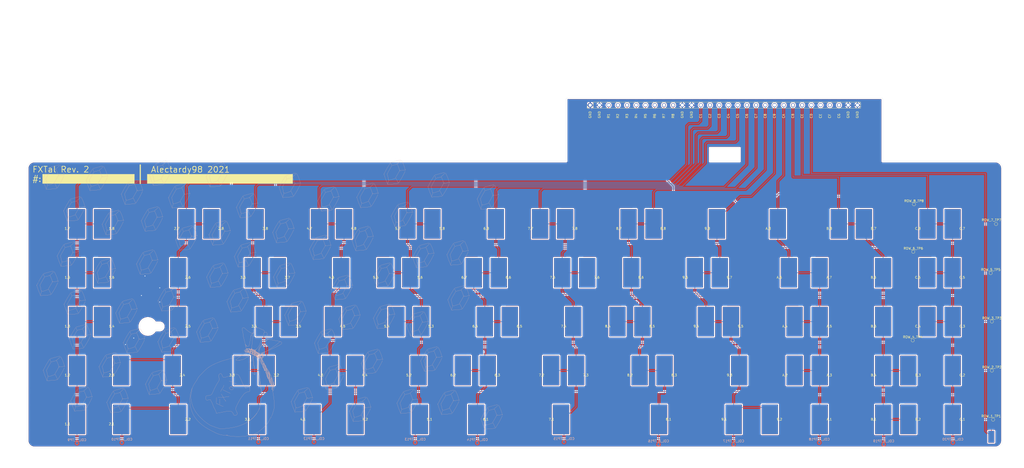
<source format=kicad_pcb>
(kicad_pcb (version 20211014) (generator pcbnew)
  (layers (0 "F.Cu" signal) (31 "B.Cu" signal) (34 "B.Paste" user) (35 "F.Paste" user) (36 "B.SilkS" user "B.Silkscreen") (37 "F.SilkS" user "F.Silkscreen") (38 "B.Mask" user) (39 "F.Mask" user) (44 "Edge.Cuts" user))
  (net 0 "")
  (net 1 "GND")
  (net 2 "COL_G")
  (net 3 "COL_E")
  (net 4 "COL_C")
  (net 5 "COL_A")
  (net 6 "COL_8")
  (net 7 "COL_6")
  (net 8 "COL_4")
  (net 9 "COL_2")
  (net 10 "ROW_8")
  (net 11 "ROW_6")
  (net 12 "ROW_4")
  (net 13 "ROW_2")
  (net 14 "COL_F")
  (net 15 "COL_D")
  (net 16 "COL_B")
  (net 17 "COL_9")
  (net 18 "COL_7")
  (net 19 "COL_5")
  (net 20 "COL_3")
  (net 21 "COL_1")
  (net 22 "ROW_7")
  (net 23 "ROW_5")
  (net 24 "ROW_3")
  (net 25 "ROW_1")
  (footprint "lib_fp:SW_CAP_IBM_F" (layer "F.Cu") (at 59 185)
    (fp_text reference "SW_25")
    (fp_text value "1,7")
  )
  (footprint "lib_fp:SW_CAP_IBM_F_ALT" (layer "F.Cu") (at 78 185)
    (fp_text reference "SW_26")
    (fp_text value "1,8")
  )
  (footprint "lib_fp:SW_CAP_IBM_F" (layer "F.Cu") (at 106 185)
    (fp_text reference "SW_22")
    (fp_text value "2,7")
  )
  (footprint "lib_fp:SW_CAP_IBM_F_ALT" (layer "F.Cu") (at 125 185)
    (fp_text reference "SW_1")
    (fp_text value "2,8")
  )
  (footprint "lib_fp:SW_CAP_IBM_F_ALT" (layer "F.Cu") (at 144 185)
    (fp_text reference "SW_02")
    (fp_text value "3,8")
  )
  (footprint "lib_fp:SW_CAP_IBM_F" (layer "F.Cu") (at 163 185)
    (fp_text reference "SW_03")
    (fp_text value "4,7")
  )
  (footprint "lib_fp:SW_CAP_IBM_F_ALT" (layer "F.Cu") (at 182 185)
    (fp_text reference "SW_04")
    (fp_text value "4,8")
  )
  (footprint "lib_fp:SW_CAP_IBM_F" (layer "F.Cu") (at 201 185)
    (fp_text reference "SW_05")
    (fp_text value "5,7")
  )
  (footprint "lib_fp:SW_CAP_IBM_F_ALT" (layer "F.Cu") (at 220 185)
    (fp_text reference "SW_06")
    (fp_text value "5,8")
  )
  (footprint "lib_fp:SW_CAP_IBM_F" (layer "F.Cu") (at 239 185)
    (fp_text reference "SW_07")
    (fp_text value "6,8")
  )
  (footprint "lib_fp:SW_CAP_IBM_F" (layer "F.Cu") (at 258 185)
    (fp_text reference "SW_08")
    (fp_text value "7,7")
  )
  (footprint "lib_fp:SW_CAP_IBM_F_ALT" (layer "F.Cu") (at 277 185)
    (fp_text reference "SW_09")
    (fp_text value "7,8")
  )
  (footprint "lib_fp:SW_CAP_IBM_F" (layer "F.Cu") (at 296 185)
    (fp_text reference "SW_0")
    (fp_text value "8,7")
  )
  (footprint "lib_fp:SW_CAP_IBM_F_ALT" (layer "F.Cu") (at 315 185)
    (fp_text reference "SW_47")
    (fp_text value "8,8")
  )
  (footprint "lib_fp:SW_CAP_IBM_F" (layer "F.Cu") (at 334 185)
    (fp_text reference "SW_21")
    (fp_text value "9,8")
  )
  (footprint "lib_fp:SW_CAP_IBM_F" (layer "F.Cu") (at 360.19 185)
    (fp_text reference "SW_13")
    (fp_text value "A,8")
  )
  (footprint "lib_fp:SW_CAP_IBM_F" (layer "F.Cu") (at 386.3875 185)
    (fp_text reference "SW_63")
    (fp_text value "B,8")
  )
  (footprint "lib_fp:SW_CAP_IBM_F_ALT" (layer "F.Cu") (at 405.4375 185)
    (fp_text reference "SW_66")
    (fp_text value "B,7")
  )
  (footprint "lib_fp:SW_CAP_IBM_F" (layer "F.Cu") (at 424.4875 185)
    (fp_text reference "SW_67")
    (fp_text value "C,8")
  )
  (footprint "lib_fp:SW_CAP_IBM_F_ALT" (layer "F.Cu") (at 443.5375 185)
    (fp_text reference "SW_68")
    (fp_text value "C,7")
  )
  (footprint "lib_fp:SW_CAP_IBM_F" (layer "F.Cu") (at 59 206)
    (fp_text reference "SW_27")
    (fp_text value "1,5")
  )
  (footprint "lib_fp:SW_CAP_IBM_F_ALT" (layer "F.Cu") (at 78 206)
    (fp_text reference "SW_28")
    (fp_text value "1,6")
  )
  (footprint "lib_fp:SW_CAP_IBM_F_ALT" (layer "F.Cu") (at 110.75 206)
    (fp_text reference "SW_90")
    (fp_text value "2,6")
  )
  (footprint "lib_fp:SW_CAP_IBM_F" (layer "F.Cu") (at 134.5 206)
    (fp_text reference "SW_74")
    (fp_text value "3,6")
  )
  (footprint "lib_fp:SW_CAP_IBM_F_ALT" (layer "F.Cu") (at 153.5 206)
    (fp_text reference "SW_93")
    (fp_text value "3,7")
  )
  (footprint "lib_fp:SW_CAP_IBM_F" (layer "F.Cu") (at 172.5 206)
    (fp_text reference "SW_19")
    (fp_text value "4,6")
  )
  (footprint "lib_fp:SW_CAP_IBM_F" (layer "F.Cu") (at 191.5 206)
    (fp_text reference "SW_76")
    (fp_text value "5,5")
  )
  (footprint "lib_fp:SW_CAP_IBM_F_ALT" (layer "F.Cu") (at 210.5 206)
    (fp_text reference "SW_89")
    (fp_text value "5,6")
  )
  (footprint "lib_fp:SW_CAP_IBM_F" (layer "F.Cu") (at 229.5 206)
    (fp_text reference "SW_95")
    (fp_text value "6,7")
  )
  (footprint "lib_fp:SW_CAP_IBM_F_ALT" (layer "F.Cu") (at 248.5 206)
    (fp_text reference "SW_91")
    (fp_text value "6,6")
  )
  (footprint "lib_fp:SW_CAP_IBM_F" (layer "F.Cu") (at 267.5 206)
    (fp_text reference "SW_37")
    (fp_text value "7,5")
  )
  (footprint "lib_fp:SW_CAP_IBM_F_ALT" (layer "F.Cu") (at 286.5 206)
    (fp_text reference "SW_51")
    (fp_text value "7,6")
  )
  (footprint "lib_fp:SW_CAP_IBM_F_ALT" (layer "F.Cu") (at 305.5 206)
    (fp_text reference "SW_65")
    (fp_text value "8,6")
  )
  (footprint "lib_fp:SW_CAP_IBM_F" (layer "F.Cu") (at 324.5 206)
    (fp_text reference "SW_42")
    (fp_text value "9,6")
  )
  (footprint "lib_fp:SW_CAP_IBM_F_ALT" (layer "F.Cu") (at 343.5 206)
    (fp_text reference "SW_78")
    (fp_text value "9,7")
  )
  (footprint "lib_fp:SW_CAP_IBM_F" (layer "F.Cu") (at 364.93 206)
    (fp_text reference "SW_12")
    (fp_text value "A,6")
  )
  (footprint "lib_fp:SW_CAP_IBM_F_ALT" (layer "F.Cu") (at 386.3625 206)
    (fp_text reference "SW_69")
    (fp_text value "A,7")
  )
  (footprint "lib_fp:SW_CAP_IBM_F" (layer "F.Cu") (at 405.4125 206)
    (fp_text reference "SW_70")
    (fp_text value "B,6")
  )
  (footprint "lib_fp:SW_CAP_IBM_F" (layer "F.Cu") (at 424.4625 206)
    (fp_text reference "SW_71")
    (fp_text value "C,6")
  )
  (footprint "lib_fp:SW_CAP_IBM_F_ALT" (layer "F.Cu") (at 443.5125 206)
    (fp_text reference "SW_72")
    (fp_text value "C,5")
  )
  (footprint "lib_fp:SW_CAP_IBM_F" (layer "F.Cu") (at 59 227)
    (fp_text reference "SW_29")
    (fp_text value "1,3")
  )
  (footprint "lib_fp:SW_CAP_IBM_F_ALT" (layer "F.Cu") (at 78 227)
    (fp_text reference "SW_30")
    (fp_text value "1,4")
  )
  (footprint "lib_fp:SW_CAP_IBM_F_ALT" (layer "F.Cu") (at 110.75 227)
    (fp_text reference "SW_15")
    (fp_text value "2,5")
  )
  (footprint "lib_fp:SW_CAP_IBM_F" (layer "F.Cu") (at 139.25 227)
    (fp_text reference "SW_10")
    (fp_text value "3,4")
  )
  (footprint "lib_fp:SW_CAP_IBM_F_ALT" (layer "F.Cu") (at 158.25 227)
    (fp_text reference "SW_83")
    (fp_text value "3,5")
  )
  (footprint "lib_fp:SW_CAP_IBM_F_ALT" (layer "F.Cu") (at 177.25 227)
    (fp_text reference "SW_17")
    (fp_text value "4,5")
  )
  (footprint "lib_fp:SW_CAP_IBM_F" (layer "F.Cu") (at 196.25 227)
    (fp_text reference "SW_24")
    (fp_text value "5,4")
  )
  (footprint "lib_fp:SW_CAP_IBM_F_ALT" (layer "F.Cu") (at 215.25 227)
    (fp_text reference "SW_35")
    (fp_text value "5,3")
  )
  (footprint "lib_fp:SW_CAP_IBM_F" (layer "F.Cu") (at 234.25 227)
    (fp_text reference "SW_36")
    (fp_text value "6,4")
  )
  (footprint "lib_fp:SW_CAP_IBM_F_ALT" (layer "F.Cu") (at 253.25 227)
    (fp_text reference "SW_38")
    (fp_text value "6,5")
  )
  (footprint "lib_fp:SW_CAP_IBM_F" (layer "F.Cu") (at 272.25 227)
    (fp_text reference "SW_39")
    (fp_text value "7,4")
  )
  (footprint "lib_fp:SW_CAP_IBM_F" (layer "F.Cu") (at 291.25 227)
    (fp_text reference "SW_40")
    (fp_text value "8,4")
  )
  (footprint "lib_fp:SW_CAP_IBM_F_ALT" (layer "F.Cu") (at 310.25 227)
    (fp_text reference "SW_84")
    (fp_text value "8,5")
  )
  (footprint "lib_fp:SW_CAP_IBM_F" (layer "F.Cu") (at 329.25 227)
    (fp_text reference "SW_75")
    (fp_text value "9,4")
  )
  (footprint "lib_fp:SW_CAP_IBM_F_ALT" (layer "F.Cu") (at 348.3 227)
    (fp_text reference "SW_50")
    (fp_text value "9,5")
  )
  (footprint "lib_fp:SW_CAP_IBM_F" (layer "F.Cu") (at 367.35 227)
    (fp_text reference "SW_20")
    (fp_text value "A,4")
  )
  (footprint "lib_fp:SW_CAP_IBM_F_ALT" (layer "F.Cu") (at 386.4 227)
    (fp_text reference "SW_73")
    (fp_text value "A,5")
  )
  (footprint "lib_fp:SW_CAP_IBM_F" (layer "F.Cu") (at 405.45 227)
    (fp_text reference "SW_53")
    (fp_text value "B,5")
  )
  (footprint "lib_fp:SW_CAP_IBM_F" (layer "F.Cu") (at 424.5 227)
    (fp_text reference "SW_54")
    (fp_text value "C,4")
  )
  (footprint "lib_fp:SW_CAP_IBM_F_ALT" (layer "F.Cu") (at 443.55 227)
    (fp_text reference "SW_55")
    (fp_text value "C,3")
  )
  (footprint "lib_fp:SW_CAP_IBM_F" (layer "F.Cu") (at 59 248)
    (fp_text reference "SW_31")
    (fp_text value "1,2")
  )
  (footprint "lib_fp:SW_CAP_IBM_F" (layer "F.Cu") (at 78 248)
    (fp_text reference "SW_32")
    (fp_text value "2,3")
  )
  (footprint "lib_fp:SW_CAP_IBM_F_ALT" (layer "F.Cu") (at 108.375 248)
    (fp_text reference "SW_45")
    (fp_text value "2,4")
  )
  (footprint "lib_fp:SW_CAP_IBM_F" (layer "F.Cu") (at 129.75 248)
    (fp_text reference "SW_49")
    (fp_text value "3,3")
  )
  (footprint "lib_fp:SW_CAP_IBM_F_ALT" (layer "F.Cu") (at 148.75 248)
    (fp_text reference "SW_96")
    (fp_text value "3,2")
  )
  (footprint "lib_fp:SW_CAP_IBM_F" (layer "F.Cu") (at 167.75 248)
    (fp_text reference "SW_94")
    (fp_text value "4,3")
  )
  (footprint "lib_fp:SW_CAP_IBM_F_ALT" (layer "F.Cu") (at 186.75 248)
    (fp_text reference "SW_14")
    (fp_text value "4,4")
  )
  (footprint "lib_fp:SW_CAP_IBM_F" (layer "F.Cu") (at 205.75 248)
    (fp_text reference "SW_92")
    (fp_text value "5,2")
  )
  (footprint "lib_fp:SW_CAP_IBM_F" (layer "F.Cu") (at 224.75 248)
    (fp_text reference "SW_11")
    (fp_text value "6,2")
  )
  (footprint "lib_fp:SW_CAP_IBM_F_ALT" (layer "F.Cu") (at 243.75 248)
    (fp_text reference "SW_48")
    (fp_text value "6,3")
  )
  (footprint "lib_fp:SW_CAP_IBM_F" (layer "F.Cu") (at 262.75 248)
    (fp_text reference "SW_46")
    (fp_text value "7,2")
  )
  (footprint "lib_fp:SW_CAP_IBM_F_ALT" (layer "F.Cu") (at 281.75 248)
    (fp_text reference "SW_16")
    (fp_text value "7,3")
  )
  (footprint "lib_fp:SW_CAP_IBM_F" (layer "F.Cu") (at 300.75 248)
    (fp_text reference "SW_18")
    (fp_text value "8,2")
  )
  (footprint "lib_fp:SW_CAP_IBM_F_ALT" (layer "F.Cu") (at 319.75 248)
    (fp_text reference "SW_85")
    (fp_text value "8,3")
  )
  (footprint "lib_fp:SW_CAP_IBM_F" (layer "F.Cu") (at 343.5625 248)
    (fp_text reference "SW_81")
    (fp_text value "9,3")
  )
  (footprint "lib_fp:SW_CAP_IBM_F" (layer "F.Cu") (at 367.375 248)
    (fp_text reference "SW_82")
    (fp_text value "A,2")
  )
  (footprint "lib_fp:SW_CAP_IBM_F_ALT" (layer "F.Cu") (at 386.425 248)
    (fp_text reference "SW_56")
    (fp_text value "A,3")
  )
  (footprint "lib_fp:SW_CAP_IBM_F" (layer "F.Cu") (at 405.475 248)
    (fp_text reference "SW_57")
    (fp_text value "B,4")
  )
  (footprint "lib_fp:SW_CAP_IBM_F_ALT" (layer "F.Cu") (at 424.525 248)
    (fp_text reference "SW_58")
    (fp_text value "B,3")
  )
  (footprint "lib_fp:SW_CAP_IBM_F_ALT" (layer "F.Cu") (at 443.575 248)
    (fp_text reference "SW_59")
    (fp_text value "C,2")
  )
  (footprint "lib_fp:SW_CAP_IBM_F" (layer "F.Cu") (at 59 269)
    (fp_text reference "SW_33")
    (fp_text value "1,1")
  )
  (footprint "lib_fp:SW_CAP_IBM_F" (layer "F.Cu") (at 78 269)
    (fp_text reference "SW_23")
    (fp_text value "2,1")
  )
  (footprint "lib_fp:SW_CAP_IBM_F_ALT" (layer "F.Cu") (at 110.75 269)
    (fp_text reference "SW_43")
    (fp_text value "2,2")
  )
  (footprint "lib_fp:SW_CAP_IBM_F" (layer "F.Cu") (at 160.215 269)
    (fp_text reference "SW_41")
    (fp_text value "4,1")
  )
  (footprint "lib_fp:SW_CAP_IBM_F_ALT" (layer "F.Cu") (at 317.375 269)
    (fp_text reference "SW_77")
    (fp_text value "8,1")
  )
  (footprint "lib_fp:SW_CAP_IBM_F_ALT" (layer "F.Cu") (at 386.425 269)
    (fp_text reference "SW_60")
    (fp_text value "A,1")
  )
  (footprint "lib_fp:SW_CAP_IBM_F" (layer "F.Cu") (at 405.475 269)
    (fp_text reference "SW_61")
    (fp_text value "B,1")
  )
  (footprint "lib_fp:SW_CAP_IBM_F_ALT" (layer "F.Cu") (at 424.525 269)
    (fp_text reference "SW_62")
    (fp_text value "B,2")
  )
  (footprint "lib_fp:SW_CAP_IBM_F_ALT" (layer "F.Cu") (at 443.575 269)
    (fp_text reference "SW_64")
    (fp_text value "C,1")
  )
  (footprint "lib_fp:CONN_CAP_IBM_F" (layer "F.Cu") (at 283.676 133.979 90)
    (fp_text reference "J1" hide)
    (fp_text value "CONN_CAP_IBM_F")
  )
  (footprint "lib_fp:SW_CAP_IBM_F_ALT" (layer "F.Cu") (at 186.94625 269)
    (fp_text reference "SW_34")
    (fp_text value "4,2")
  )
  (footprint "lib_fp:SW_CAP_IBM_F" (layer "F.Cu") (at 136.405 269)
    (fp_text reference "SW_44")
    (fp_text value "3,1")
  )
  (footprint "lib_fp:SW_CAP_IBM_F" (layer "F.Cu") (at 341.185 269)
    (fp_text reference "SW_80")
    (fp_text value "9,1")
  )
  (footprint "lib_fp:CAL_CAP_IBM_F" (layer "F.Cu") (at 456.046 276.485)
    (fp_text reference "SW_52")
    (fp_text value "9,1" hide)
  )
  (footprint "lib_fp:SW_CAP_IBM_F_ALT" (layer "F.Cu") (at 214.615 269)
    (fp_text reference "SW_86")
    (fp_text value "5,1")
  )
  (footprint "lib_fp:SW_CAP_IBM_F" (layer "F.Cu") (at 266.995 269)
    (fp_text reference "SW_87")
    (fp_text value "7,1")
  )
  (footprint "lib_fp:SW_CAP_IBM_F_ALT" (layer "F.Cu") (at 364.995 269)
    (fp_text reference "SW_79")
    (fp_text value "9,2")
  )
  (footprint "TestPoint:TestPoint_Pad_D1.0mm" (layer "F.Cu") (at 456.808 269.119)
    (fp_text reference "ROW_1_TP1")
    (fp_text value "R1_TestPoint")
  )
  (footprint "TestPoint:TestPoint_Pad_D1.0mm" (layer "F.Cu") (at 456.3 248.037)
    (fp_text reference "ROW_2_TP2")
    (fp_text value "R2_TestPoint")
  )
  (footprint "TestPoint:TestPoint_Pad_D1.0mm" (layer "F.Cu") (at 456.3 226.955)
    (fp_text reference "ROW_3_TP3")
    (fp_text value "R3_TestPoint")
  )
  (footprint "TestPoint:TestPoint_Pad_D1.0mm" (layer "F.Cu") (at 422.264 235.083)
    (fp_text reference "ROW_4_TP4")
    (fp_text value "R4_TestPoint")
  )
  (footprint "TestPoint:TestPoint_Pad_D1.0mm" (layer "F.Cu") (at 455.792 206.127)
    (fp_text reference "ROW_5_TP5")
    (fp_text value "R5_TestPoint")
  )
  (footprint "TestPoint:TestPoint_Pad_D1.0mm" (layer "F.Cu") (at 422.516 196.979)
    (fp_text reference "ROW_6_TP6")
    (fp_text value "R6_TestPoint")
  )
  (footprint "TestPoint:TestPoint_Pad_D1.0mm" (layer "F.Cu") (at 458.078 185.045)
    (fp_text reference "ROW_7_TP7")
    (fp_text value "R7_TestPoint")
  )
  (footprint "TestPoint:TestPoint_Pad_D1.0mm" (layer "F.Cu") (at 422.816 176.579)
    (fp_text reference "ROW_8_TP8")
    (fp_text value "R8_TestPoint")
  )
  (footprint "lib_fp:SW_CAP_IBM_F_ALT" (layer "F.Cu") (at 238.795 269)
    (fp_text reference "SW_88")
    (fp_text value "6,1")
  )
  (footprint "TestPoint:TestPoint_Pad_D1.0mm" (layer "B.Cu") (at 272.404 278.771 180)
    (fp_text reference "COL_7_TP15")
    (fp_text value "C7_TestPoint")
  )
  (footprint "TestPoint:TestPoint_Pad_D1.0mm" (layer "B.Cu") (at 345.302 279.787 180)
    (fp_text reference "COL_9_TP17")
    (fp_text value "C9_TestPoint")
  )
  (footprint "TestPoint:TestPoint_Pad_D1.0mm" (layer "B.Cu") (at 313.016 279.779 180)
    (fp_text reference "COL_8_TP16")
    (fp_text value "C8_TestPoint")
  )
  (footprint "TestPoint:TestPoint_Pad_D1.0mm" (layer "B.Cu") (at 164.962 278.771 180)
    (fp_text reference "COL_4_TP12")
    (fp_text value "C4_TestPoint")
  )
  (footprint "TestPoint:TestPoint_Pad_D1.0mm" (layer "B.Cu") (at 63.108 279.279 180)
    (fp_text reference "COL_1_TP9")
    (fp_text value "C1_TestPoint")
  )
  (footprint "TestPoint:TestPoint_Pad_D1.0mm" (layer "B.Cu") (at 409.818 279.787 180)
    (fp_text reference "COL_B_TP19")
    (fp_text value "CB_TestPoint")
  )
  (footprint "TestPoint:TestPoint_Pad_D1.0mm" (layer "B.Cu") (at 235.166 279.179 180)
    (fp_text reference "COL_6_TP14")
    (fp_text value "C6_TestPoint")
  )
  (footprint "TestPoint:TestPoint_Pad_D1.0mm" (layer "B.Cu") (at 382.132 279.025 180)
    (fp_text reference "COL_A_TP18")
    (fp_text value "CA_TestPoint")
  )
  (footprint "TestPoint:TestPoint_Pad_D1.0mm" (layer "B.Cu") (at 141.086 278.771 180)
    (fp_text reference "COL_3_TP11")
    (fp_text value "C3_TestPoint")
  )
  (footprint "TestPoint:TestPoint_Pad_D1.0mm" (layer "B.Cu") (at 439.536 279.025 180)
    (fp_text reference "COL_C_TP20")
    (fp_text value "CC_TestPoint")
  )
  (footprint "TestPoint:TestPoint_Pad_D1.0mm" (layer "B.Cu") (at 82.412 279.025 180)
    (fp_text reference "COL_2_TP10")
    (fp_text value "C2_TestPoint")
  )
  (footprint "TestPoint:TestPoint_Pad_D1.0mm" (layer "B.Cu") (at 208.466 279.025 180)
    (fp_text reference "COL_5_TP13")
    (fp_text value "C5_TestPoint")
  )
  (gr_curve (pts (xy 66.573199 217.340891) (xy 66.454666 216.985026) (xy 66.375688 216.605217) (xy 66.261123 216.249352)) (layer "B.SilkS") (width 0.05))
  (gr_curve (pts (xy 190.1175 191.448139) (xy 190.183778 191.305264) (xy 190.254819 191.163844) (xy 190.308529 191.015413)) (layer "B.SilkS") (width 0.05))
  (gr_curve (pts (xy 138.379749 236.223621) (xy 138.381734 236.204571) (xy 138.381998 236.205629) (xy 138.383983 236.186447)) (layer "B.SilkS") (width 0.05))
  (gr_curve (pts (xy 169.136306 199.630908) (xy 169.140407 199.640301) (xy 169.152314 199.663981) (xy 169.142524 199.660806)) (layer "B.SilkS") (width 0.05))
  (gr_curve (pts (xy 94.055109 251.042437) (xy 93.804549 251.459421) (xy 93.586929 251.896645) (xy 93.351185 252.321169)) (layer "B.SilkS") (width 0.05))
  (gr_curve (pts (xy 124.076482 185.846996) (xy 123.898285 185.894965) (xy 123.704874 185.963743) (xy 123.519269 185.97901)) (layer "B.SilkS") (width 0.05))
  (gr_curve (pts (xy 144.692575 247.286644) (xy 144.701836 247.313235) (xy 144.72631 247.332285) (xy 144.75462 247.33202)) (layer "B.SilkS") (width 0.05))
  (gr_curve (pts (xy 59.506443 222.538233) (xy 59.386719 222.959185) (xy 59.168967 223.415062) (xy 59.168967 223.860224)) (layer "B.SilkS") (width 0.05))
  (gr_curve (pts (xy 120.958327 203.992961) (xy 120.879746 204.132396) (xy 120.816775 204.282018) (xy 120.73621 204.420528)) (layer "B.SilkS") (width 0.05))
  (gr_curve (pts (xy 229.644993 196.738579) (xy 230.026919 196.702066) (xy 230.403289 196.645446) (xy 230.78032 196.577845)) (layer "B.SilkS") (width 0.05))
  (gr_curve (pts (xy 210.628294 232.788221) (xy 210.682666 232.777637) (xy 210.94553 232.686488) (xy 210.864435 232.814547)) (layer "B.SilkS") (width 0.05))
  (gr_curve (pts (xy 100.980679 230.600598) (xy 100.944034 230.604567) (xy 100.880401 230.58168) (xy 100.880401 230.633539)) (layer "B.SilkS") (width 0.05))
  (gr_curve (pts (xy 85.606006 227.334714) (xy 85.660377 227.32413) (xy 85.923241 227.232849) (xy 85.842146 227.360907)) (layer "B.SilkS") (width 0.05))
  (gr_curve (pts (xy 165.1874 236.225561) (xy 165.1874 236.254136) (xy 165.178801 236.284166) (xy 165.1874 236.311551)) (layer "B.SilkS") (width 0.05))
  (gr_curve (pts (xy 167.553833 177.960078) (xy 167.640749 178.157325) (xy 167.710996 178.359069) (xy 167.782433 178.562005)) (layer "B.SilkS") (width 0.05))
  (gr_curve (pts (xy 131.727992 243.574143) (xy 131.72786 243.56184) (xy 131.728124 243.548214) (xy 131.727992 243.536969)) (layer "B.SilkS") (width 0.05))
  (gr_curve (pts (xy 138.598824 241.184559) (xy 138.624754 241.209429) (xy 138.664309 241.209826) (xy 138.689841 241.184559)) (layer "B.SilkS") (width 0.05))
  (gr_curve (pts (xy 85.117188 238.348656) (xy 85.160315 238.561646) (xy 85.032389 238.858376) (xy 84.975636 239.058004)) (layer "B.SilkS") (width 0.05))
  (gr_curve (pts (xy 114.773805 190.074898) (xy 114.794177 190.118157) (xy 114.737292 190.109294) (xy 114.726709 190.109029)) (layer "B.SilkS") (width 0.05))
  (gr_curve (pts (xy 164.37528 259.790286) (xy 164.307017 259.606401) (xy 164.241004 259.421722) (xy 164.179091 259.23572)) (layer "B.SilkS") (width 0.05))
  (gr_curve (pts (xy 142.398109 241.250704) (xy 142.431446 241.298726) (xy 142.506588 241.283248) (xy 142.518097 241.225966)) (layer "B.SilkS") (width 0.05))
  (gr_curve (pts (xy 121.005892 229.094829) (xy 120.91977 228.778255) (xy 120.760359 228.498855) (xy 120.64037 228.197098)) (layer "B.SilkS") (width 0.05))
  (gr_curve (pts (xy 154.36409 227.223642) (xy 154.244366 227.644594) (xy 154.026614 228.100471) (xy 154.026614 228.545633)) (layer "B.SilkS") (width 0.05))
  (gr_curve (pts (xy 78.153751 248.99721) (xy 78.236169 249.161648) (xy 78.30549 249.332172) (xy 78.37825 249.500976)) (layer "B.SilkS") (width 0.05))
  (gr_curve (pts (xy 172.396105 213.223215) (xy 172.478126 213.486476) (xy 172.571921 213.7459) (xy 172.657514 214.007969)) (layer "B.SilkS") (width 0.05))
  (gr_curve (pts (xy 196.631674 211.627778) (xy 196.609317 211.620502) (xy 196.595955 211.597483) (xy 196.578096 211.582402)) (layer "B.SilkS") (width 0.05))
  (gr_curve (pts (xy 104.156472 230.85354) (xy 103.975497 231.008321) (xy 103.769916 231.13294) (xy 103.588147 231.282562)) (layer "B.SilkS") (width 0.05))
  (gr_curve (pts (xy 105.133975 211.96348) (xy 105.15792 211.89244) (xy 104.986867 211.917311) (xy 104.911196 211.919427)) (layer "B.SilkS") (width 0.05))
  (gr_curve (pts (xy 227.119678 221.843663) (xy 227.523564 221.808738) (xy 227.930096 221.765347) (xy 228.328294 221.688221)) (layer "B.SilkS") (width 0.05))
  (gr_curve (pts (xy 175.57481 225.997563) (xy 175.567401 225.988567) (xy 175.586848 225.920834) (xy 175.590155 225.911574)) (layer "B.SilkS") (width 0.05))
  (gr_curve (pts (xy 140.694854 240.304025) (xy 140.684138 240.304158) (xy 140.673422 240.304025) (xy 140.661781 240.304025)) (layer "B.SilkS") (width 0.05))
  (gr_curve (pts (xy 128.62734 255.683328) (xy 128.893643 256.221755) (xy 129.636593 256.589659) (xy 130.14208 256.088538)) (layer "B.SilkS") (width 0.05))
  (gr_curve (pts (xy 119.090898 208.716567) (xy 119.114181 208.78774) (xy 119.132967 208.860368) (xy 119.15625 208.931541)) (layer "B.SilkS") (width 0.05))
  (gr_curve (pts (xy 200.740124 159.195695) (xy 200.701627 159.227313) (xy 200.694748 159.273086) (xy 200.65096 159.29465)) (layer "B.SilkS") (width 0.05))
  (gr_curve (pts (xy 137.730859 239.732393) (xy 137.729007 239.774859) (xy 137.748718 239.959405) (xy 137.701887 239.978455)) (layer "B.SilkS") (width 0.05))
  (gr_curve (pts (xy 96.378648 166.288063) (xy 96.421908 166.501185) (xy 96.293982 166.797782) (xy 96.237096 166.997543)) (layer "B.SilkS") (width 0.05))
  (gr_curve (pts (xy 201.361101 162.825514) (xy 201.532551 162.526932) (xy 201.705456 162.228614) (xy 201.899661 161.944055)) (layer "B.SilkS") (width 0.05))
  (gr_curve (pts (xy 156.817836 206.080524) (xy 156.838208 206.123783) (xy 156.781323 206.114919) (xy 156.77074 206.114655)) (layer "B.SilkS") (width 0.05))
  (gr_curve (pts (xy 152.49203 209.488225) (xy 152.645224 209.164242) (xy 152.8557 208.869629) (xy 153.038527 208.560728)) (layer "B.SilkS") (width 0.05))
  (gr_curve (pts (xy 163.010805 195.912586) (xy 163.008424 195.914967) (xy 162.993343 195.961137) (xy 162.993078 195.96074)) (layer "B.SilkS") (width 0.05))
  (gr_curve (pts (xy 215.57433 173.512877) (xy 215.81219 173.467368) (xy 216.052035 173.430988) (xy 216.292674 173.402413)) (layer "B.SilkS") (width 0.05))
  (gr_curve (pts (xy 140.426169 240.237879) (xy 140.426301 240.250183) (xy 140.426037 240.263809) (xy 140.426169 240.275186)) (layer "B.SilkS") (width 0.05))
  (gr_curve (pts (xy 63.650215 223.31042) (xy 63.627858 223.303144) (xy 63.614496 223.280125) (xy 63.596504 223.265044)) (layer "B.SilkS") (width 0.05))
  (gr_curve (pts (xy 174.127274 214.480912) (xy 174.179397 214.757269) (xy 174.186541 215.057836) (xy 174.257978 215.32996)) (layer "B.SilkS") (width 0.05))
  (gr_curve (pts (xy 172.008491 230.188563) (xy 171.591772 230.25709) (xy 171.191987 230.37655) (xy 170.782676 230.474578)) (layer "B.SilkS") (width 0.05))
  (gr_curve (pts (xy 108.931937 171.386583) (xy 108.845815 171.070009) (xy 108.686404 170.790609) (xy 108.566283 170.48872)) (layer "B.SilkS") (width 0.05))
  (gr_curve (pts (xy 122.7914 184.814657) (xy 122.85662 185.008015) (xy 122.865351 185.215713) (xy 122.900276 185.416584)) (layer "B.SilkS") (width 0.05))
  (gr_curve (pts (xy 79.706988 204.246246) (xy 79.727361 204.289505) (xy 79.670608 204.280642) (xy 79.660024 204.280377)) (layer "B.SilkS") (width 0.05))
  (gr_curve (pts (xy 68.825866 232.158862) (xy 68.707333 231.802997) (xy 68.628355 231.423188) (xy 68.51379 231.067323)) (layer "B.SilkS") (width 0.05))
  (gr_curve (pts (xy 157.294747 163.505229) (xy 157.094722 163.505229) (xy 156.847204 163.813865) (xy 156.704197 163.934251)) (layer "B.SilkS") (width 0.05))
  (gr_curve (pts (xy 66.261123 216.249352) (xy 66.038609 215.55826) (xy 65.723754 214.906592) (xy 65.396333 214.260082)) (layer "B.SilkS") (width 0.05))
  (gr_curve (pts (xy 67.121552 228.628527) (xy 66.921527 228.628527) (xy 66.674142 228.937295) (xy 66.531002 229.057548)) (layer "B.SilkS") (width 0.05))
  (gr_curve (pts (xy 180.644491 213.653428) (xy 180.835123 213.272031) (xy 181.039514 212.899101) (xy 181.218637 212.51228)) (layer "B.SilkS") (width 0.05))
  (gr_curve (pts (xy 99.28417 217.849533) (xy 99.28417 218.111074) (xy 99.402042 218.35965) (xy 99.469246 218.612592)) (layer "B.SilkS") (width 0.05))
  (gr_curve (pts (xy 205.093711 175.648678) (xy 205.041323 175.650133) (xy 204.989597 175.662171) (xy 204.937739 175.670638)) (layer "B.SilkS") (width 0.05))
  (gr_curve (pts (xy 205.612853 227.160665) (xy 205.554247 227.266366) (xy 205.50993 227.380005) (xy 205.458204 227.488749)) (layer "B.SilkS") (width 0.05))
  (gr_curve (pts (xy 198.377924 182.57838) (xy 198.401207 182.649553) (xy 198.419993 182.722049) (xy 198.443276 182.793354)) (layer "B.SilkS") (width 0.05))
  (gr_curve (pts (xy 136.572381 230.999423) (xy 136.80442 231.185558) (xy 137.006297 231.341794) (xy 137.269955 231.484934)) (layer "B.SilkS") (width 0.05))
  (gr_curve (pts (xy 144.192381 246.343934) (xy 144.180342 246.30967) (xy 144.172801 246.284799) (xy 144.142771 246.219976)) (layer "B.SilkS") (width 0.05))
  (gr_curve (pts (xy 222.513414 217.623427) (xy 222.513414 217.652002) (xy 222.504947 217.682032) (xy 222.513414 217.709416)) (layer "B.SilkS") (width 0.05))
  (gr_curve (pts (xy 216.04016 197.627845) (xy 216.196926 197.599799) (xy 216.35475 197.577838) (xy 216.512838 197.559979)) (layer "B.SilkS") (width 0.05))
  (gr_curve (pts (xy 106.637602 214.699272) (xy 106.415088 214.00818) (xy 106.100234 213.356512) (xy 105.772812 212.710002)) (layer "B.SilkS") (width 0.05))
  (gr_curve (pts (xy 68.63272 233.721623) (xy 68.698866 233.578748) (xy 68.770039 233.437328) (xy 68.823617 233.288897)) (layer "B.SilkS") (width 0.05))
  (gr_curve (pts (xy 172.381553 170.868715) (xy 172.158642 170.868715) (xy 171.94208 170.943857) (xy 171.724064 170.989762)) (layer "B.SilkS") (width 0.05))
  (gr_curve (pts (xy 120.059935 211.33925) (xy 120.149099 211.592059) (xy 120.275835 211.834814) (xy 120.353887 212.091592)) (layer "B.SilkS") (width 0.05))
  (gr_curve (pts (xy 144.613994 247.158453) (xy 144.601294 247.075242) (xy 144.600104 247.055001) (xy 144.597458 247.059235)) (layer "B.SilkS") (width 0.05))
  (gr_curve (pts (xy 210.899889 232.475219) (xy 210.903858 232.484611) (xy 210.915896 232.508424) (xy 210.906107 232.505249)) (layer "B.SilkS") (width 0.05))
  (gr_curve (pts (xy 49.844114 251.450893) (xy 49.933146 251.703835) (xy 50.060014 251.946458) (xy 50.138066 252.203368)) (layer "B.SilkS") (width 0.05))
  (gr_curve (pts (xy 102.870333 219.620787) (xy 103.023659 219.296804) (xy 103.234002 219.002191) (xy 103.41683 218.69329)) (layer "B.SilkS") (width 0.05))
  (gr_curve (pts (xy 206.810485 265.944949) (xy 207.110522 265.542385) (xy 207.352352 265.100531) (xy 207.62302 264.678256)) (layer "B.SilkS") (width 0.05))
  (gr_curve (pts (xy 115.319203 233.917125) (xy 115.372119 234.055105) (xy 115.455728 234.179856) (xy 115.515127 234.314794)) (layer "B.SilkS") (width 0.05))
  (gr_curve (pts (xy 137.292576 238.857151) (xy 137.304086 238.857019) (xy 137.31705 238.857151) (xy 137.32975 238.857151)) (layer "B.SilkS") (width 0.05))
  (gr_curve (pts (xy 107.035933 196.085967) (xy 107.048236 196.126183) (xy 107.05485 196.261915) (xy 107.090437 196.27951)) (layer "B.SilkS") (width 0.05))
  (gr_curve (pts (xy 145.230076 247.732996) (xy 145.209439 247.693573) (xy 145.154141 247.685239) (xy 145.122523 247.716592)) (layer "B.SilkS") (width 0.05))
  (gr_curve (pts (xy 146.366859 250.209364) (xy 146.389216 250.249051) (xy 146.403371 250.274848) (xy 146.416468 250.30038)) (layer "B.SilkS") (width 0.05))
  (gr_curve (pts (xy 129.855668 265.791735) (xy 129.855668 266.013852) (xy 130.057942 266.205543) (xy 130.160865 266.390619)) (layer "B.SilkS") (width 0.05))
  (gr_curve (pts (xy 134.375148 229.620812) (xy 134.351997 229.623193) (xy 134.29154 229.623193) (xy 134.277385 229.653223)) (layer "B.SilkS") (width 0.05))
  (gr_curve (pts (xy 135.114859 216.893912) (xy 135.496652 216.8574) (xy 135.873154 216.800779) (xy 136.250186 216.733178)) (layer "B.SilkS") (width 0.05))
  (gr_curve (pts (xy 146.60247 254.459234) (xy 146.592681 254.434627) (xy 146.576409 254.409492) (xy 146.54876 254.409624)) (layer "B.SilkS") (width 0.05))
  (gr_curve (pts (xy 111.455136 171.527474) (xy 111.336602 171.171609) (xy 111.257624 170.7918) (xy 111.14306 170.435936)) (layer "B.SilkS") (width 0.05))
  (gr_curve (pts (xy 63.218022 230.670448) (xy 63.125683 230.852878) (xy 63.006488 231.020889) (xy 62.902374 231.197101)) (layer "B.SilkS") (width 0.05))
  (gr_curve (pts (xy 121.455651 194.20169) (xy 121.4579 194.192165) (xy 121.452873 194.175232) (xy 121.462531 194.17338)) (layer "B.SilkS") (width 0.05))
  (gr_line (start 145.746808 249.279221) (end 145.746808 249.279221) (layer "B.SilkS") (width 0.05))
  (gr_curve (pts (xy 142.699866 243.38404) (xy 142.710979 243.350967) (xy 142.722885 243.319085) (xy 142.732939 243.288922)) (layer "B.SilkS") (width 0.05))
  (gr_curve (pts (xy 106.741981 195.333624) (xy 106.831145 195.586433) (xy 106.957881 195.829189) (xy 107.035933 196.085967)) (layer "B.SilkS") (width 0.05))
  (gr_curve (pts (xy 243.618636 267.134995) (xy 243.644433 267.097159) (xy 243.717326 266.944627) (xy 243.74471 267.01871)) (layer "B.SilkS") (width 0.05))
  (gr_curve (pts (xy 82.020372 265.451515) (xy 82.024341 265.460907) (xy 82.03638 265.48472) (xy 82.02659 265.481545)) (layer "B.SilkS") (width 0.05))
  (gr_curve (pts (xy 133.246636 182.386557) (xy 133.484628 182.341049) (xy 133.724473 182.304668) (xy 133.965112 182.276093)) (layer "B.SilkS") (width 0.05))
  (gr_curve (pts (xy 89.11319 239.800293) (xy 89.117159 239.809686) (xy 89.129197 239.833498) (xy 89.119408 239.830191)) (layer "B.SilkS") (width 0.05))
  (gr_curve (pts (xy 181.295101 192.073085) (xy 181.295101 192.101792) (xy 181.286502 192.13169) (xy 181.295101 192.159075)) (layer "B.SilkS") (width 0.05))
  (gr_curve (pts (xy 212.942119 240.020432) (xy 212.863538 240.159867) (xy 212.800567 240.309489) (xy 212.720002 240.447999)) (layer "B.SilkS") (width 0.05))
  (gr_curve (pts (xy 230.7618 218.139497) (xy 230.952432 217.7581) (xy 231.156822 217.38517) (xy 231.335945 216.998349)) (layer "B.SilkS") (width 0.05))
  (gr_curve (pts (xy 210.844723 232.36158) (xy 210.863906 232.399151) (xy 210.883353 232.436589) (xy 210.899889 232.475219)) (layer "B.SilkS") (width 0.05))
  (gr_curve (pts (xy 193.141159 205.545668) (xy 192.691102 206.263351) (xy 192.311293 207.023102) (xy 191.932674 207.770682)) (layer "B.SilkS") (width 0.05))
  (gr_curve (pts (xy 114.54437 231.332807) (xy 114.520822 231.37686) (xy 114.505609 231.423559) (xy 114.474256 231.456897)) (layer "B.SilkS") (width 0.05))
  (gr_curve (pts (xy 165.379223 200.258103) (xy 165.627402 200.228734) (xy 165.878889 200.23773) (xy 166.128258 200.220796)) (layer "B.SilkS") (width 0.05))
  (gr_curve (pts (xy 73.381859 244.795362) (xy 73.323121 244.901063) (xy 73.278936 245.014701) (xy 73.227077 245.123445)) (layer "B.SilkS") (width 0.05))
  (gr_curve (pts (xy 156.725364 167.845321) (xy 156.660408 167.52425) (xy 156.561719 167.210851) (xy 156.475729 166.894674)) (layer "B.SilkS") (width 0.05))
  (gr_curve (pts (xy 79.594408 204.24823) (xy 79.631714 204.243997) (xy 79.691113 204.212644) (xy 79.706988 204.246246)) (layer "B.SilkS") (width 0.05))
  (gr_curve (pts (xy 160.254262 263.175101) (xy 159.320151 263.44868) (xy 158.3953 263.926914) (xy 157.42494 264.068202)) (layer "B.SilkS") (width 0.05))
  (gr_curve (pts (xy 52.281455 244.252771) (xy 52.237799 244.256343) (xy 51.973613 244.259254) (xy 52.080901 244.285844)) (layer "B.SilkS") (width 0.05))
  (gr_curve (pts (xy 142.518097 244.818478) (xy 142.462006 244.529818) (xy 142.43687 244.307171) (xy 142.435283 244.070237)) (layer "B.SilkS") (width 0.05))
  (gr_curve (pts (xy 156.014693 172.861425) (xy 156.033875 172.898863) (xy 156.05319 172.936302) (xy 156.069858 172.975063)) (layer "B.SilkS") (width 0.05))
  (gr_curve (pts (xy 92.551747 253.883798) (xy 92.551747 253.912506) (xy 92.543148 253.942403) (xy 92.551747 253.969788)) (layer "B.SilkS") (width 0.05))
  (gr_curve (pts (xy 183.696592 174.636779) (xy 183.849653 175.103768) (xy 183.999407 175.586104) (xy 184.17562 176.044891)) (layer "B.SilkS") (width 0.05))
  (gr_curve (pts (xy 138.578716 240.715585) (xy 138.596179 240.758579) (xy 138.61761 241.062321) (xy 138.539822 241.069465)) (layer "B.SilkS") (width 0.05))
  (gr_curve (pts (xy 137.593343 174.177859) (xy 137.543734 174.049404) (xy 137.429698 173.928092) (xy 137.397154 173.799373)) (layer "B.SilkS") (width 0.05))
  (gr_curve (pts (xy 241.377425 169.457481) (xy 241.19645 169.612262) (xy 240.991001 169.736881) (xy 240.8091 169.886503)) (layer "B.SilkS") (width 0.05))
  (gr_curve (pts (xy 149.944225 169.256741) (xy 149.941976 169.259122) (xy 149.926763 169.305292) (xy 149.926498 169.304895)) (layer "B.SilkS") (width 0.05))
  (gr_curve (pts (xy 137.612922 197.417536) (xy 137.638587 197.379701) (xy 137.711612 197.227168) (xy 137.738864 197.301384)) (layer "B.SilkS") (width 0.05))
  (gr_curve (pts (xy 241.430077 173.516322) (xy 241.601527 173.217739) (xy 241.774564 172.919422) (xy 241.968636 172.634995)) (layer "B.SilkS") (width 0.05))
  (gr_curve (pts (xy 146.160219 249.762879) (xy 146.139449 249.702554) (xy 146.126749 249.654533) (xy 146.114711 249.60995)) (layer "B.SilkS") (width 0.05))
  (gr_curve (pts (xy 145.337497 247.943869) (xy 145.328237 247.917146) (xy 145.303763 247.898229) (xy 145.275453 247.898361)) (layer "B.SilkS") (width 0.05))
  (gr_curve (pts (xy 165.218224 236.134941) (xy 165.194808 236.178994) (xy 165.179462 236.225693) (xy 165.148241 236.259031)) (layer "B.SilkS") (width 0.05))
  (gr_curve (pts (xy 242.849889 272.525219) (xy 242.853858 272.534611) (xy 242.865896 272.558424) (xy 242.856107 272.555249)) (layer "B.SilkS") (width 0.05))
  (gr_curve (pts (xy 145.773398 269.414145) (xy 145.978186 269.032484) (xy 146.084813 268.503581) (xy 146.40734 268.199046)) (layer "B.SilkS") (width 0.05))
  (gr_curve (pts (xy 120.032615 246.375287) (xy 118.772537 247.19113) (xy 117.704811 248.327647) (xy 116.682858 249.410587)) (layer "B.SilkS") (width 0.05))
  (gr_curve (pts (xy 145.275453 251.230523) (xy 145.264075 251.22166) (xy 145.257593 251.205652) (xy 145.24238 251.205652)) (layer "B.SilkS") (width 0.05))
  (gr_curve (pts (xy 75.051115 210.231915) (xy 75.455134 210.19699) (xy 75.861666 210.153598) (xy 76.259732 210.076472)) (layer "B.SilkS") (width 0.05))
  (gr_curve (pts (xy 79.904632 181.481893) (xy 79.855155 181.35357) (xy 79.741119 181.232126) (xy 79.708443 181.103406)) (layer "B.SilkS") (width 0.05))
  (gr_curve (pts (xy 54.639704 210.76015) (xy 54.705849 210.617275) (xy 54.77689 210.475855) (xy 54.8306 210.327424)) (layer "B.SilkS") (width 0.05))
  (gr_curve (pts (xy 119.882571 189.593178) (xy 119.859155 189.637363) (xy 119.84381 189.684062) (xy 119.812589 189.7174)) (layer "B.SilkS") (width 0.05))
  (gr_curve (pts (xy 146.317249 249.895171) (xy 146.282986 249.895436) (xy 146.242769 249.89914) (xy 146.205595 249.899404)) (layer "B.SilkS") (width 0.05))
  (gr_curve (pts (xy 62.861099 180.070605) (xy 63.148569 179.585227) (xy 63.414343 179.087811) (xy 63.695066 178.598728)) (layer "B.SilkS") (width 0.05))
  (gr_curve (pts (xy 153.71639 186.314032) (xy 153.6304 185.997458) (xy 153.470989 185.718058) (xy 153.350868 185.416168)) (layer "B.SilkS") (width 0.05))
  (gr_curve (pts (xy 140.426169 240.275186) (xy 140.426434 240.311698) (xy 140.455803 240.341464) (xy 140.492315 240.341332)) (layer "B.SilkS") (width 0.05))
  (gr_curve (pts (xy 98.678571 250.657469) (xy 98.614144 250.495544) (xy 98.571811 250.326872) (xy 98.509105 250.16455)) (layer "B.SilkS") (width 0.05))
  (gr_curve (pts (xy 138.772523 240.411578) (xy 138.800834 240.439757) (xy 138.822 240.451134) (xy 138.855206 240.452853)) (layer "B.SilkS") (width 0.05))
  (gr_curve (pts (xy 51.43864 170.06155) (xy 51.947963 170.027022) (xy 52.45808 169.984027) (xy 52.966476 169.940106)) (layer "B.SilkS") (width 0.05))
  (gr_curve (pts (xy 123.335945 230.798349) (xy 123.402091 230.655606) (xy 123.473264 230.514186) (xy 123.526842 230.365755)) (layer "B.SilkS") (width 0.05))
  (gr_curve (pts (xy 94.507118 163.553819) (xy 94.45817 163.669799) (xy 94.377605 163.787446) (xy 94.319132 163.897261)) (layer "B.SilkS") (width 0.05))
  (gr_curve (pts (xy 136.779814 239.700511) (xy 136.359523 239.631058) (xy 135.821625 239.302445) (xy 135.655335 238.993544)) (layer "B.SilkS") (width 0.05))
  (gr_curve (pts (xy 101.813751 252.118498) (xy 101.834124 252.161757) (xy 101.777371 252.152894) (xy 101.766787 252.152629)) (layer "B.SilkS") (width 0.05))
  (gr_curve (pts (xy 73.932456 246.229139) (xy 73.932456 246.490679) (xy 74.05046 246.739255) (xy 74.117533 246.992197)) (layer "B.SilkS") (width 0.05))
  (gr_curve (pts (xy 49.258591 246.722921) (xy 49.129077 246.994516) (xy 48.949954 247.245473) (xy 48.832612 247.52355)) (layer "B.SilkS") (width 0.05))
  (gr_curve (pts (xy 49.863708 162.87843) (xy 49.613147 163.295401) (xy 49.395527 163.732532) (xy 49.159784 164.157056)) (layer "B.SilkS") (width 0.05))
  (gr_curve (pts (xy 225.474778 256.755384) (xy 225.274753 256.755384) (xy 225.027367 257.064153) (xy 224.884228 257.184406)) (layer "B.SilkS") (width 0.05))
  (gr_curve (pts (xy 224.880905 193.367523) (xy 224.659185 193.711746) (xy 224.432304 194.065758) (xy 224.232279 194.420432)) (layer "B.SilkS") (width 0.05))
  (gr_curve (pts (xy 243.77302 271.428256) (xy 244.225855 270.721686) (xy 244.639266 270.034828) (xy 245.0118 269.289497)) (layer "B.SilkS") (width 0.05))
  (gr_curve (pts (xy 150.014207 169.132519) (xy 149.990792 169.176705) (xy 149.975446 169.223404) (xy 149.944225 169.256741)) (layer "B.SilkS") (width 0.05))
  (gr_curve (pts (xy 145.98652 249.647124) (xy 145.999485 249.695146) (xy 146.014434 249.741184) (xy 146.03613 249.804287)) (layer "B.SilkS") (width 0.05))
  (gr_curve (pts (xy 164.585076 196.51319) (xy 164.647915 196.749992) (xy 164.735492 196.980577) (xy 164.781132 197.22267)) (layer "B.SilkS") (width 0.05))
  (gr_curve (pts (xy 148.225624 191.533996) (xy 148.31254 191.731243) (xy 148.382787 191.932856) (xy 148.454356 192.135924)) (layer "B.SilkS") (width 0.05))
  (gr_curve (pts (xy 167.196911 173.834033) (xy 167.067529 174.105495) (xy 166.888274 174.356453) (xy 166.771063 174.63453)) (layer "B.SilkS") (width 0.05))
  (gr_curve (pts (xy 121.758335 186.258422) (xy 121.640727 186.460577) (xy 121.476421 186.640613) (xy 121.35511 186.84249)) (layer "B.SilkS") (width 0.05))
  (gr_curve (pts (xy 59.647995 221.828753) (xy 59.691122 222.041743) (xy 59.563196 222.338473) (xy 59.506443 222.538233)) (layer "B.SilkS") (width 0.05))
  (gr_curve (pts (xy 208.8618 262.539497) (xy 209.052432 262.1581) (xy 209.256822 261.78517) (xy 209.435945 261.398349)) (layer "B.SilkS") (width 0.05))
  (gr_curve (pts (xy 116.244583 232.766981) (xy 116.296706 233.043338) (xy 116.303717 233.344037) (xy 116.375287 233.616161)) (layer "B.SilkS") (width 0.05))
  (gr_curve (pts (xy 57.557522 219.528598) (xy 57.557522 219.557173) (xy 57.549055 219.587203) (xy 57.557522 219.614587)) (layer "B.SilkS") (width 0.05))
  (gr_curve (pts (xy 141.902015 241.655914) (xy 141.896459 241.624164) (xy 141.868148 241.601939) (xy 141.835869 241.602203)) (layer "B.SilkS") (width 0.05))
  (gr_curve (pts (xy 197.984092 158.71336) (xy 198.049444 158.90677) (xy 198.058043 159.114468) (xy 198.092968 159.315287)) (layer "B.SilkS") (width 0.05))
  (gr_curve (pts (xy 214.425373 238.67238) (xy 214.247441 238.720402) (xy 214.084458 238.784431) (xy 213.901631 238.804407)) (layer "B.SilkS") (width 0.05))
  (gr_curve (pts (xy 62.139448 238.725555) (xy 62.38776 238.696187) (xy 62.639114 238.705182) (xy 62.888616 238.688249)) (layer "B.SilkS") (width 0.05))
  (gr_curve (pts (xy 208.967318 203.841187) (xy 208.9697 203.831795) (xy 208.964672 203.814729) (xy 208.97433 203.812877)) (layer "B.SilkS") (width 0.05))
  (gr_curve (pts (xy 60.466488 174.286814) (xy 60.429843 174.290782) (xy 60.366211 174.267896) (xy 60.366211 174.319754)) (layer "B.SilkS") (width 0.05))
  (gr_curve (pts (xy 153.151107 202.094973) (xy 152.481182 202.255178) (xy 151.830969 202.466315) (xy 151.167658 202.644909)) (layer "B.SilkS") (width 0.05))
  (gr_curve (pts (xy 54.571292 244.238351) (xy 54.521682 244.109896) (xy 54.407647 243.988585) (xy 54.375103 243.859865)) (layer "B.SilkS") (width 0.05))
  (gr_curve (pts (xy 130.621969 214.161428) (xy 130.649221 214.317796) (xy 130.685072 214.606457) (xy 130.850569 214.688081)) (layer "B.SilkS") (width 0.05))
  (gr_curve (pts (xy 171.218577 239.863714) (xy 171.237892 239.901285) (xy 171.257206 239.938724) (xy 171.273743 239.977353)) (layer "B.SilkS") (width 0.05))
  (gr_curve (pts (xy 138.780858 241.093674) (xy 138.784033 241.091161) (xy 138.787869 241.087853) (xy 138.801495 241.081239)) (layer "B.SilkS") (width 0.05))
  (gr_curve (pts (xy 120.657403 192.177496) (xy 120.710452 192.315476) (xy 120.793928 192.440227) (xy 120.853327 192.575164)) (layer "B.SilkS") (width 0.05))
  (gr_curve (pts (xy 189.567035 177.472847) (xy 189.867072 177.070284) (xy 190.108769 176.62843) (xy 190.379438 176.206155)) (layer "B.SilkS") (width 0.05))
  (gr_curve (pts (xy 194.109401 220.336009) (xy 193.931469 220.383899) (xy 193.768486 220.447928) (xy 193.585659 220.468036)) (layer "B.SilkS") (width 0.05))
  (gr_curve (pts (xy 220.070002 259.047999) (xy 219.952394 259.25014) (xy 219.78822 259.430189) (xy 219.666777 259.632066)) (layer "B.SilkS") (width 0.05))
  (gr_curve (pts (xy 137.11868 178.612011) (xy 137.406018 178.126633) (xy 137.671792 177.629084) (xy 137.952515 177.140002)) (layer "B.SilkS") (width 0.05))
  (gr_curve (pts (xy 220.02528 242.240286) (xy 219.957017 242.056401) (xy 219.891004 241.871722) (xy 219.829091 241.68572)) (layer "B.SilkS") (width 0.05))
  (gr_curve (pts (xy 223.834743 199.616981) (xy 223.886866 199.893338) (xy 223.893877 200.194037) (xy 223.965447 200.466161)) (layer "B.SilkS") (width 0.05))
  (gr_curve (pts (xy 140.780711 240.274789) (xy 140.802539 240.398878) (xy 140.861541 240.571122) (xy 140.921866 240.69336)) (layer "B.SilkS") (width 0.05))
  (gr_curve (pts (xy 186.042846 261.273563) (xy 185.819935 261.273563) (xy 185.603374 261.348573) (xy 185.385357 261.394478)) (layer "B.SilkS") (width 0.05))
  (gr_curve (pts (xy 45.847996 211.294476) (xy 45.824581 211.338662) (xy 45.809367 211.385228) (xy 45.778014 211.418698)) (layer "B.SilkS") (width 0.05))
  (gr_curve (pts (xy 46.622828 213.878794) (xy 46.675877 214.016774) (xy 46.759354 214.141525) (xy 46.818885 214.276463)) (layer "B.SilkS") (width 0.05))
  (gr_curve (pts (xy 103.763434 213.778654) (xy 103.540522 213.778654) (xy 103.323961 213.853664) (xy 103.105944 213.899569)) (layer "B.SilkS") (width 0.05))
  (gr_curve (pts (xy 180.237958 230.136176) (xy 180.641845 230.101251) (xy 181.048377 230.057859) (xy 181.446575 229.980733)) (layer "B.SilkS") (width 0.05))
  (gr_curve (pts (xy 199.646866 223.773608) (xy 199.684172 223.769375) (xy 199.743703 223.738021) (xy 199.759578 223.771624)) (layer "B.SilkS") (width 0.05))
  (gr_curve (pts (xy 185.532357 244.489378) (xy 185.483409 244.605265) (xy 185.402711 244.723005) (xy 185.34437 244.832807)) (layer "B.SilkS") (width 0.05))
  (gr_curve (pts (xy 83.475316 260.164875) (xy 83.857242 260.128363) (xy 84.233612 260.071742) (xy 84.610643 260.004141)) (layer "B.SilkS") (width 0.05))
  (gr_curve (pts (xy 48.556916 248.039356) (xy 48.549507 248.030227) (xy 48.568954 247.962626) (xy 48.572262 247.953366)) (layer "B.SilkS") (width 0.05))
  (gr_curve (pts (xy 191.208642 168.28281) (xy 191.095929 168.060031) (xy 190.956891 167.862784) (xy 190.878839 167.631406)) (layer "B.SilkS") (width 0.05))
  (gr_curve (pts (xy 89.053262 221.504488) (xy 89.073635 221.547747) (xy 89.016882 221.538883) (xy 89.006166 221.538619)) (layer "B.SilkS") (width 0.05))
  (gr_curve (pts (xy 145.569008 251.271798) (xy 145.568743 251.235286) (xy 145.535273 251.20552) (xy 145.498761 251.205652)) (layer "B.SilkS") (width 0.05))
  (gr_curve (pts (xy 138.698043 240.837425) (xy 138.838802 241.202021) (xy 139.200619 241.527855) (xy 139.648956 241.742697)) (layer "B.SilkS") (width 0.05))
  (gr_curve (pts (xy 72.843696 247.228735) (xy 72.866979 247.299907) (xy 72.885632 247.372536) (xy 72.909048 247.443708)) (layer "B.SilkS") (width 0.05))
  (gr_curve (pts (xy 144.120943 239.775255) (xy 143.886919 239.889688) (xy 143.688614 240.064048) (xy 143.445065 240.163796)) (layer "B.SilkS") (width 0.05))
  (gr_curve (pts (xy 56.608598 166.23594) (xy 56.799231 165.854411) (xy 57.003754 165.48148) (xy 57.182876 165.094792)) (layer "B.SilkS") (width 0.05))
  (gr_curve (pts (xy 145.506963 252.140028) (xy 145.615839 252.139367) (xy 145.713603 252.277876) (xy 145.804619 252.545238)) (layer "B.SilkS") (width 0.05))
  (gr_curve (pts (xy 155.490042 262.509012) (xy 155.643104 262.97587) (xy 155.792858 263.458337) (xy 155.969203 263.917125)) (layer "B.SilkS") (width 0.05))
  (gr_curve (pts (xy 142.042641 242.958193) (xy 142.043303 242.964543) (xy 142.040128 243.007538) (xy 142.042641 243.020238)) (layer "B.SilkS") (width 0.05))
  (gr_curve (pts (xy 78.87355 256.830464) (xy 78.938902 257.023874) (xy 78.947501 257.231572) (xy 78.982426 257.432391)) (layer "B.SilkS") (width 0.05))
  (gr_curve (pts (xy 121.980452 185.830935) (xy 121.901871 185.970265) (xy 121.8389 186.119953) (xy 121.758335 186.258422)) (layer "B.SilkS") (width 0.05))
  (gr_curve (pts (xy 86.646347 221.631355) (xy 86.672144 221.593652) (xy 86.745169 221.44112) (xy 86.772421 221.515203)) (layer "B.SilkS") (width 0.05))
  (gr_curve (pts (xy 144.878578 250.407801) (xy 144.864422 250.407934) (xy 144.84868 250.407669) (xy 144.833201 250.407801)) (layer "B.SilkS") (width 0.05))
  (gr_curve (pts (xy 83.159007 183.568) (xy 83.090744 183.384247) (xy 83.024863 183.199568) (xy 82.962818 183.013566)) (layer "B.SilkS") (width 0.05))
  (gr_curve (pts (xy 175.548351 254.22199) (xy 176.001318 253.51542) (xy 176.414729 252.828562) (xy 176.78713 252.083231)) (layer "B.SilkS") (width 0.05))
  (gr_curve (pts (xy 76.260525 262.785308) (xy 76.413587 263.252166) (xy 76.563341 263.734633) (xy 76.739553 264.193421)) (layer "B.SilkS") (width 0.05))
  (gr_curve (pts (xy 57.667593 194.50786) (xy 57.694845 194.664228) (xy 57.730696 194.952889) (xy 57.896193 195.034513)) (layer "B.SilkS") (width 0.05))
  (gr_curve (pts (xy 177.242611 230.405389) (xy 177.480471 230.359881) (xy 177.720316 230.323368) (xy 177.960954 230.294926)) (layer "B.SilkS") (width 0.05))
  (gr_curve (pts (xy 68.272147 255.738589) (xy 68.159303 255.515942) (xy 68.020264 255.318563) (xy 67.942212 255.087185)) (layer "B.SilkS") (width 0.05))
  (gr_curve (pts (xy 175.255722 171.789465) (xy 175.033207 171.098374) (xy 174.718353 170.446705) (xy 174.390931 169.800195)) (layer "B.SilkS") (width 0.05))
  (gr_curve (pts (xy 206.675287 230.916161) (xy 206.700819 231.013263) (xy 206.772918 231.213421) (xy 206.882059 231.249272)) (layer "B.SilkS") (width 0.05))
  (gr_curve (pts (xy 202.22433 266.512877) (xy 202.46219 266.467368) (xy 202.702035 266.430988) (xy 202.942674 266.402413)) (layer "B.SilkS") (width 0.05))
  (gr_curve (pts (xy 195.98027 226.251828) (xy 196.267607 225.76645) (xy 196.533381 225.268901) (xy 196.814104 224.779818)) (layer "B.SilkS") (width 0.05))
  (gr_curve (pts (xy 139.392574 239.679873) (xy 139.392839 239.716386) (xy 139.422208 239.746151) (xy 139.45872 239.746019)) (layer "B.SilkS") (width 0.05))
  (gr_curve (pts (xy 150.835871 183.441583) (xy 150.657939 183.489472) (xy 150.495088 183.553502) (xy 150.312128 183.57361)) (layer "B.SilkS") (width 0.05))
  (gr_line (start 135.882744 238.811643) (end 135.882744 238.811643) (layer "B.SilkS") (width 0.05))
  (gr_curve (pts (xy 186.477425 260.657481) (xy 186.29645 260.812262) (xy 186.091001 260.936881) (xy 185.9091 261.086503)) (layer "B.SilkS") (width 0.05))
  (gr_curve (pts (xy 217.790609 237.814336) (xy 217.738089 237.815791) (xy 217.686363 237.82783) (xy 217.634505 237.836297)) (layer "B.SilkS") (width 0.05))
  (gr_curve (pts (xy 141.381183 242.689509) (xy 141.409493 242.689244) (xy 141.434232 242.670723) (xy 141.443095 242.644)) (layer "B.SilkS") (width 0.05))
  (gr_curve (pts (xy 166.552121 175.068579) (xy 166.552121 175.097286) (xy 166.543654 175.127184) (xy 166.552121 175.154568)) (layer "B.SilkS") (width 0.05))
  (gr_curve (pts (xy 137.573564 239.096864) (xy 137.862224 239.235241) (xy 138.03804 239.401664) (xy 138.321938 239.75012)) (layer "B.SilkS") (width 0.05))
  (gr_curve (pts (xy 182.124173 223.587341) (xy 182.038051 223.270767) (xy 181.87864 222.991367) (xy 181.758519 222.689478)) (layer "B.SilkS") (width 0.05))
  (gr_curve (pts (xy 177.135057 223.074446) (xy 176.884497 223.49143) (xy 176.66701 223.928654) (xy 176.431133 224.353178)) (layer "B.SilkS") (width 0.05))
  (gr_curve (pts (xy 140.765233 240.758844) (xy 140.758618 240.728152) (xy 140.73044 240.704869) (xy 140.699087 240.705134)) (layer "B.SilkS") (width 0.05))
  (gr_curve (pts (xy 119.685357 227.344478) (xy 119.366269 227.411682) (xy 119.053135 227.501773) (xy 118.738148 227.586572)) (layer "B.SilkS") (width 0.05))
  (gr_curve (pts (xy 131.719922 249.642494) (xy 131.732093 249.705597) (xy 131.97207 249.672127) (xy 132.051181 249.707581)) (layer "B.SilkS") (width 0.05))
  (gr_curve (pts (xy 133.139214 175.055746) (xy 132.888654 175.47273) (xy 132.671035 175.909821) (xy 132.435291 176.334345)) (layer "B.SilkS") (width 0.05))
  (gr_curve (pts (xy 206.877425 257.207481) (xy 206.69645 257.362262) (xy 206.491001 257.486881) (xy 206.3091 257.636503)) (layer "B.SilkS") (width 0.05))
  (gr_curve (pts (xy 162.08293 259.987798) (xy 162.271445 259.901014) (xy 162.500575 259.908158) (xy 162.704833 259.888579)) (layer "B.SilkS") (width 0.05))
  (gr_curve (pts (xy 190.112076 172.173376) (xy 190.046989 171.852304) (xy 189.948299 171.538905) (xy 189.86231 171.222728)) (layer "B.SilkS") (width 0.05))
  (gr_curve (pts (xy 50.423436 215.605465) (xy 50.827322 215.57054) (xy 51.233855 215.527016) (xy 51.63192 215.44989)) (layer "B.SilkS") (width 0.05))
  (gr_curve (pts (xy 158.251631 256.354407) (xy 158.214986 256.358508) (xy 158.151354 256.335622) (xy 158.151354 256.38748)) (layer "B.SilkS") (width 0.05))
  (gr_curve (pts (xy 122.054833 229.888579) (xy 122.436759 229.852066) (xy 122.813129 229.795446) (xy 123.19016 229.727845)) (layer "B.SilkS") (width 0.05))
  (gr_curve (pts (xy 224.642119 213.770432) (xy 224.563538 213.909867) (xy 224.500567 214.059489) (xy 224.420002 214.197999)) (layer "B.SilkS") (width 0.05))
  (gr_curve (pts (xy 240.431068 265.068599) (xy 240.387412 265.072171) (xy 240.123226 265.075081) (xy 240.230514 265.101539)) (layer "B.SilkS") (width 0.05))
  (gr_curve (pts (xy 139.611782 241.515288) (xy 139.585323 241.451126) (xy 139.556748 241.392124) (xy 139.512563 241.325185)) (layer "B.SilkS") (width 0.05))
  (gr_curve (pts (xy 122.629078 184.777986) (xy 122.407225 185.12213) (xy 122.180477 185.476221) (xy 121.980452 185.830935)) (layer "B.SilkS") (width 0.05))
  (gr_curve (pts (xy 189.686626 172.79422) (xy 189.858076 172.495506) (xy 190.030981 172.19732) (xy 190.225053 171.912761)) (layer "B.SilkS") (width 0.05))
  (gr_curve (pts (xy 51.452398 162.570389) (xy 51.285711 162.852422) (xy 51.137412 163.140566) (xy 50.962522 163.419543)) (layer "B.SilkS") (width 0.05))
  (gr_curve (pts (xy 166.417713 239.718855) (xy 166.506745 239.971664) (xy 166.633612 240.214419) (xy 166.711664 240.47133)) (layer "B.SilkS") (width 0.05))
  (gr_curve (pts (xy 63.210668 256.101201) (xy 62.988947 256.445424) (xy 62.762067 256.799436) (xy 62.562042 257.15411)) (layer "B.SilkS") (width 0.05))
  (gr_curve (pts (xy 209.626842 260.965755) (xy 209.642982 260.92104) (xy 209.631605 260.853042) (xy 209.674335 260.831479)) (layer "B.SilkS") (width 0.05))
  (gr_curve (pts (xy 139.987887 239.850529) (xy 140.561107 240.153874) (xy 141.168193 240.315402) (xy 141.610312 240.798664)) (layer "B.SilkS") (width 0.05))
  (gr_curve (pts (xy 198.122866 167.9243) (xy 198.632056 167.889904) (xy 199.142173 167.846909) (xy 199.650702 167.802856)) (layer "B.SilkS") (width 0.05))
  (gr_curve (pts (xy 133.170965 178.531313) (xy 133.233803 178.768115) (xy 133.32138 178.9987) (xy 133.367021 179.240661)) (layer "B.SilkS") (width 0.05))
  (gr_curve (pts (xy 138.681639 240.254416) (xy 138.668542 240.280345) (xy 138.67304 240.312889) (xy 138.693942 240.332997)) (layer "B.SilkS") (width 0.05))
  (gr_curve (pts (xy 118.829622 207.845956) (xy 118.829622 207.874531) (xy 118.821155 207.904561) (xy 118.829622 207.931945)) (layer "B.SilkS") (width 0.05))
  (gr_curve (pts (xy 65.896664 238.098361) (xy 65.900633 238.107753) (xy 65.912671 238.131566) (xy 65.902882 238.128391)) (layer "B.SilkS") (width 0.05))
  (gr_curve (pts (xy 89.058024 239.686654) (xy 89.077207 239.724093) (xy 89.096654 239.761531) (xy 89.11319 239.800293)) (layer "B.SilkS") (width 0.05))
  (gr_curve (pts (xy 138.652667 231.961448) (xy 138.652403 231.921761) (xy 138.61761 231.890275) (xy 138.578187 231.895302)) (layer "B.SilkS") (width 0.05))
  (gr_curve (pts (xy 148.786012 211.33925) (xy 148.875176 211.592059) (xy 149.001912 211.834814) (xy 149.079964 212.091592)) (layer "B.SilkS") (width 0.05))
  (gr_curve (pts (xy 95.153792 251.583642) (xy 94.703868 252.301325) (xy 94.323926 253.060944) (xy 93.945307 253.808524)) (layer "B.SilkS") (width 0.05))
  (gr_curve (pts (xy 217.051631 163.954407) (xy 217.014986 163.958508) (xy 216.951354 163.935622) (xy 216.951354 163.98748)) (layer "B.SilkS") (width 0.05))
  (gr_curve (pts (xy 111.651192 172.081908) (xy 111.58293 171.898155) (xy 111.517048 171.713476) (xy 111.455136 171.527474)) (layer "B.SilkS") (width 0.05))
  (gr_curve (pts (xy 196.814104 224.779818) (xy 196.985554 224.481236) (xy 197.158592 224.183051) (xy 197.352664 223.898491)) (layer "B.SilkS") (width 0.05))
  (gr_curve (pts (xy 139.524866 239.613727) (xy 139.524866 239.600763) (xy 139.524998 239.588195) (xy 139.524866 239.576421)) (layer "B.SilkS") (width 0.05))
  (gr_curve (pts (xy 138.801495 239.282998) (xy 138.801231 239.251248) (xy 138.778873 239.222673) (xy 138.747785 239.216852)) (layer "B.SilkS") (width 0.05))
  (gr_curve (pts (xy 198.922304 184.201334) (xy 198.975353 184.339314) (xy 199.058962 184.464065) (xy 199.118361 184.599135)) (layer "B.SilkS") (width 0.05))
  (gr_curve (pts (xy 119.812589 189.7174) (xy 119.81034 189.719781) (xy 119.795126 189.765951) (xy 119.794862 189.765554)) (layer "B.SilkS") (width 0.05))
  (gr_curve (pts (xy 137.834046 240.047776) (xy 137.878099 240.068811) (xy 137.929429 240.03878) (xy 137.929164 239.989833)) (layer "B.SilkS") (width 0.05))
  (gr_curve (pts (xy 181.545529 211.37391) (xy 181.582836 211.369677) (xy 181.642367 211.338324) (xy 181.658242 211.371926)) (layer "B.SilkS") (width 0.05))
  (gr_curve (pts (xy 100.103056 168.052701) (xy 100.157427 168.04225) (xy 100.420291 167.950969) (xy 100.339329 168.079027)) (layer "B.SilkS") (width 0.05))
  (gr_curve (pts (xy 127.506368 206.150374) (xy 127.663001 206.122328) (xy 127.820957 206.100367) (xy 127.979046 206.082508)) (layer "B.SilkS") (width 0.05))
  (gr_curve (pts (xy 55.623407 250.612561) (xy 56.076242 249.905859) (xy 56.489653 249.219) (xy 56.862054 248.473801)) (layer "B.SilkS") (width 0.05))
  (gr_curve (pts (xy 103.238897 172.15242) (xy 103.18016 172.257989) (xy 103.135974 172.371759) (xy 103.084116 172.480503)) (layer "B.SilkS") (width 0.05))
  (gr_curve (pts (xy 121.941848 263.895069) (xy 122.130364 264.273026) (xy 122.371532 264.611825) (xy 122.53769 265.003805)) (layer "B.SilkS") (width 0.05))
  (gr_curve (pts (xy 172.199388 194.115668) (xy 172.236694 194.111435) (xy 172.296093 194.080082) (xy 172.311968 194.113684)) (layer "B.SilkS") (width 0.05))
  (gr_curve (pts (xy 203.688112 184.346722) (xy 203.770529 184.511161) (xy 203.83985 184.681685) (xy 203.912611 184.850489)) (layer "B.SilkS") (width 0.05))
  (gr_curve (pts (xy 163.867015 258.144181) (xy 163.644501 257.453089) (xy 163.329646 256.801421) (xy 163.002225 256.154911)) (layer "B.SilkS") (width 0.05))
  (gr_curve (pts (xy 173.026078 230.957045) (xy 172.913366 230.734399) (xy 172.774327 230.537019) (xy 172.696143 230.305641)) (layer "B.SilkS") (width 0.05))
  (gr_curve (pts (xy 213.901631 238.804407) (xy 213.864986 238.808508) (xy 213.801354 238.785622) (xy 213.801354 238.83748)) (layer "B.SilkS") (width 0.05))
  (gr_curve (pts (xy 150.891566 184.937669) (xy 150.84791 184.941241) (xy 150.583723 184.944284) (xy 150.691012 184.970742)) (layer "B.SilkS") (width 0.05))
  (gr_curve (pts (xy 111.708739 195.761852) (xy 112.008776 195.359289) (xy 112.250473 194.917434) (xy 112.521274 194.49516)) (layer "B.SilkS") (width 0.05))
  (gr_curve (pts (xy 139.731638 239.67564) (xy 139.731373 239.639127) (xy 139.697904 239.609362) (xy 139.661391 239.609494)) (layer "B.SilkS") (width 0.05))
  (gr_curve (pts (xy 142.312119 242.347402) (xy 142.386732 242.448209) (xy 142.412925 242.660008) (xy 142.426816 242.780261)) (layer "B.SilkS") (width 0.05))
  (gr_curve (pts (xy 101.701171 252.120482) (xy 101.738477 252.116249) (xy 101.797876 252.084896) (xy 101.813751 252.118498)) (layer "B.SilkS") (width 0.05))
  (gr_curve (pts (xy 100.485246 167.909429) (xy 100.785284 167.506866) (xy 101.027113 167.065144) (xy 101.297782 166.642737)) (layer "B.SilkS") (width 0.05))
  (gr_curve (pts (xy 206.706107 265.805249) (xy 206.68375 265.797973) (xy 206.670388 265.774954) (xy 206.652396 265.759873)) (layer "B.SilkS") (width 0.05))
  (gr_curve (pts (xy 173.890869 232.946315) (xy 173.668354 232.255224) (xy 173.3535 231.603555) (xy 173.026078 230.957045)) (layer "B.SilkS") (width 0.05))
  (gr_curve (pts (xy 146.668616 254.893415) (xy 146.755003 254.547604) (xy 146.778947 254.180892) (xy 146.755532 253.744065)) (layer "B.SilkS") (width 0.05))
  (gr_curve (pts (xy 61.938894 230.493574) (xy 61.860313 230.633009) (xy 61.797342 230.782631) (xy 61.716776 230.921141)) (layer "B.SilkS") (width 0.05))
  (gr_curve (pts (xy 141.798695 241.118413) (xy 141.798431 241.067613) (xy 141.794859 241.012844) (xy 141.794594 240.965484)) (layer "B.SilkS") (width 0.05))
  (gr_curve (pts (xy 127.604264 218.338008) (xy 127.580848 218.382194) (xy 127.565502 218.42876) (xy 127.534281 218.46223)) (layer "B.SilkS") (width 0.05))
  (gr_curve (pts (xy 161.120905 257.704047) (xy 161.071295 257.575724) (xy 160.957392 257.45428) (xy 160.924716 257.32556)) (layer "B.SilkS") (width 0.05))
  (gr_curve (pts (xy 121.713488 191.876532) (xy 121.73902 191.973766) (xy 121.811119 192.173791) (xy 121.920392 192.209775)) (layer "B.SilkS") (width 0.05))
  (gr_curve (pts (xy 57.629478 245.769892) (xy 57.510945 245.41416) (xy 57.431967 245.03435) (xy 57.317402 244.678486)) (layer "B.SilkS") (width 0.05))
  (gr_curve (pts (xy 103.349229 162.795933) (xy 103.358621 162.791171) (xy 103.366294 162.808329) (xy 103.374761 162.81452)) (layer "B.SilkS") (width 0.05))
  (gr_curve (pts (xy 187.109849 196.138011) (xy 187.164221 196.127428) (xy 187.427085 196.036146) (xy 187.346122 196.164205)) (layer "B.SilkS") (width 0.05))
  (gr_curve (pts (xy 136.263083 240.13456) (xy 136.201832 240.108895) (xy 136.199318 240.108366) (xy 136.019137 240.010602)) (layer "B.SilkS") (width 0.05))
  (gr_curve (pts (xy 82.982794 174.693214) (xy 83.035843 174.831194) (xy 83.119319 174.955945) (xy 83.178718 175.091015)) (layer "B.SilkS") (width 0.05))
  (gr_curve (pts (xy 140.661781 240.270952) (xy 140.661516 240.23444) (xy 140.628046 240.204674) (xy 140.591534 240.204807)) (layer "B.SilkS") (width 0.05))
  (gr_curve (pts (xy 85.8776 227.021712) (xy 85.881569 227.031104) (xy 85.893608 227.054917) (xy 85.883818 227.051742)) (layer "B.SilkS") (width 0.05))
  (gr_curve (pts (xy 97.892462 235.669486) (xy 97.892462 235.698193) (xy 97.883995 235.728091) (xy 97.892462 235.755475)) (layer "B.SilkS") (width 0.05))
  (gr_curve (pts (xy 156.247262 164.407326) (xy 156.066419 164.561975) (xy 155.860838 164.686726) (xy 155.678937 164.836347)) (layer "B.SilkS") (width 0.05))
  (gr_curve (pts (xy 216.899889 247.625219) (xy 216.903858 247.634611) (xy 216.915896 247.658424) (xy 216.906107 247.655249)) (layer "B.SilkS") (width 0.05))
  (gr_curve (pts (xy 136.572448 203.120894) (xy 136.626952 203.110311) (xy 136.889684 203.01903) (xy 136.808721 203.147088)) (layer "B.SilkS") (width 0.05))
  (gr_curve (pts (xy 186.119203 247.417125) (xy 186.172119 247.555105) (xy 186.255728 247.679856) (xy 186.315127 247.814794)) (layer "B.SilkS") (width 0.05))
  (gr_curve (pts (xy 220.049889 172.775219) (xy 220.053858 172.784611) (xy 220.065896 172.808424) (xy 220.056107 172.805249)) (layer "B.SilkS") (width 0.05))
  (gr_curve (pts (xy 79.752099 223.30339) (xy 79.749718 223.305771) (xy 79.734637 223.351941) (xy 79.734372 223.351544)) (layer "B.SilkS") (width 0.05))
  (gr_curve (pts (xy 143.080337 235.558062) (xy 142.96855 235.723559) (xy 142.841815 235.895141) (xy 142.679229 236.095563)) (layer "B.SilkS") (width 0.05))
  (gr_curve (pts (xy 138.32379 239.384466) (xy 138.427639 239.178885) (xy 138.336225 239.284057) (xy 138.73482 239.281543)) (layer "B.SilkS") (width 0.05))
  (gr_curve (pts (xy 185.784878 268.112513) (xy 185.867295 268.276952) (xy 185.936616 268.447476) (xy 186.009377 268.61628)) (layer "B.SilkS") (width 0.05))
  (gr_curve (pts (xy 142.278253 256.766136) (xy 142.281295 256.796563) (xy 142.304314 256.808734) (xy 142.327862 256.815745)) (layer "B.SilkS") (width 0.05))
  (gr_curve (pts (xy 134.238029 175.596819) (xy 133.787973 176.314634) (xy 133.408163 177.074253) (xy 133.029413 177.821833)) (layer "B.SilkS") (width 0.05))
  (gr_curve (pts (xy 94.989718 179.8469) (xy 94.811653 179.894922) (xy 94.618111 179.963714) (xy 94.432638 179.978927)) (layer "B.SilkS") (width 0.05))
  (gr_curve (pts (xy 143.998044 248.051422) (xy 143.986535 248.018614) (xy 143.78942 247.447246) (xy 143.749997 247.327919)) (layer "B.SilkS") (width 0.05))
  (gr_curve (pts (xy 106.317324 194.333896) (xy 106.370373 194.471876) (xy 106.453982 194.596627) (xy 106.513381 194.731697)) (layer "B.SilkS") (width 0.05))
  (gr_curve (pts (xy 184.843561 224.25634) (xy 184.843561 224.265071) (xy 184.846603 224.291001) (xy 184.843561 224.282666)) (layer "B.SilkS") (width 0.05))
  (gr_curve (pts (xy 76.549318 182.900986) (xy 76.099262 183.618668) (xy 75.719452 184.378419) (xy 75.340834 185.125999)) (layer "B.SilkS") (width 0.05))
  (gr_curve (pts (xy 204.858761 180.329818) (xy 204.793673 180.008746) (xy 204.694984 179.695348) (xy 204.609126 179.37917)) (layer "B.SilkS") (width 0.05))
  (gr_curve (pts (xy 99.780661 181.496048) (xy 99.661995 181.140316) (xy 99.583149 180.760506) (xy 99.468585 180.404642)) (layer "B.SilkS") (width 0.05))
  (gr_curve (pts (xy 219.05241 170.767692) (xy 219.26368 171.033466) (xy 219.383139 171.359565) (xy 219.534878 171.662513)) (layer "B.SilkS") (width 0.05))
  (gr_curve (pts (xy 143.09264 236.798296) (xy 142.772627 236.844201) (xy 142.319528 237.276663) (xy 142.278253 237.604482)) (layer "B.SilkS") (width 0.05))
  (gr_curve (pts (xy 139.744073 241.680652) (xy 139.743809 241.649431) (xy 139.740105 241.612787) (xy 139.739972 241.581434)) (layer "B.SilkS") (width 0.05))
  (gr_curve (pts (xy 137.346287 240.535536) (xy 137.321813 240.398217) (xy 137.233839 240.303893) (xy 137.007223 240.175967)) (layer "B.SilkS") (width 0.05))
  (gr_curve (pts (xy 143.357223 246.513531) (xy 143.418607 246.745306) (xy 143.491764 246.990443) (xy 143.580532 247.257672)) (layer "B.SilkS") (width 0.05))
  (gr_curve (pts (xy 143.204294 246.405978) (xy 143.158389 246.406243) (xy 143.109309 246.409815) (xy 143.059567 246.410079)) (layer "B.SilkS") (width 0.05))
  (gr_curve (pts (xy 222.667015 165.744181) (xy 222.444501 165.053089) (xy 222.129646 164.401421) (xy 221.802225 163.754911)) (layer "B.SilkS") (width 0.05))
  (gr_curve (pts (xy 136.411911 239.865875) (xy 136.419584 239.894979) (xy 136.440486 239.992743) (xy 136.436782 239.977529)) (layer "B.SilkS") (width 0.05))
  (gr_curve (pts (xy 83.287991 236.919113) (xy 83.311274 236.990286) (xy 83.33006 237.062914) (xy 83.353343 237.134087)) (layer "B.SilkS") (width 0.05))
  (gr_curve (pts (xy 238.781068 170.568599) (xy 238.737412 170.572171) (xy 238.473226 170.575081) (xy 238.580514 170.601539)) (layer "B.SilkS") (width 0.05))
  (gr_curve (pts (xy 136.668292 239.807932) (xy 136.722664 239.805418) (xy 136.797541 239.80383) (xy 136.796483 239.80383)) (layer "B.SilkS") (width 0.05))
  (gr_curve (pts (xy 49.005002 164.485192) (xy 48.875621 164.756655) (xy 48.696498 165.007612) (xy 48.579156 165.285689)) (layer "B.SilkS") (width 0.05))
  (gr_curve (pts (xy 75.184465 244.057836) (xy 74.734541 244.775518) (xy 74.354599 245.535269) (xy 73.975981 246.282849)) (layer "B.SilkS") (width 0.05))
  (gr_curve (pts (xy 128.803752 221.921921) (xy 128.892785 222.174863) (xy 129.019652 222.417618) (xy 129.097704 222.674396)) (layer "B.SilkS") (width 0.05))
  (gr_curve (pts (xy 201.001929 159.863239) (xy 200.95232 159.734916) (xy 200.838285 159.613472) (xy 200.805741 159.484753)) (layer "B.SilkS") (width 0.05))
  (gr_curve (pts (xy 137.32975 238.890224) (xy 137.330015 238.926737) (xy 137.359384 238.956502) (xy 137.395896 238.95637)) (layer "B.SilkS") (width 0.05))
  (gr_curve (pts (xy 146.557094 253.028896) (xy 146.595591 253.383967) (xy 146.612392 253.551448) (xy 146.62324 253.752267)) (layer "B.SilkS") (width 0.05))
  (gr_curve (pts (xy 134.065786 216.100162) (xy 133.979796 215.783588) (xy 133.820385 215.504188) (xy 133.700264 215.202299)) (layer "B.SilkS") (width 0.05))
  (gr_curve (pts (xy 136.835444 216.663328) (xy 136.855817 216.706587) (xy 136.799064 216.697724) (xy 136.78848 216.697459)) (layer "B.SilkS") (width 0.05))
  (gr_curve (pts (xy 52.225761 242.756685) (xy 52.047828 242.804574) (xy 51.884845 242.868604) (xy 51.702017 242.888712)) (layer "B.SilkS") (width 0.05))
  (gr_curve (pts (xy 55.106279 245.629134) (xy 55.020157 245.31256) (xy 54.860746 245.033027) (xy 54.740625 244.73127)) (layer "B.SilkS") (width 0.05))
  (gr_curve (pts (xy 137.234633 240.593479) (xy 137.234897 240.62642) (xy 137.259768 240.65526) (xy 137.292576 240.659625)) (layer "B.SilkS") (width 0.05))
  (gr_curve (pts (xy 119.474412 206.611278) (xy 119.34503 206.88274) (xy 119.165775 207.13383) (xy 119.048432 207.411907)) (layer "B.SilkS") (width 0.05))
  (gr_curve (pts (xy 140.847783 240.742308) (xy 140.825558 240.786493) (xy 140.856249 240.83769) (xy 140.905727 240.837425)) (layer "B.SilkS") (width 0.05))
  (gr_curve (pts (xy 196.353862 211.91075) (xy 196.408234 211.900166) (xy 196.671097 211.809017) (xy 196.590002 211.937076)) (layer "B.SilkS") (width 0.05))
  (gr_curve (pts (xy 57.705032 180.441419) (xy 57.858093 180.908276) (xy 58.007847 181.390612) (xy 58.18406 181.849399)) (layer "B.SilkS") (width 0.05))
  (gr_curve (pts (xy 98.894174 238.560852) (xy 98.980958 238.758099) (xy 99.051337 238.959844) (xy 99.122774 239.162779)) (layer "B.SilkS") (width 0.05))
  (gr_curve (pts (xy 172.722866 214.222943) (xy 172.875795 214.689801) (xy 173.025549 215.172268) (xy 173.201894 215.630924)) (layer "B.SilkS") (width 0.05))
  (gr_curve (pts (xy 88.984206 232.329121) (xy 88.934596 232.200798) (xy 88.820693 232.079354) (xy 88.788017 231.950634)) (layer "B.SilkS") (width 0.05))
  (gr_curve (pts (xy 140.182223 241.10611) (xy 140.169259 241.082429) (xy 140.16357 241.072111) (xy 140.157485 241.060601)) (layer "B.SilkS") (width 0.05))
  (gr_curve (pts (xy 143.349021 246.43495) (xy 143.422046 246.724272) (xy 143.513328 247.028014) (xy 143.625908 247.369194)) (layer "B.SilkS") (width 0.05))
  (gr_curve (pts (xy 238.367318 273.291187) (xy 238.3697 273.281795) (xy 238.364672 273.264729) (xy 238.37433 273.262877)) (layer "B.SilkS") (width 0.05))
  (gr_curve (pts (xy 128.54942 252.500523) (xy 128.403899 252.678588) (xy 128.854088 252.665888) (xy 128.940474 252.689965)) (layer "B.SilkS") (width 0.05))
  (gr_curve (pts (xy 72.525535 246.439879) (xy 72.517994 246.430751) (xy 72.537441 246.363018) (xy 72.54088 246.35389)) (layer "B.SilkS") (width 0.05))
  (gr_curve (pts (xy 151.845124 171.415874) (xy 151.870656 171.513108) (xy 151.942755 171.713133) (xy 152.052028 171.749116)) (layer "B.SilkS") (width 0.05))
  (gr_curve (pts (xy 78.177696 240.60714) (xy 77.507904 240.767345) (xy 76.857558 240.978482) (xy 76.194247 241.157076)) (layer "B.SilkS") (width 0.05))
  (gr_curve (pts (xy 175.359968 245.530031) (xy 174.943249 245.59869) (xy 174.543596 245.71815) (xy 174.134286 245.816178)) (layer "B.SilkS") (width 0.05))
  (gr_curve (pts (xy 66.200935 178.730755) (xy 66.267081 178.58788) (xy 66.338121 178.446461) (xy 66.391832 178.298162)) (layer "B.SilkS") (width 0.05))
  (gr_curve (pts (xy 92.087636 234.856421) (xy 92.097029 234.851658) (xy 92.104701 234.868856) (xy 92.1133 234.875074)) (layer "B.SilkS") (width 0.05))
  (gr_curve (pts (xy 61.11141 196.446594) (xy 61.02542 196.13002) (xy 60.866009 195.85062) (xy 60.745888 195.54873)) (layer "B.SilkS") (width 0.05))
  (gr_curve (pts (xy 211.790609 222.664336) (xy 211.738089 222.665791) (xy 211.686363 222.67783) (xy 211.634505 222.686297)) (layer "B.SilkS") (width 0.05))
  (gr_curve (pts (xy 145.26897 270.287138) (xy 145.427588 269.992127) (xy 145.614781 269.710346) (xy 145.773398 269.414145)) (layer "B.SilkS") (width 0.05))
  (gr_curve (pts (xy 70.405825 206.045148) (xy 70.403444 206.047529) (xy 70.388363 206.093699) (xy 70.388098 206.093302)) (layer "B.SilkS") (width 0.05))
  (gr_curve (pts (xy 100.984515 232.52015) (xy 100.81796 232.802196) (xy 100.669529 233.090327) (xy 100.494639 233.369198)) (layer "B.SilkS") (width 0.05))
  (gr_curve (pts (xy 146.60247 254.459234) (xy 146.592681 254.434627) (xy 146.576409 254.409492) (xy 146.54876 254.409624)) (layer "B.SilkS") (width 0.05))
  (gr_curve (pts (xy 182.819366 196.318854) (xy 182.831537 196.35907) (xy 182.838284 196.494802) (xy 182.873738 196.512264)) (layer "B.SilkS") (width 0.05))
  (gr_curve (pts (xy 82.120517 227.648907) (xy 82.368696 227.619538) (xy 82.620183 227.628533) (xy 82.869552 227.611601)) (layer "B.SilkS") (width 0.05))
  (gr_curve (pts (xy 69.164797 168.51559) (xy 69.207924 168.728579) (xy 69.079998 169.02531) (xy 69.023245 169.224938)) (layer "B.SilkS") (width 0.05))
  (gr_curve (pts (xy 55.079176 209.619796) (xy 55.099682 209.663055) (xy 55.042796 209.654059) (xy 55.032213 209.653795)) (layer "B.SilkS") (width 0.05))
  (gr_curve (pts (xy 140.603969 241.507086) (xy 140.590872 241.495444) (xy 140.588094 241.493989) (xy 140.574997 241.482215)) (layer "B.SilkS") (width 0.05))
  (gr_curve (pts (xy 177.242478 248.287915) (xy 177.019964 247.596824) (xy 176.704977 246.945155) (xy 176.377555 246.298645)) (layer "B.SilkS") (width 0.05))
  (gr_curve (pts (xy 135.481768 236.777659) (xy 135.534023 236.839968) (xy 135.551883 236.867882) (xy 135.672004 237.000967)) (layer "B.SilkS") (width 0.05))
  (gr_curve (pts (xy 181.227103 220.164824) (xy 180.557178 220.325161) (xy 179.906965 220.536299) (xy 179.243654 220.714892)) (layer "B.SilkS") (width 0.05))
  (gr_curve (pts (xy 154.233518 191.297459) (xy 154.686485 190.590889) (xy 155.099764 189.904031) (xy 155.472297 189.1587)) (layer "B.SilkS") (width 0.05))
  (gr_curve (pts (xy 80.667955 179.912252) (xy 80.498224 180.055127) (xy 80.381014 180.239939) (xy 80.211151 180.385327)) (layer "B.SilkS") (width 0.05))
  (gr_curve (pts (xy 177.991514 207.386242) (xy 177.321721 207.54658) (xy 176.671375 207.757717) (xy 176.008065 207.936311)) (layer "B.SilkS") (width 0.05))
  (gr_curve (pts (xy 149.417572 210.03869) (xy 149.443104 210.135792) (xy 149.515203 210.33595) (xy 149.624344 210.371801)) (layer "B.SilkS") (width 0.05))
  (gr_curve (pts (xy 199.174188 223.841341) (xy 199.330821 223.813295) (xy 199.488777 223.791467) (xy 199.646866 223.773608)) (layer "B.SilkS") (width 0.05))
  (gr_curve (pts (xy 86.511939 217.980899) (xy 86.342209 218.123774) (xy 86.224998 218.308586) (xy 86.055136 218.453974)) (layer "B.SilkS") (width 0.05))
  (gr_curve (pts (xy 184.894228 177.796962) (xy 184.906399 177.837179) (xy 184.913146 177.97291) (xy 184.948732 177.990372)) (layer "B.SilkS") (width 0.05))
  (gr_curve (pts (xy 156.2593 204.56671) (xy 156.036786 203.875618) (xy 155.721931 203.22395) (xy 155.39451 202.57744)) (layer "B.SilkS") (width 0.05))
  (gr_curve (pts (xy 137.457941 238.824078) (xy 137.457809 238.811775) (xy 137.457941 238.798149) (xy 137.457941 238.786904)) (layer "B.SilkS") (width 0.05))
  (gr_curve (pts (xy 52.133835 210.627991) (xy 52.305285 210.329408) (xy 52.47819 210.031223) (xy 52.672394 209.746664)) (layer "B.SilkS") (width 0.05))
  (gr_curve (pts (xy 189.065649 169.164269) (xy 189.027152 169.195887) (xy 189.020273 169.24166) (xy 188.976485 169.263356)) (layer "B.SilkS") (width 0.05))
  (gr_curve (pts (xy 174.735948 255.488683) (xy 175.035986 255.086119) (xy 175.277682 254.644265) (xy 175.548351 254.22199)) (layer "B.SilkS") (width 0.05))
  (gr_curve (pts (xy 217.130077 243.116322) (xy 217.301527 242.817739) (xy 217.474564 242.519422) (xy 217.668636 242.234995)) (layer "B.SilkS") (width 0.05))
  (gr_curve (pts (xy 179.937524 211.60251) (xy 180.31945 211.565997) (xy 180.69582 211.509377) (xy 181.072983 211.441776)) (layer "B.SilkS") (width 0.05))
  (gr_curve (pts (xy 94.500535 256.893433) (xy 94.380811 257.314517) (xy 94.163059 257.770395) (xy 94.163059 258.215556)) (layer "B.SilkS") (width 0.05))
  (gr_curve (pts (xy 175.592537 225.949409) (xy 175.590288 225.95179) (xy 175.575074 225.99796) (xy 175.57481 225.997563)) (layer "B.SilkS") (width 0.05))
  (gr_curve (pts (xy 214.608204 167.788749) (xy 214.478822 168.060211) (xy 214.299567 168.311301) (xy 214.182357 168.589378)) (layer "B.SilkS") (width 0.05))
  (gr_curve (pts (xy 108.919501 188.16421) (xy 108.827162 188.34664) (xy 108.707967 188.51465) (xy 108.603721 188.690863)) (layer "B.SilkS") (width 0.05))
  (gr_curve (pts (xy 191.399889 248.675219) (xy 191.403858 248.684611) (xy 191.415896 248.708424) (xy 191.406107 248.705249)) (layer "B.SilkS") (width 0.05))
  (gr_curve (pts (xy 59.709912 200.526733) (xy 58.775668 200.800445) (xy 57.850817 201.278547) (xy 56.880458 201.419967)) (layer "B.SilkS") (width 0.05))
  (gr_curve (pts (xy 81.643341 245.166175) (xy 81.652734 245.161413) (xy 81.660407 245.178478) (xy 81.668873 245.184696)) (layer "B.SilkS") (width 0.05))
  (gr_curve (pts (xy 90.551862 204.398381) (xy 90.577394 204.495616) (xy 90.649493 204.695641) (xy 90.758766 204.731624)) (layer "B.SilkS") (width 0.05))
  (gr_curve (pts (xy 216.296242 244.588199) (xy 216.583712 244.102821) (xy 216.849354 243.605404) (xy 217.130077 243.116322)) (layer "B.SilkS") (width 0.05))
  (gr_curve (pts (xy 138.792632 240.283917) (xy 138.076802 240.288547) (xy 137.481489 239.271753) (xy 137.033814 238.841144)) (layer "B.SilkS") (width 0.05))
  (gr_curve (pts (xy 142.414645 241.048166) (xy 142.405385 241.03626) (xy 142.39586 241.014828) (xy 142.389907 241.010992)) (layer "B.SilkS") (width 0.05))
  (gr_curve (pts (xy 138.160674 238.72486) (xy 138.159352 238.725389) (xy 138.157896 238.751847) (xy 138.156573 238.766135)) (layer "B.SilkS") (width 0.05))
  (gr_curve (pts (xy 123.519269 185.97901) (xy 123.475613 185.982594) (xy 123.211426 185.985531) (xy 123.318715 186.012003)) (layer "B.SilkS") (width 0.05))
  (gr_curve (pts (xy 50.117164 245.116239) (xy 49.866603 245.533222) (xy 49.648983 245.970446) (xy 49.41324 246.394838)) (layer "B.SilkS") (width 0.05))
  (gr_curve (pts (xy 107.104327 234.036345) (xy 107.036065 233.85246) (xy 106.970051 233.66778) (xy 106.908139 233.481778)) (layer "B.SilkS") (width 0.05))
  (gr_curve (pts (xy 140.256704 241.341721) (xy 140.256571 241.319761) (xy 140.252603 241.295684) (xy 140.25247 241.275575)) (layer "B.SilkS") (width 0.05))
  (gr_curve (pts (xy 102.117196 231.83263) (xy 101.939132 231.880652) (xy 101.745589 231.949444) (xy 101.560116 231.964657)) (layer "B.SilkS") (width 0.05))
  (gr_curve (pts (xy 85.748616 219.55054) (xy 85.699139 219.422217) (xy 85.585104 219.300773) (xy 85.552427 219.172053)) (layer "B.SilkS") (width 0.05))
  (gr_curve (pts (xy 200.873739 159.382624) (xy 200.650827 159.382624) (xy 200.434398 159.457765) (xy 200.216381 159.50367)) (layer "B.SilkS") (width 0.05))
  (gr_curve (pts (xy 166.513095 175.102181) (xy 166.510714 175.104694) (xy 166.495632 175.150732) (xy 166.495368 175.150335)) (layer "B.SilkS") (width 0.05))
  (gr_curve (pts (xy 99.882922 220.988153) (xy 99.763198 221.409105) (xy 99.545446 221.864982) (xy 99.545446 222.310144)) (layer "B.SilkS") (width 0.05))
  (gr_curve (pts (xy 126.593727 188.30598) (xy 126.528772 187.984961) (xy 126.430083 187.671483) (xy 126.344093 187.355319)) (layer "B.SilkS") (width 0.05))
  (gr_curve (pts (xy 87.659834 172.91442) (xy 87.947303 172.429042) (xy 88.212945 171.931625) (xy 88.4938 171.442543)) (layer "B.SilkS") (width 0.05))
  (gr_curve (pts (xy 145.734372 249.117958) (xy 145.732123 249.096923) (xy 145.73252 249.097585) (xy 145.730271 249.076683)) (layer "B.SilkS") (width 0.05))
  (gr_curve (pts (xy 97.901855 200.54618) (xy 97.901855 200.554912) (xy 97.904897 200.580841) (xy 97.901855 200.572506)) (layer "B.SilkS") (width 0.05))
  (gr_curve (pts (xy 215.202225 194.054911) (xy 215.08938 193.832264) (xy 214.950341 193.634885) (xy 214.872289 193.403507)) (layer "B.SilkS") (width 0.05))
  (gr_curve (pts (xy 170.059438 198.533945) (xy 170.512404 197.827376) (xy 170.925684 197.140517) (xy 171.298217 196.395186)) (layer "B.SilkS") (width 0.05))
  (gr_curve (pts (xy 175.374652 174.443633) (xy 175.44093 174.300758) (xy 175.511971 174.159338) (xy 175.565549 174.011039)) (layer "B.SilkS") (width 0.05))
  (gr_curve (pts (xy 67.879981 168.709) (xy 67.93303 168.84698) (xy 68.016506 168.971731) (xy 68.076037 169.106669)) (layer "B.SilkS") (width 0.05))
  (gr_curve (pts (xy 160.099745 263.065696) (xy 160.252939 262.741713) (xy 160.463415 262.4471) (xy 160.646242 262.138199)) (layer "B.SilkS") (width 0.05))
  (gr_curve (pts (xy 120.265248 169.179746) (xy 120.267497 169.170221) (xy 120.26247 169.153288) (xy 120.272128 169.151436)) (layer "B.SilkS") (width 0.05))
  (gr_curve (pts (xy 144.250192 248.94029) (xy 144.268184 248.940158) (xy 144.288292 248.94029) (xy 144.308136 248.94029)) (layer "B.SilkS") (width 0.05))
  (gr_curve (pts (xy 222.474256 217.656897) (xy 222.472007 217.65941) (xy 222.456926 217.705448) (xy 222.456529 217.705183)) (layer "B.SilkS") (width 0.05))
  (gr_curve (pts (xy 123.065402 262.211204) (xy 123.172029 262.253669) (xy 123.282624 262.285022) (xy 123.391368 262.321403)) (layer "B.SilkS") (width 0.05))
  (gr_curve (pts (xy 81.965207 265.337876) (xy 81.984389 265.375447) (xy 82.003836 265.412886) (xy 82.020372 265.451515)) (layer "B.SilkS") (width 0.05))
  (gr_curve (pts (xy 92.368888 188.201648) (xy 92.371269 188.192123) (xy 92.36611 188.17519) (xy 92.375767 188.173338)) (layer "B.SilkS") (width 0.05))
  (gr_curve (pts (xy 185.304262 267.225101) (xy 184.370151 267.49868) (xy 183.4453 267.976914) (xy 182.47494 268.118202)) (layer "B.SilkS") (width 0.05))
  (gr_curve (pts (xy 89.495777 204.699345) (xy 89.548826 204.837325) (xy 89.632302 204.962076) (xy 89.691701 205.097014)) (layer "B.SilkS") (width 0.05))
  (gr_curve (pts (xy 218.808204 261.238749) (xy 218.678822 261.510211) (xy 218.499567 261.761301) (xy 218.382357 262.039378)) (layer "B.SilkS") (width 0.05))
  (gr_curve (pts (xy 66.028745 255.256122) (xy 65.35882 255.416327) (xy 64.708607 255.627464) (xy 64.045296 255.806058)) (layer "B.SilkS") (width 0.05))
  (gr_curve (pts (xy 189.86231 171.222728) (xy 189.77632 170.906154) (xy 189.616909 170.626621) (xy 189.496788 170.324864)) (layer "B.SilkS") (width 0.05))
  (gr_curve (pts (xy 167.093987 232.800133) (xy 166.97638 233.002275) (xy 166.812074 233.182324) (xy 166.690763 233.384201)) (layer "B.SilkS") (width 0.05))
  (gr_curve (pts (xy 77.266074 199.974548) (xy 76.849356 200.043075) (xy 76.44957 200.162667) (xy 76.04026 200.260563)) (layer "B.SilkS") (width 0.05))
  (gr_line (start 146.003057 252.933778) (end 146.003057 252.933778) (layer "B.SilkS") (width 0.05))
  (gr_curve (pts (xy 181.409534 212.079686) (xy 181.425805 212.034971) (xy 181.414296 211.966974) (xy 181.457026 211.945278)) (layer "B.SilkS") (width 0.05))
  (gr_curve (pts (xy 135.882744 238.811643) (xy 135.762359 238.802515) (xy 135.64118 238.82765) (xy 135.514841 238.890224)) (layer "B.SilkS") (width 0.05))
  (gr_curve (pts (xy 138.537177 240.260237) (xy 138.349852 239.990494) (xy 138.009068 239.934535) (xy 137.770414 239.710962)) (layer "B.SilkS") (width 0.05))
  (gr_curve (pts (xy 131.418827 253.570234) (xy 131.526247 253.577113) (xy 131.659597 253.481334) (xy 131.479681 253.463871)) (layer "B.SilkS") (width 0.05))
  (gr_curve (pts (xy 182.830214 192.707291) (xy 182.893052 192.944093) (xy 182.980629 193.174678) (xy 183.026138 193.416639)) (layer "B.SilkS") (width 0.05))
  (gr_curve (pts (xy 66.769388 217.868999) (xy 66.769388 217.877862) (xy 66.77243 217.903659) (xy 66.769388 217.895457)) (layer "B.SilkS") (width 0.05))
  (gr_curve (pts (xy 141.22402 242.089963) (xy 141.424839 242.088772) (xy 141.547606 242.000269) (xy 141.583721 241.841916)) (layer "B.SilkS") (width 0.05))
  (gr_curve (pts (xy 151.587288 173.741032) (xy 151.589537 173.731507) (xy 151.58451 173.714574) (xy 151.594167 173.712721)) (layer "B.SilkS") (width 0.05))
  (gr_curve (pts (xy 137.565362 240.060079) (xy 137.548693 240.028197) (xy 137.506624 240.015233) (xy 137.474345 240.03124)) (layer "B.SilkS") (width 0.05))
  (gr_curve (pts (xy 88.852046 222.07784) (xy 88.861571 222.073077) (xy 88.869112 222.090275) (xy 88.877711 222.096493)) (layer "B.SilkS") (width 0.05))
  (gr_curve (pts (xy 61.474154 197.136627) (xy 61.49995 197.098924) (xy 61.572975 196.946392) (xy 61.600227 197.020475)) (layer "B.SilkS") (width 0.05))
  (gr_curve (pts (xy 72.16332 167.9597) (xy 72.37459 168.225474) (xy 72.494049 168.551573) (xy 72.645788 168.854389)) (layer "B.SilkS") (width 0.05))
  (gr_curve (pts (xy 175.259691 246.27814) (xy 175.089828 246.421015) (xy 174.97275 246.605827) (xy 174.802755 246.751215)) (layer "B.SilkS") (width 0.05))
  (gr_curve (pts (xy 97.157878 258.104166) (xy 97.561897 258.069241) (xy 97.968297 258.02585) (xy 98.366494 257.948724)) (layer "B.SilkS") (width 0.05))
  (gr_curve (pts (xy 169.247035 199.800638) (xy 169.54694 199.398075) (xy 169.788769 198.95622) (xy 170.059438 198.533945)) (layer "B.SilkS") (width 0.05))
  (gr_curve (pts (xy 157.524802 167.688424) (xy 157.906728 167.651911) (xy 158.283098 167.59529) (xy 158.660129 167.527689)) (layer "B.SilkS") (width 0.05))
  (gr_curve (pts (xy 138.718813 239.183779) (xy 139.007738 239.281278) (xy 139.203794 239.320834) (xy 139.388473 239.328374)) (layer "B.SilkS") (width 0.05))
  (gr_curve (pts (xy 142.555271 241.010992) (xy 142.556594 241.005039) (xy 142.579745 240.966939) (xy 142.58001 240.965484)) (layer "B.SilkS") (width 0.05))
  (gr_curve (pts (xy 122.453924 187.383603) (xy 122.003868 188.101325) (xy 121.623926 188.860944) (xy 121.245308 189.608524)) (layer "B.SilkS") (width 0.05))
  (gr_curve (pts (xy 133.666 222.21045) (xy 133.643643 222.203174) (xy 133.630281 222.180287) (xy 133.612422 222.165206)) (layer "B.SilkS") (width 0.05))
  (gr_curve (pts (xy 52.794235 205.326138) (xy 52.741715 205.327593) (xy 52.690121 205.339499) (xy 52.638263 205.348098)) (layer "B.SilkS") (width 0.05))
  (gr_curve (pts (xy 156.486048 186.877198) (xy 156.506421 186.920457) (xy 156.449668 186.911593) (xy 156.439085 186.911329)) (layer "B.SilkS") (width 0.05))
  (gr_curve (pts (xy 161.905527 260.045477) (xy 161.840439 259.724537) (xy 161.74175 259.411006) (xy 161.655892 259.094829)) (layer "B.SilkS") (width 0.05))
  (gr_curve (pts (xy 139.673826 241.515288) (xy 139.654512 241.51542) (xy 139.632948 241.515155) (xy 139.611782 241.515288)) (layer "B.SilkS") (width 0.05))
  (gr_curve (pts (xy 133.369269 221.571481) (xy 133.442427 221.741211) (xy 133.520347 221.90221) (xy 133.604617 222.066913)) (layer "B.SilkS") (width 0.05))
  (gr_curve (pts (xy 182.905885 196.562667) (xy 183.143877 196.517159) (xy 183.383722 196.480646) (xy 183.624361 196.452204)) (layer "B.SilkS") (width 0.05))
  (gr_curve (pts (xy 48.832612 247.52355) (xy 48.783796 247.63957) (xy 48.703098 247.757177) (xy 48.644625 247.86698)) (layer "B.SilkS") (width 0.05))
  (gr_curve (pts (xy 227.194422 200.025101) (xy 226.260311 200.29868) (xy 225.33546 200.776914) (xy 224.3651 200.918202)) (layer "B.SilkS") (width 0.05))
  (gr_curve (pts (xy 93.553327 256.775164) (xy 93.640243 256.972411) (xy 93.710489 257.174156) (xy 93.782059 257.377091)) (layer "B.SilkS") (width 0.05))
  (gr_curve (pts (xy 134.118503 230.025756) (xy 134.040186 230.43295) (xy 134.22632 230.877847) (xy 134.286381 231.272341)) (layer "B.SilkS") (width 0.05))
  (gr_curve (pts (xy 235.056529 174.355183) (xy 235.04912 174.346055) (xy 235.068567 174.278322) (xy 235.071875 174.269194)) (layer "B.SilkS") (width 0.05))
  (gr_curve (pts (xy 134.375413 241.286159) (xy 133.601639 241.567146) (xy 132.656812 242.40905) (xy 131.986358 242.940201)) (layer "B.SilkS") (width 0.05))
  (gr_curve (pts (xy 181.556377 192.943696) (xy 181.579661 193.015002) (xy 181.598314 193.087498) (xy 181.621729 193.15867)) (layer "B.SilkS") (width 0.05))
  (gr_curve (pts (xy 191.128294 248.988221) (xy 191.182666 248.977637) (xy 191.44553 248.886488) (xy 191.364435 249.014547)) (layer "B.SilkS") (width 0.05))
  (gr_curve (pts (xy 138.586521 239.861642) (xy 138.544982 239.812297) (xy 138.505427 239.762159) (xy 138.425258 239.663204)) (layer "B.SilkS") (width 0.05))
  (gr_curve (pts (xy 213.635945 228.098349) (xy 213.702091 227.955606) (xy 213.773264 227.814186) (xy 213.826842 227.665755)) (layer "B.SilkS") (width 0.05))
  (gr_curve (pts (xy 217.011943 164.756095) (xy 217.039195 164.912596) (xy 217.075179 165.201124) (xy 217.240676 165.28288)) (layer "B.SilkS") (width 0.05))
  (gr_curve (pts (xy 46.461962 210.150418) (xy 46.332448 210.422013) (xy 46.153325 210.67297) (xy 46.035983 210.951047)) (layer "B.SilkS") (width 0.05))
  (gr_curve (pts (xy 172.427062 213.046606) (xy 172.403514 213.090791) (xy 172.3883 213.13749) (xy 172.357079 213.170828)) (layer "B.SilkS") (width 0.05))
  (gr_curve (pts (xy 142.93561 246.476225) (xy 142.935874 246.51287) (xy 142.965243 246.542636) (xy 143.001756 246.542371)) (layer "B.SilkS") (width 0.05))
  (gr_curve (pts (xy 70.475808 205.920926) (xy 70.452392 205.965112) (xy 70.437046 206.011811) (xy 70.405825 206.045148)) (layer "B.SilkS") (width 0.05))
  (gr_curve (pts (xy 77.364367 204.575917) (xy 77.553015 204.489266) (xy 77.782144 204.49641) (xy 77.986402 204.47683)) (layer "B.SilkS") (width 0.05))
  (gr_curve (pts (xy 140.897524 240.643089) (xy 140.881517 240.674442) (xy 140.863658 240.710822) (xy 140.847783 240.742308)) (layer "B.SilkS") (width 0.05))
  (gr_line (start 145.626951 248.650836) (end 145.626951 248.650836) (layer "B.SilkS") (width 0.05))
  (gr_curve (pts (xy 181.71817 229.667731) (xy 181.722139 229.677124) (xy 181.734177 229.700936) (xy 181.724388 229.697629)) (layer "B.SilkS") (width 0.05))
  (gr_curve (pts (xy 140.699087 240.705134) (xy 140.667734 240.705266) (xy 140.633999 240.70897) (xy 140.599868 240.709235)) (layer "B.SilkS") (width 0.05))
  (gr_curve (pts (xy 204.243472 178.481307) (xy 204.179046 178.319382) (xy 204.136713 178.15071) (xy 204.074139 177.988388)) (layer "B.SilkS") (width 0.05))
  (gr_curve (pts (xy 103.52941 212.227535) (xy 102.859617 212.38774) (xy 102.209271 212.598877) (xy 101.545961 212.777471)) (layer "B.SilkS") (width 0.05))
  (gr_curve (pts (xy 163.985945 260.798349) (xy 164.052091 260.655606) (xy 164.123264 260.514186) (xy 164.176842 260.365755)) (layer "B.SilkS") (width 0.05))
  (gr_curve (pts (xy 191.183771 206.611278) (xy 191.05439 206.88274) (xy 190.875135 207.13383) (xy 190.757924 207.411907)) (layer "B.SilkS") (width 0.05))
  (gr_curve (pts (xy 186.934228 260.184406) (xy 186.764365 260.327281) (xy 186.647287 260.512092) (xy 186.477425 260.657481)) (layer "B.SilkS") (width 0.05))
  (gr_curve (pts (xy 140.9429 241.887424) (xy 140.985763 241.90105) (xy 141.030081 241.870359) (xy 141.029816 241.825379)) (layer "B.SilkS") (width 0.05))
  (gr_curve (pts (xy 188.45896 175.295591) (xy 188.670229 175.561365) (xy 188.789689 175.887464) (xy 188.941427 176.19028)) (layer "B.SilkS") (width 0.05))
  (gr_curve (pts (xy 46.1438 212.470681) (xy 46.296862 212.937671) (xy 46.446616 213.420006) (xy 46.622828 213.878794)) (layer "B.SilkS") (width 0.05))
  (gr_line (start 143.351006 232.136602) (end 143.351006 232.218623) (layer "B.SilkS") (width 0.05))
  (gr_curve (pts (xy 146.805141 256.075705) (xy 146.805406 256.112218) (xy 146.834774 256.142116) (xy 146.871287 256.141851)) (layer "B.SilkS") (width 0.05))
  (gr_curve (pts (xy 204.021247 258.347306) (xy 203.928908 258.529736) (xy 203.809713 258.697747) (xy 203.7056 258.873959)) (layer "B.SilkS") (width 0.05))
  (gr_curve (pts (xy 165.178669 192.026121) (xy 165.100088 192.165425) (xy 165.037117 192.315179) (xy 164.956551 192.453556)) (layer "B.SilkS") (width 0.05))
  (gr_curve (pts (xy 64.278336 214.239577) (xy 64.108473 214.382452) (xy 63.991395 214.567263) (xy 63.821533 214.712652)) (layer "B.SilkS") (width 0.05))
  (gr_curve (pts (xy 92.375767 188.173338) (xy 92.61376 188.127829) (xy 92.853605 188.091317) (xy 93.094243 188.062874)) (layer "B.SilkS") (width 0.05))
  (gr_curve (pts (xy 164.312838 259.659979) (xy 164.350144 259.655746) (xy 164.409676 259.624392) (xy 164.425551 259.657995)) (layer "B.SilkS") (width 0.05))
  (gr_curve (pts (xy 169.313842 191.06317) (xy 169.132999 191.217952) (xy 168.927418 191.34257) (xy 168.745517 191.492192)) (layer "B.SilkS") (width 0.05))
  (gr_curve (pts (xy 141.095962 241.887424) (xy 141.262385 242.146054) (xy 141.333558 242.287474) (xy 141.393618 242.445563)) (layer "B.SilkS") (width 0.05))
  (gr_curve (pts (xy 196.99336 166.592123) (xy 196.873636 167.013207) (xy 196.655751 167.469084) (xy 196.655751 167.914245)) (layer "B.SilkS") (width 0.05))
  (gr_curve (pts (xy 174.625352 255.318953) (xy 174.629321 255.328345) (xy 174.64136 255.352158) (xy 174.63157 255.348983)) (layer "B.SilkS") (width 0.05))
  (gr_curve (pts (xy 82.96983 236.130125) (xy 82.962421 236.121129) (xy 82.981868 236.053396) (xy 82.985175 236.044136)) (layer "B.SilkS") (width 0.05))
  (gr_curve (pts (xy 189.199264 169.35133) (xy 188.976352 169.35133) (xy 188.759923 169.426471) (xy 188.541906 169.472377)) (layer "B.SilkS") (width 0.05))
  (gr_curve (pts (xy 180.432357 265.039378) (xy 180.383409 265.155265) (xy 180.302711 265.273005) (xy 180.24437 265.382807)) (layer "B.SilkS") (width 0.05))
  (gr_curve (pts (xy 217.077425 239.057481) (xy 216.89645 239.212262) (xy 216.691001 239.336881) (xy 216.5091 239.486503)) (layer "B.SilkS") (width 0.05))
  (gr_curve (pts (xy 187.175287 247.116161) (xy 187.200819 247.213263) (xy 187.272918 247.413421) (xy 187.382059 247.449272)) (layer "B.SilkS") (width 0.05))
  (gr_curve (pts (xy 235.14437 174.182807) (xy 235.120822 174.22686) (xy 235.105609 174.273559) (xy 235.074256 174.306897)) (layer "B.SilkS") (width 0.05))
  (gr_curve (pts (xy 70.482158 162.539248) (xy 70.389686 162.721717) (xy 70.270491 162.889728) (xy 70.166377 163.06594)) (layer "B.SilkS") (width 0.05))
  (gr_curve (pts (xy 126.40484 260.314727) (xy 126.600896 260.577591) (xy 126.896832 260.83847) (xy 127.031637 261.138508)) (layer "B.SilkS") (width 0.05))
  (gr_curve (pts (xy 167.51666 240.604547) (xy 167.764839 240.575179) (xy 168.016325 240.584175) (xy 168.265695 240.567241)) (layer "B.SilkS") (width 0.05))
  (gr_curve (pts (xy 146.598369 250.548427) (xy 146.610408 250.458469) (xy 146.595988 250.361499) (xy 146.532223 250.238336)) (layer "B.SilkS") (width 0.05))
  (gr_curve (pts (xy 171.314224 232.999232) (xy 171.249798 232.837307) (xy 171.207465 232.668635) (xy 171.144759 232.506313)) (layer "B.SilkS") (width 0.05))
  (gr_curve (pts (xy 134.334535 231.581903) (xy 134.482834 231.834713) (xy 134.449893 232.248124) (xy 134.475558 232.533477)) (layer "B.SilkS") (width 0.05))
  (gr_curve (pts (xy 170.98323 239.368414) (xy 171.056388 239.538012) (xy 171.134307 239.699011) (xy 171.218577 239.863714)) (layer "B.SilkS") (width 0.05))
  (gr_curve (pts (xy 104.568164 169.862187) (xy 104.489583 170.00149) (xy 104.426612 170.151244) (xy 104.346046 170.289753)) (layer "B.SilkS") (width 0.05))
  (gr_curve (pts (xy 156.027128 219.01296) (xy 155.849196 219.060982) (xy 155.686213 219.125012) (xy 155.503386 219.144988)) (layer "B.SilkS") (width 0.05))
  (gr_curve (pts (xy 53.128536 205.667053) (xy 52.928511 205.667053) (xy 52.681125 205.975822) (xy 52.537986 206.096075)) (layer "B.SilkS") (width 0.05))
  (gr_curve (pts (xy 119.891657 168.155147) (xy 119.980689 168.408089) (xy 120.107557 168.650844) (xy 120.185609 168.907622)) (layer "B.SilkS") (width 0.05))
  (gr_curve (pts (xy 103.441171 176.606548) (xy 103.527955 176.803795) (xy 103.598201 177.00554) (xy 103.669771 177.208475)) (layer "B.SilkS") (width 0.05))
  (gr_curve (pts (xy 214.02528 227.063828) (xy 214.02528 227.072691) (xy 214.028322 227.098488) (xy 214.02528 227.090286)) (layer "B.SilkS") (width 0.05))
  (gr_curve (pts (xy 91.467452 197.299875) (xy 91.245599 197.643966) (xy 91.018851 197.998111) (xy 90.818826 198.352784)) (layer "B.SilkS") (width 0.05))
  (gr_curve (pts (xy 101.76348 252.250657) (xy 101.695218 252.066904) (xy 101.629336 251.882093) (xy 101.567292 251.69609)) (layer "B.SilkS") (width 0.05))
  (gr_curve (pts (xy 60.882942 193.959114) (xy 60.702099 194.113895) (xy 60.496518 194.238646) (xy 60.314617 194.388268)) (layer "B.SilkS") (width 0.05))
  (gr_curve (pts (xy 172.04249 234.587129) (xy 172.068287 234.549293) (xy 172.141312 234.396761) (xy 172.168564 234.470844)) (layer "B.SilkS") (width 0.05))
  (gr_curve (pts (xy 152.727642 203.767007) (xy 152.408554 203.834211) (xy 152.09542 203.924302) (xy 151.780433 204.009101)) (layer "B.SilkS") (width 0.05))
  (gr_curve (pts (xy 211.815127 246.764794) (xy 211.902042 246.96204) (xy 211.972289 247.163785) (xy 212.043727 247.366721)) (layer "B.SilkS") (width 0.05))
  (gr_curve (pts (xy 67.352853 259.571476) (xy 67.541368 259.484692) (xy 67.770497 259.491836) (xy 67.974756 259.472257)) (layer "B.SilkS") (width 0.05))
  (gr_curve (pts (xy 213.963414 169.023427) (xy 213.963414 169.052002) (xy 213.954947 169.082032) (xy 213.963414 169.109416)) (layer "B.SilkS") (width 0.05))
  (gr_curve (pts (xy 217.555527 242.495477) (xy 217.490439 242.174537) (xy 217.39175 241.861006) (xy 217.305892 241.544829)) (layer "B.SilkS") (width 0.05))
  (gr_curve (pts (xy 94.88706 206.127301) (xy 95.187097 205.724738) (xy 95.428926 205.282883) (xy 95.699595 204.860608)) (layer "B.SilkS") (width 0.05))
  (gr_curve (pts (xy 196.648343 168.10038) (xy 196.650724 168.090855) (xy 196.645697 168.073921) (xy 196.655222 168.072069)) (layer "B.SilkS") (width 0.05))
  (gr_curve (pts (xy 73.56667 163.886797) (xy 73.480681 163.57021) (xy 73.321269 163.290783) (xy 73.201148 162.988973)) (layer "B.SilkS") (width 0.05))
  (gr_curve (pts (xy 152.314892 190.394171) (xy 151.380648 190.667883) (xy 150.455797 191.145985) (xy 149.485438 191.287405)) (layer "B.SilkS") (width 0.05))
  (gr_curve (pts (xy 144.456964 234.3509) (xy 144.466224 234.377623) (xy 144.490698 234.396541) (xy 144.518877 234.396409)) (layer "B.SilkS") (width 0.05))
  (gr_curve (pts (xy 88.441016 167.383702) (xy 88.260173 167.538483) (xy 88.054592 167.663102) (xy 87.872691 167.812724)) (layer "B.SilkS") (width 0.05))
  (gr_curve (pts (xy 54.156175 168.862591) (xy 54.229333 169.032321) (xy 54.307252 169.19332) (xy 54.391655 169.358023)) (layer "B.SilkS") (width 0.05))
  (gr_curve (pts (xy 124.457878 193.904166) (xy 124.861897 193.869241) (xy 125.268429 193.82585) (xy 125.666495 193.748724)) (layer "B.SilkS") (width 0.05))
  (gr_curve (pts (xy 142.104554 242.51581) (xy 142.161307 242.553645) (xy 142.215414 242.5424) (xy 142.265817 242.507475)) (layer "B.SilkS") (width 0.05))
  (gr_curve (pts (xy 142.571808 243.425315) (xy 142.575644 243.445291) (xy 142.572998 243.469765) (xy 142.592445 243.479025)) (layer "B.SilkS") (width 0.05))
  (gr_curve (pts (xy 140.004556 240.113922) (xy 140.007334 240.108101) (xy 140.009847 240.103074) (xy 140.012758 240.097386)) (layer "B.SilkS") (width 0.05))
  (gr_curve (pts (xy 126.140986 202.127913) (xy 125.940961 202.127913) (xy 125.693575 202.436682) (xy 125.550436 202.556935)) (layer "B.SilkS") (width 0.05))
  (gr_curve (pts (xy 126.202763 163.127152) (xy 126.584689 163.090625) (xy 126.961059 163.033978) (xy 127.33809 162.966364)) (layer "B.SilkS") (width 0.05))
  (gr_curve (pts (xy 149.884959 212.224942) (xy 150.13327 212.195574) (xy 150.384624 212.204569) (xy 150.634126 212.187636)) (layer "B.SilkS") (width 0.05))
  (gr_curve (pts (xy 104.346046 170.289753) (xy 104.228439 170.491895) (xy 104.064133 170.671944) (xy 103.942821 170.873821)) (layer "B.SilkS") (width 0.05))
  (gr_curve (pts (xy 200.613414 262.023427) (xy 200.613414 262.052002) (xy 200.604947 262.082032) (xy 200.613414 262.109416)) (layer "B.SilkS") (width 0.05))
  (gr_curve (pts (xy 142.129424 241.044065) (xy 142.094764 241.147517) (xy 142.065792 241.181384) (xy 142.026105 241.184559)) (layer "B.SilkS") (width 0.05))
  (gr_curve (pts (xy 140.661781 240.304025) (xy 140.661781 240.293177) (xy 140.661913 240.281007) (xy 140.661781 240.270952)) (layer "B.SilkS") (width 0.05))
  (gr_curve (pts (xy 142.545614 230.356353) (xy 142.901479 230.491952) (xy 143.228239 230.562993) (xy 143.510285 230.848082)) (layer "B.SilkS") (width 0.05))
  (gr_curve (pts (xy 144.833201 250.407801) (xy 144.822618 250.125755) (xy 144.762161 249.878767) (xy 144.589256 249.386642)) (layer "B.SilkS") (width 0.05))
  (gr_curve (pts (xy 184.34363 187.805885) (xy 184.370882 187.962254) (xy 184.406733 188.250914) (xy 184.57223 188.332538)) (layer "B.SilkS") (width 0.05))
  (gr_line (start 140.492315 241.585667) (end 140.492315 241.585667) (layer "B.SilkS") (width 0.05))
  (gr_curve (pts (xy 139.396808 240.576943) (xy 139.099152 240.386311) (xy 138.859968 240.27373) (xy 138.68574 240.242113)) (layer "B.SilkS") (width 0.05))
  (gr_curve (pts (xy 150.495352 202.976696) (xy 150.560704 203.170107) (xy 150.569303 203.377805) (xy 150.604228 203.578624)) (layer "B.SilkS") (width 0.05))
  (gr_curve (pts (xy 146.238668 253.739964) (xy 146.25031 253.739831) (xy 146.263274 253.739964) (xy 146.275974 253.739964)) (layer "B.SilkS") (width 0.05))
  (gr_curve (pts (xy 216.185945 198.698349) (xy 216.252091 198.555606) (xy 216.323264 198.414186) (xy 216.376842 198.265755)) (layer "B.SilkS") (width 0.05))
  (gr_curve (pts (xy 181.443727 268.966721) (xy 181.532891 269.21953) (xy 181.659627 269.462285) (xy 181.737679 269.719063)) (layer "B.SilkS") (width 0.05))
  (gr_curve (pts (xy 68.685108 170.704885) (xy 68.9231 170.659376) (xy 69.162945 170.622864) (xy 69.403584 170.594421)) (layer "B.SilkS") (width 0.05))
  (gr_curve (pts (xy 205.70241 263.767692) (xy 205.91368 264.033466) (xy 206.033139 264.359565) (xy 206.184878 264.662513)) (layer "B.SilkS") (width 0.05))
  (gr_curve (pts (xy 206.699889 265.775219) (xy 206.703858 265.784611) (xy 206.715896 265.808424) (xy 206.706107 265.805249)) (layer "B.SilkS") (width 0.05))
  (gr_curve (pts (xy 60.606051 215.261266) (xy 60.633303 215.417767) (xy 60.669287 215.706295) (xy 60.834784 215.788051)) (layer "B.SilkS") (width 0.05))
  (gr_curve (pts (xy 129.108552 219.062834) (xy 129.171391 219.299636) (xy 129.258968 219.53022) (xy 129.304476 219.772182)) (layer "B.SilkS") (width 0.05))
  (gr_curve (pts (xy 117.453067 226.554167) (xy 117.518419 226.747578) (xy 117.527018 226.955276) (xy 117.561943 227.156095)) (layer "B.SilkS") (width 0.05))
  (gr_curve (pts (xy 131.986358 242.940201) (xy 131.909761 243.000923) (xy 131.315771 243.420023) (xy 131.307172 243.438412)) (layer "B.SilkS") (width 0.05))
  (gr_curve (pts (xy 147.41699 255.046344) (xy 147.542667 254.445343) (xy 147.59135 254.123477) (xy 147.62363 253.773037)) (layer "B.SilkS") (width 0.05))
  (gr_curve (pts (xy 187.976095 177.771562) (xy 188.380114 177.736637) (xy 188.786646 177.693245) (xy 189.184712 177.616119)) (layer "B.SilkS") (width 0.05))
  (gr_curve (pts (xy 198.147472 181.617016) (xy 198.124056 181.661202) (xy 198.108843 181.707901) (xy 198.07749 181.741238)) (layer "B.SilkS") (width 0.05))
  (gr_curve (pts (xy 93.780969 203.957321) (xy 92.846725 204.231032) (xy 91.921874 204.709135) (xy 90.951515 204.850554)) (layer "B.SilkS") (width 0.05))
  (gr_curve (pts (xy 135.733916 237.071214) (xy 135.938704 237.300475) (xy 136.047712 237.443615) (xy 136.089516 237.563207)) (layer "B.SilkS") (width 0.05))
  (gr_curve (pts (xy 135.363964 203.276337) (xy 135.76785 203.241412) (xy 136.174382 203.19802) (xy 136.572448 203.120894)) (layer "B.SilkS") (width 0.05))
  (gr_curve (pts (xy 112.521274 194.49516) (xy 112.974109 193.78859) (xy 113.38752 193.101731) (xy 113.760054 192.3564)) (layer "B.SilkS") (width 0.05))
  (gr_curve (pts (xy 145.01497 247.770302) (xy 145.017219 247.763556) (xy 145.028067 247.659706) (xy 145.027406 247.56353)) (layer "B.SilkS") (width 0.05))
  (gr_curve (pts (xy 128.379096 220.922326) (xy 128.432145 221.060306) (xy 128.515621 221.185057) (xy 128.57502 221.319994)) (layer "B.SilkS") (width 0.05))
  (gr_curve (pts (xy 139.181834 239.588857) (xy 139.201413 239.592825) (xy 139.318359 239.615315) (xy 139.392574 239.630132)) (layer "B.SilkS") (width 0.05))
  (gr_curve (pts (xy 75.471538 189.44691) (xy 75.483709 189.487126) (xy 75.490456 189.622857) (xy 75.52591 189.640452)) (layer "B.SilkS") (width 0.05))
  (gr_curve (pts (xy 190.356022 190.881137) (xy 190.365415 190.876375) (xy 190.373088 190.893572) (xy 190.381554 190.89979)) (layer "B.SilkS") (width 0.05))
  (gr_curve (pts (xy 240.171247 265.097306) (xy 240.078908 265.279736) (xy 239.959713 265.447747) (xy 239.8556 265.623959)) (layer "B.SilkS") (width 0.05))
  (gr_curve (pts (xy 189.229091 263.28572) (xy 189.110558 262.929855) (xy 189.03158 262.550046) (xy 188.917015 262.194181)) (layer "B.SilkS") (width 0.05))
  (gr_curve (pts (xy 223.25241 264.217692) (xy 223.46368 264.483466) (xy 223.583139 264.809565) (xy 223.734878 265.112513)) (layer "B.SilkS") (width 0.05))
  (gr_curve (pts (xy 144.006379 246.248948) (xy 144.012861 246.263236) (xy 144.058369 246.360867) (xy 144.068291 246.389442)) (layer "B.SilkS") (width 0.05))
  (gr_curve (pts (xy 205.815127 231.614794) (xy 205.902042 231.81204) (xy 205.972289 232.013785) (xy 206.043727 232.216721)) (layer "B.SilkS") (width 0.05))
  (gr_curve (pts (xy 88.822677 239.191222) (xy 88.895835 239.360952) (xy 88.973622 239.521951) (xy 89.058024 239.686654)) (layer "B.SilkS") (width 0.05))
  (gr_curve (pts (xy 138.772523 239.481436) (xy 138.772656 239.510011) (xy 138.790647 239.534749) (xy 138.818032 239.543348)) (layer "B.SilkS") (width 0.05))
  (gr_curve (pts (xy 70.166377 163.06594) (xy 69.999822 163.347973) (xy 69.851391 163.636104) (xy 69.676501 163.915081)) (layer "B.SilkS") (width 0.05))
  (gr_curve (pts (xy 62.58752 229.440665) (xy 62.365799 229.784888) (xy 62.138919 230.1389) (xy 61.938894 230.493574)) (layer "B.SilkS") (width 0.05))
  (gr_curve (pts (xy 144.924086 247.265875) (xy 144.923821 247.229362) (xy 144.894453 247.199596) (xy 144.85794 247.199728)) (layer "B.SilkS") (width 0.05))
  (gr_curve (pts (xy 191.805892 242.594829) (xy 191.71977 242.278255) (xy 191.560359 241.998855) (xy 191.44037 241.697098)) (layer "B.SilkS") (width 0.05))
  (gr_curve (pts (xy 110.278137 168.446666) (xy 110.165424 168.224019) (xy 110.026386 168.02664) (xy 109.948334 167.795262)) (layer "B.SilkS") (width 0.05))
  (gr_curve (pts (xy 171.872495 195.254038) (xy 171.938641 195.111163) (xy 172.009681 194.969743) (xy 172.063392 194.821444)) (layer "B.SilkS") (width 0.05))
  (gr_curve (pts (xy 126.439103 275.834127) (xy 126.881222 275.873815) (xy 127.372685 275.717711) (xy 127.802766 275.806346)) (layer "B.SilkS") (width 0.05))
  (gr_curve (pts (xy 206.793394 180.012186) (xy 206.950027 179.984008) (xy 207.107984 179.96218) (xy 207.266072 179.94432)) (layer "B.SilkS") (width 0.05))
  (gr_curve (pts (xy 139.359237 242.155183) (xy 139.751614 242.236939) (xy 140.273769 242.624686) (xy 140.467312 242.980153)) (layer "B.SilkS") (width 0.05))
  (gr_curve (pts (xy 162.140609 255.364336) (xy 162.088089 255.365791) (xy 162.036363 255.37783) (xy 161.984505 255.386297)) (layer "B.SilkS") (width 0.05))
  (gr_curve (pts (xy 194.017015 241.644181) (xy 193.794501 240.953089) (xy 193.479646 240.301421) (xy 193.152225 239.654911)) (layer "B.SilkS") (width 0.05))
  (gr_curve (pts (xy 144.1179 246.038075) (xy 144.142639 246.108587) (xy 144.24662 246.092183) (xy 144.246091 246.017438)) (layer "B.SilkS") (width 0.05))
  (gr_curve (pts (xy 140.55436 240.204807) (xy 140.554228 240.193429) (xy 140.55436 240.182185) (xy 140.55436 240.171734)) (layer "B.SilkS") (width 0.05))
  (gr_curve (pts (xy 191.727754 229.030217) (xy 191.816919 229.283027) (xy 191.943654 229.525782) (xy 192.021706 229.782692)) (layer "B.SilkS") (width 0.05))
  (gr_curve (pts (xy 155.90079 186.947048) (xy 156.057423 186.918869) (xy 156.215247 186.897041) (xy 156.373468 186.879182)) (layer "B.SilkS") (width 0.05))
  (gr_curve (pts (xy 118.604459 164.74361) (xy 118.596918 164.734614) (xy 118.616365 164.666881) (xy 118.619805 164.65762)) (layer "B.SilkS") (width 0.05))
  (gr_curve (pts (xy 219.894583 263.816981) (xy 219.946706 264.093338) (xy 219.953717 264.394037) (xy 220.025287 264.666161)) (layer "B.SilkS") (width 0.05))
  (gr_curve (pts (xy 168.156157 179.586471) (xy 168.158406 179.577079) (xy 168.153379 179.560013) (xy 168.163037 179.558161)) (layer "B.SilkS") (width 0.05))
  (gr_curve (pts (xy 188.965372 167.80021) (xy 188.295447 167.960547) (xy 187.645234 168.171685) (xy 186.981791 168.350279)) (layer "B.SilkS") (width 0.05))
  (gr_curve (pts (xy 86.107788 222.512815) (xy 86.279238 222.214232) (xy 86.452275 221.915915) (xy 86.646347 221.631355)) (layer "B.SilkS") (width 0.05))
  (gr_curve (pts (xy 50.224717 252.447182) (xy 50.462577 252.401673) (xy 50.702422 252.365161) (xy 50.943061 252.336718)) (layer "B.SilkS") (width 0.05))
  (gr_curve (pts (xy 82.789119 260.061291) (xy 82.814784 260.023455) (xy 82.887809 259.870923) (xy 82.915061 259.945006)) (layer "B.SilkS") (width 0.05))
  (gr_curve (pts (xy 62.314602 180.998102) (xy 62.467929 180.673988) (xy 62.678272 180.379374) (xy 62.861099 180.070605)) (layer "B.SilkS") (width 0.05))
  (gr_curve (pts (xy 84.779183 169.899361) (xy 84.329126 170.617043) (xy 83.949317 171.376662) (xy 83.570698 172.124374)) (layer "B.SilkS") (width 0.05))
  (gr_curve (pts (xy 135.342465 239.904769) (xy 135.239542 239.90543) (xy 135.239542 239.90543) (xy 135.136619 239.906092)) (layer "B.SilkS") (width 0.05))
  (gr_curve (pts (xy 132.866165 181.390401) (xy 132.955197 181.64321) (xy 133.082064 181.885965) (xy 133.160116 182.142876)) (layer "B.SilkS") (width 0.05))
  (gr_curve (pts (xy 199.558363 224.344976) (xy 199.567755 224.340213) (xy 199.575428 224.357411) (xy 199.584027 224.363629)) (layer "B.SilkS") (width 0.05))
  (gr_curve (pts (xy 140.483981 240.547971) (xy 140.451834 240.475475) (xy 140.476043 240.441212) (xy 140.595635 240.44055)) (layer "B.SilkS") (width 0.05))
  (gr_curve (pts (xy 146.073304 253.504352) (xy 146.094867 253.545495) (xy 146.134555 253.539145) (xy 146.16432 253.516655)) (layer "B.SilkS") (width 0.05))
  (gr_curve (pts (xy 110.447999 193.482599) (xy 110.601193 193.158484) (xy 110.811669 192.863871) (xy 110.994496 192.555102)) (layer "B.SilkS") (width 0.05))
  (gr_curve (pts (xy 132.619441 201.248703) (xy 132.644973 201.345937) (xy 132.717204 201.545962) (xy 132.826345 201.581945)) (layer "B.SilkS") (width 0.05))
  (gr_curve (pts (xy 111.452887 172.65751) (xy 111.469026 172.612795) (xy 111.457649 172.544797) (xy 111.50038 172.523101)) (layer "B.SilkS") (width 0.05))
  (gr_curve (pts (xy 72.903624 162.015452) (xy 72.680713 162.015452) (xy 72.464284 162.090541) (xy 72.246267 162.13646)) (layer "B.SilkS") (width 0.05))
  (gr_curve (pts (xy 57.396395 193.869288) (xy 57.174542 194.213378) (xy 56.947794 194.567523) (xy 56.747769 194.922197)) (layer "B.SilkS") (width 0.05))
  (gr_curve (pts (xy 85.255433 176.541328) (xy 85.764756 176.506932) (xy 86.27474 176.463938) (xy 86.783269 176.419885)) (layer "B.SilkS") (width 0.05))
  (gr_curve (pts (xy 199.651893 182.341842) (xy 199.714599 182.578644) (xy 199.802176 182.809229) (xy 199.847817 183.051323)) (layer "B.SilkS") (width 0.05))
  (gr_curve (pts (xy 139.033403 268.066358) (xy 138.695 268.532024) (xy 138.103657 268.773324) (xy 137.715381 269.19679)) (layer "B.SilkS") (width 0.05))
  (gr_curve (pts (xy 143.841014 248.005914) (xy 143.819715 248.006046) (xy 143.799607 248.009883) (xy 143.778969 248.010015)) (layer "B.SilkS") (width 0.05))
  (gr_curve (pts (xy 99.242498 235.540501) (xy 99.242498 235.802042) (xy 99.360502 236.050618) (xy 99.427707 236.303692)) (layer "B.SilkS") (width 0.05))
  (gr_curve (pts (xy 76.531326 209.76347) (xy 76.535427 209.772863) (xy 76.547334 209.796543) (xy 76.537544 209.793368)) (layer "B.SilkS") (width 0.05))
  (gr_curve (pts (xy 138.495505 240.415679) (xy 138.50331 240.387634) (xy 138.527652 240.37242) (xy 138.565752 240.36607)) (layer "B.SilkS") (width 0.05))
  (gr_curve (pts (xy 192.134505 238.886297) (xy 191.717786 238.954956) (xy 191.318133 239.074415) (xy 190.908822 239.172444)) (layer "B.SilkS") (width 0.05))
  (gr_curve (pts (xy 155.804085 208.362026) (xy 155.994717 207.980629) (xy 156.199107 207.607699) (xy 156.37823 207.220878)) (layer "B.SilkS") (width 0.05))
  (gr_curve (pts (xy 227.179091 260.28572) (xy 227.060558 259.929855) (xy 226.98158 259.550046) (xy 226.867015 259.194181)) (layer "B.SilkS") (width 0.05))
  (gr_curve (pts (xy 86.114932 230.979481) (xy 86.078287 230.98345) (xy 86.014655 230.960564) (xy 86.014655 231.012422)) (layer "B.SilkS") (width 0.05))
  (gr_curve (pts (xy 55.849376 202.268486) (xy 55.938409 202.521295) (xy 56.065276 202.76405) (xy 56.143328 203.020828)) (layer "B.SilkS") (width 0.05))
  (gr_curve (pts (xy 212.544583 245.216981) (xy 212.596706 245.493338) (xy 212.603717 245.794037) (xy 212.675287 246.066161)) (layer "B.SilkS") (width 0.05))
  (gr_curve (pts (xy 99.825905 182.491807) (xy 99.835297 182.487045) (xy 99.84297 182.504243) (xy 99.851437 182.510461)) (layer "B.SilkS") (width 0.05))
  (gr_curve (pts (xy 242.358822 263.022444) (xy 241.688897 263.182649) (xy 241.038684 263.393786) (xy 240.375373 263.57238)) (layer "B.SilkS") (width 0.05))
  (gr_curve (pts (xy 78.172008 181.364418) (xy 77.993811 181.412307) (xy 77.800268 181.481099) (xy 77.614795 181.496313)) (layer "B.SilkS") (width 0.05))
  (gr_curve (pts (xy 145.98652 251.784561) (xy 145.858991 250.965543) (xy 145.811895 250.510724) (xy 145.788083 250.072971)) (layer "B.SilkS") (width 0.05))
  (gr_curve (pts (xy 144.85794 247.199728) (xy 144.839948 247.199861) (xy 144.81984 247.199596) (xy 144.800129 247.199728)) (layer "B.SilkS") (width 0.05))
  (gr_curve (pts (xy 159.135982 218.924986) (xy 158.96612 219.067861) (xy 158.849042 219.252673) (xy 158.679179 219.398061)) (layer "B.SilkS") (width 0.05))
  (gr_curve (pts (xy 139.381462 241.032159) (xy 139.429881 241.140505) (xy 139.58916 241.255599) (xy 139.66073 241.358787)) (layer "B.SilkS") (width 0.05))
  (gr_curve (pts (xy 89.032227 170.561083) (xy 89.058024 170.52338) (xy 89.131049 170.370848) (xy 89.158301 170.444931)) (layer "B.SilkS") (width 0.05))
  (gr_curve (pts (xy 136.614185 257.168699) (xy 136.738407 257.149517) (xy 137.30488 257.036937) (xy 137.36838 256.905439)) (layer "B.SilkS") (width 0.05))
  (gr_curve (pts (xy 145.506963 252.140028) (xy 145.538316 252.139764) (xy 145.57205 252.140293) (xy 145.606182 252.140028)) (layer "B.SilkS") (width 0.05))
  (gr_curve (pts (xy 207.378785 179.942336) (xy 207.399157 179.985595) (xy 207.342272 179.976732) (xy 207.331689 179.976467)) (layer "B.SilkS") (width 0.05))
  (gr_line (start 139.210806 239.456565) (end 139.210806 239.456565) (layer "B.SilkS") (width 0.05))
  (gr_curve (pts (xy 172.816131 170.252765) (xy 172.635156 170.407546) (xy 172.429707 170.532165) (xy 172.247806 170.681787)) (layer "B.SilkS") (width 0.05))
  (gr_curve (pts (xy 117.921247 227.747306) (xy 117.828908 227.929736) (xy 117.709713 228.097747) (xy 117.6056 228.273959)) (layer "B.SilkS") (width 0.05))
  (gr_curve (pts (xy 166.138048 190.810096) (xy 166.101403 190.814065) (xy 166.037771 190.791179) (xy 166.037771 190.843037)) (layer "B.SilkS") (width 0.05))
  (gr_curve (pts (xy 142.910871 242.381666) (xy 142.964053 242.203204) (xy 142.725928 242.487235) (xy 142.720239 242.612912)) (layer "B.SilkS") (width 0.05))
  (gr_curve (pts (xy 129.43518 220.621362) (xy 129.460713 220.718596) (xy 129.532812 220.918621) (xy 129.642085 220.954605)) (layer "B.SilkS") (width 0.05))
  (gr_curve (pts (xy 207.132325 179.519929) (xy 207.013792 179.164196) (xy 206.934814 178.784387) (xy 206.820249 178.428523)) (layer "B.SilkS") (width 0.05))
  (gr_curve (pts (xy 192.034228 239.634406) (xy 191.864365 239.777281) (xy 191.747287 239.962092) (xy 191.577425 240.107481)) (layer "B.SilkS") (width 0.05))
  (gr_curve (pts (xy 138.847004 240.180068) (xy 138.878357 240.217242) (xy 138.908255 240.264205) (xy 138.937888 240.295823)) (layer "B.SilkS") (width 0.05))
  (gr_curve (pts (xy 239.540745 263.867523) (xy 239.319025 264.211746) (xy 239.092144 264.565758) (xy 238.892119 264.920432)) (layer "B.SilkS") (width 0.05))
  (gr_curve (pts (xy 213.906529 169.105183) (xy 213.89912 169.096055) (xy 213.918567 169.028322) (xy 213.921875 169.019194)) (layer "B.SilkS") (width 0.05))
  (gr_curve (pts (xy 182.542674 269.852413) (xy 182.790985 269.823045) (xy 183.042339 269.83204) (xy 183.291841 269.815107)) (layer "B.SilkS") (width 0.05))
  (gr_curve (pts (xy 129.063481 188.050697) (xy 128.995218 187.866865) (xy 128.929337 187.682132) (xy 128.867292 187.496144)) (layer "B.SilkS") (width 0.05))
  (gr_curve (pts (xy 191.109377 248.06628) (xy 191.182534 248.235878) (xy 191.260321 248.396877) (xy 191.344723 248.56158)) (layer "B.SilkS") (width 0.05))
  (gr_curve (pts (xy 101.504421 230.468571) (xy 101.326489 230.516461) (xy 101.163506 230.58049) (xy 100.980679 230.600598)) (layer "B.SilkS") (width 0.05))
  (gr_curve (pts (xy 146.16432 253.516655) (xy 146.165114 253.568911) (xy 146.172258 253.620637) (xy 146.172522 253.673818)) (layer "B.SilkS") (width 0.05))
  (gr_curve (pts (xy 178.712768 212.380253) (xy 178.884218 212.08167) (xy 179.057255 211.783353) (xy 179.251327 211.498793)) (layer "B.SilkS") (width 0.05))
  (gr_curve (pts (xy 62.749842 229.47731) (xy 62.815194 229.67072) (xy 62.823793 229.878418) (xy 62.858718 230.079237)) (layer "B.SilkS") (width 0.05))
  (gr_curve (pts (xy 133.530798 214.70938) (xy 133.481321 214.580925) (xy 133.367285 214.459613) (xy 133.334742 214.330893)) (layer "B.SilkS") (width 0.05))
  (gr_curve (pts (xy 149.014015 237.66904) (xy 148.843756 237.752384) (xy 148.701939 237.890761) (xy 148.524536 237.966432)) (layer "B.SilkS") (width 0.05))
  (gr_curve (pts (xy 172.387374 230.210524) (xy 172.411319 230.139615) (xy 172.240133 230.164354) (xy 172.164463 230.16647)) (layer "B.SilkS") (width 0.05))
  (gr_curve (pts (xy 146.912562 253.802009) (xy 146.902375 254.032328) (xy 146.892321 254.235131) (xy 146.867054 254.620497)) (layer "B.SilkS") (width 0.05))
  (gr_curve (pts (xy 127.834716 219.299239) (xy 127.857999 219.370544) (xy 127.876652 219.44304) (xy 127.900068 219.514213)) (layer "B.SilkS") (width 0.05))
  (gr_curve (pts (xy 173.8996 210.295997) (xy 173.648907 210.712849) (xy 173.43142 211.150072) (xy 173.195544 211.574596)) (layer "B.SilkS") (width 0.05))
  (gr_curve (pts (xy 146.337887 253.607672) (xy 146.326378 253.607672) (xy 146.313413 253.60754) (xy 146.300713 253.607672)) (layer "B.SilkS") (width 0.05))
  (gr_curve (pts (xy 170.758731 238.864648) (xy 170.841149 239.029086) (xy 170.91047 239.19961) (xy 170.98323 239.368414)) (layer "B.SilkS") (width 0.05))
  (gr_line (start 141.542314 242.809365) (end 141.542314 242.809365) (layer "B.SilkS") (width 0.05))
  (gr_curve (pts (xy 173.195544 211.574596) (xy 173.136939 211.680165) (xy 173.092753 211.793936) (xy 173.040895 211.90268)) (layer "B.SilkS") (width 0.05))
  (gr_curve (pts (xy 139.392178 239.806079) (xy 139.383049 239.776578) (xy 139.420091 239.78359) (xy 139.431733 239.784648)) (layer "B.SilkS") (width 0.05))
  (gr_curve (pts (xy 138.838669 239.316071) (xy 138.827028 239.316071) (xy 138.814063 239.315939) (xy 138.801495 239.316071)) (layer "B.SilkS") (width 0.05))
  (gr_curve (pts (xy 150.963532 204.169835) (xy 150.871193 204.352265) (xy 150.751998 204.520276) (xy 150.647885 204.696488)) (layer "B.SilkS") (width 0.05))
  (gr_curve (pts (xy 142.778447 243.785016) (xy 142.832422 243.784619) (xy 142.850282 243.79335) (xy 142.857029 243.805653)) (layer "B.SilkS") (width 0.05))
  (gr_curve (pts (xy 171.0167 232.025697) (xy 170.793789 232.025697) (xy 170.577227 232.100707) (xy 170.359211 232.146612)) (layer "B.SilkS") (width 0.05))
  (gr_curve (pts (xy 49.88461 169.965506) (xy 49.896781 170.005723) (xy 49.903527 170.141454) (xy 49.938982 170.159049)) (layer "B.SilkS") (width 0.05))
  (gr_curve (pts (xy 88.039511 223.78599) (xy 88.230143 223.404593) (xy 88.434534 223.031663) (xy 88.613657 222.644842)) (layer "B.SilkS") (width 0.05))
  (gr_curve (pts (xy 219.829091 241.68572) (xy 219.710558 241.329855) (xy 219.63158 240.950046) (xy 219.517015 240.594181)) (layer "B.SilkS") (width 0.05))
  (gr_curve (pts (xy 219.165127 265.364794) (xy 219.252042 265.56204) (xy 219.322289 265.763785) (xy 219.393727 265.966721)) (layer "B.SilkS") (width 0.05))
  (gr_curve (pts (xy 215.313583 168.894442) (xy 215.313583 169.155983) (xy 215.431455 169.404559) (xy 215.498659 169.657501)) (layer "B.SilkS") (width 0.05))
  (gr_curve (pts (xy 139.388473 239.328374) (xy 139.388606 239.345704) (xy 139.388341 239.362373) (xy 139.388473 239.377984)) (layer "B.SilkS") (width 0.05))
  (gr_curve (pts (xy 60.990231 174.154787) (xy 60.812298 174.202676) (xy 60.649447 174.266705) (xy 60.466488 174.286814)) (layer "B.SilkS") (width 0.05))
  (gr_curve (pts (xy 66.380053 218.90352) (xy 66.446199 218.760777) (xy 66.517372 218.619357) (xy 66.57095 218.470926)) (layer "B.SilkS") (width 0.05))
  (gr_curve (pts (xy 177.362864 227.259493) (xy 177.414987 227.535851) (xy 177.421998 227.836417) (xy 177.493568 228.108541)) (layer "B.SilkS") (width 0.05))
  (gr_curve (pts (xy 125.749138 206.410327) (xy 125.937653 206.323543) (xy 126.166782 206.330687) (xy 126.371041 206.311108)) (layer "B.SilkS") (width 0.05))
  (gr_curve (pts (xy 199.466685 181.578652) (xy 199.466685 181.840325) (xy 199.584689 182.088768) (xy 199.651893 182.341842)) (layer "B.SilkS") (width 0.05))
  (gr_curve (pts (xy 157.070002 257.997999) (xy 156.952394 258.20014) (xy 156.78822 258.380189) (xy 156.666777 258.582066)) (layer "B.SilkS") (width 0.05))
  (gr_curve (pts (xy 155.798131 173.288065) (xy 155.852503 173.277482) (xy 156.115367 173.186201) (xy 156.034404 173.314259)) (layer "B.SilkS") (width 0.05))
  (gr_curve (pts (xy 214.769203 171.517125) (xy 214.822119 171.655105) (xy 214.905728 171.779856) (xy 214.965127 171.914794)) (layer "B.SilkS") (width 0.05))
  (gr_curve (pts (xy 95.087746 162.425159) (xy 95.029009 162.530794) (xy 94.984823 162.644525) (xy 94.932965 162.753243)) (layer "B.SilkS") (width 0.05))
  (gr_curve (pts (xy 65.293017 235.061341) (xy 65.580355 234.575963) (xy 65.846129 234.078546) (xy 66.126851 233.589464)) (layer "B.SilkS") (width 0.05))
  (gr_curve (pts (xy 140.726736 241.609744) (xy 140.857969 241.586593) (xy 140.941048 241.508673) (xy 141.079161 241.504175)) (layer "B.SilkS") (width 0.05))
  (gr_curve (pts (xy 89.768827 234.670551) (xy 89.70374 234.349479) (xy 89.60505 234.03608) (xy 89.519193 233.719903)) (layer "B.SilkS") (width 0.05))
  (gr_curve (pts (xy 75.894739 261.733193) (xy 75.89249 261.735706) (xy 75.877276 261.781744) (xy 75.877012 261.781479)) (layer "B.SilkS") (width 0.05))
  (gr_curve (pts (xy 175.613042 173.876631) (xy 175.622567 173.871868) (xy 175.630107 173.889066) (xy 175.638706 173.895284)) (layer "B.SilkS") (width 0.05))
  (gr_curve (pts (xy 145.622718 248.630198) (xy 145.590174 248.766459) (xy 145.570331 248.902719) (xy 145.589645 249.109755)) (layer "B.SilkS") (width 0.05))
  (gr_curve (pts (xy 224.244583 218.966981) (xy 224.296706 219.243338) (xy 224.303717 219.544037) (xy 224.375287 219.816161)) (layer "B.SilkS") (width 0.05))
  (gr_curve (pts (xy 158.679179 219.398061) (xy 158.498204 219.552842) (xy 158.292623 219.677461) (xy 158.110854 219.827083)) (layer "B.SilkS") (width 0.05))
  (gr_curve (pts (xy 116.12433 235.912877) (xy 116.36219 235.867368) (xy 116.602035 235.830988) (xy 116.842674 235.802413)) (layer "B.SilkS") (width 0.05))
  (gr_curve (pts (xy 138.214385 238.414768) (xy 138.205389 238.414768) (xy 138.195203 238.414768) (xy 138.185545 238.414768)) (layer "B.SilkS") (width 0.05))
  (gr_curve (pts (xy 120.342846 227.223563) (xy 120.119935 227.223563) (xy 119.903374 227.298573) (xy 119.685357 227.344478)) (layer "B.SilkS") (width 0.05))
  (gr_curve (pts (xy 103.974571 174.349255) (xy 104.03741 174.586057) (xy 104.124987 174.816642) (xy 104.170627 175.058736)) (layer "B.SilkS") (width 0.05))
  (gr_curve (pts (xy 77.665066 263.043277) (xy 77.717189 263.319635) (xy 77.7242 263.620333) (xy 77.795638 263.892457)) (layer "B.SilkS") (width 0.05))
  (gr_curve (pts (xy 74.106684 250.603892) (xy 74.118856 250.643976) (xy 74.125602 250.779707) (xy 74.161056 250.797302)) (layer "B.SilkS") (width 0.05))
  (gr_curve (pts (xy 191.44037 241.697098) (xy 191.375944 241.535173) (xy 191.333479 241.366369) (xy 191.270905 241.204047)) (layer "B.SilkS") (width 0.05))
  (gr_curve (pts (xy 73.908115 185.234743) (xy 73.905734 185.237256) (xy 73.890652 185.283294) (xy 73.890388 185.282897)) (layer "B.SilkS") (width 0.05))
  (gr_curve (pts (xy 107.418256 188.41477) (xy 107.300648 188.617044) (xy 107.136342 188.796961) (xy 107.015031 188.998838)) (layer "B.SilkS") (width 0.05))
  (gr_curve (pts (xy 211.074822 244.744038) (xy 211.097974 244.815211) (xy 211.116759 244.887839) (xy 211.140042 244.959012)) (layer "B.SilkS") (width 0.05))
  (gr_curve (pts (xy 136.564972 239.948558) (xy 136.567221 239.958347) (xy 136.560474 239.911516) (xy 136.552537 239.878311)) (layer "B.SilkS") (width 0.05))
  (gr_curve (pts (xy 243.68293 267.337798) (xy 243.871445 267.251014) (xy 244.100575 267.258158) (xy 244.304833 267.238579)) (layer "B.SilkS") (width 0.05))
  (gr_curve (pts (xy 120.567932 161.236478) (xy 120.450324 161.438633) (xy 120.286018 161.618669) (xy 120.164707 161.820546)) (layer "B.SilkS") (width 0.05))
  (gr_curve (pts (xy 166.717486 192.174156) (xy 166.673829 192.177728) (xy 166.409643 192.18077) (xy 166.516931 192.207229)) (layer "B.SilkS") (width 0.05))
  (gr_curve (pts (xy 82.197775 256.883777) (xy 82.016933 257.038558) (xy 81.811351 257.163177) (xy 81.629583 257.312799)) (layer "B.SilkS") (width 0.05))
  (gr_curve (pts (xy 107.015031 188.998838) (xy 106.76447 189.415821) (xy 106.546983 189.853045) (xy 106.311107 190.277569)) (layer "B.SilkS") (width 0.05))
  (gr_curve (pts (xy 140.442706 240.911773) (xy 140.543512 241.101215) (xy 140.710861 241.456021) (xy 140.806508 241.655914)) (layer "B.SilkS") (width 0.05))
  (gr_curve (pts (xy 143.27044 246.468023) (xy 143.266736 246.434289) (xy 143.238161 246.405846) (xy 143.204294 246.405978)) (layer "B.SilkS") (width 0.05))
  (gr_curve (pts (xy 85.822435 226.908073) (xy 85.841617 226.945512) (xy 85.861064 226.983083) (xy 85.8776 227.021712)) (layer "B.SilkS") (width 0.05))
  (gr_curve (pts (xy 125.516434 163.023448) (xy 125.542231 162.985665) (xy 125.615256 162.833133) (xy 125.642508 162.907243)) (layer "B.SilkS") (width 0.05))
  (gr_curve (pts (xy 115.515127 234.314794) (xy 115.602042 234.51204) (xy 115.672289 234.713785) (xy 115.743727 234.916721)) (layer "B.SilkS") (width 0.05))
  (gr_curve (pts (xy 154.321756 220.788579) (xy 154.204149 220.99072) (xy 154.039843 221.170769) (xy 153.918531 221.372646)) (layer "B.SilkS") (width 0.05))
  (gr_curve (pts (xy 119.15625 208.931541) (xy 119.309312 209.398399) (xy 119.459066 209.880866) (xy 119.635278 210.339654)) (layer "B.SilkS") (width 0.05))
  (gr_curve (pts (xy 243.740609 262.714336) (xy 243.688089 262.715791) (xy 243.636363 262.72783) (xy 243.584505 262.736297)) (layer "B.SilkS") (width 0.05))
  (gr_curve (pts (xy 97.751042 201.013699) (xy 97.760435 201.008937) (xy 97.768108 201.026134) (xy 97.776574 201.032352)) (layer "B.SilkS") (width 0.05))
  (gr_curve (pts (xy 136.709567 240.138661) (xy 136.61564 240.093682) (xy 136.59196 240.059947) (xy 136.564972 239.948558)) (layer "B.SilkS") (width 0.05))
  (gr_curve (pts (xy 84.727457 224.912189) (xy 84.880783 224.588074) (xy 85.091126 224.293461) (xy 85.273953 223.984692)) (layer "B.SilkS") (width 0.05))
  (gr_curve (pts (xy 140.777404 244.514075) (xy 140.961289 245.641333) (xy 140.941313 246.785523) (xy 141.098608 247.915294)) (layer "B.SilkS") (width 0.05))
  (gr_curve (pts (xy 170.667582 247.714166) (xy 170.589001 247.853602) (xy 170.52603 248.003224) (xy 170.445465 248.141733)) (layer "B.SilkS") (width 0.05))
  (gr_curve (pts (xy 174.009799 235.600615) (xy 174.076077 235.45774) (xy 174.147118 235.31632) (xy 174.200828 235.167889)) (layer "B.SilkS") (width 0.05))
  (gr_curve (pts (xy 136.908005 239.85344) (xy 136.965419 239.880957) (xy 137.024289 239.818912) (xy 136.99492 239.762423)) (layer "B.SilkS") (width 0.05))
  (gr_curve (pts (xy 111.3411 187.640335) (xy 111.118189 187.640335) (xy 110.901627 187.715476) (xy 110.683611 187.761381)) (layer "B.SilkS") (width 0.05))
  (gr_curve (pts (xy 71.680456 170.435671) (xy 72.084474 170.400746) (xy 72.491007 170.357354) (xy 72.889072 170.280228)) (layer "B.SilkS") (width 0.05))
  (gr_curve (pts (xy 192.513388 238.908389) (xy 192.537333 238.837349) (xy 192.36628 238.86222) (xy 192.290609 238.864336)) (layer "B.SilkS") (width 0.05))
  (gr_curve (pts (xy 143.445065 240.163796) (xy 143.097138 240.306142) (xy 142.723017 240.379828) (xy 142.361993 240.428247)) (layer "B.SilkS") (width 0.05))
  (gr_curve (pts (xy 143.262106 244.252138) (xy 143.263561 244.237718) (xy 143.258402 244.13334) (xy 143.258005 244.066136)) (layer "B.SilkS") (width 0.05))
  (gr_curve (pts (xy 146.62324 253.752267) (xy 146.637263 254.013675) (xy 146.626283 254.240952) (xy 146.60247 254.459234)) (layer "B.SilkS") (width 0.05))
  (gr_curve (pts (xy 82.130968 265.621245) (xy 82.431006 265.218681) (xy 82.672702 264.776827) (xy 82.943371 264.354552)) (layer "B.SilkS") (width 0.05))
  (gr_curve (pts (xy 145.440817 252.073883) (xy 145.441082 252.110395) (xy 145.47045 252.140293) (xy 145.506963 252.140028)) (layer "B.SilkS") (width 0.05))
  (gr_curve (pts (xy 140.47988 240.77538) (xy 140.480144 240.811893) (xy 140.509513 240.841659) (xy 140.546025 240.841526)) (layer "B.SilkS") (width 0.05))
  (gr_curve (pts (xy 223.707478 202.791187) (xy 223.70986 202.781795) (xy 223.704832 202.764729) (xy 223.71449 202.762877)) (layer "B.SilkS") (width 0.05))
  (gr_curve (pts (xy 156.082823 220.509179) (xy 156.039167 220.512751) (xy 155.77498 220.515661) (xy 155.882269 220.542119)) (layer "B.SilkS") (width 0.05))
  (gr_curve (pts (xy 164.911704 198.071718) (xy 164.937237 198.168953) (xy 165.009336 198.368978) (xy 165.118609 198.404961)) (layer "B.SilkS") (width 0.05))
  (gr_curve (pts (xy 207.363414 199.323427) (xy 207.363414 199.352002) (xy 207.354947 199.382032) (xy 207.363414 199.409416)) (layer "B.SilkS") (width 0.05))
  (gr_curve (pts (xy 83.245261 255.98168) (xy 83.045236 255.98168) (xy 82.79785 256.290317) (xy 82.654711 256.410702)) (layer "B.SilkS") (width 0.05))
  (gr_curve (pts (xy 138.474867 239.349144) (xy 138.47619 239.349012) (xy 138.477778 239.349144) (xy 138.478968 239.349144)) (layer "B.SilkS") (width 0.05))
  (gr_curve (pts (xy 149.983383 169.223139) (xy 149.983383 169.251846) (xy 149.974785 169.281744) (xy 149.983383 169.309129)) (layer "B.SilkS") (width 0.05))
  (gr_curve (pts (xy 190.757924 207.411907) (xy 190.708976 207.527794) (xy 190.628278 207.645534) (xy 190.569938 207.755336)) (layer "B.SilkS") (width 0.05))
  (gr_curve (pts (xy 79.148585 202.732432) (xy 78.92607 202.041208) (xy 78.611084 201.389672) (xy 78.283662 200.743163)) (layer "B.SilkS") (width 0.05))
  (gr_curve (pts (xy 101.030288 162.609997) (xy 100.965333 162.289005) (xy 100.866643 161.97554) (xy 100.780654 161.659362)) (layer "B.SilkS") (width 0.05))
  (gr_curve (pts (xy 82.943371 264.354552) (xy 83.396338 263.647982) (xy 83.809749 262.961124) (xy 84.18215 262.215793)) (layer "B.SilkS") (width 0.05))
  (gr_curve (pts (xy 95.892212 168.505668) (xy 95.894461 168.496275) (xy 95.889434 168.47921) (xy 95.899091 168.477357)) (layer "B.SilkS") (width 0.05))
  (gr_curve (pts (xy 240.708822 168.522444) (xy 240.038897 168.682649) (xy 239.388684 168.893786) (xy 238.725373 169.07238)) (layer "B.SilkS") (width 0.05))
  (gr_curve (pts (xy 136.411911 239.865875) (xy 136.419584 239.894979) (xy 136.440486 239.992743) (xy 136.436782 239.977529)) (layer "B.SilkS") (width 0.05))
  (gr_curve (pts (xy 174.234563 247.180237) (xy 174.196066 247.211855) (xy 174.189187 247.257628) (xy 174.145398 247.279191)) (layer "B.SilkS") (width 0.05))
  (gr_curve (pts (xy 236.763414 268.859416) (xy 236.845435 269.122545) (xy 236.939097 269.381969) (xy 237.024822 269.644038)) (layer "B.SilkS") (width 0.05))
  (gr_curve (pts (xy 118.987972 165.747439) (xy 119.141034 166.214429) (xy 119.290788 166.696764) (xy 119.467 167.155552)) (layer "B.SilkS") (width 0.05))
  (gr_curve (pts (xy 215.466777 166.182066) (xy 215.216216 166.59905) (xy 214.998729 167.036141) (xy 214.762853 167.460665)) (layer "B.SilkS") (width 0.05))
  (gr_curve (pts (xy 229.43293 216.187798) (xy 229.621445 216.101014) (xy 229.850575 216.108158) (xy 230.054833 216.088579)) (layer "B.SilkS") (width 0.05))
  (gr_curve (pts (xy 107.196138 216.213086) (xy 107.216511 216.256345) (xy 107.159758 216.247481) (xy 107.149042 216.247217)) (layer "B.SilkS") (width 0.05))
  (gr_curve (pts (xy 227.918454 202.338221) (xy 227.972826 202.327637) (xy 228.23569 202.236488) (xy 228.154595 202.364547)) (layer "B.SilkS") (width 0.05))
  (gr_curve (pts (xy 142.63372 243.499663) (xy 142.627238 243.51276) (xy 142.619168 243.525063) (xy 142.613083 243.536969)) (layer "B.SilkS") (width 0.05))
  (gr_curve (pts (xy 93.901783 253.754814) (xy 93.901783 254.016354) (xy 94.019787 254.26493) (xy 94.086859 254.518004)) (layer "B.SilkS") (width 0.05))
  (gr_curve (pts (xy 136.51113 240.151096) (xy 136.217971 240.173321) (xy 135.79649 239.949616) (xy 135.585088 239.67564)) (layer "B.SilkS") (width 0.05))
  (gr_curve (pts (xy 238.298659 269.407501) (xy 238.361497 269.644303) (xy 238.448942 269.874887) (xy 238.494583 270.116981)) (layer "B.SilkS") (width 0.05))
  (gr_curve (pts (xy 206.316777 225.882066) (xy 206.066216 226.29905) (xy 205.848729 226.736141) (xy 205.612853 227.160665)) (layer "B.SilkS") (width 0.05))
  (gr_curve (pts (xy 224.420002 214.197999) (xy 224.302394 214.40014) (xy 224.13822 214.580189) (xy 224.016777 214.782066)) (layer "B.SilkS") (width 0.05))
  (gr_curve (pts (xy 137.238734 238.803309) (xy 137.233839 238.802515) (xy 137.23159 238.804367) (xy 137.226431 238.803309)) (layer "B.SilkS") (width 0.05))
  (gr_curve (pts (xy 55.355914 246.579782) (xy 55.290826 246.25871) (xy 55.192137 245.945311) (xy 55.106279 245.629134)) (layer "B.SilkS") (width 0.05))
  (gr_curve (pts (xy 238.521247 170.597306) (xy 238.428908 170.779736) (xy 238.309713 170.947747) (xy 238.2056 171.123959)) (layer "B.SilkS") (width 0.05))
  (gr_curve (pts (xy 121.234228 226.134406) (xy 121.064365 226.277281) (xy 120.947287 226.462092) (xy 120.777425 226.607481)) (layer "B.SilkS") (width 0.05))
  (gr_curve (pts (xy 155.1925 219.308103) (xy 154.970779 219.652326) (xy 154.743899 220.006338) (xy 154.543874 220.361012)) (layer "B.SilkS") (width 0.05))
  (gr_curve (pts (xy 101.255216 250.604684) (xy 101.032701 249.91346) (xy 100.717847 249.261924) (xy 100.390425 248.615414)) (layer "B.SilkS") (width 0.05))
  (gr_curve (pts (xy 201.615127 264.914794) (xy 201.702042 265.11204) (xy 201.772289 265.313785) (xy 201.843727 265.516721)) (layer "B.SilkS") (width 0.05))
  (gr_curve (pts (xy 145.738473 249.1718) (xy 145.736489 249.151295) (xy 145.736754 249.140579) (xy 145.734372 249.117958)) (layer "B.SilkS") (width 0.05))
  (gr_curve (pts (xy 135.043686 174.220986) (xy 134.951214 174.403549) (xy 134.832019 174.571559) (xy 134.727905 174.747771)) (layer "B.SilkS") (width 0.05))
  (gr_curve (pts (xy 82.91096 255.640632) (xy 82.85844 255.642088) (xy 82.806846 255.654126) (xy 82.754988 255.662593)) (layer "B.SilkS") (width 0.05))
  (gr_curve (pts (xy 223.225551 167.257995) (xy 223.245923 167.301254) (xy 223.189038 167.29239) (xy 223.178455 167.292126)) (layer "B.SilkS") (width 0.05))
  (gr_curve (pts (xy 143.141059 241.608553) (xy 143.191197 241.82313) (xy 143.240145 242.272525) (xy 143.037078 242.441462)) (layer "B.SilkS") (width 0.05))
  (gr_curve (pts (xy 53.296544 167.362139) (xy 53.44987 167.038024) (xy 53.660214 166.743411) (xy 53.843041 166.434642)) (layer "B.SilkS") (width 0.05))
  (gr_curve (pts (xy 91.564422 182.120994) (xy 91.505685 182.226695) (xy 91.461499 182.340466) (xy 91.409641 182.449077)) (layer "B.SilkS") (width 0.05))
  (gr_curve (pts (xy 73.031815 162.496041) (xy 72.982206 162.367652) (xy 72.86817 162.246275) (xy 72.835626 162.117555)) (layer "B.SilkS") (width 0.05))
  (gr_curve (pts (xy 99.406836 252.245365) (xy 99.432633 252.207662) (xy 99.505658 252.05513) (xy 99.53291 252.129213)) (layer "B.SilkS") (width 0.05))
  (gr_curve (pts (xy 122.900276 185.416584) (xy 122.927528 185.573007) (xy 122.963379 185.861587) (xy 123.128876 185.943277)) (layer "B.SilkS") (width 0.05))
  (gr_curve (pts (xy 72.010523 167.857703) (xy 72.163849 167.533589) (xy 72.374193 167.238975) (xy 72.557152 166.930206)) (layer "B.SilkS") (width 0.05))
  (gr_curve (pts (xy 127.817054 275.89895) (xy 127.817054 275.883075) (xy 127.817186 275.8672) (xy 127.817054 275.853971)) (layer "B.SilkS") (width 0.05))
  (gr_curve (pts (xy 137.441537 239.923158) (xy 137.461248 240.034944) (xy 137.756788 240.620202) (xy 137.582428 240.640443)) (layer "B.SilkS") (width 0.05))
  (gr_curve (pts (xy 146.172522 253.673818) (xy 146.172787 253.71033) (xy 146.202156 253.740096) (xy 146.238668 253.739964)) (layer "B.SilkS") (width 0.05))
  (gr_curve (pts (xy 174.524811 209.284363) (xy 174.446362 209.423666) (xy 174.383258 209.57342) (xy 174.302693 209.71193)) (layer "B.SilkS") (width 0.05))
  (gr_curve (pts (xy 173.040895 211.90268) (xy 172.911514 212.174142) (xy 172.732259 212.4251) (xy 172.615048 212.703177)) (layer "B.SilkS") (width 0.05))
  (gr_curve (pts (xy 121.878151 203.578624) (xy 121.905403 203.735125) (xy 121.941387 204.023653) (xy 122.106884 204.105409)) (layer "B.SilkS") (width 0.05))
  (gr_curve (pts (xy 140.897856 176.131807) (xy 140.918362 176.175066) (xy 140.861476 176.16607) (xy 140.850893 176.165806)) (layer "B.SilkS") (width 0.05))
  (gr_curve (pts (xy 92.288851 234.283069) (xy 92.309224 234.326328) (xy 92.252339 234.317465) (xy 92.241756 234.3172)) (layer "B.SilkS") (width 0.05))
  (gr_curve (pts (xy 138.863408 240.858063) (xy 138.826763 240.776703) (xy 138.770936 240.740588) (xy 138.68574 240.729872)) (layer "B.SilkS") (width 0.05))
  (gr_curve (pts (xy 137.354489 238.720759) (xy 137.354489 238.709381) (xy 137.354621 238.698004) (xy 137.354489 238.687686)) (layer "B.SilkS") (width 0.05))
  (gr_curve (pts (xy 77.039326 182.051805) (xy 76.872639 182.333851) (xy 76.72434 182.621982) (xy 76.549318 182.900986)) (layer "B.SilkS") (width 0.05))
  (gr_curve (pts (xy 127.393166 188.149096) (xy 127.775092 188.112569) (xy 128.151462 188.055922) (xy 128.528493 187.988308)) (layer "B.SilkS") (width 0.05))
  (gr_curve (pts (xy 213.590745 238.967523) (xy 213.369025 239.311746) (xy 213.142144 239.665758) (xy 212.942119 240.020432)) (layer "B.SilkS") (width 0.05))
  (gr_curve (pts (xy 202.585857 162.047771) (xy 202.967783 162.011259) (xy 203.344153 161.954638) (xy 203.721185 161.887037)) (layer "B.SilkS") (width 0.05))
  (gr_curve (pts (xy 201.24151 167.504141) (xy 201.541547 167.101578) (xy 201.783244 166.659724) (xy 202.053913 166.237449)) (layer "B.SilkS") (width 0.05))
  (gr_curve (pts (xy 242.89037 265.547098) (xy 242.825944 265.385173) (xy 242.783479 265.216369) (xy 242.720905 265.054047)) (layer "B.SilkS") (width 0.05))
  (gr_curve (pts (xy 139.148761 240.965484) (xy 139.186332 241.037715) (xy 139.222844 241.093145) (xy 139.297589 241.209429)) (layer "B.SilkS") (width 0.05))
  (gr_curve (pts (xy 223.992846 258.273563) (xy 223.769935 258.273563) (xy 223.553374 258.348573) (xy 223.335357 258.394478)) (layer "B.SilkS") (width 0.05))
  (gr_curve (pts (xy 203.215591 259.723139) (xy 202.765535 260.440822) (xy 202.385726 261.200573) (xy 202.007107 261.948153)) (layer "B.SilkS") (width 0.05))
  (gr_curve (pts (xy 53.532288 161.640921) (xy 53.213068 161.708125) (xy 52.899934 161.79815) (xy 52.58508 161.882936)) (layer "B.SilkS") (width 0.05))
  (gr_curve (pts (xy 156.61662 206.654008) (xy 156.626145 206.649245) (xy 156.633686 206.666311) (xy 156.642285 206.672529)) (layer "B.SilkS") (width 0.05))
  (gr_curve (pts (xy 195.850095 166.076185) (xy 195.903144 166.214165) (xy 195.98662 166.338916) (xy 196.046151 166.473986)) (layer "B.SilkS") (width 0.05))
  (gr_curve (pts (xy 213.0618 229.239497) (xy 213.252432 228.8581) (xy 213.456822 228.48517) (xy 213.635945 228.098349)) (layer "B.SilkS") (width 0.05))
  (gr_curve (pts (xy 178.680224 221.648607) (xy 178.707476 221.804976) (xy 178.74346 222.093636) (xy 178.908956 222.17526)) (layer "B.SilkS") (width 0.05))
  (gr_curve (pts (xy 241.834228 168.984406) (xy 241.664365 169.127281) (xy 241.547287 169.312092) (xy 241.377425 169.457481)) (layer "B.SilkS") (width 0.05))
  (gr_curve (pts (xy 224.016777 214.782066) (xy 223.766216 215.19905) (xy 223.548729 215.636141) (xy 223.312853 216.060665)) (layer "B.SilkS") (width 0.05))
  (gr_curve (pts (xy 178.48258 216.88915) (xy 178.486549 216.898542) (xy 178.498588 216.922355) (xy 178.488798 216.91918)) (layer "B.SilkS") (width 0.05))
  (gr_curve (pts (xy 228.2091 213.236503) (xy 228.170603 213.268121) (xy 228.163724 213.313894) (xy 228.119935 213.335457)) (layer "B.SilkS") (width 0.05))
  (gr_curve (pts (xy 159.615143 218.198969) (xy 159.639088 218.128062) (xy 159.468035 218.1528) (xy 159.392231 218.154916)) (layer "B.SilkS") (width 0.05))
  (gr_curve (pts (xy 88.613657 222.644842) (xy 88.679935 222.501967) (xy 88.750975 222.360547) (xy 88.804554 222.212248)) (layer "B.SilkS") (width 0.05))
  (gr_curve (pts (xy 142.311325 244.140484) (xy 142.316882 244.363395) (xy 142.337387 244.572813) (xy 142.389907 244.843349)) (layer "B.SilkS") (width 0.05))
  (gr_curve (pts (xy 58.363311 222.022296) (xy 58.416227 222.160276) (xy 58.499836 222.285027) (xy 58.559235 222.419965)) (layer "B.SilkS") (width 0.05))
  (gr_curve (pts (xy 76.761646 205.254573) (xy 76.933096 204.955991) (xy 77.106001 204.657673) (xy 77.300073 204.373114)) (layer "B.SilkS") (width 0.05))
  (gr_curve (pts (xy 179.315621 211.701596) (xy 179.504269 211.614945) (xy 179.733266 211.622089) (xy 179.937524 211.60251)) (layer "B.SilkS") (width 0.05))
  (gr_curve (pts (xy 114.188414 190.144748) (xy 114.345047 190.11657) (xy 114.503004 190.094742) (xy 114.661092 190.076882)) (layer "B.SilkS") (width 0.05))
  (gr_curve (pts (xy 177.800881 249.801729) (xy 177.821387 249.844988) (xy 177.764501 249.836125) (xy 177.753918 249.83586)) (layer "B.SilkS") (width 0.05))
  (gr_curve (pts (xy 203.207496 183.45931) (xy 202.273385 183.733021) (xy 201.348533 184.211124) (xy 200.378174 184.352543)) (layer "B.SilkS") (width 0.05))
  (gr_curve (pts (xy 127.534281 218.46223) (xy 127.5319 218.464611) (xy 127.516819 218.510781) (xy 127.516554 218.510384)) (layer "B.SilkS") (width 0.05))
  (gr_curve (pts (xy 209.90241 230.467692) (xy 210.11368 230.733466) (xy 210.233139 231.059565) (xy 210.384878 231.362513)) (layer "B.SilkS") (width 0.05))
  (gr_curve (pts (xy 175.173569 208.231454) (xy 174.951716 208.575544) (xy 174.724836 208.929689) (xy 174.524811 209.284363)) (layer "B.SilkS") (width 0.05))
  (gr_curve (pts (xy 136.908005 240.270952) (xy 136.925467 240.280874) (xy 136.92388 240.281933) (xy 136.941078 240.29159)) (layer "B.SilkS") (width 0.05))
  (gr_curve (pts (xy 58.881766 176.514341) (xy 58.631206 176.931324) (xy 58.413586 177.368548) (xy 58.177842 177.793072)) (layer "B.SilkS") (width 0.05))
  (gr_curve (pts (xy 195.145245 212.066192) (xy 195.549264 212.031267) (xy 195.955664 211.987876) (xy 196.353862 211.91075)) (layer "B.SilkS") (width 0.05))
  (gr_curve (pts (xy 75.92768 206.72645) (xy 76.215149 206.241072) (xy 76.480923 205.743655) (xy 76.761646 205.254573)) (layer "B.SilkS") (width 0.05))
  (gr_curve (pts (xy 202.137679 266.269063) (xy 202.149982 266.30928) (xy 202.156596 266.445011) (xy 202.192183 266.462606)) (layer "B.SilkS") (width 0.05))
  (gr_curve (pts (xy 64.901037 236.098243) (xy 63.966925 236.371822) (xy 63.042074 236.850056) (xy 62.071715 236.991476)) (layer "B.SilkS") (width 0.05))
  (gr_curve (pts (xy 198.059763 181.789392) (xy 198.052354 181.780396) (xy 198.071801 181.712663) (xy 198.075108 181.703403)) (layer "B.SilkS") (width 0.05))
  (gr_curve (pts (xy 156.704197 163.934251) (xy 156.534335 164.077126) (xy 156.417256 164.261937) (xy 156.247262 164.407326)) (layer "B.SilkS") (width 0.05))
  (gr_curve (pts (xy 142.265817 242.507475) (xy 142.346647 242.788463) (xy 142.933229 246.11454) (xy 142.93561 246.476225)) (layer "B.SilkS") (width 0.05))
  (gr_curve (pts (xy 199.599902 206.654008) (xy 199.609427 206.649245) (xy 199.616968 206.666311) (xy 199.625567 206.672529)) (layer "B.SilkS") (width 0.05))
  (gr_curve (pts (xy 156.284965 187.45055) (xy 156.294357 187.445787) (xy 156.30203 187.462985) (xy 156.310497 187.469203)) (layer "B.SilkS") (width 0.05))
  (gr_curve (pts (xy 161.480077 260.666322) (xy 161.651527 260.367739) (xy 161.824564 260.069422) (xy 162.018636 259.784995)) (layer "B.SilkS") (width 0.05))
  (gr_curve (pts (xy 135.456897 240.663726) (xy 135.48706 240.657376) (xy 135.515106 240.637797) (xy 135.514841 240.605915)) (layer "B.SilkS") (width 0.05))
  (gr_curve (pts (xy 143.935999 248.138205) (xy 143.981375 248.137941) (xy 144.012993 248.094152) (xy 143.998044 248.051422)) (layer "B.SilkS") (width 0.05))
  (gr_curve (pts (xy 185.972141 171.251038) (xy 185.522085 171.96872) (xy 185.142275 172.728339) (xy 184.763524 173.475919)) (layer "B.SilkS") (width 0.05))
  (gr_curve (pts (xy 135.032373 239.706199) (xy 135.031183 239.505645) (xy 135.031183 239.505645) (xy 135.02986 239.305091)) (layer "B.SilkS") (width 0.05))
  (gr_curve (pts (xy 211.619203 246.367125) (xy 211.672119 246.505105) (xy 211.755728 246.629856) (xy 211.815127 246.764794)) (layer "B.SilkS") (width 0.05))
  (gr_curve (pts (xy 81.402041 227.75937) (xy 81.639901 227.713862) (xy 81.879878 227.677349) (xy 82.120517 227.648907)) (layer "B.SilkS") (width 0.05))
  (gr_curve (pts (xy 65.522333 262.75137) (xy 65.733603 263.017144) (xy 65.853062 263.343243) (xy 66.004801 263.646191)) (layer "B.SilkS") (width 0.05))
  (gr_curve (pts (xy 155.017346 221.913719) (xy 154.56729 222.631402) (xy 154.18748 223.391153) (xy 153.808862 224.138733)) (layer "B.SilkS") (width 0.05))
  (gr_curve (pts (xy 144.96126 247.497385) (xy 144.94975 247.497517) (xy 144.936654 247.497385) (xy 144.924086 247.497385)) (layer "B.SilkS") (width 0.05))
  (gr_curve (pts (xy 124.753905 168.443675) (xy 124.731547 168.436532) (xy 124.718186 168.413513) (xy 124.700326 168.398432)) (layer "B.SilkS") (width 0.05))
  (gr_curve (pts (xy 81.72986 264.842576) (xy 81.803017 265.012174) (xy 81.880805 265.173173) (xy 81.965207 265.337876)) (layer "B.SilkS") (width 0.05))
  (gr_curve (pts (xy 127.979046 206.082508) (xy 128.016352 206.078275) (xy 128.075884 206.046921) (xy 128.091758 206.080524)) (layer "B.SilkS") (width 0.05))
  (gr_curve (pts (xy 136.010935 240.891136) (xy 136.010803 240.862428) (xy 135.992811 240.833589) (xy 135.965426 240.82499)) (layer "B.SilkS") (width 0.05))
  (gr_curve (pts (xy 146.395831 254.541916) (xy 146.426258 254.541784) (xy 146.461712 254.54218) (xy 146.495049 254.541916)) (layer "B.SilkS") (width 0.05))
  (gr_curve (pts (xy 137.226431 238.803309) (xy 137.217303 238.801589) (xy 137.214921 238.80106) (xy 137.205661 238.799208)) (layer "B.SilkS") (width 0.05))
  (gr_curve (pts (xy 89.096521 170.763887) (xy 89.285169 170.677236) (xy 89.514166 170.684379) (xy 89.718424 170.6648)) (layer "B.SilkS") (width 0.05))
  (gr_curve (pts (xy 225.704833 260.938579) (xy 226.086759 260.902066) (xy 226.463129 260.845446) (xy 226.84016 260.777845)) (layer "B.SilkS") (width 0.05))
  (gr_curve (pts (xy 141.455531 241.808843) (xy 141.436481 241.892319) (xy 141.370467 241.93796) (xy 141.261326 241.949469)) (layer "B.SilkS") (width 0.05))
  (gr_curve (pts (xy 140.587433 241.767568) (xy 140.551449 241.681181) (xy 140.523271 241.645198) (xy 140.492315 241.585667)) (layer "B.SilkS") (width 0.05))
  (gr_curve (pts (xy 141.236456 240.8787) (xy 141.275349 240.897353) (xy 141.323107 240.875525) (xy 141.331573 240.833192)) (layer "B.SilkS") (width 0.05))
  (gr_curve (pts (xy 59.081787 223.774234) (xy 59.09409 223.814451) (xy 59.100704 223.950182) (xy 59.136291 223.967777)) (layer "B.SilkS") (width 0.05))
  (gr_curve (pts (xy 175.662651 225.825187) (xy 175.639103 225.869372) (xy 175.62389 225.916071) (xy 175.592537 225.949409)) (layer "B.SilkS") (width 0.05))
  (gr_curve (pts (xy 219.687679 266.719063) (xy 219.699982 266.75928) (xy 219.706596 266.895011) (xy 219.742183 266.912606)) (layer "B.SilkS") (width 0.05))
  (gr_curve (pts (xy 57.88415 220.614183) (xy 58.037212 221.081041) (xy 58.186966 221.563508) (xy 58.363311 222.022296)) (layer "B.SilkS") (width 0.05))
  (gr_curve (pts (xy 145.606182 252.140028) (xy 145.619279 252.269013) (xy 145.658966 252.389927) (xy 145.763344 252.586513)) (layer "B.SilkS") (width 0.05))
  (gr_curve (pts (xy 122.53769 265.003805) (xy 122.664425 265.302917) (xy 122.825557 265.579671) (xy 122.895274 265.900214)) (layer "B.SilkS") (width 0.05))
  (gr_curve (pts (xy 99.538038 222.496278) (xy 99.540287 222.486886) (xy 99.53526 222.46982) (xy 99.544917 222.467968)) (layer "B.SilkS") (width 0.05))
  (gr_curve (pts (xy 116.842674 235.802413) (xy 117.090985 235.773045) (xy 117.342339 235.78204) (xy 117.591841 235.765107)) (layer "B.SilkS") (width 0.05))
  (gr_curve (pts (xy 139.475389 239.894715) (xy 139.764314 239.888629) (xy 140.08565 240.240525) (xy 140.442706 240.911773)) (layer "B.SilkS") (width 0.05))
  (gr_curve (pts (xy 58.177842 177.793072) (xy 58.119105 177.898641) (xy 58.074919 178.012412) (xy 58.023061 178.121155)) (layer "B.SilkS") (width 0.05))
  (gr_curve (pts (xy 136.800584 239.671539) (xy 136.789207 239.671539) (xy 136.668954 239.679212) (xy 136.577275 239.679873)) (layer "B.SilkS") (width 0.05))
  (gr_curve (pts (xy 136.209372 240.258517) (xy 136.389421 240.333923) (xy 136.543673 240.336569) (xy 136.709567 240.254416)) (layer "B.SilkS") (width 0.05))
  (gr_curve (pts (xy 80.039834 188.983095) (xy 80.017476 188.975819) (xy 80.004115 188.9528) (xy 79.986256 188.937719)) (layer "B.SilkS") (width 0.05))
  (gr_curve (pts (xy 140.806508 241.655914) (xy 140.446145 241.433267) (xy 140.196511 241.112327) (xy 139.830857 240.477724)) (layer "B.SilkS") (width 0.05))
  (gr_line (start 143.489515 244.801942) (end 143.489515 244.801942) (layer "B.SilkS") (width 0.05))
  (gr_curve (pts (xy 174.33484 254.710014) (xy 174.407997 254.879612) (xy 174.485785 255.040611) (xy 174.570187 255.205314)) (layer "B.SilkS") (width 0.05))
  (gr_curve (pts (xy 81.505361 264.338809) (xy 81.587646 264.503248) (xy 81.656967 264.673772) (xy 81.72986 264.842576)) (layer "B.SilkS") (width 0.05))
  (gr_curve (pts (xy 129.855271 265.865289) (xy 129.857917 265.877989) (xy 129.857123 265.877989) (xy 129.863473 265.910797)) (layer "B.SilkS") (width 0.05))
  (gr_curve (pts (xy 133.056136 219.143532) (xy 133.343605 218.658154) (xy 133.609247 218.160737) (xy 133.890102 217.671655)) (layer "B.SilkS") (width 0.05))
  (gr_curve (pts (xy 127.378904 275.824867) (xy 127.492013 275.865877) (xy 127.583162 275.885721) (xy 127.684762 275.902919)) (layer "B.SilkS") (width 0.05))
  (gr_curve (pts (xy 137.474345 240.03124) (xy 137.442331 240.047115) (xy 137.403172 240.069075) (xy 137.371025 240.08495)) (layer "B.SilkS") (width 0.05))
  (gr_curve (pts (xy 199.21586 206.150374) (xy 199.372493 206.122328) (xy 199.530317 206.100367) (xy 199.688405 206.082508)) (layer "B.SilkS") (width 0.05))
  (gr_curve (pts (xy 153.351662 210.988809) (xy 153.424819 211.158407) (xy 153.502606 211.319406) (xy 153.587008 211.484109)) (layer "B.SilkS") (width 0.05))
  (gr_curve (pts (xy 141.368747 242.453765) (xy 141.358561 242.48406) (xy 141.346787 242.515942) (xy 141.335674 242.548883)) (layer "B.SilkS") (width 0.05))
  (gr_curve (pts (xy 140.045831 240.8787) (xy 140.044508 240.665049) (xy 139.73521 240.174644) (xy 139.487692 239.894715)) (layer "B.SilkS") (width 0.05))
  (gr_curve (pts (xy 166.798184 240.715011) (xy 167.036176 240.669503) (xy 167.276021 240.633122) (xy 167.51666 240.604547)) (layer "B.SilkS") (width 0.05))
  (gr_curve (pts (xy 138.880076 231.824923) (xy 138.880076 231.834713) (xy 138.879944 231.844238) (xy 138.880076 231.853895)) (layer "B.SilkS") (width 0.05))
  (gr_curve (pts (xy 142.939711 241.217631) (xy 142.964846 241.229802) (xy 142.994215 241.224908) (xy 143.014191 241.205328)) (layer "B.SilkS") (width 0.05))
  (gr_curve (pts (xy 240.928294 178.338221) (xy 240.982666 178.327637) (xy 241.24553 178.236488) (xy 241.164435 178.364547)) (layer "B.SilkS") (width 0.05))
  (gr_curve (pts (xy 54.391655 169.358023) (xy 54.410837 169.395462) (xy 54.430151 169.4329) (xy 54.446688 169.471662)) (layer "B.SilkS") (width 0.05))
  (gr_curve (pts (xy 141.219919 249.332931) (xy 141.318212 249.912898) (xy 141.345332 250.096651) (xy 141.393618 250.383063)) (layer "B.SilkS") (width 0.05))
  (gr_curve (pts (xy 64.120384 177.977883) (xy 64.055428 177.656812) (xy 63.956739 177.343413) (xy 63.870749 177.027236)) (layer "B.SilkS") (width 0.05))
  (gr_curve (pts (xy 141.244658 239.816266) (xy 141.24823 240.363556) (xy 141.635844 240.583161) (xy 142.257615 240.5231)) (layer "B.SilkS") (width 0.05))
  (gr_curve (pts (xy 103.505465 220.617604) (xy 103.587883 220.782043) (xy 103.657204 220.952567) (xy 103.729964 221.121371)) (layer "B.SilkS") (width 0.05))
  (gr_curve (pts (xy 155.39451 202.57744) (xy 155.281665 202.354793) (xy 155.142626 202.157414) (xy 155.064574 201.926036)) (layer "B.SilkS") (width 0.05))
  (gr_curve (pts (xy 241.070905 170.554047) (xy 241.021295 170.425724) (xy 240.907392 170.30428) (xy 240.874716 170.17556)) (layer "B.SilkS") (width 0.05))
  (gr_curve (pts (xy 173.471637 173.63295) (xy 173.660285 173.546299) (xy 173.889281 173.553442) (xy 174.09354 173.533863)) (layer "B.SilkS") (width 0.05))
  (gr_curve (pts (xy 89.920434 205.698941) (xy 90.009466 205.951882) (xy 90.136334 206.194638) (xy 90.214386 206.451416)) (layer "B.SilkS") (width 0.05))
  (gr_curve (pts (xy 199.513119 223.349216) (xy 199.394586 222.993352) (xy 199.315607 222.613675) (xy 199.201043 222.25781)) (layer "B.SilkS") (width 0.05))
  (gr_curve (pts (xy 65.381652 236.985655) (xy 65.46407 237.150094) (xy 65.533391 237.320618) (xy 65.606151 237.489422)) (layer "B.SilkS") (width 0.05))
  (gr_curve (pts (xy 169.600782 170.801379) (xy 169.627902 170.95788) (xy 169.663886 171.246408) (xy 169.829382 171.328032)) (layer "B.SilkS") (width 0.05))
  (gr_curve (pts (xy 138.855206 240.452853) (xy 138.882722 240.454441) (xy 139.011045 240.4088) (xy 139.066079 240.395042)) (layer "B.SilkS") (width 0.05))
  (gr_curve (pts (xy 125.861318 158.646869) (xy 125.885263 158.575921) (xy 125.714078 158.600739) (xy 125.638407 158.602869)) (layer "B.SilkS") (width 0.05))
  (gr_curve (pts (xy 212.903887 246.173582) (xy 212.947014 246.386572) (xy 212.819088 246.683302) (xy 212.762335 246.883062)) (layer "B.SilkS") (width 0.05))
  (gr_curve (pts (xy 113.373979 254.040663) (xy 113.005414 254.710455) (xy 112.602586 255.449966) (xy 112.444365 256.203896)) (layer "B.SilkS") (width 0.05))
  (gr_curve (pts (xy 56.525651 195.349631) (xy 56.408044 195.551905) (xy 56.243738 195.731822) (xy 56.122426 195.933699)) (layer "B.SilkS") (width 0.05))
  (gr_curve (pts (xy 136.279619 238.749598) (xy 136.379103 238.757933) (xy 136.431887 238.760975) (xy 136.490492 238.762034)) (layer "B.SilkS") (width 0.05))
  (gr_curve (pts (xy 141.653968 243.549404) (xy 141.749747 243.786736) (xy 141.785334 243.920483) (xy 141.78626 244.074338)) (layer "B.SilkS") (width 0.05))
  (gr_curve (pts (xy 134.116386 253.09319) (xy 134.394198 253.794733) (xy 134.814754 254.438199) (xy 135.208189 255.079152)) (layer "B.SilkS") (width 0.05))
  (gr_curve (pts (xy 120.610265 167.671489) (xy 120.490541 168.092573) (xy 120.272657 168.54845) (xy 120.272657 168.993612)) (layer "B.SilkS") (width 0.05))
  (gr_curve (pts (xy 203.721185 161.887037) (xy 203.877818 161.858991) (xy 204.035642 161.837031) (xy 204.193863 161.819171)) (layer "B.SilkS") (width 0.05))
  (gr_curve (pts (xy 133.535031 194.150196) (xy 133.313178 194.494287) (xy 133.08643 194.848432) (xy 132.886405 195.203106)) (layer "B.SilkS") (width 0.05))
  (gr_curve (pts (xy 60.433337 261.007105) (xy 60.433337 261.03568) (xy 60.42487 261.06571) (xy 60.433337 261.093094)) (layer "B.SilkS") (width 0.05))
  (gr_curve (pts (xy 142.778447 243.503896) (xy 142.779241 243.502309) (xy 142.781887 243.50125) (xy 142.782681 243.499663)) (layer "B.SilkS") (width 0.05))
  (gr_curve (pts (xy 88.919118 170.821698) (xy 88.854163 170.500758) (xy 88.755473 170.187227) (xy 88.669484 169.87105)) (layer "B.SilkS") (width 0.05))
  (gr_curve (pts (xy 101.374146 253.258852) (xy 101.440424 253.115977) (xy 101.511464 252.974557) (xy 101.565175 252.826126)) (layer "B.SilkS") (width 0.05))
  (gr_curve (pts (xy 58.202312 218.29392) (xy 58.07293 218.565382) (xy 57.893675 218.816472) (xy 57.776465 219.094549)) (layer "B.SilkS") (width 0.05))
  (gr_curve (pts (xy 96.938374 202.721849) (xy 97.129007 202.34032) (xy 97.333397 201.96739) (xy 97.51252 201.580701)) (layer "B.SilkS") (width 0.05))
  (gr_curve (pts (xy 101.488282 157.972857) (xy 101.512226 157.901909) (xy 101.341041 157.926727) (xy 101.26537 157.928856)) (layer "B.SilkS") (width 0.05))
  (gr_curve (pts (xy 183.330805 173.584795) (xy 183.328556 173.587177) (xy 183.313343 173.633346) (xy 183.313078 173.63295)) (layer "B.SilkS") (width 0.05))
  (gr_curve (pts (xy 187.068636 263.834995) (xy 187.094433 263.797159) (xy 187.167326 263.644627) (xy 187.19471 263.71871)) (layer "B.SilkS") (width 0.05))
  (gr_curve (pts (xy 220.455892 166.694829) (xy 220.36977 166.378255) (xy 220.210359 166.098855) (xy 220.09037 165.797098)) (layer "B.SilkS") (width 0.05))
  (gr_curve (pts (xy 183.3056 262.323959) (xy 183.138912 262.606005) (xy 182.990481 262.894136) (xy 182.815591 263.173139)) (layer "B.SilkS") (width 0.05))
  (gr_curve (pts (xy 159.388148 257.586572) (xy 159.210084 257.634461) (xy 159.016541 257.703253) (xy 158.831068 257.718599)) (layer "B.SilkS") (width 0.05))
  (gr_curve (pts (xy 135.957224 240.126225) (xy 135.970454 240.133501) (xy 136.066762 240.186815) (xy 136.085283 240.196604)) (layer "B.SilkS") (width 0.05))
  (gr_curve (pts (xy 77.16421 265.193017) (xy 77.253242 265.445826) (xy 77.38011 265.688581) (xy 77.458162 265.945359)) (layer "B.SilkS") (width 0.05))
  (gr_curve (pts (xy 63.643997 223.28039) (xy 63.647966 223.289782) (xy 63.660004 223.313595) (xy 63.650215 223.31042)) (layer "B.SilkS") (width 0.05))
  (gr_curve (pts (xy 120.392513 166.005408) (xy 120.444504 166.281897) (xy 120.451647 166.582464) (xy 120.523085 166.854588)) (layer "B.SilkS") (width 0.05))
  (gr_curve (pts (xy 142.658856 243.744799) (xy 142.536089 243.586975) (xy 142.39758 243.457462) (xy 142.306298 243.274767)) (layer "B.SilkS") (width 0.05))
  (gr_curve (pts (xy 158.507862 227.995829) (xy 158.485504 227.988553) (xy 158.472143 227.965534) (xy 158.454151 227.950453)) (layer "B.SilkS") (width 0.05))
  (gr_curve (pts (xy 152.312907 190.386895) (xy 152.52431 190.652669) (xy 152.643769 190.978768) (xy 152.795375 191.281584)) (layer "B.SilkS") (width 0.05))
  (gr_curve (pts (xy 175.51594 245.50807) (xy 175.46342 245.509526) (xy 175.411826 245.521564) (xy 175.359968 245.530031)) (layer "B.SilkS") (width 0.05))
  (gr_curve (pts (xy 208.154833 260.488579) (xy 208.536759 260.452066) (xy 208.913129 260.395446) (xy 209.29016 260.327845)) (layer "B.SilkS") (width 0.05))
  (gr_curve (pts (xy 124.363712 266.164533) (xy 123.919741 266.249199) (xy 123.422721 266.271027) (xy 122.996345 266.413241)) (layer "B.SilkS") (width 0.05))
  (gr_curve (pts (xy 73.105634 169.853588) (xy 73.124816 169.891026) (xy 73.144263 169.928465) (xy 73.160799 169.967226)) (layer "B.SilkS") (width 0.05))
  (gr_curve (pts (xy 118.504911 259.175961) (xy 118.43731 259.350718) (xy 118.480437 259.518067) (xy 118.468531 259.696396)) (layer "B.SilkS") (width 0.05))
  (gr_curve (pts (xy 57.421266 164.52779) (xy 57.430659 164.523027) (xy 57.438332 164.540225) (xy 57.446798 164.546443)) (layer "B.SilkS") (width 0.05))
  (gr_curve (pts (xy 142.166598 241.0565) (xy 142.152972 241.069068) (xy 142.139743 241.082429) (xy 142.125323 241.097775)) (layer "B.SilkS") (width 0.05))
  (gr_curve (pts (xy 74.085783 243.516763) (xy 73.835222 243.933746) (xy 73.617602 244.370838) (xy 73.381859 244.795362)) (layer "B.SilkS") (width 0.05))
  (gr_curve (pts (xy 142.129424 243.30956) (xy 142.149268 243.29977) (xy 142.169244 243.289584) (xy 142.187368 243.280588)) (layer "B.SilkS") (width 0.05))
  (gr_curve (pts (xy 193.617409 212.187636) (xy 194.126731 212.15324) (xy 194.636716 212.110245) (xy 195.145245 212.066192)) (layer "B.SilkS") (width 0.05))
  (gr_curve (pts (xy 52.08105 206.56915) (xy 51.900208 206.723931) (xy 51.694626 206.84855) (xy 51.512858 206.998172)) (layer "B.SilkS") (width 0.05))
  (gr_curve (pts (xy 192.290609 238.864336) (xy 192.238089 238.865791) (xy 192.186363 238.87783) (xy 192.134505 238.886297)) (layer "B.SilkS") (width 0.05))
  (gr_curve (pts (xy 136.709567 240.138661) (xy 136.657973 240.113922) (xy 136.63178 240.088919) (xy 136.610348 240.055978)) (layer "B.SilkS") (width 0.05))
  (gr_curve (pts (xy 103.022997 219.722783) (xy 103.234267 219.988557) (xy 103.353726 220.314656) (xy 103.505465 220.617604)) (layer "B.SilkS") (width 0.05))
  (gr_curve (pts (xy 94.504869 206.270573) (xy 94.559241 206.25999) (xy 94.822105 206.168708) (xy 94.741142 206.296767)) (layer "B.SilkS") (width 0.05))
  (gr_curve (pts (xy 196.02181 208.560728) (xy 196.309279 208.07535) (xy 196.574921 207.577933) (xy 196.855644 207.088851)) (layer "B.SilkS") (width 0.05))
  (gr_curve (pts (xy 85.362589 225.908874) (xy 85.445007 226.073313) (xy 85.514327 226.243969) (xy 85.587088 226.412773)) (layer "B.SilkS") (width 0.05))
  (gr_curve (pts (xy 192.667687 203.992961) (xy 192.589238 204.132396) (xy 192.526135 204.282018) (xy 192.445569 204.420528)) (layer "B.SilkS") (width 0.05))
  (gr_curve (pts (xy 231.574335 216.431479) (xy 231.58386 216.426716) (xy 231.591401 216.443782) (xy 231.6 216.45)) (layer "B.SilkS") (width 0.05))
  (gr_curve (pts (xy 170.249938 189.863946) (xy 170.273882 189.793038) (xy 170.102697 189.817909) (xy 170.027026 189.820026)) (layer "B.SilkS") (width 0.05))
  (gr_curve (pts (xy 140.839581 240.572842) (xy 140.839845 240.609354) (xy 140.869214 240.63912) (xy 140.905727 240.638988)) (layer "B.SilkS") (width 0.05))
  (gr_line (start 139.446417 240.651291) (end 139.446417 240.651291) (layer "B.SilkS") (width 0.05))
  (gr_curve (pts (xy 99.883584 158.236884) (xy 99.213791 158.397195) (xy 98.563445 158.60832) (xy 97.900135 158.786927)) (layer "B.SilkS") (width 0.05))
  (gr_curve (pts (xy 89.747528 230.75948) (xy 89.577666 230.902355) (xy 89.460588 231.087167) (xy 89.290725 231.232555)) (layer "B.SilkS") (width 0.05))
  (gr_curve (pts (xy 222.456529 217.705183) (xy 222.44912 217.696055) (xy 222.468567 217.628322) (xy 222.471875 217.619194)) (layer "B.SilkS") (width 0.05))
  (gr_curve (pts (xy 238.2056 171.123959) (xy 238.038912 171.406005) (xy 237.890481 171.694136) (xy 237.715591 171.973139)) (layer "B.SilkS") (width 0.05))
  (gr_curve (pts (xy 210.5091 224.336503) (xy 210.470603 224.368121) (xy 210.463724 224.413894) (xy 210.419935 224.435457)) (layer "B.SilkS") (width 0.05))
  (gr_curve (pts (xy 77.186964 204.633728) (xy 77.122009 204.312656) (xy 77.023319 203.999257) (xy 76.93733 203.68308)) (layer "B.SilkS") (width 0.05))
  (gr_curve (pts (xy 149.926498 169.304895) (xy 149.91909 169.2959) (xy 149.938404 169.228166) (xy 149.941844 169.218906)) (layer "B.SilkS") (width 0.05))
  (gr_curve (pts (xy 226.84016 260.777845) (xy 226.996926 260.749799) (xy 227.15475 260.727838) (xy 227.312838 260.709979)) (layer "B.SilkS") (width 0.05))
  (gr_curve (pts (xy 74.313456 247.701677) (xy 74.36558 247.978035) (xy 74.372723 248.278733) (xy 74.444161 248.550857)) (layer "B.SilkS") (width 0.05))
  (gr_curve (pts (xy 161.360485 265.344949) (xy 161.660522 264.942385) (xy 161.902352 264.500531) (xy 162.17302 264.078256)) (layer "B.SilkS") (width 0.05))
  (gr_curve (pts (xy 205.704262 263.775101) (xy 204.770151 264.04868) (xy 203.8453 264.526914) (xy 202.87494 264.668202)) (layer "B.SilkS") (width 0.05))
  (gr_curve (pts (xy 125.664668 250.599624) (xy 125.535419 250.275642) (xy 125.559099 250.046777) (xy 125.324149 249.7687)) (layer "B.SilkS") (width 0.05))
  (gr_curve (pts (xy 126.898287 259.392125) (xy 127.010868 259.372281) (xy 127.121993 259.343442) (xy 127.235367 259.329419)) (layer "B.SilkS") (width 0.05))
  (gr_curve (pts (xy 237.024822 269.644038) (xy 237.047974 269.715211) (xy 237.066759 269.787839) (xy 237.090042 269.859012)) (layer "B.SilkS") (width 0.05))
  (gr_curve (pts (xy 102.991776 160.708714) (xy 102.769262 160.017543) (xy 102.454408 159.365928) (xy 102.126986 158.719418)) (layer "B.SilkS") (width 0.05))
  (gr_curve (pts (xy 212.535357 195.244478) (xy 212.216269 195.311682) (xy 211.903135 195.401773) (xy 211.588148 195.486572)) (layer "B.SilkS") (width 0.05))
  (gr_curve (pts (xy 203.553067 257.154167) (xy 203.618419 257.347578) (xy 203.627018 257.555276) (xy 203.661943 257.756095)) (layer "B.SilkS") (width 0.05))
  (gr_curve (pts (xy 129.398204 252.829797) (xy 129.906336 252.999924) (xy 130.405737 253.206035) (xy 130.901698 253.407779)) (layer "B.SilkS") (width 0.05))
  (gr_curve (pts (xy 125.482435 158.624869) (xy 125.065716 158.693436) (xy 124.665931 158.812935) (xy 124.25662 158.910897)) (layer "B.SilkS") (width 0.05))
  (gr_curve (pts (xy 142.012743 242.125417) (xy 142.081006 242.310096) (xy 142.220309 242.223577) (xy 142.312119 242.347402)) (layer "B.SilkS") (width 0.05))
  (gr_curve (pts (xy 148.361488 210.339654) (xy 148.414404 210.477634) (xy 148.498013 210.602385) (xy 148.557412 210.737323)) (layer "B.SilkS") (width 0.05))
  (gr_curve (pts (xy 241.934505 168.236297) (xy 241.517786 168.304956) (xy 241.118133 168.424415) (xy 240.708822 168.522444)) (layer "B.SilkS") (width 0.05))
  (gr_curve (pts (xy 76.571808 202.785217) (xy 76.507382 202.623292) (xy 76.465048 202.45462) (xy 76.402342 202.292298)) (layer "B.SilkS") (width 0.05))
  (gr_curve (pts (xy 125.382158 159.372925) (xy 125.212295 159.515761) (xy 125.095217 159.700599) (xy 124.925222 159.845974)) (layer "B.SilkS") (width 0.05))
  (gr_curve (pts (xy 104.747684 234.031053) (xy 104.773481 233.993218) (xy 104.846373 233.840686) (xy 104.873758 233.914901)) (layer "B.SilkS") (width 0.05))
  (gr_curve (pts (xy 47.320534 208.543735) (xy 47.069974 208.960719) (xy 46.852355 209.39781) (xy 46.616611 209.822334)) (layer "B.SilkS") (width 0.05))
  (gr_curve (pts (xy 145.866664 253.041331) (xy 145.878173 253.183942) (xy 145.919845 253.304856) (xy 146.023827 253.504352)) (layer "B.SilkS") (width 0.05))
  (gr_curve (pts (xy 103.629687 213.591594) (xy 103.591322 213.623212) (xy 103.584443 213.668985) (xy 103.540522 213.690548)) (layer "B.SilkS") (width 0.05))
  (gr_curve (pts (xy 228.23053 195.047098) (xy 228.166104 194.885173) (xy 228.123639 194.716369) (xy 228.061065 194.554047)) (layer "B.SilkS") (width 0.05))
  (gr_curve (pts (xy 168.501042 178.078214) (xy 168.381318 178.499299) (xy 168.163566 178.955176) (xy 168.163566 179.400337)) (layer "B.SilkS") (width 0.05))
  (gr_curve (pts (xy 199.319973 224.911978) (xy 199.386119 224.769103) (xy 199.457292 224.627683) (xy 199.51087 224.479252)) (layer "B.SilkS") (width 0.05))
  (gr_curve (pts (xy 141.885479 241.201227) (xy 141.848966 241.20136) (xy 141.819068 241.230728) (xy 141.819333 241.267373)) (layer "B.SilkS") (width 0.05))
  (gr_curve (pts (xy 135.777175 239.33909) (xy 135.856815 239.413702) (xy 135.903646 239.519668) (xy 135.976936 239.597852)) (layer "B.SilkS") (width 0.05))
  (gr_curve (pts (xy 130.513093 213.559501) (xy 130.578313 213.752779) (xy 130.586912 213.960477) (xy 130.621969 214.161428)) (layer "B.SilkS") (width 0.05))
  (gr_curve (pts (xy 144.544144 246.464716) (xy 144.145549 247.654547) (xy 145.225314 250.009603) (xy 145.449548 251.27246)) (layer "B.SilkS") (width 0.05))
  (gr_curve (pts (xy 66.787251 228.287478) (xy 66.734864 228.288933) (xy 66.683138 228.300972) (xy 66.63128 228.309571)) (layer "B.SilkS") (width 0.05))
  (gr_curve (pts (xy 133.965112 182.276093) (xy 134.213423 182.246725) (xy 134.464777 182.25572) (xy 134.714279 182.238919)) (layer "B.SilkS") (width 0.05))
  (gr_curve (pts (xy 100.37465 167.739699) (xy 100.378751 167.749092) (xy 100.390658 167.772904) (xy 100.380868 167.769729)) (layer "B.SilkS") (width 0.05))
  (gr_curve (pts (xy 144.775258 250.540093) (xy 144.793249 250.539961) (xy 144.813358 250.540225) (xy 144.833201 250.540093)) (layer "B.SilkS") (width 0.05))
  (gr_curve (pts (xy 158.831068 257.718599) (xy 158.787412 257.722171) (xy 158.523226 257.725081) (xy 158.630514 257.751539)) (layer "B.SilkS") (width 0.05))
  (gr_curve (pts (xy 141.935088 241.168154) (xy 141.909556 241.160217) (xy 141.810205 241.122514) (xy 141.798695 241.118413)) (layer "B.SilkS") (width 0.05))
  (gr_curve (pts (xy 119.449745 233.065696) (xy 119.602939 232.741713) (xy 119.813415 232.4471) (xy 119.996242 232.138199)) (layer "B.SilkS") (width 0.05))
  (gr_curve (pts (xy 142.365036 242.33801) (xy 142.340165 242.290252) (xy 142.269521 242.289988) (xy 142.24518 242.33801)) (layer "B.SilkS") (width 0.05))
  (gr_curve (pts (xy 112.526783 265.673466) (xy 113.935557 269.479497) (xy 117.123786 271.963273) (xy 120.628854 273.754502)) (layer "B.SilkS") (width 0.05))
  (gr_curve (pts (xy 76.476293 209.649831) (xy 76.495475 209.68727) (xy 76.51479 209.724708) (xy 76.531326 209.76347)) (layer "B.SilkS") (width 0.05))
  (gr_curve (pts (xy 138.760088 239.05969) (xy 138.710611 239.042889) (xy 138.660869 239.026617) (xy 138.590622 239.001746)) (layer "B.SilkS") (width 0.05))
  (gr_curve (pts (xy 48.574643 247.991201) (xy 48.572394 247.993583) (xy 48.55718 248.039752) (xy 48.556916 248.039356)) (layer "B.SilkS") (width 0.05))
  (gr_curve (pts (xy 204.060116 161.394912) (xy 203.941582 161.039047) (xy 203.862604 160.659238) (xy 203.74804 160.303374)) (layer "B.SilkS") (width 0.05))
  (gr_curve (pts (xy 138.669204 239.328374) (xy 138.669336 239.347027) (xy 138.669071 239.365151) (xy 138.669204 239.382217)) (layer "B.SilkS") (width 0.05))
  (gr_curve (pts (xy 86.638674 230.847454) (xy 86.460742 230.895344) (xy 86.297759 230.959373) (xy 86.114932 230.979481)) (layer "B.SilkS") (width 0.05))
  (gr_curve (pts (xy 210.771247 195.647306) (xy 210.678908 195.829736) (xy 210.559713 195.997747) (xy 210.4556 196.173959)) (layer "B.SilkS") (width 0.05))
  (gr_curve (pts (xy 131.635852 177.897107) (xy 131.635852 177.925814) (xy 131.627386 177.955712) (xy 131.635852 177.983096)) (layer "B.SilkS") (width 0.05))
  (gr_curve (pts (xy 143.34492 245.161643) (xy 143.816408 246.002621) (xy 144.176506 247.693705) (xy 144.184046 248.874144)) (layer "B.SilkS") (width 0.05))
  (gr_curve (pts (xy 212.42433 248.362877) (xy 212.66219 248.317368) (xy 212.902035 248.280988) (xy 213.142674 248.252413)) (layer "B.SilkS") (width 0.05))
  (gr_curve (pts (xy 192.581697 171.918053) (xy 192.513435 171.7343) (xy 192.447553 171.549488) (xy 192.385641 171.363486)) (layer "B.SilkS") (width 0.05))
  (gr_curve (pts (xy 161.984505 255.386297) (xy 161.567786 255.454956) (xy 161.168133 255.574415) (xy 160.758822 255.672444)) (layer "B.SilkS") (width 0.05))
  (gr_curve (pts (xy 120.523085 166.854588) (xy 120.548617 166.951822) (xy 120.620716 167.151847) (xy 120.729989 167.187831)) (layer "B.SilkS") (width 0.05))
  (gr_curve (pts (xy 60.759965 262.09269) (xy 60.913027 262.559548) (xy 61.062781 263.042015) (xy 61.238993 263.500803)) (layer "B.SilkS") (width 0.05))
  (gr_curve (pts (xy 226.002225 257.204911) (xy 225.88938 256.982264) (xy 225.750341 256.784885) (xy 225.672289 256.553507)) (layer "B.SilkS") (width 0.05))
  (gr_curve (pts (xy 160.734878 264.062513) (xy 160.817295 264.226952) (xy 160.886616 264.397476) (xy 160.959377 264.56628)) (layer "B.SilkS") (width 0.05))
  (gr_curve (pts (xy 238.892119 264.920432) (xy 238.813538 265.059867) (xy 238.750567 265.209489) (xy 238.670002 265.347999)) (layer "B.SilkS") (width 0.05))
  (gr_curve (pts (xy 158.501644 227.965799) (xy 158.505613 227.975191) (xy 158.517651 227.999004) (xy 158.507862 227.995829)) (layer "B.SilkS") (width 0.05))
  (gr_curve (pts (xy 220.88293 167.587798) (xy 221.071445 167.501014) (xy 221.300575 167.508158) (xy 221.504833 167.488579)) (layer "B.SilkS") (width 0.05))
  (gr_curve (pts (xy 97.64061 255.628196) (xy 97.852012 255.89397) (xy 97.971339 256.220069) (xy 98.123078 256.522884)) (layer "B.SilkS") (width 0.05))
  (gr_curve (pts (xy 137.857594 241.689913) (xy 138.073362 241.651548) (xy 138.474735 241.549551) (xy 138.597105 241.820088)) (layer "B.SilkS") (width 0.05))
  (gr_curve (pts (xy 81.629583 257.312799) (xy 81.591086 257.344417) (xy 81.584207 257.39019) (xy 81.540418 257.411753)) (layer "B.SilkS") (width 0.05))
  (gr_curve (pts (xy 177.235599 230.4337) (xy 177.23798 230.424175) (xy 177.232953 230.407241) (xy 177.242611 230.405389)) (layer "B.SilkS") (width 0.05))
  (gr_curve (pts (xy 90.568134 234.513653) (xy 90.95006 234.477141) (xy 91.32643 234.42052) (xy 91.703461 234.352919)) (layer "B.SilkS") (width 0.05))
  (gr_curve (pts (xy 137.354489 238.687686) (xy 137.354357 238.652496) (xy 137.327501 238.62326) (xy 137.292576 238.62154)) (layer "B.SilkS") (width 0.05))
  (gr_curve (pts (xy 130.981273 214.752639) (xy 130.888801 214.935069) (xy 130.769606 215.10308) (xy 130.665493 215.279292)) (layer "B.SilkS") (width 0.05))
  (gr_curve (pts (xy 158.446478 227.85216) (xy 158.465661 227.889731) (xy 158.485107 227.927169) (xy 158.501644 227.965799)) (layer "B.SilkS") (width 0.05))
  (gr_curve (pts (xy 241.369678 272.993663) (xy 241.773564 272.958738) (xy 242.180096 272.915347) (xy 242.578294 272.838221)) (layer "B.SilkS") (width 0.05))
  (gr_curve (pts (xy 173.626418 216.630652) (xy 173.715582 216.883461) (xy 173.84245 217.126216) (xy 173.920502 217.382994)) (layer "B.SilkS") (width 0.05))
  (gr_curve (pts (xy 96.001485 196.487737) (xy 95.801327 196.487737) (xy 95.553942 196.796373) (xy 95.410935 196.916758)) (layer "B.SilkS") (width 0.05))
  (gr_curve (pts (xy 61.078127 259.772427) (xy 60.948745 260.043889) (xy 60.76949 260.294979) (xy 60.652147 260.573056)) (layer "B.SilkS") (width 0.05))
  (gr_curve (pts (xy 132.488869 200.399523) (xy 132.540992 200.676012) (xy 132.548003 200.976579) (xy 132.619441 201.248703)) (layer "B.SilkS") (width 0.05))
  (gr_curve (pts (xy 228.710485 221.544949) (xy 229.010522 221.142385) (xy 229.252352 220.700531) (xy 229.52302 220.278256)) (layer "B.SilkS") (width 0.05))
  (gr_curve (pts (xy 119.996242 232.138199) (xy 120.283712 231.652821) (xy 120.549354 231.155404) (xy 120.830077 230.666322)) (layer "B.SilkS") (width 0.05))
  (gr_curve (pts (xy 63.521554 255.938085) (xy 63.484909 255.942186) (xy 63.421277 255.9193) (xy 63.421277 255.971158)) (layer "B.SilkS") (width 0.05))
  (gr_curve (pts (xy 98.19541 218.849129) (xy 98.218693 218.920302) (xy 98.237346 218.99293) (xy 98.260762 219.064103)) (layer "B.SilkS") (width 0.05))
  (gr_curve (pts (xy 91.2751 236.564571) (xy 91.465733 236.183042) (xy 91.670123 235.810112) (xy 91.849246 235.423423)) (layer "B.SilkS") (width 0.05))
  (gr_line (start 137.825844 239.105198) (end 137.825844 239.105198) (layer "B.SilkS") (width 0.05))
  (gr_curve (pts (xy 153.061678 173.564952) (xy 153.571001 173.530424) (xy 154.081118 173.487429) (xy 154.589515 173.443508)) (layer "B.SilkS") (width 0.05))
  (gr_curve (pts (xy 203.288591 177.628819) (xy 202.969503 177.696024) (xy 202.656369 177.786114) (xy 202.341382 177.870781)) (layer "B.SilkS") (width 0.05))
  (gr_curve (pts (xy 83.40745 175.692942) (xy 83.496483 175.945751) (xy 83.62335 176.188506) (xy 83.701402 176.445284)) (layer "B.SilkS") (width 0.05))
  (gr_curve (pts (xy 172.367001 179.133505) (xy 172.421373 179.122921) (xy 172.684237 179.03164) (xy 172.603142 179.159699)) (layer "B.SilkS") (width 0.05))
  (gr_curve (pts (xy 146.03613 249.804287) (xy 146.047639 249.837492) (xy 146.090634 249.964492) (xy 146.098174 249.986188)) (layer "B.SilkS") (width 0.05))
  (gr_curve (pts (xy 213.9056 240.723959) (xy 213.738912 241.006005) (xy 213.590481 241.294136) (xy 213.415591 241.573139)) (layer "B.SilkS") (width 0.05))
  (gr_curve (pts (xy 126.048818 193.605452) (xy 126.348723 193.202888) (xy 126.590552 192.761034) (xy 126.861221 192.338759)) (layer "B.SilkS") (width 0.05))
  (gr_curve (pts (xy 176.431133 224.353178) (xy 176.372528 224.458746) (xy 176.328211 224.572517) (xy 176.276485 224.681261)) (layer "B.SilkS") (width 0.05))
  (gr_curve (pts (xy 171.002148 240.290355) (xy 171.05652 240.279771) (xy 171.319383 240.188622) (xy 171.238421 240.316681)) (layer "B.SilkS") (width 0.05))
  (gr_curve (pts (xy 151.889971 165.797711) (xy 151.772364 165.999985) (xy 151.608057 166.179902) (xy 151.486746 166.381779)) (layer "B.SilkS") (width 0.05))
  (gr_curve (pts (xy 238.670002 265.347999) (xy 238.552394 265.55014) (xy 238.38822 265.730189) (xy 238.266777 265.932066)) (layer "B.SilkS") (width 0.05))
  (gr_curve (pts (xy 94.319132 163.897261) (xy 94.295716 163.94138) (xy 94.28037 163.98804) (xy 94.249149 164.021417)) (layer "B.SilkS") (width 0.05))
  (gr_curve (pts (xy 197.03146 205.517358) (xy 196.94547 205.200784) (xy 196.786059 204.921384) (xy 196.665938 204.619627)) (layer "B.SilkS") (width 0.05))
  (gr_curve (pts (xy 221.802225 163.754911) (xy 221.68938 163.532264) (xy 221.550341 163.334885) (xy 221.472289 163.103507)) (layer "B.SilkS") (width 0.05))
  (gr_curve (pts (xy 143.311847 244.921798) (xy 143.380507 244.90804) (xy 143.453796 244.89362) (xy 143.518487 244.880523)) (layer "B.SilkS") (width 0.05))
  (gr_curve (pts (xy 208.162853 197.760665) (xy 208.104247 197.866366) (xy 208.05993 197.980005) (xy 208.008204 198.088749)) (layer "B.SilkS") (width 0.05))
  (gr_curve (pts (xy 148.524536 237.966432) (xy 147.470436 238.415165) (xy 146.44253 238.937055) (xy 145.385916 239.386979)) (layer "B.SilkS") (width 0.05))
  (gr_curve (pts (xy 193.905275 221.860803) (xy 193.812936 222.043365) (xy 193.693741 222.211376) (xy 193.589495 222.387588)) (layer "B.SilkS") (width 0.05))
  (gr_curve (pts (xy 75.674473 243.208655) (xy 75.507786 243.490701) (xy 75.359487 243.778832) (xy 75.184465 244.057836)) (layer "B.SilkS") (width 0.05))
  (gr_curve (pts (xy 139.47453 172.628591) (xy 139.361818 172.405944) (xy 139.222779 172.208697) (xy 139.144727 171.977319)) (layer "B.SilkS") (width 0.05))
  (gr_curve (pts (xy 140.450908 240.105588) (xy 140.450908 240.094211) (xy 140.45104 240.082966) (xy 140.450908 240.072515)) (layer "B.SilkS") (width 0.05))
  (gr_curve (pts (xy 199.801118 206.080524) (xy 199.821491 206.123783) (xy 199.764738 206.114919) (xy 199.754022 206.114655)) (layer "B.SilkS") (width 0.05))
  (gr_curve (pts (xy 66.302667 232.017971) (xy 66.216545 231.701397) (xy 66.057134 231.421997) (xy 65.937013 231.12024)) (layer "B.SilkS") (width 0.05))
  (gr_curve (pts (xy 184.383186 187.004197) (xy 184.346541 187.008166) (xy 184.282909 186.98528) (xy 184.282909 187.037138)) (layer "B.SilkS") (width 0.05))
  (gr_curve (pts (xy 127.873078 163.002334) (xy 127.873078 163.011145) (xy 127.87612 163.037008) (xy 127.873078 163.028753)) (layer "B.SilkS") (width 0.05))
  (gr_curve (pts (xy 154.026085 228.703457) (xy 154.263945 228.657949) (xy 154.50379 228.621568) (xy 154.744428 228.592993)) (layer "B.SilkS") (width 0.05))
  (gr_curve (pts (xy 144.882679 247.799142) (xy 144.887441 247.837772) (xy 144.909005 247.862774) (xy 144.944723 247.881956)) (layer "B.SilkS") (width 0.05))
  (gr_curve (pts (xy 238.201631 169.204407) (xy 238.164986 169.208508) (xy 238.101354 169.185622) (xy 238.101354 169.23748)) (layer "B.SilkS") (width 0.05))
  (gr_curve (pts (xy 124.356897 160.275009) (xy 124.318533 160.306614) (xy 124.311654 160.352374) (xy 124.267865 160.374016)) (layer "B.SilkS") (width 0.05))
  (gr_line (start 143.351006 232.218623) (end 143.351006 232.218623) (layer "B.SilkS") (width 0.05))
  (gr_curve (pts (xy 136.089516 237.563207) (xy 136.098777 237.589797) (xy 136.12325 237.608715) (xy 136.151429 237.608583)) (layer "B.SilkS") (width 0.05))
  (gr_curve (pts (xy 144.775258 250.540093) (xy 144.793249 250.539961) (xy 144.813358 250.540225) (xy 144.833201 250.540093)) (layer "B.SilkS") (width 0.05))
  (gr_curve (pts (xy 200.940042 263.109012) (xy 201.093104 263.57587) (xy 201.242858 264.058337) (xy 201.419203 264.517125)) (layer "B.SilkS") (width 0.05))
  (gr_curve (pts (xy 187.558979 187.257139) (xy 187.378137 187.41192) (xy 187.172555 187.536671) (xy 186.990654 187.686293)) (layer "B.SilkS") (width 0.05))
  (gr_curve (pts (xy 131.96248 178.982692) (xy 132.115542 179.449682) (xy 132.265296 179.932017) (xy 132.441508 180.390805)) (layer "B.SilkS") (width 0.05))
  (gr_curve (pts (xy 165.514028 237.311146) (xy 165.666957 237.778136) (xy 165.816844 238.260471) (xy 165.993056 238.719259)) (layer "B.SilkS") (width 0.05))
  (gr_curve (pts (xy 140.394022 241.499545) (xy 140.377883 241.516743) (xy 140.60053 242.002783) (xy 140.654505 242.075411)) (layer "B.SilkS") (width 0.05))
  (gr_curve (pts (xy 94.432638 179.978927) (xy 94.388849 179.982499) (xy 94.124795 179.985542) (xy 94.231951 180.012)) (layer "B.SilkS") (width 0.05))
  (gr_curve (pts (xy 87.266001 173.943914) (xy 87.477271 174.209688) (xy 87.596731 174.535787) (xy 87.748469 174.838602)) (layer "B.SilkS") (width 0.05))
  (gr_curve (pts (xy 81.652998 225.462522) (xy 81.678531 225.559756) (xy 81.75063 225.759781) (xy 81.859902 225.795765)) (layer "B.SilkS") (width 0.05))
  (gr_curve (pts (xy 151.223353 204.141128) (xy 151.179697 204.1447) (xy 150.915511 204.14761) (xy 151.022799 204.174068)) (layer "B.SilkS") (width 0.05))
  (gr_curve (pts (xy 66.57095 218.470926) (xy 66.58709 218.426211) (xy 66.575713 218.358213) (xy 66.618443 218.33665)) (layer "B.SilkS") (width 0.05))
  (gr_curve (pts (xy 146.668616 254.893415) (xy 146.755003 254.547604) (xy 146.778947 254.180892) (xy 146.755532 253.744065)) (layer "B.SilkS") (width 0.05))
  (gr_curve (pts (xy 140.322849 240.175967) (xy 140.323114 240.212479) (xy 140.352483 240.238144) (xy 140.388995 240.237879)) (layer "B.SilkS") (width 0.05))
  (gr_line (start 141.625129 242.954092) (end 141.625129 242.954092) (layer "B.SilkS") (width 0.05))
  (gr_line (start 142.55117 243.317894) (end 142.55117 243.317894) (layer "B.SilkS") (width 0.05))
  (gr_curve (pts (xy 218.124256 262.506897) (xy 218.122007 262.50941) (xy 218.106926 262.555448) (xy 218.106529 262.555183)) (layer "B.SilkS") (width 0.05))
  (gr_curve (pts (xy 172.034949 175.783483) (xy 172.322419 175.298105) (xy 172.588061 174.800688) (xy 172.868784 174.311606)) (layer "B.SilkS") (width 0.05))
  (gr_curve (pts (xy 138.689841 241.184559) (xy 138.723443 241.151486) (xy 138.776492 241.096981) (xy 138.780858 241.093674)) (layer "B.SilkS") (width 0.05))
  (gr_curve (pts (xy 62.858718 230.079237) (xy 62.88597 230.235738) (xy 62.921954 230.524266) (xy 63.08745 230.606022)) (layer "B.SilkS") (width 0.05))
  (gr_curve (pts (xy 135.929643 194.977152) (xy 135.610423 195.044356) (xy 135.297421 195.134314) (xy 134.982435 195.219113)) (layer "B.SilkS") (width 0.05))
  (gr_curve (pts (xy 145.114189 247.935667) (xy 145.091964 247.979852) (xy 145.122656 248.03105) (xy 145.172133 248.030653)) (layer "B.SilkS") (width 0.05))
  (gr_curve (pts (xy 140.438605 241.821278) (xy 140.410294 241.769552) (xy 140.248369 241.486051) (xy 140.178122 241.358258)) (layer "B.SilkS") (width 0.05))
  (gr_curve (pts (xy 77.025568 189.542953) (xy 77.534891 189.508557) (xy 78.044875 189.465563) (xy 78.553405 189.42151)) (layer "B.SilkS") (width 0.05))
  (gr_curve (pts (xy 186.955527 264.095477) (xy 186.890439 263.774537) (xy 186.79175 263.461006) (xy 186.705892 263.144829)) (layer "B.SilkS") (width 0.05))
  (gr_curve (pts (xy 137.565362 240.060079) (xy 137.548693 240.028197) (xy 137.506624 240.015233) (xy 137.474345 240.03124)) (layer "B.SilkS") (width 0.05))
  (gr_curve (pts (xy 140.384762 242.230589) (xy 140.385027 242.267101) (xy 140.414395 242.296867) (xy 140.450908 242.296735)) (layer "B.SilkS") (width 0.05))
  (gr_curve (pts (xy 106.908139 233.481778) (xy 106.789606 233.125914) (xy 106.710627 232.746237) (xy 106.596063 232.390372)) (layer "B.SilkS") (width 0.05))
  (gr_curve (pts (xy 216.740745 164.117523) (xy 216.519025 164.461746) (xy 216.292144 164.815758) (xy 216.092119 165.170432)) (layer "B.SilkS") (width 0.05))
  (gr_curve (pts (xy 185.640042 246.009012) (xy 185.793104 246.47587) (xy 185.942858 246.958337) (xy 186.119203 247.417125)) (layer "B.SilkS") (width 0.05))
  (gr_curve (pts (xy 153.416881 227.105374) (xy 153.503797 227.30262) (xy 153.574044 227.504365) (xy 153.645481 227.707301)) (layer "B.SilkS") (width 0.05))
  (gr_curve (pts (xy 145.383006 248.076161) (xy 145.380492 248.072192) (xy 145.353505 247.989642) (xy 145.337497 247.943869)) (layer "B.SilkS") (width 0.05))
  (gr_curve (pts (xy 101.341835 214.302397) (xy 101.249495 214.484827) (xy 101.1303 214.652838) (xy 101.026187 214.82905)) (layer "B.SilkS") (width 0.05))
  (gr_curve (pts (xy 120.719341 261.1479) (xy 120.761145 261.354804) (xy 120.976913 261.529959) (xy 121.070972 261.712389)) (layer "B.SilkS") (width 0.05))
  (gr_curve (pts (xy 143.935999 248.138205) (xy 143.981375 248.137941) (xy 144.012993 248.094152) (xy 143.998044 248.051422)) (layer "B.SilkS") (width 0.05))
  (gr_curve (pts (xy 127.136942 256.935601) (xy 127.494394 257.110359) (xy 127.841263 257.314088) (xy 128.206917 257.471515)) (layer "B.SilkS") (width 0.05))
  (gr_curve (pts (xy 50.906168 213.129362) (xy 51.117438 213.395268) (xy 51.236897 213.721367) (xy 51.388636 214.024182)) (layer "B.SilkS") (width 0.05))
  (gr_curve (pts (xy 175.031355 249.238563) (xy 174.945234 248.921989) (xy 174.785822 248.642589) (xy 174.665701 248.3407)) (layer "B.SilkS") (width 0.05))
  (gr_curve (pts (xy 187.13293 264.037798) (xy 187.321445 263.951014) (xy 187.550575 263.958158) (xy 187.754833 263.938579)) (layer "B.SilkS") (width 0.05))
  (gr_curve (pts (xy 218.424822 263.344038) (xy 218.447974 263.415211) (xy 218.466759 263.487839) (xy 218.490042 263.559012)) (layer "B.SilkS") (width 0.05))
  (gr_curve (pts (xy 72.055767 210.501128) (xy 72.29376 210.45562) (xy 72.533605 210.419107) (xy 72.774243 210.390665)) (layer "B.SilkS") (width 0.05))
  (gr_curve (pts (xy 92.301948 197.004732) (xy 92.124016 197.052622) (xy 91.961165 197.116651) (xy 91.778206 197.136759)) (layer "B.SilkS") (width 0.05))
  (gr_curve (pts (xy 205.619203 231.217125) (xy 205.672119 231.355105) (xy 205.755728 231.479856) (xy 205.815127 231.614794)) (layer "B.SilkS") (width 0.05))
  (gr_curve (pts (xy 159.157281 222.836057) (xy 159.092194 222.515117) (xy 158.993504 222.201586) (xy 158.907647 221.885409)) (layer "B.SilkS") (width 0.05))
  (gr_curve (pts (xy 67.035166 166.248904) (xy 67.032917 166.251286) (xy 67.017703 166.297455) (xy 67.017439 166.297058)) (layer "B.SilkS") (width 0.05))
  (gr_curve (pts (xy 144.189206 239.938107) (xy 144.005717 240.013248) (xy 143.730947 240.199779) (xy 143.519545 240.127284)) (layer "B.SilkS") (width 0.05))
  (gr_curve (pts (xy 183.026138 193.416639) (xy 183.078261 193.693129) (xy 183.085404 193.993695) (xy 183.156842 194.265819)) (layer "B.SilkS") (width 0.05))
  (gr_curve (pts (xy 125.15369 162.333375) (xy 125.0677 162.016775) (xy 124.908289 161.737361) (xy 124.788168 161.435538)) (layer "B.SilkS") (width 0.05))
  (gr_curve (pts (xy 85.988196 227.191442) (xy 86.288234 226.788878) (xy 86.530063 226.347024) (xy 86.800732 225.924749)) (layer "B.SilkS") (width 0.05))
  (gr_curve (pts (xy 127.57344 218.428628) (xy 127.57344 218.457336) (xy 127.564841 218.487233) (xy 127.57344 218.514618)) (layer "B.SilkS") (width 0.05))
  (gr_curve (pts (xy 165.652141 193.578829) (xy 165.202084 194.296511) (xy 164.822143 195.05613) (xy 164.443524 195.803842)) (layer "B.SilkS") (width 0.05))
  (gr_curve (pts (xy 181.607971 211.477759) (xy 181.607971 211.48649) (xy 181.611014 211.512419) (xy 181.607971 211.504085)) (layer "B.SilkS") (width 0.05))
  (gr_curve (pts (xy 91.409641 182.449077) (xy 91.28026 182.720672) (xy 91.101137 182.971629) (xy 90.983794 183.249706)) (layer "B.SilkS") (width 0.05))
  (gr_curve (pts (xy 227.19257 200.017692) (xy 227.40384 200.283466) (xy 227.523299 200.609565) (xy 227.675038 200.912513)) (layer "B.SilkS") (width 0.05))
  (gr_curve (pts (xy 168.221906 191.800167) (xy 167.902687 191.867371) (xy 167.589552 191.957462) (xy 167.274698 192.042129)) (layer "B.SilkS") (width 0.05))
  (gr_curve (pts (xy 136.97415 240.142894) (xy 136.769892 240.020657) (xy 136.693163 239.927655) (xy 136.668292 239.807932)) (layer "B.SilkS") (width 0.05))
  (gr_curve (pts (xy 235.912853 172.710665) (xy 235.854247 172.816366) (xy 235.80993 172.930005) (xy 235.758204 173.038749)) (layer "B.SilkS") (width 0.05))
  (gr_curve (pts (xy 145.928709 252.268219) (xy 145.950801 252.416783) (xy 145.95305 252.510445) (xy 145.969984 252.640223)) (layer "B.SilkS") (width 0.05))
  (gr_curve (pts (xy 80.596914 225.763486) (xy 80.649831 225.901466) (xy 80.733439 226.026217) (xy 80.792838 226.161287)) (layer "B.SilkS") (width 0.05))
  (gr_curve (pts (xy 90.226689 230.033464) (xy 90.250634 229.962423) (xy 90.079581 229.987294) (xy 90.003777 229.989411)) (layer "B.SilkS") (width 0.05))
  (gr_curve (pts (xy 242.12302 176.928256) (xy 242.575855 176.221686) (xy 242.989266 175.534828) (xy 243.3618 174.789497)) (layer "B.SilkS") (width 0.05))
  (gr_curve (pts (xy 65.76768 230.627321) (xy 65.71807 230.498866) (xy 65.604167 230.377422) (xy 65.571491 230.248702)) (layer "B.SilkS") (width 0.05))
  (gr_curve (pts (xy 65.937013 231.12024) (xy 65.872587 230.958315) (xy 65.830253 230.789643) (xy 65.76768 230.627321)) (layer "B.SilkS") (width 0.05))
  (gr_curve (pts (xy 131.759413 201.947335) (xy 131.846196 202.144582) (xy 131.916575 202.346327) (xy 131.988013 202.549262)) (layer "B.SilkS") (width 0.05))
  (gr_curve (pts (xy 79.591894 249.012952) (xy 80.044861 248.306382) (xy 80.45814 247.619524) (xy 80.830673 246.874193)) (layer "B.SilkS") (width 0.05))
  (gr_curve (pts (xy 199.269173 159.745764) (xy 199.091109 159.793654) (xy 198.897566 159.862445) (xy 198.712093 159.877659)) (layer "B.SilkS") (width 0.05))
  (gr_curve (pts (xy 193.316445 202.940052) (xy 193.094592 203.284275) (xy 192.867712 203.638287) (xy 192.667687 203.992961)) (layer "B.SilkS") (width 0.05))
  (gr_curve (pts (xy 118.125373 226.22238) (xy 117.947441 226.270402) (xy 117.784458 226.334431) (xy 117.601631 226.354407)) (layer "B.SilkS") (width 0.05))
  (gr_line (start 147.425192 252.954416) (end 147.425192 252.954416) (layer "B.SilkS") (width 0.05))
  (gr_curve (pts (xy 174.390931 169.800195) (xy 174.278087 169.577549) (xy 174.13918 169.380169) (xy 174.060996 169.148791)) (layer "B.SilkS") (width 0.05))
  (gr_curve (pts (xy 135.412118 213.160244) (xy 135.299405 212.937465) (xy 135.160367 212.740218) (xy 135.082182 212.50884)) (layer "B.SilkS") (width 0.05))
  (gr_curve (pts (xy 123.72528 229.790286) (xy 123.657017 229.606401) (xy 123.591004 229.421722) (xy 123.529091 229.23572)) (layer "B.SilkS") (width 0.05))
  (gr_curve (pts (xy 145.08945 251.342177) (xy 145.123317 251.341913) (xy 145.160227 251.338209) (xy 145.197004 251.337944)) (layer "B.SilkS") (width 0.05))
  (gr_curve (pts (xy 82.853413 260.264094) (xy 83.041928 260.177311) (xy 83.271058 260.184454) (xy 83.475316 260.164875)) (layer "B.SilkS") (width 0.05))
  (gr_curve (pts (xy 161.11877 220.934761) (xy 160.896255 220.243669) (xy 160.581401 219.592001) (xy 160.253979 218.945491)) (layer "B.SilkS") (width 0.05))
  (gr_curve (pts (xy 220.940609 162.964336) (xy 220.888089 162.965791) (xy 220.836363 162.97783) (xy 220.784505 162.986297)) (layer "B.SilkS") (width 0.05))
  (gr_curve (pts (xy 155.463698 219.946675) (xy 155.49095 220.103176) (xy 155.526934 220.391704) (xy 155.69243 220.47346)) (layer "B.SilkS") (width 0.05))
  (gr_curve (pts (xy 53.220065 252.177968) (xy 53.623951 252.143043) (xy 54.030483 252.099651) (xy 54.428549 252.022525)) (layer "B.SilkS") (width 0.05))
  (gr_curve (pts (xy 207.266072 179.94432) (xy 207.303378 179.940087) (xy 207.36291 179.908734) (xy 207.378785 179.942336)) (layer "B.SilkS") (width 0.05))
  (gr_curve (pts (xy 82.976444 170.636887) (xy 82.917839 170.742455) (xy 82.873653 170.856226) (xy 82.821795 170.96497)) (layer "B.SilkS") (width 0.05))
  (gr_curve (pts (xy 121.183553 257.91747) (xy 120.874651 258.481826) (xy 120.470633 258.716512) (xy 119.836162 258.753157)) (layer "B.SilkS") (width 0.05))
  (gr_curve (pts (xy 124.25662 158.910897) (xy 123.586828 159.071208) (xy 122.936614 159.282333) (xy 122.273171 159.46094)) (layer "B.SilkS") (width 0.05))
  (gr_curve (pts (xy 185.34437 244.832807) (xy 185.320822 244.87686) (xy 185.305609 244.923559) (xy 185.274256 244.956897)) (layer "B.SilkS") (width 0.05))
  (gr_curve (pts (xy 108.599885 186.771311) (xy 108.56324 186.775279) (xy 108.499608 186.752393) (xy 108.499608 186.804251)) (layer "B.SilkS") (width 0.05))
  (gr_curve (pts (xy 231.526842 216.565755) (xy 231.542982 216.52104) (xy 231.531605 216.453042) (xy 231.574335 216.431479)) (layer "B.SilkS") (width 0.05))
  (gr_curve (pts (xy 191.0091 240.536503) (xy 190.970603 240.568121) (xy 190.963724 240.613894) (xy 190.919935 240.635457)) (layer "B.SilkS") (width 0.05))
  (gr_curve (pts (xy 63.353485 222.671451) (xy 63.426642 222.841049) (xy 63.504429 223.002048) (xy 63.588831 223.166751)) (layer "B.SilkS") (width 0.05))
  (gr_curve (pts (xy 157.940745 256.517523) (xy 157.719025 256.861746) (xy 157.492144 257.215758) (xy 157.292119 257.570432)) (layer "B.SilkS") (width 0.05))
  (gr_curve (pts (xy 142.840492 243.565809) (xy 142.840228 243.531677) (xy 142.811917 243.507071) (xy 142.778447 243.503896)) (layer "B.SilkS") (width 0.05))
  (gr_curve (pts (xy 196.736052 211.767478) (xy 197.03609 211.364914) (xy 197.277919 210.92306) (xy 197.548588 210.500785)) (layer "B.SilkS") (width 0.05))
  (gr_curve (pts (xy 86.612216 217.23279) (xy 86.195497 217.301449) (xy 85.795844 217.420908) (xy 85.386534 217.518804)) (layer "B.SilkS") (width 0.05))
  (gr_curve (pts (xy 98.698118 238.163183) (xy 98.751167 238.301164) (xy 98.834775 238.425915) (xy 98.894174 238.560852)) (layer "B.SilkS") (width 0.05))
  (gr_curve (pts (xy 238.053067 169.404167) (xy 238.118419 169.597578) (xy 238.127018 169.805276) (xy 238.161943 170.006095)) (layer "B.SilkS") (width 0.05))
  (gr_curve (pts (xy 101.76348 252.224331) (xy 101.76348 252.233062) (xy 101.766523 252.258991) (xy 101.76348 252.250657)) (layer "B.SilkS") (width 0.05))
  (gr_curve (pts (xy 110.117932 196.060567) (xy 110.521818 196.025642) (xy 110.92835 195.98225) (xy 111.326548 195.905124)) (layer "B.SilkS") (width 0.05))
  (gr_curve (pts (xy 216.408822 238.122444) (xy 215.738897 238.282649) (xy 215.088684 238.493786) (xy 214.425373 238.67238)) (layer "B.SilkS") (width 0.05))
  (gr_curve (pts (xy 62.729465 215.449649) (xy 62.410377 215.516853) (xy 62.097243 215.606944) (xy 61.782256 215.691743)) (layer "B.SilkS") (width 0.05))
  (gr_curve (pts (xy 237.062335 177.283062) (xy 236.942611 177.704014) (xy 236.724859 178.159891) (xy 236.724859 178.605053)) (layer "B.SilkS") (width 0.05))
  (gr_curve (pts (xy 178.488798 216.91918) (xy 178.466441 216.911904) (xy 178.453079 216.888886) (xy 178.43522 216.873804)) (layer "B.SilkS") (width 0.05))
  (gr_curve (pts (xy 73.222315 201.105774) (xy 73.000461 201.449865) (xy 72.773713 201.80401) (xy 72.573689 202.158683)) (layer "B.SilkS") (width 0.05))
  (gr_curve (pts (xy 103.37529 236.38439) (xy 103.662627 235.899012) (xy 103.928401 235.401463) (xy 104.209124 234.91238)) (layer "B.SilkS") (width 0.05))
  (gr_curve (pts (xy 74.186324 250.875883) (xy 74.188573 250.866491) (xy 74.183546 250.849425) (xy 74.193204 250.847573)) (layer "B.SilkS") (width 0.05))
  (gr_curve (pts (xy 174.336824 234.462113) (xy 174.37413 234.45788) (xy 174.433529 234.426659) (xy 174.449404 234.460261)) (layer "B.SilkS") (width 0.05))
  (gr_curve (pts (xy 141.542314 242.809365) (xy 141.503288 242.805396) (xy 141.471803 242.836088) (xy 141.472067 242.875511)) (layer "B.SilkS") (width 0.05))
  (gr_curve (pts (xy 98.366494 257.948724) (xy 98.420866 257.93814) (xy 98.68373 257.846859) (xy 98.602768 257.974917)) (layer "B.SilkS") (width 0.05))
  (gr_curve (pts (xy 145.742574 249.630588) (xy 145.743236 249.636012) (xy 145.742045 249.641833) (xy 145.742574 249.647124)) (layer "B.SilkS") (width 0.05))
  (gr_curve (pts (xy 120.328294 235.488221) (xy 120.382666 235.477637) (xy 120.64553 235.386488) (xy 120.564435 235.514547)) (layer "B.SilkS") (width 0.05))
  (gr_curve (pts (xy 137.205661 238.799208) (xy 137.109617 238.780554) (xy 137.058553 238.77394) (xy 136.982485 238.774469)) (layer "B.SilkS") (width 0.05))
  (gr_curve (pts (xy 144.184046 248.874144) (xy 144.184311 248.910657) (xy 144.21368 248.940422) (xy 144.250192 248.94029)) (layer "B.SilkS") (width 0.05))
  (gr_curve (pts (xy 142.58001 245.12857) (xy 142.578687 245.12222) (xy 142.527093 244.864913) (xy 142.518097 244.818478)) (layer "B.SilkS") (width 0.05))
  (gr_curve (pts (xy 143.191859 243.99999) (xy 143.161035 244.000122) (xy 143.126639 243.999725) (xy 143.09264 243.99999)) (layer "B.SilkS") (width 0.05))
  (gr_curve (pts (xy 61.984535 183.57607) (xy 62.388553 183.541145) (xy 62.795086 183.497753) (xy 63.193151 183.420627)) (layer "B.SilkS") (width 0.05))
  (gr_curve (pts (xy 146.792706 250.891592) (xy 146.815063 250.847407) (xy 146.784239 250.796077) (xy 146.734762 250.796474)) (layer "B.SilkS") (width 0.05))
  (gr_curve (pts (xy 147.882327 208.931541) (xy 148.035389 209.398399) (xy 148.185143 209.880866) (xy 148.361488 210.339654)) (layer "B.SilkS") (width 0.05))
  (gr_curve (pts (xy 140.934698 241.883323) (xy 140.991981 241.910708) (xy 141.05085 241.848795) (xy 141.021482 241.792307)) (layer "B.SilkS") (width 0.05))
  (gr_curve (pts (xy 202.341382 177.870781) (xy 202.163318 177.918803) (xy 201.969775 177.987594) (xy 201.784302 178.002808)) (layer "B.SilkS") (width 0.05))
  (gr_curve (pts (xy 137.677016 239.795496) (xy 137.678074 239.797348) (xy 137.714851 239.859128) (xy 137.743162 239.90715)) (layer "B.SilkS") (width 0.05))
  (gr_curve (pts (xy 219.778294 173.088221) (xy 219.832666 173.077637) (xy 220.09553 172.986488) (xy 220.014435 173.114547)) (layer "B.SilkS") (width 0.05))
  (gr_curve (pts (xy 156.37823 207.220878) (xy 156.444376 207.078135) (xy 156.515549 206.936715) (xy 156.569127 206.788284)) (layer "B.SilkS") (width 0.05))
  (gr_curve (pts (xy 173.93135 213.771432) (xy 173.994189 214.008234) (xy 174.081633 214.238818) (xy 174.127274 214.480912)) (layer "B.SilkS") (width 0.05))
  (gr_curve (pts (xy 240.596242 174.988199) (xy 240.883712 174.502821) (xy 241.149354 174.005404) (xy 241.430077 173.516322)) (layer "B.SilkS") (width 0.05))
  (gr_curve (pts (xy 143.998044 248.051422) (xy 143.973173 247.980249) (xy 143.755818 247.358478) (xy 143.708722 247.216265)) (layer "B.SilkS") (width 0.05))
  (gr_curve (pts (xy 94.155651 258.40169) (xy 94.1579 258.392165) (xy 94.152873 258.375232) (xy 94.16253 258.37338)) (layer "B.SilkS") (width 0.05))
  (gr_curve (pts (xy 168.854922 232.520733) (xy 168.811266 232.524305) (xy 168.547079 232.527215) (xy 168.654368 232.553674)) (layer "B.SilkS") (width 0.05))
  (gr_curve (pts (xy 46.035983 210.951047) (xy 45.987167 211.067067) (xy 45.906469 211.184674) (xy 45.847996 211.294476)) (layer "B.SilkS") (width 0.05))
  (gr_curve (pts (xy 120.628854 273.754502) (xy 121.671444 274.287638) (xy 122.717607 274.880304) (xy 123.820787 275.283794)) (layer "B.SilkS") (width 0.05))
  (gr_curve (pts (xy 140.450908 242.296735) (xy 140.483187 242.29647) (xy 140.522213 242.292766) (xy 140.55436 242.292634)) (layer "B.SilkS") (width 0.05))
  (gr_curve (pts (xy 52.537986 206.096075) (xy 52.368123 206.23895) (xy 52.251045 206.423762) (xy 52.08105 206.56915)) (layer "B.SilkS") (width 0.05))
  (gr_curve (pts (xy 85.083321 259.936275) (xy 85.120627 259.932042) (xy 85.180159 259.900689) (xy 85.195901 259.934291)) (layer "B.SilkS") (width 0.05))
  (gr_curve (pts (xy 140.099541 240.8787) (xy 140.099276 240.842188) (xy 140.065807 240.81229) (xy 140.029294 240.812554)) (layer "B.SilkS") (width 0.05))
  (gr_curve (pts (xy 66.248217 265.071899) (xy 66.302589 265.061315) (xy 66.565453 264.970166) (xy 66.484358 265.098225)) (layer "B.SilkS") (width 0.05))
  (gr_curve (pts (xy 146.569397 251.24706) (xy 146.450203 251.724765) (xy 146.458008 252.11529) (xy 146.557094 253.028896)) (layer "B.SilkS") (width 0.05))
  (gr_curve (pts (xy 136.553663 202.198821) (xy 136.62682 202.368552) (xy 136.704607 202.529551) (xy 136.78901 202.694254)) (layer "B.SilkS") (width 0.05))
  (gr_curve (pts (xy 54.966596 209.62178) (xy 55.003902 209.617547) (xy 55.063434 209.586194) (xy 55.079176 209.619796)) (layer "B.SilkS") (width 0.05))
  (gr_curve (pts (xy 74.193204 250.847573) (xy 74.431196 250.802065) (xy 74.671041 250.765684) (xy 74.91168 250.737109)) (layer "B.SilkS") (width 0.05))
  (gr_curve (pts (xy 111.775679 187.024385) (xy 111.594704 187.179033) (xy 111.389122 187.303785) (xy 111.207353 187.453406)) (layer "B.SilkS") (width 0.05))
  (gr_curve (pts (xy 99.587515 183.05881) (xy 99.653661 182.915935) (xy 99.724701 182.774515) (xy 99.778412 182.626083)) (layer "B.SilkS") (width 0.05))
  (gr_curve (pts (xy 131.520823 263.687239) (xy 131.813717 262.902088) (xy 132.233082 262.177791) (xy 132.611568 261.434312)) (layer "B.SilkS") (width 0.05))
  (gr_curve (pts (xy 56.567852 201.784695) (xy 56.448261 202.205779) (xy 56.230376 202.661656) (xy 56.230376 203.106818)) (layer "B.SilkS") (width 0.05))
  (gr_curve (pts (xy 63.441595 198.150114) (xy 63.507741 198.007239) (xy 63.578782 197.865819) (xy 63.632492 197.71752)) (layer "B.SilkS") (width 0.05))
  (gr_curve (pts (xy 96.460669 179.296831) (xy 96.422172 179.328449) (xy 96.415293 179.374222) (xy 96.371505 179.395918)) (layer "B.SilkS") (width 0.05))
  (gr_curve (pts (xy 144.02609 245.916499) (xy 144.077419 245.891099) (xy 144.077419 245.891099) (xy 144.128616 245.865699)) (layer "B.SilkS") (width 0.05))
  (gr_curve (pts (xy 60.694613 261.877716) (xy 60.717896 261.948889) (xy 60.736682 262.021517) (xy 60.759965 262.09269)) (layer "B.SilkS") (width 0.05))
  (gr_curve (pts (xy 121.35511 186.84249) (xy 121.104549 187.259461) (xy 120.886929 187.696592) (xy 120.651186 188.121116)) (layer "B.SilkS") (width 0.05))
  (gr_curve (pts (xy 142.307224 241.118413) (xy 142.317411 241.157042) (xy 142.326936 241.19501) (xy 142.336064 241.230067)) (layer "B.SilkS") (width 0.05))
  (gr_curve (pts (xy 190.908822 239.172444) (xy 190.238897 239.332649) (xy 189.588684 239.543786) (xy 188.925373 239.72238)) (layer "B.SilkS") (width 0.05))
  (gr_curve (pts (xy 225.591841 221.965107) (xy 226.101032 221.930711) (xy 226.611148 221.887716) (xy 227.119678 221.843663)) (layer "B.SilkS") (width 0.05))
  (gr_curve (pts (xy 156.075944 173.004961) (xy 156.053587 172.997817) (xy 156.040225 172.974799) (xy 156.022366 172.959717)) (layer "B.SilkS") (width 0.05))
  (gr_curve (pts (xy 142.427081 245.02525) (xy 142.221103 244.623348) (xy 142.09741 244.344477) (xy 142.022004 244.057801)) (layer "B.SilkS") (width 0.05))
  (gr_curve (pts (xy 142.336064 241.230067) (xy 142.353527 241.296213) (xy 142.447718 241.296477) (xy 142.464255 241.230067)) (layer "B.SilkS") (width 0.05))
  (gr_curve (pts (xy 54.8306 210.327424) (xy 54.84674 210.282842) (xy 54.835363 210.214711) (xy 54.878093 210.193148)) (layer "B.SilkS") (width 0.05))
  (gr_curve (pts (xy 97.839545 200.442331) (xy 97.876851 200.438098) (xy 97.93625 200.406745) (xy 97.952125 200.440347)) (layer "B.SilkS") (width 0.05))
  (gr_curve (pts (xy 48.360345 165.805727) (xy 48.442366 166.068855) (xy 48.536028 166.328412) (xy 48.621621 166.590349)) (layer "B.SilkS") (width 0.05))
  (gr_curve (pts (xy 135.208189 255.079152) (xy 135.230811 255.116062) (xy 135.57596 255.691663) (xy 135.635623 255.568764)) (layer "B.SilkS") (width 0.05))
  (gr_curve (pts (xy 88.690121 202.205647) (xy 88.690121 202.234354) (xy 88.681522 202.264252) (xy 88.690121 202.291637)) (layer "B.SilkS") (width 0.05))
  (gr_curve (pts (xy 219.517015 240.594181) (xy 219.294501 239.903089) (xy 218.979646 239.251421) (xy 218.652225 238.604911)) (layer "B.SilkS") (width 0.05))
  (gr_curve (pts (xy 48.756825 206.515969) (xy 48.822177 206.709247) (xy 48.830776 206.916945) (xy 48.865701 207.117896)) (layer "B.SilkS") (width 0.05))
  (gr_curve (pts (xy 192.581697 171.891727) (xy 192.581697 171.900458) (xy 192.584872 171.926387) (xy 192.581697 171.918053)) (layer "B.SilkS") (width 0.05))
  (gr_curve (pts (xy 68.51379 231.067323) (xy 68.291275 230.376231) (xy 67.976421 229.724563) (xy 67.648999 229.078053)) (layer "B.SilkS") (width 0.05))
  (gr_curve (pts (xy 158.230049 228.278801) (xy 158.284421 228.268217) (xy 158.547285 228.177068) (xy 158.46619 228.305127)) (layer "B.SilkS") (width 0.05))
  (gr_curve (pts (xy 163.85562 198.372682) (xy 163.908669 198.510662) (xy 163.992145 198.635413) (xy 164.051544 198.770483)) (layer "B.SilkS") (width 0.05))
  (gr_curve (pts (xy 54.579906 198.808662) (xy 54.577524 198.811043) (xy 54.562443 198.857213) (xy 54.562178 198.856816)) (layer "B.SilkS") (width 0.05))
  (gr_curve (pts (xy 142.47325 241.210488) (xy 142.442162 241.033878) (xy 142.334741 241.050415) (xy 142.19266 241.149104)) (layer "B.SilkS") (width 0.05))
  (gr_curve (pts (xy 138.115166 238.749598) (xy 138.125485 238.749598) (xy 138.137127 238.74973) (xy 138.148239 238.749598)) (layer "B.SilkS") (width 0.05))
  (gr_curve (pts (xy 134.428529 216.790195) (xy 134.454326 216.752492) (xy 134.527351 216.59996) (xy 134.554603 216.674043)) (layer "B.SilkS") (width 0.05))
  (gr_curve (pts (xy 146.007158 253.330653) (xy 146.033616 253.415717) (xy 146.050814 253.461093) (xy 146.073304 253.504352)) (layer "B.SilkS") (width 0.05))
  (gr_curve (pts (xy 182.303887 267.773582) (xy 182.347014 267.986572) (xy 182.219088 268.283302) (xy 182.162335 268.483062)) (layer "B.SilkS") (width 0.05))
  (gr_curve (pts (xy 81.844424 244.592823) (xy 81.864797 244.63595) (xy 81.808044 244.627087) (xy 81.797461 244.626822)) (layer "B.SilkS") (width 0.05))
  (gr_curve (pts (xy 77.283934 261.570739) (xy 77.283934 261.83228) (xy 77.401938 262.080855) (xy 77.46901 262.333797)) (layer "B.SilkS") (width 0.05))
  (gr_curve (pts (xy 144.353512 248.807998) (xy 144.34068 248.807998) (xy 144.326392 248.807866) (xy 144.312237 248.807998)) (layer "B.SilkS") (width 0.05))
  (gr_curve (pts (xy 90.193484 199.364287) (xy 89.942923 199.78127) (xy 89.725304 200.218494) (xy 89.48956 200.643018)) (layer "B.SilkS") (width 0.05))
  (gr_curve (pts (xy 218.124778 238.155384) (xy 217.924753 238.155384) (xy 217.677367 238.464153) (xy 217.534228 238.584406)) (layer "B.SilkS") (width 0.05))
  (gr_curve (pts (xy 137.033814 238.841144) (xy 137.243232 238.771559) (xy 137.362162 238.850537) (xy 137.600155 238.887578)) (layer "B.SilkS") (width 0.05))
  (gr_curve (pts (xy 147.317771 255.06288) (xy 147.213129 255.58411) (xy 147.198312 255.71402) (xy 147.16471 255.926877)) (layer "B.SilkS") (width 0.05))
  (gr_curve (pts (xy 142.93561 246.476225) (xy 142.935874 246.51287) (xy 142.965243 246.542636) (xy 143.001756 246.542371)) (layer "B.SilkS") (width 0.05))
  (gr_curve (pts (xy 222.909363 200.767125) (xy 222.962279 200.905105) (xy 223.045888 201.029856) (xy 223.105287 201.164794)) (layer "B.SilkS") (width 0.05))
  (gr_curve (pts (xy 140.599868 241.800641) (xy 140.593121 241.784634) (xy 140.594047 241.783575) (xy 140.587433 241.767568)) (layer "B.SilkS") (width 0.05))
  (gr_curve (pts (xy 165.986839 234.6628) (xy 165.928101 234.768501) (xy 165.883916 234.882139) (xy 165.832057 234.990883)) (layer "B.SilkS") (width 0.05))
  (gr_curve (pts (xy 204.380659 176.891823) (xy 204.199684 177.046471) (xy 203.994102 177.171223) (xy 203.812333 177.320844)) (layer "B.SilkS") (width 0.05))
  (gr_curve (pts (xy 122.497276 204.141128) (xy 122.45362 204.1447) (xy 122.189433 204.14761) (xy 122.296722 204.174068)) (layer "B.SilkS") (width 0.05))
  (gr_curve (pts (xy 58.026897 195.099071) (xy 57.934425 195.281501) (xy 57.815231 195.449512) (xy 57.711117 195.625724)) (layer "B.SilkS") (width 0.05))
  (gr_curve (pts (xy 70.686151 161.014375) (xy 70.508219 161.062277) (xy 70.345368 161.12632) (xy 70.162409 161.146375)) (layer "B.SilkS") (width 0.05))
  (gr_curve (pts (xy 197.516176 201.786865) (xy 197.463656 201.78832) (xy 197.41193 201.800359) (xy 197.360072 201.808826)) (layer "B.SilkS") (width 0.05))
  (gr_curve (pts (xy 142.865231 243.921409) (xy 142.865098 243.943369) (xy 142.865231 243.953159) (xy 142.865231 243.966917)) (layer "B.SilkS") (width 0.05))
  (gr_curve (pts (xy 136.722399 239.697997) (xy 136.928907 239.349012) (xy 136.357407 239.105992) (xy 136.109757 238.928721)) (layer "B.SilkS") (width 0.05))
  (gr_curve (pts (xy 101.109398 157.950857) (xy 100.69268 158.019437) (xy 100.292894 158.138922) (xy 99.883584 158.236884)) (layer "B.SilkS") (width 0.05))
  (gr_curve (pts (xy 170.62935 253.867316) (xy 170.672477 254.080306) (xy 170.544551 254.377036) (xy 170.487798 254.576796)) (layer "B.SilkS") (width 0.05))
  (gr_curve (pts (xy 206.442846 257.823563) (xy 206.219935 257.823563) (xy 206.003374 257.898573) (xy 205.785357 257.944478)) (layer "B.SilkS") (width 0.05))
  (gr_curve (pts (xy 47.421076 215.902856) (xy 47.423458 215.893464) (xy 47.41843 215.876398) (xy 47.427956 215.874546)) (layer "B.SilkS") (width 0.05))
  (gr_curve (pts (xy 47.678913 213.57783) (xy 47.704445 213.675065) (xy 47.776676 213.87509) (xy 47.885817 213.911073)) (layer "B.SilkS") (width 0.05))
  (gr_curve (pts (xy 194.722176 221.700068) (xy 194.544112 221.74809) (xy 194.350569 221.816882) (xy 194.165096 221.832095)) (layer "B.SilkS") (width 0.05))
  (gr_curve (pts (xy 209.29016 260.327845) (xy 209.446926 260.299799) (xy 209.60475 260.277838) (xy 209.762838 260.259979)) (layer "B.SilkS") (width 0.05))
  (gr_curve (pts (xy 72.351571 202.586118) (xy 72.233964 202.788392) (xy 72.069658 202.968308) (xy 71.948346 203.170186)) (layer "B.SilkS") (width 0.05))
  (gr_curve (pts (xy 56.122426 195.933699) (xy 55.871866 196.350682) (xy 55.654246 196.787906) (xy 55.418502 197.21243)) (layer "B.SilkS") (width 0.05))
  (gr_curve (pts (xy 61.9367 258.165744) (xy 61.686139 258.582728) (xy 61.468652 259.019819) (xy 61.232776 259.444343)) (layer "B.SilkS") (width 0.05))
  (gr_curve (pts (xy 138.702276 240.299924) (xy 138.764454 240.287356) (xy 138.776095 240.203351) (xy 138.718813 240.175967)) (layer "B.SilkS") (width 0.05))
  (gr_curve (pts (xy 165.993056 238.719259) (xy 166.046105 238.857239) (xy 166.129581 238.98199) (xy 166.18898 239.116928)) (layer "B.SilkS") (width 0.05))
  (gr_curve (pts (xy 133.890102 217.671655) (xy 134.061552 217.37294) (xy 134.234457 217.074755) (xy 134.428529 216.790195)) (layer "B.SilkS") (width 0.05))
  (gr_curve (pts (xy 245.44016 267.077845) (xy 245.596926 267.049799) (xy 245.75475 267.027838) (xy 245.912838 267.009979)) (layer "B.SilkS") (width 0.05))
  (gr_curve (pts (xy 81.529306 255.94874) (xy 80.859381 256.108945) (xy 80.209167 256.320082) (xy 79.545724 256.498676)) (layer "B.SilkS") (width 0.05))
  (gr_curve (pts (xy 202.344583 263.366981) (xy 202.396706 263.643338) (xy 202.403717 263.944037) (xy 202.475287 264.216161)) (layer "B.SilkS") (width 0.05))
  (gr_curve (pts (xy 173.529316 169.00962) (xy 173.476796 169.011076) (xy 173.42507 169.023114) (xy 173.373212 169.031581)) (layer "B.SilkS") (width 0.05))
  (gr_curve (pts (xy 138.423803 240.492276) (xy 138.455553 240.616101) (xy 138.542336 240.625891) (xy 138.578716 240.715585)) (layer "B.SilkS") (width 0.05))
  (gr_curve (pts (xy 152.312643 173.602258) (xy 152.560822 173.572889) (xy 152.812308 173.581885) (xy 153.061678 173.564952)) (layer "B.SilkS") (width 0.05))
  (gr_curve (pts (xy 167.964731 231.319657) (xy 167.742878 231.66388) (xy 167.51613 232.017892) (xy 167.316105 232.372566)) (layer "B.SilkS") (width 0.05))
  (gr_curve (pts (xy 146.205595 249.899404) (xy 146.189456 249.853499) (xy 146.168686 249.78775) (xy 146.160219 249.762879)) (layer "B.SilkS") (width 0.05))
  (gr_curve (pts (xy 72.6696 160.464319) (xy 71.999808 160.624643) (xy 71.349594 160.835767) (xy 70.686151 161.014375)) (layer "B.SilkS") (width 0.05))
  (gr_curve (pts (xy 82.624019 183.505691) (xy 82.780652 183.477645) (xy 82.938476 183.455685) (xy 83.096565 183.437825)) (layer "B.SilkS") (width 0.05))
  (gr_curve (pts (xy 139.520765 249.800186) (xy 139.564818 249.82122) (xy 139.616147 249.791058) (xy 139.615883 249.742242)) (layer "B.SilkS") (width 0.05))
  (gr_curve (pts (xy 121.713388 225.408389) (xy 121.737333 225.337349) (xy 121.56628 225.36222) (xy 121.490609 225.364336)) (layer "B.SilkS") (width 0.05))
  (gr_curve (pts (xy 142.059178 242.205718) (xy 141.992503 242.041279) (xy 141.926092 241.79138) (xy 141.902015 241.655914)) (layer "B.SilkS") (width 0.05))
  (gr_curve (pts (xy 61.440155 192.738062) (xy 61.023436 192.806589) (xy 60.62365 192.92618) (xy 60.21434 193.024076)) (layer "B.SilkS") (width 0.05))
  (gr_curve (pts (xy 231.217015 214.344181) (xy 230.994501 213.653089) (xy 230.679646 213.001421) (xy 230.352225 212.354911)) (layer "B.SilkS") (width 0.05))
  (gr_curve (pts (xy 182.990745 260.567523) (xy 182.769025 260.911746) (xy 182.542144 261.265758) (xy 182.342119 261.620432)) (layer "B.SilkS") (width 0.05))
  (gr_curve (pts (xy 78.062602 257.846728) (xy 77.984021 257.986164) (xy 77.92105 258.135786) (xy 77.840485 258.274295)) (layer "B.SilkS") (width 0.05))
  (gr_line (start 136.953513 239.688075) (end 136.953513 239.688075) (layer "B.SilkS") (width 0.05))
  (gr_curve (pts (xy 60.705407 202.526983) (xy 60.709508 202.536376) (xy 60.721414 202.560056) (xy 60.711624 202.556881)) (layer "B.SilkS") (width 0.05))
  (gr_curve (pts (xy 207.363414 199.409416) (xy 207.445435 199.672545) (xy 207.539097 199.931969) (xy 207.624822 200.194038)) (layer "B.SilkS") (width 0.05))
  (gr_curve (pts (xy 210.408822 222.972444) (xy 209.738897 223.132649) (xy 209.088684 223.343786) (xy 208.425373 223.52238)) (layer "B.SilkS") (width 0.05))
  (gr_curve (pts (xy 137.269955 231.484934) (xy 137.469186 231.593016) (xy 137.642488 231.806799) (xy 137.866855 231.862626)) (layer "B.SilkS") (width 0.05))
  (gr_curve (pts (xy 207.415591 226.423139) (xy 206.965535 227.140822) (xy 206.585726 227.900573) (xy 206.207107 228.648153)) (layer "B.SilkS") (width 0.05))
  (gr_curve (pts (xy 153.370579 211.91075) (xy 153.424951 211.900166) (xy 153.687815 211.809017) (xy 153.60672 211.937076)) (layer "B.SilkS") (width 0.05))
  (gr_curve (pts (xy 97.723557 249.804981) (xy 97.40447 249.872185) (xy 97.091335 249.962144) (xy 96.776481 250.046942)) (layer "B.SilkS") (width 0.05))
  (gr_curve (pts (xy 164.176842 260.365755) (xy 164.192982 260.32104) (xy 164.181605 260.253042) (xy 164.224335 260.231479)) (layer "B.SilkS") (width 0.05))
  (gr_curve (pts (xy 138.867641 240.316461) (xy 138.870948 240.319768) (xy 138.842903 240.292119) (xy 138.822133 240.270952)) (layer "B.SilkS") (width 0.05))
  (gr_curve (pts (xy 121.753397 161.512505) (xy 121.58671 161.794538) (xy 121.438411 162.082682) (xy 121.263521 162.361659)) (layer "B.SilkS") (width 0.05))
  (gr_curve (pts (xy 149.166615 212.335406) (xy 149.404475 212.289897) (xy 149.64432 212.253517) (xy 149.884959 212.224942)) (layer "B.SilkS") (width 0.05))
  (gr_curve (pts (xy 190.569938 207.755336) (xy 190.54639 207.799389) (xy 190.531176 207.846088) (xy 190.499955 207.879426)) (layer "B.SilkS") (width 0.05))
  (gr_curve (pts (xy 136.515231 239.754221) (xy 136.515363 239.755412) (xy 136.515231 239.757396) (xy 136.515231 239.758322)) (layer "B.SilkS") (width 0.05))
  (gr_curve (pts (xy 62.469251 181.107375) (xy 61.535008 181.381087) (xy 60.610289 181.859189) (xy 59.63993 182.000608)) (layer "B.SilkS") (width 0.05))
  (gr_curve (pts (xy 124.978007 163.904881) (xy 125.149457 163.606167) (xy 125.322362 163.307981) (xy 125.516434 163.023448)) (layer "B.SilkS") (width 0.05))
  (gr_curve (pts (xy 95.630042 258.22561) (xy 96.139364 258.191082) (xy 96.649349 258.148087) (xy 97.157878 258.104166)) (layer "B.SilkS") (width 0.05))
  (gr_curve (pts (xy 146.693487 251.329742) (xy 146.708171 251.32961) (xy 146.7214 251.329874) (xy 146.734762 251.329742)) (layer "B.SilkS") (width 0.05))
  (gr_curve (pts (xy 209.419678 232.943663) (xy 209.823564 232.908738) (xy 210.230096 232.865347) (xy 210.628294 232.788221)) (layer "B.SilkS") (width 0.05))
  (gr_curve (pts (xy 112.431184 190.404569) (xy 112.619699 190.317918) (xy 112.848829 190.325062) (xy 113.053087 190.305482)) (layer "B.SilkS") (width 0.05))
  (gr_curve (pts (xy 85.84466 168.494688) (xy 85.801004 168.498392) (xy 85.536817 168.501302) (xy 85.644106 168.527761)) (layer "B.SilkS") (width 0.05))
  (gr_curve (pts (xy 82.060721 258.473262) (xy 81.996295 258.311469) (xy 81.953962 258.142665) (xy 81.891388 257.980343)) (layer "B.SilkS") (width 0.05))
  (gr_curve (pts (xy 182.608757 219.856849) (xy 182.55637 219.858304) (xy 182.504644 219.870342) (xy 182.452786 219.878809)) (layer "B.SilkS") (width 0.05))
  (gr_curve (pts (xy 54.700276 251.709523) (xy 54.704245 251.718916) (xy 54.716283 251.742596) (xy 54.706494 251.739421)) (layer "B.SilkS") (width 0.05))
  (gr_curve (pts (xy 137.99531 238.819977) (xy 137.928106 238.836778) (xy 137.927841 238.932028) (xy 137.99531 238.948036)) (layer "B.SilkS") (width 0.05))
  (gr_curve (pts (xy 187.754833 263.938579) (xy 188.136759 263.902066) (xy 188.513129 263.845446) (xy 188.89016 263.777845)) (layer "B.SilkS") (width 0.05))
  (gr_curve (pts (xy 74.489007 242.932695) (xy 74.3714 243.134837) (xy 74.207094 243.314886) (xy 74.085783 243.516763)) (layer "B.SilkS") (width 0.05))
  (gr_curve (pts (xy 142.679096 234.267292) (xy 142.585963 234.484383) (xy 142.548392 234.758226) (xy 142.416762 234.955605)) (layer "B.SilkS") (width 0.05))
  (gr_curve (pts (xy 185.313414 244.923427) (xy 185.313414 244.952002) (xy 185.304947 244.982032) (xy 185.313414 245.009416)) (layer "B.SilkS") (width 0.05))
  (gr_curve (pts (xy 76.93733 203.68308) (xy 76.85134 203.366506) (xy 76.691929 203.087106) (xy 76.571808 202.785217)) (layer "B.SilkS") (width 0.05))
  (gr_curve (pts (xy 183.153067 260.604167) (xy 183.218419 260.797578) (xy 183.227018 261.005276) (xy 183.261943 261.206095)) (layer "B.SilkS") (width 0.05))
  (gr_curve (pts (xy 207.177569 180.515688) (xy 207.186962 180.510926) (xy 207.194635 180.528124) (xy 207.203234 180.534341)) (layer "B.SilkS") (width 0.05))
  (gr_curve (pts (xy 113.053087 190.305482) (xy 113.435013 190.26897) (xy 113.811383 190.212349) (xy 114.188414 190.144748)) (layer "B.SilkS") (width 0.05))
  (gr_curve (pts (xy 170.04224 248.725801) (xy 169.791679 249.142784) (xy 169.57406 249.579876) (xy 169.338316 250.0044)) (layer "B.SilkS") (width 0.05))
  (gr_curve (pts (xy 143.580532 247.257672) (xy 143.622865 247.385069) (xy 143.784922 247.846502) (xy 143.841014 248.005914)) (layer "B.SilkS") (width 0.05))
  (gr_curve (pts (xy 201.412853 260.460665) (xy 201.354247 260.566366) (xy 201.30993 260.680005) (xy 201.258204 260.788749)) (layer "B.SilkS") (width 0.05))
  (gr_curve (pts (xy 139.194137 240.725771) (xy 139.1903 240.74998) (xy 139.213452 240.804617) (xy 139.231443 240.849728)) (layer "B.SilkS") (width 0.05))
  (gr_curve (pts (xy 145.230076 251.437163) (xy 145.234971 251.449598) (xy 145.240792 251.459652) (xy 145.250714 251.47857)) (layer "B.SilkS") (width 0.05))
  (gr_curve (pts (xy 175.631695 225.915807) (xy 175.631695 225.944514) (xy 175.623228 225.974412) (xy 175.631695 226.001796)) (layer "B.SilkS") (width 0.05))
  (gr_curve (pts (xy 146.023827 253.504352) (xy 146.054915 253.564016) (xy 146.144344 253.546818) (xy 146.147784 253.479482)) (layer "B.SilkS") (width 0.05))
  (gr_curve (pts (xy 169.081273 199.517269) (xy 169.100455 199.554708) (xy 169.11977 199.592146) (xy 169.136306 199.630908)) (layer "B.SilkS") (width 0.05))
  (gr_curve (pts (xy 144.200583 245.752854) (xy 143.960738 245.676522) (xy 143.726582 245.296977) (xy 143.568096 244.843349)) (layer "B.SilkS") (width 0.05))
  (gr_curve (pts (xy 122.930042 194.02561) (xy 123.439365 193.991082) (xy 123.949482 193.948087) (xy 124.457878 193.904166)) (layer "B.SilkS") (width 0.05))
  (gr_curve (pts (xy 143.129814 244.239702) (xy 143.129682 244.24248) (xy 143.131402 244.244862) (xy 143.125713 244.256239)) (layer "B.SilkS") (width 0.05))
  (gr_curve (pts (xy 244.32528 172.613828) (xy 244.32528 172.622691) (xy 244.328322 172.648488) (xy 244.32528 172.640286)) (layer "B.SilkS") (width 0.05))
  (gr_curve (pts (xy 153.650905 165.518311) (xy 153.607249 165.521883) (xy 153.343195 165.524926) (xy 153.450351 165.551384)) (layer "B.SilkS") (width 0.05))
  (gr_curve (pts (xy 132.511688 243.578112) (xy 133.529011 243.583007) (xy 134.758397 243.329668) (xy 135.57887 242.679719)) (layer "B.SilkS") (width 0.05))
  (gr_curve (pts (xy 216.628294 247.938221) (xy 216.682666 247.927637) (xy 216.94553 247.836488) (xy 216.864435 247.964547)) (layer "B.SilkS") (width 0.05))
  (gr_curve (pts (xy 141.827667 242.519911) (xy 141.794462 242.510253) (xy 141.757023 242.504962) (xy 141.724347 242.491071)) (layer "B.SilkS") (width 0.05))
  (gr_curve (pts (xy 54.428549 252.022525) (xy 54.483053 252.011942) (xy 54.745785 251.920661) (xy 54.664822 252.048719)) (layer "B.SilkS") (width 0.05))
  (gr_curve (pts (xy 138.077992 238.964572) (xy 138.530165 238.98005) (xy 139.387415 239.200448) (xy 139.388473 239.377984)) (layer "B.SilkS") (width 0.05))
  (gr_curve (pts (xy 182.342119 261.620432) (xy 182.263538 261.759867) (xy 182.200567 261.909489) (xy 182.120002 262.047999)) (layer "B.SilkS") (width 0.05))
  (gr_curve (pts (xy 171.63093 248.417693) (xy 171.464375 248.699739) (xy 171.315944 248.98787) (xy 171.141054 249.266874)) (layer "B.SilkS") (width 0.05))
  (gr_curve (pts (xy 169.791944 194.501166) (xy 169.726989 194.180094) (xy 169.628299 193.866695) (xy 169.54231 193.550518)) (layer "B.SilkS") (width 0.05))
  (gr_curve (pts (xy 100.711465 213.072614) (xy 100.489612 213.416837) (xy 100.262732 213.770849) (xy 100.062707 214.125523)) (layer "B.SilkS") (width 0.05))
  (gr_curve (pts (xy 183.624361 196.452204) (xy 183.87254 196.422703) (xy 184.124026 196.431699) (xy 184.373396 196.414898)) (layer "B.SilkS") (width 0.05))
  (gr_curve (pts (xy 138.851105 240.213141) (xy 138.856529 240.202293) (xy 138.847665 240.191577) (xy 138.847004 240.180068)) (layer "B.SilkS") (width 0.05))
  (gr_curve (pts (xy 98.815625 249.067852) (xy 98.634782 249.222633) (xy 98.429201 249.347384) (xy 98.2473 249.497006)) (layer "B.SilkS") (width 0.05))
  (gr_curve (pts (xy 140.077316 229.716988) (xy 140.440854 229.600307) (xy 140.799364 229.531779) (xy 141.167664 229.716062)) (layer "B.SilkS") (width 0.05))
  (gr_curve (pts (xy 132.985889 177.768122) (xy 132.985889 178.029663) (xy 133.103892 178.278239) (xy 133.170965 178.531313)) (layer "B.SilkS") (width 0.05))
  (gr_curve (pts (xy 141.116599 239.62603) (xy 141.114086 239.534485) (xy 141.106942 239.4563) (xy 141.083527 239.303636)) (layer "B.SilkS") (width 0.05))
  (gr_curve (pts (xy 119.119678 235.643663) (xy 119.523564 235.608738) (xy 119.930096 235.565347) (xy 120.328294 235.488221)) (layer "B.SilkS") (width 0.05))
  (gr_curve (pts (xy 173.71082 247.488212) (xy 173.3916 247.555416) (xy 173.078598 247.645507) (xy 172.763612 247.730306)) (layer "B.SilkS") (width 0.05))
  (gr_curve (pts (xy 183.385442 194.373373) (xy 183.428701 194.586362) (xy 183.300775 194.883092) (xy 183.24389 195.08272)) (layer "B.SilkS") (width 0.05))
  (gr_curve (pts (xy 75.381183 207.653947) (xy 75.534509 207.329832) (xy 75.744852 207.035219) (xy 75.92768 206.72645)) (layer "B.SilkS") (width 0.05))
  (gr_curve (pts (xy 63.386954 215.328734) (xy 63.164043 215.328734) (xy 62.947482 215.403744) (xy 62.729465 215.449649)) (layer "B.SilkS") (width 0.05))
  (gr_curve (pts (xy 67.744701 255.289062) (xy 67.544676 255.289062) (xy 67.29729 255.597831) (xy 67.154151 255.718084)) (layer "B.SilkS") (width 0.05))
  (gr_curve (pts (xy 216.384878 246.512513) (xy 216.467295 246.676952) (xy 216.536616 246.847476) (xy 216.609377 247.01628)) (layer "B.SilkS") (width 0.05))
  (gr_curve (pts (xy 71.299059 162.378487) (xy 71.120862 162.426442) (xy 70.927451 162.495234) (xy 70.741846 162.510487)) (layer "B.SilkS") (width 0.05))
  (gr_curve (pts (xy 128.528493 187.988308) (xy 128.685126 187.960223) (xy 128.84295 187.938355) (xy 129.001171 187.920469)) (layer "B.SilkS") (width 0.05))
  (gr_curve (pts (xy 144.944723 247.881956) (xy 144.956762 247.888306) (xy 145.020659 247.913972) (xy 145.039841 247.923231)) (layer "B.SilkS") (width 0.05))
  (gr_curve (pts (xy 84.637631 240.537951) (xy 84.875491 240.492443) (xy 85.115336 240.45593) (xy 85.355974 240.427488)) (layer "B.SilkS") (width 0.05))
  (gr_curve (pts (xy 173.044599 172.740113) (xy 172.95861 172.423539) (xy 172.799198 172.144139) (xy 172.679077 171.84225)) (layer "B.SilkS") (width 0.05))
  (gr_curve (pts (xy 95.95958 250.207809) (xy 95.867108 250.390239) (xy 95.747913 250.55825) (xy 95.6438 250.734462)) (layer "B.SilkS") (width 0.05))
  (gr_curve (pts (xy 204.313719 185.62929) (xy 204.613756 185.226727) (xy 204.855453 184.784872) (xy 205.126254 184.362598)) (layer "B.SilkS") (width 0.05))
  (gr_curve (pts (xy 103.588147 231.282562) (xy 103.54965 231.314179) (xy 103.542771 231.359952) (xy 103.498983 231.381648)) (layer "B.SilkS") (width 0.05))
  (gr_curve (pts (xy 102.126986 158.719418) (xy 102.014273 158.496745) (xy 101.875235 158.299419) (xy 101.79705 158.068054)) (layer "B.SilkS") (width 0.05))
  (gr_curve (pts (xy 58.843798 194.938204) (xy 58.665601 194.986226) (xy 58.472059 195.055018) (xy 58.286586 195.070231)) (layer "B.SilkS") (width 0.05))
  (gr_curve (pts (xy 200.445907 186.086755) (xy 200.694219 186.057386) (xy 200.945573 186.06625) (xy 201.195075 186.049449)) (layer "B.SilkS") (width 0.05))
  (gr_curve (pts (xy 139.959047 240.940745) (xy 140.001778 240.954371) (xy 140.046095 240.923679) (xy 140.045831 240.8787)) (layer "B.SilkS") (width 0.05))
  (gr_curve (pts (xy 145.643356 249.601748) (xy 145.641239 249.593414) (xy 145.637799 249.582169) (xy 145.635154 249.572776)) (layer "B.SilkS") (width 0.05))
  (gr_curve (pts (xy 196.655222 168.072069) (xy 196.893215 168.026561) (xy 197.13306 167.990049) (xy 197.373698 167.961606)) (layer "B.SilkS") (width 0.05))
  (gr_curve (pts (xy 83.026715 236.048369) (xy 83.026715 236.077076) (xy 83.018248 236.106974) (xy 83.026715 236.134358)) (layer "B.SilkS") (width 0.05))
  (gr_curve (pts (xy 160.992846 257.223563) (xy 160.769935 257.223563) (xy 160.553374 257.298573) (xy 160.335357 257.344478)) (layer "B.SilkS") (width 0.05))
  (gr_curve (pts (xy 127.923348 162.896554) (xy 127.943721 162.939787) (xy 127.886968 162.930923) (xy 127.876385 162.930632)) (layer "B.SilkS") (width 0.05))
  (gr_curve (pts (xy 90.708098 183.765512) (xy 90.70069 183.756383) (xy 90.720137 183.688782) (xy 90.723444 183.679522)) (layer "B.SilkS") (width 0.05))
  (gr_curve (pts (xy 86.434548 232.37238) (xy 86.342209 232.554811) (xy 86.223014 232.722821) (xy 86.1189 232.899033)) (layer "B.SilkS") (width 0.05))
  (gr_curve (pts (xy 140.207094 241.684886) (xy 140.258159 241.773389) (xy 140.291496 241.825909) (xy 140.322849 241.883323)) (layer "B.SilkS") (width 0.05))
  (gr_curve (pts (xy 125.334443 190.398702) (xy 125.621913 189.913324) (xy 125.887687 189.415907) (xy 126.16841 188.926825)) (layer "B.SilkS") (width 0.05))
  (gr_curve (pts (xy 153.939434 228.459643) (xy 153.951737 228.49986) (xy 153.958351 228.635591) (xy 153.993938 228.653186)) (layer "B.SilkS") (width 0.05))
  (gr_curve (pts (xy 140.17164 242.097768) (xy 140.233156 242.151346) (xy 140.770921 242.486573) (xy 140.690223 242.141424)) (layer "B.SilkS") (width 0.05))
  (gr_curve (pts (xy 98.537251 234.434807) (xy 98.40787 234.706402) (xy 98.228615 234.95736) (xy 98.111272 235.235437)) (layer "B.SilkS") (width 0.05))
  (gr_curve (pts (xy 94.881006 258.262916) (xy 95.129185 258.233415) (xy 95.380672 258.242411) (xy 95.630042 258.22561)) (layer "B.SilkS") (width 0.05))
  (gr_curve (pts (xy 137.027993 240.175967) (xy 137.0186 240.170278) (xy 136.98222 240.147657) (xy 136.97415 240.142894)) (layer "B.SilkS") (width 0.05))
  (gr_curve (pts (xy 146.734762 251.329742) (xy 146.778021 251.329477) (xy 146.81202 251.288864) (xy 146.800908 251.24706)) (layer "B.SilkS") (width 0.05))
  (gr_curve (pts (xy 140.971872 240.506696) (xy 140.97174 240.494261) (xy 140.972005 240.480767) (xy 140.971872 240.46939)) (layer "B.SilkS") (width 0.05))
  (gr_curve (pts (xy 180.540042 266.559012) (xy 180.693104 267.02587) (xy 180.842858 267.508337) (xy 181.019203 267.967125)) (layer "B.SilkS") (width 0.05))
  (gr_curve (pts (xy 223.099745 264.115696) (xy 223.252939 263.791713) (xy 223.463415 263.4971) (xy 223.646242 263.188199)) (layer "B.SilkS") (width 0.05))
  (gr_curve (pts (xy 147.498814 207.927712) (xy 147.491405 207.918584) (xy 147.510852 207.850851) (xy 147.51416 207.841723)) (layer "B.SilkS") (width 0.05))
  (gr_curve (pts (xy 141.666404 241.168154) (xy 141.666536 241.196729) (xy 141.684528 241.221468) (xy 141.711912 241.230067)) (layer "B.SilkS") (width 0.05))
  (gr_curve (pts (xy 141.670505 242.615028) (xy 141.754113 242.650615) (xy 141.835737 242.671649) (xy 141.939189 242.685275)) (layer "B.SilkS") (width 0.05))
  (gr_curve (pts (xy 90.880607 168.920402) (xy 90.658092 168.229178) (xy 90.343238 167.577642) (xy 90.015816 166.931132)) (layer "B.SilkS") (width 0.05))
  (gr_curve (pts (xy 135.783525 238.650379) (xy 135.78379 238.684643) (xy 135.811439 238.709646) (xy 135.84557 238.712424)) (layer "B.SilkS") (width 0.05))
  (gr_curve (pts (xy 98.2473 249.497006) (xy 98.208935 249.528491) (xy 98.202056 249.574264) (xy 98.158135 249.59596)) (layer "B.SilkS") (width 0.05))
  (gr_curve (pts (xy 139.297589 241.209429) (xy 139.304071 241.219616) (xy 139.30341 241.220013) (xy 139.310024 241.230067)) (layer "B.SilkS") (width 0.05))
  (gr_curve (pts (xy 141.273894 242.023023) (xy 141.990915 242.018525) (xy 141.166738 240.770221) (xy 140.905727 240.771941)) (layer "B.SilkS") (width 0.05))
  (gr_curve (pts (xy 223.024335 167.831479) (xy 223.03386 167.826716) (xy 223.041401 167.843782) (xy 223.05 167.85)) (layer "B.SilkS") (width 0.05))
  (gr_curve (pts (xy 145.027406 247.56353) (xy 145.027141 247.527018) (xy 144.997772 247.497253) (xy 144.96126 247.497385)) (layer "B.SilkS") (width 0.05))
  (gr_curve (pts (xy 194.326842 243.865755) (xy 194.342982 243.82104) (xy 194.331605 243.753042) (xy 194.374335 243.731479)) (layer "B.SilkS") (width 0.05))
  (gr_curve (pts (xy 84.888588 238.241103) (xy 84.91412 238.338338) (xy 84.986219 238.538363) (xy 85.09536 238.574346)) (layer "B.SilkS") (width 0.05))
  (gr_curve (pts (xy 154.143427 187.206868) (xy 154.332075 187.120217) (xy 154.561204 187.127361) (xy 154.765463 187.107782)) (layer "B.SilkS") (width 0.05))
  (gr_curve (pts (xy 48.579156 165.285689) (xy 48.530208 165.401708) (xy 48.449642 165.519316) (xy 48.391169 165.629118)) (layer "B.SilkS") (width 0.05))
  (gr_curve (pts (xy 154.424018 182.62746) (xy 154.447963 182.556552) (xy 154.276777 182.581422) (xy 154.201106 182.583539)) (layer "B.SilkS") (width 0.05))
  (gr_curve (pts (xy 192.101346 230.054684) (xy 192.103727 230.045291) (xy 192.0987 230.028226) (xy 192.108357 230.026374)) (layer "B.SilkS") (width 0.05))
  (gr_curve (pts (xy 148.611055 235.176533) (xy 149.123023 235.176533) (xy 149.550061 235.315968) (xy 150.033322 235.476967)) (layer "B.SilkS") (width 0.05))
  (gr_curve (pts (xy 139.256843 241.227553) (xy 139.249832 241.304547) (xy 139.353152 241.478246) (xy 139.394823 241.54545)) (layer "B.SilkS") (width 0.05))
  (gr_curve (pts (xy 114.723534 190.180731) (xy 114.723534 190.189463) (xy 114.726576 190.215392) (xy 114.723534 190.207057)) (layer "B.SilkS") (width 0.05))
  (gr_curve (pts (xy 147.561585 253.504352) (xy 147.548223 253.831245) (xy 147.481019 254.234205) (xy 147.346743 254.909819)) (layer "B.SilkS") (width 0.05))
  (gr_curve (pts (xy 137.457941 238.786904) (xy 137.457677 238.75026) (xy 137.428308 238.720494) (xy 137.391795 238.720759)) (layer "B.SilkS") (width 0.05))
  (gr_curve (pts (xy 129.29237 254.900823) (xy 129.223711 254.87238) (xy 128.972224 254.847113) (xy 128.986512 254.988929)) (layer "B.SilkS") (width 0.05))
  (gr_curve (pts (xy 153.071468 164.154252) (xy 153.034823 164.15822) (xy 152.971191 164.135334) (xy 152.971191 164.187192)) (layer "B.SilkS") (width 0.05))
  (gr_curve (pts (xy 66.590137 177.696234) (xy 66.590137 177.704966) (xy 66.59318 177.730895) (xy 66.590137 177.722561)) (layer "B.SilkS") (width 0.05))
  (gr_curve (pts (xy 120.710485 235.344949) (xy 121.010522 234.942385) (xy 121.252352 234.500531) (xy 121.52302 234.078256)) (layer "B.SilkS") (width 0.05))
  (gr_curve (pts (xy 153.487922 183.826552) (xy 153.307079 183.981333) (xy 153.101498 184.106084) (xy 152.919597 184.255706)) (layer "B.SilkS") (width 0.05))
  (gr_curve (pts (xy 142.613083 242.705913) (xy 142.606733 242.853418) (xy 142.580539 242.910833) (xy 142.485024 242.958193)) (layer "B.SilkS") (width 0.05))
  (gr_curve (pts (xy 85.386534 217.518804) (xy 84.716741 217.679142) (xy 84.066395 217.890279) (xy 83.403085 218.068873)) (layer "B.SilkS") (width 0.05))
  (gr_curve (pts (xy 182.551211 224.480178) (xy 182.739726 224.393527) (xy 182.968855 224.40067) (xy 183.173114 224.381091)) (layer "B.SilkS") (width 0.05))
  (gr_curve (pts (xy 228.196267 202.055249) (xy 228.17391 202.047973) (xy 228.160548 202.024954) (xy 228.142556 202.009873)) (layer "B.SilkS") (width 0.05))
  (gr_curve (pts (xy 82.395948 171.765467) (xy 82.347 171.881487) (xy 82.266302 171.999094) (xy 82.207962 172.109028)) (layer "B.SilkS") (width 0.05))
  (gr_curve (pts (xy 242.960485 272.694949) (xy 243.260522 272.292385) (xy 243.502352 271.850531) (xy 243.77302 271.428256)) (layer "B.SilkS") (width 0.05))
  (gr_curve (pts (xy 145.287888 251.55305) (xy 145.325856 251.625678) (xy 145.438965 251.580831) (xy 145.411845 251.503309)) (layer "B.SilkS") (width 0.05))
  (gr_curve (pts (xy 143.146483 241.511187) (xy 143.158521 241.487242) (xy 143.172412 241.463033) (xy 143.183657 241.44094)) (layer "B.SilkS") (width 0.05))
  (gr_curve (pts (xy 139.285154 246.124859) (xy 139.280126 246.092447) (xy 139.251816 246.066783) (xy 139.219008 246.067047)) (layer "B.SilkS") (width 0.05))
  (gr_curve (pts (xy 139.599346 239.741786) (xy 139.599479 239.752766) (xy 139.599346 239.764672) (xy 139.599346 239.774859)) (layer "B.SilkS") (width 0.05))
  (gr_curve (pts (xy 81.597965 244.170416) (xy 81.479432 243.814551) (xy 81.400586 243.434742) (xy 81.285889 243.078877)) (layer "B.SilkS") (width 0.05))
  (gr_curve (pts (xy 154.019073 228.731767) (xy 154.021454 228.722375) (xy 154.016427 228.705309) (xy 154.026085 228.703457)) (layer "B.SilkS") (width 0.05))
  (gr_curve (pts (xy 241.24037 171.047098) (xy 241.175944 170.885173) (xy 241.133479 170.716369) (xy 241.070905 170.554047)) (layer "B.SilkS") (width 0.05))
  (gr_curve (pts (xy 177.7604 222.062944) (xy 177.681819 222.202247) (xy 177.618848 222.352002) (xy 177.538282 222.490379)) (layer "B.SilkS") (width 0.05))
  (gr_curve (pts (xy 136.589711 239.630132) (xy 136.26004 239.552079) (xy 135.960135 239.53594) (xy 135.444594 239.539247)) (layer "B.SilkS") (width 0.05))
  (gr_curve (pts (xy 97.892462 235.755475) (xy 97.974483 236.018603) (xy 98.068145 236.278027) (xy 98.153738 236.540097)) (layer "B.SilkS") (width 0.05))
  (gr_curve (pts (xy 162.704833 259.888579) (xy 163.086759 259.852066) (xy 163.463129 259.795446) (xy 163.84016 259.727845)) (layer "B.SilkS") (width 0.05))
  (gr_curve (pts (xy 198.377792 202.57744) (xy 198.264947 202.354793) (xy 198.126041 202.157414) (xy 198.047856 201.926036)) (layer "B.SilkS") (width 0.05))
  (gr_curve (pts (xy 90.63891 205.215282) (xy 90.519186 205.636367) (xy 90.301434 206.092244) (xy 90.301434 206.537405)) (layer "B.SilkS") (width 0.05))
  (gr_curve (pts (xy 157.025287 263.616161) (xy 157.050819 263.713263) (xy 157.122918 263.913421) (xy 157.232059 263.949272)) (layer "B.SilkS") (width 0.05))
  (gr_curve (pts (xy 60.454978 233.111891) (xy 60.325597 233.383486) (xy 60.146342 233.634443) (xy 60.028999 233.91252)) (layer "B.SilkS") (width 0.05))
  (gr_curve (pts (xy 80.117886 224.355505) (xy 80.270815 224.822363) (xy 80.420569 225.30483) (xy 80.596914 225.763486)) (layer "B.SilkS") (width 0.05))
  (gr_curve (pts (xy 57.037091 164.024248) (xy 57.193724 163.996163) (xy 57.351548 163.974295) (xy 57.509769 163.956409)) (layer "B.SilkS") (width 0.05))
  (gr_curve (pts (xy 92.097955 198.529658) (xy 92.005483 198.712089) (xy 91.886288 198.880099) (xy 91.782174 199.056312)) (layer "B.SilkS") (width 0.05))
  (gr_curve (pts (xy 107.375658 175.35745) (xy 107.528984 175.033336) (xy 107.73946 174.738722) (xy 107.922287 174.429953)) (layer "B.SilkS") (width 0.05))
  (gr_curve (pts (xy 48.360345 165.719738) (xy 48.360345 165.748445) (xy 48.351746 165.778343) (xy 48.360345 165.805727)) (layer "B.SilkS") (width 0.05))
  (gr_curve (pts (xy 54.740625 244.73127) (xy 54.676199 244.569345) (xy 54.633866 244.400673) (xy 54.571292 244.238351)) (layer "B.SilkS") (width 0.05))
  (gr_curve (pts (xy 177.580616 228.925442) (xy 177.460892 229.346527) (xy 177.24314 229.802404) (xy 177.24314 230.247565)) (layer "B.SilkS") (width 0.05))
  (gr_curve (pts (xy 144.957159 250.84185) (xy 145.002667 250.955092) (xy 145.021982 251.060793) (xy 145.023305 251.276031)) (layer "B.SilkS") (width 0.05))
  (gr_curve (pts (xy 190.404262 246.675101) (xy 189.470151 246.94868) (xy 188.5453 247.426914) (xy 187.57494 247.568202)) (layer "B.SilkS") (width 0.05))
  (gr_curve (pts (xy 175.701545 173.305263) (xy 175.738851 173.30103) (xy 175.798382 173.269677) (xy 175.814257 173.303279)) (layer "B.SilkS") (width 0.05))
  (gr_curve (pts (xy 185.318885 176.560829) (xy 185.199161 176.981913) (xy 184.981276 177.43779) (xy 184.981276 177.882952)) (layer "B.SilkS") (width 0.05))
  (gr_curve (pts (xy 91.439142 170.434216) (xy 91.459515 170.477475) (xy 91.402762 170.468612) (xy 91.392178 170.468347)) (layer "B.SilkS") (width 0.05))
  (gr_curve (pts (xy 236.975287 176.466161) (xy 237.000819 176.563263) (xy 237.072918 176.763421) (xy 237.182059 176.799272)) (layer "B.SilkS") (width 0.05))
  (gr_curve (pts (xy 193.575869 229.878736) (xy 194.08506 229.844208) (xy 194.595176 229.801213) (xy 195.103705 229.757292)) (layer "B.SilkS") (width 0.05))
  (gr_curve (pts (xy 150.782822 167.66051) (xy 150.724085 167.766079) (xy 150.679899 167.87985) (xy 150.628041 167.988593)) (layer "B.SilkS") (width 0.05))
  (gr_curve (pts (xy 139.190036 246.029873) (xy 139.177204 246.029873) (xy 139.162784 246.029741) (xy 139.148761 246.029873)) (layer "B.SilkS") (width 0.05))
  (gr_curve (pts (xy 51.848482 215.023249) (xy 51.867664 215.06082) (xy 51.887111 215.098258) (xy 51.903647 215.13702)) (layer "B.SilkS") (width 0.05))
  (gr_curve (pts (xy 79.267515 205.3866) (xy 79.333661 205.243725) (xy 79.404701 205.102305) (xy 79.458412 204.954006)) (layer "B.SilkS") (width 0.05))
  (gr_curve (pts (xy 136.586868 217.370956) (xy 136.603007 217.326374) (xy 136.591498 217.258243) (xy 136.634361 217.23668)) (layer "B.SilkS") (width 0.05))
  (gr_curve (pts (xy 145.436716 249.208974) (xy 145.510799 249.500942) (xy 145.527071 249.578465) (xy 145.527733 249.667894)) (layer "B.SilkS") (width 0.05))
  (gr_curve (pts (xy 160.646242 262.138199) (xy 160.933712 261.652821) (xy 161.199354 261.155404) (xy 161.480077 260.666322)) (layer "B.SilkS") (width 0.05))
  (gr_curve (pts (xy 145.870765 251.362815) (xy 145.953183 251.92598) (xy 145.991283 252.369819) (xy 146.007158 252.789051)) (layer "B.SilkS") (width 0.05))
  (gr_curve (pts (xy 57.558717 193.905932) (xy 57.623937 194.099343) (xy 57.632536 194.307041) (xy 57.667593 194.50786)) (layer "B.SilkS") (width 0.05))
  (gr_curve (pts (xy 53.65585 206.11658) (xy 53.543138 205.893933) (xy 53.404099 205.696686) (xy 53.326047 205.465308)) (layer "B.SilkS") (width 0.05))
  (gr_curve (pts (xy 229.414938 192.555384) (xy 229.214913 192.555384) (xy 228.967527 192.864153) (xy 228.824388 192.984406)) (layer "B.SilkS") (width 0.05))
  (gr_curve (pts (xy 142.257615 240.5231) (xy 142.716403 240.478915) (xy 143.301793 240.274524) (xy 143.663214 240.060079)) (layer "B.SilkS") (width 0.05))
  (gr_curve (pts (xy 96.560946 186.826608) (xy 96.634104 186.996339) (xy 96.711891 187.157338) (xy 96.796293 187.322041)) (layer "B.SilkS") (width 0.05))
  (gr_curve (pts (xy 178.719912 220.846919) (xy 178.683267 220.850888) (xy 178.619635 220.828002) (xy 178.619635 220.87986)) (layer "B.SilkS") (width 0.05))
  (gr_curve (pts (xy 132.179571 222.648996) (xy 132.58359 222.614071) (xy 132.98999 222.57068) (xy 133.388187 222.493554)) (layer "B.SilkS") (width 0.05))
  (gr_curve (pts (xy 118.661344 164.747843) (xy 118.743365 165.010971) (xy 118.837027 165.270528) (xy 118.92262 165.532465)) (layer "B.SilkS") (width 0.05))
  (gr_curve (pts (xy 136.531899 240.167633) (xy 136.447233 240.181655) (xy 136.362963 240.176364) (xy 136.263083 240.13456)) (layer "B.SilkS") (width 0.05))
  (gr_curve (pts (xy 140.971872 240.46939) (xy 140.971608 240.432877) (xy 140.938138 240.403112) (xy 140.901625 240.403244)) (layer "B.SilkS") (width 0.05))
  (gr_curve (pts (xy 207.62302 264.678256) (xy 208.075855 263.971686) (xy 208.489266 263.284828) (xy 208.8618 262.539497)) (layer "B.SilkS") (width 0.05))
  (gr_curve (pts (xy 210.411943 195.056095) (xy 210.439195 195.212596) (xy 210.475179 195.501124) (xy 210.640676 195.58288)) (layer "B.SilkS") (width 0.05))
  (gr_curve (pts (xy 202.475287 264.216161) (xy 202.500819 264.313263) (xy 202.572918 264.513421) (xy 202.682059 264.549272)) (layer "B.SilkS") (width 0.05))
  (gr_curve (pts (xy 228.470905 213.904047) (xy 228.421295 213.775724) (xy 228.307392 213.65428) (xy 228.274716 213.52556)) (layer "B.SilkS") (width 0.05))
  (gr_curve (pts (xy 215.038148 240.036572) (xy 214.860084 240.084461) (xy 214.666541 240.153253) (xy 214.481068 240.168599)) (layer "B.SilkS") (width 0.05))
  (gr_curve (pts (xy 50.742506 244.104737) (xy 50.663925 244.24404) (xy 50.600954 244.393794) (xy 50.520389 244.532171)) (layer "B.SilkS") (width 0.05))
  (gr_curve (pts (xy 137.598435 238.819977) (xy 137.553853 238.820242) (xy 137.50636 238.823682) (xy 137.457941 238.824078)) (layer "B.SilkS") (width 0.05))
  (gr_curve (pts (xy 55.369819 168.374699) (xy 55.822786 167.667997) (xy 56.236065 166.981271) (xy 56.608598 166.23594)) (layer "B.SilkS") (width 0.05))
  (gr_curve (pts (xy 198.335458 181.273587) (xy 198.286643 181.389607) (xy 198.205945 181.507214) (xy 198.147472 181.617016)) (layer "B.SilkS") (width 0.05))
  (gr_curve (pts (xy 85.628892 233.748214) (xy 85.178836 234.465896) (xy 84.799026 235.225515) (xy 84.420408 235.973227)) (layer "B.SilkS") (width 0.05))
  (gr_curve (pts (xy 58.982308 183.873594) (xy 58.984557 183.864069) (xy 58.97953 183.847136) (xy 58.989187 183.845283)) (layer "B.SilkS") (width 0.05))
  (gr_curve (pts (xy 140.55436 242.292634) (xy 140.599736 242.292237) (xy 140.631354 242.24858) (xy 140.616272 242.205718)) (layer "B.SilkS") (width 0.05))
  (gr_curve (pts (xy 81.141294 223.140803) (xy 81.141294 223.402476) (xy 81.259166 223.65092) (xy 81.32637 223.903994)) (layer "B.SilkS") (width 0.05))
  (gr_curve (pts (xy 159.044304 168.031191) (xy 159.053697 168.026429) (xy 159.06137 168.043627) (xy 159.069837 168.049844)) (layer "B.SilkS") (width 0.05))
  (gr_curve (pts (xy 142.187368 243.545171) (xy 142.185384 243.536837) (xy 142.152046 243.400312) (xy 142.129424 243.30956)) (layer "B.SilkS") (width 0.05))
  (gr_curve (pts (xy 138.835826 171.882069) (xy 138.859771 171.811161) (xy 138.688718 171.8359) (xy 138.612915 171.838149)) (layer "B.SilkS") (width 0.05))
  (gr_curve (pts (xy 138.478968 239.349144) (xy 138.538367 239.348747) (xy 138.567207 239.278633) (xy 138.524477 239.23749)) (layer "B.SilkS") (width 0.05))
  (gr_curve (pts (xy 219.635945 243.248349) (xy 219.702091 243.105606) (xy 219.773264 242.964186) (xy 219.826842 242.815755)) (layer "B.SilkS") (width 0.05))
  (gr_curve (pts (xy 216.292674 173.402413) (xy 216.540985 173.373045) (xy 216.792339 173.38204) (xy 217.041841 173.365107)) (layer "B.SilkS") (width 0.05))
  (gr_curve (pts (xy 146.62324 253.752267) (xy 146.637263 254.013675) (xy 146.626283 254.240952) (xy 146.60247 254.459234)) (layer "B.SilkS") (width 0.05))
  (gr_curve (pts (xy 220.705527 167.645477) (xy 220.640439 167.324537) (xy 220.54175 167.011006) (xy 220.455892 166.694829)) (layer "B.SilkS") (width 0.05))
  (gr_curve (pts (xy 137.887889 238.960471) (xy 137.850847 238.967747) (xy 137.822405 238.962191) (xy 137.664581 238.931499)) (layer "B.SilkS") (width 0.05))
  (gr_curve (pts (xy 61.672062 236.539303) (xy 61.697594 236.636538) (xy 61.769693 236.836563) (xy 61.878834 236.872414)) (layer "B.SilkS") (width 0.05))
  (gr_curve (pts (xy 136.672393 240.126093) (xy 136.554257 240.18999) (xy 136.175241 240.095269) (xy 136.056311 240.075558)) (layer "B.SilkS") (width 0.05))
  (gr_line (start 140.471678 240.423881) (end 140.471678 240.423881) (layer "B.SilkS") (width 0.05))
  (gr_curve (pts (xy 145.697198 249.630588) (xy 145.711354 249.630588) (xy 145.727096 249.63072) (xy 145.742574 249.630588)) (layer "B.SilkS") (width 0.05))
  (gr_curve (pts (xy 164.4 195.75) (xy 164.4 196.011672) (xy 164.518004 196.260116) (xy 164.585076 196.51319)) (layer "B.SilkS") (width 0.05))
  (gr_curve (pts (xy 137.879555 238.977008) (xy 137.830078 239.001481) (xy 137.829813 239.073051) (xy 137.879555 239.096864)) (layer "B.SilkS") (width 0.05))
  (gr_curve (pts (xy 131.98014 266.65044) (xy 132.053297 266.455574) (xy 131.933044 266.227371) (xy 131.867163 266.051555)) (layer "B.SilkS") (width 0.05))
  (gr_curve (pts (xy 147.48532 189.513109) (xy 147.508603 189.584414) (xy 147.527256 189.65691) (xy 147.550672 189.728083)) (layer "B.SilkS") (width 0.05))
  (gr_curve (pts (xy 145.230076 248.030653) (xy 145.244099 248.074309) (xy 145.258255 248.131723) (xy 145.26725 248.14654)) (layer "B.SilkS") (width 0.05))
  (gr_curve (pts (xy 190.497442 225.536924) (xy 190.497442 225.565631) (xy 190.488975 225.595529) (xy 190.497442 225.622913)) (layer "B.SilkS") (width 0.05))
  (gr_curve (pts (xy 96.019344 165.331462) (xy 96.071467 165.607819) (xy 96.078611 165.908518) (xy 96.150048 166.180642)) (layer "B.SilkS") (width 0.05))
  (gr_curve (pts (xy 187.787447 189.744619) (xy 187.701457 189.428045) (xy 187.542046 189.148645) (xy 187.421925 188.846756)) (layer "B.SilkS") (width 0.05))
  (gr_curve (pts (xy 155.097118 206.311108) (xy 155.479044 206.274595) (xy 155.855414 206.217975) (xy 156.232445 206.150374)) (layer "B.SilkS") (width 0.05))
  (gr_curve (pts (xy 66.527827 177.592386) (xy 66.565134 177.588152) (xy 66.624533 177.556799) (xy 66.640408 177.590401)) (layer "B.SilkS") (width 0.05))
  (gr_curve (pts (xy 161.2377 223.589061) (xy 161.303846 223.446186) (xy 161.375019 223.304766) (xy 161.428597 223.156335)) (layer "B.SilkS") (width 0.05))
  (gr_curve (pts (xy 100.062707 214.125523) (xy 99.984258 214.264958) (xy 99.921155 214.41458) (xy 99.840589 214.55309)) (layer "B.SilkS") (width 0.05))
  (gr_curve (pts (xy 212.354833 227.188579) (xy 212.736759 227.152066) (xy 213.113129 227.095446) (xy 213.49016 227.027845)) (layer "B.SilkS") (width 0.05))
  (gr_curve (pts (xy 48.686973 166.805323) (xy 48.840035 167.272313) (xy 48.989789 167.754648) (xy 49.166001 168.213436)) (layer "B.SilkS") (width 0.05))
  (gr_curve (pts (xy 210.609377 231.86628) (xy 210.682534 232.035878) (xy 210.760321 232.196877) (xy 210.844723 232.36158)) (layer "B.SilkS") (width 0.05))
  (gr_curve (pts (xy 108.288999 186.934426) (xy 108.067278 187.278517) (xy 107.840398 187.632662) (xy 107.640373 187.987336)) (layer "B.SilkS") (width 0.05))
  (gr_curve (pts (xy 141.430792 242.408256) (xy 141.402482 242.408521) (xy 141.377743 242.42691) (xy 141.368747 242.453765)) (layer "B.SilkS") (width 0.05))
  (gr_curve (pts (xy 177.487086 214.8889) (xy 176.552842 215.162611) (xy 175.627991 215.640845) (xy 174.657631 215.782133)) (layer "B.SilkS") (width 0.05))
  (gr_curve (pts (xy 137.354489 238.687686) (xy 137.354224 238.651041) (xy 137.324856 238.621275) (xy 137.288343 238.62154)) (layer "B.SilkS") (width 0.05))
  (gr_curve (pts (xy 190.911382 172.016478) (xy 191.293308 171.979965) (xy 191.669678 171.923344) (xy 192.04671 171.855743)) (layer "B.SilkS") (width 0.05))
  (gr_curve (pts (xy 139.512563 241.325185) (xy 139.503303 241.311162) (xy 139.451841 241.230728) (xy 139.438083 241.209429)) (layer "B.SilkS") (width 0.05))
  (gr_curve (pts (xy 143.778969 248.010015) (xy 143.768915 247.845973) (xy 143.736636 247.684577) (xy 143.650779 247.480848)) (layer "B.SilkS") (width 0.05))
  (gr_curve (pts (xy 139.801885 239.386318) (xy 139.809029 239.38354) (xy 139.831518 239.375205) (xy 139.834958 239.373883)) (layer "B.SilkS") (width 0.05))
  (gr_curve (pts (xy 100.970889 240.011298) (xy 101.48008 239.97677) (xy 101.990196 239.933775) (xy 102.498725 239.889854)) (layer "B.SilkS") (width 0.05))
  (gr_curve (pts (xy 215.912335 172.033062) (xy 215.792611 172.454014) (xy 215.574859 172.909891) (xy 215.574859 173.355053)) (layer "B.SilkS") (width 0.05))
  (gr_curve (pts (xy 139.392574 239.679873) (xy 139.392839 239.716386) (xy 139.422208 239.746151) (xy 139.45872 239.746019)) (layer "B.SilkS") (width 0.05))
  (gr_curve (pts (xy 207.105892 259.694829) (xy 207.01977 259.378255) (xy 206.860359 259.098855) (xy 206.74037 258.797098)) (layer "B.SilkS") (width 0.05))
  (gr_curve (pts (xy 198.07749 181.741238) (xy 198.075241 181.743619) (xy 198.060027 181.789789) (xy 198.059763 181.789392)) (layer "B.SilkS") (width 0.05))
  (gr_line (start 142.509763 240.845627) (end 142.509763 240.845627) (layer "B.SilkS") (width 0.05))
  (gr_curve (pts (xy 62.52381 263.30726) (xy 62.566937 263.52025) (xy 62.439011 263.81698) (xy 62.382258 264.01674)) (layer "B.SilkS") (width 0.05))
  (gr_curve (pts (xy 67.074324 166.215302) (xy 67.074324 166.24401) (xy 67.065725 166.273907) (xy 67.074324 166.301292)) (layer "B.SilkS") (width 0.05))
  (gr_curve (pts (xy 145.362368 251.337944) (xy 145.387504 251.337812) (xy 145.411581 251.338209) (xy 145.436716 251.337944)) (layer "B.SilkS") (width 0.05))
  (gr_curve (pts (xy 163.694621 194.644438) (xy 163.56524 194.915901) (xy 163.386117 195.166858) (xy 163.268774 195.444935)) (layer "B.SilkS") (width 0.05))
  (gr_curve (pts (xy 81.595848 245.300451) (xy 81.611988 245.255737) (xy 81.600479 245.187739) (xy 81.643341 245.166175)) (layer "B.SilkS") (width 0.05))
  (gr_curve (pts (xy 137.722327 181.649031) (xy 137.726296 181.658424) (xy 137.738335 181.682104) (xy 137.728545 181.678929)) (layer "B.SilkS") (width 0.05))
  (gr_curve (pts (xy 134.727905 174.747771) (xy 134.56135 175.029817) (xy 134.412919 175.317949) (xy 134.238029 175.596819)) (layer "B.SilkS") (width 0.05))
  (gr_curve (pts (xy 129.392383 265.622137) (xy 128.949735 265.494078) (xy 128.591092 265.531781) (xy 128.138125 265.531781)) (layer "B.SilkS") (width 0.05))
  (gr_curve (pts (xy 133.659782 222.180552) (xy 133.663884 222.189944) (xy 133.675789 222.213625) (xy 133.666 222.21045)) (layer "B.SilkS") (width 0.05))
  (gr_curve (pts (xy 145.26725 248.14654) (xy 145.277305 248.163077) (xy 145.319903 248.201309) (xy 145.349933 248.22909)) (layer "B.SilkS") (width 0.05))
  (gr_curve (pts (xy 111.786346 263.010435) (xy 111.94417 263.883824) (xy 112.218279 264.839896) (xy 112.526783 265.673466)) (layer "B.SilkS") (width 0.05))
  (gr_curve (pts (xy 181.457026 211.945278) (xy 181.466551 211.940515) (xy 181.474092 211.957713) (xy 181.482691 211.963931)) (layer "B.SilkS") (width 0.05))
  (gr_curve (pts (xy 60.745888 195.54873) (xy 60.681462 195.386805) (xy 60.639129 195.218133) (xy 60.576422 195.055812)) (layer "B.SilkS") (width 0.05))
  (gr_curve (pts (xy 192.108357 230.026374) (xy 192.346218 229.980865) (xy 192.586063 229.944485) (xy 192.826701 229.91591)) (layer "B.SilkS") (width 0.05))
  (gr_curve (pts (xy 186.147295 168.645421) (xy 185.925442 168.989512) (xy 185.698694 169.343657) (xy 185.498669 169.698331)) (layer "B.SilkS") (width 0.05))
  (gr_curve (pts (xy 69.695473 259.241673) (xy 69.715846 259.284932) (xy 69.658961 259.276068) (xy 69.648378 259.275804)) (layer "B.SilkS") (width 0.05))
  (gr_curve (pts (xy 134.398035 229.624119) (xy 134.515113 229.603217) (xy 134.689606 229.589855) (xy 134.805229 229.625177)) (layer "B.SilkS") (width 0.05))
  (gr_curve (pts (xy 142.931377 244.033063) (xy 142.930583 244.03465) (xy 142.928069 244.035576) (xy 142.927275 244.037164)) (layer "B.SilkS") (width 0.05))
  (gr_curve (pts (xy 98.935714 220.869885) (xy 99.02263 221.067131) (xy 99.092876 221.268876) (xy 99.164314 221.471812)) (layer "B.SilkS") (width 0.05))
  (gr_curve (pts (xy 145.792316 248.795563) (xy 145.774854 248.795695) (xy 145.757656 248.799532) (xy 145.738473 248.799664)) (layer "B.SilkS") (width 0.05))
  (gr_curve (pts (xy 187.381444 195.825009) (xy 187.385545 195.834402) (xy 187.397451 195.858082) (xy 187.387662 195.854907)) (layer "B.SilkS") (width 0.05))
  (gr_curve (pts (xy 136.970049 240.155197) (xy 136.7265 240.017614) (xy 136.644347 239.935593) (xy 136.643421 239.795496)) (layer "B.SilkS") (width 0.05))
  (gr_curve (pts (xy 226.328308 194.436572) (xy 226.150244 194.484461) (xy 225.956701 194.553253) (xy 225.771228 194.568599)) (layer "B.SilkS") (width 0.05))
  (gr_curve (pts (xy 63.505227 176.129372) (xy 63.440801 175.967447) (xy 63.398468 175.798775) (xy 63.335894 175.636453)) (layer "B.SilkS") (width 0.05))
  (gr_curve (pts (xy 138.818032 242.015615) (xy 138.845151 242.021965) (xy 138.873991 242.028976) (xy 138.913149 242.040353)) (layer "B.SilkS") (width 0.05))
  (gr_curve (pts (xy 61.334454 238.592205) (xy 61.346757 238.632422) (xy 61.353371 238.768153) (xy 61.388958 238.785748)) (layer "B.SilkS") (width 0.05))
  (gr_curve (pts (xy 94.953999 197.389701) (xy 94.773157 197.544482) (xy 94.567575 197.669233) (xy 94.385674 197.818855)) (layer "B.SilkS") (width 0.05))
  (gr_curve (pts (xy 141.203383 241.817177) (xy 141.19108 241.797995) (xy 141.195048 241.799053) (xy 141.182745 241.779871)) (layer "B.SilkS") (width 0.05))
  (gr_curve (pts (xy 171.47853 246.697902) (xy 171.543882 246.891312) (xy 171.552481 247.09901) (xy 171.587406 247.299829)) (layer "B.SilkS") (width 0.05))
  (gr_curve (pts (xy 97.485797 178.394867) (xy 97.315935 178.537609) (xy 97.198857 178.722553) (xy 97.028862 178.86781)) (layer "B.SilkS") (width 0.05))
  (gr_curve (pts (xy 67.351608 232.811853) (xy 67.733534 232.775341) (xy 68.109904 232.718588) (xy 68.486935 232.650987)) (layer "B.SilkS") (width 0.05))
  (gr_curve (pts (xy 139.45872 239.746019) (xy 139.502509 239.745622) (xy 139.551854 239.742183) (xy 139.599346 239.741786)) (layer "B.SilkS") (width 0.05))
  (gr_curve (pts (xy 123.435886 212.066192) (xy 123.839772 212.031267) (xy 124.246304 211.987876) (xy 124.644502 211.91075)) (layer "B.SilkS") (width 0.05))
  (gr_curve (pts (xy 145.527733 249.680197) (xy 145.534215 249.710889) (xy 145.562393 249.734172) (xy 145.593879 249.73404)) (layer "B.SilkS") (width 0.05))
  (gr_curve (pts (xy 220.112335 265.483062) (xy 219.992611 265.904014) (xy 219.774859 266.359891) (xy 219.774859 266.805053)) (layer "B.SilkS") (width 0.05))
  (gr_curve (pts (xy 94.282783 255.227352) (xy 94.334906 255.503841) (xy 94.34205 255.804408) (xy 94.413487 256.076532)) (layer "B.SilkS") (width 0.05))
  (gr_curve (pts (xy 164.998885 198.888619) (xy 164.879161 199.309704) (xy 164.661276 199.765581) (xy 164.661276 200.210742)) (layer "B.SilkS") (width 0.05))
  (gr_curve (pts (xy 135.639328 230.212023) (xy 135.838559 230.36773) (xy 135.985667 230.560347) (xy 136.169156 230.731268)) (layer "B.SilkS") (width 0.05))
  (gr_curve (pts (xy 188.361943 240.656095) (xy 188.389195 240.812596) (xy 188.425179 241.101124) (xy 188.590676 241.18288)) (layer "B.SilkS") (width 0.05))
  (gr_curve (pts (xy 84.954469 167.293744) (xy 84.732616 167.637835) (xy 84.505736 167.991979) (xy 84.305843 168.346653)) (layer "B.SilkS") (width 0.05))
  (gr_curve (pts (xy 63.073957 174.968909) (xy 63.035592 175.000527) (xy 63.028713 175.046168) (xy 62.984924 175.067864)) (layer "B.SilkS") (width 0.05))
  (gr_curve (pts (xy 89.1542 166.140557) (xy 89.101681 166.142013) (xy 89.049955 166.154051) (xy 88.998229 166.162518)) (layer "B.SilkS") (width 0.05))
  (gr_curve (pts (xy 180.234916 207.868842) (xy 180.122071 207.646195) (xy 179.983165 207.448816) (xy 179.90498 207.217438)) (layer "B.SilkS") (width 0.05))
  (gr_curve (pts (xy 191.847478 225.407939) (xy 191.847478 225.66948) (xy 191.965482 225.918056) (xy 192.032687 226.17113)) (layer "B.SilkS") (width 0.05))
  (gr_curve (pts (xy 135.585088 239.67564) (xy 135.973364 239.677624) (xy 136.249986 239.695351) (xy 136.515231 239.754221)) (layer "B.SilkS") (width 0.05))
  (gr_curve (pts (xy 121.070972 261.712389) (xy 121.155771 261.87696) (xy 121.21861 262.059654) (xy 121.287137 262.231501)) (layer "B.SilkS") (width 0.05))
  (gr_curve (pts (xy 182.899005 196.590978) (xy 182.901254 196.581453) (xy 182.896227 196.564519) (xy 182.905885 196.562667)) (layer "B.SilkS") (width 0.05))
  (gr_curve (pts (xy 231.662838 215.859979) (xy 231.700144 215.855746) (xy 231.759676 215.824392) (xy 231.775551 215.857995)) (layer "B.SilkS") (width 0.05))
  (gr_curve (pts (xy 217.305892 241.544829) (xy 217.21977 241.228255) (xy 217.060359 240.948855) (xy 216.94037 240.647098)) (layer "B.SilkS") (width 0.05))
  (gr_curve (pts (xy 158.61224 228.135529) (xy 158.912277 227.732965) (xy 159.154106 227.291111) (xy 159.424775 226.868836)) (layer "B.SilkS") (width 0.05))
  (gr_curve (pts (xy 142.485554 240.760167) (xy 142.453936 240.701826) (xy 142.457111 240.610413) (xy 142.411999 240.561068)) (layer "B.SilkS") (width 0.05))
  (gr_curve (pts (xy 164.956551 192.453556) (xy 164.838944 192.65583) (xy 164.674638 192.835746) (xy 164.553326 193.037624)) (layer "B.SilkS") (width 0.05))
  (gr_curve (pts (xy 68.424361 166.086318) (xy 68.424361 166.347858) (xy 68.542365 166.596434) (xy 68.609437 166.849508)) (layer "B.SilkS") (width 0.05))
  (gr_curve (pts (xy 51.3 212.1) (xy 51.587338 211.614622) (xy 51.853112 211.117073) (xy 52.133835 210.627991)) (layer "B.SilkS") (width 0.05))
  (gr_curve (pts (xy 214.965127 171.914794) (xy 215.052042 172.11204) (xy 215.122289 172.313785) (xy 215.193727 172.516721)) (layer "B.SilkS") (width 0.05))
  (gr_curve (pts (xy 57.776465 219.094549) (xy 57.727517 219.210436) (xy 57.646819 219.328176) (xy 57.588478 219.437978)) (layer "B.SilkS") (width 0.05))
  (gr_curve (pts (xy 59.284991 175.930273) (xy 59.167384 176.132547) (xy 59.003077 176.312464) (xy 58.881766 176.514341)) (layer "B.SilkS") (width 0.05))
  (gr_curve (pts (xy 135.867928 239.4436) (xy 135.895973 239.603012) (xy 135.601228 239.50247) (xy 135.583765 239.69125)) (layer "B.SilkS") (width 0.05))
  (gr_curve (pts (xy 164.653868 200.396877) (xy 164.656117 200.387352) (xy 164.65109 200.370418) (xy 164.660747 200.368566)) (layer "B.SilkS") (width 0.05))
  (gr_curve (pts (xy 136.7267 179.648781) (xy 135.792589 179.92236) (xy 134.867738 180.400594) (xy 133.897378 180.542014)) (layer "B.SilkS") (width 0.05))
  (gr_curve (pts (xy 168.881513 179.447698) (xy 169.129692 179.418329) (xy 169.381178 179.427325) (xy 169.630548 179.410391)) (layer "B.SilkS") (width 0.05))
  (gr_curve (pts (xy 140.322849 241.883323) (xy 140.363595 241.957936) (xy 140.380661 242.014689) (xy 140.409633 242.077527)) (layer "B.SilkS") (width 0.05))
  (gr_curve (pts (xy 98.578791 216.74384) (xy 98.44941 217.015302) (xy 98.270155 217.266392) (xy 98.152944 217.544469)) (layer "B.SilkS") (width 0.05))
  (gr_curve (pts (xy 141.331573 240.833192) (xy 141.347184 240.754743) (xy 141.365572 240.659493) (xy 141.381183 240.581044)) (layer "B.SilkS") (width 0.05))
  (gr_curve (pts (xy 126.668432 202.57744) (xy 126.555588 202.354793) (xy 126.416549 202.157414) (xy 126.338497 201.926036)) (layer "B.SilkS") (width 0.05))
  (gr_curve (pts (xy 143.663214 248.076161) (xy 143.663479 248.112673) (xy 143.696948 248.142572) (xy 143.733461 248.142307)) (layer "B.SilkS") (width 0.05))
  (gr_curve (pts (xy 139.520765 239.299402) (xy 139.520765 239.291465) (xy 139.520897 239.282204) (xy 139.520765 239.274664)) (layer "B.SilkS") (width 0.05))
  (gr_curve (pts (xy 141.219919 240.721538) (xy 141.159594 240.692698) (xy 141.099798 240.666504) (xy 141.042119 240.638988)) (layer "B.SilkS") (width 0.05))
  (gr_curve (pts (xy 138.326039 239.266329) (xy 138.322732 239.274399) (xy 138.309503 239.273738) (xy 138.309503 239.282998)) (layer "B.SilkS") (width 0.05))
  (gr_curve (pts (xy 187.642674 249.302413) (xy 187.890985 249.273045) (xy 188.142339 249.28204) (xy 188.391841 249.265107)) (layer "B.SilkS") (width 0.05))
  (gr_curve (pts (xy 102.700735 174.585793) (xy 102.724018 174.656966) (xy 102.742804 174.729594) (xy 102.766087 174.800767)) (layer "B.SilkS") (width 0.05))
  (gr_curve (pts (xy 240.909377 177.41628) (xy 240.982534 177.585878) (xy 241.060321 177.746877) (xy 241.144723 177.91158)) (layer "B.SilkS") (width 0.05))
  (gr_curve (pts (xy 92.713905 186.693391) (xy 92.594181 187.114475) (xy 92.376296 187.570352) (xy 92.376296 188.015514)) (layer "B.SilkS") (width 0.05))
  (gr_curve (pts (xy 141.167664 229.716062) (xy 141.619043 229.941751) (xy 142.072936 230.176172) (xy 142.545614 230.356353)) (layer "B.SilkS") (width 0.05))
  (gr_curve (pts (xy 146.763734 251.123102) (xy 146.754606 251.086987) (xy 146.75196 251.059073) (xy 146.751431 251.036187)) (layer "B.SilkS") (width 0.05))
  (gr_curve (pts (xy 75.853729 181.775845) (xy 75.736121 181.977987) (xy 75.571947 182.158036) (xy 75.450636 182.359913)) (layer "B.SilkS") (width 0.05))
  (gr_curve (pts (xy 84.083593 168.77422) (xy 83.966118 168.976362) (xy 83.801812 169.156411) (xy 83.6805 169.358288)) (layer "B.SilkS") (width 0.05))
  (gr_curve (pts (xy 194.165096 221.832095) (xy 194.12144 221.835667) (xy 193.857253 221.838578) (xy 193.964542 221.865036)) (layer "B.SilkS") (width 0.05))
  (gr_curve (pts (xy 125.806685 201.786865) (xy 125.754297 201.78832) (xy 125.702571 201.800359) (xy 125.650713 201.808826)) (layer "B.SilkS") (width 0.05))
  (gr_curve (pts (xy 163.268774 195.444935) (xy 163.219826 195.560955) (xy 163.139261 195.678562) (xy 163.080788 195.788364)) (layer "B.SilkS") (width 0.05))
  (gr_curve (pts (xy 141.856639 241.61874) (xy 141.914715 241.543863) (xy 141.945274 241.45655) (xy 141.947523 241.325185)) (layer "B.SilkS") (width 0.05))
  (gr_curve (pts (xy 225.453067 212.754167) (xy 225.518419 212.947578) (xy 225.527018 213.155276) (xy 225.561943 213.356095)) (layer "B.SilkS") (width 0.05))
  (gr_curve (pts (xy 223.743727 221.116721) (xy 223.832891 221.36953) (xy 223.959627 221.612285) (xy 224.037679 221.869063)) (layer "B.SilkS") (width 0.05))
  (gr_curve (pts (xy 108.235421 176.858034) (xy 108.308579 177.027632) (xy 108.386366 177.188631) (xy 108.470768 177.353334)) (layer "B.SilkS") (width 0.05))
  (gr_curve (pts (xy 56.480805 200.967794) (xy 56.506337 201.065028) (xy 56.578436 201.265053) (xy 56.687709 201.301037)) (layer "B.SilkS") (width 0.05))
  (gr_curve (pts (xy 138.68574 240.242113) (xy 138.51138 240.210363) (xy 138.401578 240.258781) (xy 138.367314 240.382607)) (layer "B.SilkS") (width 0.05))
  (gr_curve (pts (xy 241.854262 270.525101) (xy 240.920151 270.79868) (xy 239.9953 271.276914) (xy 239.02494 271.418202)) (layer "B.SilkS") (width 0.05))
  (gr_curve (pts (xy 103.41683 218.69329) (xy 103.704299 218.207912) (xy 103.969941 217.710495) (xy 104.250664 217.221413)) (layer "B.SilkS") (width 0.05))
  (gr_curve (pts (xy 190.884878 247.562513) (xy 190.967295 247.726952) (xy 191.036616 247.897476) (xy 191.109377 248.06628)) (layer "B.SilkS") (width 0.05))
  (gr_curve (pts (xy 100.536179 215.67823) (xy 100.086122 216.395913) (xy 99.706313 217.155664) (xy 99.327694 217.903244)) (layer "B.SilkS") (width 0.05))
  (gr_curve (pts (xy 73.388076 248.851821) (xy 73.441125 248.989801) (xy 73.524601 249.114552) (xy 73.584 249.24949)) (layer "B.SilkS") (width 0.05))
  (gr_curve (pts (xy 53.785744 243.878783) (xy 53.466524 243.945987) (xy 53.153522 244.035945) (xy 52.838536 244.120744)) (layer "B.SilkS") (width 0.05))
  (gr_curve (pts (xy 191.406107 248.705249) (xy 191.38375 248.697973) (xy 191.370388 248.674954) (xy 191.352396 248.659873)) (layer "B.SilkS") (width 0.05))
  (gr_curve (pts (xy 139.834958 239.774859) (xy 139.834693 239.738346) (xy 139.805324 239.70858) (xy 139.768812 239.708713)) (layer "B.SilkS") (width 0.05))
  (gr_curve (pts (xy 133.836127 203.397781) (xy 134.345317 203.363253) (xy 134.855435 203.320258) (xy 135.363964 203.276337)) (layer "B.SilkS") (width 0.05))
  (gr_curve (pts (xy 126.82881 183.624813) (xy 126.77629 183.626294) (xy 126.724564 183.638293) (xy 126.672838 183.646813)) (layer "B.SilkS") (width 0.05))
  (gr_curve (pts (xy 74.112506 202.306718) (xy 74.068849 202.31029) (xy 73.804663 202.313332) (xy 73.911951 202.339791)) (layer "B.SilkS") (width 0.05))
  (gr_curve (pts (xy 60.376452 261.088861) (xy 60.369043 261.079733) (xy 60.38849 261.012) (xy 60.391797 261.002872)) (layer "B.SilkS") (width 0.05))
  (gr_curve (pts (xy 149.172832 191.652133) (xy 149.053241 192.073217) (xy 148.835356 192.529094) (xy 148.835356 192.974256)) (layer "B.SilkS") (width 0.05))
  (gr_curve (pts (xy 95.899091 168.477357) (xy 96.137084 168.431849) (xy 96.376929 168.395469) (xy 96.617567 168.366894)) (layer "B.SilkS") (width 0.05))
  (gr_curve (pts (xy 88.940549 221.506472) (xy 88.977856 221.502239) (xy 89.037387 221.470886) (xy 89.053262 221.504488)) (layer "B.SilkS") (width 0.05))
  (gr_curve (pts (xy 140.599868 240.709235) (xy 140.588888 240.61835) (xy 140.550127 240.548103) (xy 140.459242 240.456954)) (layer "B.SilkS") (width 0.05))
  (gr_curve (pts (xy 192.27015 209.18951) (xy 192.322273 209.465867) (xy 192.329417 209.766566) (xy 192.400854 210.03869)) (layer "B.SilkS") (width 0.05))
  (gr_curve (pts (xy 94.16253 258.37338) (xy 94.400523 258.327872) (xy 94.640368 258.291359) (xy 94.881006 258.262916)) (layer "B.SilkS") (width 0.05))
  (gr_curve (pts (xy 70.444984 206.097536) (xy 70.527005 206.360664) (xy 70.620667 206.62022) (xy 70.70626 206.88229)) (layer "B.SilkS") (width 0.05))
  (gr_curve (pts (xy 144.878578 250.407801) (xy 144.864422 250.407934) (xy 144.84868 250.407669) (xy 144.833201 250.407801)) (layer "B.SilkS") (width 0.05))
  (gr_curve (pts (xy 140.765233 240.407477) (xy 140.7651 240.395042) (xy 140.765233 240.381548) (xy 140.765233 240.370171)) (layer "B.SilkS") (width 0.05))
  (gr_curve (pts (xy 139.599346 239.774859) (xy 139.52222 239.755544) (xy 139.439935 239.741389) (xy 139.338864 239.766656)) (layer "B.SilkS") (width 0.05))
  (gr_curve (pts (xy 140.632941 240.44055) (xy 140.632941 240.451795) (xy 140.632809 240.463172) (xy 140.632941 240.473623)) (layer "B.SilkS") (width 0.05))
  (gr_curve (pts (xy 73.99384 164.779674) (xy 74.182355 164.693022) (xy 74.411484 164.700166) (xy 74.615743 164.680587)) (layer "B.SilkS") (width 0.05))
  (gr_curve (pts (xy 155.808204 260.188749) (xy 155.678822 260.460211) (xy 155.499567 260.711301) (xy 155.382357 260.989378)) (layer "B.SilkS") (width 0.05))
  (gr_line (start 137.590233 238.972907) (end 137.590233 238.972907) (layer "B.SilkS") (width 0.05))
  (gr_curve (pts (xy 82.568589 218.364016) (xy 82.346736 218.708106) (xy 82.119856 219.062251) (xy 81.919831 219.416925)) (layer "B.SilkS") (width 0.05))
  (gr_curve (pts (xy 138.044919 238.476813) (xy 138.042406 238.515177) (xy 138.072568 238.551425) (xy 138.111065 238.551161)) (layer "B.SilkS") (width 0.05))
  (gr_curve (pts (xy 138.742096 240.055582) (xy 138.649889 240.132178) (xy 138.661002 240.236821) (xy 138.714183 240.335114)) (layer "B.SilkS") (width 0.05))
  (gr_curve (pts (xy 146.395831 254.541916) (xy 146.426258 254.541784) (xy 146.461712 254.54218) (xy 146.495049 254.541916)) (layer "B.SilkS") (width 0.05))
  (gr_curve (pts (xy 95.4914 249.014671) (xy 95.55662 249.207949) (xy 95.565219 249.415647) (xy 95.600276 249.616598)) (layer "B.SilkS") (width 0.05))
  (gr_curve (pts (xy 238.113583 268.644442) (xy 238.113583 268.905983) (xy 238.231455 269.154559) (xy 238.298659 269.407501)) (layer "B.SilkS") (width 0.05))
  (gr_curve (pts (xy 63.207703 175.155838) (xy 62.984792 175.155838) (xy 62.768363 175.230979) (xy 62.550346 175.276885)) (layer "B.SilkS") (width 0.05))
  (gr_curve (pts (xy 227.425551 260.707995) (xy 227.445923 260.751254) (xy 227.389038 260.74239) (xy 227.378455 260.742126)) (layer "B.SilkS") (width 0.05))
  (gr_curve (pts (xy 104.38494 233.34102) (xy 104.298818 233.024314) (xy 104.139407 232.744914) (xy 104.019286 232.443156)) (layer "B.SilkS") (width 0.05))
  (gr_curve (pts (xy 206.42433 233.212877) (xy 206.66219 233.167368) (xy 206.902035 233.130988) (xy 207.142674 233.102413)) (layer "B.SilkS") (width 0.05))
  (gr_curve (pts (xy 148.454356 192.135924) (xy 148.543389 192.388733) (xy 148.670256 192.631488) (xy 148.748308 192.888266)) (layer "B.SilkS") (width 0.05))
  (gr_curve (pts (xy 207.306529 199.405183) (xy 207.29912 199.396055) (xy 207.318567 199.328322) (xy 207.321875 199.319194)) (layer "B.SilkS") (width 0.05))
  (gr_curve (pts (xy 136.51113 239.746019) (xy 136.512585 239.967872) (xy 136.6249 240.087596) (xy 136.903904 240.254416)) (layer "B.SilkS") (width 0.05))
  (gr_curve (pts (xy 64.919822 177.820986) (xy 65.301748 177.784473) (xy 65.678118 177.727852) (xy 66.055149 177.660251)) (layer "B.SilkS") (width 0.05))
  (gr_curve (pts (xy 128.674278 189.058852) (xy 128.740424 188.915977) (xy 128.811465 188.774558) (xy 128.865175 188.626258)) (layer "B.SilkS") (width 0.05))
  (gr_curve (pts (xy 99.379156 165.739581) (xy 98.444912 166.013161) (xy 97.520061 166.491395) (xy 96.549701 166.632815)) (layer "B.SilkS") (width 0.05))
  (gr_curve (pts (xy 168.235929 231.958229) (xy 168.263181 232.11473) (xy 168.299032 232.403258) (xy 168.464529 232.485014)) (layer "B.SilkS") (width 0.05))
  (gr_curve (pts (xy 145.734372 249.225511) (xy 145.727758 249.164789) (xy 145.725376 249.133171) (xy 145.721937 249.09732)) (layer "B.SilkS") (width 0.05))
  (gr_curve (pts (xy 60.816135 202.696714) (xy 61.11604 202.29415) (xy 61.357869 201.852296) (xy 61.628538 201.430021)) (layer "B.SilkS") (width 0.05))
  (gr_curve (pts (xy 214.904833 197.788579) (xy 215.286759 197.752066) (xy 215.663129 197.695446) (xy 216.04016 197.627845)) (layer "B.SilkS") (width 0.05))
  (gr_curve (pts (xy 157.3515 225.856276) (xy 157.504694 225.532293) (xy 157.71517 225.23768) (xy 157.897997 224.928779)) (layer "B.SilkS") (width 0.05))
  (gr_curve (pts (xy 121.08206 193.177091) (xy 121.171092 193.430033) (xy 121.29796 193.672788) (xy 121.376012 193.929566)) (layer "B.SilkS") (width 0.05))
  (gr_curve (pts (xy 142.493227 240.833192) (xy 142.483437 240.852507) (xy 142.453142 240.909127) (xy 142.447718 240.919975)) (layer "B.SilkS") (width 0.05))
  (gr_curve (pts (xy 200.245353 177.854774) (xy 200.166772 177.994077) (xy 200.103801 178.143831) (xy 200.023236 178.282208)) (layer "B.SilkS") (width 0.05))
  (gr_curve (pts (xy 152.741797 225.299592) (xy 152.894859 225.766582) (xy 153.044613 226.248917) (xy 153.220825 226.707705)) (layer "B.SilkS") (width 0.05))
  (gr_curve (pts (xy 63.830797 197.115593) (xy 63.830797 197.124324) (xy 63.83384 197.150253) (xy 63.830797 197.141919)) (layer "B.SilkS") (width 0.05))
  (gr_curve (pts (xy 127.676889 162.4742) (xy 127.558356 162.118374) (xy 127.47951 161.738605) (xy 127.364945 161.382727)) (layer "B.SilkS") (width 0.05))
  (gr_curve (pts (xy 127.235367 259.329419) (xy 127.334453 259.317248) (xy 127.434466 259.315528) (xy 127.534214 259.313544)) (layer "B.SilkS") (width 0.05))
  (gr_curve (pts (xy 133.388187 222.493554) (xy 133.442559 222.48297) (xy 133.705423 222.391689) (xy 133.624461 222.519747)) (layer "B.SilkS") (width 0.05))
  (gr_curve (pts (xy 62.044253 265.496555) (xy 62.282113 265.451046) (xy 62.521958 265.414666) (xy 62.762596 265.386091)) (layer "B.SilkS") (width 0.05))
  (gr_curve (pts (xy 176.620972 209.300503) (xy 176.442775 209.348392) (xy 176.249232 209.417184) (xy 176.06376 209.432397)) (layer "B.SilkS") (width 0.05))
  (gr_curve (pts (xy 138.965802 239.601689) (xy 139.072561 239.798936) (xy 139.130108 240.021715) (xy 139.260812 240.209966)) (layer "B.SilkS") (width 0.05))
  (gr_curve (pts (xy 144.37706 233.633747) (xy 144.37706 233.902035) (xy 144.27718 234.101795) (xy 144.503531 234.299836)) (layer "B.SilkS") (width 0.05))
  (gr_curve (pts (xy 82.730911 218.400661) (xy 82.796131 218.594071) (xy 82.80473 218.801769) (xy 82.839787 219.002588)) (layer "B.SilkS") (width 0.05))
  (gr_curve (pts (xy 79.791125 223.355777) (xy 79.873146 223.619038) (xy 79.966941 223.878462) (xy 80.052534 224.140531)) (layer "B.SilkS") (width 0.05))
  (gr_curve (pts (xy 94.172817 202.920551) (xy 94.460287 202.435173) (xy 94.725929 201.937756) (xy 95.006784 201.448674)) (layer "B.SilkS") (width 0.05))
  (gr_curve (pts (xy 156.767318 265.941187) (xy 156.7697 265.931795) (xy 156.764672 265.914729) (xy 156.77433 265.912877)) (layer "B.SilkS") (width 0.05))
  (gr_curve (pts (xy 125.638407 158.602869) (xy 125.585887 158.60435) (xy 125.534161 158.616349) (xy 125.482435 158.624869)) (layer "B.SilkS") (width 0.05))
  (gr_curve (pts (xy 141.381183 240.556173) (xy 141.3747 240.525482) (xy 141.34639 240.50233) (xy 141.315037 240.502463)) (layer "B.SilkS") (width 0.05))
  (gr_curve (pts (xy 155.163414 261.509416) (xy 155.245435 261.772545) (xy 155.339097 262.031969) (xy 155.424822 262.294038)) (layer "B.SilkS") (width 0.05))
  (gr_curve (pts (xy 153.038792 192.707424) (xy 153.093164 192.69684) (xy 153.356027 192.605559) (xy 153.275065 192.733617)) (layer "B.SilkS") (width 0.05))
  (gr_curve (pts (xy 59.468876 181.655989) (xy 59.512004 181.868978) (xy 59.384077 182.165708) (xy 59.327324 182.365337)) (layer "B.SilkS") (width 0.05))
  (gr_curve (pts (xy 88.134496 168.480268) (xy 88.085019 168.351945) (xy 87.970984 168.230501) (xy 87.93844 168.101781)) (layer "B.SilkS") (width 0.05))
  (gr_curve (pts (xy 141.381183 242.689509) (xy 141.417695 242.689244) (xy 141.447461 242.659875) (xy 141.447329 242.623363)) (layer "B.SilkS") (width 0.05))
  (gr_curve (pts (xy 186.777797 192.787989) (xy 187.065267 192.302611) (xy 187.330909 191.805194) (xy 187.611764 191.316112)) (layer "B.SilkS") (width 0.05))
  (gr_curve (pts (xy 239.811943 264.506095) (xy 239.839195 264.662596) (xy 239.875179 264.951124) (xy 240.040676 265.03288)) (layer "B.SilkS") (width 0.05))
  (gr_curve (pts (xy 190.528266 225.446304) (xy 190.50485 225.490489) (xy 190.489637 225.537056) (xy 190.458283 225.570526)) (layer "B.SilkS") (width 0.05))
  (gr_curve (pts (xy 137.371025 240.08495) (xy 137.341128 240.099767) (xy 137.326972 240.132046) (xy 137.337953 240.163532)) (layer "B.SilkS") (width 0.05))
  (gr_curve (pts (xy 139.431733 239.784648) (xy 139.517855 239.792586) (xy 139.835355 239.961787) (xy 139.897532 239.856879)) (layer "B.SilkS") (width 0.05))
  (gr_curve (pts (xy 174.248321 235.033613) (xy 174.257714 235.028851) (xy 174.265387 235.045916) (xy 174.273853 235.052134)) (layer "B.SilkS") (width 0.05))
  (gr_curve (pts (xy 198.0804 206.311108) (xy 198.462326 206.274595) (xy 198.838696 206.217975) (xy 199.21586 206.150374)) (layer "B.SilkS") (width 0.05))
  (gr_curve (pts (xy 175.28099 250.189211) (xy 175.215902 249.868271) (xy 175.117213 249.55474) (xy 175.031355 249.238563)) (layer "B.SilkS") (width 0.05))
  (gr_curve (pts (xy 123.259606 262.291769) (xy 123.201133 262.260813) (xy 123.068577 262.188714) (xy 123.018703 262.172971)) (layer "B.SilkS") (width 0.05))
  (gr_curve (pts (xy 109.294681 172.076617) (xy 109.320345 172.038914) (xy 109.39337 171.886381) (xy 109.420622 171.960465)) (layer "B.SilkS") (width 0.05))
  (gr_curve (pts (xy 195.586438 227.281189) (xy 195.797707 227.547095) (xy 195.917167 227.873194) (xy 196.068905 228.17601)) (layer "B.SilkS") (width 0.05))
  (gr_curve (pts (xy 57.221241 196.474904) (xy 56.771185 197.192587) (xy 56.391243 197.952205) (xy 56.012624 198.699786)) (layer "B.SilkS") (width 0.05))
  (gr_curve (pts (xy 88.598179 238.687455) (xy 88.680596 238.851894) (xy 88.749917 239.022418) (xy 88.822677 239.191222)) (layer "B.SilkS") (width 0.05))
  (gr_curve (pts (xy 57.572079 164.060218) (xy 57.572079 164.069029) (xy 57.575121 164.094892) (xy 57.572079 164.086637)) (layer "B.SilkS") (width 0.05))
  (gr_curve (pts (xy 149.079964 212.091592) (xy 149.092267 212.131809) (xy 149.098881 212.26754) (xy 149.134468 212.285135)) (layer "B.SilkS") (width 0.05))
  (gr_curve (pts (xy 224.884228 257.184406) (xy 224.714365 257.327281) (xy 224.597287 257.512092) (xy 224.427425 257.657481)) (layer "B.SilkS") (width 0.05))
  (gr_curve (pts (xy 137.734828 239.547582) (xy 137.77597 239.527209) (xy 137.784437 239.471778) (xy 137.751364 239.440028)) (layer "B.SilkS") (width 0.05))
  (gr_curve (pts (xy 223.333887 201.766721) (xy 223.423051 202.01953) (xy 223.549787 202.262285) (xy 223.627839 202.519063)) (layer "B.SilkS") (width 0.05))
  (gr_curve (pts (xy 189.226842 264.415755) (xy 189.242982 264.37104) (xy 189.231605 264.303042) (xy 189.274335 264.281479)) (layer "B.SilkS") (width 0.05))
  (gr_curve (pts (xy 185.696242 266.188199) (xy 185.983712 265.702821) (xy 186.249354 265.205404) (xy 186.530077 264.716322)) (layer "B.SilkS") (width 0.05))
  (gr_curve (pts (xy 88.951397 203.076258) (xy 88.974681 203.147564) (xy 88.993334 203.22006) (xy 89.016749 203.291232)) (layer "B.SilkS") (width 0.05))
  (gr_curve (pts (xy 70.771612 207.097264) (xy 70.924673 207.564121) (xy 71.074427 208.046456) (xy 71.25064 208.505244)) (layer "B.SilkS") (width 0.05))
  (gr_curve (pts (xy 141.442566 241.213795) (xy 141.585573 241.39768) (xy 141.664022 241.921423) (xy 141.447461 242.089963)) (layer "B.SilkS") (width 0.05))
  (gr_curve (pts (xy 100.982663 213.711186) (xy 101.009783 213.867687) (xy 101.045766 214.156215) (xy 101.211263 214.237971)) (layer "B.SilkS") (width 0.05))
  (gr_curve (pts (xy 202.562335 265.033062) (xy 202.442611 265.454014) (xy 202.224859 265.909891) (xy 202.224859 266.355053)) (layer "B.SilkS") (width 0.05))
  (gr_curve (pts (xy 189.919678 249.143663) (xy 190.323564 249.108738) (xy 190.730096 249.065347) (xy 191.128294 248.988221)) (layer "B.SilkS") (width 0.05))
  (gr_curve (pts (xy 91.388871 170.566375) (xy 91.320609 170.382622) (xy 91.254727 170.197943) (xy 91.192683 170.011941)) (layer "B.SilkS") (width 0.05))
  (gr_curve (pts (xy 177.15596 230.161576) (xy 177.168263 230.201792) (xy 177.174877 230.337524) (xy 177.210464 230.355118)) (layer "B.SilkS") (width 0.05))
  (gr_curve (pts (xy 114.513414 231.509416) (xy 114.595435 231.772545) (xy 114.689097 232.031969) (xy 114.774822 232.294038)) (layer "B.SilkS") (width 0.05))
  (gr_curve (pts (xy 189.971847 190.377635) (xy 190.12848 190.349457) (xy 190.286304 190.327629) (xy 190.444525 190.309769)) (layer "B.SilkS") (width 0.05))
  (gr_curve (pts (xy 112.287203 257.417937) (xy 112.200419 257.475351) (xy 112.156763 258.198722) (xy 112.120383 258.376787)) (layer "B.SilkS") (width 0.05))
  (gr_curve (pts (xy 185.385357 261.394478) (xy 185.066269 261.461682) (xy 184.753135 261.551773) (xy 184.438148 261.636572)) (layer "B.SilkS") (width 0.05))
  (gr_curve (pts (xy 219.77433 266.962877) (xy 220.01219 266.917368) (xy 220.252035 266.880988) (xy 220.492674 266.852413)) (layer "B.SilkS") (width 0.05))
  (gr_curve (pts (xy 127.533223 204.56671) (xy 127.310709 203.875618) (xy 126.995854 203.22395) (xy 126.668432 202.57744)) (layer "B.SilkS") (width 0.05))
  (gr_curve (pts (xy 85.966368 231.179242) (xy 86.03172 231.372652) (xy 86.040319 231.58035) (xy 86.075244 231.781169)) (layer "B.SilkS") (width 0.05))
  (gr_curve (pts (xy 142.026105 243.210341) (xy 141.997926 243.224232) (xy 141.980861 243.258495) (xy 141.988931 243.288922)) (layer "B.SilkS") (width 0.05))
  (gr_curve (pts (xy 155.678937 164.836347) (xy 155.640572 164.867965) (xy 155.633693 164.913606) (xy 155.589904 164.935302)) (layer "B.SilkS") (width 0.05))
  (gr_curve (pts (xy 224.12433 222.112877) (xy 224.36219 222.067368) (xy 224.602035 222.030988) (xy 224.842674 222.002413)) (layer "B.SilkS") (width 0.05))
  (gr_curve (pts (xy 196.334944 210.988809) (xy 196.408101 211.158407) (xy 196.486021 211.319406) (xy 196.570291 211.484109)) (layer "B.SilkS") (width 0.05))
  (gr_curve (pts (xy 88.856147 231.848505) (xy 88.633236 231.848505) (xy 88.416674 231.923647) (xy 88.198658 231.969552)) (layer "B.SilkS") (width 0.05))
  (gr_curve (pts (xy 192.445569 204.420528) (xy 192.327962 204.622669) (xy 192.163788 204.802718) (xy 192.042476 205.004595)) (layer "B.SilkS") (width 0.05))
  (gr_curve (pts (xy 141.414256 240.771279) (xy 141.417431 240.77419) (xy 141.414256 240.767046) (xy 141.410022 240.738207)) (layer "B.SilkS") (width 0.05))
  (gr_curve (pts (xy 99.416726 239.915254) (xy 99.42903 239.955339) (xy 99.435644 240.091202) (xy 99.471231 240.108665)) (layer "B.SilkS") (width 0.05))
  (gr_curve (pts (xy 173.407343 173.430146) (xy 173.43314 173.392443) (xy 173.506165 173.239911) (xy 173.533417 173.313994)) (layer "B.SilkS") (width 0.05))
  (gr_curve (pts (xy 127.57344 218.514618) (xy 127.655461 218.777745) (xy 127.749123 219.037302) (xy 127.834716 219.299239)) (layer "B.SilkS") (width 0.05))
  (gr_curve (pts (xy 152.395987 184.563681) (xy 152.076767 184.630885) (xy 151.763632 184.720843) (xy 151.448778 184.805642)) (layer "B.SilkS") (width 0.05))
  (gr_curve (pts (xy 124.934286 257.086281) (xy 124.846444 256.890887) (xy 125.12558 256.426675) (xy 125.235249 256.240409)) (layer "B.SilkS") (width 0.05))
  (gr_curve (pts (xy 146.321483 254.231956) (xy 146.327039 254.289636) (xy 146.328494 254.285667) (xy 146.329685 254.47577)) (layer "B.SilkS") (width 0.05))
  (gr_curve (pts (xy 136.544203 238.571798) (xy 136.454641 238.568755) (xy 136.657312 238.540445) (xy 136.044008 238.629742)) (layer "B.SilkS") (width 0.05))
  (gr_curve (pts (xy 181.427657 229.05866) (xy 181.500815 229.22839) (xy 181.578602 229.389389) (xy 181.663004 229.554092)) (layer "B.SilkS") (width 0.05))
  (gr_curve (pts (xy 146.300713 253.607672) (xy 146.290791 252.562303) (xy 146.206654 251.712991) (xy 145.969984 249.957216)) (layer "B.SilkS") (width 0.05))
  (gr_curve (pts (xy 143.018292 241.478114) (xy 143.017498 241.479701) (xy 143.014853 241.48076) (xy 143.014191 241.482215)) (layer "B.SilkS") (width 0.05))
  (gr_curve (pts (xy 154.146338 225.557561) (xy 154.198461 225.833918) (xy 154.205472 226.134617) (xy 154.277042 226.406741)) (layer "B.SilkS") (width 0.05))
  (gr_curve (pts (xy 196.234667 203.459032) (xy 196.196302 203.49065) (xy 196.189423 203.536423) (xy 196.145502 203.557986)) (layer "B.SilkS") (width 0.05))
  (gr_curve (pts (xy 154.543874 220.361012) (xy 154.465293 220.500447) (xy 154.402322 220.650069) (xy 154.321756 220.788579)) (layer "B.SilkS") (width 0.05))
  (gr_curve (pts (xy 141.546547 242.449664) (xy 141.480931 242.26181) (xy 141.390046 242.107028) (xy 141.203383 241.817177)) (layer "B.SilkS") (width 0.05))
  (gr_curve (pts (xy 84.376884 235.919385) (xy 84.376884 236.181057) (xy 84.494756 236.429501) (xy 84.56196 236.682575)) (layer "B.SilkS") (width 0.05))
  (gr_curve (pts (xy 174.202945 234.037854) (xy 174.084412 233.681989) (xy 174.005566 233.30218) (xy 173.890869 232.946315)) (layer "B.SilkS") (width 0.05))
  (gr_curve (pts (xy 138.483202 239.948558) (xy 138.563899 240.044866) (xy 138.639703 240.118023) (xy 138.714712 240.192371)) (layer "B.SilkS") (width 0.05))
  (gr_curve (pts (xy 136.709567 240.254416) (xy 136.759044 240.229942) (xy 136.759309 240.162473) (xy 136.709567 240.138661)) (layer "B.SilkS") (width 0.05))
  (gr_curve (pts (xy 223.335357 258.394478) (xy 223.016269 258.461682) (xy 222.703135 258.551773) (xy 222.388148 258.636572)) (layer "B.SilkS") (width 0.05))
  (gr_curve (pts (xy 218.354833 242.338579) (xy 218.736759 242.302066) (xy 219.113129 242.245446) (xy 219.49016 242.177845)) (layer "B.SilkS") (width 0.05))
  (gr_curve (pts (xy 231.365711 196.507995) (xy 231.386083 196.551254) (xy 231.329198 196.54239) (xy 231.318615 196.542126)) (layer "B.SilkS") (width 0.05))
  (gr_curve (pts (xy 215.498659 169.657501) (xy 215.561497 169.894303) (xy 215.648942 170.124887) (xy 215.694583 170.366981)) (layer "B.SilkS") (width 0.05))
  (gr_curve (pts (xy 145.147262 247.877724) (xy 145.141309 247.882486) (xy 145.131916 247.900742) (xy 145.114189 247.935667)) (layer "B.SilkS") (width 0.05))
  (gr_curve (pts (xy 99.754335 237.86222) (xy 99.779867 237.959454) (xy 99.851966 238.159479) (xy 99.961107 238.195463)) (layer "B.SilkS") (width 0.05))
  (gr_curve (pts (xy 92.494861 253.965554) (xy 92.487321 253.956558) (xy 92.506768 253.888825) (xy 92.510207 253.879564)) (layer "B.SilkS") (width 0.05))
  (gr_curve (pts (xy 190.347026 167.492235) (xy 190.294506 167.49369) (xy 190.242913 167.505729) (xy 190.191054 167.514195)) (layer "B.SilkS") (width 0.05))
  (gr_curve (pts (xy 85.486811 218.882996) (xy 85.448446 218.914614) (xy 85.441567 218.960387) (xy 85.397646 218.98195)) (layer "B.SilkS") (width 0.05))
  (gr_curve (pts (xy 66.074199 229.530623) (xy 65.893224 229.685404) (xy 65.687643 229.810023) (xy 65.505874 229.959645)) (layer "B.SilkS") (width 0.05))
  (gr_curve (pts (xy 129.480027 215.0032) (xy 129.36242 215.205341) (xy 129.198114 215.38539) (xy 129.076802 215.587267)) (layer "B.SilkS") (width 0.05))
  (gr_curve (pts (xy 99.771004 164.702812) (xy 100.058473 164.217367) (xy 100.324115 163.719898) (xy 100.60497 163.230842)) (layer "B.SilkS") (width 0.05))
  (gr_curve (pts (xy 130.665493 215.279292) (xy 130.498805 215.561338) (xy 130.350506 215.849469) (xy 130.175485 216.128472)) (layer "B.SilkS") (width 0.05))
  (gr_curve (pts (xy 137.074363 198.298995) (xy 137.245813 198.000281) (xy 137.418718 197.702095) (xy 137.612922 197.417536)) (layer "B.SilkS") (width 0.05))
  (gr_curve (pts (xy 49.615514 250.848966) (xy 49.702297 251.046213) (xy 49.772676 251.247958) (xy 49.844114 251.450893)) (layer "B.SilkS") (width 0.05))
  (gr_curve (pts (xy 139.467055 239.510275) (xy 139.428029 239.505116) (xy 139.404878 239.501147) (xy 139.30169 239.477202)) (layer "B.SilkS") (width 0.05))
  (gr_curve (pts (xy 207.142674 233.102413) (xy 207.390985 233.073045) (xy 207.642339 233.08204) (xy 207.891841 233.065107)) (layer "B.SilkS") (width 0.05))
  (gr_curve (pts (xy 99.914408 181.92044) (xy 99.951714 181.916206) (xy 100.011245 181.884853) (xy 100.026988 181.918455)) (layer "B.SilkS") (width 0.05))
  (gr_curve (pts (xy 81.022893 263.443989) (xy 81.234163 263.709763) (xy 81.353622 264.035862) (xy 81.505361 264.338809)) (layer "B.SilkS") (width 0.05))
  (gr_curve (pts (xy 145.969984 249.957216) (xy 145.964824 249.918984) (xy 145.935588 249.906019) (xy 145.903838 249.907606)) (layer "B.SilkS") (width 0.05))
  (gr_curve (pts (xy 121.739639 169.003666) (xy 122.248962 168.969138) (xy 122.759079 168.926143) (xy 123.267475 168.882222)) (layer "B.SilkS") (width 0.05))
  (gr_curve (pts (xy 181.203159 228.554893) (xy 181.285576 228.719332) (xy 181.354897 228.889856) (xy 181.427657 229.05866)) (layer "B.SilkS") (width 0.05))
  (gr_curve (pts (xy 147.62363 253.773037) (xy 147.625482 253.88866) (xy 147.624953 253.907313) (xy 147.702211 254.49654)) (layer "B.SilkS") (width 0.05))
  (gr_curve (pts (xy 108.268759 169.515186) (xy 108.045847 169.515186) (xy 107.829418 169.590327) (xy 107.611401 169.636232)) (layer "B.SilkS") (width 0.05))
  (gr_curve (pts (xy 201.195075 186.049449) (xy 201.704266 186.01492) (xy 202.214382 185.971926) (xy 202.722912 185.928005)) (layer "B.SilkS") (width 0.05))
  (gr_curve (pts (xy 132.886405 195.203106) (xy 132.807824 195.342409) (xy 132.744853 195.492163) (xy 132.664288 195.63054)) (layer "B.SilkS") (width 0.05))
  (gr_curve (pts (xy 143.55156 244.768869) (xy 143.41186 244.634461) (xy 143.362515 244.537623) (xy 143.361324 244.367893)) (layer "B.SilkS") (width 0.05))
  (gr_curve (pts (xy 140.632941 240.473623) (xy 140.633073 240.510136) (xy 140.662442 240.539901) (xy 140.699087 240.539769)) (layer "B.SilkS") (width 0.05))
  (gr_curve (pts (xy 185.274256 244.956897) (xy 185.272007 244.95941) (xy 185.256926 245.005448) (xy 185.256529 245.005183)) (layer "B.SilkS") (width 0.05))
  (gr_curve (pts (xy 197.548588 210.500785) (xy 198.001422 209.794215) (xy 198.414833 209.107357) (xy 198.787367 208.362026)) (layer "B.SilkS") (width 0.05))
  (gr_curve (pts (xy 158.103067 256.554167) (xy 158.168419 256.747578) (xy 158.177018 256.955276) (xy 158.211943 257.156095)) (layer "B.SilkS") (width 0.05))
  (gr_curve (pts (xy 153.181402 184.92325) (xy 153.131925 184.794927) (xy 153.01789 184.673483) (xy 152.985346 184.544763)) (layer "B.SilkS") (width 0.05))
  (gr_curve (pts (xy 148.586845 237.11659) (xy 148.670454 237.05772) (xy 148.783431 236.957972) (xy 148.950647 236.802529)) (layer "B.SilkS") (width 0.05))
  (gr_curve (pts (xy 187.22302 268.128256) (xy 187.675855 267.421686) (xy 188.089266 266.734828) (xy 188.4618 265.989497)) (layer "B.SilkS") (width 0.05))
  (gr_curve (pts (xy 145.54837 248.464834) (xy 145.547973 248.415886) (xy 145.497041 248.385194) (xy 145.453253 248.40689)) (layer "B.SilkS") (width 0.05))
  (gr_curve (pts (xy 146.482614 250.143218) (xy 146.4166 250.025875) (xy 146.396757 249.990553) (xy 146.379294 249.940679)) (layer "B.SilkS") (width 0.05))
  (gr_curve (pts (xy 67.648999 229.078053) (xy 67.536155 228.855406) (xy 67.397116 228.658027) (xy 67.319064 228.426649)) (layer "B.SilkS") (width 0.05))
  (gr_curve (pts (xy 123.775551 229.657995) (xy 123.795923 229.701254) (xy 123.739038 229.69239) (xy 123.728455 229.692126)) (layer "B.SilkS") (width 0.05))
  (gr_curve (pts (xy 138.247458 240.738207) (xy 137.852303 240.454441) (xy 137.694346 240.307729) (xy 137.565362 240.060079)) (layer "B.SilkS") (width 0.05))
  (gr_curve (pts (xy 140.450908 242.296735) (xy 140.483187 242.29647) (xy 140.522213 242.292766) (xy 140.55436 242.292634)) (layer "B.SilkS") (width 0.05))
  (gr_curve (pts (xy 60.935726 198.018087) (xy 61.107176 197.719372) (xy 61.280082 197.421187) (xy 61.474154 197.136627)) (layer "B.SilkS") (width 0.05))
  (gr_curve (pts (xy 50.704274 250.257887) (xy 50.747401 250.470876) (xy 50.619475 250.767607) (xy 50.562722 250.967235)) (layer "B.SilkS") (width 0.05))
  (gr_curve (pts (xy 168.087366 175.702785) (xy 168.150204 175.939587) (xy 168.237649 176.170171) (xy 168.28329 176.412265)) (layer "B.SilkS") (width 0.05))
  (gr_curve (pts (xy 170.882953 231.838637) (xy 170.844589 231.870255) (xy 170.83771 231.916028) (xy 170.793789 231.937591)) (layer "B.SilkS") (width 0.05))
  (gr_curve (pts (xy 148.905868 207.716971) (xy 148.905868 207.978512) (xy 149.02374 208.227088) (xy 149.090944 208.48003)) (layer "B.SilkS") (width 0.05))
  (gr_curve (pts (xy 139.830857 240.477724) (xy 139.818686 240.45669) (xy 139.732564 240.309317) (xy 139.715101 240.279287)) (layer "B.SilkS") (width 0.05))
  (gr_curve (pts (xy 54.443233 243.757736) (xy 54.22019 243.757736) (xy 54.003761 243.832877) (xy 53.785744 243.878783)) (layer "B.SilkS") (width 0.05))
  (gr_curve (pts (xy 146.003057 251.346278) (xy 145.982816 251.207901) (xy 145.966544 251.110667) (xy 145.924608 250.837749)) (layer "B.SilkS") (width 0.05))
  (gr_curve (pts (xy 145.631053 249.547905) (xy 145.625364 249.528194) (xy 145.622057 249.519595) (xy 145.614516 249.494195)) (layer "B.SilkS") (width 0.05))
  (gr_curve (pts (xy 143.568096 244.843349) (xy 143.556852 244.81107) (xy 143.52272 244.79374) (xy 143.489515 244.801942)) (layer "B.SilkS") (width 0.05))
  (gr_curve (pts (xy 87.102621 217.551877) (xy 86.902464 217.551877) (xy 86.655078 217.860514) (xy 86.511939 217.980899)) (layer "B.SilkS") (width 0.05))
  (gr_curve (pts (xy 140.595635 240.44055) (xy 140.607277 240.440418) (xy 140.620241 240.44055) (xy 140.632941 240.44055)) (layer "B.SilkS") (width 0.05))
  (gr_curve (pts (xy 78.277973 241.971199) (xy 78.239609 242.002817) (xy 78.23273 242.04859) (xy 78.188809 242.070153)) (layer "B.SilkS") (width 0.05))
  (gr_curve (pts (xy 63.525522 257.857637) (xy 63.358835 258.139683) (xy 63.210404 258.427814) (xy 63.035514 258.706817)) (layer "B.SilkS") (width 0.05))
  (gr_curve (pts (xy 101.012429 222.320198) (xy 101.521751 222.285802) (xy 102.031736 222.242807) (xy 102.540265 222.198754)) (layer "B.SilkS") (width 0.05))
  (gr_curve (pts (xy 55.560319 159.704753) (xy 55.584264 159.633805) (xy 55.413079 159.658623) (xy 55.337408 159.660753)) (layer "B.SilkS") (width 0.05))
  (gr_curve (pts (xy 123.463574 184.482884) (xy 123.285642 184.530786) (xy 123.122791 184.594828) (xy 122.939832 184.614897)) (layer "B.SilkS") (width 0.05))
  (gr_curve (pts (xy 64.045296 255.806058) (xy 63.867364 255.85408) (xy 63.704381 255.918109) (xy 63.521554 255.938085)) (layer "B.SilkS") (width 0.05))
  (gr_curve (pts (xy 107.602141 194.140486) (xy 107.645268 194.353475) (xy 107.517342 194.650205) (xy 107.460589 194.849833)) (layer "B.SilkS") (width 0.05))
  (gr_curve (pts (xy 186.2313 193.715486) (xy 186.384626 193.391371) (xy 186.59497 193.096758) (xy 186.777797 192.787989)) (layer "B.SilkS") (width 0.05))
  (gr_curve (pts (xy 127.33809 162.966364) (xy 127.494723 162.938279) (xy 127.652547 162.916411) (xy 127.810768 162.898525)) (layer "B.SilkS") (width 0.05))
  (gr_curve (pts (xy 107.242837 193.183885) (xy 107.29496 193.460242) (xy 107.301971 193.760808) (xy 107.373541 194.032932)) (layer "B.SilkS") (width 0.05))
  (gr_curve (pts (xy 132.280642 176.662429) (xy 132.151128 176.934024) (xy 131.972005 177.184981) (xy 131.854663 177.463058)) (layer "B.SilkS") (width 0.05))
  (gr_curve (pts (xy 151.830175 192.862866) (xy 152.234194 192.827941) (xy 152.640726 192.78455) (xy 153.038792 192.707424)) (layer "B.SilkS") (width 0.05))
  (gr_curve (pts (xy 155.466079 169.938043) (xy 155.753549 169.452665) (xy 156.019323 168.955249) (xy 156.300046 168.466166)) (layer "B.SilkS") (width 0.05))
  (gr_curve (pts (xy 50.222086 167.912472) (xy 50.247618 168.009706) (xy 50.319717 168.209731) (xy 50.42899 168.245715)) (layer "B.SilkS") (width 0.05))
  (gr_curve (pts (xy 129.902699 222.807746) (xy 130.150878 222.778245) (xy 130.402365 222.787241) (xy 130.651735 222.77044)) (layer "B.SilkS") (width 0.05))
  (gr_curve (pts (xy 146.647979 250.717893) (xy 146.643481 250.726492) (xy 146.675628 250.670533) (xy 146.689386 250.643413)) (layer "B.SilkS") (width 0.05))
  (gr_curve (pts (xy 144.696676 239.563986) (xy 145.934927 238.877524) (xy 147.385505 237.964183) (xy 148.586845 237.11659)) (layer "B.SilkS") (width 0.05))
  (gr_curve (pts (xy 139.702666 239.845238) (xy 139.702798 239.856086) (xy 139.702666 239.868257) (xy 139.702666 239.878311)) (layer "B.SilkS") (width 0.05))
  (gr_curve (pts (xy 112.444365 256.203896) (xy 112.354804 256.630669) (xy 112.485111 256.998043) (xy 112.283631 257.405501)) (layer "B.SilkS") (width 0.05))
  (gr_curve (pts (xy 150.78904 171.716837) (xy 150.842089 171.854817) (xy 150.925565 171.979568) (xy 150.984964 172.114638)) (layer "B.SilkS") (width 0.05))
  (gr_curve (pts (xy 242.592846 264.573563) (xy 242.369935 264.573563) (xy 242.153374 264.648573) (xy 241.935357 264.694478)) (layer "B.SilkS") (width 0.05))
  (gr_curve (pts (xy 137.866855 231.862626) (xy 138.0473 231.907605) (xy 138.247325 231.894641) (xy 138.41732 231.919379)) (layer "B.SilkS") (width 0.05))
  (gr_curve (pts (xy 137.53639 238.952269) (xy 137.536522 238.964572) (xy 137.53639 238.978198) (xy 137.53639 238.989443)) (layer "B.SilkS") (width 0.05))
  (gr_curve (pts (xy 219.962838 242.109979) (xy 220.000144 242.105746) (xy 220.059676 242.074392) (xy 220.075551 242.107995)) (layer "B.SilkS") (width 0.05))
  (gr_curve (pts (xy 242.03293 172.837798) (xy 242.221445 172.751014) (xy 242.450575 172.758158) (xy 242.654833 172.738579)) (layer "B.SilkS") (width 0.05))
  (gr_curve (pts (xy 137.292576 238.62154) (xy 136.960921 238.604607) (xy 136.54407 238.57193) (xy 136.544203 238.571798)) (layer "B.SilkS") (width 0.05))
  (gr_curve (pts (xy 140.512953 241.602203) (xy 140.69697 241.767039) (xy 140.800555 241.84218) (xy 140.9429 241.887424)) (layer "B.SilkS") (width 0.05))
  (gr_curve (pts (xy 187.387662 195.854907) (xy 187.365304 195.847763) (xy 187.351943 195.824744) (xy 187.334084 195.809663)) (layer "B.SilkS") (width 0.05))
  (gr_curve (pts (xy 143.014191 241.482215) (xy 143.001094 241.508144) (xy 143.005592 241.536587) (xy 143.026494 241.556695)) (layer "B.SilkS") (width 0.05))
  (gr_curve (pts (xy 172.164463 230.16647) (xy 172.111943 230.167926) (xy 172.060217 230.179964) (xy 172.008491 230.188563)) (layer "B.SilkS") (width 0.05))
  (gr_curve (pts (xy 205.549745 263.665696) (xy 205.702939 263.341713) (xy 205.913415 263.0471) (xy 206.096242 262.738199)) (layer "B.SilkS") (width 0.05))
  (gr_curve (pts (xy 137.602536 239.473101) (xy 137.549355 239.473498) (xy 137.518531 239.532765) (xy 137.548825 239.576421)) (layer "B.SilkS") (width 0.05))
  (gr_curve (pts (xy 137.747263 239.849339) (xy 137.750173 239.854234) (xy 137.74885 239.857012) (xy 137.751364 239.861642)) (layer "B.SilkS") (width 0.05))
  (gr_curve (pts (xy 245.467015 265.494181) (xy 245.244501 264.803089) (xy 244.929646 264.151421) (xy 244.602225 263.504911)) (layer "B.SilkS") (width 0.05))
  (gr_curve (pts (xy 140.019704 197.290668) (xy 140.04021 197.333928) (xy 139.983324 197.325064) (xy 139.972741 197.324667)) (layer "B.SilkS") (width 0.05))
  (gr_curve (pts (xy 67.010163 228.331531) (xy 67.034108 228.260624) (xy 66.863055 228.285362) (xy 66.787251 228.287478)) (layer "B.SilkS") (width 0.05))
  (gr_curve (pts (xy 139.008135 239.588857) (xy 139.058538 239.582639) (xy 139.098887 239.57232) (xy 139.181834 239.588857)) (layer "B.SilkS") (width 0.05))
  (gr_curve (pts (xy 122.14227 255.881369) (xy 121.817759 256.554469) (xy 121.542724 257.261171) (xy 121.183553 257.91747)) (layer "B.SilkS") (width 0.05))
  (gr_curve (pts (xy 136.990687 239.758322) (xy 136.589182 239.179414) (xy 136.244165 238.838895) (xy 135.882744 238.811643)) (layer "B.SilkS") (width 0.05))
  (gr_curve (pts (xy 149.090944 208.48003) (xy 149.153782 208.716832) (xy 149.241227 208.947416) (xy 149.286868 209.18951)) (layer "B.SilkS") (width 0.05))
  (gr_curve (pts (xy 140.426169 240.275186) (xy 140.426434 240.311698) (xy 140.455803 240.341464) (xy 140.492315 240.341331)) (layer "B.SilkS") (width 0.05))
  (gr_curve (pts (xy 97.642595 255.635472) (xy 96.708351 255.909183) (xy 95.7835 256.387285) (xy 94.81314 256.528705)) (layer "B.SilkS") (width 0.05))
  (gr_curve (pts (xy 154.297812 206.468006) (xy 154.232724 206.147066) (xy 154.134035 205.833535) (xy 154.048177 205.517358)) (layer "B.SilkS") (width 0.05))
  (gr_curve (pts (xy 138.78906 231.824923) (xy 138.816973 231.824791) (xy 138.849385 231.825188) (xy 138.880076 231.824923)) (layer "B.SilkS") (width 0.05))
  (gr_curve (pts (xy 90.865525 230.779986) (xy 90.752681 230.557339) (xy 90.613642 230.359959) (xy 90.53559 230.128581)) (layer "B.SilkS") (width 0.05))
  (gr_curve (pts (xy 139.421546 241.15982) (xy 139.416519 241.151883) (xy 139.348786 241.041551) (xy 139.30169 240.961383)) (layer "B.SilkS") (width 0.05))
  (gr_curve (pts (xy 101.026187 214.82905) (xy 100.859499 215.111096) (xy 100.7112 215.399227) (xy 100.536179 215.67823)) (layer "B.SilkS") (width 0.05))
  (gr_curve (pts (xy 204.97187 180.069204) (xy 204.997535 180.031501) (xy 205.07056 179.878968) (xy 205.097944 179.953052)) (layer "B.SilkS") (width 0.05))
  (gr_curve (pts (xy 122.181007 194.062916) (xy 122.429186 194.033548) (xy 122.680672 194.042411) (xy 122.930042 194.02561)) (layer "B.SilkS") (width 0.05))
  (gr_curve (pts (xy 196.579551 164.216693) (xy 196.64239 164.453495) (xy 196.729967 164.68408) (xy 196.775607 164.926174)) (layer "B.SilkS") (width 0.05))
  (gr_curve (pts (xy 54.930464 247.200626) (xy 55.101914 246.901912) (xy 55.274819 246.603726) (xy 55.469023 246.319167)) (layer "B.SilkS") (width 0.05))
  (gr_curve (pts (xy 122.7618 231.939497) (xy 122.952432 231.5581) (xy 123.156822 231.18517) (xy 123.335945 230.798349)) (layer "B.SilkS") (width 0.05))
  (gr_curve (pts (xy 140.641143 240.816655) (xy 140.642598 240.855417) (xy 140.661252 240.891268) (xy 140.666014 240.92831)) (layer "B.SilkS") (width 0.05))
  (gr_curve (pts (xy 135.050497 241.090367) (xy 134.486141 241.229273) (xy 133.925489 241.366063) (xy 133.369732 241.540688)) (layer "B.SilkS") (width 0.05))
  (gr_curve (pts (xy 157.765591 259.123139) (xy 157.315535 259.840822) (xy 156.935726 260.600573) (xy 156.557107 261.348153)) (layer "B.SilkS") (width 0.05))
  (gr_curve (pts (xy 139.834958 239.774859) (xy 139.834693 239.738346) (xy 139.805324 239.70858) (xy 139.768812 239.708713)) (layer "B.SilkS") (width 0.05))
  (gr_curve (pts (xy 229.234228 212.334406) (xy 229.064365 212.477281) (xy 228.947287 212.662092) (xy 228.777425 212.807481)) (layer "B.SilkS") (width 0.05))
  (gr_curve (pts (xy 94.782682 205.987469) (xy 94.760324 205.980325) (xy 94.746963 205.957306) (xy 94.729104 205.942225)) (layer "B.SilkS") (width 0.05))
  (gr_curve (pts (xy 200.832357 261.589378) (xy 200.783409 261.705265) (xy 200.702711 261.823005) (xy 200.64437 261.932807)) (layer "B.SilkS") (width 0.05))
  (gr_curve (pts (xy 145.734372 248.931955) (xy 145.745353 248.987121) (xy 145.757259 249.036863) (xy 145.750909 249.076683)) (layer "B.SilkS") (width 0.05))
  (gr_curve (pts (xy 121.942088 191.984085) (xy 121.985347 192.197075) (xy 121.857421 192.493805) (xy 121.800668 192.693433)) (layer "B.SilkS") (width 0.05))
  (gr_curve (pts (xy 66.697347 256.191159) (xy 66.516372 256.34594) (xy 66.310791 256.470559) (xy 66.129022 256.620181)) (layer "B.SilkS") (width 0.05))
  (gr_curve (pts (xy 141.662303 241.035863) (xy 141.662567 241.081239) (xy 141.666139 241.12635) (xy 141.666404 241.168154)) (layer "B.SilkS") (width 0.05))
  (gr_curve (pts (xy 137.772002 239.088662) (xy 137.83021 239.097658) (xy 137.875586 239.100833) (xy 137.916729 239.092763)) (layer "B.SilkS") (width 0.05))
  (gr_curve (pts (xy 211.130077 227.966322) (xy 211.301527 227.667739) (xy 211.474564 227.369422) (xy 211.668636 227.084995)) (layer "B.SilkS") (width 0.05))
  (gr_curve (pts (xy 56.948323 203.154178) (xy 57.196502 203.12481) (xy 57.447989 203.133673) (xy 57.697359 203.116872)) (layer "B.SilkS") (width 0.05))
  (gr_curve (pts (xy 141.988931 243.288922) (xy 142.008113 243.361815) (xy 142.056664 243.563824) (xy 142.059178 243.574143)) (layer "B.SilkS") (width 0.05))
  (gr_curve (pts (xy 88.690121 202.291637) (xy 88.772142 202.554765) (xy 88.865805 202.814321) (xy 88.951397 203.076258)) (layer "B.SilkS") (width 0.05))
  (gr_curve (pts (xy 206.942119 224.870432) (xy 206.863538 225.009867) (xy 206.800567 225.159489) (xy 206.720002 225.297999)) (layer "B.SilkS") (width 0.05))
  (gr_curve (pts (xy 177.16694 226.550013) (xy 177.229778 226.786815) (xy 177.317223 227.0174) (xy 177.362864 227.259493)) (layer "B.SilkS") (width 0.05))
  (gr_curve (pts (xy 222.103574 198.359416) (xy 222.185595 198.622545) (xy 222.279257 198.881969) (xy 222.364982 199.144038)) (layer "B.SilkS") (width 0.05))
  (gr_curve (pts (xy 140.921866 240.69336) (xy 141.037224 240.92659) (xy 141.294399 241.023427) (xy 141.442566 241.213795)) (layer "B.SilkS") (width 0.05))
  (gr_curve (pts (xy 149.314385 190.942785) (xy 149.357644 191.155775) (xy 149.229718 191.452505) (xy 149.172832 191.652133)) (layer "B.SilkS") (width 0.05))
  (gr_curve (pts (xy 223.254262 264.225101) (xy 222.320151 264.49868) (xy 221.3953 264.976914) (xy 220.42494 265.118202)) (layer "B.SilkS") (width 0.05))
  (gr_line (start 142.600647 241.039964) (end 142.600647 241.039964) (layer "B.SilkS") (width 0.05))
  (gr_curve (pts (xy 210.813414 243.873427) (xy 210.813414 243.902002) (xy 210.804947 243.932032) (xy 210.813414 243.959416)) (layer "B.SilkS") (width 0.05))
  (gr_curve (pts (xy 75.896062 188.210776) (xy 75.776338 188.631861) (xy 75.558586 189.087738) (xy 75.558586 189.532899)) (layer "B.SilkS") (width 0.05))
  (gr_curve (pts (xy 106.051286 168.514134) (xy 105.873354 168.562024) (xy 105.710502 168.626053) (xy 105.527675 168.646162)) (layer "B.SilkS") (width 0.05))
  (gr_curve (pts (xy 150.202194 168.78909) (xy 150.153246 168.90511) (xy 150.07268 169.022717) (xy 150.014207 169.132519)) (layer "B.SilkS") (width 0.05))
  (gr_curve (pts (xy 105.531512 170.565714) (xy 105.364957 170.84776) (xy 105.216525 171.135891) (xy 105.041636 171.414894)) (layer "B.SilkS") (width 0.05))
  (gr_curve (pts (xy 146.941534 251.296669) (xy 146.929892 251.296801) (xy 146.916928 251.296537) (xy 146.90436 251.296669)) (layer "B.SilkS") (width 0.05))
  (gr_curve (pts (xy 66.126851 233.589464) (xy 66.298301 233.290881) (xy 66.471339 232.992696) (xy 66.665411 232.708137)) (layer "B.SilkS") (width 0.05))
  (gr_curve (pts (xy 76.016315 208.650632) (xy 76.098733 208.815071) (xy 76.168054 208.985595) (xy 76.240814 209.154399)) (layer "B.SilkS") (width 0.05))
  (gr_curve (pts (xy 97.684499 182.248126) (xy 97.873015 182.161475) (xy 98.102144 182.168619) (xy 98.306402 182.14904)) (layer "B.SilkS") (width 0.05))
  (gr_curve (pts (xy 128.091758 206.080524) (xy 128.112131 206.123783) (xy 128.055246 206.114919) (xy 128.044663 206.114655)) (layer "B.SilkS") (width 0.05))
  (gr_curve (pts (xy 173.373212 169.031581) (xy 172.956493 169.10024) (xy 172.55684 169.2197) (xy 172.147529 169.317595)) (layer "B.SilkS") (width 0.05))
  (gr_curve (pts (xy 144.791794 247.33202) (xy 144.792323 247.410469) (xy 144.791265 247.494342) (xy 144.791794 247.567631)) (layer "B.SilkS") (width 0.05))
  (gr_line (start 145.788083 250.072971) (end 145.788083 250.072971) (layer "B.SilkS") (width 0.05))
  (gr_curve (pts (xy 145.250714 251.47857) (xy 145.246745 251.471029) (xy 145.274659 251.527518) (xy 145.287888 251.55305)) (layer "B.SilkS") (width 0.05))
  (gr_curve (pts (xy 99.27256 248.594909) (xy 99.102698 248.737652) (xy 98.985487 248.922596) (xy 98.815625 249.067852)) (layer "B.SilkS") (width 0.05))
  (gr_curve (pts (xy 200.556529 262.105183) (xy 200.54912 262.096055) (xy 200.568567 262.028322) (xy 200.571875 262.019194)) (layer "B.SilkS") (width 0.05))
  (gr_curve (pts (xy 143.059567 246.410079) (xy 143.045147 246.068105) (xy 142.776066 244.520028) (xy 142.571808 243.425315)) (layer "B.SilkS") (width 0.05))
  (gr_curve (pts (xy 183.63124 174.421805) (xy 183.654523 174.49311) (xy 183.673309 174.565606) (xy 183.696592 174.636779)) (layer "B.SilkS") (width 0.05))
  (gr_curve (pts (xy 57.81893 220.399209) (xy 57.842082 220.470382) (xy 57.860867 220.54301) (xy 57.88415 220.614183)) (layer "B.SilkS") (width 0.05))
  (gr_curve (pts (xy 163.849402 194.316355) (xy 163.790665 194.421924) (xy 163.746479 194.535694) (xy 163.694621 194.644438)) (layer "B.SilkS") (width 0.05))
  (gr_curve (pts (xy 136.906153 240.084818) (xy 136.864084 239.994727) (xy 136.697925 239.845635) (xy 136.710493 239.849471)) (layer "B.SilkS") (width 0.05))
  (gr_curve (pts (xy 127.690425 184.415362) (xy 127.577713 184.192688) (xy 127.438674 183.995375) (xy 127.36049 183.763997)) (layer "B.SilkS") (width 0.05))
  (gr_curve (pts (xy 93.62632 203.848048) (xy 93.779646 203.523933) (xy 93.98999 203.22932) (xy 94.172817 202.920551)) (layer "B.SilkS") (width 0.05))
  (gr_curve (pts (xy 118.622186 164.695456) (xy 118.619937 164.697837) (xy 118.604723 164.744007) (xy 118.604459 164.74361)) (layer "B.SilkS") (width 0.05))
  (gr_curve (pts (xy 77.544681 266.189173) (xy 77.782673 266.143665) (xy 78.022518 266.107284) (xy 78.263157 266.078709)) (layer "B.SilkS") (width 0.05))
  (gr_curve (pts (xy 218.163414 262.559416) (xy 218.245435 262.822545) (xy 218.339097 263.081969) (xy 218.424822 263.344038)) (layer "B.SilkS") (width 0.05))
  (gr_curve (pts (xy 139.392574 239.630132) (xy 139.392707 239.6468) (xy 139.392574 239.664792) (xy 139.392574 239.679873)) (layer "B.SilkS") (width 0.05))
  (gr_curve (pts (xy 80.689254 183.823323) (xy 80.624166 183.502383) (xy 80.525476 183.188852) (xy 80.439619 182.872675)) (layer "B.SilkS") (width 0.05))
  (gr_curve (pts (xy 111.083132 194.479284) (xy 111.165549 194.643723) (xy 111.23487 194.814247) (xy 111.307631 194.983051)) (layer "B.SilkS") (width 0.05))
  (gr_line (start 147.62363 253.773037) (end 147.62363 253.773037) (layer "B.SilkS") (width 0.05))
  (gr_curve (pts (xy 227.449745 219.265696) (xy 227.602939 218.941713) (xy 227.813415 218.6471) (xy 227.996242 218.338199)) (layer "B.SilkS") (width 0.05))
  (gr_curve (pts (xy 132.611568 261.434312) (xy 133.067578 260.538433) (xy 133.627304 259.685416) (xy 134.25 258.9)) (layer "B.SilkS") (width 0.05))
  (gr_curve (pts (xy 142.807419 242.379417) (xy 142.813901 242.410109) (xy 142.842212 242.429159) (xy 142.873565 242.429026)) (layer "B.SilkS") (width 0.05))
  (gr_curve (pts (xy 101.228493 252.188348) (xy 101.385126 252.16017) (xy 101.54295 252.138341) (xy 101.701171 252.120482)) (layer "B.SilkS") (width 0.05))
  (gr_curve (pts (xy 111.828331 191.083225) (xy 111.999781 190.784643) (xy 112.172818 190.486325) (xy 112.36689 190.201766)) (layer "B.SilkS") (width 0.05))
  (gr_curve (pts (xy 191.630077 244.166322) (xy 191.801527 243.867739) (xy 191.974564 243.569422) (xy 192.168636 243.284995)) (layer "B.SilkS") (width 0.05))
  (gr_curve (pts (xy 213.192846 195.123563) (xy 212.969935 195.123563) (xy 212.753374 195.198573) (xy 212.535357 195.244478)) (layer "B.SilkS") (width 0.05))
  (gr_curve (pts (xy 158.805915 168.598193) (xy 158.872061 168.455318) (xy 158.943101 168.313899) (xy 158.996812 168.1656)) (layer "B.SilkS") (width 0.05))
  (gr_curve (pts (xy 167.35791 177.562277) (xy 167.410826 177.700389) (xy 167.494434 177.825008) (xy 167.553833 177.960078)) (layer "B.SilkS") (width 0.05))
  (gr_curve (pts (xy 81.731844 244.594675) (xy 81.76915 244.590442) (xy 81.828549 244.559221) (xy 81.844424 244.592823)) (layer "B.SilkS") (width 0.05))
  (gr_curve (pts (xy 102.981458 237.413751) (xy 103.192727 237.679657) (xy 103.312187 238.005756) (xy 103.463925 238.308572)) (layer "B.SilkS") (width 0.05))
  (gr_curve (pts (xy 136.722864 216.665312) (xy 136.76017 216.661079) (xy 136.819569 216.629726) (xy 136.835444 216.663328)) (layer "B.SilkS") (width 0.05))
  (gr_curve (pts (xy 86.105142 240.390181) (xy 86.614333 240.355653) (xy 87.124449 240.312791) (xy 87.632978 240.268738)) (layer "B.SilkS") (width 0.05))
  (gr_curve (pts (xy 152.81932 182.891514) (xy 152.149527 183.051852) (xy 151.499181 183.262989) (xy 150.835871 183.441583)) (layer "B.SilkS") (width 0.05))
  (gr_curve (pts (xy 240.988148 264.936572) (xy 240.810084 264.984461) (xy 240.616541 265.053253) (xy 240.431068 265.068599)) (layer "B.SilkS") (width 0.05))
  (gr_curve (pts (xy 221.504833 167.488579) (xy 221.886759 167.452066) (xy 222.263129 167.395446) (xy 222.64016 167.327845)) (layer "B.SilkS") (width 0.05))
  (gr_curve (pts (xy 142.071481 242.809365) (xy 141.933897 242.877495) (xy 141.948053 242.874717) (xy 141.926886 242.871277)) (layer "B.SilkS") (width 0.05))
  (gr_curve (pts (xy 141.794594 240.965484) (xy 141.79433 240.928971) (xy 141.764961 240.899205) (xy 141.728448 240.899338)) (layer "B.SilkS") (width 0.05))
  (gr_curve (pts (xy 228.64037 214.397098) (xy 228.575944 214.235173) (xy 228.533479 214.066369) (xy 228.470905 213.904047)) (layer "B.SilkS") (width 0.05))
  (gr_curve (pts (xy 209.270002 195.897999) (xy 209.152394 196.10014) (xy 208.98822 196.280189) (xy 208.866777 196.482066)) (layer "B.SilkS") (width 0.05))
  (gr_curve (pts (xy 190.539114 207.931945) (xy 190.621002 208.195074) (xy 190.714797 208.454498) (xy 190.80039 208.716567)) (layer "B.SilkS") (width 0.05))
  (gr_curve (pts (xy 97.894975 218.011988) (xy 97.892594 218.014501) (xy 97.877513 218.060539) (xy 97.877248 218.060274)) (layer "B.SilkS") (width 0.05))
  (gr_curve (pts (xy 143.629612 231.759703) (xy 143.597333 231.662866) (xy 143.81363 231.554916) (xy 143.87541 231.53031)) (layer "B.SilkS") (width 0.05))
  (gr_curve (pts (xy 154.37679 201.808826) (xy 153.960071 201.877485) (xy 153.560418 201.996944) (xy 153.151107 202.094973)) (layer "B.SilkS") (width 0.05))
  (gr_curve (pts (xy 93.351185 252.321169) (xy 93.292448 252.426737) (xy 93.248262 252.540508) (xy 93.196404 252.649252)) (layer "B.SilkS") (width 0.05))
  (gr_curve (pts (xy 136.115842 238.908348) (xy 136.00313 238.969335) (xy 135.63311 238.859268) (xy 135.601889 239.109696)) (layer "B.SilkS") (width 0.05))
  (gr_curve (pts (xy 107.840927 196.219317) (xy 108.089239 196.189948) (xy 108.340593 196.198812) (xy 108.590095 196.182011)) (layer "B.SilkS") (width 0.05))
  (gr_curve (pts (xy 164.179091 259.23572) (xy 164.060558 258.879855) (xy 163.98158 258.500046) (xy 163.867015 258.144181)) (layer "B.SilkS") (width 0.05))
  (gr_curve (pts (xy 190.379438 176.206155) (xy 190.832404 175.499453) (xy 191.245816 174.812594) (xy 191.618217 174.067395)) (layer "B.SilkS") (width 0.05))
  (gr_curve (pts (xy 185.498669 169.698331) (xy 185.420088 169.837634) (xy 185.357117 169.987388) (xy 185.276551 170.125765)) (layer "B.SilkS") (width 0.05))
  (gr_curve (pts (xy 237.569203 271.267125) (xy 237.622119 271.405105) (xy 237.705728 271.529856) (xy 237.765127 271.664794)) (layer "B.SilkS") (width 0.05))
  (gr_curve (pts (xy 156.232445 206.150374) (xy 156.389211 206.122328) (xy 156.547035 206.100367) (xy 156.705123 206.082508)) (layer "B.SilkS") (width 0.05))
  (gr_curve (pts (xy 73.929414 164.57687) (xy 73.955211 164.539034) (xy 74.028236 164.386502) (xy 74.055488 164.460718)) (layer "B.SilkS") (width 0.05))
  (gr_curve (pts (xy 145.019204 250.647646) (xy 144.990232 250.582029) (xy 144.965361 250.524218) (xy 144.940622 250.45331)) (layer "B.SilkS") (width 0.05))
  (gr_curve (pts (xy 148.759156 189.276704) (xy 148.821995 189.513506) (xy 148.909572 189.74409) (xy 148.95508 189.986052)) (layer "B.SilkS") (width 0.05))
  (gr_curve (pts (xy 206.762335 231.733062) (xy 206.642611 232.154014) (xy 206.424859 232.609891) (xy 206.424859 233.055053)) (layer "B.SilkS") (width 0.05))
  (gr_curve (pts (xy 50.989115 207.306279) (xy 50.669895 207.373483) (xy 50.356893 207.463442) (xy 50.041907 207.548241)) (layer "B.SilkS") (width 0.05))
  (gr_curve (pts (xy 74.615743 164.680587) (xy 74.997669 164.644074) (xy 75.374039 164.587453) (xy 75.75107 164.519852)) (layer "B.SilkS") (width 0.05))
  (gr_curve (pts (xy 125.681047 185.483961) (xy 125.458136 185.483961) (xy 125.241707 185.559063) (xy 125.02369 185.604981)) (layer "B.SilkS") (width 0.05))
  (gr_curve (pts (xy 137.767306 201.71093) (xy 138.220141 201.004228) (xy 138.633552 200.317369) (xy 139.005953 199.57217)) (layer "B.SilkS") (width 0.05))
  (gr_curve (pts (xy 55.620644 201.666558) (xy 55.70756 201.863805) (xy 55.777807 202.065418) (xy 55.849376 202.268486)) (layer "B.SilkS") (width 0.05))
  (gr_curve (pts (xy 182.162335 268.483062) (xy 182.042611 268.904014) (xy 181.824859 269.359891) (xy 181.824859 269.805053)) (layer "B.SilkS") (width 0.05))
  (gr_curve (pts (xy 142.278253 237.604482) (xy 141.964457 237.683327) (xy 141.556998 238.458689) (xy 141.480402 238.914963)) (layer "B.SilkS") (width 0.05))
  (gr_curve (pts (xy 74.711125 242.505128) (xy 74.632544 242.644564) (xy 74.56944 242.794186) (xy 74.489007 242.932695)) (layer "B.SilkS") (width 0.05))
  (gr_curve (pts (xy 171.144759 232.506313) (xy 171.095281 232.377858) (xy 170.981246 232.256414) (xy 170.948702 232.127827)) (layer "B.SilkS") (width 0.05))
  (gr_curve (pts (xy 73.227077 245.123445) (xy 73.097696 245.39504) (xy 72.918441 245.645997) (xy 72.801231 245.924074)) (layer "B.SilkS") (width 0.05))
  (gr_curve (pts (xy 196.951026 160.157191) (xy 196.833419 160.359333) (xy 196.669113 160.539382) (xy 196.547801 160.741259)) (layer "B.SilkS") (width 0.05))
  (gr_curve (pts (xy 178.091791 208.750434) (xy 178.053426 208.782052) (xy 178.046547 208.827825) (xy 178.002626 208.849388)) (layer "B.SilkS") (width 0.05))
  (gr_curve (pts (xy 54.452906 169.501559) (xy 54.430548 169.494416) (xy 54.417187 169.471397) (xy 54.399327 169.456316)) (layer "B.SilkS") (width 0.05))
  (gr_curve (pts (xy 134.286381 231.272341) (xy 134.301594 231.372089) (xy 134.280428 231.489696) (xy 134.334535 231.581903)) (layer "B.SilkS") (width 0.05))
  (gr_curve (pts (xy 76.578555 260.465045) (xy 76.449173 260.736507) (xy 76.27005 260.987597) (xy 76.152708 261.265674)) (layer "B.SilkS") (width 0.05))
  (gr_curve (pts (xy 223.627839 202.519063) (xy 223.640142 202.55928) (xy 223.646756 202.695011) (xy 223.682343 202.712606)) (layer "B.SilkS") (width 0.05))
  (gr_curve (pts (xy 134.413183 172.991203) (xy 134.19133 173.335426) (xy 133.964582 173.689438) (xy 133.764557 174.044244)) (layer "B.SilkS") (width 0.05))
  (gr_curve (pts (xy 150.157876 205.545668) (xy 149.70782 206.263351) (xy 149.328011 207.023102) (xy 148.949392 207.770682)) (layer "B.SilkS") (width 0.05))
  (gr_curve (pts (xy 137.792771 240.651291) (xy 137.81116 240.642163) (xy 137.817113 240.62298) (xy 137.821743 240.605915)) (layer "B.SilkS") (width 0.05))
  (gr_curve (pts (xy 140.901625 240.403244) (xy 140.858234 240.403509) (xy 140.812329 240.40708) (xy 140.765233 240.407477)) (layer "B.SilkS") (width 0.05))
  (gr_curve (pts (xy 222.388148 258.636572) (xy 222.210084 258.684461) (xy 222.016541 258.753253) (xy 221.831068 258.768599)) (layer "B.SilkS") (width 0.05))
  (gr_curve (pts (xy 172.657514 214.007969) (xy 172.680797 214.079142) (xy 172.69945 214.15177) (xy 172.722866 214.222943)) (layer "B.SilkS") (width 0.05))
  (gr_curve (pts (xy 137.590233 239.051488) (xy 137.600287 239.05334) (xy 137.750306 239.085222) (xy 137.772002 239.088662)) (layer "B.SilkS") (width 0.05))
  (gr_curve (pts (xy 142.844593 243.681696) (xy 142.844329 243.643464) (xy 142.840757 243.601395) (xy 142.840492 243.565809)) (layer "B.SilkS") (width 0.05))
  (gr_curve (pts (xy 216.642846 239.673563) (xy 216.419935 239.673563) (xy 216.203374 239.748573) (xy 215.985357 239.794478)) (layer "B.SilkS") (width 0.05))
  (gr_curve (pts (xy 168.621295 198.51807) (xy 168.703713 198.682509) (xy 168.773034 198.853033) (xy 168.845794 199.021837)) (layer "B.SilkS") (width 0.05))
  (gr_curve (pts (xy 192.073565 170.27208) (xy 191.85105 169.580856) (xy 191.536064 168.929319) (xy 191.208642 168.28281)) (layer "B.SilkS") (width 0.05))
  (gr_curve (pts (xy 235.113414 174.273427) (xy 235.113414 174.302002) (xy 235.104947 174.332032) (xy 235.113414 174.359416)) (layer "B.SilkS") (width 0.05))
  (gr_curve (pts (xy 146.54876 254.409624) (xy 146.520053 254.409889) (xy 146.489229 254.409492) (xy 146.457875 254.409624)) (layer "B.SilkS") (width 0.05))
  (gr_curve (pts (xy 134.165533 195.37998) (xy 134.073194 195.56241) (xy 133.953867 195.73042) (xy 133.849753 195.906633)) (layer "B.SilkS") (width 0.05))
  (gr_curve (pts (xy 201.728607 176.506721) (xy 201.550675 176.554611) (xy 201.387692 176.61864) (xy 201.204865 176.638749)) (layer "B.SilkS") (width 0.05))
  (gr_curve (pts (xy 146.511586 250.730328) (xy 146.513438 250.753347) (xy 146.5563 250.849523) (xy 146.569397 250.887359)) (layer "B.SilkS") (width 0.05))
  (gr_curve (pts (xy 145.750909 249.076683) (xy 145.749586 249.084885) (xy 145.746279 249.093616) (xy 145.742574 249.113856)) (layer "B.SilkS") (width 0.05))
  (gr_curve (pts (xy 161.249889 265.175219) (xy 161.253858 265.184611) (xy 161.265896 265.208424) (xy 161.256107 265.205249)) (layer "B.SilkS") (width 0.05))
  (gr_curve (pts (xy 155.074231 170.974813) (xy 154.139988 171.248525) (xy 153.215269 171.726627) (xy 152.24491 171.868046)) (layer "B.SilkS") (width 0.05))
  (gr_curve (pts (xy 123.267475 168.882222) (xy 123.671494 168.847297) (xy 124.078026 168.803906) (xy 124.476092 168.72678)) (layer "B.SilkS") (width 0.05))
  (gr_curve (pts (xy 102.158868 214.141663) (xy 101.980671 214.189552) (xy 101.787129 214.258344) (xy 101.601656 214.27369)) (layer "B.SilkS") (width 0.05))
  (gr_curve (pts (xy 208.169203 201.817125) (xy 208.222119 201.955105) (xy 208.305728 202.079856) (xy 208.365127 202.214794)) (layer "B.SilkS") (width 0.05))
  (gr_curve (pts (xy 140.591534 240.204807) (xy 140.579495 240.204939) (xy 140.567457 240.204807) (xy 140.55436 240.204807)) (layer "B.SilkS") (width 0.05))
  (gr_curve (pts (xy 139.771128 197.998296) (xy 139.787268 197.953714) (xy 139.775891 197.885584) (xy 139.818621 197.86402)) (layer "B.SilkS") (width 0.05))
  (gr_curve (pts (xy 89.334779 200.971101) (xy 89.205397 201.242564) (xy 89.026142 201.493521) (xy 88.908932 201.771598)) (layer "B.SilkS") (width 0.05))
  (gr_curve (pts (xy 175.814257 173.303279) (xy 175.83463 173.346538) (xy 175.777877 173.337675) (xy 175.767162 173.33741)) (layer "B.SilkS") (width 0.05))
  (gr_curve (pts (xy 103.963723 177.960818) (xy 103.975894 178.001034) (xy 103.982641 178.136766) (xy 104.018227 178.154361)) (layer "B.SilkS") (width 0.05))
  (gr_curve (pts (xy 137.668682 239.969195) (xy 137.714719 239.991155) (xy 137.832194 240.04685) (xy 137.834046 240.047776)) (layer "B.SilkS") (width 0.05))
  (gr_curve (pts (xy 240.285357 170.194478) (xy 239.966269 170.261682) (xy 239.653135 170.351773) (xy 239.338148 170.436572)) (layer "B.SilkS") (width 0.05))
  (gr_curve (pts (xy 216.770905 240.154047) (xy 216.721295 240.025724) (xy 216.607392 239.90428) (xy 216.574716 239.77556)) (layer "B.SilkS") (width 0.05))
  (gr_curve (pts (xy 242.654833 172.738579) (xy 243.036759 172.702066) (xy 243.413129 172.645446) (xy 243.79016 172.577845)) (layer "B.SilkS") (width 0.05))
  (gr_curve (pts (xy 143.258005 244.066136) (xy 143.25774 244.029623) (xy 143.228371 243.999725) (xy 143.191859 243.99999)) (layer "B.SilkS") (width 0.05))
  (gr_curve (pts (xy 98.509105 250.16455) (xy 98.459628 250.036095) (xy 98.345592 249.914783) (xy 98.313049 249.786063)) (layer "B.SilkS") (width 0.05))
  (gr_curve (pts (xy 237.442674 178.652413) (xy 237.690985 178.623045) (xy 237.942339 178.63204) (xy 238.191841 178.615107)) (layer "B.SilkS") (width 0.05))
  (gr_curve (pts (xy 197.738955 201.830918) (xy 197.7629 201.759878) (xy 197.591847 201.784749) (xy 197.516176 201.786865)) (layer "B.SilkS") (width 0.05))
  (gr_curve (pts (xy 88.115711 237.792767) (xy 88.326981 238.058541) (xy 88.44644 238.38464) (xy 88.598179 238.687455)) (layer "B.SilkS") (width 0.05))
  (gr_curve (pts (xy 198.452272 159.906499) (xy 198.3598 160.088929) (xy 198.240605 160.256939) (xy 198.136492 160.433152)) (layer "B.SilkS") (width 0.05))
  (gr_curve (pts (xy 96.360392 177.932772) (xy 95.690467 178.093109) (xy 95.040254 178.304247) (xy 94.376811 178.482841)) (layer "B.SilkS") (width 0.05))
  (gr_curve (pts (xy 142.786782 240.957282) (xy 142.679758 240.866397) (xy 142.654755 240.846818) (xy 142.588344 240.804352)) (layer "B.SilkS") (width 0.05))
  (gr_curve (pts (xy 245.776842 267.715755) (xy 245.792982 267.67104) (xy 245.781605 267.603042) (xy 245.824335 267.581479)) (layer "B.SilkS") (width 0.05))
  (gr_curve (pts (xy 216.844723 247.51158) (xy 216.863906 247.549151) (xy 216.883353 247.586589) (xy 216.899889 247.625219)) (layer "B.SilkS") (width 0.05))
  (gr_curve (pts (xy 143.001756 246.542371) (xy 143.049381 246.542107) (xy 143.103356 246.538667) (xy 143.154685 246.53827)) (layer "B.SilkS") (width 0.05))
  (gr_curve (pts (xy 174.802755 246.751215) (xy 174.621913 246.905996) (xy 174.416331 247.030615) (xy 174.234563 247.180237)) (layer "B.SilkS") (width 0.05))
  (gr_curve (pts (xy 142.749608 241.622841) (xy 142.73995 241.58818) (xy 142.742596 241.591355) (xy 142.732939 241.556695)) (layer "B.SilkS") (width 0.05))
  (gr_curve (pts (xy 72.543261 246.391593) (xy 72.54088 246.394106) (xy 72.525799 246.440144) (xy 72.525535 246.439879)) (layer "B.SilkS") (width 0.05))
  (gr_curve (pts (xy 121.201784 189.554813) (xy 121.201784 189.816354) (xy 121.319788 190.06493) (xy 121.38686 190.318004)) (layer "B.SilkS") (width 0.05))
  (gr_curve (pts (xy 140.856117 242.313271) (xy 140.875961 242.572827) (xy 141.060905 242.691493) (xy 141.381183 242.689509)) (layer "B.SilkS") (width 0.05))
  (gr_curve (pts (xy 86.283604 220.941322) (xy 86.197614 220.624748) (xy 86.038202 220.345348) (xy 85.918082 220.043458)) (layer "B.SilkS") (width 0.05))
  (gr_curve (pts (xy 146.007158 252.789051) (xy 145.981096 252.723699) (xy 145.956358 252.66774) (xy 145.895636 252.55344)) (layer "B.SilkS") (width 0.05))
  (gr_curve (pts (xy 168.538877 251.567162) (xy 168.538877 251.595736) (xy 168.530411 251.625634) (xy 168.538877 251.653151)) (layer "B.SilkS") (width 0.05))
  (gr_curve (pts (xy 126.672838 183.646813) (xy 126.256119 183.71538) (xy 125.856334 183.834879) (xy 125.447023 183.932841)) (layer "B.SilkS") (width 0.05))
  (gr_curve (pts (xy 64.477038 218.092969) (xy 64.665553 218.006185) (xy 64.894683 218.013329) (xy 65.098941 217.99375)) (layer "B.SilkS") (width 0.05))
  (gr_curve (pts (xy 106.949678 215.790811) (xy 106.831145 215.434946) (xy 106.752167 215.055137) (xy 106.637602 214.699272)) (layer "B.SilkS") (width 0.05))
  (gr_curve (pts (xy 97.380361 160.838493) (xy 97.213673 161.120525) (xy 97.065374 161.40867) (xy 96.890352 161.687647)) (layer "B.SilkS") (width 0.05))
  (gr_curve (pts (xy 47.548341 212.72865) (xy 47.600464 213.00514) (xy 47.607475 213.305706) (xy 47.678913 213.57783)) (layer "B.SilkS") (width 0.05))
  (gr_curve (pts (xy 46.078448 212.255707) (xy 46.101732 212.32688) (xy 46.120517 212.399508) (xy 46.1438 212.470681)) (layer "B.SilkS") (width 0.05))
  (gr_curve (pts (xy 182.943059 220.197896) (xy 182.743034 220.197896) (xy 182.495648 220.506533) (xy 182.352508 220.626918)) (layer "B.SilkS") (width 0.05))
  (gr_curve (pts (xy 196.906179 165.775221) (xy 196.931712 165.872456) (xy 197.003943 166.072481) (xy 197.113083 166.108464)) (layer "B.SilkS") (width 0.05))
  (gr_curve (pts (xy 138.247458 238.633843) (xy 138.25394 238.629213) (xy 138.265317 238.62961) (xy 138.268095 238.625641)) (layer "B.SilkS") (width 0.05))
  (gr_curve (pts (xy 218.569678 173.243663) (xy 218.973564 173.208738) (xy 219.380096 173.165347) (xy 219.778294 173.088221)) (layer "B.SilkS") (width 0.05))
  (gr_curve (pts (xy 98.73979 220.472216) (xy 98.792707 220.610196) (xy 98.876315 220.734947) (xy 98.935714 220.869885)) (layer "B.SilkS") (width 0.05))
  (gr_curve (pts (xy 176.437483 228.409505) (xy 176.4904 228.547485) (xy 176.574009 228.672236) (xy 176.633407 228.807306)) (layer "B.SilkS") (width 0.05))
  (gr_curve (pts (xy 171.617304 255.908841) (xy 172.126495 255.874445) (xy 172.636612 255.831451) (xy 173.145141 255.787397)) (layer "B.SilkS") (width 0.05))
  (gr_curve (pts (xy 83.245525 235.61432) (xy 83.19671 235.73034) (xy 83.116012 235.847947) (xy 83.057671 235.957749)) (layer "B.SilkS") (width 0.05))
  (gr_curve (pts (xy 52.58508 161.882936) (xy 52.406883 161.930905) (xy 52.213472 161.999683) (xy 52.027867 162.01495)) (layer "B.SilkS") (width 0.05))
  (gr_curve (pts (xy 108.525934 177.466973) (xy 108.529902 177.476366) (xy 108.541941 177.500178) (xy 108.532151 177.497003)) (layer "B.SilkS") (width 0.05))
  (gr_curve (pts (xy 142.482379 234.857313) (xy 141.905058 236.011954) (xy 141.555808 237.455521) (xy 140.614023 238.397305)) (layer "B.SilkS") (width 0.05))
  (gr_curve (pts (xy 79.505905 204.819598) (xy 79.515297 204.814836) (xy 79.52297 204.832033) (xy 79.531437 204.838251)) (layer "B.SilkS") (width 0.05))
  (gr_curve (pts (xy 220.940745 257.567523) (xy 220.719025 257.911746) (xy 220.492144 258.265758) (xy 220.292119 258.620432)) (layer "B.SilkS") (width 0.05))
  (gr_curve (pts (xy 128.206917 257.471515) (xy 128.473749 257.586344) (xy 128.773919 257.648653) (xy 129.001858 257.834788)) (layer "B.SilkS") (width 0.05))
  (gr_curve (pts (xy 153.220825 226.707705) (xy 153.273874 226.845685) (xy 153.357482 226.970436) (xy 153.416881 227.105374)) (layer "B.SilkS") (width 0.05))
  (gr_curve (pts (xy 184.387154 188.92375) (xy 184.220467 189.205795) (xy 184.072168 189.493927) (xy 183.897146 189.77293)) (layer "B.SilkS") (width 0.05))
  (gr_line (start 136.610348 240.055978) (end 136.610348 240.055978) (layer "B.SilkS") (width 0.05))
  (gr_curve (pts (xy 141.447329 242.623363) (xy 141.447196 242.609604) (xy 141.443889 242.576002) (xy 141.443095 242.561318)) (layer "B.SilkS") (width 0.05))
  (gr_curve (pts (xy 152.112089 165.370277) (xy 152.033507 165.50958) (xy 151.970537 165.659334) (xy 151.889971 165.797711)) (layer "B.SilkS") (width 0.05))
  (gr_curve (pts (xy 139.210806 239.456565) (xy 139.059596 239.426402) (xy 138.953631 239.428387) (xy 138.863408 239.473101)) (layer "B.SilkS") (width 0.05))
  (gr_curve (pts (xy 107.530307 175.466723) (xy 106.596195 175.740435) (xy 105.671344 176.218669) (xy 104.700985 176.359956)) (layer "B.SilkS") (width 0.05))
  (gr_curve (pts (xy 79.734372 223.351544) (xy 79.726832 223.342548) (xy 79.746278 223.274815) (xy 79.749718 223.265687)) (layer "B.SilkS") (width 0.05))
  (gr_curve (pts (xy 192.168636 243.284995) (xy 192.194433 243.247159) (xy 192.267326 243.094627) (xy 192.29471 243.16871)) (layer "B.SilkS") (width 0.05))
  (gr_curve (pts (xy 237.203887 176.573582) (xy 237.247014 176.786572) (xy 237.119088 177.083302) (xy 237.062335 177.283062)) (layer "B.SilkS") (width 0.05))
  (gr_curve (pts (xy 137.292576 240.659625) (xy 137.377111 240.67087) (xy 137.442992 240.684099) (xy 137.499216 240.696799)) (layer "B.SilkS") (width 0.05))
  (gr_curve (pts (xy 73.390987 165.458329) (xy 73.562437 165.159615) (xy 73.735342 164.861429) (xy 73.929414 164.57687)) (layer "B.SilkS") (width 0.05))
  (gr_curve (pts (xy 174.570187 255.205314) (xy 174.589369 255.242885) (xy 174.608816 255.280324) (xy 174.625352 255.318953)) (layer "B.SilkS") (width 0.05))
  (gr_curve (pts (xy 82.177138 172.199516) (xy 82.177138 172.228223) (xy 82.168539 172.258121) (xy 82.177138 172.285505)) (layer "B.SilkS") (width 0.05))
  (gr_curve (pts (xy 118.738148 227.586572) (xy 118.560084 227.634461) (xy 118.366541 227.703253) (xy 118.181068 227.718599)) (layer "B.SilkS") (width 0.05))
  (gr_curve (pts (xy 136.515231 239.758322) (xy 136.483745 239.771287) (xy 136.47131 239.774329) (xy 136.444984 239.787294)) (layer "B.SilkS") (width 0.05))
  (gr_curve (pts (xy 135.601889 239.109696) (xy 135.590247 239.203094) (xy 135.722936 239.28829) (xy 135.777175 239.33909)) (layer "B.SilkS") (width 0.05))
  (gr_curve (pts (xy 137.809308 240.556173) (xy 137.908659 240.644015) (xy 138.009068 240.730798) (xy 138.168876 240.845627)) (layer "B.SilkS") (width 0.05))
  (gr_curve (pts (xy 179.405712 215.792187) (xy 179.858546 215.085617) (xy 180.271957 214.398759) (xy 180.644491 213.653428)) (layer "B.SilkS") (width 0.05))
  (gr_curve (pts (xy 118.468531 259.696396) (xy 118.459535 259.832657) (xy 118.433341 259.99736) (xy 118.454111 260.135869)) (layer "B.SilkS") (width 0.05))
  (gr_curve (pts (xy 82.869552 227.611601) (xy 83.378875 227.577205) (xy 83.88886 227.534209) (xy 84.397389 227.490156)) (layer "B.SilkS") (width 0.05))
  (gr_curve (pts (xy 145.647589 249.601748) (xy 145.64243 249.512584) (xy 145.632375 249.441808) (xy 145.564907 249.175901)) (layer "B.SilkS") (width 0.05))
  (gr_curve (pts (xy 166.552121 175.154568) (xy 166.634141 175.417829) (xy 166.727936 175.677253) (xy 166.813529 175.939322)) (layer "B.SilkS") (width 0.05))
  (gr_curve (pts (xy 139.454619 239.444129) (xy 139.61112 239.443203) (xy 139.701343 239.424418) (xy 139.801885 239.386318)) (layer "B.SilkS") (width 0.05))
  (gr_curve (pts (xy 219.446242 169.738199) (xy 219.733712 169.252821) (xy 219.999354 168.755404) (xy 220.280077 168.266322)) (layer "B.SilkS") (width 0.05))
  (gr_curve (pts (xy 184.72 173.422209) (xy 184.72 173.68375) (xy 184.838004 173.932326) (xy 184.905076 174.1854)) (layer "B.SilkS") (width 0.05))
  (gr_curve (pts (xy 142.943812 241.064702) (xy 142.892747 241.035598) (xy 142.84843 241.009669) (xy 142.786782 240.957282)) (layer "B.SilkS") (width 0.05))
  (gr_curve (pts (xy 130.14208 256.088538) (xy 130.561444 255.672613) (xy 129.602065 255.029278) (xy 129.29237 254.900823)) (layer "B.SilkS") (width 0.05))
  (gr_curve (pts (xy 171.641117 176.812977) (xy 171.852387 177.078751) (xy 171.971846 177.40485) (xy 172.123585 177.707665)) (layer "B.SilkS") (width 0.05))
  (gr_curve (pts (xy 121.158881 212.224942) (xy 121.407193 212.195574) (xy 121.658547 212.204569) (xy 121.908049 212.187636)) (layer "B.SilkS") (width 0.05))
  (gr_curve (pts (xy 196.528751 229.175209) (xy 196.547934 229.212647) (xy 196.56738 229.250086) (xy 196.583917 229.288847)) (layer "B.SilkS") (width 0.05))
  (gr_curve (pts (xy 139.214907 240.779482) (xy 139.448666 241.004377) (xy 140.384365 242.159284) (xy 140.384762 242.230589)) (layer "B.SilkS") (width 0.05))
  (gr_curve (pts (xy 135.886845 239.940223) (xy 135.842792 239.919189) (xy 135.791463 239.953452) (xy 135.79186 240.002268)) (layer "B.SilkS") (width 0.05))
  (gr_curve (pts (xy 148.57408 188.513513) (xy 148.57408 188.775054) (xy 148.692085 189.02363) (xy 148.759156 189.276704)) (layer "B.SilkS") (width 0.05))
  (gr_curve (pts (xy 135.860587 174.060252) (xy 135.682522 174.108274) (xy 135.488979 174.177065) (xy 135.303506 174.192279)) (layer "B.SilkS") (width 0.05))
  (gr_curve (pts (xy 65.916165 261.721877) (xy 66.203503 261.236499) (xy 66.469277 260.739082) (xy 66.75 260.25)) (layer "B.SilkS") (width 0.05))
  (gr_curve (pts (xy 140.124412 241.378895) (xy 140.124677 241.415408) (xy 140.154045 241.445305) (xy 140.190558 241.445041)) (layer "B.SilkS") (width 0.05))
  (gr_curve (pts (xy 136.242116 182.117476) (xy 136.646002 182.082551) (xy 137.052535 182.039027) (xy 137.4506 181.961901)) (layer "B.SilkS") (width 0.05))
  (gr_curve (pts (xy 188.253067 240.054167) (xy 188.318419 240.247578) (xy 188.327018 240.455276) (xy 188.361943 240.656095)) (layer "B.SilkS") (width 0.05))
  (gr_curve (pts (xy 236.648659 174.907501) (xy 236.711497 175.144303) (xy 236.798942 175.374887) (xy 236.844583 175.616981)) (layer "B.SilkS") (width 0.05))
  (gr_curve (pts (xy 159.245388 167.457839) (xy 159.265761 167.501099) (xy 159.209007 167.492235) (xy 159.198424 167.49197)) (layer "B.SilkS") (width 0.05))
  (gr_curve (pts (xy 91.237926 171.007568) (xy 91.247451 171.002805) (xy 91.255124 171.020003) (xy 91.263591 171.026221)) (layer "B.SilkS") (width 0.05))
  (gr_curve (pts (xy 85.883818 227.051742) (xy 85.861461 227.044466) (xy 85.848099 227.021448) (xy 85.83024 227.006366)) (layer "B.SilkS") (width 0.05))
  (gr_curve (pts (xy 138.743551 240.721538) (xy 138.612847 240.722464) (xy 138.465474 240.524555) (xy 138.495505 240.415679)) (layer "B.SilkS") (width 0.05))
  (gr_curve (pts (xy 216.906107 247.655249) (xy 216.88375 247.647973) (xy 216.870388 247.624954) (xy 216.852396 247.609873)) (layer "B.SilkS") (width 0.05))
  (gr_curve (pts (xy 134.575505 173.02798) (xy 134.640857 173.221258) (xy 134.649456 173.428956) (xy 134.684381 173.629907)) (layer "B.SilkS") (width 0.05))
  (gr_curve (pts (xy 138.947216 172.179064) (xy 138.747191 172.179064) (xy 138.499805 172.487833) (xy 138.356666 172.608086)) (layer "B.SilkS") (width 0.05))
  (gr_curve (pts (xy 97.774458 186.338717) (xy 98.227424 185.632015) (xy 98.640836 184.945156) (xy 99.013237 184.199957)) (layer "B.SilkS") (width 0.05))
  (gr_curve (pts (xy 204.256172 161.92302) (xy 204.256172 161.931752) (xy 204.259347 161.957681) (xy 204.256172 161.949346)) (layer "B.SilkS") (width 0.05))
  (gr_curve (pts (xy 63.632492 197.71752) (xy 63.648632 197.672805) (xy 63.637122 197.604807) (xy 63.679985 197.583112)) (layer "B.SilkS") (width 0.05))
  (gr_curve (pts (xy 204.813414 228.723427) (xy 204.813414 228.752002) (xy 204.804947 228.782032) (xy 204.813414 228.809416)) (layer "B.SilkS") (width 0.05))
  (gr_curve (pts (xy 194.763848 204.009101) (xy 194.585651 204.05699) (xy 194.392109 204.125782) (xy 194.206636 204.141128)) (layer "B.SilkS") (width 0.05))
  (gr_curve (pts (xy 140.980074 242.275965) (xy 140.979942 242.239452) (xy 140.950573 242.209687) (xy 140.913929 242.209819)) (layer "B.SilkS") (width 0.05))
  (gr_curve (pts (xy 220.075551 242.107995) (xy 220.095923 242.151254) (xy 220.039038 242.14239) (xy 220.028455 242.142126)) (layer "B.SilkS") (width 0.05))
  (gr_curve (pts (xy 168.265695 240.567241) (xy 168.775018 240.532845) (xy 169.285002 240.489851) (xy 169.793531 240.445797)) (layer "B.SilkS") (width 0.05))
  (gr_curve (pts (xy 140.694854 240.304025) (xy 140.604895 240.304687) (xy 140.470884 240.290267) (xy 140.459242 240.29159)) (layer "B.SilkS") (width 0.05))
  (gr_curve (pts (xy 141.86074 242.2884) (xy 141.835869 242.236542) (xy 141.817084 242.187462) (xy 141.798695 242.143673)) (layer "B.SilkS") (width 0.05))
  (gr_curve (pts (xy 84.947325 260.642051) (xy 84.963465 260.597337) (xy 84.952088 260.529339) (xy 84.994818 260.507775)) (layer "B.SilkS") (width 0.05))
  (gr_curve (pts (xy 174.302693 209.71193) (xy 174.185086 209.914071) (xy 174.020912 210.09412) (xy 173.8996 210.295997)) (layer "B.SilkS") (width 0.05))
  (gr_curve (pts (xy 219.792846 164.823563) (xy 219.569935 164.823563) (xy 219.353374 164.898573) (xy 219.135357 164.944478)) (layer "B.SilkS") (width 0.05))
  (gr_curve (pts (xy 172.615048 212.703177) (xy 172.5661 212.819196) (xy 172.485402 212.936804) (xy 172.427062 213.046606)) (layer "B.SilkS") (width 0.05))
  (gr_curve (pts (xy 131.635852 177.983096) (xy 131.717873 178.246225) (xy 131.811536 178.505649) (xy 131.897128 178.767718)) (layer "B.SilkS") (width 0.05))
  (gr_curve (pts (xy 225.921247 213.947306) (xy 225.828908 214.129736) (xy 225.709713 214.297747) (xy 225.6056 214.473959)) (layer "B.SilkS") (width 0.05))
  (gr_curve (pts (xy 188.495075 186.058048) (xy 188.51902 185.987139) (xy 188.347835 186.01201) (xy 188.272164 186.014127)) (layer "B.SilkS") (width 0.05))
  (gr_curve (pts (xy 236.763414 268.773427) (xy 236.763414 268.802002) (xy 236.754947 268.832032) (xy 236.763414 268.859416)) (layer "B.SilkS") (width 0.05))
  (gr_curve (pts (xy 145.333396 248.361381) (xy 145.357738 248.384929) (xy 145.385651 248.410594) (xy 145.411845 248.435862)) (layer "B.SilkS") (width 0.05))
  (gr_curve (pts (xy 134.982435 195.219113) (xy 134.80437 195.267135) (xy 134.610827 195.335927) (xy 134.425354 195.35114)) (layer "B.SilkS") (width 0.05))
  (gr_curve (pts (xy 203.912611 184.850489) (xy 203.985768 185.020219) (xy 204.063555 185.181218) (xy 204.147957 185.345921)) (layer "B.SilkS") (width 0.05))
  (gr_curve (pts (xy 136.353109 193.304985) (xy 135.683184 193.465323) (xy 135.03297 193.67646) (xy 134.36966 193.855054)) (layer "B.SilkS") (width 0.05))
  (gr_curve (pts (xy 121.334505 225.386297) (xy 120.917786 225.454956) (xy 120.518133 225.574415) (xy 120.108822 225.672444)) (layer "B.SilkS") (width 0.05))
  (gr_curve (pts (xy 52.014243 215.30675) (xy 52.314281 214.904186) (xy 52.555977 214.462332) (xy 52.826779 214.039925)) (layer "B.SilkS") (width 0.05))
  (gr_curve (pts (xy 76.274284 201.811682) (xy 76.051372 201.811682) (xy 75.834943 201.886824) (xy 75.616926 201.932729)) (layer "B.SilkS") (width 0.05))
  (gr_curve (pts (xy 143.708722 247.216265) (xy 143.620748 246.951417) (xy 143.546004 246.709323) (xy 143.485414 246.480459)) (layer "B.SilkS") (width 0.05))
  (gr_curve (pts (xy 143.477212 246.405978) (xy 143.324812 245.802861) (xy 143.266339 245.307032) (xy 143.311847 244.921798)) (layer "B.SilkS") (width 0.05))
  (gr_curve (pts (xy 188.541906 169.472377) (xy 188.222687 169.539581) (xy 187.909685 169.629539) (xy 187.594698 169.714338)) (layer "B.SilkS") (width 0.05))
  (gr_curve (pts (xy 170.776988 171.231856) (xy 170.598791 171.279745) (xy 170.405248 171.348537) (xy 170.219775 171.363751)) (layer "B.SilkS") (width 0.05))
  (gr_curve (pts (xy 145.407744 249.101421) (xy 145.415417 249.133039) (xy 145.425868 249.166376) (xy 145.436716 249.208974)) (layer "B.SilkS") (width 0.05))
  (gr_curve (pts (xy 140.690223 242.141424) (xy 140.661913 242.020245) (xy 140.559519 241.962963) (xy 140.506603 241.865332)) (layer "B.SilkS") (width 0.05))
  (gr_curve (pts (xy 122.237455 204.169835) (xy 122.145116 204.352265) (xy 122.025921 204.520276) (xy 121.921807 204.696488)) (layer "B.SilkS") (width 0.05))
  (gr_curve (pts (xy 145.742574 249.647124) (xy 145.738473 249.639716) (xy 145.732653 249.636012) (xy 145.72617 249.630588)) (layer "B.SilkS") (width 0.05))
  (gr_curve (pts (xy 172.110885 194.687036) (xy 172.120277 194.682274) (xy 172.12795 194.699471) (xy 172.136417 194.705689)) (layer "B.SilkS") (width 0.05))
  (gr_curve (pts (xy 94.721298 205.843932) (xy 94.740613 205.881371) (xy 94.759927 205.918809) (xy 94.776464 205.957571)) (layer "B.SilkS") (width 0.05))
  (gr_curve (pts (xy 174.496368 247.847781) (xy 174.446759 247.719458) (xy 174.332723 247.598014) (xy 174.300179 247.469294)) (layer "B.SilkS") (width 0.05))
  (gr_curve (pts (xy 222.13453 198.182807) (xy 222.110982 198.22686) (xy 222.095769 198.273559) (xy 222.064416 198.306897)) (layer "B.SilkS") (width 0.05))
  (gr_curve (pts (xy 170.149661 256.056611) (xy 170.387653 256.011103) (xy 170.627498 255.974722) (xy 170.868137 255.946147)) (layer "B.SilkS") (width 0.05))
  (gr_curve (pts (xy 191.540694 210.737323) (xy 191.62761 210.934569) (xy 191.697856 211.136314) (xy 191.769294 211.33925)) (layer "B.SilkS") (width 0.05))
  (gr_curve (pts (xy 124.925222 159.845974) (xy 124.74438 160.000742) (xy 124.538798 160.1254) (xy 124.356897 160.275009)) (layer "B.SilkS") (width 0.05))
  (gr_curve (pts (xy 237.715591 171.973139) (xy 237.265535 172.690822) (xy 236.885726 173.450573) (xy 236.507107 174.198153)) (layer "B.SilkS") (width 0.05))
  (gr_curve (pts (xy 55.279728 164.284135) (xy 55.468376 164.197431) (xy 55.697506 164.204561) (xy 55.901764 164.185036)) (layer "B.SilkS") (width 0.05))
  (gr_curve (pts (xy 179.3733 207.078267) (xy 179.32078 207.079723) (xy 179.269054 207.091761) (xy 179.217196 207.100228)) (layer "B.SilkS") (width 0.05))
  (gr_curve (pts (xy 159.392231 218.154916) (xy 159.339844 218.156371) (xy 159.288118 218.16841) (xy 159.23626 218.177009)) (layer "B.SilkS") (width 0.05))
  (gr_curve (pts (xy 91.73865 197.938447) (xy 91.765902 198.094816) (xy 91.801753 198.383476) (xy 91.96725 198.4651)) (layer "B.SilkS") (width 0.05))
  (gr_curve (pts (xy 144.485804 246.988988) (xy 144.461727 247.028014) (xy 144.458684 247.024706) (xy 144.481703 247.17499)) (layer "B.SilkS") (width 0.05))
  (gr_curve (pts (xy 201.075748 167.220772) (xy 201.09493 167.258211) (xy 201.114377 167.295782) (xy 201.130914 167.334411)) (layer "B.SilkS") (width 0.05))
  (gr_curve (pts (xy 210.906107 232.505249) (xy 210.88375 232.497973) (xy 210.870388 232.474954) (xy 210.852396 232.459873)) (layer "B.SilkS") (width 0.05))
  (gr_curve (pts (xy 67.254428 254.969975) (xy 66.837709 255.038634) (xy 66.438056 255.158093) (xy 66.028745 255.256122)) (layer "B.SilkS") (width 0.05))
  (gr_curve (pts (xy 79.656717 204.352079) (xy 79.656717 204.360811) (xy 79.65976 204.38674) (xy 79.656717 204.378405)) (layer "B.SilkS") (width 0.05))
  (gr_curve (pts (xy 72.770009 161.828431) (xy 72.731513 161.860049) (xy 72.724634 161.905809) (xy 72.680845 161.927438)) (layer "B.SilkS") (width 0.05))
  (gr_curve (pts (xy 179.856429 222.079084) (xy 179.678365 222.126974) (xy 179.484822 222.195765) (xy 179.299349 222.210979)) (layer "B.SilkS") (width 0.05))
  (gr_curve (pts (xy 96.163574 248.682883) (xy 95.985642 248.730773) (xy 95.822791 248.794802) (xy 95.639831 248.81491)) (layer "B.SilkS") (width 0.05))
  (gr_line (start 139.413344 240.812554) (end 139.413344 240.812554) (layer "B.SilkS") (width 0.05))
  (gr_curve (pts (xy 140.905727 240.638988) (xy 141.018836 240.638194) (xy 141.147556 240.635548) (xy 141.265428 240.634754)) (layer "B.SilkS") (width 0.05))
  (gr_curve (pts (xy 107.115572 196.358091) (xy 107.117954 196.348566) (xy 107.112926 196.331632) (xy 107.122584 196.32978)) (layer "B.SilkS") (width 0.05))
  (gr_curve (pts (xy 171.627094 246.498141) (xy 171.590449 246.502242) (xy 171.526817 246.479356) (xy 171.526817 246.531214)) (layer "B.SilkS") (width 0.05))
  (gr_curve (pts (xy 212.316777 241.032066) (xy 212.066216 241.44905) (xy 211.848729 241.886141) (xy 211.612853 242.310665)) (layer "B.SilkS") (width 0.05))
  (gr_curve (pts (xy 209.82528 260.390286) (xy 209.757017 260.206401) (xy 209.691004 260.021722) (xy 209.629091 259.83572)) (layer "B.SilkS") (width 0.05))
  (gr_curve (pts (xy 146.627341 250.548427) (xy 146.618345 250.548427) (xy 146.608159 250.548295) (xy 146.598369 250.548427)) (layer "B.SilkS") (width 0.05))
  (gr_curve (pts (xy 190.482228 207.927712) (xy 190.474688 207.918584) (xy 190.494135 207.850851) (xy 190.497574 207.841723)) (layer "B.SilkS") (width 0.05))
  (gr_curve (pts (xy 213.99437 168.932807) (xy 213.970822 168.97686) (xy 213.955609 169.023559) (xy 213.924256 169.056897)) (layer "B.SilkS") (width 0.05))
  (gr_curve (pts (xy 190.796242 245.638199) (xy 191.083712 245.152821) (xy 191.349354 244.655404) (xy 191.630077 244.166322)) (layer "B.SilkS") (width 0.05))
  (gr_curve (pts (xy 139.338864 239.766656) (xy 139.288461 239.779224) (xy 139.272454 239.842195) (xy 139.310024 239.878311)) (layer "B.SilkS") (width 0.05))
  (gr_curve (pts (xy 56.199023 160.451302) (xy 56.086311 160.228628) (xy 55.947272 160.031315) (xy 55.869088 159.799937)) (layer "B.SilkS") (width 0.05))
  (gr_curve (pts (xy 143.650779 247.480848) (xy 143.618499 247.404251) (xy 143.597068 247.353848) (xy 143.526689 247.203829)) (layer "B.SilkS") (width 0.05))
  (gr_curve (pts (xy 198.038861 224.002208) (xy 198.420787 223.965695) (xy 198.797156 223.909075) (xy 199.174188 223.841341)) (layer "B.SilkS") (width 0.05))
  (gr_curve (pts (xy 99.859639 166.626994) (xy 99.942057 166.791432) (xy 100.011377 166.961956) (xy 100.084138 167.130761)) (layer "B.SilkS") (width 0.05))
  (gr_curve (pts (xy 59.707927 200.519457) (xy 59.91933 200.785231) (xy 60.038789 201.11133) (xy 60.190395 201.414146)) (layer "B.SilkS") (width 0.05))
  (gr_curve (pts (xy 158.110854 219.827083) (xy 158.072357 219.858701) (xy 158.065478 219.904474) (xy 158.02169 219.926037)) (layer "B.SilkS") (width 0.05))
  (gr_curve (pts (xy 81.258637 179.48323) (xy 81.05848 179.48323) (xy 80.811094 179.791867) (xy 80.667955 179.912252)) (layer "B.SilkS") (width 0.05))
  (gr_curve (pts (xy 136.449879 238.75317) (xy 136.670541 238.785846) (xy 137.423942 238.723801) (xy 137.551339 238.959148)) (layer "B.SilkS") (width 0.05))
  (gr_curve (pts (xy 144.312237 248.807998) (xy 144.292261 247.552815) (xy 143.906498 245.768465) (xy 143.394397 244.963205)) (layer "B.SilkS") (width 0.05))
  (gr_curve (pts (xy 158.686985 165.944026) (xy 158.46447 165.252802) (xy 158.149484 164.601265) (xy 157.822062 163.954756)) (layer "B.SilkS") (width 0.05))
  (gr_curve (pts (xy 203.812333 177.320844) (xy 203.773837 177.352462) (xy 203.766957 177.398103) (xy 203.723169 177.419799)) (layer "B.SilkS") (width 0.05))
  (gr_curve (pts (xy 192.228611 226.880478) (xy 192.280733 227.156967) (xy 192.287745 227.457534) (xy 192.359315 227.729658)) (layer "B.SilkS") (width 0.05))
  (gr_curve (pts (xy 84.506397 176.578635) (xy 84.754576 176.549266) (xy 85.006063 176.558262) (xy 85.255433 176.541328)) (layer "B.SilkS") (width 0.05))
  (gr_curve (pts (xy 153.310387 192.394421) (xy 153.314488 192.403814) (xy 153.326394 192.427494) (xy 153.316604 192.424319)) (layer "B.SilkS") (width 0.05))
  (gr_curve (pts (xy 136.169156 230.731268) (xy 136.290203 230.844113) (xy 136.445116 230.897294) (xy 136.572381 230.999423)) (layer "B.SilkS") (width 0.05))
  (gr_curve (pts (xy 148.0297 191.136195) (xy 148.082749 191.274176) (xy 148.166225 191.398927) (xy 148.225624 191.533996)) (layer "B.SilkS") (width 0.05))
  (gr_curve (pts (xy 206.337679 232.969063) (xy 206.349982 233.00928) (xy 206.356596 233.145011) (xy 206.392183 233.162606)) (layer "B.SilkS") (width 0.05))
  (gr_curve (pts (xy 133.144771 221.067714) (xy 133.227189 221.232153) (xy 133.29651 221.402677) (xy 133.369269 221.571481)) (layer "B.SilkS") (width 0.05))
  (gr_curve (pts (xy 123.25958 186.007769) (xy 123.167109 186.190226) (xy 123.047914 186.358236) (xy 122.9438 186.534449)) (layer "B.SilkS") (width 0.05))
  (gr_curve (pts (xy 178.72388 222.766471) (xy 178.557193 223.048517) (xy 178.408762 223.336649) (xy 178.233872 223.615652)) (layer "B.SilkS") (width 0.05))
  (gr_curve (pts (xy 139.872264 239.807932) (xy 139.860622 239.808064) (xy 139.847658 239.807932) (xy 139.834958 239.807932)) (layer "B.SilkS") (width 0.05))
  (gr_curve (pts (xy 143.530922 247.530458) (xy 143.620748 247.74358) (xy 143.662156 247.913839) (xy 143.663214 248.076161)) (layer "B.SilkS") (width 0.05))
  (gr_curve (pts (xy 93.778985 203.950045) (xy 93.990387 204.215819) (xy 94.109714 204.541918) (xy 94.261452 204.844733)) (layer "B.SilkS") (width 0.05))
  (gr_curve (pts (xy 142.745374 242.689509) (xy 142.752386 242.515942) (xy 142.771965 242.464084) (xy 142.890102 242.424925)) (layer "B.SilkS") (width 0.05))
  (gr_curve (pts (xy 65.805908 220.044668) (xy 65.99654 219.663271) (xy 66.20093 219.290341) (xy 66.380053 218.90352)) (layer "B.SilkS") (width 0.05))
  (gr_curve (pts (xy 105.487988 169.447849) (xy 105.51524 169.604218) (xy 105.551091 169.892878) (xy 105.716588 169.974502)) (layer "B.SilkS") (width 0.05))
  (gr_curve (pts (xy 137.548825 239.576421) (xy 137.562584 239.596265) (xy 137.645134 239.702495) (xy 137.656379 239.717047)) (layer "B.SilkS") (width 0.05))
  (gr_curve (pts (xy 208.866777 196.482066) (xy 208.616216 196.89905) (xy 208.398729 197.336141) (xy 208.162853 197.760665)) (layer "B.SilkS") (width 0.05))
  (gr_curve (pts (xy 168.481992 251.648917) (xy 168.474583 251.639789) (xy 168.49403 251.572056) (xy 168.497338 251.562928)) (layer "B.SilkS") (width 0.05))
  (gr_curve (pts (xy 79.782394 240.343086) (xy 79.806339 240.272177) (xy 79.635153 240.296916) (xy 79.559483 240.299032)) (layer "B.SilkS") (width 0.05))
  (gr_curve (pts (xy 168.845794 199.021837) (xy 168.918951 199.191567) (xy 168.996871 199.352566) (xy 169.081273 199.517269)) (layer "B.SilkS") (width 0.05))
  (gr_curve (pts (xy 118.92262 165.532465) (xy 118.945904 165.60377) (xy 118.964557 165.676266) (xy 118.987972 165.747439)) (layer "B.SilkS") (width 0.05))
  (gr_curve (pts (xy 71.980096 206.645752) (xy 72.042935 206.882554) (xy 72.130512 207.113139) (xy 72.176152 207.355232)) (layer "B.SilkS") (width 0.05))
  (gr_curve (pts (xy 87.348948 168.120699) (xy 87.029861 168.187903) (xy 86.716726 168.277994) (xy 86.401872 168.362793)) (layer "B.SilkS") (width 0.05))
  (gr_curve (pts (xy 146.689386 250.643413) (xy 146.711611 250.59936) (xy 146.676818 250.54803) (xy 146.627341 250.548427)) (layer "B.SilkS") (width 0.05))
  (gr_curve (pts (xy 124.885603 244.106352) (xy 123.238836 244.749687) (xy 121.525262 245.408764) (xy 120.032615 246.375287)) (layer "B.SilkS") (width 0.05))
  (gr_curve (pts (xy 157.112335 264.433062) (xy 156.992611 264.854014) (xy 156.774859 265.309891) (xy 156.774859 265.755053)) (layer "B.SilkS") (width 0.05))
  (gr_curve (pts (xy 172.247806 170.681787) (xy 172.209442 170.713405) (xy 172.202563 170.759178) (xy 172.158642 170.780741)) (layer "B.SilkS") (width 0.05))
  (gr_curve (pts (xy 205.140042 229.809012) (xy 205.293104 230.27587) (xy 205.442858 230.758337) (xy 205.619203 231.217125)) (layer "B.SilkS") (width 0.05))
  (gr_curve (pts (xy 94.458334 250.45837) (xy 94.340727 250.660511) (xy 94.176421 250.84056) (xy 94.055109 251.042437)) (layer "B.SilkS") (width 0.05))
  (gr_curve (pts (xy 206.3091 257.636503) (xy 206.270603 257.668121) (xy 206.263724 257.713894) (xy 206.219935 257.735457)) (layer "B.SilkS") (width 0.05))
  (gr_curve (pts (xy 140.632941 240.432216) (xy 140.632941 240.446503) (xy 140.632809 240.460526) (xy 140.632941 240.473623)) (layer "B.SilkS") (width 0.05))
  (gr_curve (pts (xy 59.168438 224.018048) (xy 59.406298 223.972539) (xy 59.646143 223.936159) (xy 59.886782 223.907584)) (layer "B.SilkS") (width 0.05))
  (gr_curve (pts (xy 57.436332 247.332654) (xy 57.502478 247.189778) (xy 57.573519 247.048359) (xy 57.627229 246.899927)) (layer "B.SilkS") (width 0.05))
  (gr_curve (pts (xy 98.152944 217.544469) (xy 98.103996 217.660356) (xy 98.023298 217.778096) (xy 97.964958 217.887898)) (layer "B.SilkS") (width 0.05))
  (gr_curve (pts (xy 52.672394 209.746664) (xy 52.698059 209.708828) (xy 52.771084 209.556296) (xy 52.798336 209.630512)) (layer "B.SilkS") (width 0.05))
  (gr_curve (pts (xy 136.785173 216.769161) (xy 136.785173 216.777892) (xy 136.788216 216.803821) (xy 136.785173 216.795487)) (layer "B.SilkS") (width 0.05))
  (gr_curve (pts (xy 167.986163 197.521385) (xy 168.139489 197.19727) (xy 168.349832 196.902657) (xy 168.53266 196.593888)) (layer "B.SilkS") (width 0.05))
  (gr_curve (pts (xy 54.619064 198.77506) (xy 54.619064 198.803767) (xy 54.610465 198.833665) (xy 54.619064 198.861049)) (layer "B.SilkS") (width 0.05))
  (gr_curve (pts (xy 57.588478 219.437978) (xy 57.56493 219.482031) (xy 57.549717 219.52873) (xy 57.518364 219.562068)) (layer "B.SilkS") (width 0.05))
  (gr_curve (pts (xy 192.32302 247.578256) (xy 192.775855 246.871686) (xy 193.189266 246.184828) (xy 193.5618 245.439497)) (layer "B.SilkS") (width 0.05))
  (gr_curve (pts (xy 55.434892 241.920601) (xy 55.018173 241.989129) (xy 54.61852 242.10872) (xy 54.20921 242.206616)) (layer "B.SilkS") (width 0.05))
  (gr_curve (pts (xy 146.90436 251.263596) (xy 146.904095 251.227084) (xy 146.874727 251.197186) (xy 146.838214 251.19745)) (layer "B.SilkS") (width 0.05))
  (gr_line (start 144.622329 246.906174) (end 144.622329 246.906174) (layer "B.SilkS") (width 0.05))
  (gr_curve (pts (xy 153.645481 227.707301) (xy 153.734646 227.96011) (xy 153.861381 228.202865) (xy 153.939434 228.459643)) (layer "B.SilkS") (width 0.05))
  (gr_curve (pts (xy 104.050242 178.204631) (xy 104.288235 178.159123) (xy 104.52808 178.122611) (xy 104.768718 178.094168)) (layer "B.SilkS") (width 0.05))
  (gr_curve (pts (xy 145.436716 251.337944) (xy 145.438171 251.575011) (xy 145.439362 251.843827) (xy 145.440817 252.073883)) (layer "B.SilkS") (width 0.05))
  (gr_curve (pts (xy 144.481703 247.17499) (xy 144.568354 247.740272) (xy 144.670218 248.207129) (xy 144.903448 249.1718)) (layer "B.SilkS") (width 0.05))
  (gr_curve (pts (xy 193.627198 202.776936) (xy 193.590553 202.781037) (xy 193.526921 202.758151) (xy 193.526921 202.810009)) (layer "B.SilkS") (width 0.05))
  (gr_curve (pts (xy 139.388473 239.377984) (xy 139.388738 239.414496) (xy 139.418107 239.444394) (xy 139.454619 239.444129)) (layer "B.SilkS") (width 0.05))
  (gr_curve (pts (xy 132.107737 198.926984) (xy 132.107737 199.188525) (xy 132.225741 199.437101) (xy 132.292813 199.690175)) (layer "B.SilkS") (width 0.05))
  (gr_curve (pts (xy 144.336711 246.215346) (xy 144.311311 246.265749) (xy 144.311311 246.265749) (xy 144.285911 246.31602)) (layer "B.SilkS") (width 0.05))
  (gr_curve (pts (xy 48.865701 207.117896) (xy 48.892954 207.274265) (xy 48.928805 207.562793) (xy 49.094301 207.644549)) (layer "B.SilkS") (width 0.05))
  (gr_curve (pts (xy 138.315059 239.109035) (xy 138.522492 239.231669) (xy 138.838537 240.018937) (xy 138.68865 240.272143)) (layer "B.SilkS") (width 0.05))
  (gr_curve (pts (xy 109.416521 167.656091) (xy 109.364001 167.657546) (xy 109.312408 167.669584) (xy 109.260549 167.678051)) (layer "B.SilkS") (width 0.05))
  (gr_curve (pts (xy 225.715533 193.07238) (xy 225.537601 193.120402) (xy 225.374618 193.184431) (xy 225.191791 193.204407)) (layer "B.SilkS") (width 0.05))
  (gr_curve (pts (xy 133.584773 180.906742) (xy 133.465049 181.327827) (xy 133.247165 181.783704) (xy 133.247165 182.228865)) (layer "B.SilkS") (width 0.05))
  (gr_curve (pts (xy 62.160483 197.240344) (xy 62.542409 197.203831) (xy 62.918779 197.147211) (xy 63.29581 197.07961)) (layer "B.SilkS") (width 0.05))
  (gr_curve (pts (xy 197.318532 219.499926) (xy 196.901814 219.568453) (xy 196.502161 219.687912) (xy 196.09285 219.78594)) (layer "B.SilkS") (width 0.05))
  (gr_curve (pts (xy 140.913929 242.209819) (xy 140.801216 242.210613) (xy 140.72581 242.103192) (xy 140.599868 241.800641)) (layer "B.SilkS") (width 0.05))
  (gr_curve (pts (xy 94.642087 256.184085) (xy 94.685347 256.397075) (xy 94.557421 256.693805) (xy 94.500535 256.893433)) (layer "B.SilkS") (width 0.05))
  (gr_curve (pts (xy 141.75742 243.454287) (xy 141.659789 243.213648) (xy 141.635712 243.093792) (xy 141.625129 242.954092)) (layer "B.SilkS") (width 0.05))
  (gr_curve (pts (xy 85.265222 167.130628) (xy 85.228577 167.134597) (xy 85.164945 167.111711) (xy 85.164945 167.163701)) (layer "B.SilkS") (width 0.05))
  (gr_curve (pts (xy 243.027425 263.957481) (xy 242.84645 264.112262) (xy 242.641001 264.236881) (xy 242.4591 264.386503)) (layer "B.SilkS") (width 0.05))
  (gr_curve (pts (xy 241.310485 178.194949) (xy 241.610522 177.792385) (xy 241.852352 177.350531) (xy 242.12302 176.928256)) (layer "B.SilkS") (width 0.05))
  (gr_curve (pts (xy 140.65768 240.837425) (xy 140.705437 241.040625) (xy 140.766688 241.209694) (xy 140.918162 241.511187)) (layer "B.SilkS") (width 0.05))
  (gr_curve (pts (xy 91.019381 206.584766) (xy 91.26756 206.555265) (xy 91.519046 206.564261) (xy 91.768416 206.54746)) (layer "B.SilkS") (width 0.05))
  (gr_curve (pts (xy 168.275485 231.156541) (xy 168.23884 231.160642) (xy 168.175207 231.137756) (xy 168.175207 231.189614)) (layer "B.SilkS") (width 0.05))
  (gr_curve (pts (xy 128.041488 206.186357) (xy 128.041488 206.19522) (xy 128.04453 206.221017) (xy 128.041488 206.212815)) (layer "B.SilkS") (width 0.05))
  (gr_curve (pts (xy 80.144212 189.122795) (xy 80.444249 188.720231) (xy 80.686079 188.278377) (xy 80.956747 187.856102)) (layer "B.SilkS") (width 0.05))
  (gr_curve (pts (xy 176.862007 229.409233) (xy 176.951172 229.662042) (xy 177.077907 229.904797) (xy 177.15596 230.161576)) (layer "B.SilkS") (width 0.05))
  (gr_curve (pts (xy 63.193151 183.420627) (xy 63.247523 183.410044) (xy 63.510387 183.318763) (xy 63.429424 183.446821)) (layer "B.SilkS") (width 0.05))
  (gr_curve (pts (xy 136.224718 238.951872) (xy 136.158837 238.963381) (xy 135.984873 238.751847) (xy 136.01583 238.723537)) (layer "B.SilkS") (width 0.05))
  (gr_curve (pts (xy 145.589645 249.109755) (xy 145.593085 249.1464) (xy 145.599567 249.176563) (xy 145.606182 249.237946)) (layer "B.SilkS") (width 0.05))
  (gr_curve (pts (xy 143.154685 246.53827) (xy 143.184583 246.74147) (xy 143.249009 246.92099) (xy 143.406833 247.257672)) (layer "B.SilkS") (width 0.05))
  (gr_curve (pts (xy 172.106784 234.789932) (xy 172.295431 234.703149) (xy 172.524561 234.710292) (xy 172.728819 234.690845)) (layer "B.SilkS") (width 0.05))
  (gr_curve (pts (xy 131.756964 243.607216) (xy 131.756832 243.595839) (xy 131.756964 243.584594) (xy 131.756964 243.574143)) (layer "B.SilkS") (width 0.05))
  (gr_curve (pts (xy 153.421115 192.564152) (xy 153.72102 192.161588) (xy 153.962849 191.719734) (xy 154.233518 191.297459)) (layer "B.SilkS") (width 0.05))
  (gr_curve (pts (xy 204.433311 180.950663) (xy 204.604761 180.652081) (xy 204.777798 180.353763) (xy 204.97187 180.069204)) (layer "B.SilkS") (width 0.05))
  (gr_curve (pts (xy 228.544723 221.26158) (xy 228.563906 221.299151) (xy 228.583353 221.336589) (xy 228.599889 221.375219)) (layer "B.SilkS") (width 0.05))
  (gr_curve (pts (xy 168.680826 171.215716) (xy 168.602245 171.355019) (xy 168.539274 171.504774) (xy 168.458709 171.643283)) (layer "B.SilkS") (width 0.05))
  (gr_curve (pts (xy 219.054262 170.775101) (xy 218.120151 171.04868) (xy 217.1953 171.526914) (xy 216.22494 171.668202)) (layer "B.SilkS") (width 0.05))
  (gr_curve (pts (xy 200.574256 262.056897) (xy 200.572007 262.05941) (xy 200.556926 262.105448) (xy 200.556529 262.105183)) (layer "B.SilkS") (width 0.05))
  (gr_curve (pts (xy 140.765233 240.370171) (xy 140.764968 240.333659) (xy 140.731366 240.303893) (xy 140.694854 240.304025)) (layer "B.SilkS") (width 0.05))
  (gr_curve (pts (xy 139.177733 240.874599) (xy 139.144395 240.891003) (xy 139.131563 240.932675) (xy 139.148761 240.965484)) (layer "B.SilkS") (width 0.05))
  (gr_curve (pts (xy 77.614795 181.496313) (xy 77.571139 181.500017) (xy 77.306952 181.502927) (xy 77.414241 181.529386)) (layer "B.SilkS") (width 0.05))
  (gr_curve (pts (xy 138.735349 239.448363) (xy 138.746859 239.44823) (xy 138.759823 239.448363) (xy 138.772523 239.448363)) (layer "B.SilkS") (width 0.05))
  (gr_curve (pts (xy 143.518487 244.880523) (xy 143.570742 244.86994) (xy 143.590057 244.805911) (xy 143.55156 244.768869)) (layer "B.SilkS") (width 0.05))
  (gr_curve (pts (xy 205.658067 180.17292) (xy 206.039993 180.136408) (xy 206.416363 180.079787) (xy 206.793394 180.012186)) (layer "B.SilkS") (width 0.05))
  (gr_curve (pts (xy 169.630548 179.410391) (xy 170.139871 179.375995) (xy 170.649855 179.333001) (xy 171.158385 179.288948)) (layer "B.SilkS") (width 0.05))
  (gr_curve (pts (xy 80.010068 222.835739) (xy 79.96112 222.951758) (xy 79.880422 223.069366) (xy 79.822082 223.179168)) (layer "B.SilkS") (width 0.05))
  (gr_curve (pts (xy 181.563583 265.344442) (xy 181.563583 265.605983) (xy 181.681455 265.854559) (xy 181.748659 266.107501)) (layer "B.SilkS") (width 0.05))
  (gr_curve (pts (xy 158.731831 223.456902) (xy 158.903281 223.158319) (xy 159.076319 222.860134) (xy 159.270391 222.575575)) (layer "B.SilkS") (width 0.05))
  (gr_curve (pts (xy 120.309377 234.56628) (xy 120.382534 234.735878) (xy 120.460321 234.896877) (xy 120.544723 235.06158)) (layer "B.SilkS") (width 0.05))
  (gr_curve (pts (xy 144.791794 247.567631) (xy 144.792059 247.604276) (xy 144.825529 247.634042) (xy 144.862041 247.633777)) (layer "B.SilkS") (width 0.05))
  (gr_curve (pts (xy 156.435777 186.983031) (xy 156.435777 186.991762) (xy 156.43882 187.017691) (xy 156.435777 187.009357)) (layer "B.SilkS") (width 0.05))
  (gr_curve (pts (xy 138.156573 238.766135) (xy 138.124559 238.766399) (xy 138.090692 238.770103) (xy 138.061456 238.770236)) (layer "B.SilkS") (width 0.05))
  (gr_curve (pts (xy 220.280077 168.266322) (xy 220.451527 167.967739) (xy 220.624564 167.669422) (xy 220.818636 167.384995)) (layer "B.SilkS") (width 0.05))
  (gr_curve (pts (xy 129.66378 220.728915) (xy 129.70704 220.941905) (xy 129.579114 221.238635) (xy 129.522228 221.438263)) (layer "B.SilkS") (width 0.05))
  (gr_curve (pts (xy 120.332985 205.004595) (xy 120.082424 205.421579) (xy 119.864937 205.85867) (xy 119.629061 206.283194)) (layer "B.SilkS") (width 0.05))
  (gr_curve (pts (xy 239.719678 178.493663) (xy 240.123564 178.458738) (xy 240.530096 178.415347) (xy 240.928294 178.338221)) (layer "B.SilkS") (width 0.05))
  (gr_curve (pts (xy 127.674772 163.604314) (xy 127.690912 163.559599) (xy 127.679402 163.491469) (xy 127.722265 163.469906)) (layer "B.SilkS") (width 0.05))
  (gr_curve (pts (xy 153.918531 221.372646) (xy 153.667971 221.78963) (xy 153.450484 222.226721) (xy 153.214607 222.651245)) (layer "B.SilkS") (width 0.05))
  (gr_curve (pts (xy 168.055616 172.227351) (xy 167.804923 172.644334) (xy 167.587435 173.081426) (xy 167.35156 173.50595)) (layer "B.SilkS") (width 0.05))
  (gr_curve (pts (xy 168.864712 199.94391) (xy 168.919083 199.933327) (xy 169.181947 199.842045) (xy 169.100985 199.970104)) (layer "B.SilkS") (width 0.05))
  (gr_curve (pts (xy 145.49466 249.076683) (xy 145.43923 248.849141) (xy 145.443595 248.712219) (xy 145.47389 248.621864)) (layer "B.SilkS") (width 0.05))
  (gr_curve (pts (xy 107.640373 187.987336) (xy 107.561792 188.126639) (xy 107.498821 188.276393) (xy 107.418256 188.41477)) (layer "B.SilkS") (width 0.05))
  (gr_curve (pts (xy 126.344093 187.355319) (xy 126.258103 187.038719) (xy 126.098692 186.759305) (xy 125.978571 186.457482)) (layer "B.SilkS") (width 0.05))
  (gr_curve (pts (xy 219.826842 242.815755) (xy 219.842982 242.77104) (xy 219.831605 242.703042) (xy 219.874335 242.681479)) (layer "B.SilkS") (width 0.05))
  (gr_curve (pts (xy 112.004146 189.511732) (xy 111.918024 189.195158) (xy 111.758613 188.915758) (xy 111.638492 188.613869)) (layer "B.SilkS") (width 0.05))
  (gr_curve (pts (xy 213.0591 194.936503) (xy 213.020603 194.968121) (xy 213.013724 195.013894) (xy 212.969935 195.035457)) (layer "B.SilkS") (width 0.05))
  (gr_curve (pts (xy 153.316604 192.424319) (xy 153.294247 192.417176) (xy 153.280886 192.394157) (xy 153.263026 192.379076)) (layer "B.SilkS") (width 0.05))
  (gr_curve (pts (xy 137.99531 238.948036) (xy 138.130115 238.98005) (xy 138.215179 239.009551) (xy 138.545114 239.125836)) (layer "B.SilkS") (width 0.05))
  (gr_curve (pts (xy 137.582428 240.640443) (xy 137.281464 240.6755) (xy 137.013838 240.31527) (xy 136.906153 240.084818)) (layer "B.SilkS") (width 0.05))
  (gr_curve (pts (xy 135.655335 238.993544) (xy 135.731403 238.968276) (xy 135.806941 238.943935) (xy 135.882744 238.952269)) (layer "B.SilkS") (width 0.05))
  (gr_curve (pts (xy 139.409243 240.680263) (xy 139.439406 240.650497) (xy 139.432526 240.599829) (xy 139.396808 240.576943)) (layer "B.SilkS") (width 0.05))
  (gr_curve (pts (xy 179.217196 207.100228) (xy 178.800477 207.168887) (xy 178.400824 207.288346) (xy 177.991514 207.386242)) (layer "B.SilkS") (width 0.05))
  (gr_curve (pts (xy 134.582914 221.083589) (xy 135.03588 220.376887) (xy 135.44916 219.690029) (xy 135.821693 218.94483)) (layer "B.SilkS") (width 0.05))
  (gr_curve (pts (xy 141.335674 242.548883) (xy 141.103767 242.538696) (xy 140.981397 242.46329) (xy 140.980074 242.275965)) (layer "B.SilkS") (width 0.05))
  (gr_curve (pts (xy 67.288559 259.368673) (xy 67.314356 259.330837) (xy 67.387249 259.178305) (xy 67.414633 259.252388)) (layer "B.SilkS") (width 0.05))
  (gr_curve (pts (xy 191.618217 174.067395) (xy 191.808981 173.685866) (xy 192.013372 173.312936) (xy 192.192495 172.926248)) (layer "B.SilkS") (width 0.05))
  (gr_curve (pts (xy 133.40274 214.228764) (xy 133.179828 214.228764) (xy 132.963267 214.303906) (xy 132.74525 214.349811)) (layer "B.SilkS") (width 0.05))
  (gr_curve (pts (xy 200.859187 167.647413) (xy 200.913691 167.63683) (xy 201.176422 167.545549) (xy 201.09546 167.673607)) (layer "B.SilkS") (width 0.05))
  (gr_curve (pts (xy 102.498725 239.889854) (xy 102.902612 239.854929) (xy 103.309144 239.811405) (xy 103.707342 239.734279)) (layer "B.SilkS") (width 0.05))
  (gr_curve (pts (xy 91.768416 206.54746) (xy 92.277739 206.512931) (xy 92.787723 206.469937) (xy 93.296252 206.426016)) (layer "B.SilkS") (width 0.05))
  (gr_curve (pts (xy 83.159007 183.541674) (xy 83.159007 183.550405) (xy 83.162049 183.576334) (xy 83.159007 183.568)) (layer "B.SilkS") (width 0.05))
  (gr_curve (pts (xy 97.923286 235.578866) (xy 97.89987 235.623051) (xy 97.884657 235.669618) (xy 97.853303 235.703088)) (layer "B.SilkS") (width 0.05))
  (gr_curve (pts (xy 102.766087 174.800767) (xy 102.919148 175.267624) (xy 103.068902 175.750092) (xy 103.245115 176.208747)) (layer "B.SilkS") (width 0.05))
  (gr_curve (pts (xy 125.571735 206.468006) (xy 125.506647 206.147066) (xy 125.407957 205.833535) (xy 125.3221 205.517358)) (layer "B.SilkS") (width 0.05))
  (gr_curve (pts (xy 48.909225 208.23576) (xy 48.74267 208.517806) (xy 48.594239 208.805938) (xy 48.419349 209.084808)) (layer "B.SilkS") (width 0.05))
  (gr_curve (pts (xy 168.745517 191.492192) (xy 168.707152 191.52381) (xy 168.700273 191.569451) (xy 168.656485 191.591146)) (layer "B.SilkS") (width 0.05))
  (gr_curve (pts (xy 230.352225 212.354911) (xy 230.23938 212.132264) (xy 230.100341 211.934885) (xy 230.022289 211.703507)) (layer "B.SilkS") (width 0.05))
  (gr_curve (pts (xy 63.470964 183.137523) (xy 63.448607 183.130379) (xy 63.435245 183.107361) (xy 63.417386 183.092279)) (layer "B.SilkS") (width 0.05))
  (gr_curve (pts (xy 125.944308 193.465619) (xy 125.92195 193.458476) (xy 125.908589 193.435457) (xy 125.890729 193.420376)) (layer "B.SilkS") (width 0.05))
  (gr_curve (pts (xy 145.320961 248.282933) (xy 145.307864 248.308862) (xy 145.312494 248.341273) (xy 145.333396 248.361381)) (layer "B.SilkS") (width 0.05))
  (gr_curve (pts (xy 188.272164 186.014127) (xy 188.219644 186.015582) (xy 188.167918 186.02762) (xy 188.116192 186.036087)) (layer "B.SilkS") (width 0.05))
  (gr_curve (pts (xy 90.818826 198.352784) (xy 90.740245 198.492088) (xy 90.677142 198.641842) (xy 90.596709 198.780219)) (layer "B.SilkS") (width 0.05))
  (gr_curve (pts (xy 93.542315 178.777983) (xy 93.320462 179.122074) (xy 93.093714 179.476219) (xy 92.893689 179.830893)) (layer "B.SilkS") (width 0.05))
  (gr_curve (pts (xy 140.025193 241.358258) (xy 140.070172 241.444644) (xy 140.096895 241.493989) (xy 140.207094 241.684886)) (layer "B.SilkS") (width 0.05))
  (gr_curve (pts (xy 128.555348 186.404671) (xy 128.332834 185.7135) (xy 128.017847 185.061884) (xy 127.690425 184.415362)) (layer "B.SilkS") (width 0.05))
  (gr_curve (pts (xy 76.733336 260.136962) (xy 76.674598 260.24253) (xy 76.630413 260.356301) (xy 76.578555 260.465045)) (layer "B.SilkS") (width 0.05))
  (gr_curve (pts (xy 204.147957 185.345921) (xy 204.16714 185.38336) (xy 204.186587 185.420799) (xy 204.203123 185.45956)) (layer "B.SilkS") (width 0.05))
  (gr_curve (pts (xy 240.684878 176.912513) (xy 240.767295 177.076952) (xy 240.836616 177.247476) (xy 240.909377 177.41628)) (layer "B.SilkS") (width 0.05))
  (gr_curve (pts (xy 139.801885 239.386318) (xy 139.809029 239.38354) (xy 139.831518 239.375205) (xy 139.834958 239.373883)) (layer "B.SilkS") (width 0.05))
  (gr_curve (pts (xy 104.634574 234.291668) (xy 104.569487 233.970596) (xy 104.470797 233.657197) (xy 104.38494 233.34102)) (layer "B.SilkS") (width 0.05))
  (gr_curve (pts (xy 104.043363 178.232942) (xy 104.045744 178.223417) (xy 104.040717 178.206483) (xy 104.050242 178.204631)) (layer "B.SilkS") (width 0.05))
  (gr_curve (pts (xy 69.645203 259.347506) (xy 69.645203 259.356369) (xy 69.648245 259.382166) (xy 69.645203 259.373964)) (layer "B.SilkS") (width 0.05))
  (gr_curve (pts (xy 223.638819 198.907501) (xy 223.701657 199.144303) (xy 223.789102 199.374887) (xy 223.834743 199.616981)) (layer "B.SilkS") (width 0.05))
  (gr_curve (pts (xy 143.663214 248.076161) (xy 143.663479 248.112673) (xy 143.696948 248.142572) (xy 143.733461 248.142307)) (layer "B.SilkS") (width 0.05))
  (gr_line (start 142.307224 241.118413) (end 142.307224 241.118413) (layer "B.SilkS") (width 0.05))
  (gr_curve (pts (xy 139.731638 239.67564) (xy 139.731373 239.639127) (xy 139.697904 239.609362) (xy 139.661391 239.609494)) (layer "B.SilkS") (width 0.05))
  (gr_curve (pts (xy 97.25733 181.35529) (xy 97.17134 181.038716) (xy 97.011929 180.759183) (xy 96.891808 180.457426)) (layer "B.SilkS") (width 0.05))
  (gr_curve (pts (xy 199.688405 206.082508) (xy 199.725712 206.078275) (xy 199.785243 206.046921) (xy 199.801118 206.080524)) (layer "B.SilkS") (width 0.05))
  (gr_curve (pts (xy 154.505642 226.514162) (xy 154.548769 226.727152) (xy 154.420843 227.023882) (xy 154.36409 227.223642)) (layer "B.SilkS") (width 0.05))
  (gr_curve (pts (xy 124.922315 211.627778) (xy 124.899957 211.620502) (xy 124.886596 211.597483) (xy 124.868604 211.582402)) (layer "B.SilkS") (width 0.05))
  (gr_curve (pts (xy 192.624778 239.205384) (xy 192.424753 239.205384) (xy 192.177367 239.514153) (xy 192.034228 239.634406)) (layer "B.SilkS") (width 0.05))
  (gr_curve (pts (xy 195.710924 203.767007) (xy 195.391837 203.834211) (xy 195.078702 203.924302) (xy 194.763848 204.009101)) (layer "B.SilkS") (width 0.05))
  (gr_curve (pts (xy 242.720905 265.054047) (xy 242.671295 264.925724) (xy 242.557392 264.80428) (xy 242.524716 264.67556)) (layer "B.SilkS") (width 0.05))
  (gr_curve (pts (xy 127.84305 206.788284) (xy 127.85919 206.743569) (xy 127.847813 206.675571) (xy 127.890543 206.654008)) (layer "B.SilkS") (width 0.05))
  (gr_curve (pts (xy 67.17545 259.629155) (xy 67.110362 259.308215) (xy 67.011672 258.994684) (xy 66.925815 258.678507)) (layer "B.SilkS") (width 0.05))
  (gr_curve (pts (xy 223.646242 263.188199) (xy 223.933712 262.702821) (xy 224.199354 262.205404) (xy 224.480077 261.716322)) (layer "B.SilkS") (width 0.05))
  (gr_curve (pts (xy 145.953447 252.966851) (xy 145.970645 252.955474) (xy 145.987049 252.944362) (xy 146.003057 252.933778)) (layer "B.SilkS") (width 0.05))
  (gr_curve (pts (xy 132.051181 249.707581) (xy 132.302535 249.820294) (xy 132.49277 249.840005) (xy 132.66594 250.091624)) (layer "B.SilkS") (width 0.05))
  (gr_curve (pts (xy 175.763987 173.435438) (xy 175.695724 173.251685) (xy 175.629843 173.067006) (xy 175.567798 172.881004)) (layer "B.SilkS") (width 0.05))
  (gr_curve (pts (xy 75.533847 207.755944) (xy 75.745249 208.021718) (xy 75.864709 208.347817) (xy 76.016315 208.650632)) (layer "B.SilkS") (width 0.05))
  (gr_curve (pts (xy 149.085785 190.835232) (xy 149.111317 190.932466) (xy 149.183416 191.132491) (xy 149.292689 191.168475)) (layer "B.SilkS") (width 0.05))
  (gr_curve (pts (xy 120.778543 210.855591) (xy 120.658819 211.276543) (xy 120.441067 211.73242) (xy 120.441067 212.177582)) (layer "B.SilkS") (width 0.05))
  (gr_curve (pts (xy 142.960348 240.64719) (xy 143.189874 240.349798) (xy 143.626305 240.098047) (xy 144.320439 239.836903)) (layer "B.SilkS") (width 0.05))
  (gr_curve (pts (xy 140.384762 242.230589) (xy 140.385027 242.267101) (xy 140.414395 242.296867) (xy 140.450908 242.296735)) (layer "B.SilkS") (width 0.05))
  (gr_curve (pts (xy 188.917015 262.194181) (xy 188.694501 261.503089) (xy 188.379646 260.851421) (xy 188.052225 260.204911)) (layer "B.SilkS") (width 0.05))
  (gr_curve (pts (xy 52.838536 244.120744) (xy 52.660471 244.168766) (xy 52.466928 244.237558) (xy 52.281455 244.252771)) (layer "B.SilkS") (width 0.05))
  (gr_curve (pts (xy 213.49037 196.097098) (xy 213.425944 195.935173) (xy 213.383479 195.766369) (xy 213.320905 195.604047)) (layer "B.SilkS") (width 0.05))
  (gr_curve (pts (xy 141.835869 241.602203) (xy 141.6795 241.603129) (xy 141.59232 241.68396) (xy 141.583721 241.821278)) (layer "B.SilkS") (width 0.05))
  (gr_curve (pts (xy 78.37825 249.500976) (xy 78.451408 249.670574) (xy 78.529327 249.831573) (xy 78.613597 249.996276)) (layer "B.SilkS") (width 0.05))
  (gr_curve (pts (xy 209.312335 202.333062) (xy 209.192611 202.754014) (xy 208.974859 203.209891) (xy 208.974859 203.655053)) (layer "B.SilkS") (width 0.05))
  (gr_curve (pts (xy 109.181571 172.337231) (xy 109.116484 172.016292) (xy 109.017794 171.702761) (xy 108.931937 171.386583)) (layer "B.SilkS") (width 0.05))
  (gr_curve (pts (xy 63.37299 256.137845) (xy 63.438342 256.331256) (xy 63.446941 256.538954) (xy 63.481866 256.739773)) (layer "B.SilkS") (width 0.05))
  (gr_curve (pts (xy 77.644958 199.996508) (xy 77.668902 199.9256) (xy 77.497717 199.950471) (xy 77.422046 199.952588)) (layer "B.SilkS") (width 0.05))
  (gr_curve (pts (xy 89.290725 231.232555) (xy 89.10975 231.387337) (xy 88.904169 231.511955) (xy 88.7224 231.661577)) (layer "B.SilkS") (width 0.05))
  (gr_curve (pts (xy 79.038121 186.952947) (xy 78.103877 187.226526) (xy 77.179026 187.704761) (xy 76.208667 187.846048)) (layer "B.SilkS") (width 0.05))
  (gr_curve (pts (xy 198.336252 220.268408) (xy 198.223407 220.045761) (xy 198.084369 219.848514) (xy 198.006317 219.617137)) (layer "B.SilkS") (width 0.05))
  (gr_curve (pts (xy 151.507648 173.468908) (xy 151.519819 173.509125) (xy 151.526566 173.644856) (xy 151.56202 173.662451)) (layer "B.SilkS") (width 0.05))
  (gr_curve (pts (xy 121.38686 190.318004) (xy 121.449698 190.554806) (xy 121.537275 190.78539) (xy 121.582916 191.027352)) (layer "B.SilkS") (width 0.05))
  (gr_curve (pts (xy 173.475076 253.20943) (xy 173.628402 252.885448) (xy 173.838878 252.590702) (xy 174.021705 252.281933)) (layer "B.SilkS") (width 0.05))
  (gr_curve (pts (xy 141.393618 238.95637) (xy 141.369409 239.207856) (xy 141.344935 239.494929) (xy 141.319138 239.762423)) (layer "B.SilkS") (width 0.05))
  (gr_curve (pts (xy 171.946711 247.89104) (xy 171.854239 248.07347) (xy 171.735044 248.241481) (xy 171.63093 248.417693)) (layer "B.SilkS") (width 0.05))
  (gr_curve (pts (xy 159.195117 167.563672) (xy 159.195117 167.572404) (xy 159.19816 167.598333) (xy 159.195117 167.589999)) (layer "B.SilkS") (width 0.05))
  (gr_curve (pts (xy 198.656266 158.381572) (xy 198.478334 158.429462) (xy 198.315482 158.493491) (xy 198.132655 158.5136)) (layer "B.SilkS") (width 0.05))
  (gr_curve (pts (xy 59.327324 182.365337) (xy 59.2076 182.786421) (xy 58.989716 183.242298) (xy 58.989716 183.687459)) (layer "B.SilkS") (width 0.05))
  (gr_curve (pts (xy 109.980877 172.180333) (xy 110.362803 172.143821) (xy 110.739173 172.0872) (xy 111.116205 172.019599)) (layer "B.SilkS") (width 0.05))
  (gr_curve (pts (xy 96.528799 196.937264) (xy 96.416087 196.714484) (xy 96.277048 196.517238) (xy 96.198864 196.285859)) (layer "B.SilkS") (width 0.05))
  (gr_curve (pts (xy 78.779359 250.279645) (xy 79.079396 249.877081) (xy 79.321225 249.43536) (xy 79.591894 249.012952)) (layer "B.SilkS") (width 0.05))
  (gr_curve (pts (xy 59.771031 234.380039) (xy 59.768782 234.382552) (xy 59.753568 234.42859) (xy 59.753303 234.428325)) (layer "B.SilkS") (width 0.05))
  (gr_curve (pts (xy 136.577275 239.679873) (xy 136.540763 239.680005) (xy 136.510997 239.709374) (xy 136.51113 239.746019)) (layer "B.SilkS") (width 0.05))
  (gr_curve (pts (xy 77.795638 263.892457) (xy 77.82117 263.98956) (xy 77.893401 264.189717) (xy 78.002542 264.225568)) (layer "B.SilkS") (width 0.05))
  (gr_curve (pts (xy 138.524477 239.23749) (xy 138.265053 238.987855) (xy 137.952844 238.899749) (xy 137.590233 238.972907)) (layer "B.SilkS") (width 0.05))
  (gr_curve (pts (xy 145.614516 249.494195) (xy 145.607769 249.471838) (xy 145.562129 249.316527) (xy 145.552471 249.283322)) (layer "B.SilkS") (width 0.05))
  (gr_curve (pts (xy 141.687041 241.622841) (xy 141.64484 241.664513) (xy 141.677384 241.734892) (xy 141.73665 241.734495)) (layer "B.SilkS") (width 0.05))
  (gr_curve (pts (xy 206.096242 262.738199) (xy 206.383712 262.252821) (xy 206.649354 261.755404) (xy 206.930077 261.266322)) (layer "B.SilkS") (width 0.05))
  (gr_curve (pts (xy 177.485101 214.881624) (xy 177.696371 215.147398) (xy 177.81583 215.473496) (xy 177.967569 215.776312)) (layer "B.SilkS") (width 0.05))
  (gr_curve (pts (xy 163.080788 195.788364) (xy 163.057372 195.83255) (xy 163.042026 195.879249) (xy 163.010805 195.912586)) (layer "B.SilkS") (width 0.05))
  (gr_curve (pts (xy 54.175093 169.784664) (xy 54.229465 169.77408) (xy 54.492329 169.682799) (xy 54.411366 169.810857)) (layer "B.SilkS") (width 0.05))
  (gr_curve (pts (xy 124.692654 168.300139) (xy 124.711836 168.337578) (xy 124.73115 168.375016) (xy 124.747687 168.413778)) (layer "B.SilkS") (width 0.05))
  (gr_curve (pts (xy 192.23293 243.487798) (xy 192.421445 243.401014) (xy 192.650575 243.408158) (xy 192.854833 243.388579)) (layer "B.SilkS") (width 0.05))
  (gr_curve (pts (xy 146.114711 249.60995) (xy 146.084945 249.499487) (xy 146.070129 249.397225) (xy 146.069203 249.262685)) (layer "B.SilkS") (width 0.05))
  (gr_curve (pts (xy 96.891808 180.457426) (xy 96.827382 180.295501) (xy 96.785048 180.126829) (xy 96.722474 179.964507)) (layer "B.SilkS") (width 0.05))
  (gr_curve (pts (xy 203.701631 256.954407) (xy 203.664986 256.958508) (xy 203.601354 256.935622) (xy 203.601354 256.98748)) (layer "B.SilkS") (width 0.05))
  (gr_curve (pts (xy 139.975584 239.216852) (xy 139.909173 239.221218) (xy 139.853082 239.225584) (xy 139.789449 239.249925)) (layer "B.SilkS") (width 0.05))
  (gr_curve (pts (xy 152.676445 225.084618) (xy 152.699728 225.155791) (xy 152.718514 225.228419) (xy 152.741797 225.299592)) (layer "B.SilkS") (width 0.05))
  (gr_curve (pts (xy 192.032687 226.17113) (xy 192.095393 226.407932) (xy 192.18297 226.638516) (xy 192.228611 226.880478)) (layer "B.SilkS") (width 0.05))
  (gr_curve (pts (xy 84.267479 174.499803) (xy 84.310606 174.712793) (xy 84.182812 175.009523) (xy 84.125926 175.209151)) (layer "B.SilkS") (width 0.05))
  (gr_curve (pts (xy 183.825373 260.27238) (xy 183.647441 260.320402) (xy 183.484458 260.384431) (xy 183.301631 260.404407)) (layer "B.SilkS") (width 0.05))
  (gr_curve (pts (xy 147.772458 255.178636) (xy 147.840323 256.130871) (xy 147.666095 256.678294) (xy 147.156508 256.823947)) (layer "B.SilkS") (width 0.05))
  (gr_curve (pts (xy 186.306107 269.255249) (xy 186.28375 269.247973) (xy 186.270388 269.224954) (xy 186.252396 269.209873)) (layer "B.SilkS") (width 0.05))
  (gr_curve (pts (xy 137.395896 238.95637) (xy 137.432409 238.956105) (xy 137.462307 238.926737) (xy 137.462042 238.890224)) (layer "B.SilkS") (width 0.05))
  (gr_curve (pts (xy 139.702666 239.878311) (xy 139.702931 239.914823) (xy 139.732299 239.944589) (xy 139.768812 239.944457)) (layer "B.SilkS") (width 0.05))
  (gr_curve (pts (xy 228.367585 193.457481) (xy 228.18661 193.612262) (xy 227.981161 193.736881) (xy 227.79926 193.886503)) (layer "B.SilkS") (width 0.05))
  (gr_curve (pts (xy 191.88915 207.716971) (xy 191.88915 207.978512) (xy 192.007022 208.227088) (xy 192.074226 208.48003)) (layer "B.SilkS") (width 0.05))
  (gr_curve (pts (xy 224.256107 266.255249) (xy 224.23375 266.247973) (xy 224.220388 266.224954) (xy 224.202396 266.209873)) (layer "B.SilkS") (width 0.05))
  (gr_curve (pts (xy 55.9691 198.646075) (xy 55.9691 198.907616) (xy 56.087105 199.156192) (xy 56.154176 199.409266)) (layer "B.SilkS") (width 0.05))
  (gr_curve (pts (xy 147.702211 254.49654) (xy 147.738856 254.77594) (xy 147.75817 254.977685) (xy 147.772458 255.178636)) (layer "B.SilkS") (width 0.05))
  (gr_curve (pts (xy 188.150191 190.434653) (xy 188.175988 190.39695) (xy 188.249013 190.244417) (xy 188.276265 190.318501)) (layer "B.SilkS") (width 0.05))
  (gr_curve (pts (xy 78.41172 242.158259) (xy 78.188809 242.158259) (xy 77.972247 242.233269) (xy 77.754231 242.279174)) (layer "B.SilkS") (width 0.05))
  (gr_curve (pts (xy 148.95508 189.986052) (xy 149.007203 190.262541) (xy 149.014347 190.563108) (xy 149.085785 190.835232)) (layer "B.SilkS") (width 0.05))
  (gr_curve (pts (xy 142.327862 241.143284) (xy 142.355379 241.190115) (xy 142.37046 241.210752) (xy 142.398109 241.250704)) (layer "B.SilkS") (width 0.05))
  (gr_curve (pts (xy 137.87122 244.161121) (xy 137.772663 244.408506) (xy 137.724377 244.550323) (xy 137.705856 244.624142)) (layer "B.SilkS") (width 0.05))
  (gr_curve (pts (xy 200.207121 184.007924) (xy 200.250248 184.220913) (xy 200.122322 184.517643) (xy 200.065569 184.717271)) (layer "B.SilkS") (width 0.05))
  (gr_curve (pts (xy 145.668226 249.601748) (xy 145.659892 249.601748) (xy 145.651955 249.601616) (xy 145.643356 249.601748)) (layer "B.SilkS") (width 0.05))
  (gr_curve (pts (xy 139.836545 240.359191) (xy 139.791831 240.258782) (xy 139.796064 240.113128) (xy 139.711794 240.03415)) (layer "B.SilkS") (width 0.05))
  (gr_curve (pts (xy 205.074822 229.594038) (xy 205.097974 229.665211) (xy 205.116759 229.737839) (xy 205.140042 229.809012)) (layer "B.SilkS") (width 0.05))
  (gr_curve (pts (xy 96.796293 187.322041) (xy 96.815475 187.359479) (xy 96.834922 187.396918) (xy 96.851459 187.435679)) (layer "B.SilkS") (width 0.05))
  (gr_curve (pts (xy 83.826153 234.48574) (xy 83.767548 234.591308) (xy 83.723231 234.705079) (xy 83.671505 234.813823)) (layer "B.SilkS") (width 0.05))
  (gr_curve (pts (xy 135.672004 237.000967) (xy 135.696345 237.027954) (xy 135.715528 237.050576) (xy 135.733916 237.071214)) (layer "B.SilkS") (width 0.05))
  (gr_curve (pts (xy 140.905727 240.837425) (xy 141.009972 240.836632) (xy 141.257887 241.124101) (xy 141.385284 241.420302)) (layer "B.SilkS") (width 0.05))
  (gr_curve (pts (xy 62.762596 265.386091) (xy 63.010908 265.356723) (xy 63.262262 265.365718) (xy 63.511764 265.348785)) (layer "B.SilkS") (width 0.05))
  (gr_curve (pts (xy 80.768232 179.164143) (xy 80.351513 179.232802) (xy 79.95186 179.352262) (xy 79.542549 179.450157)) (layer "B.SilkS") (width 0.05))
  (gr_curve (pts (xy 135.442742 239.502999) (xy 135.417342 239.553402) (xy 135.417342 239.553402) (xy 135.391942 239.603673)) (layer "B.SilkS") (width 0.05))
  (gr_curve (pts (xy 108.603721 188.690863) (xy 108.437166 188.972908) (xy 108.288735 189.26104) (xy 108.113845 189.540043)) (layer "B.SilkS") (width 0.05))
  (gr_curve (pts (xy 138.880076 241.044065) (xy 138.913282 241.027661) (xy 138.926114 240.985989) (xy 138.908916 240.953048)) (layer "B.SilkS") (width 0.05))
  (gr_curve (pts (xy 144.895114 250.701357) (xy 144.903581 250.720407) (xy 144.949618 250.823197) (xy 144.957159 250.84185)) (layer "B.SilkS") (width 0.05))
  (gr_curve (pts (xy 120.606107 235.205249) (xy 120.58375 235.197973) (xy 120.570388 235.174954) (xy 120.552396 235.159873)) (layer "B.SilkS") (width 0.05))
  (gr_curve (pts (xy 141.7303 240.967203) (xy 141.734269 241.588048) (xy 141.703578 241.924598) (xy 141.946597 242.620452)) (layer "B.SilkS") (width 0.05))
  (gr_curve (pts (xy 80.590564 221.707158) (xy 80.531959 221.812727) (xy 80.487773 221.926498) (xy 80.435915 222.035242)) (layer "B.SilkS") (width 0.05))
  (gr_curve (pts (xy 151.486746 166.381779) (xy 151.236186 166.798762) (xy 151.018566 167.235986) (xy 150.782822 167.66051)) (layer "B.SilkS") (width 0.05))
  (gr_curve (pts (xy 199.201043 222.25781) (xy 198.978528 221.566586) (xy 198.663674 220.914917) (xy 198.336252 220.268408)) (layer "B.SilkS") (width 0.05))
  (gr_curve (pts (xy 61.541358 235.690123) (xy 61.593481 235.96648) (xy 61.600492 236.267179) (xy 61.672062 236.539303)) (layer "B.SilkS") (width 0.05))
  (gr_curve (pts (xy 80.421098 241.089607) (xy 80.308386 240.866961) (xy 80.169347 240.669581) (xy 80.091163 240.438203)) (layer "B.SilkS") (width 0.05))
  (gr_curve (pts (xy 189.274335 264.281479) (xy 189.28386 264.276716) (xy 189.291401 264.293782) (xy 189.3 264.3)) (layer "B.SilkS") (width 0.05))
  (gr_curve (pts (xy 65.405597 228.595586) (xy 64.735672 228.755791) (xy 64.085459 228.966929) (xy 63.422148 229.145522)) (layer "B.SilkS") (width 0.05))
  (gr_curve (pts (xy 181.32738 221.529015) (xy 181.288883 221.560633) (xy 181.282004 221.606406) (xy 181.238216 221.627969)) (layer "B.SilkS") (width 0.05))
  (gr_curve (pts (xy 186.92433 249.412877) (xy 187.16219 249.367368) (xy 187.402035 249.330988) (xy 187.642674 249.302413)) (layer "B.SilkS") (width 0.05))
  (gr_curve (pts (xy 103.707342 239.734279) (xy 103.761714 239.723828) (xy 104.024445 239.632547) (xy 103.943483 239.760605)) (layer "B.SilkS") (width 0.05))
  (gr_curve (pts (xy 168.076518 179.314348) (xy 168.088689 179.354564) (xy 168.095436 179.490295) (xy 168.13089 179.50789)) (layer "B.SilkS") (width 0.05))
  (gr_curve (pts (xy 140.343487 240.5231) (xy 140.463475 240.638591) (xy 140.479218 240.664255) (xy 140.47988 240.77538)) (layer "B.SilkS") (width 0.05))
  (gr_curve (pts (xy 191.577425 240.107481) (xy 191.39645 240.262262) (xy 191.191001 240.386881) (xy 191.0091 240.536503)) (layer "B.SilkS") (width 0.05))
  (gr_curve (pts (xy 125.317667 259.608819) (xy 125.84432 259.600088) (xy 126.380233 259.482877) (xy 126.898287 259.392125)) (layer "B.SilkS") (width 0.05))
  (gr_curve (pts (xy 139.30169 239.865875) (xy 139.396279 240.002136) (xy 139.483591 240.146201) (xy 139.599346 240.345433)) (layer "B.SilkS") (width 0.05))
  (gr_curve (pts (xy 170.487798 254.576796) (xy 170.368074 254.997749) (xy 170.15019 255.453626) (xy 170.15019 255.898787)) (layer "B.SilkS") (width 0.05))
  (gr_line (start 140.459242 240.29159) (end 140.459242 240.29159) (layer "B.SilkS") (width 0.05))
  (gr_curve (pts (xy 91.02626 184.554367) (xy 91.049543 184.625672) (xy 91.068329 184.698168) (xy 91.091612 184.769341)) (layer "B.SilkS") (width 0.05))
  (gr_curve (pts (xy 147.550672 189.728083) (xy 147.703601 190.195072) (xy 147.853488 190.677408) (xy 148.0297 191.136195)) (layer "B.SilkS") (width 0.05))
  (gr_curve (pts (xy 206.939179 181.08269) (xy 207.005325 180.939815) (xy 207.076498 180.798395) (xy 207.130076 180.650096)) (layer "B.SilkS") (width 0.05))
  (gr_curve (pts (xy 145.250714 251.47857) (xy 145.246745 251.471029) (xy 145.274659 251.527518) (xy 145.287888 251.55305)) (layer "B.SilkS") (width 0.05))
  (gr_curve (pts (xy 140.190558 241.445041) (xy 140.283691 241.444512) (xy 140.35116 241.542011) (xy 140.467577 241.821278)) (layer "B.SilkS") (width 0.05))
  (gr_curve (pts (xy 78.846298 241.542177) (xy 78.665456 241.696958) (xy 78.459874 241.821577) (xy 78.277973 241.971199)) (layer "B.SilkS") (width 0.05))
  (gr_curve (pts (xy 91.849246 235.423423) (xy 91.915392 235.280548) (xy 91.986565 235.139128) (xy 92.040143 234.990829)) (layer "B.SilkS") (width 0.05))
  (gr_curve (pts (xy 137.391795 238.720759) (xy 137.380154 238.720759) (xy 137.367189 238.720626) (xy 137.354489 238.720759)) (layer "B.SilkS") (width 0.05))
  (gr_curve (pts (xy 148.023482 187.079868) (xy 147.964745 187.185437) (xy 147.92056 187.299208) (xy 147.868701 187.407952)) (layer "B.SilkS") (width 0.05))
  (gr_curve (pts (xy 138.06688 232.648307) (xy 137.936175 232.891459) (xy 137.863812 233.264124) (xy 137.810631 233.530427)) (layer "B.SilkS") (width 0.05))
  (gr_curve (pts (xy 173.561727 177.72354) (xy 174.014562 177.01697) (xy 174.427973 176.330112) (xy 174.800506 175.584781)) (layer "B.SilkS") (width 0.05))
  (gr_curve (pts (xy 145.527733 249.667894) (xy 145.527865 249.704406) (xy 145.557234 249.734172) (xy 145.593879 249.73404)) (layer "B.SilkS") (width 0.05))
  (gr_curve (pts (xy 124.245179 252.024405) (xy 123.979272 252.881126) (xy 123.28699 253.545627) (xy 122.918293 254.360941)) (layer "B.SilkS") (width 0.05))
  (gr_curve (pts (xy 134.39453 212.39163) (xy 133.977811 212.460157) (xy 133.578026 212.579749) (xy 133.168716 212.677644)) (layer "B.SilkS") (width 0.05))
  (gr_curve (pts (xy 153.127163 210.485042) (xy 153.20958 210.649481) (xy 153.278901 210.820005) (xy 153.351662 210.988809)) (layer "B.SilkS") (width 0.05))
  (gr_curve (pts (xy 138.979295 244.140484) (xy 138.841315 243.159805) (xy 138.800305 242.604577) (xy 138.847004 242.048688)) (layer "B.SilkS") (width 0.05))
  (gr_curve (pts (xy 141.323239 240.866265) (xy 141.351946 240.893914) (xy 141.499848 240.911244) (xy 141.563084 240.919975)) (layer "B.SilkS") (width 0.05))
  (gr_curve (pts (xy 137.354489 238.720759) (xy 137.354489 238.709382) (xy 137.354621 238.698004) (xy 137.354489 238.687686)) (layer "B.SilkS") (width 0.05))
  (gr_curve (pts (xy 85.225667 167.932316) (xy 85.252787 168.088684) (xy 85.28877 168.377345) (xy 85.454267 168.458969)) (layer "B.SilkS") (width 0.05))
  (gr_curve (pts (xy 175.631695 226.001796) (xy 175.713716 226.264925) (xy 175.807378 226.524481) (xy 175.892971 226.786551)) (layer "B.SilkS") (width 0.05))
  (gr_curve (pts (xy 222.364982 199.144038) (xy 222.388134 199.215211) (xy 222.406919 199.287839) (xy 222.430202 199.359012)) (layer "B.SilkS") (width 0.05))
  (gr_curve (pts (xy 63.515013 215.809218) (xy 63.465403 215.680895) (xy 63.3515 215.559451) (xy 63.318824 215.430731)) (layer "B.SilkS") (width 0.05))
  (gr_curve (pts (xy 189.327454 169.831945) (xy 189.277845 169.70349) (xy 189.16381 169.582179) (xy 189.131266 169.453459)) (layer "B.SilkS") (width 0.05))
  (gr_curve (pts (xy 77.986402 204.47683) (xy 78.368328 204.440318) (xy 78.744698 204.383697) (xy 79.12173 204.316096)) (layer "B.SilkS") (width 0.05))
  (gr_curve (pts (xy 124.14404 165.376758) (xy 124.43151 164.89138) (xy 124.697284 164.393963) (xy 124.978007 163.904881)) (layer "B.SilkS") (width 0.05))
  (gr_curve (pts (xy 138.239256 243.243414) (xy 138.216634 243.30149) (xy 137.889873 244.114554) (xy 137.87122 244.161121)) (layer "B.SilkS") (width 0.05))
  (gr_curve (pts (xy 63.874185 218.771493) (xy 64.045635 218.47291) (xy 64.218672 218.174593) (xy 64.412744 217.890166)) (layer "B.SilkS") (width 0.05))
  (gr_curve (pts (xy 131.709471 249.624767) (xy 131.55178 249.582169) (xy 130.691487 249.827835) (xy 130.54041 249.865405)) (layer "B.SilkS") (width 0.05))
  (gr_curve (pts (xy 138.950323 244.10331) (xy 138.812608 243.12488) (xy 138.771862 242.570181) (xy 138.818032 242.015615)) (layer "B.SilkS") (width 0.05))
  (gr_curve (pts (xy 126.706837 188.045392) (xy 126.732634 188.007609) (xy 126.805659 187.855077) (xy 126.832911 187.929187)) (layer "B.SilkS") (width 0.05))
  (gr_curve (pts (xy 145.639255 249.73404) (xy 145.674444 250.047968) (xy 145.712941 250.315859) (xy 145.796417 250.858519)) (layer "B.SilkS") (width 0.05))
  (gr_curve (pts (xy 120.45952 260.564759) (xy 120.652269 260.665697) (xy 120.681638 260.96203) (xy 120.719341 261.1479)) (layer "B.SilkS") (width 0.05))
  (gr_curve (pts (xy 211.031068 195.618599) (xy 210.987412 195.622171) (xy 210.723226 195.625081) (xy 210.830514 195.651539)) (layer "B.SilkS") (width 0.05))
  (gr_curve (pts (xy 127.873078 163.028753) (xy 127.804815 162.844921) (xy 127.738934 162.660188) (xy 127.676889 162.4742)) (layer "B.SilkS") (width 0.05))
  (gr_curve (pts (xy 145.114189 247.910796) (xy 145.12464 247.900477) (xy 145.136017 247.888968) (xy 145.147262 247.877724)) (layer "B.SilkS") (width 0.05))
  (gr_curve (pts (xy 137.734763 192.99701) (xy 137.682243 192.998465) (xy 137.630649 193.010504) (xy 137.578791 193.01897)) (layer "B.SilkS") (width 0.05))
  (gr_curve (pts (xy 192.143018 212.363716) (xy 192.145267 212.354324) (xy 192.14024 212.337258) (xy 192.149897 212.335406)) (layer "B.SilkS") (width 0.05))
  (gr_curve (pts (xy 155.106529 261.505183) (xy 155.09912 261.496055) (xy 155.118567 261.428322) (xy 155.121875 261.419194)) (layer "B.SilkS") (width 0.05))
  (gr_curve (pts (xy 242.952225 169.004911) (xy 242.83938 168.782264) (xy 242.700341 168.584885) (xy 242.622289 168.353507)) (layer "B.SilkS") (width 0.05))
  (gr_curve (pts (xy 120.353887 212.091592) (xy 120.36619 212.131809) (xy 120.372804 212.26754) (xy 120.408391 212.285135)) (layer "B.SilkS") (width 0.05))
  (gr_curve (pts (xy 147.850774 263.947854) (xy 148.031749 261.38748) (xy 147.564231 258.810968) (xy 147.14738 256.299411)) (layer "B.SilkS") (width 0.05))
  (gr_curve (pts (xy 143.183657 241.44094) (xy 143.205882 241.396754) (xy 143.171089 241.341324) (xy 143.121612 241.341721)) (layer "B.SilkS") (width 0.05))
  (gr_curve (pts (xy 92.551747 253.969788) (xy 92.633768 254.232915) (xy 92.72743 254.492472) (xy 92.813023 254.754409)) (layer "B.SilkS") (width 0.05))
  (gr_curve (pts (xy 245.97528 267.113828) (xy 245.97528 267.122691) (xy 245.978322 267.148488) (xy 245.97528 267.140286)) (layer "B.SilkS") (width 0.05))
  (gr_curve (pts (xy 88.374076 176.12117) (xy 88.674114 175.718606) (xy 88.915943 175.276752) (xy 89.186612 174.854477)) (layer "B.SilkS") (width 0.05))
  (gr_curve (pts (xy 146.90436 251.296669) (xy 146.904228 251.285292) (xy 146.90436 251.274047) (xy 146.90436 251.263596)) (layer "B.SilkS") (width 0.05))
  (gr_curve (pts (xy 95.890095 196.19061) (xy 95.91404 196.119701) (xy 95.742855 196.144572) (xy 95.667184 196.146689)) (layer "B.SilkS") (width 0.05))
  (gr_curve (pts (xy 80.123839 244.823407) (xy 80.505633 244.786895) (xy 80.882135 244.730142) (xy 81.259166 244.662541)) (layer "B.SilkS") (width 0.05))
  (gr_curve (pts (xy 120.751685 166.962141) (xy 120.794944 167.175131) (xy 120.667018 167.471861) (xy 120.610265 167.671489)) (layer "B.SilkS") (width 0.05))
  (gr_curve (pts (xy 124.747687 168.413778) (xy 124.751788 168.42317) (xy 124.763694 168.44685) (xy 124.753905 168.443675)) (layer "B.SilkS") (width 0.05))
  (gr_curve (pts (xy 140.47988 241.854351) (xy 140.610584 242.168015) (xy 140.706495 242.283638) (xy 140.856117 242.313271)) (layer "B.SilkS") (width 0.05))
  (gr_curve (pts (xy 145.866664 249.560341) (xy 145.86296 249.526606) (xy 145.834385 249.498164) (xy 145.800518 249.498296)) (layer "B.SilkS") (width 0.05))
  (gr_curve (pts (xy 82.207962 172.109028) (xy 82.184414 172.153081) (xy 82.1692 172.19978) (xy 82.13798 172.233118)) (layer "B.SilkS") (width 0.05))
  (gr_curve (pts (xy 141.78626 244.074338) (xy 141.786524 244.11085) (xy 141.815893 244.140748) (xy 141.852406 244.140484)) (layer "B.SilkS") (width 0.05))
  (gr_curve (pts (xy 99.795874 220.171252) (xy 99.821407 220.268354) (xy 99.893506 220.468512) (xy 100.002779 220.504363)) (layer "B.SilkS") (width 0.05))
  (gr_curve (pts (xy 57.697359 203.116872) (xy 58.206682 203.082344) (xy 58.716666 203.039349) (xy 59.225195 202.995428)) (layer "B.SilkS") (width 0.05))
  (gr_curve (pts (xy 63.830797 197.141919) (xy 63.762535 196.958166) (xy 63.696653 196.773354) (xy 63.634609 196.587352)) (layer "B.SilkS") (width 0.05))
  (gr_curve (pts (xy 144.903448 249.1718) (xy 144.908872 249.194158) (xy 144.91046 249.194819) (xy 144.915752 249.217176)) (layer "B.SilkS") (width 0.05))
  (gr_curve (pts (xy 145.796417 250.858519) (xy 145.838221 251.130908) (xy 145.850657 251.224835) (xy 145.870765 251.362815)) (layer "B.SilkS") (width 0.05))
  (gr_curve (pts (xy 85.145631 260.066582) (xy 85.077368 259.882697) (xy 85.011487 259.698018) (xy 84.949574 259.512016)) (layer "B.SilkS") (width 0.05))
  (gr_curve (pts (xy 146.275974 253.739964) (xy 146.291849 253.925834) (xy 146.322938 254.24717) (xy 146.321483 254.231956)) (layer "B.SilkS") (width 0.05))
  (gr_curve (pts (xy 142.712301 243.71887) (xy 142.712566 243.755383) (xy 142.741935 243.785148) (xy 142.778447 243.785016)) (layer "B.SilkS") (width 0.05))
  (gr_curve (pts (xy 93.782059 257.377091) (xy 93.871092 257.630033) (xy 93.997959 257.872788) (xy 94.076011 258.129566)) (layer "B.SilkS") (width 0.05))
  (gr_curve (pts (xy 140.215296 241.217632) (xy 140.171243 241.196597) (xy 140.119914 241.230861) (xy 140.120179 241.279676)) (layer "B.SilkS") (width 0.05))
  (gr_curve (pts (xy 104.209124 234.91238) (xy 104.380574 234.613798) (xy 104.553612 234.315613) (xy 104.747684 234.031053)) (layer "B.SilkS") (width 0.05))
  (gr_curve (pts (xy 150.24466 170.093883) (xy 150.267943 170.165056) (xy 150.286728 170.237552) (xy 150.310012 170.308857)) (layer "B.SilkS") (width 0.05))
  (gr_curve (pts (xy 95.638344 163.858883) (xy 95.638344 164.120464) (xy 95.756348 164.36904) (xy 95.82342 164.621981)) (layer "B.SilkS") (width 0.05))
  (gr_curve (pts (xy 184.973868 178.069086) (xy 184.976249 178.059561) (xy 184.97109 178.042628) (xy 184.980747 178.040776)) (layer "B.SilkS") (width 0.05))
  (gr_curve (pts (xy 63.695066 178.598728) (xy 63.866516 178.300146) (xy 64.039421 178.001828) (xy 64.233493 177.717269)) (layer "B.SilkS") (width 0.05))
  (gr_curve (pts (xy 137.63971 240.572842) (xy 137.638255 240.572577) (xy 137.617485 240.585542) (xy 137.614971 240.585145)) (layer "B.SilkS") (width 0.05))
  (gr_curve (pts (xy 50.520389 244.532171) (xy 50.402781 244.734313) (xy 50.238475 244.914362) (xy 50.117164 245.116239)) (layer "B.SilkS") (width 0.05))
  (gr_curve (pts (xy 76.336329 164.450002) (xy 76.356701 164.493262) (xy 76.299948 164.484399) (xy 76.289365 164.484001)) (layer "B.SilkS") (width 0.05))
  (gr_curve (pts (xy 214.221247 240.197306) (xy 214.128908 240.379736) (xy 214.009713 240.547747) (xy 213.9056 240.723959)) (layer "B.SilkS") (width 0.05))
  (gr_curve (pts (xy 79.501804 244.922494) (xy 79.690451 244.835711) (xy 79.919581 244.842854) (xy 80.123839 244.823407)) (layer "B.SilkS") (width 0.05))
  (gr_curve (pts (xy 144.503531 234.299836) (xy 144.680934 234.455146) (xy 145.128477 234.406066) (xy 145.346758 234.485441)) (layer "B.SilkS") (width 0.05))
  (gr_curve (pts (xy 51.388636 214.024182) (xy 51.470921 214.188621) (xy 51.540242 214.359145) (xy 51.613135 214.527949)) (layer "B.SilkS") (width 0.05))
  (gr_curve (pts (xy 239.841841 273.115107) (xy 240.351032 273.080711) (xy 240.861148 273.037716) (xy 241.369678 272.993663)) (layer "B.SilkS") (width 0.05))
  (gr_curve (pts (xy 138.367314 240.382607) (xy 138.317969 240.561729) (xy 138.497754 240.8025) (xy 138.698043 240.837425)) (layer "B.SilkS") (width 0.05))
  (gr_curve (pts (xy 97.964958 217.887898) (xy 97.94141 217.931951) (xy 97.926196 217.97865) (xy 97.894975 218.011988)) (layer "B.SilkS") (width 0.05))
  (gr_curve (pts (xy 221.103067 257.604167) (xy 221.168419 257.797578) (xy 221.177018 258.005276) (xy 221.211943 258.206095)) (layer "B.SilkS") (width 0.05))
  (gr_curve (pts (xy 166.142016 192.729649) (xy 165.975329 193.011694) (xy 165.82703 193.299826) (xy 165.652141 193.578829)) (layer "B.SilkS") (width 0.05))
  (gr_curve (pts (xy 194.374335 243.731479) (xy 194.38386 243.726716) (xy 194.391401 243.743782) (xy 194.4 243.75)) (layer "B.SilkS") (width 0.05))
  (gr_curve (pts (xy 66.819659 217.763166) (xy 66.840031 217.806425) (xy 66.783146 217.797561) (xy 66.772563 217.797297)) (layer "B.SilkS") (width 0.05))
  (gr_curve (pts (xy 141.947523 241.325185) (xy 142.054415 241.315527) (xy 142.129028 241.287217) (xy 142.191469 241.221865)) (layer "B.SilkS") (width 0.05))
  (gr_curve (pts (xy 53.55 249.6) (xy 53.703326 249.275886) (xy 53.913802 248.981272) (xy 54.096629 248.672503)) (layer "B.SilkS") (width 0.05))
  (gr_curve (pts (xy 215.567318 173.541187) (xy 215.5697 173.531795) (xy 215.564672 173.514729) (xy 215.57433 173.512877)) (layer "B.SilkS") (width 0.05))
  (gr_curve (pts (xy 159.23626 218.177009) (xy 158.819541 218.245537) (xy 158.419888 218.364995) (xy 158.010577 218.463024)) (layer "B.SilkS") (width 0.05))
  (gr_curve (pts (xy 54.645111 251.595885) (xy 54.664293 251.633323) (xy 54.68374 251.670762) (xy 54.700276 251.709523)) (layer "B.SilkS") (width 0.05))
  (gr_line (start 147.57402 253.599338) (end 147.57402 253.599338) (layer "B.SilkS") (width 0.05))
  (gr_curve (pts (xy 62.163786 223.748834) (xy 62.567672 223.713909) (xy 62.974204 223.670518) (xy 63.372402 223.593392)) (layer "B.SilkS") (width 0.05))
  (gr_curve (pts (xy 58.913516 179.989907) (xy 58.976355 180.226709) (xy 59.063932 180.457294) (xy 59.109572 180.699388)) (layer "B.SilkS") (width 0.05))
  (gr_curve (pts (xy 190.506835 190.413618) (xy 190.506835 190.42235) (xy 190.509877 190.448279) (xy 190.506835 190.439944)) (layer "B.SilkS") (width 0.05))
  (gr_curve (pts (xy 62.550346 175.276885) (xy 62.231126 175.344089) (xy 61.917992 175.434179) (xy 61.603138 175.518846)) (layer "B.SilkS") (width 0.05))
  (gr_line (start 143.468878 244.942568) (end 143.468878 244.942568) (layer "B.SilkS") (width 0.05))
  (gr_curve (pts (xy 100.021167 231.816623) (xy 99.942586 231.955926) (xy 99.879615 232.105548) (xy 99.799049 232.244057)) (layer "B.SilkS") (width 0.05))
  (gr_curve (pts (xy 139.454619 241.49465) (xy 138.436635 240.989031) (xy 137.835105 240.577472) (xy 137.565362 240.060079)) (layer "B.SilkS") (width 0.05))
  (gr_curve (pts (xy 155.812683 165.023276) (xy 155.589772 165.023276) (xy 155.373343 165.098417) (xy 155.155326 165.144323)) (layer "B.SilkS") (width 0.05))
  (gr_curve (pts (xy 170.400618 253.759895) (xy 170.42615 253.856998) (xy 170.498381 254.057155) (xy 170.607522 254.093006)) (layer "B.SilkS") (width 0.05))
  (gr_curve (pts (xy 173.752095 169.053674) (xy 173.77604 168.982633) (xy 173.604987 169.007504) (xy 173.529316 169.00962)) (layer "B.SilkS") (width 0.05))
  (gr_curve (pts (xy 145.903838 249.907606) (xy 145.891006 249.789735) (xy 145.87857 249.669085) (xy 145.866664 249.560341)) (layer "B.SilkS") (width 0.05))
  (gr_curve (pts (xy 125.026693 211.767478) (xy 125.32673 211.364914) (xy 125.56856 210.92306) (xy 125.839228 210.500785)) (layer "B.SilkS") (width 0.05))
  (gr_curve (pts (xy 190.681327 167.833283) (xy 190.481302 167.833283) (xy 190.233917 168.141919) (xy 190.090777 168.262305)) (layer "B.SilkS") (width 0.05))
  (gr_curve (pts (xy 183.400788 173.460574) (xy 183.377372 173.504759) (xy 183.362026 173.551326) (xy 183.330805 173.584795)) (layer "B.SilkS") (width 0.05))
  (gr_curve (pts (xy 84.257027 239.541795) (xy 84.346192 239.794604) (xy 84.472927 240.037359) (xy 84.55098 240.294138)) (layer "B.SilkS") (width 0.05))
  (gr_curve (pts (xy 144.308136 248.94029) (xy 144.344119 249.07192) (xy 144.377324 249.177886) (xy 144.465166 249.428049)) (layer "B.SilkS") (width 0.05))
  (gr_curve (pts (xy 195.305715 164.453231) (xy 195.328998 164.524404) (xy 195.347784 164.597032) (xy 195.371067 164.668205)) (layer "B.SilkS") (width 0.05))
  (gr_curve (pts (xy 73.384636 201.142419) (xy 73.449857 201.335829) (xy 73.458588 201.543527) (xy 73.493513 201.744346)) (layer "B.SilkS") (width 0.05))
  (gr_curve (pts (xy 243.3618 174.789497) (xy 243.552432 174.4081) (xy 243.756822 174.03517) (xy 243.935945 173.648349)) (layer "B.SilkS") (width 0.05))
  (gr_curve (pts (xy 121.490609 225.364336) (xy 121.438089 225.365791) (xy 121.386363 225.37783) (xy 121.334505 225.386297)) (layer "B.SilkS") (width 0.05))
  (gr_curve (pts (xy 68.959613 232.583121) (xy 68.996919 232.578888) (xy 69.05645 232.547667) (xy 69.072325 232.581269)) (layer "B.SilkS") (width 0.05))
  (gr_curve (pts (xy 206.428294 266.088221) (xy 206.482666 266.077637) (xy 206.74553 265.986488) (xy 206.664435 266.114547)) (layer "B.SilkS") (width 0.05))
  (gr_curve (pts (xy 141.042119 240.638988) (xy 141.108662 240.638459) (xy 141.171633 240.635151) (xy 141.236456 240.634754)) (layer "B.SilkS") (width 0.05))
  (gr_curve (pts (xy 66.63128 228.309571) (xy 66.214561 228.378099) (xy 65.814908 228.497557) (xy 65.405597 228.595586)) (layer "B.SilkS") (width 0.05))
  (gr_curve (pts (xy 105.433881 234.13477) (xy 105.815807 234.098257) (xy 106.192176 234.041637) (xy 106.569208 233.973903)) (layer "B.SilkS") (width 0.05))
  (gr_curve (pts (xy 225.19576 195.123959) (xy 225.029072 195.406005) (xy 224.880641 195.694136) (xy 224.705751 195.973139)) (layer "B.SilkS") (width 0.05))
  (gr_curve (pts (xy 61.538447 197.33943) (xy 61.727095 197.252779) (xy 61.956224 197.259923) (xy 62.160483 197.240344)) (layer "B.SilkS") (width 0.05))
  (gr_curve (pts (xy 155.424822 262.294038) (xy 155.447974 262.365211) (xy 155.466759 262.437839) (xy 155.490042 262.509012)) (layer "B.SilkS") (width 0.05))
  (gr_curve (pts (xy 134.475558 232.533477) (xy 134.508498 232.902174) (xy 134.568559 233.258436) (xy 134.655342 233.618798)) (layer "B.SilkS") (width 0.05))
  (gr_curve (pts (xy 146.755532 253.744065) (xy 146.744551 253.539939) (xy 146.728147 253.373913) (xy 146.689386 253.016461)) (layer "B.SilkS") (width 0.05))
  (gr_curve (pts (xy 172.644814 178.850533) (xy 172.622456 178.843257) (xy 172.609095 178.820238) (xy 172.591236 178.805157)) (layer "B.SilkS") (width 0.05))
  (gr_curve (pts (xy 160.253979 218.945491) (xy 160.141135 218.722844) (xy 160.002096 218.525465) (xy 159.924044 218.294087)) (layer "B.SilkS") (width 0.05))
  (gr_curve (pts (xy 168.800153 252.437772) (xy 168.823437 252.508945) (xy 168.842222 252.581574) (xy 168.865505 252.652746)) (layer "B.SilkS") (width 0.05))
  (gr_curve (pts (xy 96.617567 168.366894) (xy 96.865746 168.337525) (xy 97.117233 168.346521) (xy 97.366602 168.329588)) (layer "B.SilkS") (width 0.05))
  (gr_curve (pts (xy 142.344398 240.576943) (xy 142.493491 240.576017) (xy 142.732542 240.503521) (xy 143.005857 240.399143)) (layer "B.SilkS") (width 0.05))
  (gr_curve (pts (xy 139.260812 240.209966) (xy 139.328545 240.307465) (xy 139.425383 240.33895) (xy 139.496159 240.424014)) (layer "B.SilkS") (width 0.05))
  (gr_curve (pts (xy 225.08293 261.037798) (xy 225.271445 260.951014) (xy 225.500575 260.958158) (xy 225.704833 260.938579)) (layer "B.SilkS") (width 0.05))
  (gr_curve (pts (xy 100.245666 160.268607) (xy 100.196189 160.140204) (xy 100.082154 160.018827) (xy 100.04961 159.890107)) (layer "B.SilkS") (width 0.05))
  (gr_curve (pts (xy 67.873763 164.652541) (xy 67.815025 164.758242) (xy 67.77084 164.872013) (xy 67.718982 164.980624)) (layer "B.SilkS") (width 0.05))
  (gr_curve (pts (xy 82.503766 173.285233) (xy 82.656695 173.752091) (xy 82.806449 174.234558) (xy 82.982794 174.693214)) (layer "B.SilkS") (width 0.05))
  (gr_curve (pts (xy 125.235249 256.240409) (xy 125.666653 255.507645) (xy 126.135891 255.217794) (xy 126.172668 254.328529)) (layer "B.SilkS") (width 0.05))
  (gr_curve (pts (xy 82.02659 265.481545) (xy 82.004233 265.474269) (xy 81.990739 265.45125) (xy 81.97288 265.436169)) (layer "B.SilkS") (width 0.05))
  (gr_curve (pts (xy 220.02528 242.213828) (xy 220.02528 242.222691) (xy 220.028322 242.248488) (xy 220.02528 242.240286)) (layer "B.SilkS") (width 0.05))
  (gr_curve (pts (xy 130.976511 198.621919) (xy 130.927695 198.737939) (xy 130.846997 198.855546) (xy 130.788524 198.965349)) (layer "B.SilkS") (width 0.05))
  (gr_curve (pts (xy 144.808331 248.956694) (xy 144.805817 248.943068) (xy 144.806743 248.945581) (xy 144.80423 248.931955)) (layer "B.SilkS") (width 0.05))
  (gr_curve (pts (xy 55.263721 197.540514) (xy 55.13434 197.811976) (xy 54.955085 198.062933) (xy 54.837874 198.341011)) (layer "B.SilkS") (width 0.05))
  (gr_curve (pts (xy 146.62324 267.853765) (xy 146.627473 267.800451) (xy 146.628267 267.781269) (xy 146.631442 267.754546)) (layer "B.SilkS") (width 0.05))
  (gr_curve (pts (xy 184.17562 176.044891) (xy 184.228669 176.182871) (xy 184.312145 176.307622) (xy 184.371676 176.44256)) (layer "B.SilkS") (width 0.05))
  (gr_curve (pts (xy 139.779263 240.663197) (xy 139.623291 240.517147) (xy 139.298647 240.846157) (xy 139.381462 241.032159)) (layer "B.SilkS") (width 0.05))
  (gr_curve (pts (xy 94.485951 205.3485) (xy 94.559109 205.51823) (xy 94.637029 205.679229) (xy 94.721298 205.843932)) (layer "B.SilkS") (width 0.05))
  (gr_curve (pts (xy 91.766696 186.575122) (xy 91.85348 186.772369) (xy 91.923726 186.974114) (xy 91.995296 187.177049)) (layer "B.SilkS") (width 0.05))
  (gr_curve (pts (xy 105.511668 191.926188) (xy 105.593689 192.189316) (xy 105.687351 192.448872) (xy 105.772944 192.710942)) (layer "B.SilkS") (width 0.05))
  (gr_curve (pts (xy 94.231422 164.069624) (xy 94.223882 164.060549) (xy 94.243328 163.992855) (xy 94.246768 163.983661)) (layer "B.SilkS") (width 0.05))
  (gr_curve (pts (xy 201.204865 176.638749) (xy 201.16822 176.642717) (xy 201.104588 176.619831) (xy 201.104588 176.671689)) (layer "B.SilkS") (width 0.05))
  (gr_curve (pts (xy 174.09354 173.533863) (xy 174.475466 173.497351) (xy 174.851836 173.44073) (xy 175.228999 173.373129)) (layer "B.SilkS") (width 0.05))
  (gr_curve (pts (xy 139.913539 239.993934) (xy 139.897664 240.025419) (xy 139.879805 240.0659) (xy 139.86393 240.097386)) (layer "B.SilkS") (width 0.05))
  (gr_curve (pts (xy 90.036321 238.70333) (xy 90.489156 237.996761) (xy 90.902567 237.309902) (xy 91.2751 236.564571)) (layer "B.SilkS") (width 0.05))
  (gr_curve (pts (xy 198.787367 208.362026) (xy 198.977999 207.980629) (xy 199.18239 207.607699) (xy 199.361513 207.220878)) (layer "B.SilkS") (width 0.05))
  (gr_curve (pts (xy 138.623695 241.912163) (xy 138.679919 241.99339) (xy 138.534531 242.48353) (xy 138.239256 243.243414)) (layer "B.SilkS") (width 0.05))
  (gr_curve (pts (xy 64.297787 177.920072) (xy 64.486435 177.833421) (xy 64.715564 177.840565) (xy 64.919822 177.820986)) (layer "B.SilkS") (width 0.05))
  (gr_curve (pts (xy 112.253781 190.46238) (xy 112.188693 190.141308) (xy 112.090004 189.82791) (xy 112.004146 189.511732)) (layer "B.SilkS") (width 0.05))
  (gr_curve (pts (xy 240.942846 170.073563) (xy 240.719935 170.073563) (xy 240.503374 170.148573) (xy 240.285357 170.194478)) (layer "B.SilkS") (width 0.05))
  (gr_curve (pts (xy 137.656379 239.717047) (xy 137.69805 239.771551) (xy 137.724509 239.810445) (xy 137.747263 239.849339)) (layer "B.SilkS") (width 0.05))
  (gr_curve (pts (xy 89.519193 233.719903) (xy 89.433071 233.403329) (xy 89.27366 233.123929) (xy 89.153539 232.82204)) (layer "B.SilkS") (width 0.05))
  (gr_curve (pts (xy 92.914856 198.368792) (xy 92.736659 198.416814) (xy 92.543116 198.485605) (xy 92.357643 198.500819)) (layer "B.SilkS") (width 0.05))
  (gr_curve (pts (xy 143.625908 247.369194) (xy 143.6607 247.474366) (xy 143.79921 247.873622) (xy 143.845115 248.005914)) (layer "B.SilkS") (width 0.05))
  (gr_curve (pts (xy 146.54876 254.409624) (xy 146.520053 254.409889) (xy 146.489229 254.409492) (xy 146.457875 254.409624)) (layer "B.SilkS") (width 0.05))
  (gr_curve (pts (xy 146.867054 254.620497) (xy 146.815989 255.401018) (xy 146.802628 255.696954) (xy 146.805141 256.075705)) (layer "B.SilkS") (width 0.05))
  (gr_curve (pts (xy 203.205644 183.452034) (xy 203.416914 183.717808) (xy 203.536373 184.043907) (xy 203.688112 184.346722)) (layer "B.SilkS") (width 0.05))
  (gr_curve (pts (xy 103.303852 161.8002) (xy 103.185319 161.444375) (xy 103.106473 161.064592) (xy 102.991776 160.708714)) (layer "B.SilkS") (width 0.05))
  (gr_curve (pts (xy 99.469246 218.612592) (xy 99.532085 218.849394) (xy 99.61953 219.079978) (xy 99.66517 219.322072)) (layer "B.SilkS") (width 0.05))
  (gr_curve (pts (xy 245.779091 266.58572) (xy 245.660558 266.229855) (xy 245.58158 265.850046) (xy 245.467015 265.494181)) (layer "B.SilkS") (width 0.05))
  (gr_curve (pts (xy 99.778412 182.626083) (xy 99.794551 182.581501) (xy 99.783174 182.513371) (xy 99.825905 182.491807)) (layer "B.SilkS") (width 0.05))
  (gr_curve (pts (xy 72.774243 210.390665) (xy 73.022422 210.361296) (xy 73.273909 210.370292) (xy 73.523278 210.353358)) (layer "B.SilkS") (width 0.05))
  (gr_curve (pts (xy 152.073856 171.523427) (xy 152.116984 171.736416) (xy 151.989057 172.033146) (xy 151.932304 172.232775)) (layer "B.SilkS") (width 0.05))
  (gr_curve (pts (xy 141.071091 241.85025) (xy 141.083394 241.8693) (xy 141.083659 241.868374) (xy 141.095962 241.887424)) (layer "B.SilkS") (width 0.05))
  (gr_curve (pts (xy 142.613083 242.685275) (xy 142.612686 242.695329) (xy 142.61348 242.695991) (xy 142.613083 242.705913)) (layer "B.SilkS") (width 0.05))
  (gr_curve (pts (xy 142.993421 243.900771) (xy 142.993289 243.822454) (xy 142.994215 243.778534) (xy 142.972784 243.739508)) (layer "B.SilkS") (width 0.05))
  (gr_curve (pts (xy 140.025193 241.358258) (xy 140.070172 241.444644) (xy 140.096895 241.493989) (xy 140.207094 241.684886)) (layer "B.SilkS") (width 0.05))
  (gr_curve (pts (xy 146.850649 251.428961) (xy 146.864011 251.428828) (xy 146.877769 251.429093) (xy 146.891924 251.428961)) (layer "B.SilkS") (width 0.05))
  (gr_curve (pts (xy 226.4118 262.989497) (xy 226.602432 262.6081) (xy 226.806822 262.23517) (xy 226.985945 261.848349)) (layer "B.SilkS") (width 0.05))
  (gr_curve (pts (xy 50.148914 248.591806) (xy 50.211752 248.828608) (xy 50.299329 249.059192) (xy 50.34497 249.301154)) (layer "B.SilkS") (width 0.05))
  (gr_curve (pts (xy 146.160219 250.031696) (xy 146.195806 250.031432) (xy 146.23761 250.027727) (xy 146.275974 250.027463)) (layer "B.SilkS") (width 0.05))
  (gr_curve (pts (xy 53.449209 167.464136) (xy 53.660611 167.72991) (xy 53.78007 168.056008) (xy 53.931676 168.358824)) (layer "B.SilkS") (width 0.05))
  (gr_curve (pts (xy 107.122584 196.32978) (xy 107.360444 196.284272) (xy 107.600289 196.24776) (xy 107.840927 196.219317)) (layer "B.SilkS") (width 0.05))
  (gr_curve (pts (xy 117.561943 227.156095) (xy 117.589195 227.312596) (xy 117.625179 227.601124) (xy 117.790676 227.68288)) (layer "B.SilkS") (width 0.05))
  (gr_curve (pts (xy 245.0118 269.289497) (xy 245.202432 268.9081) (xy 245.406822 268.53517) (xy 245.585945 268.148349)) (layer "B.SilkS") (width 0.05))
  (gr_curve (pts (xy 144.940622 250.45331) (xy 144.931362 250.426587) (xy 144.906888 250.407669) (xy 144.878578 250.407801)) (layer "B.SilkS") (width 0.05))
  (gr_curve (pts (xy 141.009046 241.742697) (xy 141.034711 241.78384) (xy 141.041987 241.805139) (xy 141.071091 241.85025)) (layer "B.SilkS") (width 0.05))
  (gr_curve (pts (xy 73.895414 160.178305) (xy 73.478696 160.246872) (xy 73.079043 160.366357) (xy 72.6696 160.464319)) (layer "B.SilkS") (width 0.05))
  (gr_curve (pts (xy 164.781132 197.22267) (xy 164.833123 197.499028) (xy 164.840267 197.799594) (xy 164.911704 198.071718)) (layer "B.SilkS") (width 0.05))
  (gr_curve (pts (xy 184.373396 196.414898) (xy 184.882719 196.380369) (xy 185.392703 196.337375) (xy 185.901232 196.293454)) (layer "B.SilkS") (width 0.05))
  (gr_curve (pts (xy 66.2293 264.149958) (xy 66.302457 264.319556) (xy 66.380244 264.480555) (xy 66.464646 264.645258)) (layer "B.SilkS") (width 0.05))
  (gr_curve (pts (xy 69.676501 163.915081) (xy 69.226445 164.632829) (xy 68.846503 165.392449) (xy 68.467885 166.140028)) (layer "B.SilkS") (width 0.05))
  (gr_curve (pts (xy 230.054833 216.088579) (xy 230.436759 216.052066) (xy 230.813129 215.995446) (xy 231.19016 215.927845)) (layer "B.SilkS") (width 0.05))
  (gr_curve (pts (xy 201.208701 178.558301) (xy 201.042146 178.840346) (xy 200.893715 179.128478) (xy 200.718825 179.407481)) (layer "B.SilkS") (width 0.05))
  (gr_curve (pts (xy 210.441841 203.665107) (xy 210.951032 203.630711) (xy 211.461148 203.587716) (xy 211.969678 203.543663)) (layer "B.SilkS") (width 0.05))
  (gr_curve (pts (xy 143.890491 235.764834) (xy 143.368997 236.230897) (xy 143.119892 236.537681) (xy 143.09264 236.798296)) (layer "B.SilkS") (width 0.05))
  (gr_curve (pts (xy 90.425391 172.715718) (xy 90.616023 172.334321) (xy 90.820414 171.961391) (xy 90.999537 171.57457)) (layer "B.SilkS") (width 0.05))
  (gr_curve (pts (xy 77.5591 180.000226) (xy 77.381168 180.048116) (xy 77.218185 180.112145) (xy 77.035358 180.132253)) (layer "B.SilkS") (width 0.05))
  (gr_curve (pts (xy 88.908932 201.771598) (xy 88.859984 201.887618) (xy 88.779418 202.005225) (xy 88.720945 202.115027)) (layer "B.SilkS") (width 0.05))
  (gr_curve (pts (xy 120.777425 226.607481) (xy 120.59645 226.762262) (xy 120.391001 226.886881) (xy 120.2091 227.036503)) (layer "B.SilkS") (width 0.05))
  (gr_curve (pts (xy 97.952125 200.440347) (xy 97.972498 200.483606) (xy 97.915745 200.474743) (xy 97.905162 200.474478)) (layer "B.SilkS") (width 0.05))
  (gr_curve (pts (xy 228.777425 212.807481) (xy 228.59645 212.962262) (xy 228.391001 213.086881) (xy 228.2091 213.236503)) (layer "B.SilkS") (width 0.05))
  (gr_curve (pts (xy 74.948853 188.09264) (xy 75.035769 188.289887) (xy 75.106016 188.491631) (xy 75.177453 188.694567)) (layer "B.SilkS") (width 0.05))
  (gr_curve (pts (xy 57.711117 195.625724) (xy 57.54443 195.90777) (xy 57.396131 196.195901) (xy 57.221241 196.474904)) (layer "B.SilkS") (width 0.05))
  (gr_curve (pts (xy 219.874335 242.681479) (xy 219.88386 242.676716) (xy 219.891401 242.693782) (xy 219.9 242.7)) (layer "B.SilkS") (width 0.05))
  (gr_curve (pts (xy 181.513912 191.639036) (xy 181.464964 191.755056) (xy 181.384398 191.872663) (xy 181.325925 191.982465)) (layer "B.SilkS") (width 0.05))
  (gr_curve (pts (xy 212.348659 244.507501) (xy 212.411497 244.744303) (xy 212.498942 244.974887) (xy 212.544583 245.216981)) (layer "B.SilkS") (width 0.05))
  (gr_curve (pts (xy 141.711912 241.230067) (xy 141.724744 241.234168) (xy 141.868413 241.287085) (xy 141.897914 241.296213)) (layer "B.SilkS") (width 0.05))
  (gr_curve (pts (xy 221.571247 258.797306) (xy 221.478908 258.979736) (xy 221.359713 259.147747) (xy 221.2556 259.323959)) (layer "B.SilkS") (width 0.05))
  (gr_curve (pts (xy 176.78713 252.083231) (xy 176.977895 251.701834) (xy 177.182286 251.328904) (xy 177.361409 250.942083)) (layer "B.SilkS") (width 0.05))
  (gr_curve (pts (xy 180.568026 227.558208) (xy 180.72122 227.234093) (xy 180.931696 226.93948) (xy 181.114523 226.630711)) (layer "B.SilkS") (width 0.05))
  (gr_curve (pts (xy 197.82177 158.676715) (xy 197.599917 159.020806) (xy 197.373169 159.374951) (xy 197.173144 159.729625)) (layer "B.SilkS") (width 0.05))
  (gr_curve (pts (xy 51.44843 160.650837) (xy 51.411785 160.654859) (xy 51.348152 160.631972) (xy 51.348152 160.683831)) (layer "B.SilkS") (width 0.05))
  (gr_curve (pts (xy 144.285911 246.31602) (xy 144.421642 246.381108) (xy 144.392273 246.465774) (xy 144.544144 246.464716)) (layer "B.SilkS") (width 0.05))
  (gr_curve (pts (xy 199.978521 183.90037) (xy 200.004053 183.997605) (xy 200.076152 184.19763) (xy 200.185293 184.233613)) (layer "B.SilkS") (width 0.05))
  (gr_curve (pts (xy 136.804685 239.535146) (xy 136.77148 239.55155) (xy 136.758647 239.593222) (xy 136.775713 239.62603)) (layer "B.SilkS") (width 0.05))
  (gr_curve (pts (xy 222.54437 217.532807) (xy 222.520822 217.57686) (xy 222.505609 217.623559) (xy 222.474256 217.656897)) (layer "B.SilkS") (width 0.05))
  (gr_curve (pts (xy 136.444984 239.787294) (xy 136.416806 239.801185) (xy 136.403973 239.835448) (xy 136.411911 239.865875)) (layer "B.SilkS") (width 0.05))
  (gr_curve (pts (xy 137.395896 238.95637) (xy 137.439553 238.956105) (xy 137.488897 238.952534) (xy 137.53639 238.952269)) (layer "B.SilkS") (width 0.05))
  (gr_curve (pts (xy 83.527174 172.070531) (xy 83.527174 172.332204) (xy 83.645046 172.580648) (xy 83.71225 172.833722)) (layer "B.SilkS") (width 0.05))
  (gr_curve (pts (xy 137.949802 238.948036) (xy 137.921226 238.95981) (xy 137.90469 238.964572) (xy 137.879555 238.977008)) (layer "B.SilkS") (width 0.05))
  (gr_curve (pts (xy 203.712056 175.956653) (xy 203.042131 176.11699) (xy 202.391918 176.328128) (xy 201.728607 176.506721)) (layer "B.SilkS") (width 0.05))
  (gr_curve (pts (xy 145.366469 249.109755) (xy 145.382344 249.174975) (xy 145.401659 249.242841) (xy 145.424281 249.320496)) (layer "B.SilkS") (width 0.05))
  (gr_curve (pts (xy 95.371115 187.904124) (xy 95.775134 187.869199) (xy 96.181666 187.825807) (xy 96.579732 187.748681)) (layer "B.SilkS") (width 0.05))
  (gr_line (start 144.613994 247.055134) (end 144.613994 247.055134) (layer "B.SilkS") (width 0.05))
  (gr_curve (pts (xy 83.178718 175.091015) (xy 83.265634 175.288262) (xy 83.335881 175.490006) (xy 83.40745 175.692942)) (layer "B.SilkS") (width 0.05))
  (gr_curve (pts (xy 144.284323 234.186991) (xy 143.983889 234.333967) (xy 143.654086 234.824372) (xy 143.432497 235.088955)) (layer "B.SilkS") (width 0.05))
  (gr_curve (pts (xy 142.389907 240.990354) (xy 142.371386 240.966145) (xy 142.348896 240.938628) (xy 142.31966 240.953048)) (layer "B.SilkS") (width 0.05))
  (gr_curve (pts (xy 228.845687 196.895477) (xy 228.780599 196.574537) (xy 228.68191 196.261006) (xy 228.596052 195.944829)) (layer "B.SilkS") (width 0.05))
  (gr_curve (pts (xy 138.218618 238.62154) (xy 138.232376 238.594023) (xy 138.244812 238.568491) (xy 138.272329 238.513987)) (layer "B.SilkS") (width 0.05))
  (gr_curve (pts (xy 141.73665 241.734495) (xy 141.753451 241.734363) (xy 141.771972 241.734627) (xy 141.790493 241.734495)) (layer "B.SilkS") (width 0.05))
  (gr_curve (pts (xy 97.227961 159.118701) (xy 97.293181 159.312058) (xy 97.30178 159.519756) (xy 97.336837 159.720628)) (layer "B.SilkS") (width 0.05))
  (gr_curve (pts (xy 153.966024 187.26468) (xy 153.901069 186.943608) (xy 153.802379 186.630209) (xy 153.71639 186.314032)) (layer "B.SilkS") (width 0.05))
  (gr_curve (pts (xy 224.120905 258.754047) (xy 224.071295 258.625724) (xy 223.957392 258.50428) (xy 223.924716 258.37556)) (layer "B.SilkS") (width 0.05))
  (gr_curve (pts (xy 147.167158 188.724254) (xy 147.159618 188.715258) (xy 147.179065 188.647525) (xy 147.182504 188.638264)) (layer "B.SilkS") (width 0.05))
  (gr_curve (pts (xy 215.90241 245.617692) (xy 216.11368 245.883466) (xy 216.233139 246.209565) (xy 216.384878 246.512513)) (layer "B.SilkS") (width 0.05))
  (gr_curve (pts (xy 89.847806 230.011371) (xy 89.431087 230.08003) (xy 89.031434 230.19949) (xy 88.622123 230.297386)) (layer "B.SilkS") (width 0.05))
  (gr_curve (pts (xy 171.451278 231.409615) (xy 171.270436 231.564396) (xy 171.064854 231.689015) (xy 170.882953 231.838637)) (layer "B.SilkS") (width 0.05))
  (gr_curve (pts (xy 145.969984 252.954416) (xy 145.982684 252.946081) (xy 145.995384 252.937483) (xy 146.007158 252.929677)) (layer "B.SilkS") (width 0.05))
  (gr_curve (pts (xy 204.203123 185.45956) (xy 204.207092 185.468953) (xy 204.21913 185.492633) (xy 204.209341 185.489458)) (layer "B.SilkS") (width 0.05))
  (gr_curve (pts (xy 212.124778 223.005384) (xy 211.924753 223.005384) (xy 211.677367 223.314153) (xy 211.534228 223.434406)) (layer "B.SilkS") (width 0.05))
  (gr_curve (pts (xy 79.458412 204.954006) (xy 79.474551 204.909292) (xy 79.463042 204.841294) (xy 79.505905 204.819598)) (layer "B.SilkS") (width 0.05))
  (gr_curve (pts (xy 81.10584 257.620774) (xy 80.78662 257.687978) (xy 80.473618 257.778069) (xy 80.158632 257.862868)) (layer "B.SilkS") (width 0.05))
  (gr_curve (pts (xy 187.262335 247.933062) (xy 187.142611 248.354014) (xy 186.924859 248.809891) (xy 186.924859 249.255053)) (layer "B.SilkS") (width 0.05))
  (gr_curve (pts (xy 127.078007 208.362026) (xy 127.26864 207.980629) (xy 127.47303 207.607699) (xy 127.652153 207.220878)) (layer "B.SilkS") (width 0.05))
  (gr_curve (pts (xy 210.451631 194.254407) (xy 210.414986 194.258508) (xy 210.351354 194.235622) (xy 210.351354 194.28748)) (layer "B.SilkS") (width 0.05))
  (gr_curve (pts (xy 196.326874 221.33706) (xy 196.103963 221.33706) (xy 195.887401 221.412202) (xy 195.669385 221.458107)) (layer "B.SilkS") (width 0.05))
  (gr_curve (pts (xy 90.780462 204.505935) (xy 90.823721 204.718924) (xy 90.695795 205.015654) (xy 90.63891 205.215282)) (layer "B.SilkS") (width 0.05))
  (gr_curve (pts (xy 145.895636 252.55344) (xy 145.888095 252.539152) (xy 145.890741 252.538623) (xy 145.8832 252.524468)) (layer "B.SilkS") (width 0.05))
  (gr_curve (pts (xy 122.939832 184.614897) (xy 122.903187 184.618919) (xy 122.839554 184.596032) (xy 122.839554 184.647891)) (layer "B.SilkS") (width 0.05))
  (gr_curve (pts (xy 138.069064 193.338058) (xy 137.869039 193.338058) (xy 137.621653 193.646694) (xy 137.478514 193.76708)) (layer "B.SilkS") (width 0.05))
  (gr_curve (pts (xy 167.782433 178.562005) (xy 167.871598 178.814814) (xy 167.998466 179.057569) (xy 168.076518 179.314348)) (layer "B.SilkS") (width 0.05))
  (gr_curve (pts (xy 104.613275 230.380465) (xy 104.443413 230.52334) (xy 104.326335 230.708151) (xy 104.156472 230.85354)) (layer "B.SilkS") (width 0.05))
  (gr_curve (pts (xy 63.679985 197.583112) (xy 63.689377 197.578349) (xy 63.69705 197.595547) (xy 63.705517 197.601765)) (layer "B.SilkS") (width 0.05))
  (gr_curve (pts (xy 190.569938 167.536156) (xy 190.593882 167.465247) (xy 190.422829 167.490118) (xy 190.347026 167.492235)) (layer "B.SilkS") (width 0.05))
  (gr_curve (pts (xy 208.481068 225.018599) (xy 208.437412 225.022171) (xy 208.173226 225.025081) (xy 208.280514 225.051539)) (layer "B.SilkS") (width 0.05))
  (gr_curve (pts (xy 136.395839 217.803682) (xy 136.462117 217.660807) (xy 136.533157 217.519387) (xy 136.586868 217.370956)) (layer "B.SilkS") (width 0.05))
  (gr_curve (pts (xy 139.983786 239.960861) (xy 139.956269 239.957686) (xy 139.926107 239.969327) (xy 139.913539 239.993934)) (layer "B.SilkS") (width 0.05))
  (gr_curve (pts (xy 68.609437 166.849508) (xy 68.672275 167.086311) (xy 68.759852 167.316895) (xy 68.805493 167.558856)) (layer "B.SilkS") (width 0.05))
  (gr_curve (pts (xy 139.012368 231.907738) (xy 139.011971 231.860642) (xy 139.012633 231.805873) (xy 139.012368 231.758777)) (layer "B.SilkS") (width 0.05))
  (gr_curve (pts (xy 103.942821 170.873821) (xy 103.692261 171.290804) (xy 103.474641 171.727896) (xy 103.238897 172.15242)) (layer "B.SilkS") (width 0.05))
  (gr_curve (pts (xy 144.833201 250.540093) (xy 144.85331 250.594729) (xy 144.871566 250.647778) (xy 144.895114 250.701356)) (layer "B.SilkS") (width 0.05))
  (gr_curve (pts (xy 139.599346 239.779092) (xy 139.599611 239.815604) (xy 139.62898 239.84537) (xy 139.665492 239.845238)) (layer "B.SilkS") (width 0.05))
  (gr_curve (pts (xy 120.179658 207.716971) (xy 120.179658 207.978512) (xy 120.297663 208.227088) (xy 120.364867 208.48003)) (layer "B.SilkS") (width 0.05))
  (gr_curve (pts (xy 125.763622 256.229958) (xy 126.141977 256.538991) (xy 126.694691 256.719304) (xy 127.136942 256.935601)) (layer "B.SilkS") (width 0.05))
  (gr_curve (pts (xy 147.044854 253.810211) (xy 147.094066 252.706634) (xy 147.034138 251.922276) (xy 146.796807 251.242959)) (layer "B.SilkS") (width 0.05))
  (gr_curve (pts (xy 227.176842 261.415755) (xy 227.192982 261.37104) (xy 227.181605 261.303042) (xy 227.224335 261.281479)) (layer "B.SilkS") (width 0.05))
  (gr_curve (pts (xy 59.419395 221.721332) (xy 59.444927 221.818434) (xy 59.517026 222.018592) (xy 59.626167 222.054443)) (layer "B.SilkS") (width 0.05))
  (gr_curve (pts (xy 227.899537 201.41628) (xy 227.972694 201.585878) (xy 228.050481 201.746877) (xy 228.134883 201.91158)) (layer "B.SilkS") (width 0.05))
  (gr_curve (pts (xy 143.09264 236.798296) (xy 142.760456 236.841952) (xy 142.317411 237.264095) (xy 142.278253 237.604482)) (layer "B.SilkS") (width 0.05))
  (gr_curve (pts (xy 143.733461 248.142307) (xy 143.797755 248.14191) (xy 143.871706 248.138602) (xy 143.935999 248.138205)) (layer "B.SilkS") (width 0.05))
  (gr_curve (pts (xy 141.852406 244.140484) (xy 141.870397 244.140351) (xy 141.890506 244.140616) (xy 141.910349 244.140484)) (layer "B.SilkS") (width 0.05))
  (gr_curve (pts (xy 241.968636 172.634995) (xy 241.994433 172.597159) (xy 242.067326 172.444627) (xy 242.09471 172.51871)) (layer "B.SilkS") (width 0.05))
  (gr_curve (pts (xy 236.463583 174.144442) (xy 236.463583 174.405983) (xy 236.581455 174.654559) (xy 236.648659 174.907501)) (layer "B.SilkS") (width 0.05))
  (gr_curve (pts (xy 145.573109 248.71288) (xy 145.573903 248.838425) (xy 145.581311 248.937115) (xy 145.59798 249.093219)) (layer "B.SilkS") (width 0.05))
  (gr_curve (pts (xy 79.119084 181.122324) (xy 78.799996 181.189528) (xy 78.486862 181.279619) (xy 78.172008 181.364418)) (layer "B.SilkS") (width 0.05))
  (gr_curve (pts (xy 146.800908 251.24706) (xy 146.794425 251.222189) (xy 146.768232 251.140697) (xy 146.763734 251.123102)) (layer "B.SilkS") (width 0.05))
  (gr_curve (pts (xy 62.562042 257.15411) (xy 62.483461 257.293545) (xy 62.42049 257.443167) (xy 62.339925 257.581677)) (layer "B.SilkS") (width 0.05))
  (gr_curve (pts (xy 196.368414 203.646092) (xy 196.145502 203.646092) (xy 195.928941 203.721102) (xy 195.710924 203.767007)) (layer "B.SilkS") (width 0.05))
  (gr_curve (pts (xy 216.053887 171.323582) (xy 216.097014 171.536572) (xy 215.969088 171.833302) (xy 215.912335 172.033062)) (layer "B.SilkS") (width 0.05))
  (gr_curve (pts (xy 187.034505 259.436297) (xy 186.617786 259.504956) (xy 186.218133 259.624415) (xy 185.808822 259.722444)) (layer "B.SilkS") (width 0.05))
  (gr_curve (pts (xy 133.845916 193.987081) (xy 133.809272 193.99105) (xy 133.74564 193.968163) (xy 133.74564 194.020021)) (layer "B.SilkS") (width 0.05))
  (gr_curve (pts (xy 144.246091 245.814767) (xy 144.245959 245.786192) (xy 144.227967 245.761453) (xy 144.200583 245.752854)) (layer "B.SilkS") (width 0.05))
  (gr_curve (pts (xy 141.393618 242.445563) (xy 141.363191 242.459983) (xy 141.33713 242.469375) (xy 141.327472 242.482737)) (layer "B.SilkS") (width 0.05))
  (gr_curve (pts (xy 106.569208 233.973903) (xy 106.725841 233.945857) (xy 106.883797 233.924029) (xy 107.041886 233.90617)) (layer "B.SilkS") (width 0.05))
  (gr_curve (pts (xy 140.492315 241.585667) (xy 140.499856 241.592414) (xy 140.502237 241.592546) (xy 140.512953 241.602203)) (layer "B.SilkS") (width 0.05))
  (gr_curve (pts (xy 140.459242 240.29159) (xy 140.42101 240.296088) (xy 140.396139 240.31871) (xy 140.37656 240.353635)) (layer "B.SilkS") (width 0.05))
  (gr_curve (pts (xy 51.63192 215.44989) (xy 51.686424 215.439439) (xy 51.949156 215.348157) (xy 51.868193 215.476216)) (layer "B.SilkS") (width 0.05))
  (gr_curve (pts (xy 191.344723 248.56158) (xy 191.363906 248.599151) (xy 191.383353 248.636589) (xy 191.399889 248.675219)) (layer "B.SilkS") (width 0.05))
  (gr_curve (pts (xy 55.028906 209.725497) (xy 55.028906 209.73436) (xy 55.032081 209.760157) (xy 55.028906 209.751955)) (layer "B.SilkS") (width 0.05))
  (gr_curve (pts (xy 143.526689 247.203829) (xy 143.360134 246.848627) (xy 143.293326 246.677573) (xy 143.27044 246.468023)) (layer "B.SilkS") (width 0.05))
  (gr_curve (pts (xy 246.025551 267.007995) (xy 246.045923 267.051254) (xy 245.989038 267.04239) (xy 245.978455 267.042126)) (layer "B.SilkS") (width 0.05))
  (gr_curve (pts (xy 85.584971 168.523527) (xy 85.492499 168.705957) (xy 85.373305 168.873968) (xy 85.269191 169.05018)) (layer "B.SilkS") (width 0.05))
  (gr_curve (pts (xy 106.953383 234.477538) (xy 106.962775 234.472775) (xy 106.970448 234.489973) (xy 106.979047 234.496191)) (layer "B.SilkS") (width 0.05))
  (gr_curve (pts (xy 145.783982 252.921343) (xy 145.728948 252.957591) (xy 145.755407 253.041728) (xy 145.821156 253.041332)) (layer "B.SilkS") (width 0.05))
  (gr_curve (pts (xy 222.046689 198.355183) (xy 222.03928 198.346055) (xy 222.058727 198.278322) (xy 222.062035 198.269194)) (layer "B.SilkS") (width 0.05))
  (gr_line (start 139.008135 239.588857) (end 139.008135 239.588857) (layer "B.SilkS") (width 0.05))
  (gr_curve (pts (xy 94.288308 164.073857) (xy 94.370329 164.337025) (xy 94.463991 164.596449) (xy 94.549584 164.858519)) (layer "B.SilkS") (width 0.05))
  (gr_curve (pts (xy 196.274751 167.075913) (xy 196.363784 167.328723) (xy 196.490651 167.571478) (xy 196.568703 167.828256)) (layer "B.SilkS") (width 0.05))
  (gr_curve (pts (xy 215.419678 248.093663) (xy 215.823564 248.058738) (xy 216.230096 248.015347) (xy 216.628294 247.938221)) (layer "B.SilkS") (width 0.05))
  (gr_curve (pts (xy 172.311968 194.113684) (xy 172.332341 194.156943) (xy 172.275588 194.14808) (xy 172.265004 194.147815)) (layer "B.SilkS") (width 0.05))
  (gr_curve (pts (xy 193.589495 222.387588) (xy 193.42294 222.669634) (xy 193.274509 222.957765) (xy 193.099619 223.236636)) (layer "B.SilkS") (width 0.05))
  (gr_curve (pts (xy 140.918162 241.511187) (xy 140.928084 241.530898) (xy 140.928878 241.528782) (xy 140.938799 241.548361)) (layer "B.SilkS") (width 0.05))
  (gr_curve (pts (xy 196.454932 221.817676) (xy 196.405323 221.68922) (xy 196.29142 221.567909) (xy 196.258744 221.439189)) (layer "B.SilkS") (width 0.05))
  (gr_curve (pts (xy 90.225234 202.839853) (xy 90.288072 203.076655) (xy 90.375649 203.30724) (xy 90.421158 203.549201)) (layer "B.SilkS") (width 0.05))
  (gr_curve (pts (xy 64.412744 217.890166) (xy 64.438541 217.85233) (xy 64.511434 217.699798) (xy 64.538818 217.773881)) (layer "B.SilkS") (width 0.05))
  (gr_curve (pts (xy 151.932304 172.232775) (xy 151.81258 172.653859) (xy 151.594696 173.109736) (xy 151.594696 173.554897)) (layer "B.SilkS") (width 0.05))
  (gr_curve (pts (xy 138.908916 240.953048) (xy 138.895687 240.92778) (xy 138.852031 240.832663) (xy 138.863408 240.858063)) (layer "B.SilkS") (width 0.05))
  (gr_curve (pts (xy 59.161426 224.046358) (xy 59.163808 224.036966) (xy 59.15878 224.0199) (xy 59.168438 224.018048)) (layer "B.SilkS") (width 0.05))
  (gr_curve (pts (xy 138.612915 171.838149) (xy 138.560395 171.839604) (xy 138.508801 171.85151) (xy 138.456943 171.860109)) (layer "B.SilkS") (width 0.05))
  (gr_curve (pts (xy 125.227973 263.2235) (xy 125.300205 263.254588) (xy 126.248074 263.481601) (xy 125.884008 263.343223)) (layer "B.SilkS") (width 0.05))
  (gr_curve (pts (xy 181.099706 209.858112) (xy 180.877192 209.166888) (xy 180.562338 208.515352) (xy 180.234916 207.868842)) (layer "B.SilkS") (width 0.05))
  (gr_curve (pts (xy 95.329078 248.978026) (xy 95.107225 249.322116) (xy 94.880477 249.676261) (xy 94.680452 250.030935)) (layer "B.SilkS") (width 0.05))
  (gr_curve (pts (xy 95.006784 201.448674) (xy 95.178234 201.14996) (xy 95.351139 200.851774) (xy 95.545211 200.567215)) (layer "B.SilkS") (width 0.05))
  (gr_curve (pts (xy 95.936926 179.604939) (xy 95.617707 179.672143) (xy 95.304705 179.762101) (xy 94.989718 179.8469)) (layer "B.SilkS") (width 0.05))
  (gr_curve (pts (xy 121.749429 159.592953) (xy 121.712784 159.596975) (xy 121.649151 159.574088) (xy 121.649151 159.625947)) (layer "B.SilkS") (width 0.05))
  (gr_curve (pts (xy 57.707148 193.706172) (xy 57.670504 193.710141) (xy 57.606871 193.687254) (xy 57.606871 193.739113)) (layer "B.SilkS") (width 0.05))
  (gr_curve (pts (xy 161.427425 256.607481) (xy 161.24645 256.762262) (xy 161.041001 256.886881) (xy 160.8591 257.036503)) (layer "B.SilkS") (width 0.05))
  (gr_curve (pts (xy 157.504165 225.958272) (xy 157.715435 226.224046) (xy 157.834894 226.550145) (xy 157.986632 226.853093)) (layer "B.SilkS") (width 0.05))
  (gr_curve (pts (xy 99.503377 240.158936) (xy 99.741238 240.113427) (xy 99.981083 240.077047) (xy 100.221721 240.048472)) (layer "B.SilkS") (width 0.05))
  (gr_curve (pts (xy 144.589256 249.386642) (xy 144.493609 249.114386) (xy 144.453921 249.002996) (xy 144.415557 248.857475)) (layer "B.SilkS") (width 0.05))
  (gr_curve (pts (xy 141.381183 240.581044) (xy 141.389253 240.540034) (xy 141.356841 240.502198) (xy 141.315037 240.502463)) (layer "B.SilkS") (width 0.05))
  (gr_curve (pts (xy 186.663583 244.794442) (xy 186.663583 245.055983) (xy 186.781455 245.304559) (xy 186.848659 245.557501)) (layer "B.SilkS") (width 0.05))
  (gr_curve (pts (xy 161.256107 265.205249) (xy 161.23375 265.197973) (xy 161.220388 265.174954) (xy 161.202396 265.159873)) (layer "B.SilkS") (width 0.05))
  (gr_curve (pts (xy 130.175485 216.128472) (xy 129.725561 216.846155) (xy 129.345619 217.605774) (xy 128.967 218.353354)) (layer "B.SilkS") (width 0.05))
  (gr_curve (pts (xy 138.747785 239.216852) (xy 138.464681 239.163539) (xy 138.26373 239.093821) (xy 138.069658 239.014182)) (layer "B.SilkS") (width 0.05))
  (gr_curve (pts (xy 139.599346 239.741786) (xy 139.599479 239.754089) (xy 139.599214 239.767715) (xy 139.599346 239.779092)) (layer "B.SilkS") (width 0.05))
  (gr_curve (pts (xy 155.155326 165.144323) (xy 154.836106 165.211527) (xy 154.522972 165.301617) (xy 154.208118 165.386284)) (layer "B.SilkS") (width 0.05))
  (gr_curve (pts (xy 95.79167 161.146534) (xy 95.54111 161.563517) (xy 95.32349 162.000648) (xy 95.087746 162.425159)) (layer "B.SilkS") (width 0.05))
  (gr_curve (pts (xy 141.315037 240.502463) (xy 141.207087 240.503124) (xy 141.085511 240.505902) (xy 140.971872 240.506696)) (layer "B.SilkS") (width 0.05))
  (gr_curve (pts (xy 190.716252 225.102875) (xy 190.667437 225.218894) (xy 190.586739 225.336502) (xy 190.528266 225.446304)) (layer "B.SilkS") (width 0.05))
  (gr_curve (pts (xy 219.698659 263.107501) (xy 219.761497 263.344303) (xy 219.848942 263.574887) (xy 219.894583 263.816981)) (layer "B.SilkS") (width 0.05))
  (gr_curve (pts (xy 198.712093 159.877659) (xy 198.668304 159.881363) (xy 198.40425 159.884274) (xy 198.511406 159.910732)) (layer "B.SilkS") (width 0.05))
  (gr_curve (pts (xy 204.937739 175.670638) (xy 204.52102 175.739165) (xy 204.121367 175.858757) (xy 203.712056 175.956653)) (layer "B.SilkS") (width 0.05))
  (gr_curve (pts (xy 81.740046 226.279423) (xy 81.620322 226.700507) (xy 81.40257 227.156384) (xy 81.40257 227.601546)) (layer "B.SilkS") (width 0.05))
  (gr_curve (pts (xy 146.734762 251.19745) (xy 146.702615 251.197715) (xy 146.663589 251.197318) (xy 146.631442 251.19745)) (layer "B.SilkS") (width 0.05))
  (gr_curve (pts (xy 199.709307 223.903783) (xy 199.641045 223.719898) (xy 199.575031 223.535218) (xy 199.513119 223.349216)) (layer "B.SilkS") (width 0.05))
  (gr_curve (pts (xy 139.715101 240.54387) (xy 140.154574 241.306664) (xy 140.42908 241.640965) (xy 140.934698 241.883323)) (layer "B.SilkS") (width 0.05))
  (gr_curve (pts (xy 137.20156 238.9356) (xy 137.282258 238.951211) (xy 137.331338 238.956767) (xy 137.395896 238.95637)) (layer "B.SilkS") (width 0.05))
  (gr_line (start 137.602536 239.473101) (end 137.602536 239.473101) (layer "B.SilkS") (width 0.05))
  (gr_curve (pts (xy 138.044919 238.485015) (xy 138.045184 238.519278) (xy 138.073494 238.543885) (xy 138.106964 238.54706)) (layer "B.SilkS") (width 0.05))
  (gr_curve (pts (xy 244.129091 172.08572) (xy 244.010558 171.729855) (xy 243.93158 171.350046) (xy 243.817015 170.994181)) (layer "B.SilkS") (width 0.05))
  (gr_curve (pts (xy 95.85398 185.428153) (xy 96.065249 185.693927) (xy 96.184709 186.020026) (xy 96.336447 186.322842)) (layer "B.SilkS") (width 0.05))
  (gr_curve (pts (xy 57.321518 179.437457) (xy 57.31411 179.428462) (xy 57.333424 179.360728) (xy 57.336864 179.351468)) (layer "B.SilkS") (width 0.05))
  (gr_curve (pts (xy 99.013237 184.199957) (xy 99.204001 183.818428) (xy 99.408392 183.445498) (xy 99.587515 183.05881)) (layer "B.SilkS") (width 0.05))
  (gr_curve (pts (xy 193.631167 204.696488) (xy 193.464479 204.978534) (xy 193.31618 205.266665) (xy 193.141159 205.545668)) (layer "B.SilkS") (width 0.05))
  (gr_curve (pts (xy 124.401086 210.485042) (xy 124.483503 210.649481) (xy 124.552824 210.820005) (xy 124.625585 210.988809)) (layer "B.SilkS") (width 0.05))
  (gr_curve (pts (xy 147.677472 253.599338) (xy 147.645193 253.599602) (xy 147.606167 253.599205) (xy 147.57402 253.599338)) (layer "B.SilkS") (width 0.05))
  (gr_curve (pts (xy 121.287137 262.231501) (xy 121.504095 262.77522) (xy 121.681234 263.372782) (xy 121.941848 263.895069)) (layer "B.SilkS") (width 0.05))
  (gr_curve (pts (xy 121.255527 230.045477) (xy 121.190439 229.724537) (xy 121.09175 229.411006) (xy 121.005892 229.094829)) (layer "B.SilkS") (width 0.05))
  (gr_curve (pts (xy 138.243357 238.890224) (xy 138.266508 238.879376) (xy 138.284896 238.858474) (xy 138.284764 238.83228)) (layer "B.SilkS") (width 0.05))
  (gr_curve (pts (xy 92.289248 187.929524) (xy 92.301419 187.969741) (xy 92.308166 188.105472) (xy 92.343752 188.122934)) (layer "B.SilkS") (width 0.05))
  (gr_curve (pts (xy 140.847586 176.237508) (xy 140.847586 176.246371) (xy 140.850761 176.272168) (xy 140.847586 176.263966)) (layer "B.SilkS") (width 0.05))
  (gr_curve (pts (xy 200.64437 261.932807) (xy 200.620822 261.97686) (xy 200.605609 262.023559) (xy 200.574256 262.056897)) (layer "B.SilkS") (width 0.05))
  (gr_curve (pts (xy 139.243879 240.667827) (xy 139.193343 240.680527) (xy 139.177468 240.743498) (xy 139.214907 240.779482)) (layer "B.SilkS") (width 0.05))
  (gr_curve (pts (xy 52.021634 244.281611) (xy 51.929295 244.464041) (xy 51.809968 244.632051) (xy 51.705854 244.808264)) (layer "B.SilkS") (width 0.05))
  (gr_curve (pts (xy 54.562178 198.856816) (xy 54.554638 198.84782) (xy 54.574085 198.780087) (xy 54.577524 198.770826)) (layer "B.SilkS") (width 0.05))
  (gr_curve (pts (xy 143.716263 245.654297) (xy 143.409214 245.040067) (xy 143.080998 244.287724) (xy 142.658856 243.744799)) (layer "B.SilkS") (width 0.05))
  (gr_curve (pts (xy 238.266777 265.932066) (xy 238.016216 266.34905) (xy 237.798729 266.786141) (xy 237.562853 267.210665)) (layer "B.SilkS") (width 0.05))
  (gr_curve (pts (xy 93.8532 178.614868) (xy 93.816556 178.618837) (xy 93.752791 178.59595) (xy 93.752791 178.647808)) (layer "B.SilkS") (width 0.05))
  (gr_curve (pts (xy 60.786237 175.679713) (xy 60.693765 175.862143) (xy 60.57457 176.030153) (xy 60.470457 176.206366)) (layer "B.SilkS") (width 0.05))
  (gr_curve (pts (xy 227.698982 192.522444) (xy 227.029057 192.682649) (xy 226.378844 192.893786) (xy 225.715533 193.07238)) (layer "B.SilkS") (width 0.05))
  (gr_curve (pts (xy 114.525096 190.782658) (xy 114.541236 190.737944) (xy 114.529859 190.669946) (xy 114.572589 190.64825)) (layer "B.SilkS") (width 0.05))
  (gr_curve (pts (xy 145.287888 247.865288) (xy 145.287623 247.833935) (xy 145.225182 247.723868) (xy 145.230076 247.732996)) (layer "B.SilkS") (width 0.05))
  (gr_curve (pts (xy 172.206531 247.862333) (xy 172.162743 247.865905) (xy 171.898689 247.868815) (xy 172.005845 247.895274)) (layer "B.SilkS") (width 0.05))
  (gr_curve (pts (xy 75.933897 261.699724) (xy 75.933897 261.728298) (xy 75.925431 261.758196) (xy 75.933897 261.785713)) (layer "B.SilkS") (width 0.05))
  (gr_curve (pts (xy 51.705854 244.808264) (xy 51.539299 245.09031) (xy 51.390868 245.378441) (xy 51.215978 245.657444)) (layer "B.SilkS") (width 0.05))
  (gr_curve (pts (xy 64.387877 182.010663) (xy 64.840844 181.304093) (xy 65.254123 180.617235) (xy 65.626657 179.871903)) (layer "B.SilkS") (width 0.05))
  (gr_curve (pts (xy 204.057867 162.524948) (xy 204.074006 162.480233) (xy 204.062629 162.412235) (xy 204.10536 162.390539)) (layer "B.SilkS") (width 0.05))
  (gr_curve (pts (xy 142.464255 241.230067) (xy 142.474706 241.18813) (xy 142.481056 241.166435) (xy 142.489125 241.130848)) (layer "B.SilkS") (width 0.05))
  (gr_curve (pts (xy 186.34037 262.247098) (xy 186.275944 262.085173) (xy 186.233479 261.916369) (xy 186.170905 261.754047)) (layer "B.SilkS") (width 0.05))
  (gr_curve (pts (xy 72.393905 209.021181) (xy 72.274181 209.442266) (xy 72.056296 209.898143) (xy 72.056296 210.343304)) (layer "B.SilkS") (width 0.05))
  (gr_curve (pts (xy 136.588985 216.24092) (xy 136.470451 215.885188) (xy 136.391605 215.505379) (xy 136.276909 215.149514)) (layer "B.SilkS") (width 0.05))
  (gr_curve (pts (xy 82.754988 255.662593) (xy 82.338269 255.731252) (xy 81.938616 255.850712) (xy 81.529306 255.94874)) (layer "B.SilkS") (width 0.05))
  (gr_curve (pts (xy 145.721937 248.931955) (xy 145.72617 248.931955) (xy 145.730139 248.931955) (xy 145.734372 248.931955)) (layer "B.SilkS") (width 0.05))
  (gr_curve (pts (xy 142.389907 241.010992) (xy 142.364904 240.994985) (xy 142.342811 240.992736) (xy 142.302991 240.994455)) (layer "B.SilkS") (width 0.05))
  (gr_curve (pts (xy 117.290745 226.517523) (xy 117.069025 226.861746) (xy 116.842144 227.215758) (xy 116.642119 227.570432)) (layer "B.SilkS") (width 0.05))
  (gr_curve (pts (xy 217.0556 165.873959) (xy 216.888912 166.156005) (xy 216.740481 166.444136) (xy 216.565591 166.723139)) (layer "B.SilkS") (width 0.05))
  (gr_curve (pts (xy 224.048659 218.257501) (xy 224.111497 218.494303) (xy 224.198942 218.724887) (xy 224.244583 218.966981)) (layer "B.SilkS") (width 0.05))
  (gr_curve (pts (xy 57.763225 246.194284) (xy 57.800531 246.19005) (xy 57.860063 246.158697) (xy 57.875805 246.192299)) (layer "B.SilkS") (width 0.05))
  (gr_curve (pts (xy 56.452479 242.689216) (xy 56.339767 242.466437) (xy 56.200728 242.26919) (xy 56.122676 242.037812)) (layer "B.SilkS") (width 0.05))
  (gr_curve (pts (xy 69.136938 257.727859) (xy 68.914424 257.036767) (xy 68.599569 256.385099) (xy 68.272147 255.738589)) (layer "B.SilkS") (width 0.05))
  (gr_curve (pts (xy 145.275453 247.898361) (xy 145.281273 247.883941) (xy 145.287888 247.873225) (xy 145.287888 247.865288)) (layer "B.SilkS") (width 0.05))
  (gr_curve (pts (xy 105.542492 191.749578) (xy 105.519076 191.793764) (xy 105.503863 191.840463) (xy 105.47251 191.8738)) (layer "B.SilkS") (width 0.05))
  (gr_curve (pts (xy 171.298217 196.395186) (xy 171.488849 196.013657) (xy 171.69324 195.640727) (xy 171.872495 195.254038)) (layer "B.SilkS") (width 0.05))
  (gr_curve (pts (xy 138.082093 238.576032) (xy 138.032748 238.600505) (xy 138.036585 238.667974) (xy 138.086327 238.691787)) (layer "B.SilkS") (width 0.05))
  (gr_curve (pts (xy 139.969566 197.396502) (xy 139.969566 197.405233) (xy 139.972609 197.431162) (xy 139.969566 197.422828)) (layer "B.SilkS") (width 0.05))
  (gr_curve (pts (xy 144.622329 246.906174) (xy 144.601294 246.916624) (xy 144.541895 246.942157) (xy 144.547848 246.939246)) (layer "B.SilkS") (width 0.05))
  (gr_curve (pts (xy 143.026494 241.556695) (xy 143.285786 241.806197) (xy 143.203633 242.227414) (xy 142.919073 242.280198)) (layer "B.SilkS") (width 0.05))
  (gr_curve (pts (xy 134.277385 229.653223) (xy 134.219706 229.775328) (xy 134.143903 229.8932) (xy 134.118503 230.025756)) (layer "B.SilkS") (width 0.05))
  (gr_curve (pts (xy 50.475542 250.150334) (xy 50.501074 250.247568) (xy 50.573305 250.447593) (xy 50.682446 250.483576)) (layer "B.SilkS") (width 0.05))
  (gr_curve (pts (xy 139.24798 240.816655) (xy 139.201148 241.004113) (xy 139.228797 241.127805) (xy 139.326429 241.279676)) (layer "B.SilkS") (width 0.05))
  (gr_curve (pts (xy 123.820258 272.786127) (xy 124.057324 272.845659) (xy 124.31569 273.001763) (xy 124.565721 272.997794)) (layer "B.SilkS") (width 0.05))
  (gr_curve (pts (xy 54.487169 162.493422) (xy 54.422743 162.331523) (xy 54.38041 162.162812) (xy 54.317704 162.000503)) (layer "B.SilkS") (width 0.05))
  (gr_curve (pts (xy 82.25056 260.942618) (xy 82.42201 260.644036) (xy 82.594915 260.345718) (xy 82.789119 260.061291)) (layer "B.SilkS") (width 0.05))
  (gr_curve (pts (xy 145.895636 252.846995) (xy 145.857933 252.871734) (xy 145.818907 252.898324) (xy 145.783982 252.921343)) (layer "B.SilkS") (width 0.05))
  (gr_curve (pts (xy 88.650963 202.239249) (xy 88.648582 202.24163) (xy 88.6335 202.2878) (xy 88.633236 202.287403)) (layer "B.SilkS") (width 0.05))
  (gr_curve (pts (xy 62.493853 221.170867) (xy 62.647047 220.846884) (xy 62.857523 220.552271) (xy 63.04035 220.24337)) (layer "B.SilkS") (width 0.05))
  (gr_curve (pts (xy 123.054356 204.009101) (xy 122.876292 204.05699) (xy 122.682749 204.125782) (xy 122.497276 204.141128)) (layer "B.SilkS") (width 0.05))
  (gr_curve (pts (xy 145.564907 249.175901) (xy 145.554191 249.1337) (xy 145.547577 249.099437) (xy 145.540036 249.068348)) (layer "B.SilkS") (width 0.05))
  (gr_curve (pts (xy 136.292055 238.617306) (xy 136.296949 238.617703) (xy 136.061338 238.597066) (xy 135.907615 238.584234)) (layer "B.SilkS") (width 0.05))
  (gr_curve (pts (xy 219.49016 242.177845) (xy 219.646926 242.149799) (xy 219.80475 242.127838) (xy 219.962838 242.109979)) (layer "B.SilkS") (width 0.05))
  (gr_curve (pts (xy 136.606247 239.295301) (xy 137.130387 239.864552) (xy 137.3996 240.059021) (xy 137.863018 240.055978)) (layer "B.SilkS") (width 0.05))
  (gr_curve (pts (xy 200.527267 164.297391) (xy 200.814604 163.812013) (xy 201.080378 163.314596) (xy 201.361101 162.825514)) (layer "B.SilkS") (width 0.05))
  (gr_curve (pts (xy 118.772737 207.927712) (xy 118.765328 207.918584) (xy 118.784775 207.850851) (xy 118.788082 207.841723)) (layer "B.SilkS") (width 0.05))
  (gr_curve (pts (xy 85.269191 169.05018) (xy 85.102504 169.332226) (xy 84.954205 169.620357) (xy 84.779183 169.899361)) (layer "B.SilkS") (width 0.05))
  (gr_curve (pts (xy 118.880155 164.227805) (xy 118.831207 164.343824) (xy 118.750641 164.461432) (xy 118.692168 164.571234)) (layer "B.SilkS") (width 0.05))
  (gr_curve (pts (xy 66.390828 257.287725) (xy 66.341218 257.159402) (xy 66.227315 257.037958) (xy 66.194639 256.909238)) (layer "B.SilkS") (width 0.05))
  (gr_curve (pts (xy 137.544724 239.568219) (xy 137.578988 239.633968) (xy 137.610209 239.685826) (xy 137.677016 239.795496)) (layer "B.SilkS") (width 0.05))
  (gr_curve (pts (xy 139.773377 196.868261) (xy 139.654844 196.512529) (xy 139.575866 196.132719) (xy 139.461301 195.776855)) (layer "B.SilkS") (width 0.05))
  (gr_curve (pts (xy 154.867063 202.127913) (xy 154.667038 202.127913) (xy 154.419652 202.436682) (xy 154.276513 202.556935)) (layer "B.SilkS") (width 0.05))
  (gr_curve (pts (xy 67.400952 167.300888) (xy 67.554014 167.767877) (xy 67.703768 168.250213) (xy 67.879981 168.709)) (layer "B.SilkS") (width 0.05))
  (gr_curve (pts (xy 137.821743 240.605915) (xy 138.202743 240.983608) (xy 138.784033 241.328227) (xy 139.648956 241.742697)) (layer "B.SilkS") (width 0.05))
  (gr_curve (pts (xy 100.832115 230.800358) (xy 100.897467 230.993637) (xy 100.906066 231.201334) (xy 100.940991 231.402286)) (layer "B.SilkS") (width 0.05))
  (gr_curve (pts (xy 218.652225 238.604911) (xy 218.53938 238.382264) (xy 218.400341 238.184885) (xy 218.322289 237.953507)) (layer "B.SilkS") (width 0.05))
  (gr_curve (pts (xy 141.902015 244.008192) (xy 141.892622 243.857512) (xy 141.863783 243.722707) (xy 141.773824 243.499663)) (layer "B.SilkS") (width 0.05))
  (gr_curve (pts (xy 205.219678 266.243663) (xy 205.623564 266.208738) (xy 206.030096 266.165347) (xy 206.428294 266.088221)) (layer "B.SilkS") (width 0.05))
  (gr_curve (pts (xy 75.877012 261.781479) (xy 75.869603 261.772351) (xy 75.88905 261.704618) (xy 75.892358 261.69549)) (layer "B.SilkS") (width 0.05))
  (gr_curve (pts (xy 174.665701 248.3407) (xy 174.601275 248.178907) (xy 174.558942 248.010103) (xy 174.496368 247.847781)) (layer "B.SilkS") (width 0.05))
  (gr_curve (pts (xy 175.803939 209.461237) (xy 175.711599 209.643667) (xy 175.592404 209.811678) (xy 175.488291 209.98789)) (layer "B.SilkS") (width 0.05))
  (gr_curve (pts (xy 55.337408 159.660753) (xy 55.284888 159.662234) (xy 55.233162 159.674233) (xy 55.181436 159.682753)) (layer "B.SilkS") (width 0.05))
  (gr_curve (pts (xy 176.981864 225.786823) (xy 176.981864 226.048495) (xy 177.099736 226.296939) (xy 177.16694 226.550013)) (layer "B.SilkS") (width 0.05))
  (gr_line (start 139.983786 239.960861) (end 139.983786 239.960861) (layer "B.SilkS") (width 0.05))
  (gr_curve (pts (xy 63.768488 197.011744) (xy 63.805794 197.007511) (xy 63.865193 196.976157) (xy 63.881068 197.00976)) (layer "B.SilkS") (width 0.05))
  (gr_curve (pts (xy 196.547801 160.741259) (xy 196.297241 161.158242) (xy 196.079621 161.595334) (xy 195.843877 162.019858)) (layer "B.SilkS") (width 0.05))
  (gr_curve (pts (xy 143.079279 241.25798) (xy 142.864172 241.417524) (xy 142.558314 240.894708) (xy 142.485554 240.760167)) (layer "B.SilkS") (width 0.05))
  (gr_curve (pts (xy 139.520765 239.274664) (xy 139.5205 239.238151) (xy 139.491132 239.212487) (xy 139.454619 239.212619)) (layer "B.SilkS") (width 0.05))
  (gr_curve (pts (xy 208.593727 202.816721) (xy 208.682891 203.06953) (xy 208.809627 203.312285) (xy 208.887679 203.569063)) (layer "B.SilkS") (width 0.05))
  (gr_curve (pts (xy 244.304833 267.238579) (xy 244.686759 267.202066) (xy 245.063129 267.145446) (xy 245.44016 267.077845)) (layer "B.SilkS") (width 0.05))
  (gr_curve (pts (xy 103.978937 239.421409) (xy 103.982906 239.430802) (xy 103.994944 239.454482) (xy 103.985155 239.451307)) (layer "B.SilkS") (width 0.05))
  (gr_curve (pts (xy 178.233872 223.615652) (xy 177.783816 224.333334) (xy 177.404006 225.092953) (xy 177.025388 225.840665)) (layer "B.SilkS") (width 0.05))
  (gr_curve (pts (xy 128.940474 252.689965) (xy 129.094197 252.732695) (xy 129.246994 252.779129) (xy 129.398204 252.829797)) (layer "B.SilkS") (width 0.05))
  (gr_curve (pts (xy 54.810872 251.879253) (xy 55.110909 251.47669) (xy 55.352606 251.034836) (xy 55.623407 250.612561)) (layer "B.SilkS") (width 0.05))
  (gr_curve (pts (xy 102.382573 173.796805) (xy 102.375165 173.787809) (xy 102.394612 173.720076) (xy 102.397919 173.710948)) (layer "B.SilkS") (width 0.05))
  (gr_curve (pts (xy 244.174335 173.081479) (xy 244.18386 173.076716) (xy 244.191401 173.093782) (xy 244.2 173.1)) (layer "B.SilkS") (width 0.05))
  (gr_curve (pts (xy 147.139971 256.088141) (xy 147.514489 254.202323) (xy 147.50417 252.775822) (xy 147.003579 251.342177)) (layer "B.SilkS") (width 0.05))
  (gr_curve (pts (xy 145.197004 251.337944) (xy 145.211026 251.379351) (xy 145.226505 251.428564) (xy 145.230076 251.437163)) (layer "B.SilkS") (width 0.05))
  (gr_curve (pts (xy 156.435777 187.009357) (xy 156.367515 186.825604) (xy 156.301633 186.640792) (xy 156.239589 186.45479)) (layer "B.SilkS") (width 0.05))
  (gr_curve (pts (xy 94.519421 198.005783) (xy 94.29651 198.005783) (xy 94.079948 198.080925) (xy 93.861932 198.12683)) (layer "B.SilkS") (width 0.05))
  (gr_curve (pts (xy 82.987557 236.081971) (xy 82.985308 236.084352) (xy 82.970094 236.130522) (xy 82.96983 236.130125)) (layer "B.SilkS") (width 0.05))
  (gr_curve (pts (xy 96.194895 160.562467) (xy 96.077288 160.764635) (xy 95.912982 160.944657) (xy 95.79167 161.146534)) (layer "B.SilkS") (width 0.05))
  (gr_curve (pts (xy 139.789449 239.249925) (xy 139.785613 239.25138) (xy 139.763123 239.259715) (xy 139.756377 239.262228)) (layer "B.SilkS") (width 0.05))
  (gr_curve (pts (xy 210.84437 243.782807) (xy 210.820822 243.82686) (xy 210.805609 243.873559) (xy 210.774256 243.906897)) (layer "B.SilkS") (width 0.05))
  (gr_curve (pts (xy 63.84117 257.330984) (xy 63.748831 257.513414) (xy 63.629636 257.681425) (xy 63.525522 257.857637)) (layer "B.SilkS") (width 0.05))
  (gr_curve (pts (xy 174.800506 175.584781) (xy 174.991139 175.203384) (xy 175.195529 174.830454) (xy 175.374652 174.443633)) (layer "B.SilkS") (width 0.05))
  (gr_curve (pts (xy 223.312853 216.060665) (xy 223.254247 216.166366) (xy 223.20993 216.280005) (xy 223.158204 216.388749)) (layer "B.SilkS") (width 0.05))
  (gr_curve (pts (xy 202.355802 157.864577) (xy 202.155777 157.864577) (xy 201.908392 158.173213) (xy 201.765252 158.293599)) (layer "B.SilkS") (width 0.05))
  (gr_curve (pts (xy 180.720691 227.660205) (xy 180.931961 227.925979) (xy 181.05142 228.252078) (xy 181.203159 228.554893)) (layer "B.SilkS") (width 0.05))
  (gr_curve (pts (xy 97.507096 182.305938) (xy 97.442009 181.984866) (xy 97.343319 181.671467) (xy 97.25733 181.35529)) (layer "B.SilkS") (width 0.05))
  (gr_curve (pts (xy 146.007158 252.929677) (xy 146.008348 252.987224) (xy 146.011523 253.046359) (xy 146.011391 253.103244)) (layer "B.SilkS") (width 0.05))
  (gr_curve (pts (xy 150.272573 184.375298) (xy 150.299825 184.531666) (xy 150.335676 184.820327) (xy 150.501173 184.901951)) (layer "B.SilkS") (width 0.05))
  (gr_line (start 138.578187 231.895302) (end 138.578187 231.895302) (layer "B.SilkS") (width 0.05))
  (gr_curve (pts (xy 136.954771 202.977622) (xy 137.254808 202.575059) (xy 137.496505 202.133205) (xy 137.767306 201.71093)) (layer "B.SilkS") (width 0.05))
  (gr_curve (pts (xy 92.512588 253.9174) (xy 92.510207 253.919781) (xy 92.495126 253.965951) (xy 92.494861 253.965554)) (layer "B.SilkS") (width 0.05))
  (gr_curve (pts (xy 145.858462 251.805198) (xy 145.894181 252.035121) (xy 145.909526 252.139499) (xy 145.928709 252.268219)) (layer "B.SilkS") (width 0.05))
  (gr_curve (pts (xy 159.424775 226.868836) (xy 159.87761 226.162266) (xy 160.291021 225.475408) (xy 160.663554 224.730077)) (layer "B.SilkS") (width 0.05))
  (gr_curve (pts (xy 140.595635 240.44055) (xy 140.632147 240.440286) (xy 140.662045 240.410785) (xy 140.661781 240.374404)) (layer "B.SilkS") (width 0.05))
  (gr_curve (pts (xy 192.383392 172.493521) (xy 192.399531 172.448939) (xy 192.388154 172.380809) (xy 192.430885 172.359245)) (layer "B.SilkS") (width 0.05))
  (gr_curve (pts (xy 135.514841 240.605915) (xy 135.514444 240.534742) (xy 135.553073 240.486059) (xy 135.663669 240.399143)) (layer "B.SilkS") (width 0.05))
  (gr_curve (pts (xy 141.910349 244.140484) (xy 142.001234 244.46645) (xy 142.13035 244.757492) (xy 142.40221 245.273297)) (layer "B.SilkS") (width 0.05))
  (gr_curve (pts (xy 137.594334 239.469) (xy 137.58719 239.47244) (xy 137.580311 239.478128) (xy 137.573564 239.481436)) (layer "B.SilkS") (width 0.05))
  (gr_curve (pts (xy 132.281965 203.301737) (xy 132.294136 203.341954) (xy 132.300882 203.477685) (xy 132.336469 203.495147)) (layer "B.SilkS") (width 0.05))
  (gr_curve (pts (xy 135.549502 240.104) (xy 135.49804 240.104397) (xy 135.49804 240.104397) (xy 135.446579 240.104662)) (layer "B.SilkS") (width 0.05))
  (gr_curve (pts (xy 93.813513 179.416555) (xy 93.840765 179.572924) (xy 93.876616 179.861585) (xy 94.042113 179.943208)) (layer "B.SilkS") (width 0.05))
  (gr_curve (pts (xy 144.915752 249.217176) (xy 145.257329 250.629522) (xy 145.383403 251.264258) (xy 145.440817 252.077984)) (layer "B.SilkS") (width 0.05))
  (gr_curve (pts (xy 73.533068 200.942658) (xy 73.496423 200.946627) (xy 73.432791 200.923741) (xy 73.432791 200.975599)) (layer "B.SilkS") (width 0.05))
  (gr_curve (pts (xy 225.191791 193.204407) (xy 225.155146 193.208508) (xy 225.091514 193.185622) (xy 225.091514 193.23748)) (layer "B.SilkS") (width 0.05))
  (gr_curve (pts (xy 146.495049 254.541916) (xy 146.510263 254.654364) (xy 146.526138 254.777924) (xy 146.540558 254.88508)) (layer "B.SilkS") (width 0.05))
  (gr_curve (pts (xy 77.882818 264.709358) (xy 77.763094 265.130311) (xy 77.54521 265.586188) (xy 77.54521 266.031349)) (layer "B.SilkS") (width 0.05))
  (gr_curve (pts (xy 157.506017 225.965681) (xy 156.571905 226.23926) (xy 155.647054 226.717494) (xy 154.676695 226.858914)) (layer "B.SilkS") (width 0.05))
  (gr_curve (pts (xy 133.497593 180.089841) (xy 133.523125 180.187076) (xy 133.595356 180.387101) (xy 133.704497 180.423084)) (layer "B.SilkS") (width 0.05))
  (gr_curve (pts (xy 139.394823 241.54545) (xy 139.492587 241.703274) (xy 139.79236 241.735421) (xy 139.854272 241.527194)) (layer "B.SilkS") (width 0.05))
  (gr_curve (pts (xy 99.293727 252.50598) (xy 99.228772 252.184908) (xy 99.130082 251.871509) (xy 99.044093 251.555332)) (layer "B.SilkS") (width 0.05))
  (gr_curve (pts (xy 141.926886 242.871277) (xy 141.917493 242.869822) (xy 141.846453 242.852624) (xy 141.815232 242.846539)) (layer "B.SilkS") (width 0.05))
  (gr_curve (pts (xy 89.186612 174.854477) (xy 89.639579 174.147907) (xy 90.052858 173.461049) (xy 90.425391 172.715718)) (layer "B.SilkS") (width 0.05))
  (gr_curve (pts (xy 222.732357 217.189378) (xy 222.683409 217.305265) (xy 222.602711 217.423005) (xy 222.54437 217.532807)) (layer "B.SilkS") (width 0.05))
  (gr_curve (pts (xy 108.566283 170.48872) (xy 108.501857 170.326795) (xy 108.459523 170.158123) (xy 108.396949 169.995801)) (layer "B.SilkS") (width 0.05))
  (gr_curve (pts (xy 145.527733 248.4606) (xy 145.554191 248.434539) (xy 145.554456 248.391412) (xy 145.527733 248.365615)) (layer "B.SilkS") (width 0.05))
  (gr_curve (pts (xy 144.713213 246.94348) (xy 144.700116 246.905909) (xy 144.657915 246.888579) (xy 144.622329 246.906174)) (layer "B.SilkS") (width 0.05))
  (gr_curve (pts (xy 138.185545 238.414768) (xy 138.226953 237.806755) (xy 138.27299 237.293332) (xy 138.379749 236.223621)) (layer "B.SilkS") (width 0.05))
  (gr_curve (pts (xy 199.650702 167.802856) (xy 200.054589 167.767931) (xy 200.461121 167.724539) (xy 200.859187 167.647413)) (layer "B.SilkS") (width 0.05))
  (gr_curve (pts (xy 171.384339 240.147083) (xy 171.684376 239.744519) (xy 171.926205 239.302798) (xy 172.196874 238.88039)) (layer "B.SilkS") (width 0.05))
  (gr_curve (pts (xy 95.432101 200.827829) (xy 95.367146 200.506757) (xy 95.268457 200.193358) (xy 95.182467 199.877181)) (layer "B.SilkS") (width 0.05))
  (gr_curve (pts (xy 57.37589 163.532084) (xy 57.257357 163.176258) (xy 57.178511 162.796489) (xy 57.063946 162.440611)) (layer "B.SilkS") (width 0.05))
  (gr_curve (pts (xy 189.475551 263.707995) (xy 189.495923 263.751254) (xy 189.439038 263.74239) (xy 189.428455 263.742126)) (layer "B.SilkS") (width 0.05))
  (gr_curve (pts (xy 213.449889 203.075219) (xy 213.453858 203.084611) (xy 213.465896 203.108424) (xy 213.456107 203.105249)) (layer "B.SilkS") (width 0.05))
  (gr_curve (pts (xy 89.946231 234.61274) (xy 90.134746 234.526089) (xy 90.363875 234.533232) (xy 90.568134 234.513653)) (layer "B.SilkS") (width 0.05))
  (gr_curve (pts (xy 66.819795 237.001398) (xy 67.27263 236.294828) (xy 67.686041 235.60797) (xy 68.058574 234.862639)) (layer "B.SilkS") (width 0.05))
  (gr_curve (pts (xy 138.859042 240.555379) (xy 138.981412 240.641104) (xy 139.246921 240.631976) (xy 139.342304 240.754611)) (layer "B.SilkS") (width 0.05))
  (gr_curve (pts (xy 142.518097 241.225966) (xy 142.53728 241.128996) (xy 142.555404 241.010066) (xy 142.555271 241.010992)) (layer "B.SilkS") (width 0.05))
  (gr_curve (pts (xy 136.953513 239.688075) (xy 137.023628 239.700643) (xy 137.132107 239.726175) (xy 137.337953 239.816266)) (layer "B.SilkS") (width 0.05))
  (gr_curve (pts (xy 153.053344 184.442634) (xy 152.830432 184.442634) (xy 152.614003 184.517776) (xy 152.395987 184.563681)) (layer "B.SilkS") (width 0.05))
  (gr_curve (pts (xy 121.582916 191.027352) (xy 121.634907 191.303841) (xy 121.64205 191.604408) (xy 121.713488 191.876532)) (layer "B.SilkS") (width 0.05))
  (gr_curve (pts (xy 161.29037 258.197098) (xy 161.225944 258.035173) (xy 161.183479 257.866369) (xy 161.120905 257.704047)) (layer "B.SilkS") (width 0.05))
  (gr_curve (pts (xy 227.60241 219.367692) (xy 227.81368 219.633466) (xy 227.933139 219.959565) (xy 228.084878 220.262513)) (layer "B.SilkS") (width 0.05))
  (gr_curve (pts (xy 139.661391 239.609494) (xy 139.617999 239.609759) (xy 139.572094 239.61333) (xy 139.524866 239.613727)) (layer "B.SilkS") (width 0.05))
  (gr_curve (pts (xy 224.037679 221.869063) (xy 224.049982 221.90928) (xy 224.056596 222.045011) (xy 224.092183 222.062606)) (layer "B.SilkS") (width 0.05))
  (gr_curve (pts (xy 145.449548 251.27246) (xy 145.372422 251.272989) (xy 145.372422 251.272989) (xy 145.295164 251.273518)) (layer "B.SilkS") (width 0.05))
  (gr_curve (pts (xy 214.02528 227.090286) (xy 213.957017 226.906401) (xy 213.891004 226.721722) (xy 213.829091 226.53572)) (layer "B.SilkS") (width 0.05))
  (gr_curve (pts (xy 139.30169 240.961383) (xy 139.314919 240.954768) (xy 139.326825 240.946698) (xy 139.338864 240.940745)) (layer "B.SilkS") (width 0.05))
  (gr_curve (pts (xy 161.430846 222.0263) (xy 161.312313 221.670435) (xy 161.233335 221.290626) (xy 161.11877 220.934761)) (layer "B.SilkS") (width 0.05))
  (gr_curve (pts (xy 139.177733 246.067047) (xy 139.171118 245.609979) (xy 139.130505 245.209003) (xy 139.004034 244.318284)) (layer "B.SilkS") (width 0.05))
  (gr_curve (pts (xy 97.366602 168.329588) (xy 97.875925 168.295192) (xy 98.38591 168.252197) (xy 98.894439 168.208144)) (layer "B.SilkS") (width 0.05))
  (gr_curve (pts (xy 139.768812 239.708713) (xy 139.757303 239.708845) (xy 139.744206 239.708713) (xy 139.731638 239.708713)) (layer "B.SilkS") (width 0.05))
  (gr_curve (pts (xy 139.148761 246.029873) (xy 139.142146 245.572938) (xy 139.101533 245.171565) (xy 138.975062 244.28111)) (layer "B.SilkS") (width 0.05))
  (gr_curve (pts (xy 145.362368 251.371017) (xy 145.361442 251.367445) (xy 145.362368 251.362947) (xy 145.362368 251.350379)) (layer "B.SilkS") (width 0.05))
  (gr_curve (pts (xy 137.9457 238.886123) (xy 137.945833 238.899749) (xy 137.949008 238.933351) (xy 137.949802 238.948036)) (layer "B.SilkS") (width 0.05))
  (gr_curve (pts (xy 181.019203 267.967125) (xy 181.072119 268.105105) (xy 181.155728 268.229856) (xy 181.215127 268.364794)) (layer "B.SilkS") (width 0.05))
  (gr_curve (pts (xy 188.015915 186.784196) (xy 187.846052 186.926939) (xy 187.728842 187.111883) (xy 187.558979 187.257139)) (layer "B.SilkS") (width 0.05))
  (gr_curve (pts (xy 142.179034 242.404155) (xy 142.145167 242.381534) (xy 142.102305 242.312345) (xy 142.059178 242.205718)) (layer "B.SilkS") (width 0.05))
  (gr_curve (pts (xy 107.460589 194.849833) (xy 107.340865 195.270918) (xy 107.123113 195.726795) (xy 107.123113 196.171956)) (layer "B.SilkS") (width 0.05))
  (gr_curve (pts (xy 97.835576 235.751242) (xy 97.828168 235.742114) (xy 97.847615 235.674513) (xy 97.850922 235.665252)) (layer "B.SilkS") (width 0.05))
  (gr_curve (pts (xy 138.284764 238.551161) (xy 138.284499 238.548647) (xy 138.280663 238.495069) (xy 138.280531 238.480914)) (layer "B.SilkS") (width 0.05))
  (gr_curve (pts (xy 142.31966 240.953048) (xy 142.310003 240.957943) (xy 142.299684 240.96469) (xy 142.290688 240.969717)) (layer "B.SilkS") (width 0.05))
  (gr_curve (pts (xy 140.322849 241.883323) (xy 140.364654 241.95992) (xy 140.384365 242.017467) (xy 140.413734 242.081761)) (layer "B.SilkS") (width 0.05))
  (gr_curve (pts (xy 145.490427 248.245759) (xy 145.503523 248.219829) (xy 145.494924 248.187286) (xy 145.47389 248.167177)) (layer "B.SilkS") (width 0.05))
  (gr_curve (pts (xy 147.849848 234.966189) (xy 147.889007 235.083796) (xy 148.467783 235.176533) (xy 148.611055 235.176533)) (layer "B.SilkS") (width 0.05))
  (gr_curve (pts (xy 146.830938 234.881654) (xy 147.077662 234.900704) (xy 147.336292 234.966057) (xy 147.581296 234.966057)) (layer "B.SilkS") (width 0.05))
  (gr_curve (pts (xy 116.462335 234.433062) (xy 116.342611 234.854014) (xy 116.124859 235.309891) (xy 116.124859 235.755053)) (layer "B.SilkS") (width 0.05))
  (gr_curve (pts (xy 99.528809 247.824839) (xy 99.476289 247.826295) (xy 99.424563 247.838333) (xy 99.372837 247.8468)) (layer "B.SilkS") (width 0.05))
  (gr_curve (pts (xy 82.67601 260.321773) (xy 82.610922 260.000833) (xy 82.512233 259.687302) (xy 82.426375 259.371125)) (layer "B.SilkS") (width 0.05))
  (gr_curve (pts (xy 159.195117 167.589999) (xy 159.126854 167.406245) (xy 159.060973 167.221434) (xy 158.999061 167.035564)) (layer "B.SilkS") (width 0.05))
  (gr_curve (pts (xy 177.750611 249.93402) (xy 177.682348 249.750135) (xy 177.616467 249.565456) (xy 177.554554 249.379454)) (layer "B.SilkS") (width 0.05))
  (gr_curve (pts (xy 204.609126 179.37917) (xy 204.523004 179.062596) (xy 204.363593 178.783196) (xy 204.243472 178.481307)) (layer "B.SilkS") (width 0.05))
  (gr_curve (pts (xy 149.553303 193.021616) (xy 149.801482 192.992248) (xy 150.052969 193.001111) (xy 150.302339 192.98431)) (layer "B.SilkS") (width 0.05))
  (gr_curve (pts (xy 139.012368 231.758777) (xy 139.012236 231.739992) (xy 138.987762 231.737743) (xy 138.975062 231.725704)) (layer "B.SilkS") (width 0.05))
  (gr_curve (pts (xy 63.881068 197.00976) (xy 63.901441 197.053019) (xy 63.844688 197.044155) (xy 63.834105 197.043891)) (layer "B.SilkS") (width 0.05))
  (gr_curve (pts (xy 60.711624 202.556881) (xy 60.689267 202.549738) (xy 60.675906 202.526719) (xy 60.658046 202.511638)) (layer "B.SilkS") (width 0.05))
  (gr_curve (pts (xy 96.857676 187.465577) (xy 96.835319 187.458301) (xy 96.821825 187.435415) (xy 96.803966 187.420333)) (layer "B.SilkS") (width 0.05))
  (gr_curve (pts (xy 139.818621 197.86402) (xy 139.828014 197.859258) (xy 139.835687 197.876456) (xy 139.844286 197.882674)) (layer "B.SilkS") (width 0.05))
  (gr_curve (pts (xy 107.145867 216.318919) (xy 107.145867 216.327782) (xy 107.14891 216.353579) (xy 107.145867 216.345377)) (layer "B.SilkS") (width 0.05))
  (gr_curve (pts (xy 138.760088 240.953048) (xy 138.754532 240.955826) (xy 138.746594 240.959927) (xy 138.743551 240.961383)) (layer "B.SilkS") (width 0.05))
  (gr_curve (pts (xy 215.487679 173.269063) (xy 215.499982 173.30928) (xy 215.506596 173.445011) (xy 215.542183 173.462606)) (layer "B.SilkS") (width 0.05))
  (gr_curve (pts (xy 90.338079 230.330458) (xy 90.138054 230.330458) (xy 89.890668 230.639095) (xy 89.747528 230.75948)) (layer "B.SilkS") (width 0.05))
  (gr_curve (pts (xy 214.182357 168.589378) (xy 214.133409 168.705265) (xy 214.052711 168.823005) (xy 213.99437 168.932807)) (layer "B.SilkS") (width 0.05))
  (gr_curve (pts (xy 139.611782 241.515288) (xy 139.570639 241.409454) (xy 139.524866 241.320554) (xy 139.421546 241.15982)) (layer "B.SilkS") (width 0.05))
  (gr_curve (pts (xy 45.760287 211.466852) (xy 45.752878 211.457724) (xy 45.772325 211.390123) (xy 45.775633 211.380863)) (layer "B.SilkS") (width 0.05))
  (gr_curve (pts (xy 188.304575 194.728046) (xy 188.757542 194.021344) (xy 189.170821 193.334486) (xy 189.543354 192.589287)) (layer "B.SilkS") (width 0.05))
  (gr_curve (pts (xy 155.472297 189.1587) (xy 155.662929 188.77717) (xy 155.86732 188.40424) (xy 156.046575 188.017552)) (layer "B.SilkS") (width 0.05))
  (gr_curve (pts (xy 63.481866 256.739773) (xy 63.509118 256.896274) (xy 63.545102 257.184802) (xy 63.710599 257.266558)) (layer "B.SilkS") (width 0.05))
  (gr_curve (pts (xy 53.704649 249.709273) (xy 52.770538 249.982985) (xy 51.845687 250.461087) (xy 50.875327 250.602507)) (layer "B.SilkS") (width 0.05))
  (gr_curve (pts (xy 167.35156 173.50595) (xy 167.292954 173.611518) (xy 167.248768 173.725289) (xy 167.196911 173.834033)) (layer "B.SilkS") (width 0.05))
  (gr_curve (pts (xy 213.560485 203.244949) (xy 213.860522 202.842385) (xy 214.102352 202.400531) (xy 214.37302 201.978256)) (layer "B.SilkS") (width 0.05))
  (gr_curve (pts (xy 212.45241 201.067692) (xy 212.66368 201.333466) (xy 212.783139 201.659565) (xy 212.934878 201.962513)) (layer "B.SilkS") (width 0.05))
  (gr_curve (pts (xy 88.263481 175.95144) (xy 88.267582 175.960832) (xy 88.279488 175.984645) (xy 88.269698 175.98147)) (layer "B.SilkS") (width 0.05))
  (gr_curve (pts (xy 140.012758 240.097386) (xy 140.113035 240.108895) (xy 140.221646 240.118685) (xy 140.322849 240.130459)) (layer "B.SilkS") (width 0.05))
  (gr_curve (pts (xy 210.140745 194.417523) (xy 209.919025 194.761746) (xy 209.692144 195.115758) (xy 209.492119 195.470432)) (layer "B.SilkS") (width 0.05))
  (gr_curve (pts (xy 137.697654 239.568219) (xy 137.711147 239.561472) (xy 137.722524 239.553535) (xy 137.734828 239.547582)) (layer "B.SilkS") (width 0.05))
  (gr_curve (pts (xy 186.890377 186.322102) (xy 186.220585 186.482439) (xy 185.570239 186.693577) (xy 184.906928 186.87217)) (layer "B.SilkS") (width 0.05))
  (gr_curve (pts (xy 56.229847 203.264642) (xy 56.46784 203.219133) (xy 56.707685 203.182621) (xy 56.948323 203.154178)) (layer "B.SilkS") (width 0.05))
  (gr_curve (pts (xy 214.37302 201.978256) (xy 214.825855 201.271686) (xy 215.239266 200.584828) (xy 215.6118 199.839497)) (layer "B.SilkS") (width 0.05))
  (gr_curve (pts (xy 154.045135 182.6055) (xy 153.628416 182.674027) (xy 153.22863 182.793618) (xy 152.81932 182.891514)) (layer "B.SilkS") (width 0.05))
  (gr_curve (pts (xy 141.567185 242.56952) (xy 141.584118 242.576531) (xy 141.653174 242.60762) (xy 141.670505 242.615028)) (layer "B.SilkS") (width 0.05))
  (gr_curve (pts (xy 126.537132 250.974539) (xy 126.281015 251.032615) (xy 125.770898 250.86606) (xy 125.664668 250.599624)) (layer "B.SilkS") (width 0.05))
  (gr_curve (pts (xy 60.426933 175.088501) (xy 60.454185 175.24487) (xy 60.490036 175.53353) (xy 60.655533 175.615154)) (layer "B.SilkS") (width 0.05))
  (gr_curve (pts (xy 139.983786 240.932411) (xy 139.992253 240.993529) (xy 139.998338 241.04896) (xy 140.037629 241.122646)) (layer "B.SilkS") (width 0.05))
  (gr_curve (pts (xy 68.598589 170.461071) (xy 68.61076 170.501288) (xy 68.617507 170.637019) (xy 68.652961 170.654481)) (layer "B.SilkS") (width 0.05))
  (gr_curve (pts (xy 64.416452 238.566805) (xy 64.820339 238.53188) (xy 65.226871 238.488489) (xy 65.625069 238.411363)) (layer "B.SilkS") (width 0.05))
  (gr_curve (pts (xy 225.115591 215.323139) (xy 224.665535 216.040822) (xy 224.285726 216.800573) (xy 223.907107 217.548153)) (layer "B.SilkS") (width 0.05))
  (gr_curve (pts (xy 173.746274 213.008241) (xy 173.746274 213.269914) (xy 173.864146 213.518358) (xy 173.93135 213.771432)) (layer "B.SilkS") (width 0.05))
  (gr_curve (pts (xy 134.550502 212.369669) (xy 134.497982 212.371125) (xy 134.446256 212.383163) (xy 134.39453 212.39163)) (layer "B.SilkS") (width 0.05))
  (gr_curve (pts (xy 207.891841 233.065107) (xy 208.401032 233.030711) (xy 208.911148 232.987716) (xy 209.419678 232.943663)) (layer "B.SilkS") (width 0.05))
  (gr_curve (pts (xy 162.018636 259.784995) (xy 162.044433 259.747159) (xy 162.117326 259.594627) (xy 162.14471 259.66871)) (layer "B.SilkS") (width 0.05))
  (gr_curve (pts (xy 48.644625 247.86698) (xy 48.62121 247.911165) (xy 48.605996 247.957732) (xy 48.574643 247.991201)) (layer "B.SilkS") (width 0.05))
  (gr_curve (pts (xy 236.717318 178.791187) (xy 236.7197 178.781795) (xy 236.714672 178.764729) (xy 236.72433 178.762877)) (layer "B.SilkS") (width 0.05))
  (gr_curve (pts (xy 168.53266 196.593888) (xy 168.820129 196.10851) (xy 169.085903 195.611093) (xy 169.366626 195.122011)) (layer "B.SilkS") (width 0.05))
  (gr_curve (pts (xy 124.644502 211.91075) (xy 124.698874 211.900166) (xy 124.961738 211.809017) (xy 124.880643 211.937076)) (layer "B.SilkS") (width 0.05))
  (gr_curve (pts (xy 213.178294 203.388221) (xy 213.232666 203.377637) (xy 213.49553 203.286488) (xy 213.414435 203.414547)) (layer "B.SilkS") (width 0.05))
  (gr_curve (pts (xy 153.038527 208.560728) (xy 153.325997 208.07535) (xy 153.591639 207.577933) (xy 153.872362 207.088851)) (layer "B.SilkS") (width 0.05))
  (gr_curve (pts (xy 141.265428 240.634754) (xy 141.275746 240.699048) (xy 141.294664 240.838748) (xy 141.323239 240.866265)) (layer "B.SilkS") (width 0.05))
  (gr_curve (pts (xy 108.63653 177.636703) (xy 108.936567 177.23414) (xy 109.178264 176.792286) (xy 109.448933 176.370011)) (layer "B.SilkS") (width 0.05))
  (gr_curve (pts (xy 184.905076 174.1854) (xy 184.967915 174.422202) (xy 185.055492 174.652786) (xy 185.101132 174.894748)) (layer "B.SilkS") (width 0.05))
  (gr_curve (pts (xy 139.219008 246.067047) (xy 139.206175 246.067047) (xy 139.191756 246.066915) (xy 139.177733 246.067047)) (layer "B.SilkS") (width 0.05))
  (gr_curve (pts (xy 142.807419 240.622319) (xy 142.784797 240.655921) (xy 142.795778 240.699974) (xy 142.832158 240.717437)) (layer "B.SilkS") (width 0.05))
  (gr_curve (pts (xy 111.307631 194.983051) (xy 111.380788 195.152781) (xy 111.458575 195.31378) (xy 111.542977 195.478483)) (layer "B.SilkS") (width 0.05))
  (gr_curve (pts (xy 236.79437 268.682807) (xy 236.770822 268.72686) (xy 236.755609 268.773559) (xy 236.724256 268.806897)) (layer "B.SilkS") (width 0.05))
  (gr_curve (pts (xy 185.574822 245.794038) (xy 185.597974 245.865211) (xy 185.616759 245.937839) (xy 185.640042 246.009012)) (layer "B.SilkS") (width 0.05))
  (gr_curve (pts (xy 59.109572 180.699388) (xy 59.161563 180.975745) (xy 59.168707 181.276312) (xy 59.240144 181.548436)) (layer "B.SilkS") (width 0.05))
  (gr_curve (pts (xy 208.713583 199.194442) (xy 208.713583 199.455983) (xy 208.831455 199.704559) (xy 208.898659 199.957501)) (layer "B.SilkS") (width 0.05))
  (gr_curve (pts (xy 142.315427 244.008192) (xy 142.273358 243.883176) (xy 142.240682 243.771654) (xy 142.187368 243.545171)) (layer "B.SilkS") (width 0.05))
  (gr_curve (pts (xy 91.388871 170.540049) (xy 91.388871 170.54878) (xy 91.391914 170.574709) (xy 91.388871 170.566375)) (layer "B.SilkS") (width 0.05))
  (gr_curve (pts (xy 120.364867 208.48003) (xy 120.427573 208.716832) (xy 120.51515 208.947416) (xy 120.560791 209.18951)) (layer "B.SilkS") (width 0.05))
  (gr_curve (pts (xy 212.013388 222.708389) (xy 212.037333 222.637349) (xy 211.86628 222.66222) (xy 211.790609 222.664336)) (layer "B.SilkS") (width 0.05))
  (gr_curve (pts (xy 157.492674 265.802413) (xy 157.740985 265.773045) (xy 157.992339 265.78204) (xy 158.241841 265.765107)) (layer "B.SilkS") (width 0.05))
  (gr_curve (pts (xy 204.774256 228.756897) (xy 204.772007 228.75941) (xy 204.756926 228.805448) (xy 204.756529 228.805183)) (layer "B.SilkS") (width 0.05))
  (gr_curve (pts (xy 53.451193 167.471412) (xy 52.516949 167.745123) (xy 51.592231 168.223225) (xy 50.621739 168.364645)) (layer "B.SilkS") (width 0.05))
  (gr_curve (pts (xy 121.528569 271.996346) (xy 122.301549 272.294002) (xy 123.025185 272.58769) (xy 123.820258 272.786127)) (layer "B.SilkS") (width 0.05))
  (gr_curve (pts (xy 146.569397 250.887359) (xy 146.57879 250.914081) (xy 146.603132 250.928898) (xy 146.631442 250.928766)) (layer "B.SilkS") (width 0.05))
  (gr_curve (pts (xy 187.594698 169.714338) (xy 187.416633 169.76236) (xy 187.223091 169.831152) (xy 187.037618 169.846365)) (layer "B.SilkS") (width 0.05))
  (gr_curve (pts (xy 226.738148 213.786572) (xy 226.560084 213.834461) (xy 226.366541 213.903253) (xy 226.181068 213.918599)) (layer "B.SilkS") (width 0.05))
  (gr_curve (pts (xy 169.491906 170.199452) (xy 169.557126 170.392862) (xy 169.565725 170.60056) (xy 169.600782 170.801379)) (layer "B.SilkS") (width 0.05))
  (gr_curve (pts (xy 142.257615 241.155719) (xy 142.272167 241.142225) (xy 142.290026 241.130451) (xy 142.307224 241.118413)) (layer "B.SilkS") (width 0.05))
  (gr_curve (pts (xy 186.466912 187.994268) (xy 186.147824 188.061472) (xy 185.83469 188.151431) (xy 185.519836 188.23623)) (layer "B.SilkS") (width 0.05))
  (gr_curve (pts (xy 131.798174 214.591772) (xy 131.619977 214.639794) (xy 131.426435 214.708586) (xy 131.240962 214.7238)) (layer "B.SilkS") (width 0.05))
  (gr_curve (pts (xy 214.184505 193.286297) (xy 213.767786 193.354956) (xy 213.368133 193.474415) (xy 212.958822 193.572444)) (layer "B.SilkS") (width 0.05))
  (gr_curve (pts (xy 108.451321 186.971071) (xy 108.516673 187.164481) (xy 108.525272 187.372179) (xy 108.560197 187.572998)) (layer "B.SilkS") (width 0.05))
  (gr_curve (pts (xy 137.929164 239.989833) (xy 137.928767 239.925671) (xy 137.906278 239.857012) (xy 137.863018 239.783193)) (layer "B.SilkS") (width 0.05))
  (gr_curve (pts (xy 60.615845 236.840267) (xy 60.668894 236.978247) (xy 60.752502 237.102998) (xy 60.811901 237.237936)) (layer "B.SilkS") (width 0.05))
  (gr_curve (pts (xy 99.66517 219.322072) (xy 99.717293 219.598429) (xy 99.724437 219.899128) (xy 99.795874 220.171252)) (layer "B.SilkS") (width 0.05))
  (gr_curve (pts (xy 99.976717 182.024289) (xy 99.976717 182.03302) (xy 99.979892 182.058949) (xy 99.976717 182.050615)) (layer "B.SilkS") (width 0.05))
  (gr_curve (pts (xy 142.671026 243.202006) (xy 142.655548 243.202139) (xy 142.63835 243.202006) (xy 142.621417 243.202006)) (layer "B.SilkS") (width 0.05))
  (gr_curve (pts (xy 172.065509 193.691409) (xy 171.946975 193.335544) (xy 171.868129 192.955735) (xy 171.753565 192.59987)) (layer "B.SilkS") (width 0.05))
  (gr_curve (pts (xy 135.692641 237.93111) (xy 135.685762 237.741668) (xy 135.659833 237.584638) (xy 135.568552 237.253115)) (layer "B.SilkS") (width 0.05))
  (gr_curve (pts (xy 125.972708 158.94389) (xy 125.772683 158.94389) (xy 125.525165 159.252593) (xy 125.382158 159.372925)) (layer "B.SilkS") (width 0.05))
  (gr_curve (pts (xy 158.541993 220.987678) (xy 158.477567 220.825753) (xy 158.435233 220.657081) (xy 158.37266 220.494759)) (layer "B.SilkS") (width 0.05))
  (gr_curve (pts (xy 104.811977 234.233856) (xy 105.000493 234.147205) (xy 105.229622 234.154217) (xy 105.433881 234.13477)) (layer "B.SilkS") (width 0.05))
  (gr_curve (pts (xy 104.089533 239.59114) (xy 104.38957 239.188576) (xy 104.631267 238.746722) (xy 104.902068 238.324315)) (layer "B.SilkS") (width 0.05))
  (gr_curve (pts (xy 47.352285 212.019302) (xy 47.415123 212.256104) (xy 47.5027 212.486689) (xy 47.548341 212.72865)) (layer "B.SilkS") (width 0.05))
  (gr_curve (pts (xy 97.696141 160.311814) (xy 97.603669 160.494283) (xy 97.484474 160.66228) (xy 97.380361 160.838493)) (layer "B.SilkS") (width 0.05))
  (gr_curve (pts (xy 78.553405 189.42151) (xy 78.957291 189.386585) (xy 79.363823 189.343193) (xy 79.762021 189.266067)) (layer "B.SilkS") (width 0.05))
  (gr_curve (pts (xy 223.515127 220.514794) (xy 223.602042 220.71204) (xy 223.672289 220.913785) (xy 223.743727 221.116721)) (layer "B.SilkS") (width 0.05))
  (gr_curve (pts (xy 78.536074 259.399436) (xy 78.086018 260.117118) (xy 77.706209 260.876869) (xy 77.327458 261.624449)) (layer "B.SilkS") (width 0.05))
  (gr_curve (pts (xy 81.021438 226.763214) (xy 81.110602 227.016023) (xy 81.23747 227.258778) (xy 81.315522 227.515556)) (layer "B.SilkS") (width 0.05))
  (gr_curve (pts (xy 153.385131 203.646092) (xy 153.16222 203.646092) (xy 152.945659 203.721102) (xy 152.727642 203.767007)) (layer "B.SilkS") (width 0.05))
  (gr_curve (pts (xy 221.241841 266.815107) (xy 221.751032 266.780711) (xy 222.261148 266.737716) (xy 222.769678 266.693663)) (layer "B.SilkS") (width 0.05))
  (gr_curve (pts (xy 147.774642 207.411907) (xy 147.725694 207.527794) (xy 147.644996 207.645534) (xy 147.586655 207.755336)) (layer "B.SilkS") (width 0.05))
  (gr_curve (pts (xy 196.802992 203.03001) (xy 196.622017 203.184791) (xy 196.416568 203.30941) (xy 196.234667 203.459032)) (layer "B.SilkS") (width 0.05))
  (gr_curve (pts (xy 50.138066 252.203368) (xy 50.150237 252.243585) (xy 50.156983 252.379316) (xy 50.19257 252.396778)) (layer "B.SilkS") (width 0.05))
  (gr_curve (pts (xy 186.309617 168.682066) (xy 186.374969 168.875344) (xy 186.383568 169.083042) (xy 186.418493 169.283993)) (layer "B.SilkS") (width 0.05))
  (gr_curve (pts (xy 135.237029 239.504322) (xy 135.339819 239.503661) (xy 135.339819 239.503661) (xy 135.442742 239.502999)) (layer "B.SilkS") (width 0.05))
  (gr_curve (pts (xy 136.715191 195.33672) (xy 136.665581 195.208265) (xy 136.551546 195.086954) (xy 136.519002 194.958234)) (layer "B.SilkS") (width 0.05))
  (gr_curve (pts (xy 185.313414 245.009416) (xy 185.395435 245.272545) (xy 185.489097 245.531969) (xy 185.574822 245.794038)) (layer "B.SilkS") (width 0.05))
  (gr_curve (pts (xy 134.684381 173.629907) (xy 134.711634 173.786276) (xy 134.747485 174.074804) (xy 134.912981 174.15656)) (layer "B.SilkS") (width 0.05))
  (gr_curve (pts (xy 160.663554 224.730077) (xy 160.854187 224.34868) (xy 161.058577 223.97575) (xy 161.2377 223.589061)) (layer "B.SilkS") (width 0.05))
  (gr_curve (pts (xy 218.106529 262.555183) (xy 218.09912 262.546055) (xy 218.118567 262.478322) (xy 218.121875 262.469194)) (layer "B.SilkS") (width 0.05))
  (gr_curve (pts (xy 61.361044 197.397242) (xy 61.296089 197.07617) (xy 61.197399 196.762771) (xy 61.11141 196.446594)) (layer "B.SilkS") (width 0.05))
  (gr_curve (pts (xy 73.047161 203.711391) (xy 72.597104 204.429073) (xy 72.217163 205.188692) (xy 71.838544 205.936404)) (layer "B.SilkS") (width 0.05))
  (gr_curve (pts (xy 178.660116 208.321412) (xy 178.479141 208.476193) (xy 178.273692 208.600812) (xy 178.091791 208.750434)) (layer "B.SilkS") (width 0.05))
  (gr_curve (pts (xy 201.171263 160.356158) (xy 201.106837 160.194233) (xy 201.064503 160.025561) (xy 201.001929 159.863239)) (layer "B.SilkS") (width 0.05))
  (gr_curve (pts (xy 140.616272 242.205718) (xy 140.575791 242.089566) (xy 140.519303 241.96918) (xy 140.438605 241.821278)) (layer "B.SilkS") (width 0.05))
  (gr_curve (pts (xy 206.409377 265.16628) (xy 206.482534 265.335878) (xy 206.560321 265.496877) (xy 206.644723 265.66158)) (layer "B.SilkS") (width 0.05))
  (gr_curve (pts (xy 99.224507 165.630308) (xy 99.377833 165.306194) (xy 99.588176 165.01158) (xy 99.771004 164.702812)) (layer "B.SilkS") (width 0.05))
  (gr_curve (pts (xy 61.900662 236.646724) (xy 61.943789 236.859714) (xy 61.815863 237.156444) (xy 61.75911 237.356204)) (layer "B.SilkS") (width 0.05))
  (gr_curve (pts (xy 170.219775 171.363751) (xy 170.176119 171.367455) (xy 169.911932 171.370365) (xy 170.019221 171.396824)) (layer "B.SilkS") (width 0.05))
  (gr_curve (pts (xy 118.617623 270.379742) (xy 119.043206 270.713117) (xy 119.53705 270.980346) (xy 119.977185 271.300492)) (layer "B.SilkS") (width 0.05))
  (gr_curve (pts (xy 92.268346 180.842395) (xy 92.017786 181.259378) (xy 91.800166 181.696602) (xy 91.564422 182.120994)) (layer "B.SilkS") (width 0.05))
  (gr_curve (pts (xy 141.633331 243.503896) (xy 141.642856 243.527312) (xy 141.644575 243.526121) (xy 141.653968 243.549404)) (layer "B.SilkS") (width 0.05))
  (gr_curve (pts (xy 101.565175 252.826126) (xy 101.581314 252.781544) (xy 101.569805 252.713413) (xy 101.612668 252.69185)) (layer "B.SilkS") (width 0.05))
  (gr_curve (pts (xy 59.707663 183.73482) (xy 59.955842 183.705451) (xy 60.207328 183.714447) (xy 60.456698 183.697514)) (layer "B.SilkS") (width 0.05))
  (gr_curve (pts (xy 198.116648 181.707636) (xy 198.116648 181.736343) (xy 198.108181 181.766241) (xy 198.116648 181.793626)) (layer "B.SilkS") (width 0.05))
  (gr_curve (pts (xy 224.462335 220.633062) (xy 224.342611 221.054014) (xy 224.124859 221.509891) (xy 224.124859 221.955053)) (layer "B.SilkS") (width 0.05))
  (gr_curve (pts (xy 192.000804 222.695563) (xy 191.750244 223.112546) (xy 191.532756 223.549638) (xy 191.29688 223.974162)) (layer "B.SilkS") (width 0.05))
  (gr_curve (pts (xy 241.199889 178.025219) (xy 241.203858 178.034611) (xy 241.215896 178.058424) (xy 241.206107 178.055249)) (layer "B.SilkS") (width 0.05))
  (gr_curve (pts (xy 139.715101 240.279287) (xy 139.622762 240.120272) (xy 139.550398 240.008353) (xy 139.475389 239.894715)) (layer "B.SilkS") (width 0.05))
  (gr_curve (pts (xy 165.832057 234.990883) (xy 165.702676 235.262478) (xy 165.523421 235.513435) (xy 165.406211 235.791512)) (layer "B.SilkS") (width 0.05))
  (gr_curve (pts (xy 139.177271 176.362391) (xy 139.559197 176.325879) (xy 139.935567 176.269258) (xy 140.312598 176.201525)) (layer "B.SilkS") (width 0.05))
  (gr_curve (pts (xy 146.631442 250.928766) (xy 146.636602 250.928766) (xy 146.642555 250.928766) (xy 146.647979 250.928766)) (layer "B.SilkS") (width 0.05))
  (gr_curve (pts (xy 70.444984 206.011546) (xy 70.444984 206.040253) (xy 70.436385 206.070151) (xy 70.444984 206.097536)) (layer "B.SilkS") (width 0.05))
  (gr_curve (pts (xy 66.004801 263.646191) (xy 66.087218 263.81063) (xy 66.156539 263.981154) (xy 66.2293 264.149958)) (layer "B.SilkS") (width 0.05))
  (gr_curve (pts (xy 146.643878 250.717893) (xy 146.644274 250.723714) (xy 146.644274 250.724904) (xy 146.647979 250.717893)) (layer "B.SilkS") (width 0.05))
  (gr_curve (pts (xy 120.64037 228.197098) (xy 120.575944 228.035173) (xy 120.533479 227.866369) (xy 120.470905 227.704047)) (layer "B.SilkS") (width 0.05))
  (gr_curve (pts (xy 61.238993 263.500803) (xy 61.292042 263.638783) (xy 61.375651 263.763534) (xy 61.43505 263.898472)) (layer "B.SilkS") (width 0.05))
  (gr_curve (pts (xy 136.436782 239.977529) (xy 136.457684 240.063916) (xy 136.487714 240.120537) (xy 136.531899 240.167633)) (layer "B.SilkS") (width 0.05))
  (gr_curve (pts (xy 114.474256 231.456897) (xy 114.472007 231.45941) (xy 114.456926 231.505448) (xy 114.456529 231.505183)) (layer "B.SilkS") (width 0.05))
  (gr_curve (pts (xy 188.391841 249.265107) (xy 188.901032 249.230711) (xy 189.411148 249.187716) (xy 189.919678 249.143663)) (layer "B.SilkS") (width 0.05))
  (gr_curve (pts (xy 141.315037 240.502463) (xy 141.207087 240.503124) (xy 141.085511 240.505902) (xy 140.971872 240.506696)) (layer "B.SilkS") (width 0.05))
  (gr_curve (pts (xy 134.36966 193.855054) (xy 134.191727 193.902943) (xy 134.028744 193.966973) (xy 133.845916 193.987081)) (layer "B.SilkS") (width 0.05))
  (gr_curve (pts (xy 166.791304 240.743321) (xy 166.793553 240.733929) (xy 166.788526 240.716863) (xy 166.798184 240.715011)) (layer "B.SilkS") (width 0.05))
  (gr_curve (pts (xy 150.316097 185.493162) (xy 150.14941 185.775208) (xy 150.001111 186.063339) (xy 149.826221 186.342342)) (layer "B.SilkS") (width 0.05))
  (gr_line (start 138.32379 239.384466) (end 138.32379 239.384466) (layer "B.SilkS") (width 0.05))
  (gr_curve (pts (xy 111.26199 173.090103) (xy 111.328136 172.947228) (xy 111.399176 172.805808) (xy 111.452887 172.65751)) (layer "B.SilkS") (width 0.05))
  (gr_curve (pts (xy 154.277042 226.406741) (xy 154.302574 226.503976) (xy 154.374673 226.704001) (xy 154.483814 226.739852)) (layer "B.SilkS") (width 0.05))
  (gr_curve (pts (xy 236.115127 177.164794) (xy 236.202042 177.36204) (xy 236.272289 177.563785) (xy 236.343727 177.766721)) (layer "B.SilkS") (width 0.05))
  (gr_curve (pts (xy 61.930427 193.057149) (xy 61.730402 193.057149) (xy 61.482885 193.365786) (xy 61.339877 193.486171)) (layer "B.SilkS") (width 0.05))
  (gr_curve (pts (xy 158.010577 218.463024) (xy 157.340652 218.623229) (xy 156.690439 218.834367) (xy 156.027128 219.01296)) (layer "B.SilkS") (width 0.05))
  (gr_curve (pts (xy 142.567574 240.899338) (xy 142.561224 240.868778) (xy 142.53556 240.848935) (xy 142.509763 240.845627)) (layer "B.SilkS") (width 0.05))
  (gr_curve (pts (xy 66.925815 258.678507) (xy 66.839693 258.361933) (xy 66.680282 258.082533) (xy 66.560161 257.780776)) (layer "B.SilkS") (width 0.05))
  (gr_curve (pts (xy 140.971872 240.506696) (xy 140.97174 240.494261) (xy 140.972005 240.480767) (xy 140.971872 240.46939)) (layer "B.SilkS") (width 0.05))
  (gr_curve (pts (xy 100.024474 220.278673) (xy 100.067601 220.491663) (xy 99.939675 220.788393) (xy 99.882922 220.988153)) (layer "B.SilkS") (width 0.05))
  (gr_curve (pts (xy 145.742574 249.113856) (xy 145.739135 249.133436) (xy 145.74059 249.153544) (xy 145.738473 249.1718)) (layer "B.SilkS") (width 0.05))
  (gr_curve (pts (xy 60.334853 214.622694) (xy 60.113133 214.966917) (xy 59.886252 215.320929) (xy 59.686227 215.675603)) (layer "B.SilkS") (width 0.05))
  (gr_curve (pts (xy 134.294253 213.139739) (xy 134.124391 213.282482) (xy 134.00718 213.467426) (xy 133.837318 213.612682)) (layer "B.SilkS") (width 0.05))
  (gr_curve (pts (xy 108.113845 189.540043) (xy 107.663789 190.257725) (xy 107.28398 191.017344) (xy 106.905361 191.765056)) (layer "B.SilkS") (width 0.05))
  (gr_curve (pts (xy 138.940137 242.034136) (xy 139.075736 242.018261) (xy 139.225225 242.127401) (xy 139.359237 242.155183)) (layer "B.SilkS") (width 0.05))
  (gr_curve (pts (xy 138.693942 240.332997) (xy 138.719474 240.357471) (xy 138.776624 240.415679) (xy 138.772523 240.411578)) (layer "B.SilkS") (width 0.05))
  (gr_curve (pts (xy 131.596694 177.930709) (xy 131.594445 177.93309) (xy 131.579231 177.979128) (xy 131.578967 177.978863)) (layer "B.SilkS") (width 0.05))
  (gr_curve (pts (xy 153.642174 211.597748) (xy 153.646143 211.60714) (xy 153.658181 211.630953) (xy 153.648392 211.627778)) (layer "B.SilkS") (width 0.05))
  (gr_curve (pts (xy 143.749997 247.327919) (xy 143.638211 246.989517) (xy 143.549311 246.691993) (xy 143.477212 246.405978)) (layer "B.SilkS") (width 0.05))
  (gr_curve (pts (xy 180.722543 227.667481) (xy 179.788431 227.941192) (xy 178.86358 228.419294) (xy 177.893221 228.560714)) (layer "B.SilkS") (width 0.05))
  (gr_curve (pts (xy 137.403702 256.0171) (xy 137.417063 255.771831) (xy 137.462307 255.491638) (xy 137.409258 255.244252)) (layer "B.SilkS") (width 0.05))
  (gr_curve (pts (xy 138.284764 238.83228) (xy 138.284499 238.802912) (xy 138.291379 238.689009) (xy 138.280531 238.662815)) (layer "B.SilkS") (width 0.05))
  (gr_curve (pts (xy 88.509543 236.763273) (xy 88.797013 236.277895) (xy 89.062655 235.780478) (xy 89.343377 235.291396)) (layer "B.SilkS") (width 0.05))
  (gr_curve (pts (xy 242.4591 264.386503) (xy 242.420603 264.418121) (xy 242.413724 264.463894) (xy 242.369935 264.485457)) (layer "B.SilkS") (width 0.05))
  (gr_curve (pts (xy 49.895458 166.353944) (xy 49.958296 166.590746) (xy 50.045873 166.82133) (xy 50.091514 167.063292)) (layer "B.SilkS") (width 0.05))
  (gr_curve (pts (xy 104.654815 212.689497) (xy 104.485085 212.832372) (xy 104.367874 213.017183) (xy 104.198012 213.162572)) (layer "B.SilkS") (width 0.05))
  (gr_curve (pts (xy 145.796417 249.32883) (xy 145.842719 249.328566) (xy 145.895107 249.329095) (xy 145.945245 249.32883)) (layer "B.SilkS") (width 0.05))
  (gr_curve (pts (xy 50.753371 213.027497) (xy 50.906697 212.703382) (xy 51.117173 212.408769) (xy 51.3 212.1)) (layer "B.SilkS") (width 0.05))
  (gr_curve (pts (xy 220.025287 264.666161) (xy 220.050819 264.763263) (xy 220.122918 264.963421) (xy 220.232059 264.999272)) (layer "B.SilkS") (width 0.05))
  (gr_curve (pts (xy 143.526689 247.203829) (xy 143.360134 246.848627) (xy 143.293327 246.677573) (xy 143.27044 246.468023)) (layer "B.SilkS") (width 0.05))
  (gr_curve (pts (xy 97.586074 177.646757) (xy 97.169356 177.715285) (xy 96.769702 177.834876) (xy 96.360392 177.932772)) (layer "B.SilkS") (width 0.05))
  (gr_curve (pts (xy 97.934134 218.064507) (xy 98.016022 218.327636) (xy 98.109817 218.58706) (xy 98.19541 218.849129)) (layer "B.SilkS") (width 0.05))
  (gr_curve (pts (xy 210.975373 194.12238) (xy 210.797441 194.170402) (xy 210.634458 194.234431) (xy 210.451631 194.254407)) (layer "B.SilkS") (width 0.05))
  (gr_curve (pts (xy 77.840485 258.274295) (xy 77.722877 258.476437) (xy 77.558571 258.656486) (xy 77.43726 258.858363)) (layer "B.SilkS") (width 0.05))
  (gr_curve (pts (xy 140.699087 240.539769) (xy 140.742743 240.539372) (xy 140.792088 240.535933) (xy 140.839581 240.535536)) (layer "B.SilkS") (width 0.05))
  (gr_curve (pts (xy 170.123599 237.867962) (xy 170.276925 237.543848) (xy 170.487269 237.249234) (xy 170.670096 236.940465)) (layer "B.SilkS") (width 0.05))
  (gr_curve (pts (xy 137.594334 240.717437) (xy 137.648706 240.725242) (xy 137.615104 240.739265) (xy 137.792771 240.651291)) (layer "B.SilkS") (width 0.05))
  (gr_curve (pts (xy 146.999345 254.628832) (xy 147.024745 254.24254) (xy 147.034535 254.041721) (xy 147.044854 253.810211)) (layer "B.SilkS") (width 0.05))
  (gr_curve (pts (xy 153.682655 204.619627) (xy 153.618229 204.457702) (xy 153.575764 204.288898) (xy 153.51319 204.126576)) (layer "B.SilkS") (width 0.05))
  (gr_curve (pts (xy 143.876071 271.918294) (xy 144.34822 271.398388) (xy 144.930304 270.918169) (xy 145.26897 270.287138)) (layer "B.SilkS") (width 0.05))
  (gr_curve (pts (xy 138.218618 238.898426) (xy 138.255131 238.898162) (xy 138.284896 238.868793) (xy 138.284764 238.83228)) (layer "B.SilkS") (width 0.05))
  (gr_curve (pts (xy 224.432834 202.652413) (xy 224.681145 202.623045) (xy 224.932499 202.63204) (xy 225.182001 202.615107)) (layer "B.SilkS") (width 0.05))
  (gr_curve (pts (xy 183.313078 173.63295) (xy 183.30567 173.623821) (xy 183.325117 173.55622) (xy 183.328424 173.54696)) (layer "B.SilkS") (width 0.05))
  (gr_curve (pts (xy 77.673268 248.109797) (xy 76.739024 248.383376) (xy 75.814173 248.861611) (xy 74.843814 249.00303)) (layer "B.SilkS") (width 0.05))
  (gr_curve (pts (xy 228.958796 196.634995) (xy 228.984593 196.597159) (xy 229.057486 196.444627) (xy 229.08487 196.51871)) (layer "B.SilkS") (width 0.05))
  (gr_curve (pts (xy 137.705856 244.624142) (xy 137.17788 246.738163) (xy 137.829548 248.989502) (xy 139.520765 249.800186)) (layer "B.SilkS") (width 0.05))
  (gr_curve (pts (xy 139.338864 240.940745) (xy 139.368762 240.925928) (xy 139.382917 240.893649) (xy 139.371937 240.862164)) (layer "B.SilkS") (width 0.05))
  (gr_curve (pts (xy 142.096352 241.130848) (xy 142.046345 241.183236) (xy 142.003747 241.200434) (xy 141.885479 241.201227)) (layer "B.SilkS") (width 0.05))
  (gr_curve (pts (xy 238.712335 271.783062) (xy 238.592611 272.204014) (xy 238.374859 272.659891) (xy 238.374859 273.105053)) (layer "B.SilkS") (width 0.05))
  (gr_curve (pts (xy 89.343377 235.291396) (xy 89.514827 234.992814) (xy 89.687865 234.694496) (xy 89.881937 234.409937)) (layer "B.SilkS") (width 0.05))
  (gr_curve (pts (xy 73.816304 164.837484) (xy 73.751349 164.516413) (xy 73.65266 164.202974) (xy 73.56667 163.886797)) (layer "B.SilkS") (width 0.05))
  (gr_curve (pts (xy 69.20303 162.362414) (xy 69.124448 162.501757) (xy 69.061477 162.651445) (xy 68.980912 162.789901)) (layer "B.SilkS") (width 0.05))
  (gr_curve (pts (xy 123.820787 275.283794) (xy 124.65224 275.588065) (xy 125.560555 275.753429) (xy 126.439103 275.834127)) (layer "B.SilkS") (width 0.05))
  (gr_curve (pts (xy 139.876365 240.175967) (xy 140.322453 240.605121) (xy 140.769731 241.256128) (xy 140.860218 241.680652)) (layer "B.SilkS") (width 0.05))
  (gr_curve (pts (xy 145.928709 252.50383) (xy 145.833326 252.224166) (xy 145.725112 252.062373) (xy 145.573109 252.024273)) (layer "B.SilkS") (width 0.05))
  (gr_curve (pts (xy 227.275517 194.194478) (xy 226.956429 194.261682) (xy 226.643295 194.351773) (xy 226.328308 194.436572)) (layer "B.SilkS") (width 0.05))
  (gr_curve (pts (xy 76.724605 180.295369) (xy 76.502751 180.639459) (xy 76.275871 180.993604) (xy 76.075846 181.348278)) (layer "B.SilkS") (width 0.05))
  (gr_curve (pts (xy 139.082615 239.621929) (xy 139.154185 239.637143) (xy 139.25433 239.637804) (xy 139.392574 239.638466)) (layer "B.SilkS") (width 0.05))
  (gr_curve (pts (xy 142.985219 244.132281) (xy 143.028875 244.132017) (xy 143.07822 244.132546) (xy 143.125713 244.132281)) (layer "B.SilkS") (width 0.05))
  (gr_curve (pts (xy 66.234268 217.833016) (xy 66.391034 217.80497) (xy 66.548858 217.783009) (xy 66.706946 217.76515)) (layer "B.SilkS") (width 0.05))
  (gr_curve (pts (xy 190.506835 190.439944) (xy 190.438572 190.256191) (xy 190.372691 190.07138) (xy 190.310646 189.885378)) (layer "B.SilkS") (width 0.05))
  (gr_curve (pts (xy 136.643421 239.696277) (xy 136.643289 239.66585) (xy 136.619344 239.637275) (xy 136.589711 239.630132)) (layer "B.SilkS") (width 0.05))
  (gr_curve (pts (xy 170.276264 237.969827) (xy 170.487666 238.235601) (xy 170.606993 238.5617) (xy 170.758731 238.864648)) (layer "B.SilkS") (width 0.05))
  (gr_curve (pts (xy 177.750611 249.907562) (xy 177.750611 249.916426) (xy 177.753786 249.942223) (xy 177.750611 249.93402)) (layer "B.SilkS") (width 0.05))
  (gr_curve (pts (xy 181.817318 269.991187) (xy 181.8197 269.981795) (xy 181.814672 269.964729) (xy 181.82433 269.962877)) (layer "B.SilkS") (width 0.05))
  (gr_curve (pts (xy 60.649708 216.37913) (xy 60.48302 216.661176) (xy 60.334589 216.949307) (xy 60.159699 217.22831)) (layer "B.SilkS") (width 0.05))
  (gr_curve (pts (xy 146.404033 253.669717) (xy 146.401387 253.635056) (xy 146.372547 253.607408) (xy 146.337887 253.607672)) (layer "B.SilkS") (width 0.05))
  (gr_curve (pts (xy 126.115625 184.867918) (xy 125.934783 185.022686) (xy 125.729201 185.147344) (xy 125.5473 185.296953)) (layer "B.SilkS") (width 0.05))
  (gr_curve (pts (xy 207.924778 256.305384) (xy 207.724753 256.305384) (xy 207.477367 256.614153) (xy 207.334228 256.734406)) (layer "B.SilkS") (width 0.05))
  (gr_curve (pts (xy 220.765591 260.173139) (xy 220.315535 260.890822) (xy 219.935726 261.650573) (xy 219.557107 262.398153)) (layer "B.SilkS") (width 0.05))
  (gr_curve (pts (xy 105.47251 191.8738) (xy 105.470261 191.876181) (xy 105.455047 191.922351) (xy 105.454783 191.921954)) (layer "B.SilkS") (width 0.05))
  (gr_curve (pts (xy 180.213414 265.559416) (xy 180.295435 265.822545) (xy 180.389097 266.081969) (xy 180.474822 266.344038)) (layer "B.SilkS") (width 0.05))
  (gr_curve (pts (xy 122.352225 226.154911) (xy 122.23938 225.932264) (xy 122.100341 225.734885) (xy 122.022289 225.503507)) (layer "B.SilkS") (width 0.05))
  (gr_curve (pts (xy 82.839787 219.002588) (xy 82.866907 219.158956) (xy 82.90289 219.447617) (xy 83.068387 219.529241)) (layer "B.SilkS") (width 0.05))
  (gr_curve (pts (xy 60.414894 201.917913) (xy 60.488051 202.087643) (xy 60.565971 202.248642) (xy 60.650241 202.413345)) (layer "B.SilkS") (width 0.05))
  (gr_curve (pts (xy 138.478968 240.328896) (xy 138.473147 240.330616) (xy 138.599089 240.320694) (xy 138.702276 240.299924)) (layer "B.SilkS") (width 0.05))
  (gr_curve (pts (xy 71.79502 205.882562) (xy 71.79502 206.144234) (xy 71.913024 206.392678) (xy 71.980096 206.645752)) (layer "B.SilkS") (width 0.05))
  (gr_curve (pts (xy 229.11318 200.928256) (xy 229.566015 200.221686) (xy 229.979426 199.534828) (xy 230.35196 198.789497)) (layer "B.SilkS") (width 0.05))
  (gr_curve (pts (xy 145.023305 251.276032) (xy 145.023569 251.312544) (xy 145.052938 251.34231) (xy 145.08945 251.342177)) (layer "B.SilkS") (width 0.05))
  (gr_curve (pts (xy 135.481768 238.972907) (xy 135.628347 239.392668) (xy 136.435723 239.864949) (xy 136.936977 239.861642)) (layer "B.SilkS") (width 0.05))
  (gr_curve (pts (xy 207.813388 256.008389) (xy 207.837333 255.937349) (xy 207.66628 255.96222) (xy 207.590609 255.964336)) (layer "B.SilkS") (width 0.05))
  (gr_curve (pts (xy 79.642826 180.814349) (xy 79.604462 180.845967) (xy 79.597583 180.89174) (xy 79.553662 180.913303)) (layer "B.SilkS") (width 0.05))
  (gr_curve (pts (xy 141.815232 242.846539) (xy 141.741413 242.831987) (xy 141.654365 242.820742) (xy 141.542314 242.809365)) (layer "B.SilkS") (width 0.05))
  (gr_curve (pts (xy 215.193727 172.516721) (xy 215.282891 172.76953) (xy 215.409627 173.012285) (xy 215.487679 173.269063)) (layer "B.SilkS") (width 0.05))
  (gr_curve (pts (xy 231.164495 197.081479) (xy 231.17402 197.076716) (xy 231.181561 197.093782) (xy 231.19016 197.1)) (layer "B.SilkS") (width 0.05))
  (gr_curve (pts (xy 158.241841 265.765107) (xy 158.751032 265.730711) (xy 159.261148 265.687716) (xy 159.769678 265.643663)) (layer "B.SilkS") (width 0.05))
  (gr_curve (pts (xy 187.611764 191.316112) (xy 187.783214 191.017398) (xy 187.956119 190.719212) (xy 188.150191 190.434653)) (layer "B.SilkS") (width 0.05))
  (gr_curve (pts (xy 187.49204 195.994739) (xy 187.792077 195.592176) (xy 188.033906 195.150321) (xy 188.304575 194.728046)) (layer "B.SilkS") (width 0.05))
  (gr_curve (pts (xy 73.160799 169.967226) (xy 73.164768 169.976619) (xy 73.176807 170.000299) (xy 73.166885 169.997124)) (layer "B.SilkS") (width 0.05))
  (gr_line (start 150.480336 235.582933) (end 150.480336 235.582933) (layer "B.SilkS") (width 0.05))
  (gr_curve (pts (xy 133.369732 241.540688) (xy 132.427286 241.837021) (xy 131.454942 242.080438) (xy 130.506675 242.356927)) (layer "B.SilkS") (width 0.05))
  (gr_curve (pts (xy 146.003057 249.196539) (xy 145.961914 249.196803) (xy 145.915744 249.196274) (xy 145.870765 249.196539)) (layer "B.SilkS") (width 0.05))
  (gr_curve (pts (xy 139.818818 240.641766) (xy 139.940262 240.596919) (xy 139.871999 240.438698) (xy 139.836545 240.359191)) (layer "B.SilkS") (width 0.05))
  (gr_curve (pts (xy 209.749745 230.365696) (xy 209.902939 230.041713) (xy 210.113415 229.7471) (xy 210.296242 229.438199)) (layer "B.SilkS") (width 0.05))
  (gr_curve (pts (xy 144.215664 246.535492) (xy 144.095543 246.223151) (xy 143.865885 245.953409) (xy 143.716263 245.654297)) (layer "B.SilkS") (width 0.05))
  (gr_curve (pts (xy 223.8591 258.086503) (xy 223.820603 258.118121) (xy 223.813724 258.163894) (xy 223.769935 258.185457)) (layer "B.SilkS") (width 0.05))
  (gr_curve (pts (xy 140.393096 240.006369) (xy 140.264377 239.991552) (xy 140.112506 239.97581) (xy 139.983786 239.960861)) (layer "B.SilkS") (width 0.05))
  (gr_curve (pts (xy 133.625694 201.356289) (xy 133.566956 201.46199) (xy 133.522771 201.575629) (xy 133.471045 201.684373)) (layer "B.SilkS") (width 0.05))
  (gr_curve (pts (xy 142.034307 241.31685) (xy 142.124397 241.309706) (xy 142.185119 241.240253) (xy 142.232744 241.126747)) (layer "B.SilkS") (width 0.05))
  (gr_curve (pts (xy 186.009377 268.61628) (xy 186.082534 268.785878) (xy 186.160321 268.946877) (xy 186.244723 269.11158)) (layer "B.SilkS") (width 0.05))
  (gr_curve (pts (xy 189.42528 263.840286) (xy 189.357017 263.656401) (xy 189.291004 263.471722) (xy 189.229091 263.28572)) (layer "B.SilkS") (width 0.05))
  (gr_curve (pts (xy 146.011391 253.01236) (xy 145.995516 252.990796) (xy 145.972365 252.980874) (xy 145.953447 252.966851)) (layer "B.SilkS") (width 0.05))
  (gr_curve (pts (xy 109.123627 186.639283) (xy 108.945695 186.687173) (xy 108.782712 186.751202) (xy 108.599885 186.771311)) (layer "B.SilkS") (width 0.05))
  (gr_curve (pts (xy 126.572561 184.394869) (xy 126.402698 184.537705) (xy 126.28562 184.722543) (xy 126.115625 184.867918)) (layer "B.SilkS") (width 0.05))
  (gr_curve (pts (xy 143.245701 244.301747) (xy 143.253507 244.28402) (xy 143.260518 244.269468) (xy 143.262106 244.252138)) (layer "B.SilkS") (width 0.05))
  (gr_curve (pts (xy 103.463925 238.308572) (xy 103.546343 238.473011) (xy 103.615664 238.643534) (xy 103.688424 238.812339)) (layer "B.SilkS") (width 0.05))
  (gr_curve (pts (xy 196.394475 163.453503) (xy 196.394475 163.715176) (xy 196.512479 163.963619) (xy 196.579551 164.216693)) (layer "B.SilkS") (width 0.05))
  (gr_curve (pts (xy 88.841595 240.113295) (xy 88.895967 240.102712) (xy 89.158831 240.01143) (xy 89.077736 240.139489)) (layer "B.SilkS") (width 0.05))
  (gr_curve (pts (xy 77.188551 250.578359) (xy 77.59257 250.543434) (xy 77.99897 250.500043) (xy 78.397168 250.422917)) (layer "B.SilkS") (width 0.05))
  (gr_curve (pts (xy 54.096629 248.672503) (xy 54.383967 248.187125) (xy 54.649741 247.689576) (xy 54.930464 247.200626)) (layer "B.SilkS") (width 0.05))
  (gr_curve (pts (xy 222.430202 199.359012) (xy 222.583264 199.82587) (xy 222.733018 200.308337) (xy 222.909363 200.767125)) (layer "B.SilkS") (width 0.05))
  (gr_curve (pts (xy 153.251385 203.459032) (xy 153.212888 203.49065) (xy 153.206009 203.536423) (xy 153.16222 203.557986)) (layer "B.SilkS") (width 0.05))
  (gr_curve (pts (xy 215.904262 245.625101) (xy 214.970151 245.89868) (xy 214.0453 246.376914) (xy 213.07494 246.518202)) (layer "B.SilkS") (width 0.05))
  (gr_curve (pts (xy 226.867015 259.194181) (xy 226.644501 258.503089) (xy 226.329646 257.851421) (xy 226.002225 257.204911)) (layer "B.SilkS") (width 0.05))
  (gr_curve (pts (xy 119.460783 163.099172) (xy 119.402045 163.204806) (xy 119.35786 163.318564) (xy 119.306001 163.427308)) (layer "B.SilkS") (width 0.05))
  (gr_curve (pts (xy 188.401631 239.854407) (xy 188.364986 239.858508) (xy 188.301354 239.835622) (xy 188.301354 239.88748)) (layer "B.SilkS") (width 0.05))
  (gr_curve (pts (xy 173.201894 215.630924) (xy 173.254811 215.768904) (xy 173.338419 215.893655) (xy 173.397818 216.028725)) (layer "B.SilkS") (width 0.05))
  (gr_curve (pts (xy 75.809014 187.393875) (xy 75.834546 187.49111) (xy 75.906645 187.691267) (xy 76.015918 187.727118)) (layer "B.SilkS") (width 0.05))
  (gr_curve (pts (xy 198.443276 182.793354) (xy 198.596338 183.260211) (xy 198.746092 183.742546) (xy 198.922304 184.201334)) (layer "B.SilkS") (width 0.05))
  (gr_curve (pts (xy 156.639903 220.377152) (xy 156.461839 220.425041) (xy 156.268296 220.493833) (xy 156.082823 220.509179)) (layer "B.SilkS") (width 0.05))
  (gr_curve (pts (xy 83.057671 235.957749) (xy 83.034123 236.001934) (xy 83.01891 236.048633) (xy 82.987557 236.081971)) (layer "B.SilkS") (width 0.05))
  (gr_curve (pts (xy 86.055136 218.453974) (xy 85.874161 218.608755) (xy 85.668712 218.733374) (xy 85.486811 218.882996)) (layer "B.SilkS") (width 0.05))
  (gr_curve (pts (xy 143.394397 244.963205) (xy 143.41993 244.956855) (xy 143.443874 244.948786) (xy 143.468878 244.942568)) (layer "B.SilkS") (width 0.05))
  (gr_curve (pts (xy 94.288308 163.987868) (xy 94.288308 164.016535) (xy 94.279709 164.04646) (xy 94.288308 164.073857)) (layer "B.SilkS") (width 0.05))
  (gr_curve (pts (xy 104.019286 232.443156) (xy 103.95486 232.281231) (xy 103.912526 232.11256) (xy 103.849952 231.950238)) (layer "B.SilkS") (width 0.05))
  (gr_curve (pts (xy 137.250178 196.727503) (xy 137.164056 196.410929) (xy 137.004645 196.131396) (xy 136.884524 195.829639)) (layer "B.SilkS") (width 0.05))
  (gr_curve (pts (xy 140.388995 240.237879) (xy 140.400505 240.237879) (xy 140.413469 240.238012) (xy 140.426169 240.237879)) (layer "B.SilkS") (width 0.05))
  (gr_curve (pts (xy 113.350479 186.571815) (xy 113.237634 186.349036) (xy 113.098595 186.151789) (xy 113.020543 185.920411)) (layer "B.SilkS") (width 0.05))
  (gr_curve (pts (xy 142.265817 242.507475) (xy 142.346647 242.788463) (xy 142.933229 246.11454) (xy 142.93561 246.476225)) (layer "B.SilkS") (width 0.05))
  (gr_curve (pts (xy 71.244422 204.448917) (xy 71.185685 204.554486) (xy 71.141499 204.668256) (xy 71.089641 204.777)) (layer "B.SilkS") (width 0.05))
  (gr_curve (pts (xy 139.66073 241.358787) (xy 139.821729 241.590826) (xy 139.954946 241.909252) (xy 140.17164 242.097768)) (layer "B.SilkS") (width 0.05))
  (gr_curve (pts (xy 137.672783 240.432216) (xy 137.612458 240.377712) (xy 137.560864 240.310111) (xy 137.519854 240.225444)) (layer "B.SilkS") (width 0.05))
  (gr_curve (pts (xy 128.923476 218.299644) (xy 128.923476 218.561184) (xy 129.04148 218.80976) (xy 129.108552 219.062834)) (layer "B.SilkS") (width 0.05))
  (gr_curve (pts (xy 60.635949 223.870278) (xy 61.14514 223.835882) (xy 61.655256 223.792887) (xy 62.163786 223.748834)) (layer "B.SilkS") (width 0.05))
  (gr_curve (pts (xy 80.435915 222.035242) (xy 80.306534 222.306704) (xy 80.127279 222.557662) (xy 80.010068 222.835739)) (layer "B.SilkS") (width 0.05))
  (gr_curve (pts (xy 105.731272 230.40097) (xy 105.618427 230.178323) (xy 105.479389 229.981076) (xy 105.401337 229.749699)) (layer "B.SilkS") (width 0.05))
  (gr_curve (pts (xy 134.425354 195.35114) (xy 134.381698 195.354712) (xy 134.117512 195.357623) (xy 134.2248 195.384213)) (layer "B.SilkS") (width 0.05))
  (gr_curve (pts (xy 138.830335 239.559885) (xy 139.075339 240.029917) (xy 139.694596 240.85674) (xy 139.959047 240.940745)) (layer "B.SilkS") (width 0.05))
  (gr_curve (pts (xy 89.37698 166.184611) (xy 89.400924 166.11357) (xy 89.229871 166.138441) (xy 89.1542 166.140557)) (layer "B.SilkS") (width 0.05))
  (gr_curve (pts (xy 120.185609 168.907622) (xy 120.19778 168.947839) (xy 120.204526 169.08357) (xy 120.239981 169.101165)) (layer "B.SilkS") (width 0.05))
  (gr_curve (pts (xy 169.770777 190.590095) (xy 169.600915 190.73297) (xy 169.483704 190.917782) (xy 169.313842 191.06317)) (layer "B.SilkS") (width 0.05))
  (gr_curve (pts (xy 116.682858 249.410587) (xy 116.234389 249.885646) (xy 115.734194 250.321679) (xy 115.34658 250.850978)) (layer "B.SilkS") (width 0.05))
  (gr_curve (pts (xy 78.982426 257.432391) (xy 79.009679 257.588892) (xy 79.04553 257.87742) (xy 79.211026 257.959176)) (layer "B.SilkS") (width 0.05))
  (gr_curve (pts (xy 207.328514 180.048169) (xy 207.328514 180.056901) (xy 207.331556 180.08283) (xy 207.328514 180.074495)) (layer "B.SilkS") (width 0.05))
  (gr_curve (pts (xy 220.292119 258.620432) (xy 220.213538 258.759867) (xy 220.150567 258.909489) (xy 220.070002 259.047999)) (layer "B.SilkS") (width 0.05))
  (gr_curve (pts (xy 145.593879 249.73404) (xy 145.607901 249.733908) (xy 145.623777 249.73404) (xy 145.639255 249.73404)) (layer "B.SilkS") (width 0.05))
  (gr_curve (pts (xy 142.621417 243.202006) (xy 142.609775 243.147502) (xy 142.599589 243.09022) (xy 142.588344 243.036642)) (layer "B.SilkS") (width 0.05))
  (gr_curve (pts (xy 197.360072 201.808826) (xy 196.943353 201.877485) (xy 196.5437 201.996944) (xy 196.13439 202.094973)) (layer "B.SilkS") (width 0.05))
  (gr_curve (pts (xy 236.637679 178.519063) (xy 236.649982 178.55928) (xy 236.656596 178.695011) (xy 236.692183 178.712606)) (layer "B.SilkS") (width 0.05))
  (gr_curve (pts (xy 207.39437 199.232807) (xy 207.370822 199.27686) (xy 207.355609 199.323559) (xy 207.324256 199.356897)) (layer "B.SilkS") (width 0.05))
  (gr_curve (pts (xy 243.505527 267.395477) (xy 243.440439 267.074537) (xy 243.34175 266.761006) (xy 243.255892 266.444829)) (layer "B.SilkS") (width 0.05))
  (gr_curve (pts (xy 60.470457 176.206366) (xy 60.303769 176.488412) (xy 60.15547 176.776543) (xy 59.980581 177.055546)) (layer "B.SilkS") (width 0.05))
  (gr_curve (pts (xy 139.76061 240.055978) (xy 139.787597 240.107704) (xy 139.866046 240.103074) (xy 139.884567 240.047776)) (layer "B.SilkS") (width 0.05))
  (gr_curve (pts (xy 139.648956 241.742697) (xy 139.693009 241.763864) (xy 139.744338 241.7296) (xy 139.744073 241.680652)) (layer "B.SilkS") (width 0.05))
  (gr_curve (pts (xy 179.138218 211.759408) (xy 179.07313 211.438468) (xy 178.974441 211.124937) (xy 178.888584 210.80876)) (layer "B.SilkS") (width 0.05))
  (gr_curve (pts (xy 84.933302 232.622941) (xy 84.815695 232.825215) (xy 84.651521 233.005264) (xy 84.530077 233.207008)) (layer "B.SilkS") (width 0.05))
  (gr_curve (pts (xy 224.117318 222.141187) (xy 224.1197 222.131795) (xy 224.114672 222.114729) (xy 224.12433 222.112877)) (layer "B.SilkS") (width 0.05))
  (gr_curve (pts (xy 101.612668 252.69185) (xy 101.62206 252.687087) (xy 101.629733 252.704286) (xy 101.6382 252.710503)) (layer "B.SilkS") (width 0.05))
  (gr_curve (pts (xy 171.72671 194.183534) (xy 171.883343 194.155356) (xy 172.041167 194.133528) (xy 172.199388 194.115668)) (layer "B.SilkS") (width 0.05))
  (gr_curve (pts (xy 142.170699 242.995367) (xy 142.167392 242.978301) (xy 142.171758 243.019047) (xy 142.170699 242.871277)) (layer "B.SilkS") (width 0.05))
  (gr_curve (pts (xy 86.991099 217.254882) (xy 87.015044 217.183842) (xy 86.843991 217.208713) (xy 86.76832 217.210829)) (layer "B.SilkS") (width 0.05))
  (gr_curve (pts (xy 136.785173 216.795487) (xy 136.716911 216.611734) (xy 136.651029 216.426923) (xy 136.588985 216.24092)) (layer "B.SilkS") (width 0.05))
  (gr_curve (pts (xy 61.160225 234.217584) (xy 61.160225 234.479125) (xy 61.27823 234.727701) (xy 61.345434 234.980643)) (layer "B.SilkS") (width 0.05))
  (gr_curve (pts (xy 66.262769 256.807241) (xy 66.039858 256.807241) (xy 65.823296 256.882251) (xy 65.60528 256.928156)) (layer "B.SilkS") (width 0.05))
  (gr_curve (pts (xy 139.768812 239.708713) (xy 139.757303 239.708845) (xy 139.744206 239.708713) (xy 139.731638 239.708713)) (layer "B.SilkS") (width 0.05))
  (gr_curve (pts (xy 60.190395 201.414146) (xy 60.272813 201.578584) (xy 60.342134 201.749108) (xy 60.414894 201.917913)) (layer "B.SilkS") (width 0.05))
  (gr_curve (pts (xy 139.487692 239.894715) (xy 139.605035 239.894186) (xy 139.694729 239.92964) (xy 139.76061 240.055978)) (layer "B.SilkS") (width 0.05))
  (gr_curve (pts (xy 155.962853 259.860665) (xy 155.904247 259.966366) (xy 155.85993 260.080005) (xy 155.808204 260.188749)) (layer "B.SilkS") (width 0.05))
  (gr_curve (pts (xy 105.517886 178.056862) (xy 106.027076 178.022466) (xy 106.537193 177.979471) (xy 107.045722 177.935418)) (layer "B.SilkS") (width 0.05))
  (gr_curve (pts (xy 127.296221 275.795763) (xy 127.312758 275.801054) (xy 127.371363 275.822221) (xy 127.378904 275.824867)) (layer "B.SilkS") (width 0.05))
  (gr_curve (pts (xy 222.903013 196.710665) (xy 222.844407 196.816366) (xy 222.80009 196.930005) (xy 222.748364 197.038749)) (layer "B.SilkS") (width 0.05))
  (gr_curve (pts (xy 138.272329 238.513987) (xy 138.294554 238.469801) (xy 138.263862 238.414503) (xy 138.214385 238.414768)) (layer "B.SilkS") (width 0.05))
  (gr_curve (pts (xy 175.228999 173.373129) (xy 175.385632 173.345083) (xy 175.543456 173.323123) (xy 175.701545 173.305263)) (layer "B.SilkS") (width 0.05))
  (gr_curve (pts (xy 61.339877 193.486171) (xy 61.170015 193.628914) (xy 61.052805 193.813857) (xy 60.882942 193.959114)) (layer "B.SilkS") (width 0.05))
  (gr_curve (pts (xy 49.361925 168.611104) (xy 49.448841 168.808351) (xy 49.519088 169.010096) (xy 49.590658 169.213031)) (layer "B.SilkS") (width 0.05))
  (gr_curve (pts (xy 63.511764 265.348785) (xy 64.020955 265.314389) (xy 64.531071 265.271394) (xy 65.039601 265.227341)) (layer "B.SilkS") (width 0.05))
  (gr_curve (pts (xy 192.631968 171.785893) (xy 192.652473 171.829153) (xy 192.595588 171.820289) (xy 192.585004 171.819892)) (layer "B.SilkS") (width 0.05))
  (gr_curve (pts (xy 96.237096 166.997543) (xy 96.117505 167.418495) (xy 95.89962 167.874504) (xy 95.89962 168.319666)) (layer "B.SilkS") (width 0.05))
  (gr_curve (pts (xy 147.442854 188.208449) (xy 147.393906 188.324468) (xy 147.313341 188.442076) (xy 147.254868 188.551878)) (layer "B.SilkS") (width 0.05))
  (gr_curve (pts (xy 63.128986 222.167684) (xy 63.211403 222.332123) (xy 63.280724 222.502647) (xy 63.353485 222.671451)) (layer "B.SilkS") (width 0.05))
  (gr_curve (pts (xy 98.034443 254.598702) (xy 98.321912 254.113324) (xy 98.587554 253.615907) (xy 98.868409 253.126825)) (layer "B.SilkS") (width 0.05))
  (gr_curve (pts (xy 205.955459 176.439253) (xy 205.842614 176.216474) (xy 205.703575 176.019227) (xy 205.625523 175.787849)) (layer "B.SilkS") (width 0.05))
  (gr_curve (pts (xy 228.599889 221.375219) (xy 228.603858 221.384611) (xy 228.615896 221.408424) (xy 228.606107 221.405249)) (layer "B.SilkS") (width 0.05))
  (gr_curve (pts (xy 145.730271 249.076683) (xy 145.723789 249.016225) (xy 145.725641 248.978919) (xy 145.721937 248.931955)) (layer "B.SilkS") (width 0.05))
  (gr_curve (pts (xy 140.492315 240.341332) (xy 140.498797 240.341199) (xy 140.506206 240.341332) (xy 140.512953 240.341332)) (layer "B.SilkS") (width 0.05))
  (gr_curve (pts (xy 105.847292 170.039061) (xy 105.75482 170.221491) (xy 105.635625 170.389501) (xy 105.531512 170.565714)) (layer "B.SilkS") (width 0.05))
  (gr_curve (pts (xy 155.503386 219.144988) (xy 155.466741 219.149088) (xy 155.403109 219.126202) (xy 155.403109 219.178061)) (layer "B.SilkS") (width 0.05))
  (gr_curve (pts (xy 78.899083 245.601018) (xy 79.070533 245.302436) (xy 79.243438 245.00425) (xy 79.43751 244.719691)) (layer "B.SilkS") (width 0.05))
  (gr_curve (pts (xy 144.891013 247.633777) (xy 144.886647 247.705348) (xy 144.88162 247.790543) (xy 144.882679 247.799142)) (layer "B.SilkS") (width 0.05))
  (gr_curve (pts (xy 196.583917 229.288847) (xy 196.587886 229.29824) (xy 196.599924 229.32192) (xy 196.590135 229.318745)) (layer "B.SilkS") (width 0.05))
  (gr_curve (pts (xy 146.619139 251.040288) (xy 146.620065 251.074816) (xy 146.624166 251.111461) (xy 146.635543 251.156175)) (layer "B.SilkS") (width 0.05))
  (gr_curve (pts (xy 136.643421 239.766657) (xy 136.643289 239.764143) (xy 136.643554 239.710565) (xy 136.643421 239.696277)) (layer "B.SilkS") (width 0.05))
  (gr_curve (pts (xy 204.84437 228.632807) (xy 204.820822 228.67686) (xy 204.805609 228.723559) (xy 204.774256 228.756897)) (layer "B.SilkS") (width 0.05))
  (gr_curve (pts (xy 170.670096 236.940465) (xy 170.957566 236.454955) (xy 171.223207 235.957538) (xy 171.504063 235.468456)) (layer "B.SilkS") (width 0.05))
  (gr_curve (pts (xy 93.843411 188.025568) (xy 94.352601 187.99104) (xy 94.862718 187.948045) (xy 95.371115 187.904124)) (layer "B.SilkS") (width 0.05))
  (gr_curve (pts (xy 133.726325 180.197262) (xy 133.769452 180.410384) (xy 133.641526 180.706982) (xy 133.584773 180.906742)) (layer "B.SilkS") (width 0.05))
  (gr_curve (pts (xy 58.18406 181.849399) (xy 58.237109 181.987379) (xy 58.320585 182.11213) (xy 58.379984 182.2472)) (layer "B.SilkS") (width 0.05))
  (gr_curve (pts (xy 101.829726 162.453139) (xy 102.21152 162.416626) (xy 102.588022 162.359966) (xy 102.965054 162.292352)) (layer "B.SilkS") (width 0.05))
  (gr_curve (pts (xy 203.390745 257.117523) (xy 203.169025 257.461746) (xy 202.942144 257.815758) (xy 202.742119 258.170432)) (layer "B.SilkS") (width 0.05))
  (gr_curve (pts (xy 166.457797 192.202995) (xy 166.365325 192.385426) (xy 166.24613 192.553436) (xy 166.142016 192.729649)) (layer "B.SilkS") (width 0.05))
  (gr_curve (pts (xy 137.573564 239.481436) (xy 137.540359 239.49784) (xy 137.527527 239.535278) (xy 137.544724 239.568219)) (layer "B.SilkS") (width 0.05))
  (gr_curve (pts (xy 56.747769 194.922197) (xy 56.669188 195.0615) (xy 56.606217 195.211254) (xy 56.525651 195.349631)) (layer "B.SilkS") (width 0.05))
  (gr_curve (pts (xy 229.52302 220.278256) (xy 229.975855 219.571686) (xy 230.389266 218.884828) (xy 230.7618 218.139497)) (layer "B.SilkS") (width 0.05))
  (gr_curve (pts (xy 141.516253 237.874489) (xy 141.31292 238.281815) (xy 141.129961 238.723801) (xy 141.069107 239.178752)) (layer "B.SilkS") (width 0.05))
  (gr_curve (pts (xy 163.4118 261.939497) (xy 163.602432 261.5581) (xy 163.806822 261.18517) (xy 163.985945 260.798349)) (layer "B.SilkS") (width 0.05))
  (gr_curve (pts (xy 237.020002 170.847999) (xy 236.902394 171.05014) (xy 236.73822 171.230189) (xy 236.616777 171.432066)) (layer "B.SilkS") (width 0.05))
  (gr_curve (pts (xy 168.538877 251.653151) (xy 168.620898 251.916279) (xy 168.714561 252.175703) (xy 168.800153 252.437772)) (layer "B.SilkS") (width 0.05))
  (gr_curve (pts (xy 144.415557 248.857475) (xy 144.407884 248.828371) (xy 144.383807 248.807734) (xy 144.353512 248.807998)) (layer "B.SilkS") (width 0.05))
  (gr_curve (pts (xy 92.893689 179.830893) (xy 92.815108 179.970196) (xy 92.752137 180.11995) (xy 92.671571 180.258327)) (layer "B.SilkS") (width 0.05))
  (gr_curve (pts (xy 49.159784 164.157056) (xy 49.101046 164.26269) (xy 49.056861 164.376448) (xy 49.005002 164.485192)) (layer "B.SilkS") (width 0.05))
  (gr_curve (pts (xy 235.374822 175.144038) (xy 235.397974 175.215211) (xy 235.416759 175.287839) (xy 235.440042 175.359012)) (layer "B.SilkS") (width 0.05))
  (gr_curve (pts (xy 138.377965 176.519289) (xy 138.312877 176.198217) (xy 138.214188 175.884818) (xy 138.12833 175.568641)) (layer "B.SilkS") (width 0.05))
  (gr_curve (pts (xy 167.316105 232.372566) (xy 167.237524 232.512002) (xy 167.17442 232.661624) (xy 167.093987 232.800133)) (layer "B.SilkS") (width 0.05))
  (gr_curve (pts (xy 157.183357 163.208102) (xy 157.207302 163.137193) (xy 157.036117 163.162064) (xy 156.960446 163.164181)) (layer "B.SilkS") (width 0.05))
  (gr_curve (pts (xy 59.810189 234.346569) (xy 59.810189 234.375144) (xy 59.801722 234.405174) (xy 59.810189 234.432558)) (layer "B.SilkS") (width 0.05))
  (gr_curve (pts (xy 106.513381 194.731697) (xy 106.600164 194.928944) (xy 106.670543 195.130556) (xy 106.741981 195.333624)) (layer "B.SilkS") (width 0.05))
  (gr_curve (pts (xy 145.800518 249.498296) (xy 145.787686 249.498428) (xy 145.773266 249.498296) (xy 145.759243 249.498296)) (layer "B.SilkS") (width 0.05))
  (gr_curve (pts (xy 207.861943 224.456095) (xy 207.889195 224.612596) (xy 207.925179 224.901124) (xy 208.090676 224.98288)) (layer "B.SilkS") (width 0.05))
  (gr_curve (pts (xy 236.844583 175.616981) (xy 236.896706 175.893338) (xy 236.903717 176.194037) (xy 236.975287 176.466161)) (layer "B.SilkS") (width 0.05))
  (gr_curve (pts (xy 203.292692 164.098689) (xy 203.483456 163.717292) (xy 203.687847 163.344362) (xy 203.86697 162.957541)) (layer "B.SilkS") (width 0.05))
  (gr_curve (pts (xy 57.627229 246.899927) (xy 57.643369 246.855345) (xy 57.631992 246.787215) (xy 57.674722 246.765651)) (layer "B.SilkS") (width 0.05))
  (gr_curve (pts (xy 140.651529 175.7094) (xy 140.532996 175.353535) (xy 140.454018 174.973858) (xy 140.339453 174.617993)) (layer "B.SilkS") (width 0.05))
  (gr_curve (pts (xy 211.032357 243.439378) (xy 210.983409 243.555265) (xy 210.902711 243.673005) (xy 210.84437 243.782807)) (layer "B.SilkS") (width 0.05))
  (gr_curve (pts (xy 143.406833 247.257672) (xy 143.476418 247.405971) (xy 143.499569 247.45611) (xy 143.530922 247.530458)) (layer "B.SilkS") (width 0.05))
  (gr_curve (pts (xy 209.629091 259.83572) (xy 209.510558 259.479855) (xy 209.43158 259.100046) (xy 209.317015 258.744181)) (layer "B.SilkS") (width 0.05))
  (gr_curve (pts (xy 157.587112 220.135058) (xy 157.268024 220.202394) (xy 156.95489 220.292353) (xy 156.639903 220.377152)) (layer "B.SilkS") (width 0.05))
  (gr_curve (pts (xy 137.590233 238.972907) (xy 137.527923 238.985474) (xy 137.516414 239.069479) (xy 137.573564 239.096864)) (layer "B.SilkS") (width 0.05))
  (gr_curve (pts (xy 141.236456 240.634754) (xy 141.230635 240.664123) (xy 141.22574 240.692169) (xy 141.219919 240.721538)) (layer "B.SilkS") (width 0.05))
  (gr_curve (pts (xy 245.912838 267.009979) (xy 245.950144 267.005746) (xy 246.009676 266.974392) (xy 246.025551 267.007995)) (layer "B.SilkS") (width 0.05))
  (gr_curve (pts (xy 61.225176 215.82377) (xy 61.18152 215.827342) (xy 60.917334 215.830252) (xy 61.024622 215.85671)) (layer "B.SilkS") (width 0.05))
  (gr_curve (pts (xy 48.391169 165.629118) (xy 48.367753 165.673303) (xy 48.352408 165.720002) (xy 48.321187 165.75334)) (layer "B.SilkS") (width 0.05))
  (gr_curve (pts (xy 141.637432 240.804352) (xy 141.597744 240.796812) (xy 141.562158 240.78861) (xy 141.52591 240.783583)) (layer "B.SilkS") (width 0.05))
  (gr_curve (pts (xy 178.409026 221.010035) (xy 178.187305 221.354126) (xy 177.960425 221.70827) (xy 177.7604 222.062944)) (layer "B.SilkS") (width 0.05))
  (gr_curve (pts (xy 141.563084 240.919975) (xy 141.563216 240.936512) (xy 141.562951 240.954636) (xy 141.563084 240.969717)) (layer "B.SilkS") (width 0.05))
  (gr_curve (pts (xy 211.140042 244.959012) (xy 211.293104 245.42587) (xy 211.442858 245.908337) (xy 211.619203 246.367125)) (layer "B.SilkS") (width 0.05))
  (gr_curve (pts (xy 161.677305 222.448707) (xy 161.697678 222.491834) (xy 161.640793 222.48297) (xy 161.63021 222.482706)) (layer "B.SilkS") (width 0.05))
  (gr_curve (pts (xy 191.769294 211.33925) (xy 191.858458 211.592059) (xy 191.985326 211.834814) (xy 192.063378 212.091592)) (layer "B.SilkS") (width 0.05))
  (gr_curve (pts (xy 127.021716 261.182428) (xy 126.934668 261.209284) (xy 126.844974 261.040479) (xy 126.816135 260.988621)) (layer "B.SilkS") (width 0.05))
  (gr_curve (pts (xy 57.63968 180.226445) (xy 57.662963 180.297618) (xy 57.681748 180.370114) (xy 57.705032 180.441419)) (layer "B.SilkS") (width 0.05))
  (gr_curve (pts (xy 192.519388 171.787878) (xy 192.556694 171.783644) (xy 192.616225 171.752291) (xy 192.631968 171.785893)) (layer "B.SilkS") (width 0.05))
  (gr_curve (pts (xy 65.639621 230.146705) (xy 65.41671 230.146705) (xy 65.200148 230.221715) (xy 64.982132 230.26762)) (layer "B.SilkS") (width 0.05))
  (gr_curve (pts (xy 203.661943 257.756095) (xy 203.689195 257.912596) (xy 203.725179 258.201124) (xy 203.890676 258.28288)) (layer "B.SilkS") (width 0.05))
  (gr_curve (pts (xy 164.37528 259.763828) (xy 164.37528 259.772691) (xy 164.378322 259.798488) (xy 164.37528 259.790286)) (layer "B.SilkS") (width 0.05))
  (gr_curve (pts (xy 104.42648 215.64992) (xy 104.34049 215.333346) (xy 104.181079 215.053946) (xy 104.060958 214.752189)) (layer "B.SilkS") (width 0.05))
  (gr_curve (pts (xy 80.052534 224.140531) (xy 80.075817 224.211704) (xy 80.09447 224.284332) (xy 80.117886 224.355505)) (layer "B.SilkS") (width 0.05))
  (gr_curve (pts (xy 200.639847 157.831504) (xy 199.969922 157.991841) (xy 199.319709 158.202979) (xy 198.656266 158.381572)) (layer "B.SilkS") (width 0.05))
  (gr_curve (pts (xy 139.061845 231.659559) (xy 139.053643 230.36482) (xy 139.507536 229.669098) (xy 140.562562 229.518153)) (layer "B.SilkS") (width 0.05))
  (gr_curve (pts (xy 149.352749 184.789635) (xy 149.274168 184.928938) (xy 149.211197 185.078692) (xy 149.130631 185.217069)) (layer "B.SilkS") (width 0.05))
  (gr_line (start 143.449298 231.907209) (end 143.41649 231.940017) (layer "B.SilkS") (width 0.05))
  (gr_curve (pts (xy 84.18215 262.215793) (xy 84.372915 261.834396) (xy 84.577306 261.461466) (xy 84.756429 261.074645)) (layer "B.SilkS") (width 0.05))
  (gr_curve (pts (xy 86.075244 231.781169) (xy 86.102496 231.937538) (xy 86.13848 232.226198) (xy 86.303976 232.307822)) (layer "B.SilkS") (width 0.05))
  (gr_curve (pts (xy 72.870155 169.358155) (xy 72.943312 169.527886) (xy 73.021231 169.688884) (xy 73.105634 169.853588)) (layer "B.SilkS") (width 0.05))
  (gr_curve (pts (xy 58.787835 223.021892) (xy 58.876999 223.274701) (xy 59.003735 223.517456) (xy 59.081787 223.774234)) (layer "B.SilkS") (width 0.05))
  (gr_curve (pts (xy 112.592135 255.640466) (xy 111.931073 257.208387) (xy 111.601799 258.872748) (xy 111.656436 260.574548)) (layer "B.SilkS") (width 0.05))
  (gr_curve (pts (xy 201.843727 265.516721) (xy 201.932891 265.76953) (xy 202.059627 266.012285) (xy 202.137679 266.269063)) (layer "B.SilkS") (width 0.05))
  (gr_curve (pts (xy 102.439459 173.715049) (xy 102.439459 173.743756) (xy 102.430992 173.773654) (xy 102.439459 173.801039)) (layer "B.SilkS") (width 0.05))
  (gr_curve (pts (xy 111.701463 171.949749) (xy 111.721968 171.993008) (xy 111.665083 171.984145) (xy 111.654499 171.98388)) (layer "B.SilkS") (width 0.05))
  (gr_curve (pts (xy 54.557416 169.641392) (xy 54.857321 169.238828) (xy 55.09915 168.796974) (xy 55.369819 168.374699)) (layer "B.SilkS") (width 0.05))
  (gr_curve (pts (xy 139.326429 240.75051) (xy 139.328413 240.74879) (xy 139.392707 240.696535) (xy 139.409243 240.680263)) (layer "B.SilkS") (width 0.05))
  (gr_curve (pts (xy 152.415169 224.214007) (xy 152.415169 224.242582) (xy 152.406702 224.272612) (xy 152.415169 224.299996)) (layer "B.SilkS") (width 0.05))
  (gr_curve (pts (xy 103.084116 172.480503) (xy 102.954735 172.751966) (xy 102.775612 173.002923) (xy 102.658269 173.281)) (layer "B.SilkS") (width 0.05))
  (gr_curve (pts (xy 143.406833 247.257672) (xy 143.476418 247.405971) (xy 143.499569 247.45611) (xy 143.530922 247.530458)) (layer "B.SilkS") (width 0.05))
  (gr_curve (pts (xy 188.89016 263.777845) (xy 189.046926 263.749799) (xy 189.20475 263.727838) (xy 189.362838 263.709979)) (layer "B.SilkS") (width 0.05))
  (gr_curve (pts (xy 147.479035 254.93469) (xy 147.614634 254.252197) (xy 147.680118 253.844606) (xy 147.693876 253.508453)) (layer "B.SilkS") (width 0.05))
  (gr_curve (pts (xy 103.849952 231.950238) (xy 103.800343 231.821782) (xy 103.68644 231.700471) (xy 103.653764 231.571751)) (layer "B.SilkS") (width 0.05))
  (gr_curve (pts (xy 135.446579 240.104662) (xy 135.446314 240.054523) (xy 135.446314 240.054523) (xy 135.446049 240.004385)) (layer "B.SilkS") (width 0.05))
  (gr_curve (pts (xy 145.783982 252.921343) (xy 145.728948 252.957591) (xy 145.755407 253.041728) (xy 145.821156 253.041331)) (layer "B.SilkS") (width 0.05))
  (gr_curve (pts (xy 142.93561 242.350445) (xy 142.891954 242.144335) (xy 142.847636 241.978044) (xy 142.749608 241.622841)) (layer "B.SilkS") (width 0.05))
  (gr_curve (pts (xy 88.4938 171.442543) (xy 88.665118 171.143961) (xy 88.838156 170.845643) (xy 89.032227 170.561083)) (layer "B.SilkS") (width 0.05))
  (gr_curve (pts (xy 68.076037 169.106669) (xy 68.16282 169.303916) (xy 68.233067 169.505661) (xy 68.304637 169.708596)) (layer "B.SilkS") (width 0.05))
  (gr_curve (pts (xy 131.897128 178.767718) (xy 131.920412 178.838891) (xy 131.939197 178.911519) (xy 131.96248 178.982692)) (layer "B.SilkS") (width 0.05))
  (gr_curve (pts (xy 187.190609 259.414336) (xy 187.138089 259.415791) (xy 187.086363 259.42783) (xy 187.034505 259.436297)) (layer "B.SilkS") (width 0.05))
  (gr_curve (pts (xy 104.902068 238.324315) (xy 105.354902 237.617745) (xy 105.768314 236.930887) (xy 106.140847 236.185688)) (layer "B.SilkS") (width 0.05))
  (gr_curve (pts (xy 156.767565 206.186357) (xy 156.767565 206.19522) (xy 156.770607 206.221017) (xy 156.767565 206.212815)) (layer "B.SilkS") (width 0.05))
  (gr_curve (pts (xy 198.092968 159.315287) (xy 198.12022 159.471656) (xy 198.156071 159.760316) (xy 198.321568 159.84194)) (layer "B.SilkS") (width 0.05))
  (gr_curve (pts (xy 91.091612 184.769341) (xy 91.244673 185.23633) (xy 91.394427 185.718666) (xy 91.57064 186.177453)) (layer "B.SilkS") (width 0.05))
  (gr_curve (pts (xy 238.287679 273.019063) (xy 238.299982 273.05928) (xy 238.306596 273.195011) (xy 238.342183 273.212606)) (layer "B.SilkS") (width 0.05))
  (gr_curve (pts (xy 140.182223 238.815744) (xy 140.052842 238.984945) (xy 139.990004 239.108109) (xy 139.971483 239.216852)) (layer "B.SilkS") (width 0.05))
  (gr_curve (pts (xy 129.063481 188.024278) (xy 129.063481 188.033089) (xy 129.066523 188.058952) (xy 129.063481 188.050697)) (layer "B.SilkS") (width 0.05))
  (gr_curve (pts (xy 71.089641 204.777) (xy 70.96026 205.048463) (xy 70.781137 205.29942) (xy 70.663794 205.577497)) (layer "B.SilkS") (width 0.05))
  (gr_curve (pts (xy 109.448933 176.370011) (xy 109.901899 175.663441) (xy 110.315311 174.976582) (xy 110.687712 174.231251)) (layer "B.SilkS") (width 0.05))
  (gr_curve (pts (xy 219.534878 171.662513) (xy 219.617295 171.826952) (xy 219.686616 171.997476) (xy 219.759377 172.16628)) (layer "B.SilkS") (width 0.05))
  (gr_curve (pts (xy 66.391832 178.298162) (xy 66.407971 178.253447) (xy 66.396594 178.185449) (xy 66.439324 178.163753)) (layer "B.SilkS") (width 0.05))
  (gr_curve (pts (xy 145.635154 249.572776) (xy 145.637006 249.589974) (xy 145.655659 249.591033) (xy 145.668226 249.601748)) (layer "B.SilkS") (width 0.05))
  (gr_curve (pts (xy 138.718813 240.175967) (xy 138.631236 240.133898) (xy 138.538632 240.069208) (xy 138.235022 239.845238)) (layer "B.SilkS") (width 0.05))
  (gr_curve (pts (xy 124.007847 250.682307) (xy 124.101907 251.113974) (xy 124.38263 251.581361) (xy 124.245179 252.024405)) (layer "B.SilkS") (width 0.05))
  (gr_curve (pts (xy 204.306443 161.817187) (xy 204.326948 161.860446) (xy 204.270063 161.851583) (xy 204.259479 161.851318)) (layer "B.SilkS") (width 0.05))
  (gr_curve (pts (xy 99.86311 248.165887) (xy 99.662953 248.165887) (xy 99.415567 248.474524) (xy 99.27256 248.594909)) (layer "B.SilkS") (width 0.05))
  (gr_curve (pts (xy 181.411782 210.949651) (xy 181.293249 210.593786) (xy 181.214271 210.213977) (xy 181.099706 209.858112)) (layer "B.SilkS") (width 0.05))
  (gr_curve (pts (xy 127.810768 162.898525) (xy 127.848074 162.894305) (xy 127.907473 162.862952) (xy 127.923348 162.896554)) (layer "B.SilkS") (width 0.05))
  (gr_curve (pts (xy 174.449404 234.460261) (xy 174.469777 234.503388) (xy 174.413024 234.494525) (xy 174.402441 234.49426)) (layer "B.SilkS") (width 0.05))
  (gr_curve (pts (xy 54.493918 209.689514) (xy 54.650551 209.661468) (xy 54.808375 209.63964) (xy 54.966596 209.62178)) (layer "B.SilkS") (width 0.05))
  (gr_curve (pts (xy 161.194723 265.06158) (xy 161.213906 265.099151) (xy 161.233353 265.136589) (xy 161.249889 265.175219)) (layer "B.SilkS") (width 0.05))
  (gr_curve (pts (xy 88.006438 167.999652) (xy 87.783526 167.999652) (xy 87.566965 168.074794) (xy 87.348948 168.120699)) (layer "B.SilkS") (width 0.05))
  (gr_curve (pts (xy 135.634168 240.899073) (xy 135.636682 240.959927) (xy 135.092169 241.08018) (xy 135.050497 241.090367)) (layer "B.SilkS") (width 0.05))
  (gr_curve (pts (xy 60.448364 194.575196) (xy 60.225452 194.575196) (xy 60.009023 194.650338) (xy 59.791007 194.696243)) (layer "B.SilkS") (width 0.05))
  (gr_curve (pts (xy 202.053913 166.237449) (xy 202.506879 165.530879) (xy 202.920291 164.84402) (xy 203.292692 164.098689)) (layer "B.SilkS") (width 0.05))
  (gr_curve (pts (xy 144.068291 246.389442) (xy 144.309194 247.079343) (xy 144.439502 247.650314) (xy 144.676039 248.952593)) (layer "B.SilkS") (width 0.05))
  (gr_curve (pts (xy 184.647372 223.728232) (xy 184.528839 223.372367) (xy 184.449861 222.992558) (xy 184.335296 222.636693)) (layer "B.SilkS") (width 0.05))
  (gr_curve (pts (xy 238.725373 169.07238) (xy 238.547441 169.120402) (xy 238.384458 169.184431) (xy 238.201631 169.204407)) (layer "B.SilkS") (width 0.05))
  (gr_curve (pts (xy 124.064468 262.611121) (xy 124.454861 262.809823) (xy 124.82541 263.050197) (xy 125.227973 263.2235)) (layer "B.SilkS") (width 0.05))
  (gr_curve (pts (xy 141.256167 249.07536) (xy 141.279583 249.222733) (xy 141.344803 249.428975) (xy 141.286991 249.573173)) (layer "B.SilkS") (width 0.05))
  (gr_curve (pts (xy 175.958323 227.001525) (xy 176.111385 227.468382) (xy 176.261139 227.95085) (xy 176.437483 228.409505)) (layer "B.SilkS") (width 0.05))
  (gr_curve (pts (xy 96.776481 250.046942) (xy 96.598284 250.094964) (xy 96.404742 250.163756) (xy 96.219269 250.17897)) (layer "B.SilkS") (width 0.05))
  (gr_curve (pts (xy 137.515753 240.217242) (xy 137.564965 240.296088) (xy 137.612987 240.37414) (xy 137.681117 240.444651)) (layer "B.SilkS") (width 0.05))
  (gr_curve (pts (xy 129.113751 187.918498) (xy 129.134124 187.961731) (xy 129.077371 187.952867) (xy 129.066788 187.952576)) (layer "B.SilkS") (width 0.05))
  (gr_curve (pts (xy 49.225006 207.708975) (xy 49.132534 207.891538) (xy 49.013339 208.059548) (xy 48.909225 208.23576)) (layer "B.SilkS") (width 0.05))
  (gr_curve (pts (xy 128.912668 188.49185) (xy 128.922061 188.487087) (xy 128.929734 188.504285) (xy 128.9382 188.510503)) (layer "B.SilkS") (width 0.05))
  (gr_curve (pts (xy 85.116791 167.330389) (xy 85.182011 167.523799) (xy 85.19061 167.731497) (xy 85.225667 167.932316)) (layer "B.SilkS") (width 0.05))
  (gr_curve (pts (xy 124.787113 204.126576) (xy 124.737503 203.998253) (xy 124.6236 203.876809) (xy 124.590924 203.748089)) (layer "B.SilkS") (width 0.05))
  (gr_curve (pts (xy 66.640408 177.590401) (xy 66.660781 177.633661) (xy 66.604027 177.624797) (xy 66.593444 177.624532)) (layer "B.SilkS") (width 0.05))
  (gr_curve (pts (xy 169.888914 251.438177) (xy 169.888914 251.699718) (xy 170.006918 251.948293) (xy 170.07399 252.201235)) (layer "B.SilkS") (width 0.05))
  (gr_curve (pts (xy 140.860218 241.680652) (xy 140.784415 241.638848) (xy 140.719063 241.610141) (xy 140.603969 241.507086)) (layer "B.SilkS") (width 0.05))
  (gr_curve (pts (xy 240.375373 263.57238) (xy 240.197441 263.620402) (xy 240.034458 263.684431) (xy 239.851631 263.704407)) (layer "B.SilkS") (width 0.05))
  (gr_curve (pts (xy 137.743162 239.90715) (xy 137.400923 239.873945) (xy 137.152347 239.689663) (xy 136.705466 239.204417)) (layer "B.SilkS") (width 0.05))
  (gr_curve (pts (xy 52.559285 210.007278) (xy 52.494197 209.686206) (xy 52.395508 209.372807) (xy 52.30965 209.05663)) (layer "B.SilkS") (width 0.05))
  (gr_curve (pts (xy 242.246242 269.488199) (xy 242.533712 269.002821) (xy 242.799354 268.505404) (xy 243.080077 268.016322)) (layer "B.SilkS") (width 0.05))
  (gr_curve (pts (xy 108.756121 172.958076) (xy 108.927571 172.659494) (xy 109.100476 172.361176) (xy 109.294681 172.076617)) (layer "B.SilkS") (width 0.05))
  (gr_curve (pts (xy 54.309487 243.570675) (xy 54.27099 243.602293) (xy 54.264111 243.648066) (xy 54.220322 243.669762)) (layer "B.SilkS") (width 0.05))
  (gr_curve (pts (xy 145.746808 249.279221) (xy 145.756465 249.304092) (xy 145.768107 249.328963) (xy 145.796417 249.32883)) (layer "B.SilkS") (width 0.05))
  (gr_curve (pts (xy 217.041841 173.365107) (xy 217.551032 173.330711) (xy 218.061148 173.287716) (xy 218.569678 173.243663)) (layer "B.SilkS") (width 0.05))
  (gr_curve (pts (xy 90.003777 229.989411) (xy 89.95139 229.990866) (xy 89.899664 230.002904) (xy 89.847806 230.011371)) (layer "B.SilkS") (width 0.05))
  (gr_curve (pts (xy 182.075287 267.666161) (xy 182.100819 267.763263) (xy 182.172918 267.963421) (xy 182.282059 267.999272)) (layer "B.SilkS") (width 0.05))
  (gr_curve (pts (xy 110.994496 192.555102) (xy 111.281834 192.069724) (xy 111.547608 191.572307) (xy 111.828331 191.083225)) (layer "B.SilkS") (width 0.05))
  (gr_curve (pts (xy 69.494258 259.815157) (xy 69.503651 259.810394) (xy 69.511324 259.82746) (xy 69.519922 259.833678)) (layer "B.SilkS") (width 0.05))
  (gr_curve (pts (xy 182.641301 228.570768) (xy 183.094136 227.864199) (xy 183.507547 227.17734) (xy 183.88008 226.432009)) (layer "B.SilkS") (width 0.05))
  (gr_curve (pts (xy 145.742574 249.630588) (xy 145.758317 249.774653) (xy 145.773002 249.934594) (xy 145.788083 250.072971)) (layer "B.SilkS") (width 0.05))
  (gr_curve (pts (xy 200.893979 176.801864) (xy 200.672258 177.145955) (xy 200.445378 177.5001) (xy 200.245353 177.854774)) (layer "B.SilkS") (width 0.05))
  (gr_curve (pts (xy 136.085283 240.196604) (xy 136.13304 240.221608) (xy 136.170214 240.242245) (xy 136.209372 240.258517)) (layer "B.SilkS") (width 0.05))
  (gr_curve (pts (xy 139.491793 239.303636) (xy 139.347463 239.033496) (xy 138.485318 238.816935) (xy 138.011846 238.819977)) (layer "B.SilkS") (width 0.05))
  (gr_curve (pts (xy 140.157485 241.060601) (xy 140.11621 240.983343) (xy 140.099938 240.93585) (xy 140.099541 240.8787)) (layer "B.SilkS") (width 0.05))
  (gr_curve (pts (xy 138.011846 238.819977) (xy 137.975334 238.82011) (xy 137.945436 238.849478) (xy 137.9457 238.886123)) (layer "B.SilkS") (width 0.05))
  (gr_curve (pts (xy 138.280531 238.683452) (xy 138.280398 238.649189) (xy 138.251956 238.624715) (xy 138.218618 238.62154)) (layer "B.SilkS") (width 0.05))
  (gr_curve (pts (xy 193.437095 220.667796) (xy 193.502447 220.861075) (xy 193.511046 221.068772) (xy 193.545971 221.269724)) (layer "B.SilkS") (width 0.05))
  (gr_curve (pts (xy 142.720239 242.612912) (xy 142.716799 242.69017) (xy 142.718519 243.298844) (xy 142.573263 243.255717)) (layer "B.SilkS") (width 0.05))
  (gr_curve (pts (xy 139.897532 239.856879) (xy 139.928753 239.803963) (xy 139.646971 239.632248) (xy 139.607152 239.604335)) (layer "B.SilkS") (width 0.05))
  (gr_curve (pts (xy 137.614971 240.585145) (xy 137.641562 240.588981) (xy 137.479108 240.55657) (xy 137.346287 240.535536)) (layer "B.SilkS") (width 0.05))
  (gr_curve (pts (xy 149.50462 210.855591) (xy 149.384896 211.276543) (xy 149.167144 211.73242) (xy 149.167144 212.177582)) (layer "B.SilkS") (width 0.05))
  (gr_curve (pts (xy 143.233266 244.801942) (xy 143.205749 244.807498) (xy 143.187493 244.832104) (xy 143.183657 244.859886)) (layer "B.SilkS") (width 0.05))
  (gr_curve (pts (xy 230.35196 198.789497) (xy 230.542592 198.4081) (xy 230.746982 198.03517) (xy 230.926105 197.648349)) (layer "B.SilkS") (width 0.05))
  (gr_curve (pts (xy 79.12173 204.316096) (xy 79.278363 204.287918) (xy 79.436187 204.26609) (xy 79.594408 204.24823)) (layer "B.SilkS") (width 0.05))
  (gr_curve (pts (xy 52.966476 169.940106) (xy 53.370495 169.905181) (xy 53.777027 169.86179) (xy 54.175093 169.784664)) (layer "B.SilkS") (width 0.05))
  (gr_curve (pts (xy 128.57502 221.319994) (xy 128.661936 221.517241) (xy 128.732182 221.718986) (xy 128.803752 221.921921)) (layer "B.SilkS") (width 0.05))
  (gr_curve (pts (xy 137.715381 269.19679) (xy 137.621718 269.298919) (xy 137.015822 269.837346) (xy 137.065696 269.695794)) (layer "B.SilkS") (width 0.05))
  (gr_curve (pts (xy 141.939189 242.685275) (xy 141.988137 242.691758) (xy 142.02584 242.645059) (xy 142.009568 242.598492)) (layer "B.SilkS") (width 0.05))
  (gr_curve (pts (xy 229.490609 211.564336) (xy 229.438089 211.565791) (xy 229.386363 211.57783) (xy 229.334505 211.586297)) (layer "B.SilkS") (width 0.05))
  (gr_curve (pts (xy 150.480336 235.582933) (xy 150.480336 235.587034) (xy 150.480336 235.591399) (xy 150.480336 235.595236)) (layer "B.SilkS") (width 0.05))
  (gr_curve (pts (xy 75.964721 261.609103) (xy 75.941306 261.653156) (xy 75.926092 261.699856) (xy 75.894739 261.733193)) (layer "B.SilkS") (width 0.05))
  (gr_curve (pts (xy 142.24518 242.33801) (xy 142.224013 242.379814) (xy 142.204963 242.401377) (xy 142.191469 242.408256)) (layer "B.SilkS") (width 0.05))
  (gr_curve (pts (xy 202.742119 258.170432) (xy 202.663538 258.309867) (xy 202.600567 258.459489) (xy 202.520002 258.597999)) (layer "B.SilkS") (width 0.05))
  (gr_curve (pts (xy 235.440042 175.359012) (xy 235.593104 175.82587) (xy 235.742858 176.308337) (xy 235.919203 176.767125)) (layer "B.SilkS") (width 0.05))
  (gr_curve (pts (xy 238.494583 270.116981) (xy 238.546706 270.393338) (xy 238.553717 270.694037) (xy 238.625287 270.966161)) (layer "B.SilkS") (width 0.05))
  (gr_curve (pts (xy 143.183657 244.859886) (xy 143.125978 245.270916) (xy 143.187493 245.795717) (xy 143.349021 246.43495)) (layer "B.SilkS") (width 0.05))
  (gr_curve (pts (xy 145.08945 251.342177) (xy 145.123317 251.341913) (xy 145.160227 251.338209) (xy 145.197004 251.337944)) (layer "B.SilkS") (width 0.05))
  (gr_curve (pts (xy 177.967569 215.776312) (xy 178.049987 215.940751) (xy 178.119307 216.111407) (xy 178.192068 216.280211)) (layer "B.SilkS") (width 0.05))
  (gr_curve (pts (xy 136.945179 238.898426) (xy 137.10459 239.000555) (xy 137.226034 239.104934) (xy 137.391795 239.270563)) (layer "B.SilkS") (width 0.05))
  (gr_curve (pts (xy 191.499154 228.42829) (xy 191.585938 228.625537) (xy 191.656317 228.827282) (xy 191.727754 229.030217)) (layer "B.SilkS") (width 0.05))
  (gr_curve (pts (xy 187.25246 188.353837) (xy 187.202982 188.225382) (xy 187.088947 188.10407) (xy 187.056403 187.975351)) (layer "B.SilkS") (width 0.05))
  (gr_curve (pts (xy 184.906928 186.87217) (xy 184.728996 186.92006) (xy 184.566145 186.984089) (xy 184.383186 187.004197)) (layer "B.SilkS") (width 0.05))
  (gr_curve (pts (xy 166.18898 239.116928) (xy 166.275896 239.314175) (xy 166.346142 239.515919) (xy 166.417713 239.718855)) (layer "B.SilkS") (width 0.05))
  (gr_curve (pts (xy 195.669385 221.458107) (xy 195.350297 221.525311) (xy 195.037163 221.615269) (xy 194.722176 221.700068)) (layer "B.SilkS") (width 0.05))
  (gr_curve (pts (xy 155.072379 170.967537) (xy 155.283649 171.233311) (xy 155.403108 171.55941) (xy 155.554847 171.862226)) (layer "B.SilkS") (width 0.05))
  (gr_curve (pts (xy 150.310012 170.308857) (xy 150.463073 170.775714) (xy 150.612827 171.25805) (xy 150.78904 171.716837)) (layer "B.SilkS") (width 0.05))
  (gr_curve (pts (xy 141.17031 239.671539) (xy 141.162637 239.665718) (xy 141.161314 239.664792) (xy 141.153773 239.659103)) (layer "B.SilkS") (width 0.05))
  (gr_curve (pts (xy 178.571348 221.04668) (xy 178.6367 221.24009) (xy 178.645299 221.447788) (xy 178.680224 221.648607)) (layer "B.SilkS") (width 0.05))
  (gr_curve (pts (xy 124.426286 261.658886) (xy 124.466106 261.189251) (xy 124.465047 260.720541) (xy 124.484494 260.250774)) (layer "B.SilkS") (width 0.05))
  (gr_curve (pts (xy 137.337953 240.163531) (xy 137.402775 240.349137) (xy 137.508344 240.47693) (xy 137.63971 240.572842)) (layer "B.SilkS") (width 0.05))
  (gr_curve (pts (xy 172.58343 178.706864) (xy 172.602613 178.744303) (xy 172.62206 178.781874) (xy 172.638596 178.820503)) (layer "B.SilkS") (width 0.05))
  (gr_curve (pts (xy 123.526842 230.365755) (xy 123.542982 230.32104) (xy 123.531605 230.253042) (xy 123.574335 230.231479)) (layer "B.SilkS") (width 0.05))
  (gr_curve (pts (xy 138.168876 240.845627) (xy 138.174565 240.849596) (xy 138.175756 240.849861) (xy 138.181312 240.853829)) (layer "B.SilkS") (width 0.05))
  (gr_curve (pts (xy 139.45872 239.510275) (xy 139.259489 239.511598) (xy 139.182098 239.509614) (xy 139.107354 239.493739)) (layer "B.SilkS") (width 0.05))
  (gr_curve (pts (xy 64.100991 257.302277) (xy 64.057335 257.305849) (xy 63.793148 257.308759) (xy 63.900437 257.335217)) (layer "B.SilkS") (width 0.05))
  (gr_curve (pts (xy 139.3554 240.783583) (xy 139.318756 240.748393) (xy 139.260283 240.767311) (xy 139.24798 240.816655)) (layer "B.SilkS") (width 0.05))
  (gr_curve (pts (xy 79.341731 258.023602) (xy 79.249259 258.206032) (xy 79.130064 258.374043) (xy 79.02595 258.550255)) (layer "B.SilkS") (width 0.05))
  (gr_curve (pts (xy 135.936587 241.015093) (xy 135.963707 241.006097) (xy 135.982228 240.981755) (xy 135.981963 240.953048)) (layer "B.SilkS") (width 0.05))
  (gr_curve (pts (xy 110.600664 193.584596) (xy 110.811934 193.85037) (xy 110.931393 194.176469) (xy 111.083132 194.479284)) (layer "B.SilkS") (width 0.05))
  (gr_curve (pts (xy 140.322849 240.175967) (xy 140.323114 240.212479) (xy 140.352483 240.238144) (xy 140.388995 240.237879)) (layer "B.SilkS") (width 0.05))
  (gr_curve (pts (xy 106.311107 190.277569) (xy 106.252501 190.383138) (xy 106.208184 190.496908) (xy 106.156458 190.605652)) (layer "B.SilkS") (width 0.05))
  (gr_curve (pts (xy 183.621247 261.797306) (xy 183.528908 261.979736) (xy 183.409713 262.147747) (xy 183.3056 262.323959)) (layer "B.SilkS") (width 0.05))
  (gr_curve (pts (xy 87.251449 232.211646) (xy 87.073385 232.259536) (xy 86.879842 232.328327) (xy 86.694369 232.343541)) (layer "B.SilkS") (width 0.05))
  (gr_curve (pts (xy 183.369964 173.551193) (xy 183.369964 173.579901) (xy 183.361365 173.609799) (xy 183.369964 173.637183)) (layer "B.SilkS") (width 0.05))
  (gr_curve (pts (xy 168.458709 171.643283) (xy 168.341101 171.845425) (xy 168.176927 172.025474) (xy 168.055616 172.227351)) (layer "B.SilkS") (width 0.05))
  (gr_curve (pts (xy 127.79225 217.994579) (xy 127.743302 218.110599) (xy 127.662737 218.228206) (xy 127.604264 218.338008)) (layer "B.SilkS") (width 0.05))
  (gr_curve (pts (xy 114.624003 252.133678) (xy 114.22263 252.783098) (xy 113.743337 253.36915) (xy 113.373979 254.040663)) (layer "B.SilkS") (width 0.05))
  (gr_curve (pts (xy 169.338316 250.0044) (xy 169.279578 250.109968) (xy 169.235393 250.223739) (xy 169.183535 250.332483)) (layer "B.SilkS") (width 0.05))
  (gr_line (start 136.544203 238.571798) (end 136.544203 238.571798) (layer "B.SilkS") (width 0.05))
  (gr_curve (pts (xy 151.518496 169.857345) (xy 151.581335 170.094147) (xy 151.668912 170.324732) (xy 151.714552 170.566826)) (layer "B.SilkS") (width 0.05))
  (gr_curve (pts (xy 229.005892 215.294829) (xy 228.91977 214.978255) (xy 228.760359 214.698855) (xy 228.64037 214.397098)) (layer "B.SilkS") (width 0.05))
  (gr_curve (pts (xy 84.637498 258.420477) (xy 84.414984 257.729386) (xy 84.099997 257.077717) (xy 83.772575 256.431207)) (layer "B.SilkS") (width 0.05))
  (gr_curve (pts (xy 88.806802 221.082213) (xy 88.688269 220.726348) (xy 88.609291 220.346539) (xy 88.494726 219.990674)) (layer "B.SilkS") (width 0.05))
  (gr_curve (pts (xy 184.234754 187.203958) (xy 184.299974 187.397236) (xy 184.308573 187.604934) (xy 184.34363 187.805885)) (layer "B.SilkS") (width 0.05))
  (gr_curve (pts (xy 77.300073 204.373114) (xy 77.32587 204.335411) (xy 77.398895 204.182878) (xy 77.426147 204.256962)) (layer "B.SilkS") (width 0.05))
  (gr_curve (pts (xy 144.80423 248.931955) (xy 144.566369 247.622929) (xy 144.436327 247.042566) (xy 144.192381 246.343934)) (layer "B.SilkS") (width 0.05))
  (gr_curve (pts (xy 141.364646 250.34999) (xy 141.832297 253.130364) (xy 142.092118 254.900162) (xy 142.278253 256.766136)) (layer "B.SilkS") (width 0.05))
  (gr_curve (pts (xy 189.462656 177.333015) (xy 189.440299 177.325739) (xy 189.426805 177.302853) (xy 189.408946 177.287771)) (layer "B.SilkS") (width 0.05))
  (gr_curve (pts (xy 190.249745 246.565696) (xy 190.402939 246.241713) (xy 190.613415 245.9471) (xy 190.796242 245.638199)) (layer "B.SilkS") (width 0.05))
  (gr_curve (pts (xy 139.434446 197.360518) (xy 139.591079 197.33234) (xy 139.748903 197.310512) (xy 139.907124 197.292653)) (layer "B.SilkS") (width 0.05))
  (gr_curve (pts (xy 212.043727 247.366721) (xy 212.132891 247.61953) (xy 212.259627 247.862285) (xy 212.337679 248.119063)) (layer "B.SilkS") (width 0.05))
  (gr_curve (pts (xy 166.690763 233.384201) (xy 166.440202 233.801184) (xy 166.222582 234.238276) (xy 165.986839 234.6628)) (layer "B.SilkS") (width 0.05))
  (gr_curve (pts (xy 127.817054 275.853971) (xy 127.816921 275.820898) (xy 127.791918 275.791794) (xy 127.759242 275.787825)) (layer "B.SilkS") (width 0.05))
  (gr_curve (pts (xy 142.170699 242.871277) (xy 142.170435 242.822462) (xy 142.115402 242.787669) (xy 142.071481 242.809365)) (layer "B.SilkS") (width 0.05))
  (gr_curve (pts (xy 137.391795 239.696277) (xy 137.070988 239.556048) (xy 136.886838 239.4944) (xy 136.804685 239.535146)) (layer "B.SilkS") (width 0.05))
  (gr_curve (pts (xy 142.890102 242.424925) (xy 142.922116 242.41421) (xy 142.942621 242.383386) (xy 142.93561 242.350445)) (layer "B.SilkS") (width 0.05))
  (gr_curve (pts (xy 150.984964 172.114638) (xy 151.071879 172.311885) (xy 151.142126 172.513497) (xy 151.213696 172.716565)) (layer "B.SilkS") (width 0.05))
  (gr_curve (pts (xy 187.421925 188.846756) (xy 187.357499 188.684831) (xy 187.315166 188.516159) (xy 187.25246 188.353837)) (layer "B.SilkS") (width 0.05))
  (gr_curve (pts (xy 170.270046 252.910715) (xy 170.322169 253.187073) (xy 170.32918 253.487771) (xy 170.400618 253.759895)) (layer "B.SilkS") (width 0.05))
  (gr_curve (pts (xy 62.646518 221.272863) (xy 62.857788 221.538637) (xy 62.977247 221.864736) (xy 63.128986 222.167684)) (layer "B.SilkS") (width 0.05))
  (gr_curve (pts (xy 51.66233 243.690399) (xy 51.689582 243.846768) (xy 51.725566 244.135428) (xy 51.89093 244.217052)) (layer "B.SilkS") (width 0.05))
  (gr_curve (pts (xy 141.716013 241.829613) (xy 141.719056 241.779871) (xy 141.746043 241.75844) (xy 141.790493 241.746798)) (layer "B.SilkS") (width 0.05))
  (gr_curve (pts (xy 138.214385 238.414768) (xy 138.202875 238.4149) (xy 138.189779 238.414636) (xy 138.177211 238.414768)) (layer "B.SilkS") (width 0.05))
  (gr_curve (pts (xy 155.124256 261.456897) (xy 155.122007 261.45941) (xy 155.106926 261.505448) (xy 155.106529 261.505183)) (layer "B.SilkS") (width 0.05))
  (gr_curve (pts (xy 197.808805 219.818881) (xy 197.60878 219.818881) (xy 197.361395 220.12765) (xy 197.218255 220.247903)) (layer "B.SilkS") (width 0.05))
  (gr_curve (pts (xy 86.694369 232.343541) (xy 86.650713 232.347245) (xy 86.386526 232.350155) (xy 86.493815 232.376614)) (layer "B.SilkS") (width 0.05))
  (gr_curve (pts (xy 186.462017 170.401858) (xy 186.295462 170.683904) (xy 186.14703 170.972035) (xy 185.972141 171.251038)) (layer "B.SilkS") (width 0.05))
  (gr_curve (pts (xy 87.772414 166.448532) (xy 87.102621 166.60887) (xy 86.452275 166.820007) (xy 85.788965 166.998601)) (layer "B.SilkS") (width 0.05))
  (gr_curve (pts (xy 58.286586 195.070231) (xy 58.24293 195.073803) (xy 57.978743 195.076846) (xy 58.086032 195.103304)) (layer "B.SilkS") (width 0.05))
  (gr_curve (pts (xy 216.067015 196.044181) (xy 215.844501 195.353089) (xy 215.529646 194.701421) (xy 215.202225 194.054911)) (layer "B.SilkS") (width 0.05))
  (gr_curve (pts (xy 107.145867 216.345377) (xy 107.077605 216.161492) (xy 107.011723 215.976813) (xy 106.949678 215.790811)) (layer "B.SilkS") (width 0.05))
  (gr_curve (pts (xy 73.166885 169.997124) (xy 73.144527 169.989848) (xy 73.131166 169.966962) (xy 73.113307 169.95188)) (layer "B.SilkS") (width 0.05))
  (gr_curve (pts (xy 172.396105 213.137226) (xy 172.396105 213.165933) (xy 172.387639 213.195831) (xy 172.396105 213.223215)) (layer "B.SilkS") (width 0.05))
  (gr_curve (pts (xy 167.049141 238.418295) (xy 167.074673 238.51553) (xy 167.146772 238.715555) (xy 167.256045 238.751406)) (layer "B.SilkS") (width 0.05))
  (gr_curve (pts (xy 144.250192 234.202072) (xy 144.386453 234.202469) (xy 144.407751 234.21001) (xy 144.456964 234.3509)) (layer "B.SilkS") (width 0.05))
  (gr_curve (pts (xy 187.915591 242.623139) (xy 187.465535 243.340822) (xy 187.085726 244.100573) (xy 186.707107 244.848153)) (layer "B.SilkS") (width 0.05))
  (gr_curve (pts (xy 190.440556 225.61868) (xy 190.433148 225.609552) (xy 190.452595 225.541951) (xy 190.455902 225.53269)) (layer "B.SilkS") (width 0.05))
  (gr_curve (pts (xy 103.721894 231.469622) (xy 103.498983 231.469622) (xy 103.282421 231.544764) (xy 103.064405 231.590669)) (layer "B.SilkS") (width 0.05))
  (gr_curve (pts (xy 199.750847 206.212815) (xy 199.682585 206.02893) (xy 199.616703 205.844251) (xy 199.554658 205.658249)) (layer "B.SilkS") (width 0.05))
  (gr_curve (pts (xy 144.833201 250.407801) (xy 144.822618 250.125755) (xy 144.762161 249.878767) (xy 144.589256 249.386642)) (layer "B.SilkS") (width 0.05))
  (gr_curve (pts (xy 154.201106 182.583539) (xy 154.148587 182.584994) (xy 154.096861 182.597033) (xy 154.045135 182.6055)) (layer "B.SilkS") (width 0.05))
  (gr_curve (pts (xy 84.028427 238.939868) (xy 84.115343 239.137115) (xy 84.18559 239.338859) (xy 84.257027 239.541795)) (layer "B.SilkS") (width 0.05))
  (gr_curve (pts (xy 137.491014 239.737685) (xy 137.456883 239.722206) (xy 137.423942 239.710433) (xy 137.391795 239.696277)) (layer "B.SilkS") (width 0.05))
  (gr_curve (pts (xy 181.255943 192.106687) (xy 181.253562 192.109068) (xy 181.23848 192.155238) (xy 181.238216 192.154841)) (layer "B.SilkS") (width 0.05))
  (gr_curve (pts (xy 98.638089 257.635722) (xy 98.642191 257.645114) (xy 98.654096 257.668795) (xy 98.644307 257.66562)) (layer "B.SilkS") (width 0.05))
  (gr_curve (pts (xy 182.373807 224.537989) (xy 182.30872 224.216917) (xy 182.21003 223.903518) (xy 182.124173 223.587341)) (layer "B.SilkS") (width 0.05))
  (gr_curve (pts (xy 102.98331 237.421159) (xy 102.049198 237.694739) (xy 101.124347 238.172973) (xy 100.153988 238.314393)) (layer "B.SilkS") (width 0.05))
  (gr_curve (pts (xy 80.830673 246.874193) (xy 81.021306 246.492796) (xy 81.225696 246.119866) (xy 81.404819 245.733177)) (layer "B.SilkS") (width 0.05))
  (gr_curve (pts (xy 222.103574 198.273427) (xy 222.103574 198.302002) (xy 222.095107 198.332032) (xy 222.103574 198.359416)) (layer "B.SilkS") (width 0.05))
  (gr_curve (pts (xy 240.204262 176.025101) (xy 239.270151 176.29868) (xy 238.3453 176.776914) (xy 237.37494 176.918202)) (layer "B.SilkS") (width 0.05))
  (gr_curve (pts (xy 92.626724 185.87649) (xy 92.652257 185.973724) (xy 92.724488 186.173749) (xy 92.833628 186.209732)) (layer "B.SilkS") (width 0.05))
  (gr_curve (pts (xy 123.92047 209.59763) (xy 122.986358 209.871209) (xy 122.061507 210.349443) (xy 121.091148 210.490731)) (layer "B.SilkS") (width 0.05))
  (gr_curve (pts (xy 125.647577 192.826651) (xy 125.720735 192.996381) (xy 125.798654 193.15738) (xy 125.883057 193.322083)) (layer "B.SilkS") (width 0.05))
  (gr_curve (pts (xy 194.150941 202.644909) (xy 193.973009 202.692931) (xy 193.810025 202.75696) (xy 193.627198 202.776936)) (layer "B.SilkS") (width 0.05))
  (gr_curve (pts (xy 56.709405 201.075347) (xy 56.752664 201.288337) (xy 56.624738 201.585067) (xy 56.567852 201.784695)) (layer "B.SilkS") (width 0.05))
  (gr_curve (pts (xy 82.769672 184.576195) (xy 82.83595 184.43332) (xy 82.906991 184.2919) (xy 82.960569 184.143601)) (layer "B.SilkS") (width 0.05))
  (gr_curve (pts (xy 151.167658 202.644909) (xy 150.989726 202.692931) (xy 150.826743 202.75696) (xy 150.643916 202.776936)) (layer "B.SilkS") (width 0.05))
  (gr_curve (pts (xy 209.225287 201.516161) (xy 209.250819 201.613263) (xy 209.322918 201.813421) (xy 209.432059 201.849272)) (layer "B.SilkS") (width 0.05))
  (gr_curve (pts (xy 134.884803 212.710717) (xy 134.684646 212.710717) (xy 134.43726 213.019354) (xy 134.294253 213.139739)) (layer "B.SilkS") (width 0.05))
  (gr_curve (pts (xy 142.857029 243.805653) (xy 142.865495 243.820999) (xy 142.866024 243.845473) (xy 142.865231 243.921409)) (layer "B.SilkS") (width 0.05))
  (gr_curve (pts (xy 136.844175 202.807892) (xy 136.848144 202.817285) (xy 136.860182 202.840965) (xy 136.850393 202.83779)) (layer "B.SilkS") (width 0.05))
  (gr_curve (pts (xy 143.154685 246.53827) (xy 143.184583 246.74147) (xy 143.249009 246.92099) (xy 143.406833 247.257672)) (layer "B.SilkS") (width 0.05))
  (gr_curve (pts (xy 61.045925 175.650873) (xy 61.002269 175.654445) (xy 60.738215 175.657488) (xy 60.845371 175.683946)) (layer "B.SilkS") (width 0.05))
  (gr_curve (pts (xy 54.619064 198.861049) (xy 54.701085 199.124177) (xy 54.794747 199.383733) (xy 54.88034 199.645671)) (layer "B.SilkS") (width 0.05))
  (gr_curve (pts (xy 156.992857 171.878101) (xy 157.445824 171.171531) (xy 157.859103 170.484673) (xy 158.231637 169.739341)) (layer "B.SilkS") (width 0.05))
  (gr_curve (pts (xy 70.122853 161.948076) (xy 70.150106 162.104497) (xy 70.185957 162.393065) (xy 70.351453 162.474755)) (layer "B.SilkS") (width 0.05))
  (gr_curve (pts (xy 138.743551 240.961383) (xy 138.722253 240.971569) (xy 138.710479 240.980829) (xy 138.698043 240.990354)) (layer "B.SilkS") (width 0.05))
  (gr_curve (pts (xy 129.702145 214.575765) (xy 129.623564 214.715068) (xy 129.560461 214.864822) (xy 129.480027 215.0032)) (layer "B.SilkS") (width 0.05))
  (gr_curve (pts (xy 89.223786 239.970023) (xy 89.523823 239.56746) (xy 89.765652 239.125605) (xy 90.036321 238.70333)) (layer "B.SilkS") (width 0.05))
  (gr_curve (pts (xy 137.391795 238.720759) (xy 137.380154 238.720759) (xy 137.367189 238.720626) (xy 137.354489 238.720759)) (layer "B.SilkS") (width 0.05))
  (gr_curve (pts (xy 170.888642 190.610601) (xy 170.775929 190.387954) (xy 170.636891 190.190575) (xy 170.558706 189.959196)) (layer "B.SilkS") (width 0.05))
  (gr_curve (pts (xy 133.08696 203.435087) (xy 133.335271 203.405586) (xy 133.586625 203.414582) (xy 133.836127 203.397781)) (layer "B.SilkS") (width 0.05))
  (gr_curve (pts (xy 211.077425 223.907481) (xy 210.89645 224.062262) (xy 210.691001 224.186881) (xy 210.5091 224.336503)) (layer "B.SilkS") (width 0.05))
  (gr_curve (pts (xy 219.0618 244.389497) (xy 219.252432 244.0081) (xy 219.456822 243.63517) (xy 219.635945 243.248349)) (layer "B.SilkS") (width 0.05))
  (gr_curve (pts (xy 123.787714 259.477057) (xy 123.887727 259.524152) (xy 124.015785 259.594928) (xy 124.129159 259.599955)) (layer "B.SilkS") (width 0.05))
  (gr_curve (pts (xy 187.403887 247.223582) (xy 187.447014 247.436572) (xy 187.319088 247.733302) (xy 187.262335 247.933062)) (layer "B.SilkS") (width 0.05))
  (gr_curve (pts (xy 121.462531 194.17338) (xy 121.700523 194.127872) (xy 121.940368 194.091359) (xy 122.181007 194.062916)) (layer "B.SilkS") (width 0.05))
  (gr_curve (pts (xy 136.436782 239.977529) (xy 136.45517 240.053333) (xy 136.476469 240.107043) (xy 136.51113 240.151096)) (layer "B.SilkS") (width 0.05))
  (gr_curve (pts (xy 105.245497 212.260475) (xy 105.04534 212.260475) (xy 104.797955 212.569244) (xy 104.654815 212.689497)) (layer "B.SilkS") (width 0.05))
  (gr_curve (pts (xy 71.948346 203.170186) (xy 71.697786 203.587169) (xy 71.480166 204.024393) (xy 71.244422 204.448917)) (layer "B.SilkS") (width 0.05))
  (gr_curve (pts (xy 223.17528 167.390286) (xy 223.107017 167.206401) (xy 223.041004 167.021722) (xy 222.979091 166.83572)) (layer "B.SilkS") (width 0.05))
  (gr_curve (pts (xy 228.309377 220.76628) (xy 228.382534 220.935878) (xy 228.460321 221.096877) (xy 228.544723 221.26158)) (layer "B.SilkS") (width 0.05))
  (gr_curve (pts (xy 136.936977 239.861642) (xy 136.990158 239.861377) (xy 137.020982 239.802111) (xy 136.990687 239.758322)) (layer "B.SilkS") (width 0.05))
  (gr_curve (pts (xy 84.994818 260.507775) (xy 85.004211 260.503013) (xy 85.011884 260.520078) (xy 85.02035 260.526296)) (layer "B.SilkS") (width 0.05))
  (gr_curve (pts (xy 82.177138 172.285505) (xy 82.259159 172.548766) (xy 82.352821 172.80819) (xy 82.438414 173.07026)) (layer "B.SilkS") (width 0.05))
  (gr_curve (pts (xy 229.255527 216.245477) (xy 229.190439 215.924537) (xy 229.09175 215.611006) (xy 229.005892 215.294829)) (layer "B.SilkS") (width 0.05))
  (gr_curve (pts (xy 121.917839 202.776936) (xy 121.881194 202.781037) (xy 121.817562 202.758151) (xy 121.817562 202.810009)) (layer "B.SilkS") (width 0.05))
  (gr_curve (pts (xy 135.907747 255.40287) (xy 135.867663 255.419406) (xy 135.385857 255.529076) (xy 135.485737 255.470074)) (layer "B.SilkS") (width 0.05))
  (gr_curve (pts (xy 136.365477 238.739015) (xy 136.363492 238.745894) (xy 136.361508 238.752641) (xy 136.359523 238.759388)) (layer "B.SilkS") (width 0.05))
  (gr_curve (pts (xy 150.634126 212.187636) (xy 151.143317 212.15324) (xy 151.653433 212.110245) (xy 152.161963 212.066192)) (layer "B.SilkS") (width 0.05))
  (gr_curve (pts (xy 139.446417 240.651291) (xy 139.382256 240.644412) (xy 139.318359 240.649174) (xy 139.243879 240.667827)) (layer "B.SilkS") (width 0.05))
  (gr_curve (pts (xy 147.693876 253.508453) (xy 147.712662 253.051518) (xy 147.618338 252.795798) (xy 147.363147 252.797386)) (layer "B.SilkS") (width 0.05))
  (gr_curve (pts (xy 64.757496 213.51356) (xy 64.781441 213.44252) (xy 64.610388 213.467391) (xy 64.534717 213.469507)) (layer "B.SilkS") (width 0.05))
  (gr_curve (pts (xy 83.133871 255.684686) (xy 83.157816 255.613645) (xy 82.986763 255.638516) (xy 82.91096 255.640632)) (layer "B.SilkS") (width 0.05))
  (gr_curve (pts (xy 139.334763 239.766657) (xy 139.292826 239.780547) (xy 139.276555 239.829495) (xy 139.30169 239.865875)) (layer "B.SilkS") (width 0.05))
  (gr_curve (pts (xy 83.787921 176.689098) (xy 84.025914 176.64359) (xy 84.265759 176.607077) (xy 84.506397 176.578635)) (layer "B.SilkS") (width 0.05))
  (gr_curve (pts (xy 55.334615 242.668711) (xy 55.164752 242.811454) (xy 55.047674 242.996265) (xy 54.877812 243.141653)) (layer "B.SilkS") (width 0.05))
  (gr_curve (pts (xy 154.079134 187.004065) (xy 154.10493 186.966362) (xy 154.177955 186.81383) (xy 154.205207 186.887913)) (layer "B.SilkS") (width 0.05))
  (gr_curve (pts (xy 139.93841 239.874077) (xy 139.938145 239.837565) (xy 139.908776 239.807799) (xy 139.872264 239.807932)) (layer "B.SilkS") (width 0.05))
  (gr_curve (pts (xy 60.576422 195.055812) (xy 60.526945 194.927489) (xy 60.41291 194.806045) (xy 60.380366 194.677325)) (layer "B.SilkS") (width 0.05))
  (gr_curve (pts (xy 149.646172 210.146111) (xy 149.689299 210.359101) (xy 149.561373 210.655831) (xy 149.50462 210.855591)) (layer "B.SilkS") (width 0.05))
  (gr_curve (pts (xy 199.554658 205.658249) (xy 199.436125 205.302384) (xy 199.357147 204.922575) (xy 199.242582 204.56671)) (layer "B.SilkS") (width 0.05))
  (gr_curve (pts (xy 100.390425 248.615414) (xy 100.277712 248.392635) (xy 100.138674 248.195388) (xy 100.060489 247.96401)) (layer "B.SilkS") (width 0.05))
  (gr_curve (pts (xy 86.710641 221.834158) (xy 86.899289 221.747507) (xy 87.128286 221.754651) (xy 87.332544 221.735072)) (layer "B.SilkS") (width 0.05))
  (gr_curve (pts (xy 170.591382 194.344268) (xy 170.973308 194.307756) (xy 171.349678 194.251135) (xy 171.72671 194.183534)) (layer "B.SilkS") (width 0.05))
  (gr_curve (pts (xy 132.662303 220.173026) (xy 132.873705 220.4388) (xy 132.993032 220.764899) (xy 133.144771 221.067714)) (layer "B.SilkS") (width 0.05))
  (gr_curve (pts (xy 131.578967 177.978863) (xy 131.571558 177.969735) (xy 131.591005 177.902134) (xy 131.594313 177.892874)) (layer "B.SilkS") (width 0.05))
  (gr_curve (pts (xy 76.152708 261.265674) (xy 76.103892 261.381562) (xy 76.023194 261.499169) (xy 75.964721 261.609103)) (layer "B.SilkS") (width 0.05))
  (gr_curve (pts (xy 81.881598 225.570075) (xy 81.924725 225.783065) (xy 81.796799 226.079795) (xy 81.740046 226.279423)) (layer "B.SilkS") (width 0.05))
  (gr_curve (pts (xy 65.098941 217.99375) (xy 65.480867 217.957237) (xy 65.857237 217.900617) (xy 66.234268 217.833016)) (layer "B.SilkS") (width 0.05))
  (gr_curve (pts (xy 58.559235 222.419965) (xy 58.64615 222.617211) (xy 58.716397 222.818956) (xy 58.787835 223.021892)) (layer "B.SilkS") (width 0.05))
  (gr_curve (pts (xy 94.932965 162.753243) (xy 94.803584 163.024771) (xy 94.624328 163.275755) (xy 94.507118 163.553819)) (layer "B.SilkS") (width 0.05))
  (gr_curve (pts (xy 169.76919 255.060455) (xy 169.858222 255.313264) (xy 169.98509 255.556019) (xy 170.063142 255.812797)) (layer "B.SilkS") (width 0.05))
  (gr_curve (pts (xy 48.594503 206.479192) (xy 48.37265 206.823415) (xy 48.145902 207.177427) (xy 47.945877 207.532233)) (layer "B.SilkS") (width 0.05))
  (gr_curve (pts (xy 55.901764 164.185036) (xy 56.28369 164.148509) (xy 56.66006 164.091862) (xy 57.037091 164.024248)) (layer "B.SilkS") (width 0.05))
  (gr_curve (pts (xy 143.241468 244.434039) (xy 143.253374 244.563155) (xy 143.304836 244.670312) (xy 143.390296 244.773102)) (layer "B.SilkS") (width 0.05))
  (gr_curve (pts (xy 133.367021 179.240661) (xy 133.419144 179.517151) (xy 133.426155 179.817717) (xy 133.497593 180.089841)) (layer "B.SilkS") (width 0.05))
  (gr_curve (pts (xy 170.027026 189.820026) (xy 169.974506 189.821481) (xy 169.92278 189.833519) (xy 169.871054 189.841986)) (layer "B.SilkS") (width 0.05))
  (gr_curve (pts (xy 147.868701 187.407952) (xy 147.73932 187.679414) (xy 147.560065 187.930371) (xy 147.442854 188.208449)) (layer "B.SilkS") (width 0.05))
  (gr_curve (pts (xy 205.458204 227.488749) (xy 205.328822 227.760211) (xy 205.149567 228.011301) (xy 205.032357 228.289378)) (layer "B.SilkS") (width 0.05))
  (gr_curve (pts (xy 75.67831 186.544827) (xy 75.730433 186.821184) (xy 75.737576 187.121751) (xy 75.809014 187.393875)) (layer "B.SilkS") (width 0.05))
  (gr_curve (pts (xy 156.393727 264.916721) (xy 156.482891 265.16953) (xy 156.609627 265.412285) (xy 156.687679 265.669063)) (layer "B.SilkS") (width 0.05))
  (gr_curve (pts (xy 169.959954 171.39259) (xy 169.867615 171.57502) (xy 169.74842 171.743031) (xy 169.644306 171.919243)) (layer "B.SilkS") (width 0.05))
  (gr_curve (pts (xy 177.361409 250.942083) (xy 177.427554 250.79934) (xy 177.498595 250.65792) (xy 177.552305 250.509489)) (layer "B.SilkS") (width 0.05))
  (gr_curve (pts (xy 79.656717 204.378405) (xy 79.588455 204.194652) (xy 79.522573 204.009841) (xy 79.460529 203.823971)) (layer "B.SilkS") (width 0.05))
  (gr_curve (pts (xy 151.448778 184.805642) (xy 151.270581 184.853664) (xy 151.077039 184.922456) (xy 150.891566 184.937669)) (layer "B.SilkS") (width 0.05))
  (gr_curve (pts (xy 219.994723 172.66158) (xy 220.013906 172.699151) (xy 220.033353 172.736589) (xy 220.049889 172.775219)) (layer "B.SilkS") (width 0.05))
  (gr_curve (pts (xy 152.160243 190.284899) (xy 152.313569 189.960784) (xy 152.523913 189.66617) (xy 152.70674 189.357402)) (layer "B.SilkS") (width 0.05))
  (gr_curve (pts (xy 91.995296 187.177049) (xy 92.084328 187.429991) (xy 92.211196 187.672614) (xy 92.289248 187.929524)) (layer "B.SilkS") (width 0.05))
  (gr_curve (pts (xy 142.732939 241.556695) (xy 142.668645 241.323465) (xy 142.634779 241.187469) (xy 142.600647 241.039964)) (layer "B.SilkS") (width 0.05))
  (gr_curve (pts (xy 183.470505 220.647424) (xy 183.357661 220.424777) (xy 183.218622 220.227397) (xy 183.14057 219.996019)) (layer "B.SilkS") (width 0.05))
  (gr_curve (pts (xy 156.300046 168.466166) (xy 156.471496 168.167584) (xy 156.644401 167.869266) (xy 156.838473 167.584707)) (layer "B.SilkS") (width 0.05))
  (gr_curve (pts (xy 127.031637 261.138508) (xy 127.037856 261.152266) (xy 127.036136 261.178063) (xy 127.021716 261.182428)) (layer "B.SilkS") (width 0.05))
  (gr_curve (pts (xy 51.215978 245.657444) (xy 50.765922 246.375126) (xy 50.386113 247.134745) (xy 50.007494 247.882325)) (layer "B.SilkS") (width 0.05))
  (gr_curve (pts (xy 157.292119 257.570432) (xy 157.213538 257.709867) (xy 157.150567 257.859489) (xy 157.070002 257.997999)) (layer "B.SilkS") (width 0.05))
  (gr_curve (pts (xy 181.114523 226.630711) (xy 181.401993 226.145333) (xy 181.667635 225.647916) (xy 181.948357 225.158834)) (layer "B.SilkS") (width 0.05))
  (gr_line (start 137.519854 240.225444) (end 137.519854 240.225444) (layer "B.SilkS") (width 0.05))
  (gr_curve (pts (xy 137.762676 174.670778) (xy 137.69825 174.508853) (xy 137.655917 174.340181) (xy 137.593343 174.177859)) (layer "B.SilkS") (width 0.05))
  (gr_curve (pts (xy 63.754593 223.45012) (xy 64.05463 223.047556) (xy 64.29646 222.605702) (xy 64.567128 222.183427)) (layer "B.SilkS") (width 0.05))
  (gr_curve (pts (xy 221.211943 258.206095) (xy 221.239195 258.362596) (xy 221.275179 258.651124) (xy 221.440676 258.73288)) (layer "B.SilkS") (width 0.05))
  (gr_curve (pts (xy 138.565752 240.36607) (xy 138.669733 240.34874) (xy 138.908519 240.444122) (xy 139.243879 240.64719)) (layer "B.SilkS") (width 0.05))
  (gr_curve (pts (xy 139.392574 239.638466) (xy 139.392707 239.652224) (xy 139.392574 239.667305) (xy 139.392574 239.679873)) (layer "B.SilkS") (width 0.05))
  (gr_curve (pts (xy 119.831335 210.737323) (xy 119.91825 210.934569) (xy 119.988497 211.136314) (xy 120.059935 211.33925)) (layer "B.SilkS") (width 0.05))
  (gr_curve (pts (xy 223.959377 265.61628) (xy 224.032534 265.785878) (xy 224.110321 265.946877) (xy 224.194723 266.11158)) (layer "B.SilkS") (width 0.05))
  (gr_curve (pts (xy 84.55098 240.294138) (xy 84.563283 240.334354) (xy 84.569897 240.470086) (xy 84.605484 240.48768)) (layer "B.SilkS") (width 0.05))
  (gr_curve (pts (xy 63.821533 214.712652) (xy 63.640558 214.867433) (xy 63.435109 214.992052) (xy 63.253208 215.141674)) (layer "B.SilkS") (width 0.05))
  (gr_curve (pts (xy 196.624266 222.310594) (xy 196.55984 222.148669) (xy 196.517506 221.979998) (xy 196.454932 221.817676)) (layer "B.SilkS") (width 0.05))
  (gr_curve (pts (xy 137.581898 234.727138) (xy 137.904425 232.909979) (xy 138.181841 232.029843) (xy 138.532679 232.027594)) (layer "B.SilkS") (width 0.05))
  (gr_curve (pts (xy 98.111272 235.235437) (xy 98.062457 235.351456) (xy 97.981759 235.469064) (xy 97.923286 235.578866)) (layer "B.SilkS") (width 0.05))
  (gr_curve (pts (xy 72.165172 167.966976) (xy 71.230928 168.240688) (xy 70.30621 168.71879) (xy 69.33585 168.86021)) (layer "B.SilkS") (width 0.05))
  (gr_curve (pts (xy 67.3356 167.085914) (xy 67.358884 167.157219) (xy 67.377669 167.229715) (xy 67.400952 167.300888)) (layer "B.SilkS") (width 0.05))
  (gr_curve (pts (xy 200.840401 166.725472) (xy 200.913559 166.89507) (xy 200.991346 167.056069) (xy 201.075748 167.220772)) (layer "B.SilkS") (width 0.05))
  (gr_curve (pts (xy 169.154298 172.768424) (xy 168.704242 173.486106) (xy 168.324432 174.245857) (xy 167.945814 174.993437)) (layer "B.SilkS") (width 0.05))
  (gr_curve (pts (xy 209.094583 200.666981) (xy 209.146706 200.943338) (xy 209.153717 201.244037) (xy 209.225287 201.516161)) (layer "B.SilkS") (width 0.05))
  (gr_curve (pts (xy 138.640232 241.048166) (xy 138.542071 240.957811) (xy 138.449467 240.885447) (xy 138.255792 240.746409)) (layer "B.SilkS") (width 0.05))
  (gr_curve (pts (xy 183.369964 173.637183) (xy 183.451985 173.900311) (xy 183.545647 174.159867) (xy 183.63124 174.421805)) (layer "B.SilkS") (width 0.05))
  (gr_curve (pts (xy 132.261063 196.214608) (xy 132.010502 196.631591) (xy 131.792882 197.068815) (xy 131.557139 197.493207)) (layer "B.SilkS") (width 0.05))
  (gr_curve (pts (xy 84.038879 174.39225) (xy 84.064411 174.489485) (xy 84.13651 174.689642) (xy 84.245783 174.725493)) (layer "B.SilkS") (width 0.05))
  (gr_curve (pts (xy 145.994855 253.293479) (xy 146.001072 253.313455) (xy 146.00094 253.310413) (xy 146.007158 253.330653)) (layer "B.SilkS") (width 0.05))
  (gr_curve (pts (xy 146.453774 254.219521) (xy 146.455362 254.23619) (xy 146.41713 253.832568) (xy 146.404033 253.669717)) (layer "B.SilkS") (width 0.05))
  (gr_curve (pts (xy 207.130076 180.650096) (xy 207.146216 180.605382) (xy 207.134839 180.537384) (xy 207.177569 180.515688)) (layer "B.SilkS") (width 0.05))
  (gr_curve (pts (xy 228.420237 197.516322) (xy 228.591687 197.217739) (xy 228.764724 196.919422) (xy 228.958796 196.634995)) (layer "B.SilkS") (width 0.05))
  (gr_curve (pts (xy 51.702017 242.888712) (xy 51.665373 242.892681) (xy 51.601741 242.869794) (xy 51.601741 242.921652)) (layer "B.SilkS") (width 0.05))
  (gr_curve (pts (xy 154.410921 206.207524) (xy 154.436718 206.169688) (xy 154.509611 206.017156) (xy 154.536995 206.091239)) (layer "B.SilkS") (width 0.05))
  (gr_curve (pts (xy 96.247812 184.398659) (xy 96.535149 183.913281) (xy 96.800923 183.415732) (xy 97.081646 182.926782)) (layer "B.SilkS") (width 0.05))
  (gr_curve (pts (xy 145.296222 251.205652) (xy 145.283655 251.205785) (xy 145.285507 251.224438) (xy 145.275453 251.230523)) (layer "B.SilkS") (width 0.05))
  (gr_curve (pts (xy 139.491793 249.767113) (xy 139.535979 249.788147) (xy 139.587308 249.753884) (xy 139.586911 249.705068)) (layer "B.SilkS") (width 0.05))
  (gr_curve (pts (xy 51.972172 160.518824) (xy 51.79424 160.566726) (xy 51.631389 160.630768) (xy 51.44843 160.650837)) (layer "B.SilkS") (width 0.05))
  (gr_curve (pts (xy 67.105148 166.124682) (xy 67.081733 166.168868) (xy 67.066387 166.215434) (xy 67.035166 166.248904)) (layer "B.SilkS") (width 0.05))
  (gr_curve (pts (xy 74.75293 187.694839) (xy 74.805846 187.832951) (xy 74.889454 187.95757) (xy 74.948853 188.09264)) (layer "B.SilkS") (width 0.05))
  (gr_curve (pts (xy 201.165177 177.440436) (xy 201.192429 177.596805) (xy 201.228413 177.885465) (xy 201.39391 177.967089)) (layer "B.SilkS") (width 0.05))
  (gr_curve (pts (xy 103.923771 239.307771) (xy 103.942954 239.345209) (xy 103.9624 239.382648) (xy 103.978937 239.421409)) (layer "B.SilkS") (width 0.05))
  (gr_curve (pts (xy 111.651192 172.055582) (xy 111.651192 172.064314) (xy 111.654367 172.090243) (xy 111.651192 172.081908)) (layer "B.SilkS") (width 0.05))
  (gr_curve (pts (xy 218.163414 262.473427) (xy 218.163414 262.502002) (xy 218.154947 262.532032) (xy 218.163414 262.559416)) (layer "B.SilkS") (width 0.05))
  (gr_curve (pts (xy 225.6056 214.473959) (xy 225.438912 214.756005) (xy 225.290481 215.044136) (xy 225.115591 215.323139)) (layer "B.SilkS") (width 0.05))
  (gr_curve (pts (xy 206.417318 233.241187) (xy 206.4197 233.231795) (xy 206.414672 233.214729) (xy 206.42433 233.212877)) (layer "B.SilkS") (width 0.05))
  (gr_curve (pts (xy 145.969984 252.640223) (xy 145.952257 252.582809) (xy 145.938498 252.532802) (xy 145.928709 252.50383)) (layer "B.SilkS") (width 0.05))
  (gr_curve (pts (xy 141.029816 241.825379) (xy 141.029551 241.801699) (xy 141.012089 241.768097) (xy 141.009046 241.742697)) (layer "B.SilkS") (width 0.05))
  (gr_curve (pts (xy 85.195901 259.934291) (xy 85.216407 259.97755) (xy 85.159521 259.968687) (xy 85.148938 259.968422)) (layer "B.SilkS") (width 0.05))
  (gr_curve (pts (xy 106.140847 236.185688) (xy 106.33148 235.804158) (xy 106.53587 235.431228) (xy 106.714993 235.04454)) (layer "B.SilkS") (width 0.05))
  (gr_curve (pts (xy 145.945245 249.32883) (xy 145.95014 249.441543) (xy 145.9594 249.546583) (xy 145.98652 249.647124)) (layer "B.SilkS") (width 0.05))
  (gr_curve (pts (xy 146.495049 254.541916) (xy 146.510263 254.654364) (xy 146.526138 254.777924) (xy 146.540558 254.88508)) (layer "B.SilkS") (width 0.05))
  (gr_line (start 144.605792 247.059235) (end 144.613994 247.055134) (layer "B.SilkS") (width 0.05))
  (gr_curve (pts (xy 181.737679 269.719063) (xy 181.749982 269.75928) (xy 181.756596 269.895011) (xy 181.792183 269.912606)) (layer "B.SilkS") (width 0.05))
  (gr_curve (pts (xy 95.093964 166.481605) (xy 95.147013 166.619586) (xy 95.230489 166.744337) (xy 95.289888 166.879274)) (layer "B.SilkS") (width 0.05))
  (gr_curve (pts (xy 135.02986 239.305091) (xy 134.978398 239.305488) (xy 134.978398 239.305488) (xy 134.926937 239.305752)) (layer "B.SilkS") (width 0.05))
  (gr_curve (pts (xy 235.919203 176.767125) (xy 235.972119 176.905105) (xy 236.055728 177.029856) (xy 236.115127 177.164794)) (layer "B.SilkS") (width 0.05))
  (gr_curve (pts (xy 144.68014 248.981565) (xy 144.820237 249.752428) (xy 144.927129 250.254475) (xy 145.039841 250.697255)) (layer "B.SilkS") (width 0.05))
  (gr_curve (pts (xy 137.226431 238.753832) (xy 137.226431 238.766002) (xy 137.226298 238.779761) (xy 137.226431 238.791005)) (layer "B.SilkS") (width 0.05))
  (gr_curve (pts (xy 118.790464 207.879426) (xy 118.788215 207.881939) (xy 118.773001 207.927977) (xy 118.772737 207.927712)) (layer "B.SilkS") (width 0.05))
  (gr_curve (pts (xy 141.691274 240.866265) (xy 141.69101 240.834647) (xy 141.66852 240.810173) (xy 141.637432 240.804352)) (layer "B.SilkS") (width 0.05))
  (gr_curve (pts (xy 145.411845 251.503309) (xy 145.392663 251.448408) (xy 145.363162 251.374721) (xy 145.362368 251.371017)) (layer "B.SilkS") (width 0.05))
  (gr_curve (pts (xy 145.573109 252.024273) (xy 145.571654 251.783635) (xy 145.570463 251.507013) (xy 145.569008 251.271798)) (layer "B.SilkS") (width 0.05))
  (gr_curve (pts (xy 54.20921 242.206616) (xy 53.539285 242.366954) (xy 52.889071 242.578091) (xy 52.225761 242.756685)) (layer "B.SilkS") (width 0.05))
  (gr_curve (pts (xy 80.158632 257.862868) (xy 79.980567 257.910757) (xy 79.787024 257.979549) (xy 79.601551 257.994895)) (layer "B.SilkS") (width 0.05))
  (gr_curve (pts (xy 187.124401 187.873221) (xy 186.90149 187.873221) (xy 186.684928 187.948363) (xy 186.466912 187.994268)) (layer "B.SilkS") (width 0.05))
  (gr_curve (pts (xy 147.16471 255.926877) (xy 147.352432 254.933631) (xy 147.42797 254.063417) (xy 147.425192 252.954416)) (layer "B.SilkS") (width 0.05))
  (gr_curve (pts (xy 139.841308 239.264345) (xy 139.689172 239.426667) (xy 139.803208 239.752898) (xy 139.987887 239.850529)) (layer "B.SilkS") (width 0.05))
  (gr_curve (pts (xy 146.329685 254.47577) (xy 146.329949 254.512283) (xy 146.359318 254.54218) (xy 146.395831 254.541916)) (layer "B.SilkS") (width 0.05))
  (gr_curve (pts (xy 84.125926 175.209151) (xy 84.006202 175.630236) (xy 83.78845 176.086113) (xy 83.78845 176.531274)) (layer "B.SilkS") (width 0.05))
  (gr_curve (pts (xy 158.2556 258.273959) (xy 158.088912 258.556005) (xy 157.940481 258.844136) (xy 157.765591 259.123139)) (layer "B.SilkS") (width 0.05))
  (gr_line (start 145.721937 248.931955) (end 145.721937 248.931955) (layer "B.SilkS") (width 0.05))
  (gr_curve (pts (xy 84.015992 219.433065) (xy 83.837795 219.480954) (xy 83.644252 219.549746) (xy 83.45878 219.564959)) (layer "B.SilkS") (width 0.05))
  (gr_curve (pts (xy 140.901625 240.403244) (xy 140.858234 240.403509) (xy 140.812329 240.40708) (xy 140.765233 240.407477)) (layer "B.SilkS") (width 0.05))
  (gr_curve (pts (xy 134.724069 172.828219) (xy 134.687424 172.832188) (xy 134.623792 172.809302) (xy 134.623792 172.86116)) (layer "B.SilkS") (width 0.05))
  (gr_curve (pts (xy 192.359315 227.729658) (xy 192.384847 227.826892) (xy 192.456946 228.026917) (xy 192.566087 228.062901)) (layer "B.SilkS") (width 0.05))
  (gr_curve (pts (xy 67.4104 254.948014) (xy 67.358012 254.949469) (xy 67.306286 254.961508) (xy 67.254428 254.969975)) (layer "B.SilkS") (width 0.05))
  (gr_curve (pts (xy 78.397168 250.422917) (xy 78.45154 250.412333) (xy 78.714403 250.321184) (xy 78.633441 250.449243)) (layer "B.SilkS") (width 0.05))
  (gr_curve (pts (xy 144.175844 235.388596) (xy 143.532245 235.910487) (xy 143.122803 236.41928) (xy 143.09264 236.798296)) (layer "B.SilkS") (width 0.05))
  (gr_curve (pts (xy 142.059178 243.574143) (xy 142.118444 243.825233) (xy 142.153766 243.951571) (xy 142.203772 244.094975)) (layer "B.SilkS") (width 0.05))
  (gr_curve (pts (xy 136.044008 238.629742) (xy 135.983418 238.638605) (xy 135.967675 238.720759) (xy 136.019137 238.753832)) (layer "B.SilkS") (width 0.05))
  (gr_curve (pts (xy 140.905727 240.771941) (xy 141.008253 240.568873) (xy 141.419018 240.828562) (xy 141.626716 240.867588)) (layer "B.SilkS") (width 0.05))
  (gr_curve (pts (xy 236.72433 178.762877) (xy 236.96219 178.717368) (xy 237.202035 178.680988) (xy 237.442674 178.652413)) (layer "B.SilkS") (width 0.05))
  (gr_curve (pts (xy 141.033917 241.449142) (xy 140.876093 241.134949) (xy 140.809683 240.968923) (xy 140.765233 240.758844)) (layer "B.SilkS") (width 0.05))
  (gr_curve (pts (xy 155.19437 261.332807) (xy 155.170822 261.37686) (xy 155.155609 261.423559) (xy 155.124256 261.456897)) (layer "B.SilkS") (width 0.05))
  (gr_curve (pts (xy 135.444594 239.539247) (xy 135.395117 239.539512) (xy 135.363764 239.590444) (xy 135.38665 239.634365)) (layer "B.SilkS") (width 0.05))
  (gr_curve (pts (xy 79.791125 223.269788) (xy 79.791125 223.298495) (xy 79.782659 223.328393) (xy 79.791125 223.355777)) (layer "B.SilkS") (width 0.05))
  (gr_curve (pts (xy 150.312128 183.57361) (xy 150.275484 183.577579) (xy 150.211851 183.554692) (xy 150.211851 183.606551)) (layer "B.SilkS") (width 0.05))
  (gr_curve (pts (xy 64.034923 230.509714) (xy 63.856859 230.557603) (xy 63.663316 230.626395) (xy 63.477843 230.641741)) (layer "B.SilkS") (width 0.05))
  (gr_curve (pts (xy 139.826756 240.684364) (xy 139.572094 240.448752) (xy 139.208689 239.94525) (xy 139.008135 239.588857)) (layer "B.SilkS") (width 0.05))
  (gr_curve (pts (xy 181.072983 211.441776) (xy 181.229617 211.41373) (xy 181.387441 211.391769) (xy 181.545529 211.37391)) (layer "B.SilkS") (width 0.05))
  (gr_curve (pts (xy 142.919073 242.280198) (xy 142.879254 242.099091) (xy 142.838243 241.943913) (xy 142.749608 241.622841)) (layer "B.SilkS") (width 0.05))
  (gr_curve (pts (xy 181.589186 222.196559) (xy 181.539576 222.068236) (xy 181.425673 221.946792) (xy 181.392997 221.818072)) (layer "B.SilkS") (width 0.05))
  (gr_curve (pts (xy 173.145141 255.787397) (xy 173.549027 255.752472) (xy 173.95556 255.709081) (xy 174.353625 255.631955)) (layer "B.SilkS") (width 0.05))
  (gr_curve (pts (xy 100.415132 160.761539) (xy 100.350706 160.599627) (xy 100.308372 160.430916) (xy 100.245666 160.268607)) (layer "B.SilkS") (width 0.05))
  (gr_curve (pts (xy 75.359751 241.452219) (xy 75.137898 241.796442) (xy 74.91115 242.150454) (xy 74.711125 242.505128)) (layer "B.SilkS") (width 0.05))
  (gr_curve (pts (xy 156.165127 264.314794) (xy 156.252042 264.51204) (xy 156.322289 264.713785) (xy 156.393727 264.916721)) (layer "B.SilkS") (width 0.05))
  (gr_curve (pts (xy 59.240144 181.548436) (xy 59.265676 181.64567) (xy 59.337775 181.845695) (xy 59.447048 181.881678)) (layer "B.SilkS") (width 0.05))
  (gr_curve (pts (xy 95.182467 199.877181) (xy 95.096477 199.560607) (xy 94.937066 199.281207) (xy 94.816945 198.979318)) (layer "B.SilkS") (width 0.05))
  (gr_curve (pts (xy 145.804619 252.545238) (xy 145.825257 252.605695) (xy 145.871559 252.770663) (xy 145.895636 252.846995)) (layer "B.SilkS") (width 0.05))
  (gr_curve (pts (xy 211.634505 222.686297) (xy 211.217786 222.754956) (xy 210.818133 222.874415) (xy 210.408822 222.972444)) (layer "B.SilkS") (width 0.05))
  (gr_curve (pts (xy 94.776464 205.957571) (xy 94.780565 205.966964) (xy 94.792471 205.990644) (xy 94.782682 205.987469)) (layer "B.SilkS") (width 0.05))
  (gr_curve (pts (xy 155.940874 165.503891) (xy 155.891265 165.375568) (xy 155.777229 165.254125) (xy 155.744686 165.125405)) (layer "B.SilkS") (width 0.05))
  (gr_curve (pts (xy 93.357403 256.377496) (xy 93.410452 256.515476) (xy 93.493928 256.640227) (xy 93.553327 256.775164)) (layer "B.SilkS") (width 0.05))
  (gr_curve (pts (xy 202.148659 262.657501) (xy 202.211497 262.894303) (xy 202.298942 263.124887) (xy 202.344583 263.366981)) (layer "B.SilkS") (width 0.05))
  (gr_curve (pts (xy 190.82407 226.622509) (xy 190.977131 227.089499) (xy 191.126886 227.571834) (xy 191.303098 228.030621)) (layer "B.SilkS") (width 0.05))
  (gr_curve (pts (xy 175.850505 225.481758) (xy 175.80169 225.597778) (xy 175.720992 225.715385) (xy 175.662651 225.825187)) (layer "B.SilkS") (width 0.05))
  (gr_curve (pts (xy 145.72617 252.073883) (xy 145.725906 252.03737) (xy 145.696537 252.007472) (xy 145.660024 252.007737)) (layer "B.SilkS") (width 0.05))
  (gr_curve (pts (xy 144.101364 245.992567) (xy 144.106788 246.008177) (xy 144.112873 246.023788) (xy 144.1179 246.038075)) (layer "B.SilkS") (width 0.05))
  (gr_curve (pts (xy 54.317704 162.000503) (xy 54.268226 161.872101) (xy 54.154191 161.750723) (xy 54.121647 161.622003)) (layer "B.SilkS") (width 0.05))
  (gr_curve (pts (xy 210.774256 243.906897) (xy 210.772007 243.90941) (xy 210.756926 243.955448) (xy 210.756529 243.955183)) (layer "B.SilkS") (width 0.05))
  (gr_curve (pts (xy 81.763197 257.49986) (xy 81.540286 257.49986) (xy 81.323857 257.574869) (xy 81.10584 257.620774)) (layer "B.SilkS") (width 0.05))
  (gr_curve (pts (xy 143.650779 247.480848) (xy 143.618499 247.404251) (xy 143.597068 247.353848) (xy 143.526689 247.203829)) (layer "B.SilkS") (width 0.05))
  (gr_line (start 138.847004 240.180068) (end 138.847004 240.180068) (layer "B.SilkS") (width 0.05))
  (gr_curve (pts (xy 134.31542 217.05081) (xy 134.250465 216.729738) (xy 134.151775 216.416339) (xy 134.065786 216.100162)) (layer "B.SilkS") (width 0.05))
  (gr_curve (pts (xy 197.507048 228.191753) (xy 197.959882 227.485183) (xy 198.373294 226.798325) (xy 198.745827 226.053126)) (layer "B.SilkS") (width 0.05))
  (gr_curve (pts (xy 169.871054 189.841986) (xy 169.454336 189.910513) (xy 169.05455 190.030105) (xy 168.64524 190.128001)) (layer "B.SilkS") (width 0.05))
  (gr_curve (pts (xy 129.720069 265.780358) (xy 129.688716 265.686034) (xy 129.484722 265.64886) (xy 129.392383 265.622137)) (layer "B.SilkS") (width 0.05))
  (gr_curve (pts (xy 74.669718 202.174691) (xy 74.491521 202.222713) (xy 74.298111 202.291504) (xy 74.112506 202.306718)) (layer "B.SilkS") (width 0.05))
  (gr_curve (pts (xy 90.300905 206.695229) (xy 90.538897 206.649721) (xy 90.778742 206.613208) (xy 91.019381 206.584766)) (layer "B.SilkS") (width 0.05))
  (gr_curve (pts (xy 74.208549 186.071884) (xy 74.231833 186.143057) (xy 74.250486 186.215686) (xy 74.273769 186.286858)) (layer "B.SilkS") (width 0.05))
  (gr_curve (pts (xy 160.8591 257.036503) (xy 160.820603 257.068121) (xy 160.813724 257.113894) (xy 160.769935 257.135457)) (layer "B.SilkS") (width 0.05))
  (gr_curve (pts (xy 169.905053 194.240552) (xy 169.93085 194.202849) (xy 170.003875 194.050316) (xy 170.031127 194.1244)) (layer "B.SilkS") (width 0.05))
  (gr_curve (pts (xy 84.963068 219.190971) (xy 84.643981 219.258175) (xy 84.330846 219.348266) (xy 84.015992 219.433065)) (layer "B.SilkS") (width 0.05))
  (gr_curve (pts (xy 139.971483 239.216852) (xy 139.907189 239.221483) (xy 139.851626 239.226113) (xy 139.789449 239.249925)) (layer "B.SilkS") (width 0.05))
  (gr_curve (pts (xy 53.931676 168.358824) (xy 54.014094 168.523263) (xy 54.083415 168.693787) (xy 54.156175 168.862591)) (layer "B.SilkS") (width 0.05))
  (gr_curve (pts (xy 49.419457 250.451297) (xy 49.472506 250.589277) (xy 49.555982 250.714028) (xy 49.615514 250.848966)) (layer "B.SilkS") (width 0.05))
  (gr_curve (pts (xy 239.338148 170.436572) (xy 239.160084 170.484461) (xy 238.966541 170.553253) (xy 238.781068 170.568599)) (layer "B.SilkS") (width 0.05))
  (gr_curve (pts (xy 110.683611 187.761381) (xy 110.364523 187.828586) (xy 110.051389 187.918676) (xy 109.736402 188.003343)) (layer "B.SilkS") (width 0.05))
  (gr_curve (pts (xy 185.101132 174.894748) (xy 185.153123 175.171237) (xy 185.160267 175.471804) (xy 185.231704 175.743928)) (layer "B.SilkS") (width 0.05))
  (gr_curve (pts (xy 50.48905 161.866875) (xy 50.410469 162.006205) (xy 50.347498 162.155893) (xy 50.266933 162.294362)) (layer "B.SilkS") (width 0.05))
  (gr_curve (pts (xy 72.58242 246.358123) (xy 72.58242 246.386698) (xy 72.573821 246.416728) (xy 72.58242 246.444113)) (layer "B.SilkS") (width 0.05))
  (gr_curve (pts (xy 141.62923 241.035863) (xy 141.639416 241.03573) (xy 141.651058 241.035863) (xy 141.662303 241.035863)) (layer "B.SilkS") (width 0.05))
  (gr_curve (pts (xy 91.778206 197.136759) (xy 91.741561 197.140728) (xy 91.677929 197.117842) (xy 91.677929 197.1697)) (layer "B.SilkS") (width 0.05))
  (gr_curve (pts (xy 146.457875 254.409624) (xy 146.457082 254.327339) (xy 146.458272 254.266485) (xy 146.453774 254.219521)) (layer "B.SilkS") (width 0.05))
  (gr_curve (pts (xy 139.30169 239.477202) (xy 139.263061 239.468339) (xy 139.237396 239.461856) (xy 139.210806 239.456565)) (layer "B.SilkS") (width 0.05))
  (gr_curve (pts (xy 131.563356 201.549666) (xy 131.616405 201.687646) (xy 131.699881 201.812397) (xy 131.759413 201.947335)) (layer "B.SilkS") (width 0.05))
  (gr_curve (pts (xy 181.716777 262.632066) (xy 181.466216 263.04905) (xy 181.248729 263.486141) (xy 181.012853 263.910665)) (layer "B.SilkS") (width 0.05))
  (gr_curve (pts (xy 192.074226 208.48003) (xy 192.137065 208.716832) (xy 192.22451 208.947416) (xy 192.27015 209.18951)) (layer "B.SilkS") (width 0.05))
  (gr_curve (pts (xy 139.768812 239.944457) (xy 139.78429 239.944324) (xy 139.801488 239.944457) (xy 139.818421 239.944457)) (layer "B.SilkS") (width 0.05))
  (gr_curve (pts (xy 174.399134 234.565962) (xy 174.399134 234.574826) (xy 174.402176 234.600622) (xy 174.399134 234.59242)) (layer "B.SilkS") (width 0.05))
  (gr_curve (pts (xy 62.037241 265.524865) (xy 62.039622 265.515473) (xy 62.034595 265.498407) (xy 62.044253 265.496555)) (layer "B.SilkS") (width 0.05))
  (gr_curve (pts (xy 227.224335 261.281479) (xy 227.23386 261.276716) (xy 227.241401 261.293782) (xy 227.25 261.3)) (layer "B.SilkS") (width 0.05))
  (gr_curve (pts (xy 124.787946 191.326199) (xy 124.941272 191.002084) (xy 125.151616 190.707471) (xy 125.334443 190.398702)) (layer "B.SilkS") (width 0.05))
  (gr_line (start 143.400218 231.972825) (end 143.351006 232.136602) (layer "B.SilkS") (width 0.05))
  (gr_curve (pts (xy 213.963414 169.109416) (xy 214.045435 169.372545) (xy 214.139097 169.631969) (xy 214.224822 169.894038)) (layer "B.SilkS") (width 0.05))
  (gr_curve (pts (xy 116.642119 227.570432) (xy 116.563538 227.709867) (xy 116.500567 227.859489) (xy 116.420002 227.997999)) (layer "B.SilkS") (width 0.05))
  (gr_curve (pts (xy 95.701183 185.326156) (xy 95.854509 185.002042) (xy 96.064852 184.707428) (xy 96.247812 184.398659)) (layer "B.SilkS") (width 0.05))
  (gr_curve (pts (xy 143.204294 246.405978) (xy 143.158389 246.406243) (xy 143.109309 246.409815) (xy 143.059567 246.410079)) (layer "B.SilkS") (width 0.05))
  (gr_curve (pts (xy 213.680077 198.566322) (xy 213.851527 198.267739) (xy 214.024564 197.969422) (xy 214.218636 197.684995)) (layer "B.SilkS") (width 0.05))
  (gr_curve (pts (xy 183.301631 260.404407) (xy 183.264986 260.408508) (xy 183.201354 260.385622) (xy 183.201354 260.43748)) (layer "B.SilkS") (width 0.05))
  (gr_curve (pts (xy 140.785276 176.133791) (xy 140.822582 176.129558) (xy 140.882114 176.098205) (xy 140.897856 176.131807)) (layer "B.SilkS") (width 0.05))
  (gr_curve (pts (xy 242.424778 168.555384) (xy 242.224753 168.555384) (xy 241.977367 168.864153) (xy 241.834228 168.984406)) (layer "B.SilkS") (width 0.05))
  (gr_curve (pts (xy 207.590745 223.817523) (xy 207.369025 224.161746) (xy 207.142144 224.515758) (xy 206.942119 224.870432)) (layer "B.SilkS") (width 0.05))
  (gr_curve (pts (xy 133.542439 174.471679) (xy 133.424832 174.67382) (xy 133.260526 174.853869) (xy 133.139214 175.055746)) (layer "B.SilkS") (width 0.05))
  (gr_line (start 140.562562 229.518153) (end 140.562562 229.518153) (layer "B.SilkS") (width 0.05))
  (gr_curve (pts (xy 175.567798 172.881004) (xy 175.449265 172.525139) (xy 175.370287 172.14533) (xy 175.255722 171.789465)) (layer "B.SilkS") (width 0.05))
  (gr_curve (pts (xy 194.462838 243.159979) (xy 194.500144 243.155746) (xy 194.559676 243.124392) (xy 194.575551 243.157995)) (layer "B.SilkS") (width 0.05))
  (gr_curve (pts (xy 141.443095 242.644) (xy 141.453282 242.613705) (xy 141.465188 242.581823) (xy 141.476168 242.548883)) (layer "B.SilkS") (width 0.05))
  (gr_curve (pts (xy 60.155735 174.449929) (xy 59.933882 174.79402) (xy 59.707134 175.148165) (xy 59.507109 175.502839)) (layer "B.SilkS") (width 0.05))
  (gr_curve (pts (xy 227.37528 260.840286) (xy 227.307017 260.656401) (xy 227.241004 260.471722) (xy 227.179091 260.28572)) (layer "B.SilkS") (width 0.05))
  (gr_curve (pts (xy 145.47389 248.621864) (xy 145.478256 248.62279) (xy 145.477594 248.630198) (xy 145.482224 248.630198)) (layer "B.SilkS") (width 0.05))
  (gr_curve (pts (xy 55.081159 160.430809) (xy 54.911296 160.573645) (xy 54.794218 160.758483) (xy 54.624223 160.903858)) (layer "B.SilkS") (width 0.05))
  (gr_curve (pts (xy 107.104327 234.009887) (xy 107.104327 234.01875) (xy 107.10737 234.044547) (xy 107.104327 234.036345)) (layer "B.SilkS") (width 0.05))
  (gr_curve (pts (xy 120.990604 169.040972) (xy 121.238783 169.011604) (xy 121.490269 169.020467) (xy 121.739639 169.003666)) (layer "B.SilkS") (width 0.05))
  (gr_curve (pts (xy 190.497442 225.622913) (xy 190.579463 225.886041) (xy 190.673125 226.145465) (xy 190.758718 226.407535)) (layer "B.SilkS") (width 0.05))
  (gr_curve (pts (xy 172.150704 246.366114) (xy 171.972772 246.414004) (xy 171.809921 246.478165) (xy 171.627094 246.498141)) (layer "B.SilkS") (width 0.05))
  (gr_curve (pts (xy 155.507354 221.064539) (xy 155.340667 221.346585) (xy 155.192236 221.634716) (xy 155.017346 221.913719)) (layer "B.SilkS") (width 0.05))
  (gr_curve (pts (xy 138.735482 239.38182) (xy 138.786943 239.381423) (xy 138.786943 239.381423) (xy 138.838405 239.381159)) (layer "B.SilkS") (width 0.05))
  (gr_curve (pts (xy 75.450636 182.359913) (xy 75.199943 182.776896) (xy 74.982455 183.213988) (xy 74.74658 183.638512)) (layer "B.SilkS") (width 0.05))
  (gr_curve (pts (xy 47.341436 215.630865) (xy 47.353608 215.670949) (xy 47.360354 215.806813) (xy 47.395941 215.824275)) (layer "B.SilkS") (width 0.05))
  (gr_curve (pts (xy 156.110207 165.99681) (xy 156.045781 165.834885) (xy 156.003448 165.666213) (xy 155.940874 165.503891)) (layer "B.SilkS") (width 0.05))
  (gr_curve (pts (xy 154.589515 173.443508) (xy 154.993533 173.408583) (xy 155.400066 173.365191) (xy 155.798131 173.288065)) (layer "B.SilkS") (width 0.05))
  (gr_curve (pts (xy 196.98992 223.208458) (xy 196.903798 222.891752) (xy 196.744387 222.612352) (xy 196.624266 222.310594)) (layer "B.SilkS") (width 0.05))
  (gr_curve (pts (xy 93.296252 206.426016) (xy 93.700271 206.391091) (xy 94.106671 206.347699) (xy 94.504869 206.270573)) (layer "B.SilkS") (width 0.05))
  (gr_curve (pts (xy 139.496159 240.424014) (xy 139.549472 240.488043) (xy 139.714043 240.680527) (xy 139.818818 240.641766)) (layer "B.SilkS") (width 0.05))
  (gr_curve (pts (xy 140.471678 240.423882) (xy 140.466915 240.424543) (xy 140.55899 240.428247) (xy 140.632941 240.432216)) (layer "B.SilkS") (width 0.05))
  (gr_curve (pts (xy 215.825287 171.216161) (xy 215.850819 171.313263) (xy 215.922918 171.513421) (xy 216.032059 171.549272)) (layer "B.SilkS") (width 0.05))
  (gr_curve (pts (xy 144.518877 234.396409) (xy 145.025818 234.393234) (xy 145.131784 234.486235) (xy 145.006768 234.694065)) (layer "B.SilkS") (width 0.05))
  (gr_curve (pts (xy 145.043942 249.188204) (xy 145.038518 249.165847) (xy 145.036931 249.165186) (xy 145.031639 249.142828)) (layer "B.SilkS") (width 0.05))
  (gr_curve (pts (xy 223.978294 266.538221) (xy 224.032666 266.527637) (xy 224.29553 266.436488) (xy 224.214435 266.564547)) (layer "B.SilkS") (width 0.05))
  (gr_curve (pts (xy 99.164314 221.471812) (xy 99.253478 221.724621) (xy 99.380346 221.967376) (xy 99.458398 222.224154)) (layer "B.SilkS") (width 0.05))
  (gr_curve (pts (xy 133.764557 174.044244) (xy 133.685976 174.183547) (xy 133.623005 174.333169) (xy 133.542439 174.471679)) (layer "B.SilkS") (width 0.05))
  (gr_curve (pts (xy 98.644307 257.66562) (xy 98.62195 257.658344) (xy 98.608588 257.635457) (xy 98.590729 257.620376)) (layer "B.SilkS") (width 0.05))
  (gr_curve (pts (xy 129.489485 255.009699) (xy 129.674825 254.981124) (xy 130.709611 254.817347) (xy 130.610921 254.495878)) (layer "B.SilkS") (width 0.05))
  (gr_curve (pts (xy 178.888584 210.80876) (xy 178.802594 210.492186) (xy 178.643182 210.212786) (xy 178.523062 209.910896)) (layer "B.SilkS") (width 0.05))
  (gr_curve (pts (xy 96.579732 187.748681) (xy 96.634236 187.738098) (xy 96.896967 187.646817) (xy 96.816005 187.774875)) (layer "B.SilkS") (width 0.05))
  (gr_curve (pts (xy 122.982984 261.961966) (xy 123.011162 261.527123) (xy 123.042912 261.084608) (xy 123.065401 260.651617)) (layer "B.SilkS") (width 0.05))
  (gr_curve (pts (xy 168.127053 231.356302) (xy 168.192273 231.549712) (xy 168.200872 231.75741) (xy 168.235929 231.958229)) (layer "B.SilkS") (width 0.05))
  (gr_curve (pts (xy 99.372837 247.8468) (xy 98.956118 247.915327) (xy 98.556333 248.034919) (xy 98.147023 248.132814)) (layer "B.SilkS") (width 0.05))
  (gr_curve (pts (xy 139.094918 240.283388) (xy 138.869229 240.066165) (xy 138.526196 239.560811) (xy 138.474867 239.349144)) (layer "B.SilkS") (width 0.05))
  (gr_curve (pts (xy 175.850241 245.849118) (xy 175.650216 245.849118) (xy 175.40283 246.157755) (xy 175.259691 246.27814)) (layer "B.SilkS") (width 0.05))
  (gr_curve (pts (xy 228.342846 213.423563) (xy 228.119935 213.423563) (xy 227.903374 213.498573) (xy 227.685357 213.544478)) (layer "B.SilkS") (width 0.05))
  (gr_curve (pts (xy 53.843041 166.434642) (xy 54.130511 165.949264) (xy 54.396285 165.451847) (xy 54.677008 164.962765)) (layer "B.SilkS") (width 0.05))
  (gr_curve (pts (xy 128.865175 188.626258) (xy 128.881315 188.581543) (xy 128.869805 188.513413) (xy 128.912668 188.49185)) (layer "B.SilkS") (width 0.05))
  (gr_curve (pts (xy 138.152472 238.782671) (xy 138.100085 238.795768) (xy 138.044125 238.807674) (xy 137.99531 238.819977)) (layer "B.SilkS") (width 0.05))
  (gr_curve (pts (xy 145.54837 248.497906) (xy 145.548238 248.486529) (xy 145.54837 248.475285) (xy 145.54837 248.464834)) (layer "B.SilkS") (width 0.05))
  (gr_curve (pts (xy 57.500637 219.610354) (xy 57.493228 219.601226) (xy 57.512675 219.533493) (xy 57.515983 219.524365)) (layer "B.SilkS") (width 0.05))
  (gr_curve (pts (xy 153.059958 222.979329) (xy 152.930577 223.250924) (xy 152.751322 223.501881) (xy 152.633979 223.779958)) (layer "B.SilkS") (width 0.05))
  (gr_curve (pts (xy 99.044093 251.555332) (xy 98.958103 251.238758) (xy 98.798692 250.959358) (xy 98.678571 250.657469)) (layer "B.SilkS") (width 0.05))
  (gr_curve (pts (xy 199.361513 207.220878) (xy 199.427791 207.078135) (xy 199.498831 206.936715) (xy 199.55241 206.788284)) (layer "B.SilkS") (width 0.05))
  (gr_curve (pts (xy 95.609505 200.770018) (xy 95.798152 200.683367) (xy 96.027282 200.690511) (xy 96.23154 200.670931)) (layer "B.SilkS") (width 0.05))
  (gr_curve (pts (xy 188.052225 260.204911) (xy 187.93938 259.982264) (xy 187.800341 259.784885) (xy 187.722289 259.553507)) (layer "B.SilkS") (width 0.05))
  (gr_curve (pts (xy 81.024745 263.451397) (xy 80.090634 263.724976) (xy 79.165783 264.203211) (xy 78.195423 264.344498)) (layer "B.SilkS") (width 0.05))
  (gr_curve (pts (xy 141.935088 242.255327) (xy 141.98774 242.38537) (xy 142.041715 242.473873) (xy 142.104554 242.51581)) (layer "B.SilkS") (width 0.05))
  (gr_curve (pts (xy 117.591841 235.765107) (xy 118.101032 235.730711) (xy 118.611148 235.687716) (xy 119.119678 235.643663)) (layer "B.SilkS") (width 0.05))
  (gr_curve (pts (xy 99.982935 237.969641) (xy 100.026062 238.182763) (xy 99.898136 238.479361) (xy 99.841383 238.679121)) (layer "B.SilkS") (width 0.05))
  (gr_curve (pts (xy 54.649888 198.68444) (xy 54.626472 198.728625) (xy 54.611126 198.775324) (xy 54.579906 198.808662)) (layer "B.SilkS") (width 0.05))
  (gr_curve (pts (xy 90.214386 206.451416) (xy 90.226557 206.491632) (xy 90.233304 206.627364) (xy 90.268758 206.644826)) (layer "B.SilkS") (width 0.05))
  (gr_curve (pts (xy 141.476168 242.548883) (xy 141.505934 242.552851) (xy 141.534112 242.556026) (xy 141.567185 242.56952)) (layer "B.SilkS") (width 0.05))
  (gr_curve (pts (xy 104.020476 221.73031) (xy 104.024445 221.739702) (xy 104.036484 221.763515) (xy 104.026694 221.76034)) (layer "B.SilkS") (width 0.05))
  (gr_curve (pts (xy 85.918082 220.043458) (xy 85.853656 219.881533) (xy 85.811322 219.712862) (xy 85.748616 219.55054)) (layer "B.SilkS") (width 0.05))
  (gr_curve (pts (xy 84.975636 239.058004) (xy 84.855912 239.479089) (xy 84.63816 239.934966) (xy 84.63816 240.380127)) (layer "B.SilkS") (width 0.05))
  (gr_curve (pts (xy 136.610348 240.055978) (xy 136.673981 240.126622) (xy 136.769628 240.192768) (xy 136.908005 240.270952)) (layer "B.SilkS") (width 0.05))
  (gr_curve (pts (xy 153.950414 224.848081) (xy 154.01312 225.085015) (xy 154.100697 225.315467) (xy 154.146338 225.557561)) (layer "B.SilkS") (width 0.05))
  (gr_curve (pts (xy 237.090042 269.859012) (xy 237.243104 270.32587) (xy 237.392858 270.808337) (xy 237.569203 271.267125)) (layer "B.SilkS") (width 0.05))
  (gr_curve (pts (xy 143.530922 247.530458) (xy 143.620748 247.74358) (xy 143.662156 247.913839) (xy 143.663214 248.076161)) (layer "B.SilkS") (width 0.05))
  (gr_curve (pts (xy 228.824388 192.984406) (xy 228.654525 193.127281) (xy 228.537447 193.312092) (xy 228.367585 193.457481)) (layer "B.SilkS") (width 0.05))
  (gr_curve (pts (xy 106.861705 191.711214) (xy 106.861705 191.972887) (xy 106.979709 192.22133) (xy 107.046913 192.474404)) (layer "B.SilkS") (width 0.05))
  (gr_curve (pts (xy 70.388098 206.093302) (xy 70.380558 206.084306) (xy 70.400005 206.016573) (xy 70.403444 206.007313)) (layer "B.SilkS") (width 0.05))
  (gr_curve (pts (xy 124.129159 259.599955) (xy 124.524975 259.61755) (xy 124.921586 259.615434) (xy 125.317667 259.608819)) (layer "B.SilkS") (width 0.05))
  (gr_curve (pts (xy 137.226431 238.791005) (xy 137.226431 238.797885) (xy 137.236749 238.797223) (xy 137.238734 238.803309)) (layer "B.SilkS") (width 0.05))
  (gr_curve (pts (xy 99.840589 214.55309) (xy 99.722982 214.755231) (xy 99.558808 214.93528) (xy 99.437496 215.137157)) (layer "B.SilkS") (width 0.05))
  (gr_curve (pts (xy 169.142524 199.660806) (xy 169.120167 199.653662) (xy 169.106805 199.630643) (xy 169.088946 199.615562)) (layer "B.SilkS") (width 0.05))
  (gr_curve (pts (xy 49.41324 246.394838) (xy 49.354502 246.500539) (xy 49.310317 246.61431) (xy 49.258591 246.722921)) (layer "B.SilkS") (width 0.05))
  (gr_curve (pts (xy 92.671571 180.258327) (xy 92.553964 180.460469) (xy 92.389658 180.640518) (xy 92.268346 180.842395)) (layer "B.SilkS") (width 0.05))
  (gr_curve (pts (xy 171.908214 230.93654) (xy 171.738351 231.079415) (xy 171.621141 231.264227) (xy 171.451278 231.409615)) (layer "B.SilkS") (width 0.05))
  (gr_curve (pts (xy 228.190049 202.025219) (xy 228.194018 202.034611) (xy 228.206056 202.058424) (xy 228.196267 202.055249)) (layer "B.SilkS") (width 0.05))
  (gr_curve (pts (xy 196.625456 211.597748) (xy 196.629425 211.60714) (xy 196.641464 211.630953) (xy 196.631674 211.627778)) (layer "B.SilkS") (width 0.05))
  (gr_curve (pts (xy 175.484322 208.068338) (xy 175.447677 208.072307) (xy 175.384045 208.04942) (xy 175.384045 208.101411)) (layer "B.SilkS") (width 0.05))
  (gr_curve (pts (xy 203.7056 258.873959) (xy 203.538912 259.156005) (xy 203.390481 259.444136) (xy 203.215591 259.723139)) (layer "B.SilkS") (width 0.05))
  (gr_curve (pts (xy 140.55436 240.204807) (xy 140.554228 240.193429) (xy 140.55436 240.182185) (xy 140.55436 240.171734)) (layer "B.SilkS") (width 0.05))
  (gr_curve (pts (xy 182.486917 224.277375) (xy 182.512714 224.239671) (xy 182.585606 224.087139) (xy 182.612991 224.161222)) (layer "B.SilkS") (width 0.05))
  (gr_curve (pts (xy 102.828793 237.311887) (xy 102.981987 236.987772) (xy 103.192463 236.693158) (xy 103.37529 236.38439)) (layer "B.SilkS") (width 0.05))
  (gr_curve (pts (xy 179.039528 222.239818) (xy 178.947189 222.422249) (xy 178.827994 222.590259) (xy 178.72388 222.766471)) (layer "B.SilkS") (width 0.05))
  (gr_curve (pts (xy 73.890388 185.282897) (xy 73.882847 185.273901) (xy 73.902294 185.206168) (xy 73.905734 185.19704)) (layer "B.SilkS") (width 0.05))
  (gr_curve (pts (xy 151.780433 204.009101) (xy 151.602369 204.05699) (xy 151.408826 204.125782) (xy 151.223353 204.141128)) (layer "B.SilkS") (width 0.05))
  (gr_curve (pts (xy 102.540265 222.198754) (xy 102.944284 222.163829) (xy 103.350684 222.120438) (xy 103.748882 222.043312)) (layer "B.SilkS") (width 0.05))
  (gr_curve (pts (xy 146.67695 250.796474) (xy 146.662928 250.761682) (xy 146.643745 250.716041) (xy 146.643878 250.717893)) (layer "B.SilkS") (width 0.05))
  (gr_curve (pts (xy 55.181436 159.682753) (xy 54.764717 159.75132) (xy 54.364932 159.870819) (xy 53.955621 159.968781)) (layer "B.SilkS") (width 0.05))
  (gr_curve (pts (xy 139.342304 240.754611) (xy 139.467716 240.915874) (xy 139.271131 241.073698) (xy 139.256843 241.227553)) (layer "B.SilkS") (width 0.05))
  (gr_curve (pts (xy 88.897819 166.910627) (xy 88.728089 167.053502) (xy 88.610878 167.238314) (xy 88.441016 167.383702)) (layer "B.SilkS") (width 0.05))
  (gr_curve (pts (xy 181.944583 266.816981) (xy 181.996706 267.093338) (xy 182.003717 267.394037) (xy 182.075287 267.666161)) (layer "B.SilkS") (width 0.05))
  (gr_curve (pts (xy 137.594334 240.717437) (xy 137.648706 240.725242) (xy 137.615104 240.739265) (xy 137.792771 240.651291)) (layer "B.SilkS") (width 0.05))
  (gr_curve (pts (xy 79.429969 185.916045) (xy 79.717439 185.430667) (xy 79.983081 184.93325) (xy 80.263804 184.444168)) (layer "B.SilkS") (width 0.05))
  (gr_curve (pts (xy 142.732939 241.556695) (xy 142.651315 241.260362) (xy 142.607527 241.087457) (xy 142.567574 240.899338)) (layer "B.SilkS") (width 0.05))
  (gr_curve (pts (xy 140.219397 240.146995) (xy 140.263186 240.143159) (xy 140.291496 240.144217) (xy 140.322849 240.142894)) (layer "B.SilkS") (width 0.05))
  (gr_curve (pts (xy 203.691841 266.365107) (xy 204.201032 266.330711) (xy 204.711148 266.287716) (xy 205.219678 266.243663)) (layer "B.SilkS") (width 0.05))
  (gr_curve (pts (xy 142.646156 245.4634) (xy 142.628296 245.362991) (xy 142.609114 245.268535) (xy 142.58001 245.12857)) (layer "B.SilkS") (width 0.05))
  (gr_curve (pts (xy 210.384878 231.362513) (xy 210.467295 231.526952) (xy 210.536616 231.697476) (xy 210.609377 231.86628)) (layer "B.SilkS") (width 0.05))
  (gr_curve (pts (xy 166.583077 174.978091) (xy 166.559529 175.022144) (xy 166.544316 175.068843) (xy 166.513095 175.102181)) (layer "B.SilkS") (width 0.05))
  (gr_curve (pts (xy 209.692674 203.702413) (xy 209.940985 203.673045) (xy 210.192339 203.68204) (xy 210.441841 203.665107)) (layer "B.SilkS") (width 0.05))
  (gr_curve (pts (xy 154.535407 182.924587) (xy 154.335382 182.924587) (xy 154.087865 183.233224) (xy 153.944857 183.353609)) (layer "B.SilkS") (width 0.05))
  (gr_curve (pts (xy 195.044439 163.582487) (xy 195.044439 163.611194) (xy 195.035972 163.641092) (xy 195.044439 163.668477)) (layer "B.SilkS") (width 0.05))
  (gr_curve (pts (xy 50.943061 252.336718) (xy 51.191372 252.307217) (xy 51.442726 252.316213) (xy 51.692228 252.299412)) (layer "B.SilkS") (width 0.05))
  (gr_curve (pts (xy 144.940622 250.45331) (xy 144.931362 250.426587) (xy 144.906888 250.407669) (xy 144.878578 250.407801)) (layer "B.SilkS") (width 0.05))
  (gr_curve (pts (xy 99.47113 252.448169) (xy 99.659778 252.361518) (xy 99.888907 252.368661) (xy 100.093166 252.349082)) (layer "B.SilkS") (width 0.05))
  (gr_curve (pts (xy 148.950647 236.802529) (xy 149.031874 236.726991) (xy 149.529291 236.261456) (xy 149.574932 236.21952)) (layer "B.SilkS") (width 0.05))
  (gr_curve (pts (xy 150.631877 184.966509) (xy 150.539405 185.148939) (xy 150.420211 185.31695) (xy 150.316097 185.493162)) (layer "B.SilkS") (width 0.05))
  (gr_curve (pts (xy 144.75462 247.33202) (xy 144.76613 247.33202) (xy 144.779094 247.332152) (xy 144.791794 247.33202)) (layer "B.SilkS") (width 0.05))
  (gr_curve (pts (xy 120.599889 235.175219) (xy 120.603858 235.184611) (xy 120.615896 235.208424) (xy 120.606107 235.205249)) (layer "B.SilkS") (width 0.05))
  (gr_curve (pts (xy 161.47609 223.022059) (xy 161.485482 223.017296) (xy 161.493155 223.034362) (xy 161.501754 223.04058)) (layer "B.SilkS") (width 0.05))
  (gr_curve (pts (xy 138.977046 241.088912) (xy 139.279333 241.496502) (xy 138.945032 241.778945) (xy 139.650279 241.654723)) (layer "B.SilkS") (width 0.05))
  (gr_curve (pts (xy 149.826221 186.342342) (xy 149.376165 187.060025) (xy 148.996223 187.819643) (xy 148.617604 188.567224)) (layer "B.SilkS") (width 0.05))
  (gr_curve (pts (xy 80.540161 265.919959) (xy 80.944047 265.885034) (xy 81.35058 265.841643) (xy 81.748645 265.764517)) (layer "B.SilkS") (width 0.05))
  (gr_curve (pts (xy 108.532151 177.497003) (xy 108.509794 177.489727) (xy 108.4963 177.466708) (xy 108.478441 177.451627)) (layer "B.SilkS") (width 0.05))
  (gr_curve (pts (xy 191.142846 240.723563) (xy 190.919935 240.723563) (xy 190.703374 240.798573) (xy 190.485357 240.844478)) (layer "B.SilkS") (width 0.05))
  (gr_curve (pts (xy 135.848548 200.807642) (xy 134.914437 201.081354) (xy 133.989586 201.559456) (xy 133.019226 201.700876)) (layer "B.SilkS") (width 0.05))
  (gr_curve (pts (xy 177.493568 228.108541) (xy 177.5191 228.205776) (xy 177.591199 228.405801) (xy 177.70034 228.441784)) (layer "B.SilkS") (width 0.05))
  (gr_curve (pts (xy 184.371676 176.44256) (xy 184.45846 176.639807) (xy 184.528706 176.841552) (xy 184.600276 177.044487)) (layer "B.SilkS") (width 0.05))
  (gr_curve (pts (xy 168.799227 231.024514) (xy 168.621295 231.072536) (xy 168.458444 231.136565) (xy 168.275485 231.156541)) (layer "B.SilkS") (width 0.05))
  (gr_curve (pts (xy 77.518619 248.000524) (xy 77.671945 247.67641) (xy 77.882289 247.381796) (xy 78.065116 247.073027)) (layer "B.SilkS") (width 0.05))
  (gr_curve (pts (xy 203.931528 185.772562) (xy 203.9859 185.761979) (xy 204.248631 185.670698) (xy 204.167669 185.798756)) (layer "B.SilkS") (width 0.05))
  (gr_curve (pts (xy 138.218618 239.832802) (xy 137.862621 239.570468) (xy 137.708369 239.47244) (xy 137.602536 239.473101)) (layer "B.SilkS") (width 0.05))
  (gr_curve (pts (xy 181.446575 229.980733) (xy 181.500947 229.97015) (xy 181.763811 229.878868) (xy 181.682716 230.006927)) (layer "B.SilkS") (width 0.05))
  (gr_curve (pts (xy 52.736688 209.949467) (xy 52.925204 209.862816) (xy 53.154333 209.869827) (xy 53.358591 209.85038)) (layer "B.SilkS") (width 0.05))
  (gr_curve (pts (xy 77.754231 242.279174) (xy 77.435143 242.346511) (xy 77.122009 242.436469) (xy 76.807155 242.521268)) (layer "B.SilkS") (width 0.05))
  (gr_curve (pts (xy 174.257978 215.32996) (xy 174.283511 215.427194) (xy 174.35561 215.627219) (xy 174.464882 215.663203)) (layer "B.SilkS") (width 0.05))
  (gr_curve (pts (xy 195.475313 209.488225) (xy 195.628639 209.164242) (xy 195.838982 208.869629) (xy 196.02181 208.560728)) (layer "B.SilkS") (width 0.05))
  (gr_curve (pts (xy 79.074766 244.029525) (xy 78.988776 243.712951) (xy 78.829365 243.433551) (xy 78.709244 243.131794)) (layer "B.SilkS") (width 0.05))
  (gr_curve (pts (xy 231.529091 215.43572) (xy 231.410558 215.079855) (xy 231.33158 214.700046) (xy 231.217015 214.344181)) (layer "B.SilkS") (width 0.05))
  (gr_curve (pts (xy 216.5091 239.486503) (xy 216.470603 239.518121) (xy 216.463724 239.563894) (xy 216.419935 239.585457)) (layer "B.SilkS") (width 0.05))
  (gr_curve (pts (xy 201.419203 264.517125) (xy 201.472119 264.655105) (xy 201.555728 264.779856) (xy 201.615127 264.914794)) (layer "B.SilkS") (width 0.05))
  (gr_curve (pts (xy 172.063392 194.821444) (xy 172.079531 194.77673) (xy 172.068022 194.708732) (xy 172.110885 194.687036)) (layer "B.SilkS") (width 0.05))
  (gr_curve (pts (xy 138.805596 240.762945) (xy 138.796336 240.736222) (xy 138.771862 240.721405) (xy 138.743551 240.721538)) (layer "B.SilkS") (width 0.05))
  (gr_curve (pts (xy 130.7577 199.055968) (xy 130.7577 199.084676) (xy 130.749234 199.114574) (xy 130.7577 199.141958)) (layer "B.SilkS") (width 0.05))
  (gr_curve (pts (xy 92.878375 254.969383) (xy 93.031304 255.436373) (xy 93.18119 255.918708) (xy 93.357403 256.377496)) (layer "B.SilkS") (width 0.05))
  (gr_curve (pts (xy 102.965054 162.292352) (xy 103.121687 162.264266) (xy 103.279511 162.242398) (xy 103.437732 162.224512)) (layer "B.SilkS") (width 0.05))
  (gr_curve (pts (xy 100.8 254.4) (xy 100.990632 254.018471) (xy 101.195023 253.645541) (xy 101.374146 253.258852)) (layer "B.SilkS") (width 0.05))
  (gr_curve (pts (xy 186.448391 177.893006) (xy 186.957581 177.858478) (xy 187.467698 177.815483) (xy 187.976095 177.771562)) (layer "B.SilkS") (width 0.05))
  (gr_curve (pts (xy 132.706621 202.065604) (xy 132.586897 202.486688) (xy 132.369145 202.942565) (xy 132.369145 203.387727)) (layer "B.SilkS") (width 0.05))
  (gr_curve (pts (xy 75.535832 207.76322) (xy 74.601588 208.036931) (xy 73.676737 208.515033) (xy 72.706377 208.656453)) (layer "B.SilkS") (width 0.05))
  (gr_curve (pts (xy 50.217705 252.47536) (xy 50.220087 252.465967) (xy 50.21506 252.449034) (xy 50.224717 252.447182)) (layer "B.SilkS") (width 0.05))
  (gr_curve (pts (xy 213.320905 195.604047) (xy 213.271295 195.475724) (xy 213.157392 195.35428) (xy 213.124716 195.22556)) (layer "B.SilkS") (width 0.05))
  (gr_curve (pts (xy 141.626716 240.867588) (xy 141.626981 240.917726) (xy 141.626981 240.917726) (xy 141.627378 240.967865)) (layer "B.SilkS") (width 0.05))
  (gr_curve (pts (xy 138.904815 239.431694) (xy 138.904683 239.414496) (xy 138.904947 239.397827) (xy 138.904815 239.382217)) (layer "B.SilkS") (width 0.05))
  (gr_curve (pts (xy 61.968582 261.641179) (xy 62.031288 261.877981) (xy 62.118865 262.108565) (xy 62.164506 262.350659)) (layer "B.SilkS") (width 0.05))
  (gr_curve (pts (xy 172.357079 213.170828) (xy 172.354698 213.173209) (xy 172.339617 213.219379) (xy 172.339352 213.218982)) (layer "B.SilkS") (width 0.05))
  (gr_curve (pts (xy 141.40182 240.663726) (xy 141.396264 240.628272) (xy 141.389385 240.594935) (xy 141.381183 240.556173)) (layer "B.SilkS") (width 0.05))
  (gr_curve (pts (xy 124.788168 161.435538) (xy 124.723742 161.273639) (xy 124.681409 161.104928) (xy 124.618703 160.942619)) (layer "B.SilkS") (width 0.05))
  (gr_curve (pts (xy 140.661781 240.270952) (xy 140.661516 240.23444) (xy 140.628046 240.204674) (xy 140.591534 240.204807)) (layer "B.SilkS") (width 0.05))
  (gr_curve (pts (xy 54.837874 198.341011) (xy 54.788926 198.45703) (xy 54.708361 198.574638) (xy 54.649888 198.68444)) (layer "B.SilkS") (width 0.05))
  (gr_curve (pts (xy 123.750208 166.406252) (xy 123.96161 166.672026) (xy 124.081069 166.998124) (xy 124.232675 167.30094)) (layer "B.SilkS") (width 0.05))
  (gr_curve (pts (xy 120.178375 190.769383) (xy 120.331437 191.236373) (xy 120.481191 191.718708) (xy 120.657403 192.177496)) (layer "B.SilkS") (width 0.05))
  (gr_curve (pts (xy 170.445465 248.141733) (xy 170.327857 248.343875) (xy 170.163551 248.523924) (xy 170.04224 248.725801)) (layer "B.SilkS") (width 0.05))
  (gr_curve (pts (xy 82.426375 259.371125) (xy 82.340254 259.054551) (xy 82.180842 258.775151) (xy 82.060721 258.473262)) (layer "B.SilkS") (width 0.05))
  (gr_curve (pts (xy 141.955858 244.008192) (xy 141.939057 244.008324) (xy 141.920404 244.00806) (xy 141.902015 244.008192)) (layer "B.SilkS") (width 0.05))
  (gr_curve (pts (xy 237.890745 169.367523) (xy 237.669025 169.711746) (xy 237.442144 170.065758) (xy 237.242119 170.420432)) (layer "B.SilkS") (width 0.05))
  (gr_curve (pts (xy 137.021711 194.240022) (xy 136.840736 194.394804) (xy 136.635154 194.519555) (xy 136.453386 194.669044)) (layer "B.SilkS") (width 0.05))
  (gr_curve (pts (xy 156.804474 163.186141) (xy 156.387755 163.254668) (xy 155.98797 163.37426) (xy 155.57866 163.472156)) (layer "B.SilkS") (width 0.05))
  (gr_curve (pts (xy 142.699866 241.060601) (xy 142.78956 241.136669) (xy 142.850679 241.175034) (xy 142.939711 241.217631)) (layer "B.SilkS") (width 0.05))
  (gr_curve (pts (xy 141.319138 239.762423) (xy 141.281964 239.755676) (xy 141.244393 239.768509) (xy 141.244658 239.816266)) (layer "B.SilkS") (width 0.05))
  (gr_curve (pts (xy 147.555699 207.931945) (xy 147.63772 208.195074) (xy 147.731382 208.454498) (xy 147.817107 208.716567)) (layer "B.SilkS") (width 0.05))
  (gr_curve (pts (xy 76.402342 202.292298) (xy 76.352865 202.163975) (xy 76.23883 202.042531) (xy 76.206286 201.913812)) (layer "B.SilkS") (width 0.05))
  (gr_curve (pts (xy 139.367836 240.994455) (xy 139.675679 241.317909) (xy 140.384365 242.165766) (xy 140.384762 242.230589)) (layer "B.SilkS") (width 0.05))
  (gr_curve (pts (xy 203.74804 160.303374) (xy 203.525525 159.61215) (xy 203.210539 158.960613) (xy 202.883117 158.314104)) (layer "B.SilkS") (width 0.05))
  (gr_curve (pts (xy 201.899661 161.944055) (xy 201.925325 161.906352) (xy 201.99835 161.753819) (xy 202.025602 161.827903)) (layer "B.SilkS") (width 0.05))
  (gr_curve (pts (xy 137.551339 238.959148) (xy 137.665904 239.170947) (xy 137.741971 239.481303) (xy 137.730859 239.732393)) (layer "B.SilkS") (width 0.05))
  (gr_curve (pts (xy 211.73293 227.287798) (xy 211.921445 227.201014) (xy 212.150575 227.208158) (xy 212.354833 227.188579)) (layer "B.SilkS") (width 0.05))
  (gr_curve (pts (xy 140.55436 242.292634) (xy 140.599736 242.292237) (xy 140.631354 242.24858) (xy 140.616272 242.205718)) (layer "B.SilkS") (width 0.05))
  (gr_curve (pts (xy 106.664193 169.878326) (xy 106.486129 169.926216) (xy 106.292586 169.995007) (xy 106.107113 170.010221)) (layer "B.SilkS") (width 0.05))
  (gr_curve (pts (xy 146.329685 254.47577) (xy 146.329949 254.512283) (xy 146.359318 254.54218) (xy 146.395831 254.541916)) (layer "B.SilkS") (width 0.05))
  (gr_curve (pts (xy 139.744073 241.680652) (xy 139.743809 241.649431) (xy 139.740105 241.612787) (xy 139.739972 241.581434)) (layer "B.SilkS") (width 0.05))
  (gr_curve (pts (xy 201.056301 176.838509) (xy 201.121653 177.031919) (xy 201.130252 177.239617) (xy 201.165177 177.440436)) (layer "B.SilkS") (width 0.05))
  (gr_curve (pts (xy 177.554554 249.379454) (xy 177.436021 249.023589) (xy 177.357043 248.64378) (xy 177.242478 248.287915)) (layer "B.SilkS") (width 0.05))
  (gr_curve (pts (xy 73.812733 249.851417) (xy 73.901765 250.104226) (xy 74.028632 250.346981) (xy 74.106684 250.603892)) (layer "B.SilkS") (width 0.05))
  (gr_curve (pts (xy 175.394099 249.928729) (xy 175.419764 249.890893) (xy 175.492789 249.738361) (xy 175.520041 249.812444)) (layer "B.SilkS") (width 0.05))
  (gr_curve (pts (xy 217.668636 242.234995) (xy 217.694433 242.197159) (xy 217.767326 242.044627) (xy 217.79471 242.11871)) (layer "B.SilkS") (width 0.05))
  (gr_curve (pts (xy 70.152619 170.557115) (xy 70.661942 170.522587) (xy 71.172059 170.479592) (xy 71.680456 170.435671)) (layer "B.SilkS") (width 0.05))
  (gr_curve (pts (xy 141.935088 242.255327) (xy 141.98774 242.38537) (xy 142.041715 242.473873) (xy 142.104554 242.51581)) (layer "B.SilkS") (width 0.05))
  (gr_curve (pts (xy 108.135144 169.328257) (xy 108.096647 169.359875) (xy 108.089768 169.405648) (xy 108.04598 169.427212)) (layer "B.SilkS") (width 0.05))
  (gr_curve (pts (xy 227.79926 193.886503) (xy 227.760763 193.918121) (xy 227.753884 193.963894) (xy 227.710095 193.985457)) (layer "B.SilkS") (width 0.05))
  (gr_curve (pts (xy 179.251327 211.498793) (xy 179.277124 211.46109) (xy 179.350149 211.308558) (xy 179.377401 211.382641)) (layer "B.SilkS") (width 0.05))
  (gr_curve (pts (xy 66.531002 229.057548) (xy 66.36114 229.200423) (xy 66.244062 229.385235) (xy 66.074199 229.530623)) (layer "B.SilkS") (width 0.05))
  (gr_curve (pts (xy 123.662838 229.659979) (xy 123.700144 229.655746) (xy 123.759676 229.624392) (xy 123.775551 229.657995)) (layer "B.SilkS") (width 0.05))
  (gr_curve (pts (xy 51.943996 208.158767) (xy 51.87957 207.996842) (xy 51.837237 207.82817) (xy 51.774663 207.665848)) (layer "B.SilkS") (width 0.05))
  (gr_curve (pts (xy 69.449014 258.819398) (xy 69.330481 258.463533) (xy 69.251503 258.083724) (xy 69.136938 257.727859)) (layer "B.SilkS") (width 0.05))
  (gr_curve (pts (xy 198.132655 158.5136) (xy 198.096011 158.517568) (xy 198.032378 158.494682) (xy 198.032378 158.546673)) (layer "B.SilkS") (width 0.05))
  (gr_curve (pts (xy 55.42472 201.268757) (xy 55.477769 201.406738) (xy 55.561245 201.531489) (xy 55.620644 201.666558)) (layer "B.SilkS") (width 0.05))
  (gr_curve (pts (xy 95.855832 185.435429) (xy 94.92172 185.709141) (xy 93.996869 186.187243) (xy 93.02651 186.328663)) (layer "B.SilkS") (width 0.05))
  (gr_curve (pts (xy 135.965426 241.052267) (xy 135.992679 241.043271) (xy 136.011067 241.018929) (xy 136.010935 240.990354)) (layer "B.SilkS") (width 0.05))
  (gr_curve (pts (xy 147.073825 256.141851) (xy 147.105179 256.141587) (xy 147.133886 256.118965) (xy 147.139971 256.088141)) (layer "B.SilkS") (width 0.05))
  (gr_curve (pts (xy 209.904262 230.475101) (xy 208.970151 230.74868) (xy 208.0453 231.226914) (xy 207.07494 231.368202)) (layer "B.SilkS") (width 0.05))
  (gr_curve (pts (xy 141.583721 241.841916) (xy 141.612693 241.714784) (xy 141.582663 241.550742) (xy 141.50514 241.370693)) (layer "B.SilkS") (width 0.05))
  (gr_curve (pts (xy 137.346287 240.535536) (xy 137.322474 240.398746) (xy 137.239924 240.302835) (xy 137.027993 240.175967)) (layer "B.SilkS") (width 0.05))
  (gr_curve (pts (xy 146.734762 251.19745) (xy 146.689518 251.197715) (xy 146.6579 251.241503) (xy 146.672849 251.284234)) (layer "B.SilkS") (width 0.05))
  (gr_curve (pts (xy 140.566795 240.791917) (xy 140.591666 240.804088) (xy 140.615214 240.810967) (xy 140.641143 240.816655)) (layer "B.SilkS") (width 0.05))
  (gr_curve (pts (xy 96.23154 200.670931) (xy 96.613334 200.634419) (xy 96.989836 200.577798) (xy 97.366867 200.510197)) (layer "B.SilkS") (width 0.05))
  (gr_curve (pts (xy 238.161943 170.006095) (xy 238.189195 170.162596) (xy 238.225179 170.451124) (xy 238.390676 170.53288)) (layer "B.SilkS") (width 0.05))
  (gr_curve (pts (xy 146.838214 251.19745) (xy 146.806067 251.197715) (xy 146.767041 251.197186) (xy 146.734762 251.19745)) (layer "B.SilkS") (width 0.05))
  (gr_curve (pts (xy 141.641533 264.141396) (xy 139.086584 270.051659) (xy 133.047205 272.860211) (xy 124.943943 273.029544)) (layer "B.SilkS") (width 0.05))
  (gr_curve (pts (xy 132.361604 203.573729) (xy 132.363986 203.564336) (xy 132.358959 203.547403) (xy 132.368616 203.545551)) (layer "B.SilkS") (width 0.05))
  (gr_curve (pts (xy 82.120252 172.281272) (xy 82.112712 172.272276) (xy 82.132159 172.204543) (xy 82.135598 172.195415)) (layer "B.SilkS") (width 0.05))
  (gr_curve (pts (xy 140.64928 176.839435) (xy 140.66542 176.794853) (xy 140.654043 176.726722) (xy 140.696773 176.705159)) (layer "B.SilkS") (width 0.05))
  (gr_curve (pts (xy 97.51252 201.580701) (xy 97.578798 201.437826) (xy 97.649839 201.296406) (xy 97.703549 201.147975)) (layer "B.SilkS") (width 0.05))
  (gr_curve (pts (xy 97.877248 218.060274) (xy 97.869708 218.051146) (xy 97.889155 217.983413) (xy 97.892594 217.974285)) (layer "B.SilkS") (width 0.05))
  (gr_curve (pts (xy 99.44173 181.988305) (xy 99.598363 181.960127) (xy 99.756187 181.938299) (xy 99.914408 181.92044)) (layer "B.SilkS") (width 0.05))
  (gr_curve (pts (xy 137.53639 238.989443) (xy 137.536655 239.021061) (xy 137.559012 239.045535) (xy 137.590233 239.051488)) (layer "B.SilkS") (width 0.05))
  (gr_curve (pts (xy 105.47542 216.44367) (xy 105.857346 216.407157) (xy 106.233716 216.350537) (xy 106.61088 216.282936)) (layer "B.SilkS") (width 0.05))
  (gr_curve (pts (xy 129.097704 222.674396) (xy 129.109875 222.714613) (xy 129.116622 222.850344) (xy 129.152076 222.867807)) (layer "B.SilkS") (width 0.05))
  (gr_curve (pts (xy 54.677008 164.962765) (xy 54.848458 164.664051) (xy 55.021363 164.365865) (xy 55.215435 164.081332)) (layer "B.SilkS") (width 0.05))
  (gr_curve (pts (xy 125.403324 163.284036) (xy 125.338369 162.963017) (xy 125.23968 162.649539) (xy 125.15369 162.333375)) (layer "B.SilkS") (width 0.05))
  (gr_curve (pts (xy 150.033322 235.476967) (xy 150.311532 235.569703) (xy 150.593445 235.568116) (xy 150.854589 235.717341)) (layer "B.SilkS") (width 0.05))
  (gr_curve (pts (xy 152.646547 209.59763) (xy 151.712436 209.871209) (xy 150.787585 210.349443) (xy 149.817225 210.490731)) (layer "B.SilkS") (width 0.05))
  (gr_curve (pts (xy 144.088929 235.591135) (xy 144.011538 235.658736) (xy 143.949625 235.712049) (xy 143.890491 235.764834)) (layer "B.SilkS") (width 0.05))
  (gr_curve (pts (xy 99.841383 238.679121) (xy 99.721659 239.100205) (xy 99.503907 239.556082) (xy 99.503907 240.001244)) (layer "B.SilkS") (width 0.05))
  (gr_curve (pts (xy 80.802363 183.562708) (xy 80.82816 183.525005) (xy 80.901185 183.372473) (xy 80.928437 183.446556)) (layer "B.SilkS") (width 0.05))
  (gr_curve (pts (xy 140.450908 240.072515) (xy 140.450775 240.039045) (xy 140.426302 240.010205) (xy 140.393096 240.006369)) (layer "B.SilkS") (width 0.05))
  (gr_curve (pts (xy 71.25064 208.505244) (xy 71.303689 208.643224) (xy 71.387165 208.767975) (xy 71.446564 208.903045)) (layer "B.SilkS") (width 0.05))
  (gr_curve (pts (xy 143.034829 243.900771) (xy 143.021996 243.900771) (xy 143.007576 243.900639) (xy 142.993421 243.900771)) (layer "B.SilkS") (width 0.05))
  (gr_curve (pts (xy 87.748469 174.838602) (xy 87.830887 175.003041) (xy 87.900208 175.173697) (xy 87.972968 175.342501)) (layer "B.SilkS") (width 0.05))
  (gr_curve (pts (xy 66.729705 232.91094) (xy 66.91822 232.824156) (xy 67.147349 232.8313) (xy 67.351608 232.811853)) (layer "B.SilkS") (width 0.05))
  (gr_curve (pts (xy 64.899185 236.090834) (xy 65.110455 236.356608) (xy 65.229914 236.682707) (xy 65.381652 236.985655)) (layer "B.SilkS") (width 0.05))
  (gr_curve (pts (xy 157.986632 226.853093) (xy 158.06905 227.017532) (xy 158.138371 227.188056) (xy 158.211131 227.35686)) (layer "B.SilkS") (width 0.05))
  (gr_curve (pts (xy 97.487946 255.526199) (xy 97.641272 255.202084) (xy 97.851616 254.907471) (xy 98.034443 254.598702)) (layer "B.SilkS") (width 0.05))
  (gr_curve (pts (xy 135.57887 242.679719) (xy 136.241519 242.154786) (xy 137.029978 241.837153) (xy 137.857594 241.689913)) (layer "B.SilkS") (width 0.05))
  (gr_curve (pts (xy 140.574997 241.482215) (xy 140.414528 241.338414) (xy 140.330522 241.272929) (xy 140.215296 241.217632)) (layer "B.SilkS") (width 0.05))
  (gr_curve (pts (xy 213.829091 226.53572) (xy 213.710558 226.179855) (xy 213.63158 225.800046) (xy 213.517015 225.444181)) (layer "B.SilkS") (width 0.05))
  (gr_curve (pts (xy 140.207094 241.684886) (xy 140.258159 241.773389) (xy 140.291496 241.825909) (xy 140.322849 241.883323)) (layer "B.SilkS") (width 0.05))
  (gr_curve (pts (xy 204.756529 228.805183) (xy 204.74912 228.796055) (xy 204.768567 228.728322) (xy 204.771875 228.719194)) (layer "B.SilkS") (width 0.05))
  (gr_curve (pts (xy 172.123585 177.707665) (xy 172.206002 177.872104) (xy 172.275323 178.04276) (xy 172.348084 178.211564)) (layer "B.SilkS") (width 0.05))
  (gr_curve (pts (xy 144.353512 248.807998) (xy 144.34068 248.807998) (xy 144.326392 248.807866) (xy 144.312237 248.807998)) (layer "B.SilkS") (width 0.05))
  (gr_curve (pts (xy 75.616926 201.932729) (xy 75.297707 201.999933) (xy 74.984572 202.090024) (xy 74.669718 202.174691)) (layer "B.SilkS") (width 0.05))
  (gr_curve (pts (xy 146.631442 251.19745) (xy 146.60128 251.197583) (xy 146.576806 251.217823) (xy 146.569397 251.24706)) (layer "B.SilkS") (width 0.05))
  (gr_curve (pts (xy 57.518364 219.562068) (xy 57.516115 219.564581) (xy 57.501034 219.610619) (xy 57.500637 219.610354)) (layer "B.SilkS") (width 0.05))
  (gr_curve (pts (xy 86.1189 232.899033) (xy 85.952213 233.181079) (xy 85.803782 233.469211) (xy 85.628892 233.748214)) (layer "B.SilkS") (width 0.05))
  (gr_curve (pts (xy 146.796807 251.242959) (xy 146.787546 251.216236) (xy 146.763072 251.197318) (xy 146.734762 251.19745)) (layer "B.SilkS") (width 0.05))
  (gr_curve (pts (xy 106.994922 216.78657) (xy 107.004447 216.781807) (xy 107.011988 216.798873) (xy 107.020587 216.805091)) (layer "B.SilkS") (width 0.05))
  (gr_curve (pts (xy 184.980747 178.040776) (xy 185.21874 177.995267) (xy 185.458585 177.958755) (xy 185.699223 177.930312)) (layer "B.SilkS") (width 0.05))
  (gr_curve (pts (xy 202.703887 264.323582) (xy 202.747014 264.536572) (xy 202.619088 264.833302) (xy 202.562335 265.033062)) (layer "B.SilkS") (width 0.05))
  (gr_curve (pts (xy 141.447461 242.089963) (xy 141.363323 242.155447) (xy 141.232619 242.166427) (xy 141.131548 242.184154)) (layer "B.SilkS") (width 0.05))
  (gr_curve (pts (xy 188.4618 265.989497) (xy 188.652432 265.6081) (xy 188.856822 265.23517) (xy 189.035945 264.848349)) (layer "B.SilkS") (width 0.05))
  (gr_curve (pts (xy 145.552471 249.283322) (xy 145.530379 249.207387) (xy 145.510006 249.139786) (xy 145.49466 249.076683)) (layer "B.SilkS") (width 0.05))
  (gr_curve (pts (xy 183.261943 261.206095) (xy 183.289195 261.362596) (xy 183.325179 261.651124) (xy 183.490676 261.73288)) (layer "B.SilkS") (width 0.05))
  (gr_curve (pts (xy 137.226431 238.791005) (xy 137.226563 238.827518) (xy 137.255932 238.857284) (xy 137.292576 238.857151)) (layer "B.SilkS") (width 0.05))
  (gr_curve (pts (xy 140.488214 240.105588) (xy 140.476572 240.10572) (xy 140.463608 240.105588) (xy 140.450908 240.105588)) (layer "B.SilkS") (width 0.05))
  (gr_curve (pts (xy 142.31966 241.122646) (xy 142.316353 241.120529) (xy 142.317411 241.125556) (xy 142.327862 241.143284)) (layer "B.SilkS") (width 0.05))
  (gr_curve (pts (xy 60.314617 194.388268) (xy 60.276252 194.419886) (xy 60.269373 194.465526) (xy 60.225585 194.487222)) (layer "B.SilkS") (width 0.05))
  (gr_curve (pts (xy 60.433337 261.093094) (xy 60.515358 261.356223) (xy 60.60902 261.615647) (xy 60.694613 261.877716)) (layer "B.SilkS") (width 0.05))
  (gr_curve (pts (xy 240.20241 176.017692) (xy 240.41368 176.283466) (xy 240.533139 176.609565) (xy 240.684878 176.912513)) (layer "B.SilkS") (width 0.05))
  (gr_curve (pts (xy 185.901232 196.293454) (xy 186.305251 196.258529) (xy 186.711651 196.215137) (xy 187.109849 196.138011)) (layer "B.SilkS") (width 0.05))
  (gr_curve (pts (xy 123.72528 229.763828) (xy 123.72528 229.772691) (xy 123.728322 229.798488) (xy 123.72528 229.790286)) (layer "B.SilkS") (width 0.05))
  (gr_curve (pts (xy 168.757688 251.133112) (xy 168.708872 251.249) (xy 168.628174 251.366607) (xy 168.569701 251.476541)) (layer "B.SilkS") (width 0.05))
  (gr_curve (pts (xy 135.981963 240.853829) (xy 135.981831 240.825254) (xy 135.963839 240.800516) (xy 135.936587 240.791917)) (layer "B.SilkS") (width 0.05))
  (gr_curve (pts (xy 68.681722 261.523175) (xy 68.872355 261.141778) (xy 69.076745 260.768848) (xy 69.255868 260.382027)) (layer "B.SilkS") (width 0.05))
  (gr_curve (pts (xy 90.999537 171.57457) (xy 91.065815 171.431695) (xy 91.136856 171.290275) (xy 91.190566 171.141976)) (layer "B.SilkS") (width 0.05))
  (gr_curve (pts (xy 76.286058 164.582162) (xy 76.217795 164.398408) (xy 76.151914 164.213623) (xy 76.090001 164.027635)) (layer "B.SilkS") (width 0.05))
  (gr_curve (pts (xy 96.851459 187.435679) (xy 96.855427 187.445072) (xy 96.867466 187.468752) (xy 96.857676 187.465577)) (layer "B.SilkS") (width 0.05))
  (gr_curve (pts (xy 153.81971 203.03001) (xy 153.638735 203.184791) (xy 153.433286 203.30941) (xy 153.251385 203.459032)) (layer "B.SilkS") (width 0.05))
  (gr_curve (pts (xy 223.319203 220.117125) (xy 223.372119 220.255105) (xy 223.455728 220.379856) (xy 223.515127 220.514794)) (layer "B.SilkS") (width 0.05))
  (gr_curve (pts (xy 141.244658 240.068414) (xy 141.244922 240.097121) (xy 141.267015 240.121727) (xy 141.294399 240.130459)) (layer "B.SilkS") (width 0.05))
  (gr_curve (pts (xy 125.146285 207.088851) (xy 125.317735 206.790268) (xy 125.490772 206.491951) (xy 125.684844 206.207524)) (layer "B.SilkS") (width 0.05))
  (gr_curve (pts (xy 83.671505 234.813823) (xy 83.542123 235.085286) (xy 83.362868 235.336243) (xy 83.245525 235.61432)) (layer "B.SilkS") (width 0.05))
  (gr_curve (pts (xy 137.474345 240.03124) (xy 137.442331 240.047115) (xy 137.403172 240.069075) (xy 137.371025 240.08495)) (layer "B.SilkS") (width 0.05))
  (gr_curve (pts (xy 108.560197 187.572998) (xy 108.587449 187.729367) (xy 108.623433 188.018027) (xy 108.78893 188.099651)) (layer "B.SilkS") (width 0.05))
  (gr_curve (pts (xy 211.82302 231.378256) (xy 212.275855 230.671686) (xy 212.689266 229.984828) (xy 213.0618 229.239497)) (layer "B.SilkS") (width 0.05))
  (gr_curve (pts (xy 68.980912 162.789901) (xy 68.863305 162.992069) (xy 68.698998 163.172104) (xy 68.577687 163.373968)) (layer "B.SilkS") (width 0.05))
  (gr_curve (pts (xy 59.225195 202.995428) (xy 59.629214 202.960503) (xy 60.035746 202.917112) (xy 60.433812 202.839986)) (layer "B.SilkS") (width 0.05))
  (gr_curve (pts (xy 196.068905 228.17601) (xy 196.151323 228.340449) (xy 196.220644 228.510972) (xy 196.293404 228.679777)) (layer "B.SilkS") (width 0.05))
  (gr_curve (pts (xy 161.091915 222.518425) (xy 161.248548 222.490379) (xy 161.406504 222.468551) (xy 161.564593 222.450559)) (layer "B.SilkS") (width 0.05))
  (gr_curve (pts (xy 49.428999 206.184181) (xy 49.251067 206.232071) (xy 49.088216 206.2961) (xy 48.905389 206.316208)) (layer "B.SilkS") (width 0.05))
  (gr_curve (pts (xy 103.965311 221.616671) (xy 103.984493 221.654242) (xy 104.00394 221.69168) (xy 104.020476 221.73031)) (layer "B.SilkS") (width 0.05))
  (gr_curve (pts (xy 224.194723 266.11158) (xy 224.213906 266.149151) (xy 224.233353 266.186589) (xy 224.249889 266.225219)) (layer "B.SilkS") (width 0.05))
  (gr_curve (pts (xy 240.8091 169.886503) (xy 240.770603 169.918121) (xy 240.763724 169.963894) (xy 240.719935 169.985457)) (layer "B.SilkS") (width 0.05))
  (gr_curve (pts (xy 210.642846 224.523563) (xy 210.419935 224.523563) (xy 210.203374 224.598573) (xy 209.985357 224.644478)) (layer "B.SilkS") (width 0.05))
  (gr_curve (pts (xy 145.143161 251.209886) (xy 145.138663 251.074551) (xy 145.120407 250.974936) (xy 145.093551 250.887359)) (layer "B.SilkS") (width 0.05))
  (gr_curve (pts (xy 142.675128 243.636188) (xy 142.685446 243.636055) (xy 142.697088 243.636188) (xy 142.7082 243.636188)) (layer "B.SilkS") (width 0.05))
  (gr_curve (pts (xy 219.135357 164.944478) (xy 218.816269 165.011682) (xy 218.503135 165.101773) (xy 218.188148 165.186572)) (layer "B.SilkS") (width 0.05))
  (gr_curve (pts (xy 149.684404 203.992961) (xy 149.605823 204.132396) (xy 149.542852 204.282018) (xy 149.462287 204.420528)) (layer "B.SilkS") (width 0.05))
  (gr_curve (pts (xy 145.527733 248.365615) (xy 145.506566 248.345242) (xy 145.484606 248.321562) (xy 145.461587 248.299469)) (layer "B.SilkS") (width 0.05))
  (gr_curve (pts (xy 140.157485 241.217631) (xy 140.125338 241.233506) (xy 140.090281 241.255599) (xy 140.058266 241.271474)) (layer "B.SilkS") (width 0.05))
  (gr_curve (pts (xy 142.873565 242.429026) (xy 143.320049 242.426116) (xy 143.445462 241.857394) (xy 143.146483 241.511187)) (layer "B.SilkS") (width 0.05))
  (gr_curve (pts (xy 137.751364 239.440028) (xy 137.708898 239.39915) (xy 137.505698 239.194363) (xy 137.486781 239.175445)) (layer "B.SilkS") (width 0.05))
  (gr_curve (pts (xy 142.489125 241.130848) (xy 142.521008 241.264727) (xy 142.548128 241.383922) (xy 142.604881 241.589768)) (layer "B.SilkS") (width 0.05))
  (gr_curve (pts (xy 196.855644 207.088851) (xy 197.027094 206.790268) (xy 197.200131 206.491951) (xy 197.394203 206.207524)) (layer "B.SilkS") (width 0.05))
  (gr_curve (pts (xy 227.933006 194.073563) (xy 227.710095 194.073563) (xy 227.493534 194.148573) (xy 227.275517 194.194478)) (layer "B.SilkS") (width 0.05))
  (gr_curve (pts (xy 137.792771 239.733584) (xy 137.791184 239.730938) (xy 137.738399 239.639392) (xy 137.697654 239.568219)) (layer "B.SilkS") (width 0.05))
  (gr_curve (pts (xy 190.557105 190.307785) (xy 190.577478 190.351044) (xy 190.520725 190.342181) (xy 190.510142 190.341916)) (layer "B.SilkS") (width 0.05))
  (gr_curve (pts (xy 156.698659 262.057501) (xy 156.761497 262.294303) (xy 156.848942 262.524887) (xy 156.894583 262.766981)) (layer "B.SilkS") (width 0.05))
  (gr_curve (pts (xy 142.022004 244.057801) (xy 142.014198 244.028565) (xy 141.98602 244.00806) (xy 141.955858 244.008192)) (layer "B.SilkS") (width 0.05))
  (gr_curve (pts (xy 126.371041 206.311108) (xy 126.752967 206.274595) (xy 127.129337 206.217975) (xy 127.506368 206.150374)) (layer "B.SilkS") (width 0.05))
  (gr_curve (pts (xy 69.403584 170.594421) (xy 69.651763 170.56492) (xy 69.903249 170.573916) (xy 70.152619 170.557115)) (layer "B.SilkS") (width 0.05))
  (gr_curve (pts (xy 213.753067 239.004167) (xy 213.818419 239.197578) (xy 213.827018 239.405276) (xy 213.861943 239.606095)) (layer "B.SilkS") (width 0.05))
  (gr_curve (pts (xy 79.776573 181.001277) (xy 79.553662 181.001277) (xy 79.3371 181.076419) (xy 79.119084 181.122324)) (layer "B.SilkS") (width 0.05))
  (gr_curve (pts (xy 144.547848 246.939246) (xy 144.517024 246.953534) (xy 144.500356 246.96544) (xy 144.485804 246.988988)) (layer "B.SilkS") (width 0.05))
  (gr_curve (pts (xy 55.469023 246.319167) (xy 55.494688 246.281332) (xy 55.567713 246.128799) (xy 55.594965 246.203015)) (layer "B.SilkS") (width 0.05))
  (gr_curve (pts (xy 176.633407 228.807306) (xy 176.720323 229.004553) (xy 176.79057 229.206297) (xy 176.862007 229.409233)) (layer "B.SilkS") (width 0.05))
  (gr_curve (pts (xy 158.996812 168.1656) (xy 159.012951 168.120885) (xy 159.001574 168.052887) (xy 159.044304 168.031191)) (layer "B.SilkS") (width 0.05))
  (gr_curve (pts (xy 90.983794 183.249706) (xy 90.934846 183.365726) (xy 90.854281 183.483333) (xy 90.795808 183.593136)) (layer "B.SilkS") (width 0.05))
  (gr_curve (pts (xy 65.396333 214.260082) (xy 65.283488 214.037435) (xy 65.144449 213.840056) (xy 65.066397 213.608678)) (layer "B.SilkS") (width 0.05))
  (gr_curve (pts (xy 136.276909 215.149514) (xy 136.054394 214.45829) (xy 135.73954 213.806754) (xy 135.412118 213.160244)) (layer "B.SilkS") (width 0.05))
  (gr_curve (pts (xy 88.198658 231.969552) (xy 87.87957 232.036756) (xy 87.566436 232.126847) (xy 87.251449 232.211646)) (layer "B.SilkS") (width 0.05))
  (gr_curve (pts (xy 198.745827 226.053126) (xy 198.93646 225.671596) (xy 199.14085 225.298666) (xy 199.319973 224.911978)) (layer "B.SilkS") (width 0.05))
  (gr_curve (pts (xy 86.783269 176.419885) (xy 87.187288 176.384959) (xy 87.593688 176.341568) (xy 87.991886 176.264442)) (layer "B.SilkS") (width 0.05))
  (gr_curve (pts (xy 140.058266 241.271474) (xy 140.025061 241.287878) (xy 140.007995 241.325317) (xy 140.025193 241.358258)) (layer "B.SilkS") (width 0.05))
  (gr_curve (pts (xy 213.924256 169.056897) (xy 213.922007 169.05941) (xy 213.906926 169.105448) (xy 213.906529 169.105183)) (layer "B.SilkS") (width 0.05))
  (gr_curve (pts (xy 143.124655 240.585013) (xy 143.119231 240.585939) (xy 142.980589 240.430496) (xy 142.947384 240.399275)) (layer "B.SilkS") (width 0.05))
  (gr_curve (pts (xy 145.788083 250.072971) (xy 145.792316 250.111865) (xy 145.822082 250.124036) (xy 145.854229 250.12258)) (layer "B.SilkS") (width 0.05))
  (gr_curve (pts (xy 60.464161 260.916485) (xy 60.440745 260.960538) (xy 60.425532 261.007237) (xy 60.394179 261.040575)) (layer "B.SilkS") (width 0.05))
  (gr_curve (pts (xy 146.321483 254.231957) (xy 146.327039 254.289636) (xy 146.328494 254.285667) (xy 146.329685 254.47577)) (layer "B.SilkS") (width 0.05))
  (gr_curve (pts (xy 207.590609 255.964336) (xy 207.538089 255.965791) (xy 207.486363 255.97783) (xy 207.434505 255.986297)) (layer "B.SilkS") (width 0.05))
  (gr_curve (pts (xy 138.268095 238.625641) (xy 138.284499 238.603019) (xy 138.286616 238.583837) (xy 138.284764 238.551161)) (layer "B.SilkS") (width 0.05))
  (gr_curve (pts (xy 140.546025 240.841526) (xy 140.581215 240.841262) (xy 140.619712 240.837558) (xy 140.65768 240.837425)) (layer "B.SilkS") (width 0.05))
  (gr_curve (pts (xy 195.627977 209.590221) (xy 195.839247 209.855995) (xy 195.958706 210.182094) (xy 196.110445 210.485042)) (layer "B.SilkS") (width 0.05))
  (gr_curve (pts (xy 75.177453 188.694567) (xy 75.266618 188.947376) (xy 75.393486 189.190131) (xy 75.471538 189.44691)) (layer "B.SilkS") (width 0.05))
  (gr_curve (pts (xy 187.037618 169.846365) (xy 186.993829 169.849937) (xy 186.729775 169.85298) (xy 186.836931 169.879438)) (layer "B.SilkS") (width 0.05))
  (gr_curve (pts (xy 205.428012 175.989726) (xy 205.227987 175.989726) (xy 204.980601 176.298362) (xy 204.837462 176.418748)) (layer "B.SilkS") (width 0.05))
  (gr_curve (pts (xy 105.511668 191.840198) (xy 105.511668 191.868905) (xy 105.503201 191.898803) (xy 105.511668 191.926188)) (layer "B.SilkS") (width 0.05))
  (gr_curve (pts (xy 106.90589 234.611814) (xy 106.92203 234.567231) (xy 106.910652 234.499101) (xy 106.953383 234.477538)) (layer "B.SilkS") (width 0.05))
  (gr_curve (pts (xy 106.156458 190.605652) (xy 106.027076 190.877115) (xy 105.847821 191.128072) (xy 105.730478 191.406149)) (layer "B.SilkS") (width 0.05))
  (gr_curve (pts (xy 169.640338 169.999691) (xy 169.603693 170.00366) (xy 169.540061 169.980906) (xy 169.540061 170.032764)) (layer "B.SilkS") (width 0.05))
  (gr_curve (pts (xy 142.749608 241.622841) (xy 142.73995 241.58818) (xy 142.742596 241.591355) (xy 142.732939 241.556695)) (layer "B.SilkS") (width 0.05))
  (gr_curve (pts (xy 139.834958 239.807931) (xy 139.834958 239.797084) (xy 139.83509 239.784913) (xy 139.834958 239.774859)) (layer "B.SilkS") (width 0.05))
  (gr_curve (pts (xy 145.779881 252.615485) (xy 145.841529 252.731504) (xy 145.866796 252.787728) (xy 145.891535 252.851096)) (layer "B.SilkS") (width 0.05))
  (gr_curve (pts (xy 188.460812 175.302867) (xy 187.5267 175.576579) (xy 186.601849 176.054681) (xy 185.63149 176.196101)) (layer "B.SilkS") (width 0.05))
  (gr_curve (pts (xy 218.013388 237.858389) (xy 218.037333 237.787349) (xy 217.86628 237.81222) (xy 217.790609 237.814336)) (layer "B.SilkS") (width 0.05))
  (gr_curve (pts (xy 121.921807 204.696488) (xy 121.75512 204.978534) (xy 121.606689 205.266665) (xy 121.431799 205.545668)) (layer "B.SilkS") (width 0.05))
  (gr_curve (pts (xy 140.37656 240.353635) (xy 140.369945 240.365409) (xy 140.340444 240.425998) (xy 140.331052 240.444651)) (layer "B.SilkS") (width 0.05))
  (gr_curve (pts (xy 64.868886 213.810555) (xy 64.668861 213.810555) (xy 64.421475 214.119324) (xy 64.278336 214.239577)) (layer "B.SilkS") (width 0.05))
  (gr_curve (pts (xy 146.457875 254.409624) (xy 146.457082 254.327339) (xy 146.458272 254.266485) (xy 146.453774 254.219521)) (layer "B.SilkS") (width 0.05))
  (gr_curve (pts (xy 138.880076 231.853895) (xy 138.779535 231.868579) (xy 138.669733 231.881412) (xy 138.574086 231.895302)) (layer "B.SilkS") (width 0.05))
  (gr_curve (pts (xy 76.037614 187.501428) (xy 76.080741 187.714418) (xy 75.952815 188.011148) (xy 75.896062 188.210776)) (layer "B.SilkS") (width 0.05))
  (gr_curve (pts (xy 182.452786 219.878809) (xy 182.036067 219.947468) (xy 181.636414 220.066928) (xy 181.227103 220.164824)) (layer "B.SilkS") (width 0.05))
  (gr_curve (pts (xy 136.010935 240.990354) (xy 136.01067 240.959001) (xy 136.011199 240.922489) (xy 136.010935 240.891136)) (layer "B.SilkS") (width 0.05))
  (gr_curve (pts (xy 131.185267 213.227713) (xy 131.007335 213.275603) (xy 130.844484 213.339632) (xy 130.661524 213.35974)) (layer "B.SilkS") (width 0.05))
  (gr_curve (pts (xy 222.748364 197.038749) (xy 222.618982 197.310211) (xy 222.439727 197.561301) (xy 222.322517 197.839378)) (layer "B.SilkS") (width 0.05))
  (gr_curve (pts (xy 100.873787 213.109258) (xy 100.939007 213.302669) (xy 100.947606 213.510367) (xy 100.982663 213.711186)) (layer "B.SilkS") (width 0.05))
  (gr_curve (pts (xy 242.559377 271.91628) (xy 242.632534 272.085878) (xy 242.710321 272.246877) (xy 242.794723 272.41158)) (layer "B.SilkS") (width 0.05))
  (gr_curve (pts (xy 57.373773 164.662198) (xy 57.389913 164.617483) (xy 57.378403 164.549353) (xy 57.421266 164.52779)) (layer "B.SilkS") (width 0.05))
  (gr_curve (pts (xy 212.762335 246.883062) (xy 212.642611 247.304014) (xy 212.424859 247.759891) (xy 212.424859 248.205053)) (layer "B.SilkS") (width 0.05))
  (gr_curve (pts (xy 83.403085 218.068873) (xy 83.225152 218.116763) (xy 83.062169 218.180792) (xy 82.879342 218.2009)) (layer "B.SilkS") (width 0.05))
  (gr_curve (pts (xy 145.821156 253.041332) (xy 145.895504 253.040802) (xy 145.937043 253.108271) (xy 145.994855 253.293479)) (layer "B.SilkS") (width 0.05))
  (gr_curve (pts (xy 128.138125 265.531781) (xy 126.869978 265.531781) (xy 125.600242 265.929053) (xy 124.363712 266.164533)) (layer "B.SilkS") (width 0.05))
  (gr_line (start 135.585088 239.67564) (end 135.585088 239.67564) (layer "B.SilkS") (width 0.05))
  (gr_curve (pts (xy 125.3221 205.517358) (xy 125.235978 205.200784) (xy 125.076567 204.921384) (xy 124.956446 204.619627)) (layer "B.SilkS") (width 0.05))
  (gr_curve (pts (xy 243.080077 268.016322) (xy 243.251527 267.717739) (xy 243.424564 267.419422) (xy 243.618636 267.134995)) (layer "B.SilkS") (width 0.05))
  (gr_curve (pts (xy 104.38838 176.724685) (xy 104.268656 177.145769) (xy 104.050771 177.601646) (xy 104.050771 178.046807)) (layer "B.SilkS") (width 0.05))
  (gr_curve (pts (xy 138.321938 239.75012) (xy 138.401842 239.848677) (xy 138.441 239.898154) (xy 138.483202 239.948558)) (layer "B.SilkS") (width 0.05))
  (gr_curve (pts (xy 132.441508 180.390805) (xy 132.494557 180.528785) (xy 132.578034 180.653536) (xy 132.637565 180.788474)) (layer "B.SilkS") (width 0.05))
  (gr_curve (pts (xy 168.879264 191.67912) (xy 168.656352 191.67912) (xy 168.439923 191.754262) (xy 168.221906 191.800167)) (layer "B.SilkS") (width 0.05))
  (gr_curve (pts (xy 222.840042 218.709012) (xy 222.993104 219.17587) (xy 223.142858 219.658337) (xy 223.319203 220.117125)) (layer "B.SilkS") (width 0.05))
  (gr_curve (pts (xy 88.669484 169.87105) (xy 88.583494 169.554476) (xy 88.424083 169.275076) (xy 88.303962 168.973187)) (layer "B.SilkS") (width 0.05))
  (gr_curve (pts (xy 196.761452 220.720978) (xy 196.580477 220.875759) (xy 196.374896 221.000378) (xy 196.193127 221.15)) (layer "B.SilkS") (width 0.05))
  (gr_curve (pts (xy 82.13798 172.233118) (xy 82.135598 172.235499) (xy 82.120517 172.281669) (xy 82.120252 172.281272)) (layer "B.SilkS") (width 0.05))
  (gr_curve (pts (xy 91.629774 197.33652) (xy 91.694994 197.529798) (xy 91.703593 197.737496) (xy 91.73865 197.938447)) (layer "B.SilkS") (width 0.05))
  (gr_curve (pts (xy 158.211131 227.35686) (xy 158.284289 227.526458) (xy 158.362076 227.687457) (xy 158.446478 227.85216)) (layer "B.SilkS") (width 0.05))
  (gr_curve (pts (xy 182.100757 194.566783) (xy 182.153806 194.704763) (xy 182.237282 194.829514) (xy 182.296681 194.964452)) (layer "B.SilkS") (width 0.05))
  (gr_curve (pts (xy 223.863583 217.494442) (xy 223.863583 217.755983) (xy 223.981455 218.004559) (xy 224.048659 218.257501)) (layer "B.SilkS") (width 0.05))
  (gr_curve (pts (xy 55.925165 242.239689) (xy 55.72514 242.239689) (xy 55.477754 242.548325) (xy 55.334615 242.668711)) (layer "B.SilkS") (width 0.05))
  (gr_curve (pts (xy 79.012324 266.041403) (xy 79.521515 266.007007) (xy 80.031632 265.964013) (xy 80.540161 265.919959)) (layer "B.SilkS") (width 0.05))
  (gr_curve (pts (xy 114.572589 190.64825) (xy 114.581982 190.643488) (xy 114.589655 190.660686) (xy 114.598254 190.666903)) (layer "B.SilkS") (width 0.05))
  (gr_curve (pts (xy 196.665938 204.619627) (xy 196.601512 204.457702) (xy 196.559178 204.288898) (xy 196.496472 204.126576)) (layer "B.SilkS") (width 0.05))
  (gr_curve (pts (xy 63.29581 197.07961) (xy 63.452443 197.051431) (xy 63.610267 197.029603) (xy 63.768488 197.011744)) (layer "B.SilkS") (width 0.05))
  (gr_curve (pts (xy 145.721937 249.09732) (xy 145.70077 248.869911) (xy 145.70593 248.718966) (xy 145.750909 248.58469)) (layer "B.SilkS") (width 0.05))
  (gr_curve (pts (xy 145.197004 251.337944) (xy 145.211026 251.379351) (xy 145.226505 251.428564) (xy 145.230076 251.437163)) (layer "B.SilkS") (width 0.05))
  (gr_curve (pts (xy 205.316622 175.692599) (xy 205.340567 175.62169) (xy 205.169514 175.646561) (xy 205.093711 175.648678)) (layer "B.SilkS") (width 0.05))
  (gr_curve (pts (xy 192.400854 210.03869) (xy 192.426387 210.135792) (xy 192.498486 210.33595) (xy 192.607759 210.371801)) (layer "B.SilkS") (width 0.05))
  (gr_curve (pts (xy 214.674778 193.605384) (xy 214.474753 193.605384) (xy 214.227367 193.914153) (xy 214.084228 194.034406)) (layer "B.SilkS") (width 0.05))
  (gr_curve (pts (xy 140.562562 229.542892) (xy 140.562827 229.579537) (xy 140.592195 229.609302) (xy 140.628708 229.609038)) (layer "B.SilkS") (width 0.05))
  (gr_curve (pts (xy 148.834827 193.13208) (xy 149.07282 193.086571) (xy 149.312665 193.050059) (xy 149.553303 193.021616)) (layer "B.SilkS") (width 0.05))
  (gr_curve (pts (xy 61.782256 215.691743) (xy 61.604192 215.739632) (xy 61.410649 215.808424) (xy 61.225176 215.82377)) (layer "B.SilkS") (width 0.05))
  (gr_curve (pts (xy 129.076802 215.587267) (xy 128.826242 216.004251) (xy 128.608622 216.441475) (xy 128.372878 216.865999)) (layer "B.SilkS") (width 0.05))
  (gr_curve (pts (xy 201.786551 162.204669) (xy 201.721464 161.88373) (xy 201.622774 161.570199) (xy 201.536917 161.254021)) (layer "B.SilkS") (width 0.05))
  (gr_curve (pts (xy 149.462287 204.420528) (xy 149.344679 204.622669) (xy 149.180505 204.802718) (xy 149.059062 205.004595)) (layer "B.SilkS") (width 0.05))
  (gr_curve (pts (xy 89.691701 205.097014) (xy 89.778617 205.294261) (xy 89.848864 205.496005) (xy 89.920434 205.698941)) (layer "B.SilkS") (width 0.05))
  (gr_curve (pts (xy 80.033616 188.953065) (xy 80.037585 188.962457) (xy 80.049623 188.98627) (xy 80.039834 188.983095)) (layer "B.SilkS") (width 0.05))
  (gr_line (start 135.444594 239.539247) (end 135.444594 239.539247) (layer "B.SilkS") (width 0.05))
  (gr_curve (pts (xy 139.615883 249.742242) (xy 139.609004 248.65454) (xy 139.500128 247.528605) (xy 139.285154 246.124859)) (layer "B.SilkS") (width 0.05))
  (gr_curve (pts (xy 103.110839 163.362909) (xy 103.176985 163.220047) (xy 103.248025 163.07864) (xy 103.301736 162.930236)) (layer "B.SilkS") (width 0.05))
  (gr_curve (pts (xy 125.091051 258.072119) (xy 125.31555 258.477725) (xy 125.590849 258.841792) (xy 125.824477 259.2429)) (layer "B.SilkS") (width 0.05))
  (gr_curve (pts (xy 51.137676 160.813926) (xy 50.915823 161.15807) (xy 50.689075 161.512161) (xy 50.48905 161.866875)) (layer "B.SilkS") (width 0.05))
  (gr_curve (pts (xy 143.067902 241.345822) (xy 143.026097 241.112195) (xy 142.785723 240.913096) (xy 142.518097 240.849728)) (layer "B.SilkS") (width 0.05))
  (gr_curve (pts (xy 94.076011 258.129566) (xy 94.088182 258.169783) (xy 94.094929 258.305514) (xy 94.130383 258.322977)) (layer "B.SilkS") (width 0.05))
  (gr_curve (pts (xy 103.985155 239.451307) (xy 103.962797 239.444031) (xy 103.949304 239.421145) (xy 103.931444 239.405931)) (layer "B.SilkS") (width 0.05))
  (gr_curve (pts (xy 224.249889 266.225219) (xy 224.253858 266.234611) (xy 224.265896 266.258424) (xy 224.256107 266.255249)) (layer "B.SilkS") (width 0.05))
  (gr_curve (pts (xy 158.244601 220.014143) (xy 158.02169 220.014143) (xy 157.805128 220.089153) (xy 157.587112 220.135058)) (layer "B.SilkS") (width 0.05))
  (gr_curve (pts (xy 60.609627 232.783807) (xy 60.551022 232.889508) (xy 60.506705 233.003147) (xy 60.454978 233.111891)) (layer "B.SilkS") (width 0.05))
  (gr_curve (pts (xy 139.661391 239.609494) (xy 139.617999 239.609759) (xy 139.572094 239.61333) (xy 139.524866 239.613727)) (layer "B.SilkS") (width 0.05))
  (gr_curve (pts (xy 142.460815 236.430525) (xy 142.11818 236.90188) (xy 141.777529 237.350878) (xy 141.516253 237.874489)) (layer "B.SilkS") (width 0.05))
  (gr_curve (pts (xy 220.784505 162.986297) (xy 220.367786 163.054956) (xy 219.968133 163.174415) (xy 219.558822 163.272444)) (layer "B.SilkS") (width 0.05))
  (gr_curve (pts (xy 225.152103 194.006095) (xy 225.179355 194.162596) (xy 225.215339 194.451124) (xy 225.380836 194.53288)) (layer "B.SilkS") (width 0.05))
  (gr_curve (pts (xy 88.804554 222.212248) (xy 88.820825 222.167533) (xy 88.809316 222.099536) (xy 88.852046 222.07784)) (layer "B.SilkS") (width 0.05))
  (gr_curve (pts (xy 197.281094 206.468006) (xy 197.216139 206.147066) (xy 197.117317 205.833535) (xy 197.03146 205.517358)) (layer "B.SilkS") (width 0.05))
  (gr_curve (pts (xy 192.868373 212.224942) (xy 193.116552 212.195574) (xy 193.368039 212.204569) (xy 193.617409 212.187636)) (layer "B.SilkS") (width 0.05))
  (gr_curve (pts (xy 124.476092 168.72678) (xy 124.530464 168.716196) (xy 124.793328 168.624915) (xy 124.712365 168.752973)) (layer "B.SilkS") (width 0.05))
  (gr_curve (pts (xy 227.586402 198.988199) (xy 227.873872 198.502821) (xy 228.139514 198.005404) (xy 228.420237 197.516322)) (layer "B.SilkS") (width 0.05))
  (gr_curve (pts (xy 80.211151 180.385327) (xy 80.030176 180.540108) (xy 79.824727 180.664727) (xy 79.642826 180.814349)) (layer "B.SilkS") (width 0.05))
  (gr_curve (pts (xy 140.467577 241.821278) (xy 140.474191 241.837286) (xy 140.473265 241.838212) (xy 140.47988 241.854351)) (layer "B.SilkS") (width 0.05))
  (gr_curve (pts (xy 128.867292 187.496144) (xy 128.748759 187.140318) (xy 128.669913 186.760549) (xy 128.555348 186.404671)) (layer "B.SilkS") (width 0.05))
  (gr_curve (pts (xy 97.366867 200.510197) (xy 97.5235 200.482019) (xy 97.681324 200.460191) (xy 97.839545 200.442331)) (layer "B.SilkS") (width 0.05))
  (gr_curve (pts (xy 139.93841 240.138661) (xy 140.001778 240.163928) (xy 140.046492 240.161812) (xy 140.219397 240.146995)) (layer "B.SilkS") (width 0.05))
  (gr_curve (pts (xy 105.092436 229.654448) (xy 105.116381 229.58354) (xy 104.945327 229.608278) (xy 104.869524 229.610527)) (layer "B.SilkS") (width 0.05))
  (gr_curve (pts (xy 99.427707 236.303692) (xy 99.490413 236.540494) (xy 99.57799 236.771078) (xy 99.623631 237.01304)) (layer "B.SilkS") (width 0.05))
  (gr_curve (pts (xy 83.008062 184.009193) (xy 83.017587 184.00443) (xy 83.025127 184.021628) (xy 83.033726 184.027846)) (layer "B.SilkS") (width 0.05))
  (gr_curve (pts (xy 146.867054 254.620497) (xy 146.815989 255.401018) (xy 146.802628 255.696954) (xy 146.805141 256.075705)) (layer "B.SilkS") (width 0.05))
  (gr_curve (pts (xy 138.801495 241.081239) (xy 138.813931 241.075418) (xy 138.86354 241.052135) (xy 138.880076 241.044065)) (layer "B.SilkS") (width 0.05))
  (gr_curve (pts (xy 120.164707 161.820546) (xy 119.914146 162.237517) (xy 119.696526 162.674648) (xy 119.460783 163.099172)) (layer "B.SilkS") (width 0.05))
  (gr_curve (pts (xy 134.492823 216.992999) (xy 134.681471 216.906348) (xy 134.9106 216.913491) (xy 135.114859 216.893912)) (layer "B.SilkS") (width 0.05))
  (gr_curve (pts (xy 145.399542 248.096798) (xy 145.386048 248.084496) (xy 145.384593 248.078806) (xy 145.383006 248.076161)) (layer "B.SilkS") (width 0.05))
  (gr_curve (pts (xy 121.800668 192.693433) (xy 121.680944 193.114517) (xy 121.46306 193.570394) (xy 121.46306 194.015556)) (layer "B.SilkS") (width 0.05))
  (gr_curve (pts (xy 70.162409 161.146375) (xy 70.125764 161.150397) (xy 70.062132 161.127523) (xy 70.062132 161.179382)) (layer "B.SilkS") (width 0.05))
  (gr_curve (pts (xy 137.794756 275.823544) (xy 138.395095 275.700513) (xy 139.076397 275.54044) (xy 139.622365 275.248075)) (layer "B.SilkS") (width 0.05))
  (gr_curve (pts (xy 74.051387 160.156304) (xy 73.998867 160.157786) (xy 73.947273 160.169772) (xy 73.895414 160.178305)) (layer "B.SilkS") (width 0.05))
  (gr_curve (pts (xy 138.590622 239.001746) (xy 138.383586 238.928853) (xy 138.332257 238.917079) (xy 138.243357 238.890224)) (layer "B.SilkS") (width 0.05))
  (gr_curve (pts (xy 150.302339 192.98431) (xy 150.811662 192.949782) (xy 151.321646 192.906787) (xy 151.830175 192.862866)) (layer "B.SilkS") (width 0.05))
  (gr_curve (pts (xy 147.425192 252.954416) (xy 147.524808 253.004951) (xy 147.574946 253.179841) (xy 147.561585 253.504352)) (layer "B.SilkS") (width 0.05))
  (gr_curve (pts (xy 204.256172 161.949346) (xy 204.18791 161.765593) (xy 204.122028 161.580914) (xy 204.060116 161.394912)) (layer "B.SilkS") (width 0.05))
  (gr_curve (pts (xy 66.519812 264.758897) (xy 66.523781 264.768289) (xy 66.535819 264.792102) (xy 66.52603 264.788927)) (layer "B.SilkS") (width 0.05))
  (gr_curve (pts (xy 200.216381 159.50367) (xy 199.897162 159.570875) (xy 199.58416 159.660965) (xy 199.269173 159.745764)) (layer "B.SilkS") (width 0.05))
  (gr_curve (pts (xy 59.753303 234.428325) (xy 59.745895 234.419197) (xy 59.765342 234.351464) (xy 59.768649 234.342336)) (layer "B.SilkS") (width 0.05))
  (gr_curve (pts (xy 77.354974 181.525152) (xy 77.262635 181.707582) (xy 77.14344 181.875593) (xy 77.039326 182.051805)) (layer "B.SilkS") (width 0.05))
  (gr_curve (pts (xy 147.284698 255.017372) (xy 147.27729 255.052826) (xy 147.279671 255.052165) (xy 147.272263 255.087619)) (layer "B.SilkS") (width 0.05))
  (gr_curve (pts (xy 51.774663 207.665848) (xy 51.725054 207.537393) (xy 51.611018 207.416081) (xy 51.578474 207.287362)) (layer "B.SilkS") (width 0.05))
  (gr_curve (pts (xy 120.433526 212.363716) (xy 120.435907 212.354324) (xy 120.43088 212.337258) (xy 120.440538 212.335406)) (layer "B.SilkS") (width 0.05))
  (gr_curve (pts (xy 186.383965 193.817483) (xy 186.595367 194.083257) (xy 186.714694 194.409356) (xy 186.866432 194.712171)) (layer "B.SilkS") (width 0.05))
  (gr_curve (pts (xy 65.217082 174.087318) (xy 65.104369 173.864539) (xy 64.965331 173.667292) (xy 64.887279 173.435914)) (layer "B.SilkS") (width 0.05))
  (gr_curve (pts (xy 217.371247 165.347306) (xy 217.278908 165.529736) (xy 217.159713 165.697747) (xy 217.0556 165.873959)) (layer "B.SilkS") (width 0.05))
  (gr_curve (pts (xy 225.290745 212.717523) (xy 225.069025 213.061746) (xy 224.842144 213.415758) (xy 224.642119 213.770432)) (layer "B.SilkS") (width 0.05))
  (gr_curve (pts (xy 142.191469 241.221865) (xy 142.198348 241.214589) (xy 142.21806 241.191173) (xy 142.220441 241.188792)) (layer "B.SilkS") (width 0.05))
  (gr_curve (pts (xy 207.582357 198.889378) (xy 207.533409 199.005265) (xy 207.452711 199.123005) (xy 207.39437 199.232807)) (layer "B.SilkS") (width 0.05))
  (gr_curve (pts (xy 215.985357 239.794478) (xy 215.666269 239.861682) (xy 215.353135 239.951773) (xy 215.038148 240.036572)) (layer "B.SilkS") (width 0.05))
  (gr_curve (pts (xy 235.074256 174.306897) (xy 235.072007 174.30941) (xy 235.056926 174.355448) (xy 235.056529 174.355183)) (layer "B.SilkS") (width 0.05))
  (gr_curve (pts (xy 140.458384 177.272161) (xy 140.524529 177.129286) (xy 140.59557 176.987866) (xy 140.64928 176.839435)) (layer "B.SilkS") (width 0.05))
  (gr_curve (pts (xy 77.537801 266.217483) (xy 77.540183 266.208091) (xy 77.535156 266.191025) (xy 77.544681 266.189173)) (layer "B.SilkS") (width 0.05))
  (gr_curve (pts (xy 99.122774 239.162779) (xy 99.211939 239.415589) (xy 99.338674 239.658344) (xy 99.416726 239.915254)) (layer "B.SilkS") (width 0.05))
  (gr_curve (pts (xy 220.253887 264.773582) (xy 220.297014 264.986572) (xy 220.169088 265.283302) (xy 220.112335 265.483062)) (layer "B.SilkS") (width 0.05))
  (gr_curve (pts (xy 120.113023 190.554409) (xy 120.136307 190.625714) (xy 120.15496 190.69821) (xy 120.178375 190.769383)) (layer "B.SilkS") (width 0.05))
  (gr_curve (pts (xy 204.813414 228.809416) (xy 204.895435 229.072545) (xy 204.989097 229.331969) (xy 205.074822 229.594038)) (layer "B.SilkS") (width 0.05))
  (gr_curve (pts (xy 104.060958 214.752189) (xy 103.996532 214.590264) (xy 103.954198 214.42146) (xy 103.891492 214.259138)) (layer "B.SilkS") (width 0.05))
  (gr_curve (pts (xy 114.723534 190.207057) (xy 114.655271 190.023304) (xy 114.589258 189.838493) (xy 114.527345 189.652491)) (layer "B.SilkS") (width 0.05))
  (gr_curve (pts (xy 79.97845 188.839426) (xy 79.997633 188.876865) (xy 80.01708 188.914436) (xy 80.033616 188.953065)) (layer "B.SilkS") (width 0.05))
  (gr_curve (pts (xy 133.268993 214.041836) (xy 133.230628 214.073321) (xy 133.223749 214.119094) (xy 133.179828 214.14079)) (layer "B.SilkS") (width 0.05))
  (gr_curve (pts (xy 193.99016 243.227845) (xy 194.146926 243.199799) (xy 194.30475 243.177838) (xy 194.462838 243.159979)) (layer "B.SilkS") (width 0.05))
  (gr_curve (pts (xy 139.461301 195.776855) (xy 139.238787 195.085631) (xy 138.923932 194.434094) (xy 138.596378 193.787585)) (layer "B.SilkS") (width 0.05))
  (gr_curve (pts (xy 213.159377 202.46628) (xy 213.232534 202.635878) (xy 213.310321 202.796877) (xy 213.394723 202.96158)) (layer "B.SilkS") (width 0.05))
  (gr_line (start 142.518097 240.849728) (end 142.518097 240.849728) (layer "B.SilkS") (width 0.05))
  (gr_curve (pts (xy 195.371067 164.668205) (xy 195.524128 165.135062) (xy 195.673882 165.61753) (xy 195.850095 166.076185)) (layer "B.SilkS") (width 0.05))
  (gr_curve (pts (xy 82.654711 256.410702) (xy 82.484848 256.553577) (xy 82.36777 256.738389) (xy 82.197775 256.883777)) (layer "B.SilkS") (width 0.05))
  (gr_curve (pts (xy 61.313551 231.505208) (xy 61.062991 231.922192) (xy 60.845504 232.359283) (xy 60.609627 232.783807)) (layer "B.SilkS") (width 0.05))
  (gr_curve (pts (xy 97.742046 177.624797) (xy 97.689526 177.626252) (xy 97.637933 177.638291) (xy 97.586074 177.646757)) (layer "B.SilkS") (width 0.05))
  (gr_curve (pts (xy 217.73293 242.437798) (xy 217.921445 242.351014) (xy 218.150575 242.358158) (xy 218.354833 242.338579)) (layer "B.SilkS") (width 0.05))
  (gr_curve (pts (xy 100.093166 252.349082) (xy 100.474959 252.31257) (xy 100.851461 252.255949) (xy 101.228493 252.188348)) (layer "B.SilkS") (width 0.05))
  (gr_curve (pts (xy 216.903067 164.154167) (xy 216.968419 164.347578) (xy 216.977018 164.555276) (xy 217.011943 164.756095)) (layer "B.SilkS") (width 0.05))
  (gr_curve (pts (xy 100.552186 159.171962) (xy 100.371343 159.326743) (xy 100.165762 159.451388) (xy 99.983861 159.600997)) (layer "B.SilkS") (width 0.05))
  (gr_curve (pts (xy 140.459242 240.456954) (xy 140.459507 240.45206) (xy 140.478424 240.42322) (xy 140.471678 240.423881)) (layer "B.SilkS") (width 0.05))
  (gr_curve (pts (xy 48.146432 215.764082) (xy 48.394743 215.734714) (xy 48.646097 215.743709) (xy 48.895599 215.726908)) (layer "B.SilkS") (width 0.05))
  (gr_curve (pts (xy 152.358283 224.295763) (xy 152.350875 224.286635) (xy 152.370322 224.218902) (xy 152.373629 224.209774)) (layer "B.SilkS") (width 0.05))
  (gr_curve (pts (xy 135.136619 239.906092) (xy 135.135958 239.805815) (xy 135.135958 239.805815) (xy 135.135296 239.705538)) (layer "B.SilkS") (width 0.05))
  (gr_curve (pts (xy 121.263521 162.361659) (xy 120.813465 163.079381) (xy 120.433523 163.839) (xy 120.054905 164.58658)) (layer "B.SilkS") (width 0.05))
  (gr_curve (pts (xy 190.289479 172.115564) (xy 190.477995 172.028913) (xy 190.707124 172.036057) (xy 190.911382 172.016478)) (layer "B.SilkS") (width 0.05))
  (gr_curve (pts (xy 185.460437 175.851481) (xy 185.503564 176.06447) (xy 185.375638 176.361201) (xy 185.318885 176.560829)) (layer "B.SilkS") (width 0.05))
  (gr_curve (pts (xy 242.794723 272.41158) (xy 242.813906 272.449151) (xy 242.833353 272.486589) (xy 242.849889 272.525219)) (layer "B.SilkS") (width 0.05))
  (gr_curve (pts (xy 125.550436 202.556935) (xy 125.380573 202.69981) (xy 125.263495 202.884621) (xy 125.093632 203.03001)) (layer "B.SilkS") (width 0.05))
  (gr_curve (pts (xy 139.731638 239.708713) (xy 139.731506 239.697336) (xy 139.73177 239.686091) (xy 139.731638 239.67564)) (layer "B.SilkS") (width 0.05))
  (gr_curve (pts (xy 154.276513 202.556935) (xy 154.10665 202.69981) (xy 153.989572 202.884621) (xy 153.81971 203.03001)) (layer "B.SilkS") (width 0.05))
  (gr_curve (pts (xy 63.035514 258.706817) (xy 62.585458 259.4245) (xy 62.205649 260.184251) (xy 61.82703 260.931831)) (layer "B.SilkS") (width 0.05))
  (gr_curve (pts (xy 55.028906 209.751955) (xy 54.960643 209.56807) (xy 54.894762 209.383391) (xy 54.832849 209.197389)) (layer "B.SilkS") (width 0.05))
  (gr_curve (pts (xy 190.191054 167.514195) (xy 189.774336 167.582723) (xy 189.374682 167.702314) (xy 188.965372 167.80021)) (layer "B.SilkS") (width 0.05))
  (gr_curve (pts (xy 143.295179 244.301747) (xy 143.279568 244.301879) (xy 143.262635 244.301615) (xy 143.245701 244.301747)) (layer "B.SilkS") (width 0.05))
  (gr_curve (pts (xy 137.457941 238.786904) (xy 137.457677 238.75026) (xy 137.428308 238.720494) (xy 137.391795 238.720759)) (layer "B.SilkS") (width 0.05))
  (gr_curve (pts (xy 97.620073 182.045323) (xy 97.64587 182.007488) (xy 97.718895 181.855088) (xy 97.746147 181.929171)) (layer "B.SilkS") (width 0.05))
  (gr_curve (pts (xy 141.740751 242.346344) (xy 141.76205 242.390529) (xy 141.833753 242.532478) (xy 141.827667 242.519911)) (layer "B.SilkS") (width 0.05))
  (gr_curve (pts (xy 49.964249 170.23763) (xy 49.966498 170.228105) (xy 49.961471 170.211172) (xy 49.971129 170.20932)) (layer "B.SilkS") (width 0.05))
  (gr_line (start 139.334763 239.766657) (end 139.334763 239.766657) (layer "B.SilkS") (width 0.05))
  (gr_curve (pts (xy 212.337679 248.119063) (xy 212.349982 248.15928) (xy 212.356596 248.295011) (xy 212.392183 248.312606)) (layer "B.SilkS") (width 0.05))
  (gr_curve (pts (xy 157.253887 263.723582) (xy 157.297014 263.936572) (xy 157.169088 264.233302) (xy 157.112335 264.433062)) (layer "B.SilkS") (width 0.05))
  (gr_curve (pts (xy 80.956747 187.856102) (xy 81.409582 187.149532) (xy 81.822993 186.462674) (xy 82.195526 185.717343)) (layer "B.SilkS") (width 0.05))
  (gr_curve (pts (xy 94.086859 254.518004) (xy 94.149698 254.754806) (xy 94.237275 254.98539) (xy 94.282783 255.227352)) (layer "B.SilkS") (width 0.05))
  (gr_curve (pts (xy 103.748882 222.043312) (xy 103.803254 222.032728) (xy 104.066117 221.941579) (xy 103.985022 222.069638)) (layer "B.SilkS") (width 0.05))
  (gr_curve (pts (xy 125.684844 206.207524) (xy 125.710641 206.169688) (xy 125.783534 206.017156) (xy 125.810918 206.091239)) (layer "B.SilkS") (width 0.05))
  (gr_curve (pts (xy 145.874866 249.134494) (xy 145.878438 249.115179) (xy 145.877512 249.106977) (xy 145.879099 249.09732)) (layer "B.SilkS") (width 0.05))
  (gr_curve (pts (xy 64.658071 257.17025) (xy 64.480007 257.218139) (xy 64.286464 257.286931) (xy 64.100991 257.302277)) (layer "B.SilkS") (width 0.05))
  (gr_curve (pts (xy 72.801231 245.924074) (xy 72.752283 246.039962) (xy 72.671717 246.157701) (xy 72.613244 246.267503)) (layer "B.SilkS") (width 0.05))
  (gr_curve (pts (xy 214.105527 197.945477) (xy 214.040439 197.624537) (xy 213.94175 197.311006) (xy 213.855892 196.994829)) (layer "B.SilkS") (width 0.05))
  (gr_curve (pts (xy 216.379091 197.13572) (xy 216.260558 196.779855) (xy 216.18158 196.400046) (xy 216.067015 196.044181)) (layer "B.SilkS") (width 0.05))
  (gr_curve (pts (xy 147.363147 252.797386) (xy 147.326635 252.79765) (xy 147.296869 252.827019) (xy 147.297001 252.863532)) (layer "B.SilkS") (width 0.05))
  (gr_curve (pts (xy 120.011381 164.532869) (xy 120.011381 164.79441) (xy 120.129385 165.042986) (xy 120.196457 165.29606)) (layer "B.SilkS") (width 0.05))
  (gr_curve (pts (xy 57.063946 162.440611) (xy 56.841432 161.74944) (xy 56.526445 161.097824) (xy 56.199023 160.451302)) (layer "B.SilkS") (width 0.05))
  (gr_curve (pts (xy 139.696184 239.184044) (xy 139.435305 239.236167) (xy 139.190565 239.127026) (xy 138.942254 239.085751)) (layer "B.SilkS") (width 0.05))
  (gr_curve (pts (xy 74.273769 186.286858) (xy 74.426831 186.753716) (xy 74.576585 187.236183) (xy 74.75293 187.694839)) (layer "B.SilkS") (width 0.05))
  (gr_curve (pts (xy 136.329164 201.695055) (xy 136.411581 201.859493) (xy 136.48077 202.030017) (xy 136.553663 202.198821)) (layer "B.SilkS") (width 0.05))
  (gr_curve (pts (xy 78.02437 263.999878) (xy 78.067497 264.212868) (xy 77.939571 264.509598) (xy 77.882818 264.709358)) (layer "B.SilkS") (width 0.05))
  (gr_curve (pts (xy 228.061065 194.554047) (xy 228.011455 194.425724) (xy 227.897552 194.30428) (xy 227.864876 194.17556)) (layer "B.SilkS") (width 0.05))
  (gr_curve (pts (xy 145.081116 250.792373) (xy 145.072914 250.771736) (xy 145.027406 250.666167) (xy 145.019204 250.647646)) (layer "B.SilkS") (width 0.05))
  (gr_curve (pts (xy 241.605892 171.944829) (xy 241.51977 171.628255) (xy 241.360359 171.348855) (xy 241.24037 171.047098)) (layer "B.SilkS") (width 0.05))
  (gr_curve (pts (xy 169.344533 254.060859) (xy 169.397582 254.198839) (xy 169.481059 254.32359) (xy 169.54059 254.458528)) (layer "B.SilkS") (width 0.05))
  (gr_curve (pts (xy 174.63157 255.348983) (xy 174.609213 255.341707) (xy 174.595719 255.318688) (xy 174.57786 255.303607)) (layer "B.SilkS") (width 0.05))
  (gr_curve (pts (xy 142.426816 242.780261) (xy 142.44031 242.896148) (xy 142.515055 243.569513) (xy 142.419408 243.586314)) (layer "B.SilkS") (width 0.05))
  (gr_curve (pts (xy 136.978252 237.426681) (xy 137.089509 237.261978) (xy 137.186875 236.900822) (xy 137.30488 236.289767)) (layer "B.SilkS") (width 0.05))
  (gr_curve (pts (xy 139.834958 239.807932) (xy 139.834958 239.797084) (xy 139.83509 239.784913) (xy 139.834958 239.774859)) (layer "B.SilkS") (width 0.05))
  (gr_curve (pts (xy 78.674981 250.139945) (xy 78.652623 250.132669) (xy 78.639262 250.10965) (xy 78.621402 250.094569)) (layer "B.SilkS") (width 0.05))
  (gr_curve (pts (xy 160.758822 255.672444) (xy 160.088897 255.832649) (xy 159.438684 256.043786) (xy 158.775373 256.22238)) (layer "B.SilkS") (width 0.05))
  (gr_curve (pts (xy 140.839581 240.535536) (xy 140.839713 240.548368) (xy 140.839448 240.561068) (xy 140.839581 240.572842)) (layer "B.SilkS") (width 0.05))
  (gr_curve (pts (xy 166.098493 191.611784) (xy 166.125745 191.768153) (xy 166.161596 192.056813) (xy 166.327093 192.138437)) (layer "B.SilkS") (width 0.05))
  (gr_curve (pts (xy 182.09454 190.510456) (xy 182.035802 190.616025) (xy 181.991617 190.729795) (xy 181.939759 190.838539)) (layer "B.SilkS") (width 0.05))
  (gr_curve (pts (xy 195.843877 162.019858) (xy 195.78514 162.125427) (xy 195.740954 162.239197) (xy 195.689096 162.347941)) (layer "B.SilkS") (width 0.05))
  (gr_curve (pts (xy 61.414093 238.864329) (xy 61.416474 238.854937) (xy 61.411447 238.837871) (xy 61.421105 238.836019)) (layer "B.SilkS") (width 0.05))
  (gr_curve (pts (xy 136.540102 238.70409) (xy 136.536397 238.70409) (xy 136.910254 238.731739) (xy 137.226431 238.749598)) (layer "B.SilkS") (width 0.05))
  (gr_curve (pts (xy 201.524481 178.031648) (xy 201.432142 178.214078) (xy 201.312947 178.382088) (xy 201.208701 178.558301)) (layer "B.SilkS") (width 0.05))
  (gr_curve (pts (xy 193.5618 245.439497) (xy 193.752432 245.0581) (xy 193.956822 244.68517) (xy 194.135945 244.298349)) (layer "B.SilkS") (width 0.05))
  (gr_curve (pts (xy 223.105287 201.164794) (xy 223.192202 201.36204) (xy 223.262449 201.563785) (xy 223.333887 201.766721)) (layer "B.SilkS") (width 0.05))
  (gr_curve (pts (xy 151.594167 173.712721) (xy 151.83216 173.667213) (xy 152.072004 173.630701) (xy 152.312643 173.602258)) (layer "B.SilkS") (width 0.05))
  (gr_curve (pts (xy 140.529489 240.341331) (xy 140.529621 240.352179) (xy 140.529489 240.36435) (xy 140.529489 240.374404)) (layer "B.SilkS") (width 0.05))
  (gr_curve (pts (xy 218.490042 263.559012) (xy 218.643104 264.02587) (xy 218.792858 264.508337) (xy 218.969203 264.967125)) (layer "B.SilkS") (width 0.05))
  (gr_curve (pts (xy 48.613801 247.957599) (xy 48.613801 247.986307) (xy 48.605335 248.016205) (xy 48.613801 248.043589)) (layer "B.SilkS") (width 0.05))
  (gr_curve (pts (xy 185.808822 259.722444) (xy 185.138897 259.882649) (xy 184.488684 260.093786) (xy 183.825373 260.27238)) (layer "B.SilkS") (width 0.05))
  (gr_curve (pts (xy 208.365127 202.214794) (xy 208.452042 202.41204) (xy 208.522289 202.613785) (xy 208.593727 202.816721)) (layer "B.SilkS") (width 0.05))
  (gr_curve (pts (xy 188.981068 241.218599) (xy 188.937412 241.222171) (xy 188.673226 241.225081) (xy 188.780514 241.251539)) (layer "B.SilkS") (width 0.05))
  (gr_curve (pts (xy 65.902882 238.128391) (xy 65.880524 238.121115) (xy 65.867163 238.098096) (xy 65.849171 238.083015)) (layer "B.SilkS") (width 0.05))
  (gr_curve (pts (xy 153.214607 222.651245) (xy 153.156002 222.756946) (xy 153.111685 222.870585) (xy 153.059958 222.979329)) (layer "B.SilkS") (width 0.05))
  (gr_curve (pts (xy 136.548304 239.737685) (xy 136.516289 239.75356) (xy 136.477131 239.771419) (xy 136.444984 239.787294)) (layer "B.SilkS") (width 0.05))
  (gr_curve (pts (xy 181.828766 229.837461) (xy 182.128803 229.434898) (xy 182.370632 228.993043) (xy 182.641301 228.570768)) (layer "B.SilkS") (width 0.05))
  (gr_curve (pts (xy 124.858415 168.583508) (xy 125.15832 168.180944) (xy 125.400149 167.73909) (xy 125.670818 167.316815)) (layer "B.SilkS") (width 0.05))
  (gr_curve (pts (xy 133.199737 243.598881) (xy 132.734732 243.601924) (xy 132.21509 243.604305) (xy 131.756964 243.607216)) (layer "B.SilkS") (width 0.05))
  (gr_curve (pts (xy 106.596063 232.390372) (xy 106.373548 231.699148) (xy 106.058694 231.047479) (xy 105.731272 230.40097)) (layer "B.SilkS") (width 0.05))
  (gr_curve (pts (xy 139.711794 240.03415) (xy 139.658216 239.983879) (xy 139.40964 239.863229) (xy 139.392178 239.806079)) (layer "B.SilkS") (width 0.05))
  (gr_curve (pts (xy 104.853517 216.542889) (xy 105.042165 216.456105) (xy 105.271162 216.463249) (xy 105.47542 216.44367)) (layer "B.SilkS") (width 0.05))
  (gr_curve (pts (xy 241.855527 172.895477) (xy 241.790439 172.574537) (xy 241.69175 172.261006) (xy 241.605892 171.944829)) (layer "B.SilkS") (width 0.05))
  (gr_curve (pts (xy 217.575373 163.82238) (xy 217.397441 163.870402) (xy 217.234458 163.934431) (xy 217.051631 163.954407)) (layer "B.SilkS") (width 0.05))
  (gr_curve (pts (xy 181.607971 211.504085) (xy 181.539709 211.320332) (xy 181.473827 211.135653) (xy 181.411782 210.949651)) (layer "B.SilkS") (width 0.05))
  (gr_curve (pts (xy 149.983383 169.309129) (xy 150.065404 169.572257) (xy 150.159067 169.831813) (xy 150.24466 170.093883)) (layer "B.SilkS") (width 0.05))
  (gr_curve (pts (xy 142.042641 243.020238) (xy 142.042376 243.018915) (xy 142.063146 243.107947) (xy 142.079815 243.181369)) (layer "B.SilkS") (width 0.05))
  (gr_curve (pts (xy 142.625518 241.660015) (xy 142.717329 241.992199) (xy 142.754503 242.150817) (xy 142.794984 242.33801)) (layer "B.SilkS") (width 0.05))
  (gr_curve (pts (xy 138.545114 239.125836) (xy 138.61589 239.150707) (xy 138.668542 239.166846) (xy 138.718813 239.183779)) (layer "B.SilkS") (width 0.05))
  (gr_curve (pts (xy 202.217318 266.541187) (xy 202.2197 266.531795) (xy 202.214672 266.514729) (xy 202.22433 266.512877)) (layer "B.SilkS") (width 0.05))
  (gr_curve (pts (xy 189.165926 176.694046) (xy 189.239084 176.863777) (xy 189.316871 177.024776) (xy 189.401273 177.189479)) (layer "B.SilkS") (width 0.05))
  (gr_curve (pts (xy 54.189645 161.519901) (xy 53.966734 161.519901) (xy 53.750305 161.595003) (xy 53.532288 161.640921)) (layer "B.SilkS") (width 0.05))
  (gr_curve (pts (xy 146.275974 250.027463) (xy 146.294363 250.073236) (xy 146.309312 250.107102) (xy 146.366859 250.209364)) (layer "B.SilkS") (width 0.05))
  (gr_curve (pts (xy 90.795808 183.593136) (xy 90.772392 183.637321) (xy 90.757046 183.683888) (xy 90.725825 183.717357)) (layer "B.SilkS") (width 0.05))
  (gr_curve (pts (xy 231.119251 196.08572) (xy 231.000718 195.729855) (xy 230.92174 195.350046) (xy 230.807175 194.994181)) (layer "B.SilkS") (width 0.05))
  (gr_curve (pts (xy 57.572079 164.086637) (xy 57.503816 163.902805) (xy 57.437935 163.718072) (xy 57.37589 163.532084)) (layer "B.SilkS") (width 0.05))
  (gr_curve (pts (xy 192.587915 227.837079) (xy 192.631042 228.050201) (xy 192.503116 228.346799) (xy 192.446363 228.546559)) (layer "B.SilkS") (width 0.05))
  (gr_curve (pts (xy 92.238581 234.388902) (xy 92.238581 234.397633) (xy 92.241623 234.423563) (xy 92.238581 234.415228)) (layer "B.SilkS") (width 0.05))
  (gr_curve (pts (xy 78.283662 200.743163) (xy 78.170949 200.520516) (xy 78.031911 200.323137) (xy 77.953726 200.091758)) (layer "B.SilkS") (width 0.05))
  (gr_curve (pts (xy 145.230076 251.437163) (xy 145.234971 251.449598) (xy 145.240792 251.459652) (xy 145.250714 251.47857)) (layer "B.SilkS") (width 0.05))
  (gr_curve (pts (xy 136.20117 238.745497) (xy 136.363492 238.721949) (xy 136.485333 238.702238) (xy 136.540102 238.70409)) (layer "B.SilkS") (width 0.05))
  (gr_curve (pts (xy 231.72528 215.963828) (xy 231.72528 215.972691) (xy 231.728322 215.998488) (xy 231.72528 215.990286)) (layer "B.SilkS") (width 0.05))
  (gr_line (start 142.571808 243.425315) (end 142.571808 243.425315) (layer "B.SilkS") (width 0.05))
  (gr_curve (pts (xy 196.570291 211.484109) (xy 196.589473 211.52168) (xy 196.60892 211.559118) (xy 196.625456 211.597748)) (layer "B.SilkS") (width 0.05))
  (gr_curve (pts (xy 182.798464 189.231725) (xy 182.547903 189.648708) (xy 182.330284 190.085932) (xy 182.09454 190.510456)) (layer "B.SilkS") (width 0.05))
  (gr_curve (pts (xy 223.453743 198.144442) (xy 223.453743 198.405983) (xy 223.571615 198.654559) (xy 223.638819 198.907501)) (layer "B.SilkS") (width 0.05))
  (gr_curve (pts (xy 153.019874 191.785351) (xy 153.093031 191.955081) (xy 153.170951 192.11608) (xy 153.255221 192.280783)) (layer "B.SilkS") (width 0.05))
  (gr_curve (pts (xy 208.425373 223.52238) (xy 208.247441 223.570402) (xy 208.084458 223.634431) (xy 207.901631 223.654407)) (layer "B.SilkS") (width 0.05))
  (gr_curve (pts (xy 136.634361 217.23668) (xy 136.643753 217.231917) (xy 136.651426 217.249116) (xy 136.659893 217.255333)) (layer "B.SilkS") (width 0.05))
  (gr_curve (pts (xy 195.58829 227.288597) (xy 194.654178 227.562177) (xy 193.729327 228.040411) (xy 192.758968 228.181831)) (layer "B.SilkS") (width 0.05))
  (gr_curve (pts (xy 77.422046 199.952588) (xy 77.369526 199.954043) (xy 77.3178 199.966081) (xy 77.266074 199.974548)) (layer "B.SilkS") (width 0.05))
  (gr_curve (pts (xy 71.675296 209.504972) (xy 71.764328 209.757781) (xy 71.891196 210.000537) (xy 71.969248 210.257315)) (layer "B.SilkS") (width 0.05))
  (gr_curve (pts (xy 114.215269 188.561085) (xy 113.992755 187.869861) (xy 113.6779 187.218324) (xy 113.350479 186.571815)) (layer "B.SilkS") (width 0.05))
  (gr_curve (pts (xy 145.24238 251.205652) (xy 145.211159 251.205917) (xy 145.177292 251.209621) (xy 145.143161 251.209886)) (layer "B.SilkS") (width 0.05))
  (gr_curve (pts (xy 145.411845 248.435862) (xy 145.329428 248.56855) (xy 145.325591 248.762358) (xy 145.407744 249.101421)) (layer "B.SilkS") (width 0.05))
  (gr_curve (pts (xy 206.820249 178.428523) (xy 206.597735 177.737299) (xy 206.28288 177.085762) (xy 205.955459 176.439253)) (layer "B.SilkS") (width 0.05))
  (gr_curve (pts (xy 77.458162 265.945359) (xy 77.470333 265.985576) (xy 77.47708 266.121307) (xy 77.512666 266.138902)) (layer "B.SilkS") (width 0.05))
  (gr_curve (pts (xy 91.782174 199.056312) (xy 91.615487 199.338357) (xy 91.467188 199.626489) (xy 91.292166 199.905492)) (layer "B.SilkS") (width 0.05))
  (gr_curve (pts (xy 123.752192 166.413528) (xy 122.817948 166.687239) (xy 121.89323 167.165341) (xy 120.922738 167.306761)) (layer "B.SilkS") (width 0.05))
  (gr_curve (pts (xy 197.416957 224.101294) (xy 197.605473 224.014643) (xy 197.834602 224.021655) (xy 198.038861 224.002208)) (layer "B.SilkS") (width 0.05))
  (gr_curve (pts (xy 237.765127 271.664794) (xy 237.852042 271.86204) (xy 237.922289 272.063785) (xy 237.993727 272.266721)) (layer "B.SilkS") (width 0.05))
  (gr_curve (pts (xy 212.417318 248.391187) (xy 212.4197 248.381795) (xy 212.414672 248.364729) (xy 212.42433 248.362877)) (layer "B.SilkS") (width 0.05))
  (gr_curve (pts (xy 85.145631 260.040124) (xy 85.145631 260.048988) (xy 85.148806 260.074785) (xy 85.145631 260.066582)) (layer "B.SilkS") (width 0.05))
  (gr_curve (pts (xy 132.435291 176.334345) (xy 132.376553 176.440046) (xy 132.332368 176.553685) (xy 132.280642 176.662429)) (layer "B.SilkS") (width 0.05))
  (gr_curve (pts (xy 171.316208 246.661257) (xy 171.094355 247.005347) (xy 170.867607 247.359492) (xy 170.667582 247.714166)) (layer "B.SilkS") (width 0.05))
  (gr_curve (pts (xy 147.555699 207.845956) (xy 147.555699 207.874531) (xy 147.547232 207.904561) (xy 147.555699 207.931945)) (layer "B.SilkS") (width 0.05))
  (gr_curve (pts (xy 161.564593 222.450559) (xy 161.601899 222.446326) (xy 161.66143 222.415105) (xy 161.677305 222.448707)) (layer "B.SilkS") (width 0.05))
  (gr_curve (pts (xy 145.540036 249.068348) (xy 145.457883 248.729152) (xy 145.446638 248.540769) (xy 145.527733 248.4606)) (layer "B.SilkS") (width 0.05))
  (gr_curve (pts (xy 107.611401 169.636232) (xy 107.292182 169.703437) (xy 106.97918 169.793527) (xy 106.664193 169.878326)) (layer "B.SilkS") (width 0.05))
  (gr_curve (pts (xy 160.335357 257.344478) (xy 160.016269 257.411682) (xy 159.703135 257.501773) (xy 159.388148 257.586572)) (layer "B.SilkS") (width 0.05))
  (gr_curve (pts (xy 139.657158 240.858063) (xy 139.782041 240.911905) (xy 139.874778 240.926987) (xy 139.983786 240.932411)) (layer "B.SilkS") (width 0.05))
  (gr_curve (pts (xy 76.807155 242.521268) (xy 76.628958 242.569157) (xy 76.435415 242.637949) (xy 76.249942 242.653295)) (layer "B.SilkS") (width 0.05))
  (gr_curve (pts (xy 139.413344 241.428504) (xy 139.131298 241.238004) (xy 138.893306 241.014167) (xy 138.805596 240.762945)) (layer "B.SilkS") (width 0.05))
  (gr_curve (pts (xy 137.207316 180.536193) (xy 137.289601 180.700632) (xy 137.358922 180.871156) (xy 137.431815 181.03996)) (layer "B.SilkS") (width 0.05))
  (gr_curve (pts (xy 206.570905 258.304047) (xy 206.521295 258.175724) (xy 206.407392 258.05428) (xy 206.374716 257.92556)) (layer "B.SilkS") (width 0.05))
  (gr_curve (pts (xy 57.290547 246.262149) (xy 57.44718 246.233971) (xy 57.605004 246.212143) (xy 57.763225 246.194284)) (layer "B.SilkS") (width 0.05))
  (gr_curve (pts (xy 139.884567 240.047776) (xy 139.900442 240.00068) (xy 139.918434 239.946044) (xy 139.934177 239.898948)) (layer "B.SilkS") (width 0.05))
  (gr_curve (pts (xy 199.847817 183.051323) (xy 199.89994 183.32768) (xy 199.906951 183.628246) (xy 199.978521 183.90037)) (layer "B.SilkS") (width 0.05))
  (gr_curve (pts (xy 137.751364 239.861642) (xy 137.648706 239.812826) (xy 137.540359 239.760042) (xy 137.491014 239.737685)) (layer "B.SilkS") (width 0.05))
  (gr_curve (pts (xy 174.134286 245.816178) (xy 173.464361 245.976383) (xy 172.814147 246.18752) (xy 172.150704 246.366114)) (layer "B.SilkS") (width 0.05))
  (gr_curve (pts (xy 209.435945 261.398349) (xy 209.502091 261.255606) (xy 209.573264 261.114186) (xy 209.626842 260.965755)) (layer "B.SilkS") (width 0.05))
  (gr_curve (pts (xy 104.789223 216.340086) (xy 104.81502 216.30225) (xy 104.888045 216.149718) (xy 104.915297 216.223801)) (layer "B.SilkS") (width 0.05))
  (gr_curve (pts (xy 214.28293 197.887798) (xy 214.471445 197.801014) (xy 214.700575 197.808158) (xy 214.904833 197.788579)) (layer "B.SilkS") (width 0.05))
  (gr_curve (pts (xy 120.070558 189.249749) (xy 120.02161 189.365768) (xy 119.941044 189.483376) (xy 119.882571 189.593178)) (layer "B.SilkS") (width 0.05))
  (gr_curve (pts (xy 77.671284 248.102389) (xy 77.882686 248.368163) (xy 78.002013 248.694262) (xy 78.153751 248.99721)) (layer "B.SilkS") (width 0.05))
  (gr_curve (pts (xy 97.95583 160.283053) (xy 97.912173 160.286638) (xy 97.647987 160.289588) (xy 97.755275 160.31606)) (layer "B.SilkS") (width 0.05))
  (gr_curve (pts (xy 164.425551 259.657995) (xy 164.445923 259.701254) (xy 164.389038 259.69239) (xy 164.378455 259.692126)) (layer "B.SilkS") (width 0.05))
  (gr_curve (pts (xy 141.583721 241.821278) (xy 141.577636 241.919174) (xy 141.60965 242.043264) (xy 141.674606 242.197516)) (layer "B.SilkS") (width 0.05))
  (gr_curve (pts (xy 124.618703 160.942619) (xy 124.569225 160.814217) (xy 124.45519 160.692839) (xy 124.422646 160.564119)) (layer "B.SilkS") (width 0.05))
  (gr_curve (pts (xy 136.453386 194.669044) (xy 136.414889 194.700662) (xy 136.40801 194.746435) (xy 136.364221 194.768131)) (layer "B.SilkS") (width 0.05))
  (gr_curve (pts (xy 81.794154 244.698524) (xy 81.794154 244.707388) (xy 81.797196 244.733184) (xy 81.794154 244.724982)) (layer "B.SilkS") (width 0.05))
  (gr_curve (pts (xy 95.511212 196.168649) (xy 95.094493 196.237176) (xy 94.694708 196.356768) (xy 94.285397 196.454664)) (layer "B.SilkS") (width 0.05))
  (gr_curve (pts (xy 146.912562 253.802009) (xy 146.902375 254.032328) (xy 146.892321 254.235131) (xy 146.867054 254.620497)) (layer "B.SilkS") (width 0.05))
  (gr_curve (pts (xy 177.332437 214.779627) (xy 177.485763 214.455512) (xy 177.696106 214.160899) (xy 177.878933 213.85213)) (layer "B.SilkS") (width 0.05))
  (gr_curve (pts (xy 141.674606 242.197516) (xy 141.694053 242.243289) (xy 141.715087 242.292634) (xy 141.740751 242.346344)) (layer "B.SilkS") (width 0.05))
  (gr_curve (pts (xy 138.942254 239.085751) (xy 138.820016 239.065378) (xy 138.684285 239.11684) (xy 138.565355 239.069347)) (layer "B.SilkS") (width 0.05))
  (gr_curve (pts (xy 107.528455 175.459447) (xy 107.739724 175.725221) (xy 107.859184 176.05132) (xy 108.010922 176.354136)) (layer "B.SilkS") (width 0.05))
  (gr_curve (pts (xy 66.552301 232.968619) (xy 66.487214 232.647679) (xy 66.388524 232.334148) (xy 66.302667 232.017971)) (layer "B.SilkS") (width 0.05))
  (gr_curve (pts (xy 216.609377 247.01628) (xy 216.682534 247.185878) (xy 216.760321 247.346877) (xy 216.844723 247.51158)) (layer "B.SilkS") (width 0.05))
  (gr_curve (pts (xy 181.658242 211.371926) (xy 181.678615 211.415185) (xy 181.621862 211.406321) (xy 181.611146 211.406057)) (layer "B.SilkS") (width 0.05))
  (gr_curve (pts (xy 140.614023 238.397305) (xy 140.324834 238.686495) (xy 140.139361 239.095409) (xy 139.696184 239.184044)) (layer "B.SilkS") (width 0.05))
  (gr_curve (pts (xy 138.491074 176.258675) (xy 138.516739 176.220839) (xy 138.589764 176.068307) (xy 138.617016 176.142523)) (layer "B.SilkS") (width 0.05))
  (gr_curve (pts (xy 147.044854 253.810211) (xy 147.0897 252.803207) (xy 147.039297 252.067136) (xy 146.850649 251.428961)) (layer "B.SilkS") (width 0.05))
  (gr_curve (pts (xy 68.805493 167.558856) (xy 68.857484 167.835346) (xy 68.864627 168.135913) (xy 68.936065 168.408037)) (layer "B.SilkS") (width 0.05))
  (gr_curve (pts (xy 133.806229 194.788768) (xy 133.833481 194.945137) (xy 133.869465 195.233797) (xy 134.034829 195.315421)) (layer "B.SilkS") (width 0.05))
  (gr_curve (pts (xy 186.410485 269.394949) (xy 186.710522 268.992385) (xy 186.952352 268.550531) (xy 187.22302 268.128256)) (layer "B.SilkS") (width 0.05))
  (gr_curve (pts (xy 83.832503 238.542067) (xy 83.88542 238.680047) (xy 83.969029 238.804798) (xy 84.028427 238.939868)) (layer "B.SilkS") (width 0.05))
  (gr_curve (pts (xy 148.355138 206.283194) (xy 148.296532 206.388895) (xy 148.252215 206.502534) (xy 148.200489 206.611278)) (layer "B.SilkS") (width 0.05))
  (gr_curve (pts (xy 112.232482 186.55131) (xy 112.062619 186.694185) (xy 111.945541 186.878996) (xy 111.775679 187.024385)) (layer "B.SilkS") (width 0.05))
  (gr_curve (pts (xy 112.325832 261.51448) (xy 113.115481 265.34697) (xy 115.632594 268.037253) (xy 118.617623 270.379742)) (layer "B.SilkS") (width 0.05))
  (gr_curve (pts (xy 180.156529 265.555183) (xy 180.14912 265.546055) (xy 180.168567 265.478322) (xy 180.171875 265.469194)) (layer "B.SilkS") (width 0.05))
  (gr_curve (pts (xy 225.182001 202.615107) (xy 225.691192 202.580711) (xy 226.201308 202.537716) (xy 226.709838 202.493663)) (layer "B.SilkS") (width 0.05))
  (gr_curve (pts (xy 79.43751 244.719691) (xy 79.463307 244.681855) (xy 79.536332 244.529323) (xy 79.563584 244.603406)) (layer "B.SilkS") (width 0.05))
  (gr_curve (pts (xy 145.602081 234.557672) (xy 145.372687 234.559127) (xy 144.744302 234.92756) (xy 144.175844 235.388596)) (layer "B.SilkS") (width 0.05))
  (gr_curve (pts (xy 141.728448 240.899338) (xy 141.716807 240.89947) (xy 141.703842 240.899338) (xy 141.691274 240.899338)) (layer "B.SilkS") (width 0.05))
  (gr_curve (pts (xy 61.628538 201.430021) (xy 62.081505 200.723451) (xy 62.494784 200.036593) (xy 62.867317 199.291262)) (layer "B.SilkS") (width 0.05))
  (gr_curve (pts (xy 219.666777 259.632066) (xy 219.416216 260.04905) (xy 219.198729 260.486141) (xy 218.962853 260.910665)) (layer "B.SilkS") (width 0.05))
  (gr_curve (pts (xy 146.466078 250.585601) (xy 146.445572 250.626215) (xy 146.481291 250.665241) (xy 146.524021 250.672385)) (layer "B.SilkS") (width 0.05))
  (gr_curve (pts (xy 140.450908 240.105588) (xy 140.450908 240.094211) (xy 140.45104 240.082966) (xy 140.450908 240.072515)) (layer "B.SilkS") (width 0.05))
  (gr_curve (pts (xy 137.499216 240.696799) (xy 137.503185 240.697725) (xy 137.577797 240.715055) (xy 137.594334 240.717437)) (layer "B.SilkS") (width 0.05))
  (gr_curve (pts (xy 133.604617 222.066913) (xy 133.623931 222.104352) (xy 133.643246 222.14179) (xy 133.659782 222.180552)) (layer "B.SilkS") (width 0.05))
  (gr_curve (pts (xy 140.120179 241.279676) (xy 140.120443 241.311029) (xy 140.124147 241.347542) (xy 140.124412 241.378895)) (layer "B.SilkS") (width 0.05))
  (gr_curve (pts (xy 210.770905 225.004047) (xy 210.721295 224.875724) (xy 210.607392 224.75428) (xy 210.574716 224.62556)) (layer "B.SilkS") (width 0.05))
  (gr_curve (pts (xy 142.307224 256.799209) (xy 142.310532 256.832149) (xy 142.338974 256.84776) (xy 142.365036 256.852919)) (layer "B.SilkS") (width 0.05))
  (gr_curve (pts (xy 143.27044 246.468023) (xy 143.266736 246.434289) (xy 143.238161 246.405846) (xy 143.204294 246.405978)) (layer "B.SilkS") (width 0.05))
  (gr_curve (pts (xy 201.963583 261.894442) (xy 201.963583 262.155983) (xy 202.081455 262.404559) (xy 202.148659 262.657501)) (layer "B.SilkS") (width 0.05))
  (gr_curve (pts (xy 152.760715 164.317367) (xy 152.538862 164.661458) (xy 152.312114 165.015603) (xy 152.112089 165.370277)) (layer "B.SilkS") (width 0.05))
  (gr_curve (pts (xy 82.879342 218.2009) (xy 82.842697 218.204869) (xy 82.779065 218.181982) (xy 82.779065 218.233973)) (layer "B.SilkS") (width 0.05))
  (gr_curve (pts (xy 143.037078 242.441462) (xy 142.897378 242.557614) (xy 142.829776 242.182964) (xy 142.811785 242.119596)) (layer "B.SilkS") (width 0.05))
  (gr_curve (pts (xy 244.074778 263.055384) (xy 243.874753 263.055384) (xy 243.627367 263.364153) (xy 243.484228 263.484406)) (layer "B.SilkS") (width 0.05))
  (gr_curve (pts (xy 139.005953 199.57217) (xy 139.196718 199.190641) (xy 139.401108 198.817711) (xy 139.580231 198.431023)) (layer "B.SilkS") (width 0.05))
  (gr_curve (pts (xy 180.24437 265.382807) (xy 180.220822 265.42686) (xy 180.205609 265.473559) (xy 180.174256 265.506897)) (layer "B.SilkS") (width 0.05))
  (gr_curve (pts (xy 102.4003 173.748651) (xy 102.398051 173.751032) (xy 102.382838 173.797202) (xy 102.382573 173.796805)) (layer "B.SilkS") (width 0.05))
  (gr_curve (pts (xy 188.037081 190.695267) (xy 187.972126 190.374195) (xy 187.873437 190.060796) (xy 187.787447 189.744619)) (layer "B.SilkS") (width 0.05))
  (gr_curve (pts (xy 197.373698 167.961606) (xy 197.62201 167.932237) (xy 197.873364 167.941233) (xy 198.122866 167.9243)) (layer "B.SilkS") (width 0.05))
  (gr_curve (pts (xy 221.251631 257.404407) (xy 221.214986 257.408508) (xy 221.151354 257.385622) (xy 221.151354 257.43748)) (layer "B.SilkS") (width 0.05))
  (gr_curve (pts (xy 140.591534 240.204807) (xy 140.579495 240.204939) (xy 140.567457 240.204807) (xy 140.55436 240.204807)) (layer "B.SilkS") (width 0.05))
  (gr_curve (pts (xy 184.438148 261.636572) (xy 184.260084 261.684461) (xy 184.066541 261.753253) (xy 183.881068 261.768599)) (layer "B.SilkS") (width 0.05))
  (gr_curve (pts (xy 143.489515 244.801942) (xy 143.425354 244.818081) (xy 143.347037 244.839645) (xy 143.282875 244.855652)) (layer "B.SilkS") (width 0.05))
  (gr_curve (pts (xy 68.577687 163.373968) (xy 68.327126 163.790952) (xy 68.109507 164.228083) (xy 67.873763 164.652541)) (layer "B.SilkS") (width 0.05))
  (gr_curve (pts (xy 97.900135 158.786927) (xy 97.722202 158.834829) (xy 97.559351 158.898872) (xy 97.376392 158.918941)) (layer "B.SilkS") (width 0.05))
  (gr_curve (pts (xy 215.870002 165.597999) (xy 215.752394 165.80014) (xy 215.58822 165.980189) (xy 215.466777 166.182066)) (layer "B.SilkS") (width 0.05))
  (gr_curve (pts (xy 239.703067 263.904167) (xy 239.768419 264.097578) (xy 239.777018 264.305276) (xy 239.811943 264.506095)) (layer "B.SilkS") (width 0.05))
  (gr_curve (pts (xy 228.108822 211.872444) (xy 227.438897 212.032649) (xy 226.788684 212.243786) (xy 226.125373 212.42238)) (layer "B.SilkS") (width 0.05))
  (gr_curve (pts (xy 147.254868 188.551878) (xy 147.231452 188.596063) (xy 147.216106 188.642762) (xy 147.184886 188.6761)) (layer "B.SilkS") (width 0.05))
  (gr_curve (pts (xy 100.494639 233.369198) (xy 100.044583 234.087013) (xy 99.664773 234.846631) (xy 99.286155 235.594212)) (layer "B.SilkS") (width 0.05))
  (gr_curve (pts (xy 221.274778 163.305384) (xy 221.074753 163.305384) (xy 220.827367 163.614153) (xy 220.684228 163.734406)) (layer "B.SilkS") (width 0.05))
  (gr_curve (pts (xy 92.357643 198.500819) (xy 92.313987 198.504391) (xy 92.0498 198.507433) (xy 92.157089 198.533892)) (layer "B.SilkS") (width 0.05))
  (gr_curve (pts (xy 138.383983 236.186447) (xy 138.59221 234.098752) (xy 138.660208 233.159878) (xy 138.652667 231.961448)) (layer "B.SilkS") (width 0.05))
  (gr_curve (pts (xy 66.706946 217.76515) (xy 66.744252 217.760917) (xy 66.803784 217.729563) (xy 66.819659 217.763166)) (layer "B.SilkS") (width 0.05))
  (gr_curve (pts (xy 141.946597 242.620452) (xy 141.542711 242.566874) (xy 141.379595 242.424528) (xy 141.273894 242.023023)) (layer "B.SilkS") (width 0.05))
  (gr_curve (pts (xy 207.328514 180.074495) (xy 207.260251 179.890742) (xy 207.194238 179.705931) (xy 207.132325 179.519929)) (layer "B.SilkS") (width 0.05))
  (gr_curve (pts (xy 213.861943 239.606095) (xy 213.889195 239.762596) (xy 213.925179 240.051124) (xy 214.090676 240.13288)) (layer "B.SilkS") (width 0.05))
  (gr_curve (pts (xy 186.777797 169.875205) (xy 186.685325 170.057635) (xy 186.56613 170.225645) (xy 186.462017 170.401858)) (layer "B.SilkS") (width 0.05))
  (gr_curve (pts (xy 101.567292 251.69609) (xy 101.448758 251.340358) (xy 101.369912 250.960549) (xy 101.255216 250.604684)) (layer "B.SilkS") (width 0.05))
  (gr_curve (pts (xy 110.602516 193.591872) (xy 109.668405 193.865583) (xy 108.743553 194.343686) (xy 107.773194 194.485105)) (layer "B.SilkS") (width 0.05))
  (gr_curve (pts (xy 62.164506 262.350659) (xy 62.216629 262.627016) (xy 62.22364 262.927715) (xy 62.29521 263.199839)) (layer "B.SilkS") (width 0.05))
  (gr_curve (pts (xy 111.638492 188.613869) (xy 111.574066 188.451944) (xy 111.531733 188.283272) (xy 111.469159 188.12095)) (layer "B.SilkS") (width 0.05))
  (gr_curve (pts (xy 146.805141 256.075705) (xy 146.805406 256.112218) (xy 146.834774 256.142116) (xy 146.871287 256.141851)) (layer "B.SilkS") (width 0.05))
  (gr_curve (pts (xy 76.886926 180.332014) (xy 76.952146 180.525424) (xy 76.960745 180.733122) (xy 76.995802 180.933941)) (layer "B.SilkS") (width 0.05))
  (gr_curve (pts (xy 156.705123 206.082508) (xy 156.742429 206.078275) (xy 156.801961 206.046921) (xy 156.817836 206.080524)) (layer "B.SilkS") (width 0.05))
  (gr_curve (pts (xy 91.703461 234.352919) (xy 91.860094 234.324741) (xy 92.01805 234.302913) (xy 92.176139 234.285053)) (layer "B.SilkS") (width 0.05))
  (gr_curve (pts (xy 105.041636 171.414894) (xy 104.59158 172.132576) (xy 104.21177 172.892195) (xy 103.833019 173.639907)) (layer "B.SilkS") (width 0.05))
  (gr_curve (pts (xy 109.639433 167.700144) (xy 109.663377 167.629103) (xy 109.492324 167.653974) (xy 109.416521 167.656091)) (layer "B.SilkS") (width 0.05))
  (gr_curve (pts (xy 190.539114 207.845956) (xy 190.539114 207.874531) (xy 190.530515 207.904561) (xy 190.539114 207.931945)) (layer "B.SilkS") (width 0.05))
  (gr_curve (pts (xy 144.130336 246.195238) (xy 144.083372 246.09205) (xy 144.080197 246.036223) (xy 144.101364 245.992567)) (layer "B.SilkS") (width 0.05))
  (gr_curve (pts (xy 91.192683 170.011941) (xy 91.074149 169.656076) (xy 90.995171 169.276267) (xy 90.880607 168.920402)) (layer "B.SilkS") (width 0.05))
  (gr_curve (pts (xy 225.363388 256.458389) (xy 225.387333 256.387349) (xy 225.21628 256.41222) (xy 225.140609 256.414336)) (layer "B.SilkS") (width 0.05))
  (gr_curve (pts (xy 231.31544 196.640286) (xy 231.247177 196.456401) (xy 231.181164 196.271722) (xy 231.119251 196.08572)) (layer "B.SilkS") (width 0.05))
  (gr_curve (pts (xy 80.924336 179.142182) (xy 80.871816 179.143638) (xy 80.82009 179.155676) (xy 80.768232 179.164143)) (layer "B.SilkS") (width 0.05))
  (gr_curve (pts (xy 92.176139 234.285053) (xy 92.213445 234.28082) (xy 92.272976 234.249467) (xy 92.288851 234.283069)) (layer "B.SilkS") (width 0.05))
  (gr_curve (pts (xy 103.891492 214.259138) (xy 103.842015 214.130815) (xy 103.72798 214.009371) (xy 103.695304 213.880651)) (layer "B.SilkS") (width 0.05))
  (gr_curve (pts (xy 52.638263 205.348098) (xy 52.221544 205.416625) (xy 51.821891 205.536084) (xy 51.412581 205.634113)) (layer "B.SilkS") (width 0.05))
  (gr_curve (pts (xy 141.897914 241.296213) (xy 141.952947 241.313278) (xy 141.993296 241.320158) (xy 142.034307 241.31685)) (layer "B.SilkS") (width 0.05))
  (gr_curve (pts (xy 59.980581 177.055546) (xy 59.530524 177.773228) (xy 59.150583 178.532847) (xy 58.771964 179.280559)) (layer "B.SilkS") (width 0.05))
  (gr_curve (pts (xy 148.200489 206.611278) (xy 148.071107 206.88274) (xy 147.891852 207.13383) (xy 147.774642 207.411907)) (layer "B.SilkS") (width 0.05))
  (gr_curve (pts (xy 62.382258 264.01674) (xy 62.262534 264.437692) (xy 62.044782 264.893569) (xy 62.044782 265.338731)) (layer "B.SilkS") (width 0.05))
  (gr_curve (pts (xy 101.545961 212.777471) (xy 101.368029 212.825493) (xy 101.205045 212.889522) (xy 101.022218 212.909498)) (layer "B.SilkS") (width 0.05))
  (gr_curve (pts (xy 48.321187 165.75334) (xy 48.318938 165.755721) (xy 48.303724 165.801891) (xy 48.30346 165.801494)) (layer "B.SilkS") (width 0.05))
  (gr_curve (pts (xy 183.588774 173.117144) (xy 183.539826 173.233164) (xy 183.459261 173.350771) (xy 183.400788 173.460574)) (layer "B.SilkS") (width 0.05))
  (gr_curve (pts (xy 120.470905 227.704047) (xy 120.421295 227.575724) (xy 120.307392 227.45428) (xy 120.274716 227.32556)) (layer "B.SilkS") (width 0.05))
  (gr_curve (pts (xy 144.128616 245.865699) (xy 144.206933 246.01585) (xy 144.119091 246.216801) (xy 144.336711 246.215346)) (layer "B.SilkS") (width 0.05))
  (gr_curve (pts (xy 147.420562 265.709978) (xy 147.576931 265.149459) (xy 147.809632 264.530201) (xy 147.850774 263.947854)) (layer "B.SilkS") (width 0.05))
  (gr_curve (pts (xy 221.775373 257.27238) (xy 221.597441 257.320402) (xy 221.434458 257.384431) (xy 221.251631 257.404407)) (layer "B.SilkS") (width 0.05))
  (gr_curve (pts (xy 101.560116 231.964657) (xy 101.51646 231.968229) (xy 101.252273 231.97114) (xy 101.359562 231.997598)) (layer "B.SilkS") (width 0.05))
  (gr_curve (pts (xy 122.886079 160.825052) (xy 122.707882 160.873021) (xy 122.514471 160.941799) (xy 122.328866 160.957066)) (layer "B.SilkS") (width 0.05))
  (gr_curve (pts (xy 243.584505 262.736297) (xy 243.167786 262.804956) (xy 242.768133 262.924415) (xy 242.358822 263.022444)) (layer "B.SilkS") (width 0.05))
  (gr_curve (pts (xy 213.891841 248.215107) (xy 214.401032 248.180711) (xy 214.911148 248.137716) (xy 215.419678 248.093663)) (layer "B.SilkS") (width 0.05))
  (gr_curve (pts (xy 181.218637 212.51228) (xy 181.284915 212.369405) (xy 181.355955 212.227985) (xy 181.409534 212.079686)) (layer "B.SilkS") (width 0.05))
  (gr_curve (pts (xy 223.606937 195.432066) (xy 223.356376 195.84905) (xy 223.138889 196.286141) (xy 222.903013 196.710665)) (layer "B.SilkS") (width 0.05))
  (gr_curve (pts (xy 173.920502 217.382994) (xy 173.932673 217.423211) (xy 173.93942 217.558943) (xy 173.974874 217.576538)) (layer "B.SilkS") (width 0.05))
  (gr_curve (pts (xy 50.266933 162.294362) (xy 50.149325 162.496517) (xy 49.985019 162.676553) (xy 49.863708 162.87843)) (layer "B.SilkS") (width 0.05))
  (gr_curve (pts (xy 145.903838 249.907606) (xy 145.891006 249.789735) (xy 145.87857 249.669085) (xy 145.866664 249.560341)) (layer "B.SilkS") (width 0.05))
  (gr_curve (pts (xy 212.934878 201.962513) (xy 213.017295 202.126952) (xy 213.086616 202.297476) (xy 213.159377 202.46628)) (layer "B.SilkS") (width 0.05))
  (gr_curve (pts (xy 171.158385 179.288948) (xy 171.562271 179.254023) (xy 171.968803 179.210631) (xy 172.367001 179.133505)) (layer "B.SilkS") (width 0.05))
  (gr_curve (pts (xy 124.457174 167.804707) (xy 124.530332 167.974437) (xy 124.608251 168.135436) (xy 124.692654 168.300139)) (layer "B.SilkS") (width 0.05))
  (gr_curve (pts (xy 209.453887 201.623582) (xy 209.497014 201.836572) (xy 209.369088 202.133302) (xy 209.312335 202.333062)) (layer "B.SilkS") (width 0.05))
  (gr_curve (pts (xy 143.142249 244.434039) (xy 143.173603 244.433774) (xy 143.207337 244.434303) (xy 143.241468 244.434039)) (layer "B.SilkS") (width 0.05))
  (gr_curve (pts (xy 181.295101 192.159075) (xy 181.377122 192.422203) (xy 181.470785 192.681759) (xy 181.556377 192.943696)) (layer "B.SilkS") (width 0.05))
  (gr_curve (pts (xy 139.524866 239.576421) (xy 139.524734 239.54348) (xy 139.499731 239.514641) (xy 139.467055 239.510275)) (layer "B.SilkS") (width 0.05))
  (gr_curve (pts (xy 62.898406 229.27755) (xy 62.861761 229.28165) (xy 62.798129 229.258764) (xy 62.798129 229.310623)) (layer "B.SilkS") (width 0.05))
  (gr_curve (pts (xy 135.693899 200.698369) (xy 135.847225 200.374255) (xy 136.057701 200.079641) (xy 136.240528 199.770872)) (layer "B.SilkS") (width 0.05))
  (gr_curve (pts (xy 138.698043 240.990354) (xy 138.690106 240.99644) (xy 138.664573 241.023427) (xy 138.640232 241.048166)) (layer "B.SilkS") (width 0.05))
  (gr_curve (pts (xy 118.181068 227.718599) (xy 118.137412 227.722171) (xy 117.873226 227.725081) (xy 117.980514 227.751539)) (layer "B.SilkS") (width 0.05))
  (gr_curve (pts (xy 60.318057 174.486574) (xy 60.383276 174.679985) (xy 60.392008 174.887682) (xy 60.426933 175.088501)) (layer "B.SilkS") (width 0.05))
  (gr_curve (pts (xy 115.158204 230.188749) (xy 115.028822 230.460211) (xy 114.849567 230.711301) (xy 114.732357 230.989378)) (layer "B.SilkS") (width 0.05))
  (gr_curve (pts (xy 97.934134 217.978518) (xy 97.934134 218.007093) (xy 97.925535 218.037123) (xy 97.934134 218.064507)) (layer "B.SilkS") (width 0.05))
  (gr_curve (pts (xy 125.5473 185.296953) (xy 125.508936 185.328558) (xy 125.502057 185.374318) (xy 125.458268 185.39596)) (layer "B.SilkS") (width 0.05))
  (gr_curve (pts (xy 120.830077 230.666322) (xy 121.001527 230.367739) (xy 121.174564 230.069422) (xy 121.368636 229.784995)) (layer "B.SilkS") (width 0.05))
  (gr_curve (pts (xy 136.109757 238.928721) (xy 136.093749 238.917212) (xy 135.863165 238.782274) (xy 135.898884 238.744174)) (layer "B.SilkS") (width 0.05))
  (gr_curve (pts (xy 100.380868 167.769729) (xy 100.358511 167.762453) (xy 100.345149 167.739434) (xy 100.32729 167.724353)) (layer "B.SilkS") (width 0.05))
  (gr_curve (pts (xy 131.854663 177.463058) (xy 131.805847 177.579078) (xy 131.725149 177.696685) (xy 131.666676 177.806487)) (layer "B.SilkS") (width 0.05))
  (gr_curve (pts (xy 119.629061 206.283194) (xy 119.570455 206.388895) (xy 119.526138 206.502534) (xy 119.474412 206.611278)) (layer "B.SilkS") (width 0.05))
  (gr_curve (pts (xy 206.184878 264.662513) (xy 206.267295 264.826952) (xy 206.336616 264.997476) (xy 206.409377 265.16628)) (layer "B.SilkS") (width 0.05))
  (gr_curve (pts (xy 61.603138 175.518846) (xy 61.424941 175.566868) (xy 61.231531 175.635659) (xy 61.045925 175.650873)) (layer "B.SilkS") (width 0.05))
  (gr_curve (pts (xy 227.039905 199.915696) (xy 227.193099 199.591713) (xy 227.403575 199.2971) (xy 227.586402 198.988199)) (layer "B.SilkS") (width 0.05))
  (gr_curve (pts (xy 153.391217 165.547151) (xy 153.298745 165.729581) (xy 153.17955 165.897591) (xy 153.075437 166.073804)) (layer "B.SilkS") (width 0.05))
  (gr_curve (pts (xy 140.949515 242.163252) (xy 141.085114 242.358647) (xy 140.920411 242.986503) (xy 141.449445 242.566742)) (layer "B.SilkS") (width 0.05))
  (gr_curve (pts (xy 139.008135 239.464767) (xy 138.991202 239.459608) (xy 138.943444 239.444129) (xy 138.904815 239.431694)) (layer "B.SilkS") (width 0.05))
  (gr_curve (pts (xy 132.509639 220.071029) (xy 132.662965 219.746914) (xy 132.873309 219.452301) (xy 133.056136 219.143532)) (layer "B.SilkS") (width 0.05))
  (gr_curve (pts (xy 161.627035 222.554408) (xy 161.627035 222.563271) (xy 161.630077 222.589068) (xy 161.627035 222.580866)) (layer "B.SilkS") (width 0.05))
  (gr_curve (pts (xy 227.675038 200.912513) (xy 227.757455 201.076952) (xy 227.826776 201.247476) (xy 227.899537 201.41628)) (layer "B.SilkS") (width 0.05))
  (gr_curve (pts (xy 237.408204 267.538749) (xy 237.278822 267.810211) (xy 237.099567 268.061301) (xy 236.982357 268.339378)) (layer "B.SilkS") (width 0.05))
  (gr_curve (pts (xy 138.280531 238.662815) (xy 138.274181 238.647337) (xy 138.258703 238.642971) (xy 138.247458 238.633843)) (layer "B.SilkS") (width 0.05))
  (gr_curve (pts (xy 74.591931 183.966595) (xy 74.462549 184.238057) (xy 74.283294 184.489015) (xy 74.166083 184.767092)) (layer "B.SilkS") (width 0.05))
  (gr_curve (pts (xy 150.68261 236.736913) (xy 150.241417 237.170565) (xy 149.562761 237.400488) (xy 149.014015 237.66904)) (layer "B.SilkS") (width 0.05))
  (gr_curve (pts (xy 235.113414 174.359416) (xy 235.195435 174.622545) (xy 235.289097 174.881969) (xy 235.374822 175.144038)) (layer "B.SilkS") (width 0.05))
  (gr_curve (pts (xy 133.160116 182.142876) (xy 133.172288 182.18296) (xy 133.179034 182.318824) (xy 133.214621 182.336286)) (layer "B.SilkS") (width 0.05))
  (gr_curve (pts (xy 117.064255 269.081696) (xy 117.054994 269.054973) (xy 117.03052 269.035923) (xy 117.00221 269.036188)) (layer "B.SilkS") (width 0.05))
  (gr_curve (pts (xy 186.990654 187.686293) (xy 186.95229 187.717779) (xy 186.945411 187.763552) (xy 186.90149 187.785248)) (layer "B.SilkS") (width 0.05))
  (gr_curve (pts (xy 142.509763 240.845627) (xy 142.483966 240.84232) (xy 142.45764 240.85502) (xy 142.443617 240.882801)) (layer "B.SilkS") (width 0.05))
  (gr_curve (pts (xy 63.575474 183.277355) (xy 63.87538 182.874792) (xy 64.117209 182.432938) (xy 64.387877 182.010663)) (layer "B.SilkS") (width 0.05))
  (gr_curve (pts (xy 158.775373 256.22238) (xy 158.597441 256.270402) (xy 158.434458 256.334431) (xy 158.251631 256.354407)) (layer "B.SilkS") (width 0.05))
  (gr_curve (pts (xy 70.741846 162.510487) (xy 70.69819 162.514086) (xy 70.434136 162.517023) (xy 70.541292 162.543494)) (layer "B.SilkS") (width 0.05))
  (gr_curve (pts (xy 99.544917 222.467968) (xy 99.782777 222.422459) (xy 100.022755 222.386079) (xy 100.263393 222.357504)) (layer "B.SilkS") (width 0.05))
  (gr_curve (pts (xy 184.893831 224.150507) (xy 184.914204 224.193766) (xy 184.857319 224.184903) (xy 184.846736 224.184638)) (layer "B.SilkS") (width 0.05))
  (gr_curve (pts (xy 139.86393 240.097386) (xy 139.850833 240.123315) (xy 139.855331 240.155726) (xy 139.876365 240.175967)) (layer "B.SilkS") (width 0.05))
  (gr_line (start 135.549501 240.104) (end 135.549501 240.104) (layer "B.SilkS") (width 0.05))
  (gr_curve (pts (xy 94.385674 197.818855) (xy 94.34731 197.850341) (xy 94.340431 197.896114) (xy 94.29651 197.91781)) (layer "B.SilkS") (width 0.05))
  (gr_curve (pts (xy 129.177344 222.94652) (xy 129.179593 222.936995) (xy 129.174566 222.920062) (xy 129.184223 222.91821)) (layer "B.SilkS") (width 0.05))
  (gr_curve (pts (xy 88.468003 221.574338) (xy 88.624637 221.546292) (xy 88.782461 221.524331) (xy 88.940549 221.506472)) (layer "B.SilkS") (width 0.05))
  (gr_curve (pts (xy 71.969248 210.257315) (xy 71.981419 210.297531) (xy 71.988166 210.433263) (xy 72.02362 210.450857)) (layer "B.SilkS") (width 0.05))
  (gr_curve (pts (xy 81.891388 257.980343) (xy 81.841779 257.85202) (xy 81.727743 257.730576) (xy 81.695199 257.601856)) (layer "B.SilkS") (width 0.05))
  (gr_curve (pts (xy 188.83652 190.538369) (xy 189.218314 190.501857) (xy 189.594816 190.445236) (xy 189.971847 190.377635)) (layer "B.SilkS") (width 0.05))
  (gr_curve (pts (xy 94.285397 196.454664) (xy 93.615605 196.615001) (xy 92.965259 196.826139) (xy 92.301948 197.004732)) (layer "B.SilkS") (width 0.05))
  (gr_curve (pts (xy 135.247679 172.696192) (xy 135.069747 172.744082) (xy 134.906896 172.808111) (xy 134.724069 172.828219)) (layer "B.SilkS") (width 0.05))
  (gr_curve (pts (xy 161.884228 256.134406) (xy 161.714365 256.277281) (xy 161.597287 256.462092) (xy 161.427425 256.607481)) (layer "B.SilkS") (width 0.05))
  (gr_curve (pts (xy 95.699595 204.860608) (xy 96.152562 204.153906) (xy 96.565841 203.467048) (xy 96.938374 202.721849)) (layer "B.SilkS") (width 0.05))
  (gr_curve (pts (xy 47.907645 213.685251) (xy 47.950772 213.898373) (xy 47.822846 214.194971) (xy 47.766093 214.394731)) (layer "B.SilkS") (width 0.05))
  (gr_curve (pts (xy 140.450908 240.072515) (xy 140.450775 240.036002) (xy 140.421407 240.006237) (xy 140.384762 240.006369)) (layer "B.SilkS") (width 0.05))
  (gr_curve (pts (xy 136.626885 239.836903) (xy 136.643289 239.814414) (xy 136.645273 239.7992) (xy 136.643421 239.766657)) (layer "B.SilkS") (width 0.05))
  (gr_curve (pts (xy 138.640232 240.853829) (xy 138.706378 240.853433) (xy 138.720533 240.860709) (xy 138.743551 240.911773)) (layer "B.SilkS") (width 0.05))
  (gr_curve (pts (xy 121.606953 202.940052) (xy 121.385232 203.284275) (xy 121.158352 203.638287) (xy 120.958327 203.992961)) (layer "B.SilkS") (width 0.05))
  (gr_curve (pts (xy 147.073825 256.141851) (xy 147.103062 256.141719) (xy 147.127536 256.119759) (xy 147.13587 256.092242)) (layer "B.SilkS") (width 0.05))
  (gr_curve (pts (xy 98.73344 216.415756) (xy 98.674835 216.521457) (xy 98.630649 216.635096) (xy 98.578791 216.74384)) (layer "B.SilkS") (width 0.05))
  (gr_curve (pts (xy 140.322849 240.142894) (xy 140.322849 240.153742) (xy 140.322717 240.165913) (xy 140.322849 240.175967)) (layer "B.SilkS") (width 0.05))
  (gr_curve (pts (xy 139.595245 240.829091) (xy 139.610326 240.835441) (xy 139.625143 240.84404) (xy 139.657158 240.858063)) (layer "B.SilkS") (width 0.05))
  (gr_curve (pts (xy 215.749745 245.515696) (xy 215.902939 245.191713) (xy 216.113415 244.8971) (xy 216.296242 244.588199)) (layer "B.SilkS") (width 0.05))
  (gr_curve (pts (xy 218.19437 262.382807) (xy 218.170822 262.42686) (xy 218.155609 262.473559) (xy 218.124256 262.506897)) (layer "B.SilkS") (width 0.05))
  (gr_curve (pts (xy 54.88034 199.645671) (xy 54.903623 199.716976) (xy 54.922276 199.789472) (xy 54.945692 199.860645)) (layer "B.SilkS") (width 0.05))
  (gr_curve (pts (xy 195.629962 209.59763) (xy 194.695718 209.871209) (xy 193.770867 210.349443) (xy 192.800507 210.490731)) (layer "B.SilkS") (width 0.05))
  (gr_curve (pts (xy 192.192495 172.926248) (xy 192.258641 172.783373) (xy 192.329681 172.641953) (xy 192.383392 172.493521)) (layer "B.SilkS") (width 0.05))
  (gr_curve (pts (xy 73.523278 210.353358) (xy 74.032601 210.31883) (xy 74.542718 210.275836) (xy 75.051115 210.231915)) (layer "B.SilkS") (width 0.05))
  (gr_curve (pts (xy 171.753565 192.59987) (xy 171.53105 191.908646) (xy 171.216064 191.25711) (xy 170.888642 190.610601)) (layer "B.SilkS") (width 0.05))
  (gr_curve (pts (xy 208.887679 203.569063) (xy 208.899982 203.60928) (xy 208.906596 203.745011) (xy 208.942183 203.762606)) (layer "B.SilkS") (width 0.05))
  (gr_curve (pts (xy 124.942595 191.435472) (xy 124.008351 191.709183) (xy 123.083633 192.187285) (xy 122.113141 192.328705)) (layer "B.SilkS") (width 0.05))
  (gr_curve (pts (xy 226.125373 212.42238) (xy 225.947441 212.470402) (xy 225.784458 212.534431) (xy 225.601631 212.554407)) (layer "B.SilkS") (width 0.05))
  (gr_curve (pts (xy 187.090931 195.215938) (xy 187.164089 195.385668) (xy 187.242009 195.546667) (xy 187.326278 195.71137)) (layer "B.SilkS") (width 0.05))
  (gr_curve (pts (xy 139.239645 240.651291) (xy 139.209747 240.678146) (xy 139.199164 240.695609) (xy 139.194137 240.725771)) (layer "B.SilkS") (width 0.05))
  (gr_curve (pts (xy 154.744428 228.592993) (xy 154.99274 228.563625) (xy 155.244094 228.57262) (xy 155.493596 228.555687)) (layer "B.SilkS") (width 0.05))
  (gr_curve (pts (xy 191.29688 223.974162) (xy 191.238275 224.079863) (xy 191.193957 224.193634) (xy 191.142231 224.302245)) (layer "B.SilkS") (width 0.05))
  (gr_curve (pts (xy 78.539779 242.638875) (xy 78.490301 242.51042) (xy 78.376266 242.388976) (xy 78.343722 242.260389)) (layer "B.SilkS") (width 0.05))
  (gr_line (start 145.602081 234.557672) (end 145.602081 234.557672) (layer "B.SilkS") (width 0.05))
  (gr_curve (pts (xy 132.292813 199.690175) (xy 132.355651 199.926977) (xy 132.443228 200.157561) (xy 132.488869 200.399523)) (layer "B.SilkS") (width 0.05))
  (gr_curve (pts (xy 58.72844 179.226717) (xy 58.72844 179.48839) (xy 58.846444 179.736833) (xy 58.913516 179.989907)) (layer "B.SilkS") (width 0.05))
  (gr_curve (pts (xy 72.909048 247.443708) (xy 73.061977 247.910698) (xy 73.211864 248.393033) (xy 73.388076 248.851821)) (layer "B.SilkS") (width 0.05))
  (gr_curve (pts (xy 176.377555 246.298645) (xy 176.264843 246.075999) (xy 176.125804 245.878619) (xy 176.047752 245.647241)) (layer "B.SilkS") (width 0.05))
  (gr_curve (pts (xy 142.832158 240.717437) (xy 143.033241 240.813877) (xy 143.055995 240.923944) (xy 142.943812 241.064702)) (layer "B.SilkS") (width 0.05))
  (gr_curve (pts (xy 136.494593 238.629742) (xy 136.439428 238.628684) (xy 136.389024 238.625376) (xy 136.292055 238.617306)) (layer "B.SilkS") (width 0.05))
  (gr_curve (pts (xy 54.945692 199.860645) (xy 55.098621 200.327634) (xy 55.248508 200.80997) (xy 55.42472 201.268757)) (layer "B.SilkS") (width 0.05))
  (gr_curve (pts (xy 245.97528 267.140286) (xy 245.907017 266.956401) (xy 245.841004 266.771722) (xy 245.779091 266.58572)) (layer "B.SilkS") (width 0.05))
  (gr_curve (pts (xy 99.395824 232.828125) (xy 99.145264 233.245108) (xy 98.927776 233.6822) (xy 98.6919 234.106724)) (layer "B.SilkS") (width 0.05))
  (gr_curve (pts (xy 141.790493 241.746798) (xy 141.821053 241.894965) (xy 141.872514 242.100943) (xy 141.935088 242.255327)) (layer "B.SilkS") (width 0.05))
  (gr_curve (pts (xy 87.963046 237.69077) (xy 88.11624 237.366655) (xy 88.326716 237.072042) (xy 88.509543 236.763273)) (layer "B.SilkS") (width 0.05))
  (gr_curve (pts (xy 83.096565 183.437825) (xy 83.133871 183.433592) (xy 83.193402 183.402239) (xy 83.209277 183.435841)) (layer "B.SilkS") (width 0.05))
  (gr_curve (pts (xy 68.058574 234.862639) (xy 68.249207 234.481242) (xy 68.453597 234.108312) (xy 68.63272 233.721623)) (layer "B.SilkS") (width 0.05))
  (gr_curve (pts (xy 142.58001 240.965484) (xy 142.610966 240.987973) (xy 142.632662 241.003584) (xy 142.699866 241.060601)) (layer "B.SilkS") (width 0.05))
  (gr_curve (pts (xy 57.875805 246.192299) (xy 57.896311 246.235559) (xy 57.839425 246.226695) (xy 57.828842 246.226298)) (layer "B.SilkS") (width 0.05))
  (gr_curve (pts (xy 166.771063 174.63453) (xy 166.722116 174.75055) (xy 166.641418 174.868157) (xy 166.583077 174.978091)) (layer "B.SilkS") (width 0.05))
  (gr_curve (pts (xy 60.071465 235.21718) (xy 60.094748 235.288353) (xy 60.113534 235.360981) (xy 60.136817 235.432154)) (layer "B.SilkS") (width 0.05))
  (gr_curve (pts (xy 146.540558 254.88508) (xy 146.550215 254.957312) (xy 146.651021 254.964059) (xy 146.668616 254.893415)) (layer "B.SilkS") (width 0.05))
  (gr_curve (pts (xy 145.854229 250.12258) (xy 146.076214 251.78509) (xy 146.16604 252.642075) (xy 146.172522 253.673818)) (layer "B.SilkS") (width 0.05))
  (gr_curve (pts (xy 54.852691 163.391259) (xy 54.766701 163.074659) (xy 54.60729 162.795245) (xy 54.487169 162.493422)) (layer "B.SilkS") (width 0.05))
  (gr_curve (pts (xy 166.722513 236.859635) (xy 166.785351 237.096569) (xy 166.872928 237.327021) (xy 166.918436 237.569115)) (layer "B.SilkS") (width 0.05))
  (gr_curve (pts (xy 53.358591 209.85038) (xy 53.740517 209.813868) (xy 54.116887 209.757247) (xy 54.493918 209.689514)) (layer "B.SilkS") (width 0.05))
  (gr_curve (pts (xy 126.029596 201.830918) (xy 126.053541 201.759878) (xy 125.882488 201.784749) (xy 125.806685 201.786865)) (layer "B.SilkS") (width 0.05))
  (gr_curve (pts (xy 139.648956 240.709235) (xy 139.575534 240.678543) (xy 139.510579 240.658302) (xy 139.446417 240.651291)) (layer "B.SilkS") (width 0.05))
  (gr_curve (pts (xy 191.303098 228.030621) (xy 191.356147 228.168602) (xy 191.439755 228.293353) (xy 191.499154 228.42829)) (layer "B.SilkS") (width 0.05))
  (gr_curve (pts (xy 154.208118 165.386284) (xy 154.029921 165.434306) (xy 153.836511 165.503097) (xy 153.650905 165.518311)) (layer "B.SilkS") (width 0.05))
  (gr_curve (pts (xy 198.136492 160.433152) (xy 197.969937 160.715198) (xy 197.821505 161.003329) (xy 197.646616 161.282332)) (layer "B.SilkS") (width 0.05))
  (gr_curve (pts (xy 186.244723 269.11158) (xy 186.263906 269.149151) (xy 186.283353 269.186589) (xy 186.299889 269.225219)) (layer "B.SilkS") (width 0.05))
  (gr_curve (pts (xy 120.496404 188.449252) (xy 120.367023 188.720715) (xy 120.1879 188.971672) (xy 120.070558 189.249749)) (layer "B.SilkS") (width 0.05))
  (gr_curve (pts (xy 241.144723 177.91158) (xy 241.163906 177.949151) (xy 241.183353 177.986589) (xy 241.199889 178.025219)) (layer "B.SilkS") (width 0.05))
  (gr_curve (pts (xy 74.74658 183.638512) (xy 74.687974 183.74408) (xy 74.643788 183.857851) (xy 74.591931 183.966595)) (layer "B.SilkS") (width 0.05))
  (gr_curve (pts (xy 213.415591 241.573139) (xy 212.965535 242.290822) (xy 212.585726 243.050573) (xy 212.207107 243.798153)) (layer "B.SilkS") (width 0.05))
  (gr_curve (pts (xy 195.433773 227.179325) (xy 195.586967 226.85521) (xy 195.797443 226.560596) (xy 195.98027 226.251828)) (layer "B.SilkS") (width 0.05))
  (gr_curve (pts (xy 86.533238 221.89197) (xy 86.46815 221.57103) (xy 86.369461 221.257499) (xy 86.283604 220.941322)) (layer "B.SilkS") (width 0.05))
  (gr_curve (pts (xy 68.87111 233.154621) (xy 68.880502 233.149858) (xy 68.888175 233.166924) (xy 68.896774 233.173142)) (layer "B.SilkS") (width 0.05))
  (gr_curve (pts (xy 47.167209 211.256111) (xy 47.167209 211.517652) (xy 47.285212 211.766228) (xy 47.352285 212.019302)) (layer "B.SilkS") (width 0.05))
  (gr_curve (pts (xy 105.454783 191.921954) (xy 105.447374 191.912958) (xy 105.466821 191.845225) (xy 105.470128 191.835965)) (layer "B.SilkS") (width 0.05))
  (gr_curve (pts (xy 139.907124 197.292653) (xy 139.94443 197.288419) (xy 140.003962 197.257066) (xy 140.019704 197.290668)) (layer "B.SilkS") (width 0.05))
  (gr_curve (pts (xy 181.012853 263.910665) (xy 180.954247 264.016366) (xy 180.90993 264.130005) (xy 180.858204 264.238749)) (layer "B.SilkS") (width 0.05))
  (gr_curve (pts (xy 138.904815 239.382217) (xy 138.90455 239.345572) (xy 138.875182 239.315807) (xy 138.838669 239.316071)) (layer "B.SilkS") (width 0.05))
  (gr_curve (pts (xy 138.743551 240.911773) (xy 138.73826 240.899999) (xy 138.752547 240.93585) (xy 138.760088 240.953048)) (layer "B.SilkS") (width 0.05))
  (gr_curve (pts (xy 228.084878 220.262513) (xy 228.167295 220.426952) (xy 228.236616 220.597476) (xy 228.309377 220.76628)) (layer "B.SilkS") (width 0.05))
  (gr_curve (pts (xy 83.781042 176.717408) (xy 83.783291 176.708016) (xy 83.778264 176.69095) (xy 83.787921 176.689098)) (layer "B.SilkS") (width 0.05))
  (gr_curve (pts (xy 174.110341 254.206247) (xy 174.192626 254.370686) (xy 174.261947 254.54121) (xy 174.33484 254.710014)) (layer "B.SilkS") (width 0.05))
  (gr_curve (pts (xy 242.313388 168.258389) (xy 242.337333 168.187349) (xy 242.16628 168.21222) (xy 242.090609 168.214336)) (layer "B.SilkS") (width 0.05))
  (gr_curve (pts (xy 97.964958 177.668718) (xy 97.988902 177.597809) (xy 97.817849 177.62268) (xy 97.742046 177.624797)) (layer "B.SilkS") (width 0.05))
  (gr_curve (pts (xy 61.040501 237.839863) (xy 61.129666 238.092672) (xy 61.256401 238.335427) (xy 61.334454 238.592205)) (layer "B.SilkS") (width 0.05))
  (gr_curve (pts (xy 136.724848 179.641373) (xy 136.936118 179.907279) (xy 137.055577 180.233378) (xy 137.207316 180.536193)) (layer "B.SilkS") (width 0.05))
  (gr_curve (pts (xy 138.596311 240.842717) (xy 138.513629 240.930955) (xy 138.915795 241.006229) (xy 138.977046 241.088912)) (layer "B.SilkS") (width 0.05))
  (gr_curve (pts (xy 137.337953 239.816266) (xy 137.36957 239.830024) (xy 137.585603 239.929508) (xy 137.668682 239.969195)) (layer "B.SilkS") (width 0.05))
  (gr_curve (pts (xy 170.142781 256.084921) (xy 170.145163 256.075529) (xy 170.140136 256.058463) (xy 170.149661 256.056611)) (layer "B.SilkS") (width 0.05))
  (gr_curve (pts (xy 81.697713 219.844492) (xy 81.580106 220.046633) (xy 81.415932 220.226682) (xy 81.29462 220.428559)) (layer "B.SilkS") (width 0.05))
  (gr_curve (pts (xy 142.302991 240.994455) (xy 142.296773 240.99472) (xy 142.218589 240.998424) (xy 142.19557 240.998557)) (layer "B.SilkS") (width 0.05))
  (gr_curve (pts (xy 82.960569 184.143601) (xy 82.976841 184.098887) (xy 82.965332 184.030889) (xy 83.008062 184.009193)) (layer "B.SilkS") (width 0.05))
  (gr_curve (pts (xy 145.870765 249.196539) (xy 145.872617 249.17696) (xy 145.871162 249.155925) (xy 145.874866 249.134494)) (layer "B.SilkS") (width 0.05))
  (gr_line (start 145.449548 251.27246) (end 145.449548 251.27246) (layer "B.SilkS") (width 0.05))
  (gr_curve (pts (xy 189.133779 186.804702) (xy 189.021067 186.581922) (xy 188.882028 186.384676) (xy 188.803844 186.153297)) (layer "B.SilkS") (width 0.05))
  (gr_curve (pts (xy 128.372878 216.865999) (xy 128.314141 216.971567) (xy 128.269955 217.085338) (xy 128.218097 217.194082)) (layer "B.SilkS") (width 0.05))
  (gr_curve (pts (xy 134.714279 182.238919) (xy 135.22347 182.204391) (xy 135.733587 182.161396) (xy 136.242116 182.117476)) (layer "B.SilkS") (width 0.05))
  (gr_curve (pts (xy 54.446688 169.471662) (xy 54.450789 169.481054) (xy 54.462695 169.504734) (xy 54.452906 169.501559)) (layer "B.SilkS") (width 0.05))
  (gr_curve (pts (xy 229.368636 215.984995) (xy 229.394433 215.947159) (xy 229.467326 215.794627) (xy 229.49471 215.86871)) (layer "B.SilkS") (width 0.05))
  (gr_curve (pts (xy 143.733461 248.142307) (xy 143.797755 248.14191) (xy 143.871706 248.138602) (xy 143.935999 248.138205)) (layer "B.SilkS") (width 0.05))
  (gr_curve (pts (xy 69.851656 161.309477) (xy 69.629802 161.653621) (xy 69.403055 162.007713) (xy 69.20303 162.362414)) (layer "B.SilkS") (width 0.05))
  (gr_curve (pts (xy 137.331538 173.510183) (xy 137.293041 173.541801) (xy 137.286162 173.587574) (xy 137.242373 173.609269)) (layer "B.SilkS") (width 0.05))
  (gr_curve (pts (xy 186.299889 269.225219) (xy 186.303858 269.234611) (xy 186.315896 269.258424) (xy 186.306107 269.255249)) (layer "B.SilkS") (width 0.05))
  (gr_curve (pts (xy 196.09285 219.78594) (xy 195.422925 219.946278) (xy 194.772712 220.157415) (xy 194.109401 220.336009)) (layer "B.SilkS") (width 0.05))
  (gr_curve (pts (xy 183.897146 189.77293) (xy 183.447222 190.490612) (xy 183.06728 191.250231) (xy 182.688662 191.997811)) (layer "B.SilkS") (width 0.05))
  (gr_curve (pts (xy 89.48956 200.643018) (xy 89.430822 200.748587) (xy 89.386637 200.862357) (xy 89.334779 200.971101)) (layer "B.SilkS") (width 0.05))
  (gr_curve (pts (xy 137.916729 239.092763) (xy 138.002189 239.075829) (xy 138.057751 239.008096) (xy 138.102731 238.902527)) (layer "B.SilkS") (width 0.05))
  (gr_curve (pts (xy 151.33342 169.094155) (xy 151.33342 169.355828) (xy 151.451424 169.604271) (xy 151.518496 169.857345)) (layer "B.SilkS") (width 0.05))
  (gr_curve (pts (xy 142.972784 243.739508) (xy 142.950162 243.698365) (xy 142.894599 243.694132) (xy 142.844593 243.681696)) (layer "B.SilkS") (width 0.05))
  (gr_curve (pts (xy 205.126254 184.362598) (xy 205.579089 183.656028) (xy 205.9925 182.969169) (xy 206.365034 182.223838)) (layer "B.SilkS") (width 0.05))
  (gr_curve (pts (xy 133.697353 194.186841) (xy 133.762705 194.380119) (xy 133.771304 194.587817) (xy 133.806229 194.788768)) (layer "B.SilkS") (width 0.05))
  (gr_curve (pts (xy 121.824778 225.705384) (xy 121.624753 225.705384) (xy 121.377367 226.014153) (xy 121.234228 226.134406)) (layer "B.SilkS") (width 0.05))
  (gr_curve (pts (xy 199.118361 184.599135) (xy 199.205144 184.796382) (xy 199.275523 184.997994) (xy 199.346961 185.201062)) (layer "B.SilkS") (width 0.05))
  (gr_curve (pts (xy 229.080769 192.214336) (xy 229.028249 192.215791) (xy 228.976523 192.22783) (xy 228.924665 192.236297)) (layer "B.SilkS") (width 0.05))
  (gr_curve (pts (xy 199.709307 223.877325) (xy 199.709307 223.886188) (xy 199.71235 223.911985) (xy 199.709307 223.903783)) (layer "B.SilkS") (width 0.05))
  (gr_curve (pts (xy 145.866664 249.560341) (xy 145.86296 249.526606) (xy 145.834385 249.498164) (xy 145.800518 249.498296)) (layer "B.SilkS") (width 0.05))
  (gr_curve (pts (xy 209.038148 224.886572) (xy 208.860084 224.934461) (xy 208.666541 225.003253) (xy 208.481068 225.018599)) (layer "B.SilkS") (width 0.05))
  (gr_curve (pts (xy 141.691274 240.899338) (xy 141.691142 240.887961) (xy 141.691274 240.876716) (xy 141.691274 240.866265)) (layer "B.SilkS") (width 0.05))
  (gr_curve (pts (xy 75.777925 162.936162) (xy 75.555411 162.244992) (xy 75.240424 161.593362) (xy 74.913002 160.946853)) (layer "B.SilkS") (width 0.05))
  (gr_curve (pts (xy 51.692228 252.299412) (xy 52.201418 252.264884) (xy 52.711536 252.221889) (xy 53.220065 252.177968)) (layer "B.SilkS") (width 0.05))
  (gr_curve (pts (xy 141.625129 242.954092) (xy 141.682808 242.961633) (xy 141.746175 242.965998) (xy 141.790493 242.974729)) (layer "B.SilkS") (width 0.05))
  (gr_line (start 136.548304 239.737685) (end 136.548304 239.737685) (layer "B.SilkS") (width 0.05))
  (gr_curve (pts (xy 146.689386 253.016461) (xy 146.596649 252.16093) (xy 146.59149 251.776226) (xy 146.689386 251.346278)) (layer "B.SilkS") (width 0.05))
  (gr_curve (pts (xy 125.883057 193.322083) (xy 125.902239 193.359522) (xy 125.921553 193.39696) (xy 125.93809 193.435722)) (layer "B.SilkS") (width 0.05))
  (gr_curve (pts (xy 136.982485 238.774469) (xy 136.916604 238.774866) (xy 136.889748 238.862972) (xy 136.945179 238.898426)) (layer "B.SilkS") (width 0.05))
  (gr_curve (pts (xy 181.895705 221.099993) (xy 181.71473 221.254775) (xy 181.509149 221.379393) (xy 181.32738 221.529015)) (layer "B.SilkS") (width 0.05))
  (gr_curve (pts (xy 98.603662 178.415372) (xy 98.490949 178.192593) (xy 98.351911 177.995346) (xy 98.273859 177.763968)) (layer "B.SilkS") (width 0.05))
  (gr_curve (pts (xy 136.552537 239.878311) (xy 136.584948 239.863229) (xy 136.616037 239.851852) (xy 136.626885 239.836903)) (layer "B.SilkS") (width 0.05))
  (gr_curve (pts (xy 142.7082 243.636188) (xy 142.708333 243.664895) (xy 142.712169 243.692676) (xy 142.712301 243.71887)) (layer "B.SilkS") (width 0.05))
  (gr_curve (pts (xy 136.775713 239.62603) (xy 136.781798 239.637672) (xy 136.792382 239.655796) (xy 136.800584 239.671539)) (layer "B.SilkS") (width 0.05))
  (gr_curve (pts (xy 57.674722 246.765651) (xy 57.684115 246.760889) (xy 57.691788 246.778087) (xy 57.700387 246.784305)) (layer "B.SilkS") (width 0.05))
  (gr_curve (pts (xy 98.582924 257.522083) (xy 98.602238 257.559522) (xy 98.621553 257.59696) (xy 98.638089 257.635722)) (layer "B.SilkS") (width 0.05))
  (gr_curve (pts (xy 57.557522 219.614587) (xy 57.639543 219.877716) (xy 57.733205 220.13714) (xy 57.81893 220.399209)) (layer "B.SilkS") (width 0.05))
  (gr_curve (pts (xy 132.368616 203.545551) (xy 132.606476 203.500042) (xy 132.846321 203.46353) (xy 133.08696 203.435087)) (layer "B.SilkS") (width 0.05))
  (gr_curve (pts (xy 142.794984 242.33801) (xy 142.669836 242.401642) (xy 142.620756 242.49504) (xy 142.613083 242.685275)) (layer "B.SilkS") (width 0.05))
  (gr_curve (pts (xy 195.00528 163.616089) (xy 195.003031 163.61847) (xy 194.987818 163.66464) (xy 194.987553 163.664243)) (layer "B.SilkS") (width 0.05))
  (gr_curve (pts (xy 170.359211 232.146612) (xy 170.040123 232.213949) (xy 169.726989 232.303907) (xy 169.412135 232.388706)) (layer "B.SilkS") (width 0.05))
  (gr_curve (pts (xy 140.938799 241.548361) (xy 141.057597 241.784634) (xy 141.107207 241.89933) (xy 141.157874 242.044454)) (layer "B.SilkS") (width 0.05))
  (gr_curve (pts (xy 95.289888 166.879274) (xy 95.376804 167.076521) (xy 95.44705 167.278266) (xy 95.51862 167.481201)) (layer "B.SilkS") (width 0.05))
  (gr_curve (pts (xy 223.758822 256.722444) (xy 223.088897 256.882649) (xy 222.438684 257.093786) (xy 221.775373 257.27238)) (layer "B.SilkS") (width 0.05))
  (gr_curve (pts (xy 54.624223 160.903858) (xy 54.443381 161.058626) (xy 54.237799 161.183284) (xy 54.055898 161.332893)) (layer "B.SilkS") (width 0.05))
  (gr_curve (pts (xy 107.041886 233.90617) (xy 107.079192 233.901937) (xy 107.138723 233.870583) (xy 107.154598 233.904186)) (layer "B.SilkS") (width 0.05))
  (gr_curve (pts (xy 140.562562 229.518153) (xy 140.562694 229.52662) (xy 140.562562 229.535087) (xy 140.562562 229.542892)) (layer "B.SilkS") (width 0.05))
  (gr_line (start 146.734762 251.19745) (end 146.734762 251.19745) (layer "B.SilkS") (width 0.05))
  (gr_curve (pts (xy 208.221247 225.047306) (xy 208.128908 225.229736) (xy 208.009713 225.397747) (xy 207.9056 225.573959)) (layer "B.SilkS") (width 0.05))
  (gr_curve (pts (xy 105.772812 212.710002) (xy 105.659967 212.487355) (xy 105.521061 212.289976) (xy 105.442876 212.058598)) (layer "B.SilkS") (width 0.05))
  (gr_curve (pts (xy 45.817172 211.471085) (xy 45.899193 211.734214) (xy 45.992856 211.993638) (xy 46.078448 212.255707)) (layer "B.SilkS") (width 0.05))
  (gr_curve (pts (xy 60.433812 202.839986) (xy 60.488184 202.829402) (xy 60.751047 202.738121) (xy 60.670085 202.866179)) (layer "B.SilkS") (width 0.05))
  (gr_curve (pts (xy 145.688864 248.497906) (xy 145.645208 248.498171) (xy 145.595863 248.49751) (xy 145.54837 248.497906)) (layer "B.SilkS") (width 0.05))
  (gr_curve (pts (xy 211.555527 227.345477) (xy 211.490439 227.024537) (xy 211.39175 226.711006) (xy 211.305892 226.394829)) (layer "B.SilkS") (width 0.05))
  (gr_curve (pts (xy 206.365034 182.223838) (xy 206.555666 181.842309) (xy 206.760056 181.469379) (xy 206.939179 181.08269)) (layer "B.SilkS") (width 0.05))
  (gr_curve (pts (xy 59.555263 200.417461) (xy 59.708589 200.093346) (xy 59.918933 199.798732) (xy 60.10176 199.489964)) (layer "B.SilkS") (width 0.05))
  (gr_curve (pts (xy 137.681117 240.444651) (xy 137.613781 240.386972) (xy 137.559938 240.310904) (xy 137.515753 240.217242)) (layer "B.SilkS") (width 0.05))
  (gr_curve (pts (xy 180.858204 264.238749) (xy 180.728822 264.510211) (xy 180.549567 264.761301) (xy 180.432357 265.039378)) (layer "B.SilkS") (width 0.05))
  (gr_curve (pts (xy 144.957159 250.84185) (xy 145.002667 250.955092) (xy 145.021982 251.060793) (xy 145.023305 251.276032)) (layer "B.SilkS") (width 0.05))
  (gr_curve (pts (xy 173.629725 253.318835) (xy 172.695614 253.592414) (xy 171.770763 254.070649) (xy 170.800403 254.211936)) (layer "B.SilkS") (width 0.05))
  (gr_curve (pts (xy 156.77433 265.912877) (xy 157.01219 265.867368) (xy 157.252035 265.830988) (xy 157.492674 265.802413)) (layer "B.SilkS") (width 0.05))
  (gr_curve (pts (xy 168.413994 177.261313) (xy 168.439526 177.358548) (xy 168.511625 177.558705) (xy 168.620898 177.594556)) (layer "B.SilkS") (width 0.05))
  (gr_curve (pts (xy 163.002225 256.154911) (xy 162.88938 255.932264) (xy 162.750341 255.734885) (xy 162.672289 255.503507)) (layer "B.SilkS") (width 0.05))
  (gr_curve (pts (xy 66.630408 264.928627) (xy 66.930445 264.526063) (xy 67.172275 264.084209) (xy 67.442943 263.661934)) (layer "B.SilkS") (width 0.05))
  (gr_curve (pts (xy 127.879098 243.233624) (xy 126.884662 243.519242) (xy 125.849215 243.72985) (xy 124.885603 244.106352)) (layer "B.SilkS") (width 0.05))
  (gr_curve (pts (xy 63.642282 174.539888) (xy 63.461439 174.694537) (xy 63.255858 174.819288) (xy 63.073957 174.968909)) (layer "B.SilkS") (width 0.05))
  (gr_curve (pts (xy 173.272935 169.77969) (xy 173.103204 169.922565) (xy 172.985994 170.107377) (xy 172.816131 170.252765)) (layer "B.SilkS") (width 0.05))
  (gr_curve (pts (xy 66.665411 232.708137) (xy 66.691208 232.670301) (xy 66.7641 232.517769) (xy 66.791485 232.591852)) (layer "B.SilkS") (width 0.05))
  (gr_curve (pts (xy 55.533317 246.52197) (xy 55.721832 246.435319) (xy 55.950962 246.442463) (xy 56.15522 246.422884)) (layer "B.SilkS") (width 0.05))
  (gr_curve (pts (xy 75.551177 189.719033) (xy 75.553426 189.709641) (xy 75.548399 189.692575) (xy 75.558057 189.690723)) (layer "B.SilkS") (width 0.05))
  (gr_curve (pts (xy 189.362838 263.709979) (xy 189.400144 263.705746) (xy 189.459676 263.674392) (xy 189.475551 263.707995)) (layer "B.SilkS") (width 0.05))
  (gr_curve (pts (xy 125.839228 210.500785) (xy 126.292063 209.794215) (xy 126.705474 209.107357) (xy 127.078007 208.362026)) (layer "B.SilkS") (width 0.05))
  (gr_curve (pts (xy 130.506675 242.356927) (xy 129.620718 242.615161) (xy 128.767702 242.978301) (xy 127.879098 243.233624)) (layer "B.SilkS") (width 0.05))
  (gr_curve (pts (xy 85.355974 240.427488) (xy 85.604286 240.398119) (xy 85.85564 240.407115) (xy 86.105142 240.390181)) (layer "B.SilkS") (width 0.05))
  (gr_curve (pts (xy 57.182876 165.094792) (xy 57.249022 164.951917) (xy 57.320063 164.810498) (xy 57.373773 164.662198)) (layer "B.SilkS") (width 0.05))
  (gr_curve (pts (xy 120.272128 169.151436) (xy 120.51012 169.105928) (xy 120.749965 169.069415) (xy 120.990604 169.040972)) (layer "B.SilkS") (width 0.05))
  (gr_curve (pts (xy 142.604881 241.589768) (xy 142.614406 241.624428) (xy 142.615993 241.625354) (xy 142.625518 241.660015)) (layer "B.SilkS") (width 0.05))
  (gr_curve (pts (xy 220.492674 266.852413) (xy 220.740985 266.823045) (xy 220.992339 266.83204) (xy 221.241841 266.815107)) (layer "B.SilkS") (width 0.05))
  (gr_curve (pts (xy 121.52302 234.078256) (xy 121.975855 233.371686) (xy 122.389266 232.684828) (xy 122.7618 231.939497)) (layer "B.SilkS") (width 0.05))
  (gr_curve (pts (xy 98.123078 256.522884) (xy 98.205496 256.687323) (xy 98.274817 256.857847) (xy 98.347576 257.026651)) (layer "B.SilkS") (width 0.05))
  (gr_curve (pts (xy 119.635278 210.339654) (xy 119.688327 210.477634) (xy 119.771936 210.602385) (xy 119.831335 210.737323)) (layer "B.SilkS") (width 0.05))
  (gr_curve (pts (xy 220.160485 172.944949) (xy 220.460522 172.542385) (xy 220.702352 172.100531) (xy 220.97302 171.678256)) (layer "B.SilkS") (width 0.05))
  (gr_curve (pts (xy 138.822133 240.270952) (xy 138.832319 240.250844) (xy 138.841844 240.231397) (xy 138.851105 240.213141)) (layer "B.SilkS") (width 0.05))
  (gr_curve (pts (xy 219.6591 164.636503) (xy 219.620603 164.668121) (xy 219.613724 164.713894) (xy 219.569935 164.735457)) (layer "B.SilkS") (width 0.05))
  (gr_curve (pts (xy 83.908174 173.543202) (xy 83.960297 173.81956) (xy 83.967441 174.120126) (xy 84.038879 174.39225)) (layer "B.SilkS") (width 0.05))
  (gr_curve (pts (xy 142.588344 243.036642) (xy 142.689944 242.965337) (xy 142.738363 242.872468) (xy 142.745374 242.710146)) (layer "B.SilkS") (width 0.05))
  (gr_curve (pts (xy 224.427425 257.657481) (xy 224.24645 257.812262) (xy 224.041001 257.936881) (xy 223.8591 258.086503)) (layer "B.SilkS") (width 0.05))
  (gr_curve (pts (xy 140.339453 174.617993) (xy 140.116939 173.926769) (xy 139.801952 173.275101) (xy 139.47453 172.628591)) (layer "B.SilkS") (width 0.05))
  (gr_curve (pts (xy 152.919597 184.255706) (xy 152.881232 184.287324) (xy 152.874353 184.332964) (xy 152.830565 184.35466)) (layer "B.SilkS") (width 0.05))
  (gr_curve (pts (xy 149.130631 185.217069) (xy 149.013024 185.419343) (xy 148.848718 185.59926) (xy 148.727406 185.801137)) (layer "B.SilkS") (width 0.05))
  (gr_curve (pts (xy 118.454111 260.135869) (xy 118.649109 261.439339) (xy 119.896487 260.269748) (xy 120.45952 260.564759)) (layer "B.SilkS") (width 0.05))
  (gr_curve (pts (xy 75.75107 164.519852) (xy 75.907704 164.491674) (xy 76.065527 164.469846) (xy 76.223748 164.451987)) (layer "B.SilkS") (width 0.05))
  (gr_curve (pts (xy 145.635154 249.73404) (xy 145.642694 250.297602) (xy 145.697728 250.773323) (xy 145.858462 251.805198)) (layer "B.SilkS") (width 0.05))
  (gr_curve (pts (xy 210.296242 229.438199) (xy 210.583712 228.952821) (xy 210.849354 228.455404) (xy 211.130077 227.966322)) (layer "B.SilkS") (width 0.05))
  (gr_curve (pts (xy 144.800129 247.199728) (xy 144.767056 247.10514) (xy 144.757663 247.070744) (xy 144.713213 246.94348)) (layer "B.SilkS") (width 0.05))
  (gr_curve (pts (xy 48.905389 206.316208) (xy 48.868744 206.320177) (xy 48.805112 206.297291) (xy 48.805112 206.349149)) (layer "B.SilkS") (width 0.05))
  (gr_curve (pts (xy 169.412135 232.388706) (xy 169.233938 232.436595) (xy 169.040395 232.505387) (xy 168.854922 232.520733)) (layer "B.SilkS") (width 0.05))
  (gr_curve (pts (xy 184.169402 171.988432) (xy 184.110665 172.094133) (xy 184.066479 172.207904) (xy 184.014621 172.316515)) (layer "B.SilkS") (width 0.05))
  (gr_curve (pts (xy 173.294234 173.690761) (xy 173.229146 173.369821) (xy 173.130456 173.05629) (xy 173.044599 172.740113)) (layer "B.SilkS") (width 0.05))
  (gr_curve (pts (xy 145.019204 250.647646) (xy 144.990232 250.582029) (xy 144.965361 250.524218) (xy 144.940622 250.45331)) (layer "B.SilkS") (width 0.05))
  (gr_curve (pts (xy 136.99492 239.762423) (xy 136.984998 239.743505) (xy 136.968065 239.715989) (xy 136.953513 239.688075)) (layer "B.SilkS") (width 0.05))
  (gr_curve (pts (xy 188.852792 174.266097) (xy 189.140129 173.780719) (xy 189.405903 173.28317) (xy 189.686626 172.79422)) (layer "B.SilkS") (width 0.05))
  (gr_curve (pts (xy 239.092674 273.152413) (xy 239.340985 273.123045) (xy 239.592339 273.13204) (xy 239.841841 273.115107)) (layer "B.SilkS") (width 0.05))
  (gr_curve (pts (xy 141.385284 241.420302) (xy 141.45262 241.576936) (xy 141.477094 241.714519) (xy 141.455531 241.808843)) (layer "B.SilkS") (width 0.05))
  (gr_curve (pts (xy 139.310024 239.878311) (xy 139.494174 240.055449) (xy 139.723833 240.428247) (xy 139.826756 240.684364)) (layer "B.SilkS") (width 0.05))
  (gr_curve (pts (xy 137.667162 181.53526) (xy 137.686344 181.572831) (xy 137.705791 181.610269) (xy 137.722327 181.649031)) (layer "B.SilkS") (width 0.05))
  (gr_curve (pts (xy 136.796483 239.80383) (xy 136.806008 239.804227) (xy 136.754149 239.779621) (xy 136.908005 239.85344)) (layer "B.SilkS") (width 0.05))
  (gr_curve (pts (xy 112.36689 190.201766) (xy 112.392555 190.164063) (xy 112.46558 190.01153) (xy 112.492964 190.085614)) (layer "B.SilkS") (width 0.05))
  (gr_curve (pts (xy 80.870096 263.341992) (xy 81.023422 263.01801) (xy 81.233898 262.723264) (xy 81.416725 262.414495)) (layer "B.SilkS") (width 0.05))
  (gr_curve (pts (xy 72.557152 166.930206) (xy 72.84449 166.444828) (xy 73.110263 165.947279) (xy 73.390987 165.458329)) (layer "B.SilkS") (width 0.05))
  (gr_curve (pts (xy 94.816945 198.979318) (xy 94.752519 198.817393) (xy 94.710186 198.648721) (xy 94.64748 198.486399)) (layer "B.SilkS") (width 0.05))
  (gr_curve (pts (xy 150.604228 203.578624) (xy 150.63148 203.735125) (xy 150.667464 204.023653) (xy 150.832961 204.105409)) (layer "B.SilkS") (width 0.05))
  (gr_curve (pts (xy 145.759243 249.498296) (xy 145.757656 249.428711) (xy 145.752629 249.350262) (xy 145.746808 249.279221)) (layer "B.SilkS") (width 0.05))
  (gr_curve (pts (xy 116.048659 232.057501) (xy 116.111497 232.294303) (xy 116.198942 232.524887) (xy 116.244583 232.766981)) (layer "B.SilkS") (width 0.05))
  (gr_curve (pts (xy 164.574228 200.124753) (xy 164.586399 200.164969) (xy 164.593146 200.300701) (xy 164.6286 200.318295)) (layer "B.SilkS") (width 0.05))
  (gr_curve (pts (xy 145.023305 251.276031) (xy 145.023569 251.312544) (xy 145.052938 251.34231) (xy 145.08945 251.342177)) (layer "B.SilkS") (width 0.05))
  (gr_curve (pts (xy 124.001565 203.767007) (xy 123.682477 203.834211) (xy 123.369343 203.924302) (xy 123.054356 204.009101)) (layer "B.SilkS") (width 0.05))
  (gr_curve (pts (xy 236.982357 268.339378) (xy 236.933409 268.455265) (xy 236.852711 268.573005) (xy 236.79437 268.682807)) (layer "B.SilkS") (width 0.05))
  (gr_curve (pts (xy 126.909597 165.178056) (xy 127.10023 164.796527) (xy 127.304753 164.423596) (xy 127.483875 164.036908)) (layer "B.SilkS") (width 0.05))
  (gr_curve (pts (xy 132.74525 214.349811) (xy 132.426163 214.417015) (xy 132.113028 214.506974) (xy 131.798174 214.591772)) (layer "B.SilkS") (width 0.05))
  (gr_curve (pts (xy 146.069203 249.262685) (xy 146.068938 249.226172) (xy 146.039569 249.196274) (xy 146.003057 249.196539)) (layer "B.SilkS") (width 0.05))
  (gr_curve (pts (xy 105.203825 229.951443) (xy 105.0038 229.951443) (xy 104.756415 230.260212) (xy 104.613275 230.380465)) (layer "B.SilkS") (width 0.05))
  (gr_curve (pts (xy 68.486935 232.650987) (xy 68.643568 232.622941) (xy 68.801524 232.601113) (xy 68.959613 232.583121)) (layer "B.SilkS") (width 0.05))
  (gr_curve (pts (xy 137.462042 238.890224) (xy 137.461778 238.858871) (xy 137.458073 238.818125) (xy 137.457941 238.786904)) (layer "B.SilkS") (width 0.05))
  (gr_curve (pts (xy 141.476168 238.910862) (xy 141.438597 238.900146) (xy 141.395735 238.912978) (xy 141.393618 238.960471)) (layer "B.SilkS") (width 0.05))
  (gr_curve (pts (xy 189.035945 264.848349) (xy 189.102091 264.705606) (xy 189.173264 264.564186) (xy 189.226842 264.415755)) (layer "B.SilkS") (width 0.05))
  (gr_curve (pts (xy 142.613083 243.536969) (xy 142.590858 243.581154) (xy 142.62565 243.636452) (xy 142.675128 243.636188)) (layer "B.SilkS") (width 0.05))
  (gr_curve (pts (xy 180.803638 221.83699) (xy 180.48455 221.904194) (xy 180.171416 221.994285) (xy 179.856429 222.079084)) (layer "B.SilkS") (width 0.05))
  (gr_curve (pts (xy 189.538148 241.086572) (xy 189.360084 241.134461) (xy 189.166541 241.203253) (xy 188.981068 241.218599)) (layer "B.SilkS") (width 0.05))
  (gr_curve (pts (xy 98.153738 236.540097) (xy 98.177021 236.61127) (xy 98.195807 236.683898) (xy 98.21909 236.755071)) (layer "B.SilkS") (width 0.05))
  (gr_curve (pts (xy 74.056811 200.810631) (xy 73.878878 200.858521) (xy 73.716027 200.92255) (xy 73.533068 200.942658)) (layer "B.SilkS") (width 0.05))
  (gr_curve (pts (xy 77.756347 200.293636) (xy 77.556322 200.293636) (xy 77.308805 200.602272) (xy 77.165797 200.722657)) (layer "B.SilkS") (width 0.05))
  (gr_curve (pts (xy 142.567574 243.334298) (xy 142.571543 243.334298) (xy 142.576041 243.33443) (xy 142.58001 243.334298)) (layer "B.SilkS") (width 0.05))
  (gr_curve (pts (xy 145.385916 239.386979) (xy 144.974621 239.562134) (xy 144.597458 239.771022) (xy 144.189206 239.938107)) (layer "B.SilkS") (width 0.05))
  (gr_curve (pts (xy 96.417013 160.134979) (xy 96.338432 160.274322) (xy 96.275328 160.423996) (xy 96.194895 160.562467)) (layer "B.SilkS") (width 0.05))
  (gr_curve (pts (xy 138.574086 231.895302) (xy 138.542336 231.899933) (xy 138.521302 231.929434) (xy 138.520375 231.961448)) (layer "B.SilkS") (width 0.05))
  (gr_curve (pts (xy 82.962818 183.013566) (xy 82.844285 182.657701) (xy 82.765307 182.277892) (xy 82.650742 181.922027)) (layer "B.SilkS") (width 0.05))
  (gr_curve (pts (xy 141.902015 241.655914) (xy 141.898179 241.634086) (xy 141.875689 241.627603) (xy 141.856639 241.61874)) (layer "B.SilkS") (width 0.05))
  (gr_curve (pts (xy 109.750822 167.997139) (xy 109.550797 167.997139) (xy 109.303412 168.305775) (xy 109.160272 168.426161)) (layer "B.SilkS") (width 0.05))
  (gr_curve (pts (xy 212.454262 201.075101) (xy 211.520151 201.34868) (xy 210.5953 201.826914) (xy 209.62494 201.968202)) (layer "B.SilkS") (width 0.05))
  (gr_curve (pts (xy 117.6056 228.273959) (xy 117.438912 228.556005) (xy 117.290481 228.844136) (xy 117.115591 229.123139)) (layer "B.SilkS") (width 0.05))
  (gr_curve (pts (xy 183.291841 269.815107) (xy 183.801032 269.780711) (xy 184.311148 269.737716) (xy 184.819678 269.693663)) (layer "B.SilkS") (width 0.05))
  (gr_curve (pts (xy 151.213696 172.716565) (xy 151.302728 172.969375) (xy 151.429596 173.21213) (xy 151.507648 173.468908)) (layer "B.SilkS") (width 0.05))
  (gr_curve (pts (xy 201.258204 260.788749) (xy 201.128822 261.060211) (xy 200.949567 261.311301) (xy 200.832357 261.589378)) (layer "B.SilkS") (width 0.05))
  (gr_curve (pts (xy 49.710382 165.590753) (xy 49.710382 165.852294) (xy 49.828386 166.10087) (xy 49.895458 166.353944)) (layer "B.SilkS") (width 0.05))
  (gr_curve (pts (xy 142.485024 242.958193) (xy 142.451158 242.791241) (xy 142.37509 242.357192) (xy 142.365036 242.33801)) (layer "B.SilkS") (width 0.05))
  (gr_curve (pts (xy 120.440538 212.335406) (xy 120.678398 212.289897) (xy 120.918243 212.253517) (xy 121.158881 212.224942)) (layer "B.SilkS") (width 0.05))
  (gr_curve (pts (xy 144.597458 247.059235) (xy 144.594547 247.063997) (xy 144.596929 247.063336) (xy 144.605792 247.059235)) (layer "B.SilkS") (width 0.05))
  (gr_curve (pts (xy 74.444161 248.550857) (xy 74.469693 248.648092) (xy 74.541792 248.848117) (xy 74.651065 248.883968)) (layer "B.SilkS") (width 0.05))
  (gr_curve (pts (xy 184.873326 170.709833) (xy 184.622766 171.126816) (xy 184.405146 171.56404) (xy 184.169402 171.988432)) (layer "B.SilkS") (width 0.05))
  (gr_curve (pts (xy 103.48787 229.918502) (xy 102.817945 230.07884) (xy 102.167732 230.289977) (xy 101.504421 230.468571)) (layer "B.SilkS") (width 0.05))
  (gr_curve (pts (xy 244.262838 172.509979) (xy 244.300144 172.505746) (xy 244.359676 172.474392) (xy 244.375551 172.507995)) (layer "B.SilkS") (width 0.05))
  (gr_curve (pts (xy 181.939759 190.838539) (xy 181.810377 191.110002) (xy 181.631122 191.360959) (xy 181.513912 191.639036)) (layer "B.SilkS") (width 0.05))
  (gr_curve (pts (xy 142.811785 242.119596) (xy 142.739818 241.867051) (xy 142.466371 241.159688) (xy 142.537809 240.919578)) (layer "B.SilkS") (width 0.05))
  (gr_curve (pts (xy 124.42503 202.094973) (xy 123.755105 202.255178) (xy 123.104892 202.466315) (xy 122.441581 202.644909)) (layer "B.SilkS") (width 0.05))
  (gr_curve (pts (xy 139.872264 239.807931) (xy 139.860622 239.808064) (xy 139.847658 239.807931) (xy 139.834958 239.807931)) (layer "B.SilkS") (width 0.05))
  (gr_curve (pts (xy 205.032357 228.289378) (xy 204.983409 228.405265) (xy 204.902711 228.523005) (xy 204.84437 228.632807)) (layer "B.SilkS") (width 0.05))
  (gr_curve (pts (xy 48.30346 165.801494) (xy 48.295919 165.792498) (xy 48.315366 165.724765) (xy 48.318806 165.715504)) (layer "B.SilkS") (width 0.05))
  (gr_curve (pts (xy 141.52591 240.783583) (xy 141.503817 240.780672) (xy 141.411478 240.768501) (xy 141.414256 240.771279)) (layer "B.SilkS") (width 0.05))
  (gr_curve (pts (xy 103.500041 162.35474) (xy 103.431779 162.170908) (xy 103.365897 161.986189) (xy 103.303852 161.8002)) (layer "B.SilkS") (width 0.05))
  (gr_curve (pts (xy 201.963954 162.146858) (xy 202.15247 162.060207) (xy 202.381599 162.067351) (xy 202.585857 162.047771)) (layer "B.SilkS") (width 0.05))
  (gr_curve (pts (xy 143.059567 246.410079) (xy 143.039591 245.934888) (xy 142.427345 242.457601) (xy 142.365036 242.33801)) (layer "B.SilkS") (width 0.05))
  (gr_line (start 137.033814 238.841144) (end 137.033814 238.841144) (layer "B.SilkS") (width 0.05))
  (gr_curve (pts (xy 80.074097 181.974812) (xy 80.009671 181.813019) (xy 79.967338 181.644215) (xy 79.904632 181.481893)) (layer "B.SilkS") (width 0.05))
  (gr_curve (pts (xy 119.794862 189.765554) (xy 119.787321 189.756558) (xy 119.806768 189.688825) (xy 119.810208 189.679564)) (layer "B.SilkS") (width 0.05))
  (gr_curve (pts (xy 79.303234 241.069102) (xy 79.133371 241.211977) (xy 79.016161 241.396789) (xy 78.846298 241.542177)) (layer "B.SilkS") (width 0.05))
  (gr_curve (pts (xy 203.94608 177.507773) (xy 203.723169 177.507773) (xy 203.506607 177.582914) (xy 203.288591 177.628819)) (layer "B.SilkS") (width 0.05))
  (gr_curve (pts (xy 80.866657 183.765512) (xy 81.055305 183.678861) (xy 81.284301 183.686004) (xy 81.48856 183.666425)) (layer "B.SilkS") (width 0.05))
  (gr_curve (pts (xy 138.299119 197.521253) (xy 138.681045 197.48474) (xy 139.057415 197.428119) (xy 139.434446 197.360518)) (layer "B.SilkS") (width 0.05))
  (gr_curve (pts (xy 61.43505 263.898472) (xy 61.521965 264.095718) (xy 61.592212 264.297463) (xy 61.66365 264.500399)) (layer "B.SilkS") (width 0.05))
  (gr_curve (pts (xy 54.065425 211.901298) (xy 54.25619 211.519769) (xy 54.460581 211.146839) (xy 54.639704 210.76015)) (layer "B.SilkS") (width 0.05))
  (gr_curve (pts (xy 165.448676 237.096173) (xy 165.471959 237.167345) (xy 165.490612 237.239974) (xy 165.514028 237.311146)) (layer "B.SilkS") (width 0.05))
  (gr_curve (pts (xy 181.325925 191.982465) (xy 181.30251 192.026651) (xy 181.287164 192.073217) (xy 181.255943 192.106687)) (layer "B.SilkS") (width 0.05))
  (gr_curve (pts (xy 192.149897 212.335406) (xy 192.387757 212.289897) (xy 192.627735 212.253517) (xy 192.868373 212.224942)) (layer "B.SilkS") (width 0.05))
  (gr_curve (pts (xy 75.630949 242.090791) (xy 75.658201 242.247292) (xy 75.694052 242.53582) (xy 75.859549 242.617576)) (layer "B.SilkS") (width 0.05))
  (gr_curve (pts (xy 197.474504 219.477965) (xy 197.422117 219.47942) (xy 197.370391 219.491327) (xy 197.318532 219.499926)) (layer "B.SilkS") (width 0.05))
  (gr_curve (pts (xy 98.147023 248.132814) (xy 97.47723 248.293152) (xy 96.826884 248.504289) (xy 96.163574 248.682883)) (layer "B.SilkS") (width 0.05))
  (gr_curve (pts (xy 145.763344 252.586513) (xy 145.770885 252.6008) (xy 145.772208 252.601197) (xy 145.779881 252.615485)) (layer "B.SilkS") (width 0.05))
  (gr_curve (pts (xy 145.697198 249.601748) (xy 145.68172 249.601748) (xy 145.664522 249.601616) (xy 145.647589 249.601748)) (layer "B.SilkS") (width 0.05))
  (gr_curve (pts (xy 65.524185 262.758779) (xy 64.590073 263.032358) (xy 63.665222 263.510592) (xy 62.694863 263.65188)) (layer "B.SilkS") (width 0.05))
  (gr_curve (pts (xy 136.490492 238.762034) (xy 136.539043 238.76296) (xy 136.935654 238.756213) (xy 137.226431 238.753832)) (layer "B.SilkS") (width 0.05))
  (gr_curve (pts (xy 169.54231 193.550518) (xy 169.45632 193.233944) (xy 169.296909 192.954544) (xy 169.176788 192.652655)) (layer "B.SilkS") (width 0.05))
  (gr_curve (pts (xy 147.817107 208.716567) (xy 147.840259 208.78774) (xy 147.859044 208.860368) (xy 147.882327 208.931541)) (layer "B.SilkS") (width 0.05))
  (gr_curve (pts (xy 142.625518 241.660015) (xy 142.722885 242.012704) (xy 142.764424 242.176746) (xy 142.807419 242.379417)) (layer "B.SilkS") (width 0.05))
  (gr_curve (pts (xy 168.28329 176.412265) (xy 168.335413 176.688622) (xy 168.342556 176.989189) (xy 168.413994 177.261313)) (layer "B.SilkS") (width 0.05))
  (gr_curve (pts (xy 158.571247 257.747306) (xy 158.478908 257.929736) (xy 158.359713 258.097747) (xy 158.2556 258.273959)) (layer "B.SilkS") (width 0.05))
  (gr_curve (pts (xy 224.010162 194.847999) (xy 223.892554 195.05014) (xy 223.72838 195.230189) (xy 223.606937 195.432066)) (layer "B.SilkS") (width 0.05))
  (gr_curve (pts (xy 104.131072 221.90004) (xy 104.43111 221.497476) (xy 104.672939 221.055622) (xy 104.943608 220.633347)) (layer "B.SilkS") (width 0.05))
  (gr_curve (pts (xy 197.134912 165.882775) (xy 197.178039 166.095764) (xy 197.050113 166.392494) (xy 196.99336 166.592123)) (layer "B.SilkS") (width 0.05))
  (gr_curve (pts (xy 81.794154 244.724982) (xy 81.725891 244.541097) (xy 81.66001 244.356418) (xy 81.597965 244.170416)) (layer "B.SilkS") (width 0.05))
  (gr_curve (pts (xy 135.846696 200.800366) (xy 136.057966 201.06614) (xy 136.177425 201.392239) (xy 136.329164 201.695055)) (layer "B.SilkS") (width 0.05))
  (gr_curve (pts (xy 144.184046 248.874144) (xy 144.184311 248.910656) (xy 144.21368 248.940422) (xy 144.250192 248.94029)) (layer "B.SilkS") (width 0.05))
  (gr_curve (pts (xy 89.016749 203.291232) (xy 89.169678 203.758222) (xy 89.319565 204.240557) (xy 89.495777 204.699345)) (layer "B.SilkS") (width 0.05))
  (gr_curve (pts (xy 78.263157 266.078709) (xy 78.511468 266.049341) (xy 78.762822 266.058337) (xy 79.012324 266.041403)) (layer "B.SilkS") (width 0.05))
  (gr_curve (pts (xy 213.962838 226.959979) (xy 214.000144 226.955746) (xy 214.059676 226.924392) (xy 214.075551 226.957995)) (layer "B.SilkS") (width 0.05))
  (gr_curve (pts (xy 56.143328 203.020828) (xy 56.155499 203.061045) (xy 56.162246 203.196776) (xy 56.1977 203.214371)) (layer "B.SilkS") (width 0.05))
  (gr_curve (pts (xy 167.789445 233.925274) (xy 167.339521 234.642956) (xy 166.959579 235.402707) (xy 166.580961 236.150287)) (layer "B.SilkS") (width 0.05))
  (gr_curve (pts (xy 143.282875 244.855652) (xy 143.238029 244.866897) (xy 143.219243 244.916903) (xy 143.245701 244.954871)) (layer "B.SilkS") (width 0.05))
  (gr_curve (pts (xy 94.413487 256.076532) (xy 94.43902 256.173766) (xy 94.511119 256.373791) (xy 94.620392 256.409775)) (layer "B.SilkS") (width 0.05))
  (gr_curve (pts (xy 166.711664 240.47133) (xy 166.723836 240.511414) (xy 166.730582 240.647145) (xy 166.766036 240.66474)) (layer "B.SilkS") (width 0.05))
  (gr_curve (pts (xy 142.19266 241.149104) (xy 142.145035 241.182045) (xy 141.941967 241.368047) (xy 141.936808 241.338678)) (layer "B.SilkS") (width 0.05))
  (gr_curve (pts (xy 103.669771 177.208475) (xy 103.758804 177.461285) (xy 103.885671 177.70404) (xy 103.963723 177.960818)) (layer "B.SilkS") (width 0.05))
  (gr_curve (pts (xy 123.018703 262.172971) (xy 122.999388 262.167018) (xy 123.046748 262.203795) (xy 123.065402 262.211204)) (layer "B.SilkS") (width 0.05))
  (gr_curve (pts (xy 51.391132 243.051827) (xy 51.169279 243.395918) (xy 50.942531 243.750063) (xy 50.742506 244.104737)) (layer "B.SilkS") (width 0.05))
  (gr_curve (pts (xy 103.789495 173.586065) (xy 103.789495 173.847738) (xy 103.907499 174.096181) (xy 103.974571 174.349255)) (layer "B.SilkS") (width 0.05))
  (gr_curve (pts (xy 146.784636 267.547113) (xy 147.097109 266.937777) (xy 147.239587 266.358472) (xy 147.420562 265.709978)) (layer "B.SilkS") (width 0.05))
  (gr_curve (pts (xy 94.249149 164.021417) (xy 94.246768 164.023865) (xy 94.231687 164.069968) (xy 94.231422 164.069624)) (layer "B.SilkS") (width 0.05))
  (gr_curve (pts (xy 61.169481 214.327551) (xy 60.991549 214.375573) (xy 60.828566 214.439602) (xy 60.645739 214.459578)) (layer "B.SilkS") (width 0.05))
  (gr_curve (pts (xy 137.32975 238.857151) (xy 137.32975 238.868528) (xy 137.329618 238.879773) (xy 137.32975 238.890224)) (layer "B.SilkS") (width 0.05))
  (gr_curve (pts (xy 152.633979 223.779958) (xy 152.585164 223.895845) (xy 152.504466 224.013585) (xy 152.445993 224.123387)) (layer "B.SilkS") (width 0.05))
  (gr_curve (pts (xy 104.869524 229.610527) (xy 104.817137 229.611982) (xy 104.765411 229.623889) (xy 104.713552 229.632488)) (layer "B.SilkS") (width 0.05))
  (gr_curve (pts (xy 137.832923 181.818761) (xy 138.132961 181.416197) (xy 138.374657 180.974343) (xy 138.645459 180.551936)) (layer "B.SilkS") (width 0.05))
  (gr_curve (pts (xy 62.412366 232.046281) (xy 61.96231 232.763964) (xy 61.5825 233.523715) (xy 61.203882 234.271295)) (layer "B.SilkS") (width 0.05))
  (gr_curve (pts (xy 144.415557 248.857475) (xy 144.407884 248.828371) (xy 144.383807 248.807734) (xy 144.353512 248.807998)) (layer "B.SilkS") (width 0.05))
  (gr_curve (pts (xy 77.454458 208.666507) (xy 77.907424 207.959938) (xy 78.320704 207.273079) (xy 78.693237 206.527748)) (layer "B.SilkS") (width 0.05))
  (gr_curve (pts (xy 123.19016 229.727845) (xy 123.346926 229.699799) (xy 123.50475 229.677838) (xy 123.662838 229.659979)) (layer "B.SilkS") (width 0.05))
  (gr_curve (pts (xy 225.511407 194.597306) (xy 225.419068 194.779736) (xy 225.299873 194.947747) (xy 225.19576 195.123959)) (layer "B.SilkS") (width 0.05))
  (gr_curve (pts (xy 231.117002 197.215755) (xy 231.133142 197.17104) (xy 231.121765 197.103042) (xy 231.164495 197.081479)) (layer "B.SilkS") (width 0.05))
  (gr_curve (pts (xy 140.587433 241.767568) (xy 140.468635 241.482347) (xy 140.383836 241.374662) (xy 140.256704 241.341721)) (layer "B.SilkS") (width 0.05))
  (gr_curve (pts (xy 144.589256 249.386642) (xy 144.493609 249.114386) (xy 144.453921 249.002996) (xy 144.415557 248.857475)) (layer "B.SilkS") (width 0.05))
  (gr_curve (pts (xy 134.773414 212.41359) (xy 134.797358 212.342682) (xy 134.626173 212.367553) (xy 134.550502 212.369669)) (layer "B.SilkS") (width 0.05))
  (gr_curve (pts (xy 97.39359 198.926533) (xy 97.171075 198.235309) (xy 96.856221 197.583773) (xy 96.528799 196.937264)) (layer "B.SilkS") (width 0.05))
  (gr_curve (pts (xy 142.19557 240.998557) (xy 142.16726 240.998821) (xy 142.13842 241.01721) (xy 142.129424 241.044065)) (layer "B.SilkS") (width 0.05))
  (gr_curve (pts (xy 187.442119 241.070432) (xy 187.363538 241.209867) (xy 187.300567 241.359489) (xy 187.220002 241.497999)) (layer "B.SilkS") (width 0.05))
  (gr_curve (pts (xy 125.580727 163.226251) (xy 125.769375 163.139547) (xy 125.998505 163.146677) (xy 126.202763 163.127152)) (layer "B.SilkS") (width 0.05))
  (gr_curve (pts (xy 96.890352 161.687647) (xy 96.440429 162.405368) (xy 96.060487 163.165027) (xy 95.681868 163.912634)) (layer "B.SilkS") (width 0.05))
  (gr_curve (pts (xy 101.143397 162.349436) (xy 101.169194 162.311653) (xy 101.242219 162.159121) (xy 101.269471 162.23323)) (layer "B.SilkS") (width 0.05))
  (gr_curve (pts (xy 145.031639 249.142828) (xy 144.799203 248.181729) (xy 144.699852 247.718841) (xy 144.613994 247.158453)) (layer "B.SilkS") (width 0.05))
  (gr_curve (pts (xy 75.660715 250.699803) (xy 76.170038 250.665407) (xy 76.680022 250.622413) (xy 77.188551 250.578359)) (layer "B.SilkS") (width 0.05))
  (gr_curve (pts (xy 140.322849 240.130459) (xy 140.322849 240.14554) (xy 140.322717 240.162076) (xy 140.322849 240.175967)) (layer "B.SilkS") (width 0.05))
  (gr_curve (pts (xy 137.838147 239.75012) (xy 137.927444 239.803169) (xy 137.964486 239.806741) (xy 138.140037 239.936122)) (layer "B.SilkS") (width 0.05))
  (gr_curve (pts (xy 50.309266 168.729373) (xy 50.189542 169.150457) (xy 49.971658 169.606334) (xy 49.971658 170.051496)) (layer "B.SilkS") (width 0.05))
  (gr_curve (pts (xy 141.610312 240.798664) (xy 141.906248 241.121985) (xy 141.862592 241.719414) (xy 142.012743 242.125417)) (layer "B.SilkS") (width 0.05))
  (gr_curve (pts (xy 167.136189 239.235196) (xy 167.016464 239.656149) (xy 166.798713 240.112158) (xy 166.798713 240.557319)) (layer "B.SilkS") (width 0.05))
  (gr_curve (pts (xy 242.856107 272.555249) (xy 242.83375 272.547973) (xy 242.820388 272.524954) (xy 242.802396 272.509873)) (layer "B.SilkS") (width 0.05))
  (gr_curve (pts (xy 125.093632 203.03001) (xy 124.912657 203.184791) (xy 124.707076 203.30941) (xy 124.525307 203.459032)) (layer "B.SilkS") (width 0.05))
  (gr_curve (pts (xy 194.987553 163.664243) (xy 194.980145 163.655247) (xy 194.999592 163.587514) (xy 195.002899 163.578386)) (layer "B.SilkS") (width 0.05))
  (gr_curve (pts (xy 69.645203 259.373964) (xy 69.57694 259.190079) (xy 69.510927 259.0054) (xy 69.449014 258.819398)) (layer "B.SilkS") (width 0.05))
  (gr_curve (pts (xy 78.668763 250.109915) (xy 78.672864 250.119307) (xy 78.68477 250.14312) (xy 78.674981 250.139945)) (layer "B.SilkS") (width 0.05))
  (gr_curve (pts (xy 47.945877 207.532233) (xy 47.867296 207.671536) (xy 47.804325 207.821158) (xy 47.723759 207.959668)) (layer "B.SilkS") (width 0.05))
  (gr_curve (pts (xy 175.458393 250.131532) (xy 175.646908 250.044749) (xy 175.876038 250.051892) (xy 176.080296 250.032313)) (layer "B.SilkS") (width 0.05))
  (gr_curve (pts (xy 206.544583 230.066981) (xy 206.596706 230.343338) (xy 206.603717 230.644037) (xy 206.675287 230.916161)) (layer "B.SilkS") (width 0.05))
  (gr_curve (pts (xy 98.748685 257.805452) (xy 99.048723 257.402888) (xy 99.290552 256.961034) (xy 99.561221 256.538759)) (layer "B.SilkS") (width 0.05))
  (gr_curve (pts (xy 171.504063 235.468456) (xy 171.675513 235.169874) (xy 171.848418 234.871688) (xy 172.04249 234.587129)) (layer "B.SilkS") (width 0.05))
  (gr_curve (pts (xy 145.498761 251.205652) (xy 145.434467 251.206181) (xy 145.360516 251.205255) (xy 145.296222 251.205652)) (layer "B.SilkS") (width 0.05))
  (gr_curve (pts (xy 72.048888 210.529439) (xy 72.051137 210.519914) (xy 72.04611 210.50298) (xy 72.055767 210.501128)) (layer "B.SilkS") (width 0.05))
  (gr_curve (pts (xy 123.597543 166.304255) (xy 123.750869 165.98014) (xy 123.961213 165.685527) (xy 124.14404 165.376758)) (layer "B.SilkS") (width 0.05))
  (gr_curve (pts (xy 87.267986 173.95119) (xy 86.333742 174.224901) (xy 85.408891 174.703136) (xy 84.438532 174.844423)) (layer "B.SilkS") (width 0.05))
  (gr_curve (pts (xy 145.093551 250.887359) (xy 145.122656 250.993192) (xy 145.156787 251.103523) (xy 145.188669 251.205652)) (layer "B.SilkS") (width 0.05))
  (gr_curve (pts (xy 178.353596 209.417978) (xy 178.304119 209.289655) (xy 178.190084 209.168211) (xy 178.157407 209.039491)) (layer "B.SilkS") (width 0.05))
  (gr_curve (pts (xy 83.701402 176.445284) (xy 83.713573 176.485501) (xy 83.72032 176.621232) (xy 83.755774 176.638827)) (layer "B.SilkS") (width 0.05))
  (gr_curve (pts (xy 200.874822 262.894038) (xy 200.897974 262.965211) (xy 200.916759 263.037839) (xy 200.940042 263.109012)) (layer "B.SilkS") (width 0.05))
  (gr_curve (pts (xy 127.516554 218.510384) (xy 127.509014 218.501388) (xy 127.528461 218.433655) (xy 127.5319 218.424394)) (layer "B.SilkS") (width 0.05))
  (gr_curve (pts (xy 78.065116 247.073027) (xy 78.352586 246.587517) (xy 78.618227 246.0901) (xy 78.899083 245.601018)) (layer "B.SilkS") (width 0.05))
  (gr_curve (pts (xy 241.206107 178.055249) (xy 241.18375 178.047973) (xy 241.170388 178.024954) (xy 241.152396 178.009873)) (layer "B.SilkS") (width 0.05))
  (gr_curve (pts (xy 142.278253 237.604482) (xy 141.936411 237.67711) (xy 141.546812 238.428262) (xy 141.476168 238.910862)) (layer "B.SilkS") (width 0.05))
  (gr_curve (pts (xy 186.816777 242.082066) (xy 186.566216 242.49905) (xy 186.348729 242.936141) (xy 186.112853 243.360665)) (layer "B.SilkS") (width 0.05))
  (gr_curve (pts (xy 190.458283 225.570526) (xy 190.456035 225.572907) (xy 190.440821 225.618944) (xy 190.440556 225.61868)) (layer "B.SilkS") (width 0.05))
  (gr_curve (pts (xy 138.140037 239.936122) (xy 138.149826 239.943398) (xy 138.146652 239.945383) (xy 138.156573 239.952659)) (layer "B.SilkS") (width 0.05))
  (gr_curve (pts (xy 135.391942 239.603673) (xy 135.590776 239.794835) (xy 135.605725 239.821161) (xy 135.549501 240.104)) (layer "B.SilkS") (width 0.05))
  (gr_curve (pts (xy 73.947141 185.201141) (xy 73.947141 185.229848) (xy 73.938674 185.259746) (xy 73.947141 185.28713)) (layer "B.SilkS") (width 0.05))
  (gr_curve (pts (xy 103.688424 238.812339) (xy 103.761582 238.982069) (xy 103.839369 239.142936) (xy 103.923771 239.307771)) (layer "B.SilkS") (width 0.05))
  (gr_curve (pts (xy 166.813529 175.939322) (xy 166.836813 176.010495) (xy 166.855466 176.083124) (xy 166.878749 176.154296)) (layer "B.SilkS") (width 0.05))
  (gr_curve (pts (xy 143.432497 235.088955) (xy 143.075178 235.515464) (xy 142.787575 235.981263) (xy 142.460815 236.430525)) (layer "B.SilkS") (width 0.05))
  (gr_curve (pts (xy 55.590864 241.898641) (xy 55.538344 241.900096) (xy 55.48675 241.912135) (xy 55.434892 241.920601)) (layer "B.SilkS") (width 0.05))
  (gr_curve (pts (xy 141.098608 247.915294) (xy 141.15245 248.302247) (xy 141.195048 248.689465) (xy 141.256167 249.07536)) (layer "B.SilkS") (width 0.05))
  (gr_curve (pts (xy 126.16841 188.926825) (xy 126.33986 188.628111) (xy 126.512765 188.329925) (xy 126.706837 188.045392)) (layer "B.SilkS") (width 0.05))
  (gr_curve (pts (xy 146.416468 250.30038) (xy 146.484863 250.432408) (xy 146.49968 250.519191) (xy 146.466078 250.585601)) (layer "B.SilkS") (width 0.05))
  (gr_curve (pts (xy 235.332357 173.839378) (xy 235.283409 173.955265) (xy 235.202711 174.073005) (xy 235.14437 174.182807)) (layer "B.SilkS") (width 0.05))
  (gr_curve (pts (xy 72.889072 170.280228) (xy 72.943576 170.269645) (xy 73.206308 170.178364) (xy 73.125345 170.306422)) (layer "B.SilkS") (width 0.05))
  (gr_curve (pts (xy 140.765233 240.370171) (xy 140.764968 240.333659) (xy 140.731366 240.303893) (xy 140.694854 240.304025)) (layer "B.SilkS") (width 0.05))
  (gr_curve (pts (xy 131.240962 214.7238) (xy 131.197305 214.727371) (xy 130.933119 214.730414) (xy 131.040407 214.756872)) (layer "B.SilkS") (width 0.05))
  (gr_curve (pts (xy 212.163583 243.744442) (xy 212.163583 244.005983) (xy 212.281455 244.254559) (xy 212.348659 244.507501)) (layer "B.SilkS") (width 0.05))
  (gr_curve (pts (xy 203.599476 182.42254) (xy 203.886814 181.937162) (xy 204.152588 181.439745) (xy 204.433311 180.950663)) (layer "B.SilkS") (width 0.05))
  (gr_curve (pts (xy 138.68865 240.272143) (xy 138.654784 240.329293) (xy 138.571572 240.309978) (xy 138.537177 240.260237)) (layer "B.SilkS") (width 0.05))
  (gr_curve (pts (xy 241.85241 270.517692) (xy 242.06368 270.783466) (xy 242.183139 271.109565) (xy 242.334878 271.412513)) (layer "B.SilkS") (width 0.05))
  (gr_curve (pts (xy 193.585659 220.468036) (xy 193.549014 220.472005) (xy 193.485381 220.449118) (xy 193.485381 220.500977)) (layer "B.SilkS") (width 0.05))
  (gr_curve (pts (xy 137.36838 256.905439) (xy 137.527923 256.57471) (xy 137.384784 256.360926) (xy 137.403702 256.0171)) (layer "B.SilkS") (width 0.05))
  (gr_curve (pts (xy 63.372402 223.593392) (xy 63.426774 223.582808) (xy 63.689638 223.491659) (xy 63.608543 223.619718)) (layer "B.SilkS") (width 0.05))
  (gr_curve (pts (xy 189.99857 188.793971) (xy 189.776055 188.102747) (xy 189.461201 187.451211) (xy 189.133779 186.804702)) (layer "B.SilkS") (width 0.05))
  (gr_curve (pts (xy 207.334228 256.734406) (xy 207.164365 256.877281) (xy 207.047287 257.062092) (xy 206.877425 257.207481)) (layer "B.SilkS") (width 0.05))
  (gr_curve (pts (xy 76.240814 209.154399) (xy 76.313971 209.324129) (xy 76.391891 209.485128) (xy 76.476293 209.649831)) (layer "B.SilkS") (width 0.05))
  (gr_curve (pts (xy 95.667184 196.146689) (xy 95.614664 196.148144) (xy 95.562938 196.160182) (xy 95.511212 196.168649)) (layer "B.SilkS") (width 0.05))
  (gr_curve (pts (xy 96.722474 179.964507) (xy 96.672865 179.836052) (xy 96.55883 179.714741) (xy 96.526286 179.586021)) (layer "B.SilkS") (width 0.05))
  (gr_curve (pts (xy 139.599346 240.345433) (xy 139.616676 240.37533) (xy 139.702931 240.522703) (xy 139.715101 240.54387)) (layer "B.SilkS") (width 0.05))
  (gr_curve (pts (xy 206.043727 232.216721) (xy 206.132891 232.46953) (xy 206.259627 232.712285) (xy 206.337679 232.969063)) (layer "B.SilkS") (width 0.05))
  (gr_curve (pts (xy 60.811901 237.237936) (xy 60.898817 237.435182) (xy 60.969064 237.636927) (xy 61.040501 237.839863)) (layer "B.SilkS") (width 0.05))
  (gr_curve (pts (xy 50.34497 249.301154) (xy 50.397093 249.577643) (xy 50.404104 249.87821) (xy 50.475542 250.150334)) (layer "B.SilkS") (width 0.05))
  (gr_curve (pts (xy 177.599798 250.375213) (xy 177.609191 250.370451) (xy 177.616864 250.387516) (xy 177.62533 250.393734)) (layer "B.SilkS") (width 0.05))
  (gr_curve (pts (xy 140.488214 240.105588) (xy 140.476572 240.10572) (xy 140.463608 240.105588) (xy 140.450908 240.105588)) (layer "B.SilkS") (width 0.05))
  (gr_curve (pts (xy 226.709838 202.493663) (xy 227.113724 202.458738) (xy 227.520256 202.415347) (xy 227.918454 202.338221)) (layer "B.SilkS") (width 0.05))
  (gr_curve (pts (xy 139.45872 239.746019) (xy 139.502509 239.745622) (xy 139.551854 239.742183) (xy 139.599346 239.741786)) (layer "B.SilkS") (width 0.05))
  (gr_curve (pts (xy 125.423078 192.322884) (xy 125.505496 192.487323) (xy 125.574817 192.657847) (xy 125.647577 192.826651)) (layer "B.SilkS") (width 0.05))
  (gr_curve (pts (xy 171.273743 239.977353) (xy 171.277844 239.986745) (xy 171.28975 240.010558) (xy 171.279961 240.007383)) (layer "B.SilkS") (width 0.05))
  (gr_curve (pts (xy 121.600997 159.792713) (xy 121.666217 159.986071) (xy 121.674948 160.193769) (xy 121.709873 160.39464)) (layer "B.SilkS") (width 0.05))
  (gr_curve (pts (xy 126.861221 192.338759) (xy 127.314188 191.632057) (xy 127.727467 190.945331) (xy 128.1 190.2)) (layer "B.SilkS") (width 0.05))
  (gr_curve (pts (xy 59.46411 216.10317) (xy 59.346502 216.305311) (xy 59.182328 216.48536) (xy 59.060885 216.687237)) (layer "B.SilkS") (width 0.05))
  (gr_curve (pts (xy 156.513583 261.294442) (xy 156.513583 261.555983) (xy 156.631455 261.804559) (xy 156.698659 262.057501)) (layer "B.SilkS") (width 0.05))
  (gr_line (start 145.47389 248.621864) (end 145.47389 248.621864) (layer "B.SilkS") (width 0.05))
  (gr_curve (pts (xy 143.121612 241.341721) (xy 143.104811 241.341853) (xy 143.08629 241.34569) (xy 143.067902 241.345822)) (layer "B.SilkS") (width 0.05))
  (gr_curve (pts (xy 120.196457 165.29606) (xy 120.259295 165.532862) (xy 120.346872 165.763446) (xy 120.392513 166.005408)) (layer "B.SilkS") (width 0.05))
  (gr_curve (pts (xy 153.255221 192.280783) (xy 153.274536 192.318221) (xy 153.29385 192.35566) (xy 153.310387 192.394421)) (layer "B.SilkS") (width 0.05))
  (gr_curve (pts (xy 231.775551 215.857995) (xy 231.795923 215.901254) (xy 231.739038 215.89239) (xy 231.728455 215.892126)) (layer "B.SilkS") (width 0.05))
  (gr_curve (pts (xy 79.545724 256.498676) (xy 79.367792 256.546566) (xy 79.204941 256.610727) (xy 79.022114 256.630703)) (layer "B.SilkS") (width 0.05))
  (gr_curve (pts (xy 131.79943 267.034747) (xy 131.886345 266.947699) (xy 131.937013 266.765666) (xy 131.98014 266.65044)) (layer "B.SilkS") (width 0.05))
  (gr_curve (pts (xy 210.303067 194.454167) (xy 210.368419 194.647578) (xy 210.377018 194.855276) (xy 210.411943 195.056095)) (layer "B.SilkS") (width 0.05))
  (gr_curve (pts (xy 138.102731 238.902527) (xy 138.141095 238.902395) (xy 138.183032 238.898691) (xy 138.218618 238.898426)) (layer "B.SilkS") (width 0.05))
  (gr_curve (pts (xy 218.382357 262.039378) (xy 218.333409 262.155265) (xy 218.252711 262.273005) (xy 218.19437 262.382807)) (layer "B.SilkS") (width 0.05))
  (gr_curve (pts (xy 88.622123 230.297386) (xy 87.952198 230.457723) (xy 87.301985 230.668861) (xy 86.638674 230.847454)) (layer "B.SilkS") (width 0.05))
  (gr_curve (pts (xy 134.655342 233.618798) (xy 135.051953 235.26702) (xy 135.532568 236.902145) (xy 135.832076 238.573518)) (layer "B.SilkS") (width 0.05))
  (gr_curve (pts (xy 190.308529 191.015413) (xy 190.324669 190.970831) (xy 190.31316 190.902701) (xy 190.356022 190.881137)) (layer "B.SilkS") (width 0.05))
  (gr_curve (pts (xy 99.468585 180.404642) (xy 99.24607 179.713418) (xy 98.931084 179.061881) (xy 98.603662 178.415372)) (layer "B.SilkS") (width 0.05))
  (gr_curve (pts (xy 138.555565 240.310111) (xy 138.488625 240.290135) (xy 138.407531 240.429041) (xy 138.423803 240.492276)) (layer "B.SilkS") (width 0.05))
  (gr_curve (pts (xy 186.112853 243.360665) (xy 186.054247 243.466366) (xy 186.00993 243.580005) (xy 185.958204 243.688749)) (layer "B.SilkS") (width 0.05))
  (gr_curve (pts (xy 222.979091 166.83572) (xy 222.860558 166.479855) (xy 222.78158 166.100046) (xy 222.667015 165.744181)) (layer "B.SilkS") (width 0.05))
  (gr_curve (pts (xy 146.379294 249.940679) (xy 146.370034 249.913957) (xy 146.34556 249.895039) (xy 146.317249 249.895171)) (layer "B.SilkS") (width 0.05))
  (gr_curve (pts (xy 72.645788 168.854389) (xy 72.728073 169.018827) (xy 72.797394 169.189351) (xy 72.870155 169.358155)) (layer "B.SilkS") (width 0.05))
  (gr_curve (pts (xy 78.883472 186.843542) (xy 79.036798 186.519559) (xy 79.247142 186.224814) (xy 79.429969 185.916045)) (layer "B.SilkS") (width 0.05))
  (gr_curve (pts (xy 197.458497 206.410327) (xy 197.647145 206.323543) (xy 197.876142 206.330687) (xy 198.0804 206.311108)) (layer "B.SilkS") (width 0.05))
  (gr_curve (pts (xy 63.335894 175.636453) (xy 63.286285 175.50813) (xy 63.172249 175.386687) (xy 63.139706 175.257967)) (layer "B.SilkS") (width 0.05))
  (gr_curve (pts (xy 127.163111 183.965834) (xy 126.963086 183.965834) (xy 126.715568 184.274537) (xy 126.572561 184.394869)) (layer "B.SilkS") (width 0.05))
  (gr_curve (pts (xy 183.24389 195.08272) (xy 183.124166 195.503805) (xy 182.906414 195.959682) (xy 182.906414 196.404843)) (layer "B.SilkS") (width 0.05))
  (gr_curve (pts (xy 178.593176 217.05888) (xy 178.893214 216.656316) (xy 179.135043 216.214462) (xy 179.405712 215.792187)) (layer "B.SilkS") (width 0.05))
  (gr_curve (pts (xy 73.978097 185.110653) (xy 73.954549 185.154706) (xy 73.939336 185.201405) (xy 73.908115 185.234743)) (layer "B.SilkS") (width 0.05))
  (gr_curve (pts (xy 140.178122 241.358258) (xy 140.192278 241.351246) (xy 140.206565 241.34397) (xy 140.219397 241.33762)) (layer "B.SilkS") (width 0.05))
  (gr_curve (pts (xy 58.907691 219.399613) (xy 58.907691 219.661154) (xy 59.025563 219.90973) (xy 59.092767 220.162672)) (layer "B.SilkS") (width 0.05))
  (gr_curve (pts (xy 87.113337 173.841917) (xy 87.266663 173.517935) (xy 87.477007 173.223189) (xy 87.659834 172.91442)) (layer "B.SilkS") (width 0.05))
  (gr_curve (pts (xy 180.474822 266.344038) (xy 180.497974 266.415211) (xy 180.516759 266.487839) (xy 180.540042 266.559012)) (layer "B.SilkS") (width 0.05))
  (gr_curve (pts (xy 99.799049 232.244057) (xy 99.681442 232.446199) (xy 99.517136 232.626248) (xy 99.395824 232.828125)) (layer "B.SilkS") (width 0.05))
  (gr_curve (pts (xy 144.833201 250.540093) (xy 144.85331 250.594729) (xy 144.871566 250.647778) (xy 144.895114 250.701357)) (layer "B.SilkS") (width 0.05))
  (gr_curve (pts (xy 122.441581 202.644909) (xy 122.263649 202.692931) (xy 122.100666 202.75696) (xy 121.917839 202.776936)) (layer "B.SilkS") (width 0.05))
  (gr_curve (pts (xy 155.163414 261.423427) (xy 155.163414 261.452002) (xy 155.154947 261.482032) (xy 155.163414 261.509416)) (layer "B.SilkS") (width 0.05))
  (gr_curve (pts (xy 241.699745 270.415696) (xy 241.852939 270.091713) (xy 242.063415 269.7971) (xy 242.246242 269.488199)) (layer "B.SilkS") (width 0.05))
  (gr_curve (pts (xy 140.058266 241.271474) (xy 140.025061 241.287878) (xy 140.007995 241.325317) (xy 140.025193 241.358258)) (layer "B.SilkS") (width 0.05))
  (gr_curve (pts (xy 146.453774 254.219521) (xy 146.455362 254.23619) (xy 146.41713 253.832568) (xy 146.404033 253.669717)) (layer "B.SilkS") (width 0.05))
  (gr_curve (pts (xy 137.89973 173.081161) (xy 137.718888 173.235942) (xy 137.513306 173.360561) (xy 137.331538 173.510183)) (layer "B.SilkS") (width 0.05))
  (gr_curve (pts (xy 152.923037 164.354012) (xy 152.988256 164.547423) (xy 152.996988 164.75512) (xy 153.031913 164.955939)) (layer "B.SilkS") (width 0.05))
  (gr_curve (pts (xy 186.418493 169.283993) (xy 186.445745 169.440362) (xy 186.481596 169.729023) (xy 186.647093 169.810646)) (layer "B.SilkS") (width 0.05))
  (gr_curve (pts (xy 142.732939 243.288922) (xy 142.747359 243.245927) (xy 142.716403 243.201742) (xy 142.671026 243.202006)) (layer "B.SilkS") (width 0.05))
  (gr_curve (pts (xy 135.235044 239.203491) (xy 135.23597 239.353906) (xy 135.23597 239.353906) (xy 135.237029 239.504322)) (layer "B.SilkS") (width 0.05))
  (gr_curve (pts (xy 195.689096 162.347941) (xy 195.559715 162.619404) (xy 195.380592 162.870361) (xy 195.263249 163.148438)) (layer "B.SilkS") (width 0.05))
  (gr_curve (pts (xy 62.867317 199.291262) (xy 63.057949 198.909732) (xy 63.26234 198.536802) (xy 63.441595 198.150114)) (layer "B.SilkS") (width 0.05))
  (gr_curve (pts (xy 79.893784 240.64008) (xy 79.693626 240.64008) (xy 79.446241 240.948849) (xy 79.303234 241.069102)) (layer "B.SilkS") (width 0.05))
  (gr_curve (pts (xy 142.865231 243.966917) (xy 142.865495 244.003429) (xy 142.894864 244.033195) (xy 142.931377 244.033063)) (layer "B.SilkS") (width 0.05))
  (gr_curve (pts (xy 146.532223 250.238336) (xy 146.5182 250.211084) (xy 146.505633 250.184096) (xy 146.482614 250.143218)) (layer "B.SilkS") (width 0.05))
  (gr_curve (pts (xy 147.224044 188.642498) (xy 147.224044 188.671205) (xy 147.215445 188.701103) (xy 147.224044 188.728487)) (layer "B.SilkS") (width 0.05))
  (gr_curve (pts (xy 181.948357 225.158834) (xy 182.119807 224.860252) (xy 182.292845 224.561934) (xy 182.486917 224.277375)) (layer "B.SilkS") (width 0.05))
  (gr_curve (pts (xy 67.154151 255.718084) (xy 66.984288 255.860959) (xy 66.86721 256.04577) (xy 66.697347 256.191159)) (layer "B.SilkS") (width 0.05))
  (gr_curve (pts (xy 139.580231 198.431023) (xy 139.646377 198.288147) (xy 139.717418 198.146728) (xy 139.771128 197.998296)) (layer "B.SilkS") (width 0.05))
  (gr_curve (pts (xy 140.55436 240.171734) (xy 140.554095 240.135221) (xy 140.524727 240.105455) (xy 140.488214 240.105588)) (layer "B.SilkS") (width 0.05))
  (gr_curve (pts (xy 142.179034 242.404155) (xy 142.145167 242.381534) (xy 142.102305 242.312345) (xy 142.059178 242.205718)) (layer "B.SilkS") (width 0.05))
  (gr_curve (pts (xy 84.610643 260.004141) (xy 84.767276 259.976095) (xy 84.9251 259.954134) (xy 85.083321 259.936275)) (layer "B.SilkS") (width 0.05))
  (gr_curve (pts (xy 194.52528 243.290286) (xy 194.457017 243.106401) (xy 194.391004 242.921722) (xy 194.329091 242.73572)) (layer "B.SilkS") (width 0.05))
  (gr_curve (pts (xy 102.536561 164.503977) (xy 102.727193 164.122568) (xy 102.931584 163.749637) (xy 103.110839 163.362909)) (layer "B.SilkS") (width 0.05))
  (gr_curve (pts (xy 51.412581 205.634113) (xy 50.742656 205.79445) (xy 50.092442 206.005588) (xy 49.428999 206.184181)) (layer "B.SilkS") (width 0.05))
  (gr_curve (pts (xy 141.054555 241.490549) (xy 141.044633 241.470838) (xy 141.043707 241.468853) (xy 141.033917 241.449142)) (layer "B.SilkS") (width 0.05))
  (gr_curve (pts (xy 83.209277 183.435841) (xy 83.22965 183.4791) (xy 83.172897 183.470237) (xy 83.162182 183.469972)) (layer "B.SilkS") (width 0.05))
  (gr_curve (pts (xy 51.646472 207.185232) (xy 51.423561 207.185232) (xy 51.207132 207.260374) (xy 50.989115 207.306279)) (layer "B.SilkS") (width 0.05))
  (gr_line (start 145.093551 250.887359) (end 145.093551 250.887359) (layer "B.SilkS") (width 0.05))
  (gr_curve (pts (xy 118.692168 164.571234) (xy 118.668752 164.615419) (xy 118.653407 164.662118) (xy 118.622186 164.695456)) (layer "B.SilkS") (width 0.05))
  (gr_curve (pts (xy 61.716776 230.921141) (xy 61.599169 231.123282) (xy 61.434863 231.303331) (xy 61.313551 231.505208)) (layer "B.SilkS") (width 0.05))
  (gr_curve (pts (xy 139.622365 275.248075) (xy 141.022143 274.500627) (xy 142.291349 273.509763) (xy 143.445859 272.419679)) (layer "B.SilkS") (width 0.05))
  (gr_curve (pts (xy 139.413344 240.812554) (xy 139.469965 240.816126) (xy 139.525924 240.800251) (xy 139.595245 240.829091)) (layer "B.SilkS") (width 0.05))
  (gr_curve (pts (xy 152.376011 224.247477) (xy 152.373762 224.24999) (xy 152.358548 224.296028) (xy 152.358283 224.295763)) (layer "B.SilkS") (width 0.05))
  (gr_line (start 141.946597 242.620452) (end 141.946597 242.620452) (layer "B.SilkS") (width 0.05))
  (gr_curve (pts (xy 137.600155 238.887578) (xy 137.601874 239.157189) (xy 138.597502 239.909531) (xy 138.792632 240.283917)) (layer "B.SilkS") (width 0.05))
  (gr_curve (pts (xy 139.066079 240.395042) (xy 139.116482 240.382342) (xy 139.132489 240.319371) (xy 139.094918 240.283388)) (layer "B.SilkS") (width 0.05))
  (gr_curve (pts (xy 141.400365 242.397144) (xy 141.464659 242.516074) (xy 141.832562 242.862943) (xy 141.983639 242.781187)) (layer "B.SilkS") (width 0.05))
  (gr_curve (pts (xy 154.048177 205.517358) (xy 153.962055 205.200784) (xy 153.802644 204.921384) (xy 153.682655 204.619627)) (layer "B.SilkS") (width 0.05))
  (gr_curve (pts (xy 142.600647 241.039964) (xy 142.787179 241.122514) (xy 142.951088 241.259303) (xy 142.952146 241.411968)) (layer "B.SilkS") (width 0.05))
  (gr_curve (pts (xy 91.190566 171.141976) (xy 91.206706 171.097262) (xy 91.195196 171.029264) (xy 91.237926 171.007568)) (layer "B.SilkS") (width 0.05))
  (gr_curve (pts (xy 55.215435 164.081332) (xy 55.241232 164.043549) (xy 55.314257 163.891017) (xy 55.341509 163.965127)) (layer "B.SilkS") (width 0.05))
  (gr_curve (pts (xy 98.6919 234.106724) (xy 98.633295 234.212425) (xy 98.588977 234.326196) (xy 98.537251 234.434807)) (layer "B.SilkS") (width 0.05))
  (gr_line (start 136.540102 238.70409) (end 136.540102 238.70409) (layer "B.SilkS") (width 0.05))
  (gr_curve (pts (xy 144.862041 247.633777) (xy 144.871434 247.633777) (xy 144.880827 247.63391) (xy 144.891013 247.633777)) (layer "B.SilkS") (width 0.05))
  (gr_curve (pts (xy 173.864146 234.529979) (xy 174.020779 234.501933) (xy 174.178603 234.480105) (xy 174.336824 234.462113)) (layer "B.SilkS") (width 0.05))
  (gr_curve (pts (xy 147.224044 188.728487) (xy 147.306065 188.991615) (xy 147.399727 189.251171) (xy 147.48532 189.513109)) (layer "B.SilkS") (width 0.05))
  (gr_curve (pts (xy 143.125713 244.132281) (xy 143.127697 244.178187) (xy 143.129946 244.238644) (xy 143.129814 244.239702)) (layer "B.SilkS") (width 0.05))
  (gr_curve (pts (xy 84.305843 168.346653) (xy 84.227262 168.485956) (xy 84.164159 168.635711) (xy 84.083593 168.77422)) (layer "B.SilkS") (width 0.05))
  (gr_curve (pts (xy 150.647885 204.696488) (xy 150.481197 204.978534) (xy 150.332766 205.266665) (xy 150.157876 205.545668)) (layer "B.SilkS") (width 0.05))
  (gr_curve (pts (xy 142.327862 256.815745) (xy 142.394405 260.493189) (xy 142.169112 262.647955) (xy 141.257093 264.910275)) (layer "B.SilkS") (width 0.05))
  (gr_curve (pts (xy 142.40221 240.965484) (xy 142.396918 240.976199) (xy 142.393214 240.982285) (xy 142.389907 240.990354)) (layer "B.SilkS") (width 0.05))
  (gr_curve (pts (xy 197.259795 202.556935) (xy 197.090065 202.69981) (xy 196.972854 202.884621) (xy 196.802992 203.03001)) (layer "B.SilkS") (width 0.05))
  (gr_curve (pts (xy 224.603887 219.923582) (xy 224.647014 220.136572) (xy 224.519088 220.433302) (xy 224.462335 220.633062)) (layer "B.SilkS") (width 0.05))
  (gr_curve (pts (xy 69.022055 232.68697) (xy 69.022055 232.695833) (xy 69.025097 232.72163) (xy 69.022055 232.713428)) (layer "B.SilkS") (width 0.05))
  (gr_curve (pts (xy 126.77113 188.248195) (xy 126.959778 188.161491) (xy 127.188908 188.168621) (xy 127.393166 188.149096)) (layer "B.SilkS") (width 0.05))
  (gr_curve (pts (xy 64.567128 222.183427) (xy 65.019963 221.476857) (xy 65.433374 220.789999) (xy 65.805908 220.044668)) (layer "B.SilkS") (width 0.05))
  (gr_curve (pts (xy 136.587132 194.856105) (xy 136.364089 194.856105) (xy 136.14766 194.931246) (xy 135.929643 194.977152)) (layer "B.SilkS") (width 0.05))
  (gr_curve (pts (xy 137.154199 255.072935) (xy 136.783254 254.893944) (xy 136.225115 255.271901) (xy 135.907747 255.40287)) (layer "B.SilkS") (width 0.05))
  (gr_curve (pts (xy 88.998229 166.162518) (xy 88.581377 166.231177) (xy 88.181724 166.350637) (xy 87.772414 166.448532)) (layer "B.SilkS") (width 0.05))
  (gr_curve (pts (xy 189.496788 170.324864) (xy 189.432362 170.162939) (xy 189.390028 169.994267) (xy 189.327454 169.831945)) (layer "B.SilkS") (width 0.05))
  (gr_curve (pts (xy 107.083425 216.21507) (xy 107.120732 216.210837) (xy 107.180263 216.179483) (xy 107.196138 216.213086)) (layer "B.SilkS") (width 0.05))
  (gr_curve (pts (xy 141.480402 238.914963) (xy 141.442831 238.899749) (xy 141.398248 238.907951) (xy 141.393618 238.95637)) (layer "B.SilkS") (width 0.05))
  (gr_curve (pts (xy 137.952515 177.140002) (xy 138.123965 176.841419) (xy 138.29687 176.543234) (xy 138.491074 176.258675)) (layer "B.SilkS") (width 0.05))
  (gr_curve (pts (xy 204.837462 176.418748) (xy 204.667599 176.561623) (xy 204.550521 176.746434) (xy 204.380659 176.891823)) (layer "B.SilkS") (width 0.05))
  (gr_curve (pts (xy 146.647979 251.19745) (xy 146.642555 251.19745) (xy 146.636602 251.19745) (xy 146.631442 251.19745)) (layer "B.SilkS") (width 0.05))
  (gr_curve (pts (xy 152.415169 224.299996) (xy 152.49719 224.563125) (xy 152.590852 224.822549) (xy 152.676445 225.084618)) (layer "B.SilkS") (width 0.05))
  (gr_curve (pts (xy 141.798695 242.143673) (xy 141.741016 242.007016) (xy 141.711515 241.901447) (xy 141.716013 241.829613)) (layer "B.SilkS") (width 0.05))
  (gr_curve (pts (xy 123.065401 260.651617) (xy 123.082599 260.32102) (xy 122.984042 259.933538) (xy 123.104163 259.617493)) (layer "B.SilkS") (width 0.05))
  (gr_curve (pts (xy 146.631442 251.19745) (xy 146.60128 251.197583) (xy 146.576806 251.217823) (xy 146.569397 251.24706)) (layer "B.SilkS") (width 0.05))
  (gr_curve (pts (xy 51.512858 206.998172) (xy 51.474361 207.02979) (xy 51.467482 207.075563) (xy 51.423693 207.097258)) (layer "B.SilkS") (width 0.05))
  (gr_curve (pts (xy 141.819333 241.267373) (xy 141.820788 241.484596) (xy 141.817613 241.493989) (xy 141.687041 241.622841)) (layer "B.SilkS") (width 0.05))
  (gr_curve (pts (xy 143.080337 244.338921) (xy 143.05798 244.383106) (xy 143.092772 244.434303) (xy 143.142249 244.434039)) (layer "B.SilkS") (width 0.05))
  (gr_curve (pts (xy 184.781119 224.152491) (xy 184.818425 224.148258) (xy 184.877956 224.116905) (xy 184.893831 224.150507)) (layer "B.SilkS") (width 0.05))
  (gr_curve (pts (xy 90.040158 202.076663) (xy 90.040158 202.338203) (xy 90.158162 202.586779) (xy 90.225234 202.839853)) (layer "B.SilkS") (width 0.05))
  (gr_curve (pts (xy 67.074324 166.301292) (xy 67.156345 166.56442) (xy 67.250008 166.823976) (xy 67.3356 167.085914)) (layer "B.SilkS") (width 0.05))
  (gr_curve (pts (xy 127.900068 219.514213) (xy 128.052997 219.981203) (xy 128.202883 220.463538) (xy 128.379096 220.922326)) (layer "B.SilkS") (width 0.05))
  (gr_curve (pts (xy 179.116919 207.848337) (xy 178.947189 207.991212) (xy 178.829978 208.176024) (xy 178.660116 208.321412)) (layer "B.SilkS") (width 0.05))
  (gr_curve (pts (xy 84.949574 259.512016) (xy 84.831041 259.156151) (xy 84.752063 258.776342) (xy 84.637498 258.420477)) (layer "B.SilkS") (width 0.05))
  (gr_curve (pts (xy 61.75911 237.356204) (xy 61.639386 237.777156) (xy 61.421634 238.233033) (xy 61.421634 238.678195)) (layer "B.SilkS") (width 0.05))
  (gr_curve (pts (xy 217.634505 237.836297) (xy 217.217786 237.904956) (xy 216.818133 238.024415) (xy 216.408822 238.122444)) (layer "B.SilkS") (width 0.05))
  (gr_curve (pts (xy 135.583765 239.69125) (xy 135.568419 239.858335) (xy 135.834722 240.071986) (xy 135.809322 240.123844)) (layer "B.SilkS") (width 0.05))
  (gr_curve (pts (xy 144.613994 247.055134) (xy 144.640585 247.131069) (xy 144.651962 247.170096) (xy 144.692575 247.286644)) (layer "B.SilkS") (width 0.05))
  (gr_curve (pts (xy 106.182387 218.494588) (xy 106.373019 218.113191) (xy 106.57741 217.740261) (xy 106.756533 217.35344)) (layer "B.SilkS") (width 0.05))
  (gr_curve (pts (xy 164.051544 198.770483) (xy 164.13846 198.96773) (xy 164.208706 199.169342) (xy 164.280276 199.37241)) (layer "B.SilkS") (width 0.05))
  (gr_curve (pts (xy 58.608716 182.849127) (xy 58.697748 183.101937) (xy 58.824616 183.344692) (xy 58.902668 183.60147)) (layer "B.SilkS") (width 0.05))
  (gr_curve (pts (xy 145.8832 252.524468) (xy 145.770753 252.312669) (xy 145.726964 252.202602) (xy 145.72617 252.073883)) (layer "B.SilkS") (width 0.05))
  (gr_curve (pts (xy 170.782676 230.474578) (xy 170.112884 230.634783) (xy 169.462538 230.84592) (xy 168.799227 231.024514)) (layer "B.SilkS") (width 0.05))
  (gr_curve (pts (xy 145.602081 249.134494) (xy 145.621792 249.318247) (xy 145.630126 249.420641) (xy 145.631053 249.568675)) (layer "B.SilkS") (width 0.05))
  (gr_curve (pts (xy 124.897509 249.288217) (xy 124.225599 249.372222) (xy 123.866824 250.034739) (xy 124.007847 250.682307)) (layer "B.SilkS") (width 0.05))
  (gr_curve (pts (xy 76.135245 165.023354) (xy 76.144638 165.018592) (xy 76.152311 165.03579) (xy 76.160777 165.042007)) (layer "B.SilkS") (width 0.05))
  (gr_curve (pts (xy 147.586655 207.755336) (xy 147.563107 207.799389) (xy 147.547894 207.846088) (xy 147.516541 207.879426)) (layer "B.SilkS") (width 0.05))
  (gr_curve (pts (xy 163.84016 259.727845) (xy 163.996926 259.699799) (xy 164.15475 259.677838) (xy 164.312838 259.659979)) (layer "B.SilkS") (width 0.05))
  (gr_curve (pts (xy 141.443095 242.561318) (xy 141.471803 242.549544) (xy 141.488339 242.544782) (xy 141.513474 242.532346)) (layer "B.SilkS") (width 0.05))
  (gr_curve (pts (xy 138.425258 239.663204) (xy 138.201553 239.388699) (xy 138.026531 239.234844) (xy 137.825844 239.105198)) (layer "B.SilkS") (width 0.05))
  (gr_curve (pts (xy 172.749192 178.990233) (xy 173.049229 178.587669) (xy 173.291059 178.145815) (xy 173.561727 177.72354)) (layer "B.SilkS") (width 0.05))
  (gr_curve (pts (xy 79.036137 186.945539) (xy 79.247407 187.211313) (xy 79.366866 187.537412) (xy 79.518605 187.840227)) (layer "B.SilkS") (width 0.05))
  (gr_curve (pts (xy 181.724388 229.697629) (xy 181.70203 229.690485) (xy 181.688669 229.667466) (xy 181.670677 229.652385)) (layer "B.SilkS") (width 0.05))
  (gr_curve (pts (xy 226.181068 213.918599) (xy 226.137412 213.922171) (xy 225.873226 213.925081) (xy 225.980514 213.951539)) (layer "B.SilkS") (width 0.05))
  (gr_curve (pts (xy 170.361327 190.161074) (xy 170.161302 190.161074) (xy 169.913785 190.46971) (xy 169.770777 190.590095)) (layer "B.SilkS") (width 0.05))
  (gr_curve (pts (xy 106.714993 235.04454) (xy 106.781139 234.901665) (xy 106.852312 234.760245) (xy 106.90589 234.611814)) (layer "B.SilkS") (width 0.05))
  (gr_curve (pts (xy 101.297782 166.642737) (xy 101.750748 165.936167) (xy 102.164027 165.249308) (xy 102.536561 164.503977)) (layer "B.SilkS") (width 0.05))
  (gr_curve (pts (xy 222.513414 217.709416) (xy 222.595435 217.972545) (xy 222.689097 218.231969) (xy 222.774822 218.494038)) (layer "B.SilkS") (width 0.05))
  (gr_curve (pts (xy 77.46901 262.333797) (xy 77.531848 262.570599) (xy 77.619425 262.801183) (xy 77.665066 263.043277)) (layer "B.SilkS") (width 0.05))
  (gr_curve (pts (xy 59.507109 175.502839) (xy 59.428527 175.642142) (xy 59.365557 175.791896) (xy 59.284991 175.930273)) (layer "B.SilkS") (width 0.05))
  (gr_curve (pts (xy 138.106964 238.54706) (xy 138.09347 238.573783) (xy 138.080109 238.601432) (xy 138.053254 238.654613)) (layer "B.SilkS") (width 0.05))
  (gr_curve (pts (xy 143.567699 231.720677) (xy 143.534362 231.7855) (xy 143.513724 231.898874) (xy 143.443478 231.93036)) (layer "B.SilkS") (width 0.05))
  (gr_curve (pts (xy 217.82302 246.528256) (xy 218.275855 245.821686) (xy 218.689266 245.134828) (xy 219.0618 244.389497)) (layer "B.SilkS") (width 0.05))
  (gr_curve (pts (xy 131.084328 200.141554) (xy 131.23739 200.608543) (xy 131.387144 201.090879) (xy 131.563356 201.549666)) (layer "B.SilkS") (width 0.05))
  (gr_curve (pts (xy 99.377171 165.732173) (xy 99.588573 165.997947) (xy 99.7079 166.324046) (xy 99.859639 166.626994)) (layer "B.SilkS") (width 0.05))
  (gr_curve (pts (xy 141.627378 240.967865) (xy 141.678839 240.9676) (xy 141.678839 240.9676) (xy 141.7303 240.967203)) (layer "B.SilkS") (width 0.05))
  (gr_curve (pts (xy 191.34477 210.339654) (xy 191.397687 210.477634) (xy 191.481295 210.602385) (xy 191.540694 210.737323)) (layer "B.SilkS") (width 0.05))
  (gr_curve (pts (xy 138.648566 232.01926) (xy 138.748975 232.004708) (xy 138.858778 231.987774) (xy 138.954424 231.973884)) (layer "B.SilkS") (width 0.05))
  (gr_curve (pts (xy 139.665492 239.845238) (xy 139.677001 239.845105) (xy 139.690098 239.845238) (xy 139.702666 239.845238)) (layer "B.SilkS") (width 0.05))
  (gr_curve (pts (xy 145.188669 251.205652) (xy 145.173059 251.205785) (xy 145.158904 251.209753) (xy 145.143161 251.209886)) (layer "B.SilkS") (width 0.05))
  (gr_curve (pts (xy 121.908049 212.187636) (xy 122.41724 212.15324) (xy 122.927356 212.110245) (xy 123.435886 212.066192)) (layer "B.SilkS") (width 0.05))
  (gr_curve (pts (xy 186.981791 168.350279) (xy 186.803859 168.398168) (xy 186.641007 168.462197) (xy 186.45818 168.482306)) (layer "B.SilkS") (width 0.05))
  (gr_curve (pts (xy 139.107354 239.493739) (xy 139.078382 239.487653) (xy 139.050733 239.478128) (xy 139.008135 239.464767)) (layer "B.SilkS") (width 0.05))
  (gr_curve (pts (xy 184.308441 224.220357) (xy 184.465074 224.192179) (xy 184.62303 224.170351) (xy 184.781119 224.152491)) (layer "B.SilkS") (width 0.05))
  (gr_curve (pts (xy 142.522198 245.504808) (xy 142.557123 245.571879) (xy 142.659385 245.53788) (xy 142.646156 245.4634)) (layer "B.SilkS") (width 0.05))
  (gr_curve (pts (xy 187.220002 241.497999) (xy 187.102394 241.70014) (xy 186.93822 241.880189) (xy 186.816777 242.082066)) (layer "B.SilkS") (width 0.05))
  (gr_curve (pts (xy 124.956446 204.619627) (xy 124.89202 204.457702) (xy 124.849687 204.288898) (xy 124.787113 204.126576)) (layer "B.SilkS") (width 0.05))
  (gr_curve (pts (xy 225.140609 256.414336) (xy 225.088089 256.415791) (xy 225.036363 256.42783) (xy 224.984505 256.436297)) (layer "B.SilkS") (width 0.05))
  (gr_curve (pts (xy 56.862054 248.473801) (xy 57.052819 248.092272) (xy 57.257209 247.719342) (xy 57.436332 247.332654)) (layer "B.SilkS") (width 0.05))
  (gr_curve (pts (xy 185.958204 243.688749) (xy 185.828822 243.960211) (xy 185.649567 244.211301) (xy 185.532357 244.489378)) (layer "B.SilkS") (width 0.05))
  (gr_curve (pts (xy 48.621621 166.590349) (xy 48.644905 166.661654) (xy 48.663558 166.73415) (xy 48.686973 166.805323)) (layer "B.SilkS") (width 0.05))
  (gr_curve (pts (xy 92.813023 254.754409) (xy 92.836306 254.825714) (xy 92.854959 254.89821) (xy 92.878375 254.969383)) (layer "B.SilkS") (width 0.05))
  (gr_curve (pts (xy 137.792771 240.651291) (xy 137.8314 240.632109) (xy 137.831533 240.587394) (xy 137.809308 240.556173)) (layer "B.SilkS") (width 0.05))
  (gr_curve (pts (xy 98.347576 257.026651) (xy 98.420734 257.196381) (xy 98.498654 257.35738) (xy 98.582924 257.522083)) (layer "B.SilkS") (width 0.05))
  (gr_curve (pts (xy 210.813414 243.959416) (xy 210.895435 244.222545) (xy 210.989097 244.481969) (xy 211.074822 244.744038)) (layer "B.SilkS") (width 0.05))
  (gr_curve (pts (xy 140.467312 242.980153) (xy 140.725413 243.454022) (xy 140.693531 243.99999) (xy 140.777404 244.514075)) (layer "B.SilkS") (width 0.05))
  (gr_curve (pts (xy 98.381047 249.683934) (xy 98.158135 249.683934) (xy 97.941574 249.759076) (xy 97.723557 249.804981)) (layer "B.SilkS") (width 0.05))
  (gr_curve (pts (xy 76.249942 242.653295) (xy 76.206286 242.656867) (xy 75.942099 242.659777) (xy 76.049388 242.686236)) (layer "B.SilkS") (width 0.05))
  (gr_curve (pts (xy 153.587008 211.484109) (xy 153.606191 211.52168) (xy 153.625638 211.559118) (xy 153.642174 211.597748)) (layer "B.SilkS") (width 0.05))
  (gr_curve (pts (xy 69.072325 232.581269) (xy 69.092698 232.624396) (xy 69.035813 232.615532) (xy 69.02523 232.615268)) (layer "B.SilkS") (width 0.05))
  (gr_curve (pts (xy 146.524021 250.672385) (xy 146.515687 250.691302) (xy 146.509998 250.710485) (xy 146.511586 250.730328)) (layer "B.SilkS") (width 0.05))
  (gr_curve (pts (xy 185.699223 177.930312) (xy 185.947535 177.900811) (xy 186.198889 177.909807) (xy 186.448391 177.893006)) (layer "B.SilkS") (width 0.05))
  (gr_curve (pts (xy 127.534214 259.313544) (xy 127.582765 259.312618) (xy 128.717034 259.369636) (xy 128.35429 259.073435)) (layer "B.SilkS") (width 0.05))
  (gr_curve (pts (xy 75.522073 241.488864) (xy 75.587293 241.682274) (xy 75.595892 241.889972) (xy 75.630949 242.090791)) (layer "B.SilkS") (width 0.05))
  (gr_curve (pts (xy 172.261697 194.219517) (xy 172.261697 194.228249) (xy 172.26474 194.254178) (xy 172.261697 194.245843)) (layer "B.SilkS") (width 0.05))
  (gr_curve (pts (xy 76.259732 210.076472) (xy 76.314103 210.065889) (xy 76.576967 209.974607) (xy 76.496005 210.102666)) (layer "B.SilkS") (width 0.05))
  (gr_curve (pts (xy 54.055898 161.332893) (xy 54.017534 161.364498) (xy 54.010655 161.410258) (xy 53.966866 161.4319)) (layer "B.SilkS") (width 0.05))
  (gr_curve (pts (xy 86.76832 217.210829) (xy 86.7158 217.212285) (xy 86.664074 217.224323) (xy 86.612216 217.23279)) (layer "B.SilkS") (width 0.05))
  (gr_curve (pts (xy 186.705892 263.144829) (xy 186.61977 262.828255) (xy 186.460359 262.548855) (xy 186.34037 262.247098)) (layer "B.SilkS") (width 0.05))
  (gr_curve (pts (xy 70.663794 205.577497) (xy 70.614846 205.693517) (xy 70.534281 205.811124) (xy 70.475808 205.920926)) (layer "B.SilkS") (width 0.05))
  (gr_curve (pts (xy 137.4506 181.961901) (xy 137.505104 181.95145) (xy 137.767836 181.860168) (xy 137.686873 181.988227)) (layer "B.SilkS") (width 0.05))
  (gr_curve (pts (xy 154.565305 210.500785) (xy 155.01814 209.794215) (xy 155.431551 209.107357) (xy 155.804085 208.362026)) (layer "B.SilkS") (width 0.05))
  (gr_curve (pts (xy 170.07399 252.201235) (xy 170.136828 252.438037) (xy 170.224405 252.668621) (xy 170.270046 252.910715)) (layer "B.SilkS") (width 0.05))
  (gr_curve (pts (xy 89.153539 232.82204) (xy 89.089113 232.660115) (xy 89.04678 232.491443) (xy 88.984206 232.329121)) (layer "B.SilkS") (width 0.05))
  (gr_curve (pts (xy 118.661344 164.661854) (xy 118.661344 164.690561) (xy 118.652745 164.720459) (xy 118.661344 164.747843)) (layer "B.SilkS") (width 0.05))
  (gr_curve (pts (xy 62.949867 181.994788) (xy 63.032152 182.159226) (xy 63.101473 182.32975) (xy 63.174234 182.498554)) (layer "B.SilkS") (width 0.05))
  (gr_curve (pts (xy 78.709244 243.131794) (xy 78.644818 242.969869) (xy 78.602485 242.801197) (xy 78.539779 242.638875)) (layer "B.SilkS") (width 0.05))
  (gr_curve (pts (xy 141.021482 241.792307) (xy 141.00693 241.764261) (xy 140.692208 241.09341) (xy 140.562562 240.849728)) (layer "B.SilkS") (width 0.05))
  (gr_curve (pts (xy 138.086327 238.691787) (xy 138.112653 238.704354) (xy 138.167289 238.727902) (xy 138.160674 238.72486)) (layer "B.SilkS") (width 0.05))
  (gr_curve (pts (xy 152.795375 191.281584) (xy 152.877793 191.446022) (xy 152.947114 191.616546) (xy 153.019874 191.785351)) (layer "B.SilkS") (width 0.05))
  (gr_curve (pts (xy 164.660747 200.368566) (xy 164.89874 200.323058) (xy 165.138585 200.286545) (xy 165.379223 200.258103)) (layer "B.SilkS") (width 0.05))
  (gr_curve (pts (xy 131.324635 264.516575) (xy 131.219198 264.489323) (xy 131.478358 263.80101) (xy 131.520823 263.687239)) (layer "B.SilkS") (width 0.05))
  (gr_curve (pts (xy 244.602225 263.504911) (xy 244.48938 263.282264) (xy 244.350341 263.084885) (xy 244.272289 262.853507)) (layer "B.SilkS") (width 0.05))
  (gr_curve (pts (xy 141.182745 241.779871) (xy 140.873977 241.300843) (xy 140.767085 241.074095) (xy 140.765233 240.771279)) (layer "B.SilkS") (width 0.05))
  (gr_curve (pts (xy 76.194247 241.157076) (xy 76.016315 241.205098) (xy 75.853464 241.269127) (xy 75.670505 241.289103)) (layer "B.SilkS") (width 0.05))
  (gr_curve (pts (xy 76.995802 180.933941) (xy 77.022922 181.090442) (xy 77.058906 181.37897) (xy 77.224402 181.460594)) (layer "B.SilkS") (width 0.05))
  (gr_curve (pts (xy 104.198012 213.162572) (xy 104.017037 213.317353) (xy 103.811588 213.441972) (xy 103.629687 213.591594)) (layer "B.SilkS") (width 0.05))
  (gr_curve (pts (xy 121.709873 160.39464) (xy 121.737125 160.551063) (xy 121.772976 160.839643) (xy 121.938473 160.921333)) (layer "B.SilkS") (width 0.05))
  (gr_curve (pts (xy 212.652225 223.454911) (xy 212.53938 223.232264) (xy 212.400341 223.034885) (xy 212.322289 222.803507)) (layer "B.SilkS") (width 0.05))
  (gr_curve (pts (xy 152.644695 209.590221) (xy 152.855965 209.855995) (xy 152.975424 210.182094) (xy 153.127163 210.485042)) (layer "B.SilkS") (width 0.05))
  (gr_curve (pts (xy 193.152225 239.654911) (xy 193.03938 239.432264) (xy 192.900341 239.234885) (xy 192.822289 239.003507)) (layer "B.SilkS") (width 0.05))
  (gr_curve (pts (xy 72.176152 207.355232) (xy 72.228143 207.63159) (xy 72.235287 207.932156) (xy 72.306724 208.20428)) (layer "B.SilkS") (width 0.05))
  (gr_curve (pts (xy 61.232776 259.444343) (xy 61.17417 259.550044) (xy 61.129853 259.663683) (xy 61.078127 259.772427)) (layer "B.SilkS") (width 0.05))
  (gr_curve (pts (xy 139.969566 197.422828) (xy 139.901171 197.239075) (xy 139.83529 197.054263) (xy 139.773377 196.868261)) (layer "B.SilkS") (width 0.05))
  (gr_curve (pts (xy 49.590658 169.213031) (xy 49.67969 169.465973) (xy 49.806558 169.708728) (xy 49.88461 169.965506)) (layer "B.SilkS") (width 0.05))
  (gr_curve (pts (xy 222.322517 197.839378) (xy 222.273569 197.955265) (xy 222.192871 198.073005) (xy 222.13453 198.182807)) (layer "B.SilkS") (width 0.05))
  (gr_curve (pts (xy 209.762838 260.259979) (xy 209.800144 260.255746) (xy 209.859676 260.224392) (xy 209.875551 260.257995)) (layer "B.SilkS") (width 0.05))
  (gr_curve (pts (xy 153.031913 164.955939) (xy 153.059165 165.112308) (xy 153.095016 165.400968) (xy 153.260513 165.482592)) (layer "B.SilkS") (width 0.05))
  (gr_curve (pts (xy 137.879555 239.096864) (xy 138.097571 239.201374) (xy 138.353423 239.265933) (xy 138.669204 239.328374)) (layer "B.SilkS") (width 0.05))
  (gr_curve (pts (xy 139.807177 239.973958) (xy 139.884435 240.224915) (xy 140.22879 240.384459) (xy 140.39098 240.579589)) (layer "B.SilkS") (width 0.05))
  (gr_curve (pts (xy 103.500041 162.328335) (xy 103.500041 162.337132) (xy 103.503084 162.362995) (xy 103.500041 162.35474)) (layer "B.SilkS") (width 0.05))
  (gr_curve (pts (xy 241.935357 264.694478) (xy 241.616269 264.761682) (xy 241.303135 264.851773) (xy 240.988148 264.936572)) (layer "B.SilkS") (width 0.05))
  (gr_curve (pts (xy 127.051721 183.668813) (xy 127.075666 183.597865) (xy 126.904481 183.622683) (xy 126.82881 183.624813)) (layer "B.SilkS") (width 0.05))
  (gr_curve (pts (xy 128.1 190.2) (xy 128.290633 189.818471) (xy 128.495156 189.44554) (xy 128.674278 189.058852)) (layer "B.SilkS") (width 0.05))
  (gr_curve (pts (xy 83.71225 172.833722) (xy 83.775089 173.070524) (xy 83.862666 173.301108) (xy 83.908174 173.543202)) (layer "B.SilkS") (width 0.05))
  (gr_curve (pts (xy 119.048432 207.411907) (xy 118.999617 207.527794) (xy 118.918919 207.645534) (xy 118.860446 207.755336)) (layer "B.SilkS") (width 0.05))
  (gr_curve (pts (xy 100.026988 181.918455) (xy 100.047493 181.961715) (xy 99.990608 181.952851) (xy 99.980024 181.952454)) (layer "B.SilkS") (width 0.05))
  (gr_curve (pts (xy 181.82433 269.962877) (xy 182.06219 269.917368) (xy 182.302035 269.880988) (xy 182.542674 269.852413)) (layer "B.SilkS") (width 0.05))
  (gr_curve (pts (xy 222.769678 266.693663) (xy 223.173564 266.658738) (xy 223.580096 266.615347) (xy 223.978294 266.538221)) (layer "B.SilkS") (width 0.05))
  (gr_curve (pts (xy 138.714712 240.192371) (xy 138.703599 240.214199) (xy 138.691693 240.234572) (xy 138.681639 240.254416)) (layer "B.SilkS") (width 0.05))
  (gr_curve (pts (xy 54.832849 209.197389) (xy 54.714316 208.841524) (xy 54.635338 208.461847) (xy 54.520773 208.105982)) (layer "B.SilkS") (width 0.05))
  (gr_curve (pts (xy 136.250186 216.733178) (xy 136.406819 216.705) (xy 136.564643 216.683171) (xy 136.722864 216.665312)) (layer "B.SilkS") (width 0.05))
  (gr_curve (pts (xy 156.571376 205.658249) (xy 156.452843 205.302384) (xy 156.373865 204.922575) (xy 156.2593 204.56671)) (layer "B.SilkS") (width 0.05))
  (gr_curve (pts (xy 143.468878 244.942568) (xy 143.622336 245.359684) (xy 143.830695 245.695969) (xy 144.076625 245.827202)) (layer "B.SilkS") (width 0.05))
  (gr_curve (pts (xy 147.156508 256.823947) (xy 147.162461 256.377992) (xy 147.220934 255.973312) (xy 147.400454 255.116591)) (layer "B.SilkS") (width 0.05))
  (gr_curve (pts (xy 178.710122 230.257619) (xy 179.219313 230.223091) (xy 179.729429 230.180229) (xy 180.237958 230.136176)) (layer "B.SilkS") (width 0.05))
  (gr_curve (pts (xy 147.400454 255.116591) (xy 147.407862 255.081004) (xy 147.409582 255.08193) (xy 147.41699 255.046344)) (layer "B.SilkS") (width 0.05))
  (gr_curve (pts (xy 156.902767 167.78751) (xy 157.091415 167.700859) (xy 157.320544 167.708003) (xy 157.524802 167.688424)) (layer "B.SilkS") (width 0.05))
  (gr_curve (pts (xy 198.761438 180.47309) (xy 198.632056 180.744553) (xy 198.452801 180.99551) (xy 198.335458 181.273587)) (layer "B.SilkS") (width 0.05))
  (gr_curve (pts (xy 142.518097 240.849728) (xy 142.470869 240.838616) (xy 142.425229 240.876716) (xy 142.435283 240.924209)) (layer "B.SilkS") (width 0.05))
  (gr_curve (pts (xy 184.600276 177.044487) (xy 184.689308 177.297429) (xy 184.816176 177.540052) (xy 184.894228 177.796962)) (layer "B.SilkS") (width 0.05))
  (gr_curve (pts (xy 72.613244 246.267503) (xy 72.589828 246.311556) (xy 72.574482 246.358255) (xy 72.543261 246.391593)) (layer "B.SilkS") (width 0.05))
  (gr_curve (pts (xy 120.73621 204.420528) (xy 120.618602 204.622669) (xy 120.454296 204.802718) (xy 120.332985 205.004595)) (layer "B.SilkS") (width 0.05))
  (gr_curve (pts (xy 141.513474 242.532346) (xy 141.543372 242.517529) (xy 141.557528 242.481149) (xy 141.546547 242.449664)) (layer "B.SilkS") (width 0.05))
  (gr_curve (pts (xy 168.279453 233.076093) (xy 168.112766 233.358139) (xy 167.964467 233.64627) (xy 167.789445 233.925274)) (layer "B.SilkS") (width 0.05))
  (gr_curve (pts (xy 183.423806 188.220222) (xy 183.345225 188.359526) (xy 183.282122 188.50928) (xy 183.201689 188.647657)) (layer "B.SilkS") (width 0.05))
  (gr_curve (pts (xy 59.810189 234.432558) (xy 59.89221 234.695687) (xy 59.985872 234.955111) (xy 60.071465 235.21718)) (layer "B.SilkS") (width 0.05))
  (gr_curve (pts (xy 99.460118 159.909025) (xy 99.141031 159.976242) (xy 98.827896 160.066253) (xy 98.513042 160.151039)) (layer "B.SilkS") (width 0.05))
  (gr_curve (pts (xy 144.676039 248.952593) (xy 144.678553 248.966351) (xy 144.677626 248.967939) (xy 144.68014 248.981565)) (layer "B.SilkS") (width 0.05))
  (gr_curve (pts (xy 177.722168 228.216094) (xy 177.765295 228.429084) (xy 177.637369 228.725814) (xy 177.580616 228.925442)) (layer "B.SilkS") (width 0.05))
  (gr_curve (pts (xy 181.621729 193.15867) (xy 181.774658 193.62566) (xy 181.924545 194.107995) (xy 182.100757 194.566783)) (layer "B.SilkS") (width 0.05))
  (gr_curve (pts (xy 103.105944 213.899569) (xy 102.786857 213.966773) (xy 102.473722 214.056864) (xy 102.158868 214.141663)) (layer "B.SilkS") (width 0.05))
  (gr_curve (pts (xy 203.86697 162.957541) (xy 203.933116 162.814666) (xy 204.004156 162.673246) (xy 204.057867 162.524948)) (layer "B.SilkS") (width 0.05))
  (gr_curve (pts (xy 149.574932 236.21952) (xy 150.037556 235.795128) (xy 150.333228 235.589679) (xy 150.480336 235.582933)) (layer "B.SilkS") (width 0.05))
  (gr_curve (pts (xy 190.865742 208.931541) (xy 191.018671 209.398399) (xy 191.168425 209.880866) (xy 191.34477 210.339654)) (layer "B.SilkS") (width 0.05))
  (gr_curve (pts (xy 222.774822 218.494038) (xy 222.797974 218.565211) (xy 222.816759 218.637839) (xy 222.840042 218.709012)) (layer "B.SilkS") (width 0.05))
  (gr_curve (pts (xy 208.97433 203.812877) (xy 209.21219 203.767368) (xy 209.452035 203.730988) (xy 209.692674 203.702413)) (layer "B.SilkS") (width 0.05))
  (gr_curve (pts (xy 143.510285 230.848082) (xy 143.774604 231.115178) (xy 143.722216 231.419978) (xy 143.567699 231.720677)) (layer "B.SilkS") (width 0.05))
  (gr_curve (pts (xy 144.465166 249.428049) (xy 144.646538 249.944119) (xy 144.70726 250.182376) (xy 144.709112 250.473947)) (layer "B.SilkS") (width 0.05))
  (gr_curve (pts (xy 73.852817 202.335557) (xy 73.760345 202.517988) (xy 73.64115 202.685998) (xy 73.537036 202.862211)) (layer "B.SilkS") (width 0.05))
  (gr_curve (pts (xy 97.376392 158.918941) (xy 97.339747 158.922962) (xy 97.276115 158.900076) (xy 97.276115 158.951947)) (layer "B.SilkS") (width 0.05))
  (gr_curve (pts (xy 57.378403 179.441691) (xy 57.460424 179.704819) (xy 57.554087 179.964375) (xy 57.63968 180.226445)) (layer "B.SilkS") (width 0.05))
  (gr_curve (pts (xy 144.076625 245.827202) (xy 143.923299 245.918748) (xy 143.913642 246.045484) (xy 144.006379 246.248948)) (layer "B.SilkS") (width 0.05))
  (gr_curve (pts (xy 200.135287 165.334161) (xy 199.201175 165.607873) (xy 198.276324 166.086107) (xy 197.305965 166.227394)) (layer "B.SilkS") (width 0.05))
  (gr_curve (pts (xy 51.553454 243.088472) (xy 51.618806 243.28175) (xy 51.627405 243.489448) (xy 51.66233 243.690399)) (layer "B.SilkS") (width 0.05))
  (gr_curve (pts (xy 56.154176 199.409266) (xy 56.217015 199.646068) (xy 56.304592 199.876652) (xy 56.3501 200.118614)) (layer "B.SilkS") (width 0.05))
  (gr_curve (pts (xy 139.934177 239.898948) (xy 139.948596 239.855953) (xy 139.917508 239.807667) (xy 139.872264 239.807931)) (layer "B.SilkS") (width 0.05))
  (gr_curve (pts (xy 135.84557 238.712424) (xy 135.989504 238.724198) (xy 136.284911 238.749995) (xy 136.279619 238.749598)) (layer "B.SilkS") (width 0.05))
  (gr_curve (pts (xy 139.310024 241.230067) (xy 139.368365 241.321084) (xy 139.381462 241.368312) (xy 139.413344 241.428504)) (layer "B.SilkS") (width 0.05))
  (gr_curve (pts (xy 145.858462 248.845172) (xy 145.850657 248.815936) (xy 145.822479 248.795298) (xy 145.792316 248.795563)) (layer "B.SilkS") (width 0.05))
  (gr_line (start 139.243879 240.64719) (end 139.239645 240.651291) (layer "B.SilkS") (width 0.05))
  (gr_curve (pts (xy 184.454226 225.290861) (xy 184.520372 225.147986) (xy 184.591545 225.006566) (xy 184.645123 224.858267)) (layer "B.SilkS") (width 0.05))
  (gr_curve (pts (xy 100.60497 163.230842) (xy 100.77642 162.93222) (xy 100.949325 162.633982) (xy 101.143397 162.349436)) (layer "B.SilkS") (width 0.05))
  (gr_curve (pts (xy 143.485414 246.480459) (xy 143.335395 245.913721) (xy 143.300073 245.488536) (xy 143.34492 245.161643)) (layer "B.SilkS") (width 0.05))
  (gr_curve (pts (xy 49.963838 247.828615) (xy 49.963838 248.090156) (xy 50.081842 248.338732) (xy 50.148914 248.591806)) (layer "B.SilkS") (width 0.05))
  (gr_curve (pts (xy 154.919582 170.86554) (xy 155.072909 170.541426) (xy 155.283252 170.246812) (xy 155.466079 169.938043)) (layer "B.SilkS") (width 0.05))
  (gr_curve (pts (xy 54.520773 208.105982) (xy 54.298259 207.414758) (xy 53.983272 206.76309) (xy 53.65585 206.11658)) (layer "B.SilkS") (width 0.05))
  (gr_curve (pts (xy 231.335945 216.998349) (xy 231.402091 216.855606) (xy 231.473264 216.714186) (xy 231.526842 216.565755)) (layer "B.SilkS") (width 0.05))
  (gr_curve (pts (xy 166.918436 237.569115) (xy 166.97056 237.845473) (xy 166.977703 238.146171) (xy 167.049141 238.418295)) (layer "B.SilkS") (width 0.05))
  (gr_curve (pts (xy 66.590137 177.722561) (xy 66.521874 177.538807) (xy 66.455993 177.353996) (xy 66.394081 177.168126)) (layer "B.SilkS") (width 0.05))
  (gr_curve (pts (xy 65.841498 237.984722) (xy 65.860681 238.022293) (xy 65.880127 238.059731) (xy 65.896664 238.098361)) (layer "B.SilkS") (width 0.05))
  (gr_curve (pts (xy 136.807795 173.81829) (xy 136.488575 173.885494) (xy 136.175573 173.975453) (xy 135.860587 174.060252)) (layer "B.SilkS") (width 0.05))
  (gr_curve (pts (xy 155.969203 263.917125) (xy 156.022119 264.055105) (xy 156.105728 264.179856) (xy 156.165127 264.314794)) (layer "B.SilkS") (width 0.05))
  (gr_curve (pts (xy 146.275974 253.739964) (xy 146.291849 253.925834) (xy 146.322938 254.24717) (xy 146.321483 254.231957)) (layer "B.SilkS") (width 0.05))
  (gr_curve (pts (xy 140.099541 241.246603) (xy 140.084592 241.254012) (xy 140.071892 241.264727) (xy 140.058266 241.271474)) (layer "B.SilkS") (width 0.05))
  (gr_curve (pts (xy 187.326278 195.71137) (xy 187.345593 195.748809) (xy 187.364907 195.786247) (xy 187.381444 195.825009)) (layer "B.SilkS") (width 0.05))
  (gr_curve (pts (xy 190.310646 189.885378) (xy 190.192113 189.529645) (xy 190.113267 189.149836) (xy 189.99857 188.793971)) (layer "B.SilkS") (width 0.05))
  (gr_curve (pts (xy 196.046151 166.473986) (xy 196.132935 166.671233) (xy 196.203181 166.872978) (xy 196.274751 167.075913)) (layer "B.SilkS") (width 0.05))
  (gr_curve (pts (xy 99.437496 215.137157) (xy 99.186804 215.554141) (xy 98.969316 215.991232) (xy 98.73344 216.415756)) (layer "B.SilkS") (width 0.05))
  (gr_curve (pts (xy 64.378613 213.491468) (xy 63.961894 213.560127) (xy 63.562241 213.679586) (xy 63.15293 213.777615)) (layer "B.SilkS") (width 0.05))
  (gr_curve (pts (xy 96.150048 166.180642) (xy 96.175581 166.277876) (xy 96.24768 166.477901) (xy 96.356952 166.513885)) (layer "B.SilkS") (width 0.05))
  (gr_curve (pts (xy 136.572051 179.539508) (xy 136.725377 179.215393) (xy 136.935853 178.92078) (xy 137.11868 178.612011)) (layer "B.SilkS") (width 0.05))
  (gr_curve (pts (xy 138.975062 244.28111) (xy 138.963156 244.197104) (xy 138.957335 244.153713) (xy 138.950323 244.10331)) (layer "B.SilkS") (width 0.05))
  (gr_curve (pts (xy 145.461587 248.299469) (xy 145.47098 248.280684) (xy 145.481828 248.262692) (xy 145.490427 248.245759)) (layer "B.SilkS") (width 0.05))
  (gr_curve (pts (xy 78.711228 256.793819) (xy 78.489375 257.137909) (xy 78.262627 257.492054) (xy 78.062602 257.846728)) (layer "B.SilkS") (width 0.05))
  (gr_curve (pts (xy 147.743618 253.665484) (xy 147.743354 253.628971) (xy 147.713985 253.599205) (xy 147.677472 253.599338)) (layer "B.SilkS") (width 0.05))
  (gr_curve (pts (xy 76.140537 201.624754) (xy 76.102172 201.656372) (xy 76.095293 201.702013) (xy 76.051505 201.723708)) (layer "B.SilkS") (width 0.05))
  (gr_curve (pts (xy 153.51319 204.126576) (xy 153.46358 203.998253) (xy 153.349677 203.876809) (xy 153.317001 203.748089)) (layer "B.SilkS") (width 0.05))
  (gr_curve (pts (xy 204.281068 258.318599) (xy 204.237412 258.322171) (xy 203.973226 258.325081) (xy 204.080514 258.351539)) (layer "B.SilkS") (width 0.05))
  (gr_curve (pts (xy 104.676114 216.600568) (xy 104.611159 216.279628) (xy 104.512337 215.966097) (xy 104.42648 215.64992)) (layer "B.SilkS") (width 0.05))
  (gr_curve (pts (xy 85.804046 231.142597) (xy 85.582325 231.486688) (xy 85.355445 231.840832) (xy 85.15542 232.195506)) (layer "B.SilkS") (width 0.05))
  (gr_curve (pts (xy 213.874335 227.531479) (xy 213.88386 227.526716) (xy 213.891401 227.543782) (xy 213.9 227.55)) (layer "B.SilkS") (width 0.05))
  (gr_curve (pts (xy 55.813775 241.942562) (xy 55.83772 241.871653) (xy 55.666667 241.896524) (xy 55.590864 241.898641)) (layer "B.SilkS") (width 0.05))
  (gr_curve (pts (xy 94.680452 250.030935) (xy 94.601871 250.170238) (xy 94.538768 250.319992) (xy 94.458334 250.45837)) (layer "B.SilkS") (width 0.05))
  (gr_curve (pts (xy 138.053254 238.654613) (xy 138.030896 238.698666) (xy 138.065689 238.749995) (xy 138.115166 238.749598)) (layer "B.SilkS") (width 0.05))
  (gr_curve (pts (xy 87.629936 218.001404) (xy 87.517091 217.778757) (xy 87.378185 217.581378) (xy 87.3 217.35)) (layer "B.SilkS") (width 0.05))
  (gr_curve (pts (xy 108.254207 177.779975) (xy 108.308711 177.769392) (xy 108.571442 177.678111) (xy 108.49048 177.806169)) (layer "B.SilkS") (width 0.05))
  (gr_curve (pts (xy 168.865505 252.652746) (xy 169.018567 253.119604) (xy 169.168321 253.602071) (xy 169.344533 254.060859)) (layer "B.SilkS") (width 0.05))
  (gr_curve (pts (xy 74.91168 250.737109) (xy 75.159859 250.707741) (xy 75.411345 250.716737) (xy 75.660715 250.699803)) (layer "B.SilkS") (width 0.05))
  (gr_curve (pts (xy 140.929671 241.448613) (xy 140.991319 241.537513) (xy 141.086569 241.628133) (xy 141.136575 241.720604)) (layer "B.SilkS") (width 0.05))
  (gr_curve (pts (xy 139.004034 244.318284) (xy 138.992128 244.234278) (xy 138.986307 244.191019) (xy 138.979295 244.140484)) (layer "B.SilkS") (width 0.05))
  (gr_curve (pts (xy 140.839581 240.535536) (xy 140.839713 240.548368) (xy 140.839448 240.561068) (xy 140.839581 240.572842)) (layer "B.SilkS") (width 0.05))
  (gr_curve (pts (xy 141.129035 240.82499) (xy 141.168325 240.843775) (xy 141.209468 240.865736) (xy 141.236456 240.8787)) (layer "B.SilkS") (width 0.05))
  (gr_curve (pts (xy 139.454619 239.212619) (xy 139.275099 239.21381) (xy 139.064756 239.162613) (xy 138.760088 239.05969)) (layer "B.SilkS") (width 0.05))
  (gr_curve (pts (xy 50.450686 168.020025) (xy 50.493945 168.233015) (xy 50.366019 168.529745) (xy 50.309266 168.729373)) (layer "B.SilkS") (width 0.05))
  (gr_curve (pts (xy 180.174256 265.506897) (xy 180.172007 265.50941) (xy 180.156926 265.555448) (xy 180.156529 265.555183)) (layer "B.SilkS") (width 0.05))
  (gr_curve (pts (xy 83.353343 237.134087) (xy 83.506405 237.600944) (xy 83.656159 238.083412) (xy 83.832503 238.542067)) (layer "B.SilkS") (width 0.05))
  (gr_curve (pts (xy 67.633311 254.992067) (xy 67.657256 254.921027) (xy 67.486203 254.945898) (xy 67.4104 254.948014)) (layer "B.SilkS") (width 0.05))
  (gr_curve (pts (xy 125.324149 249.7687) (xy 125.184714 249.603468) (xy 125.168839 249.25435) (xy 124.897509 249.288217)) (layer "B.SilkS") (width 0.05))
  (gr_curve (pts (xy 192.446363 228.546559) (xy 192.326639 228.967643) (xy 192.108887 229.42352) (xy 192.108887 229.868682)) (layer "B.SilkS") (width 0.05))
  (gr_curve (pts (xy 76.090001 164.027635) (xy 75.971336 163.67181) (xy 75.89249 163.292027) (xy 75.777925 162.936162)) (layer "B.SilkS") (width 0.05))
  (gr_curve (pts (xy 145.411845 251.503309) (xy 145.172 250.816583) (xy 145.040106 250.232383) (xy 144.808331 248.956694)) (layer "B.SilkS") (width 0.05))
  (gr_curve (pts (xy 100.940991 231.402286) (xy 100.968243 231.558654) (xy 101.004226 231.847182) (xy 101.169723 231.928939)) (layer "B.SilkS") (width 0.05))
  (gr_curve (pts (xy 145.564907 252.007737) (xy 145.504714 251.21359) (xy 145.378508 250.571578) (xy 145.043942 249.188204)) (layer "B.SilkS") (width 0.05))
  (gr_curve (pts (xy 171.724064 170.989762) (xy 171.404976 171.056966) (xy 171.091842 171.147057) (xy 170.776988 171.231856)) (layer "B.SilkS") (width 0.05))
  (gr_curve (pts (xy 87.332544 221.735072) (xy 87.71447 221.698559) (xy 88.09084 221.641939) (xy 88.468003 221.574338)) (layer "B.SilkS") (width 0.05))
  (gr_line (start 137.515753 240.217242) (end 137.515753 240.217242) (layer "B.SilkS") (width 0.05))
  (gr_curve (pts (xy 146.098174 249.986188) (xy 146.107435 250.012911) (xy 146.131909 250.031828) (xy 146.160219 250.031696)) (layer "B.SilkS") (width 0.05))
  (gr_curve (pts (xy 209.965591 197.023139) (xy 209.515535 197.740822) (xy 209.135726 198.500573) (xy 208.757107 199.248153)) (layer "B.SilkS") (width 0.05))
  (gr_curve (pts (xy 64.689767 173.637791) (xy 64.489742 173.637791) (xy 64.242224 173.946427) (xy 64.099217 174.066813)) (layer "B.SilkS") (width 0.05))
  (gr_curve (pts (xy 174.399134 234.59242) (xy 174.330871 234.408535) (xy 174.26499 234.223856) (xy 174.202945 234.037854)) (layer "B.SilkS") (width 0.05))
  (gr_curve (pts (xy 73.338202 161.399396) (xy 73.15736 161.554177) (xy 72.951778 161.678836) (xy 72.770009 161.828431)) (layer "B.SilkS") (width 0.05))
  (gr_curve (pts (xy 143.390296 244.773102) (xy 143.336586 244.783818) (xy 143.282346 244.79202) (xy 143.233266 244.801942)) (layer "B.SilkS") (width 0.05))
  (gr_curve (pts (xy 93.196404 252.649252) (xy 93.067023 252.920714) (xy 92.887768 253.171672) (xy 92.770557 253.449749)) (layer "B.SilkS") (width 0.05))
  (gr_curve (pts (xy 197.850477 202.127913) (xy 197.65032 202.127913) (xy 197.402935 202.436682) (xy 197.259795 202.556935)) (layer "B.SilkS") (width 0.05))
  (gr_curve (pts (xy 131.40249 197.82129) (xy 131.272976 198.092885) (xy 131.093853 198.343842) (xy 130.976511 198.621919)) (layer "B.SilkS") (width 0.05))
  (gr_curve (pts (xy 137.007223 240.175967) (xy 136.989893 240.166045) (xy 136.98738 240.164987) (xy 136.970049 240.155197)) (layer "B.SilkS") (width 0.05))
  (gr_curve (pts (xy 103.437732 162.224512) (xy 103.475038 162.220293) (xy 103.534437 162.188953) (xy 103.550312 162.222555)) (layer "B.SilkS") (width 0.05))
  (gr_curve (pts (xy 227.312838 260.709979) (xy 227.350144 260.705746) (xy 227.409676 260.674392) (xy 227.425551 260.707995)) (layer "B.SilkS") (width 0.05))
  (gr_curve (pts (xy 76.537544 209.793368) (xy 76.515187 209.786224) (xy 76.501825 209.763205) (xy 76.483966 209.748124)) (layer "B.SilkS") (width 0.05))
  (gr_curve (pts (xy 153.350868 185.416168) (xy 153.286442 185.254243) (xy 153.244109 185.085571) (xy 153.181402 184.92325)) (layer "B.SilkS") (width 0.05))
  (gr_curve (pts (xy 186.45818 168.482306) (xy 186.421536 168.486275) (xy 186.357771 168.463388) (xy 186.357771 168.515246)) (layer "B.SilkS") (width 0.05))
  (gr_curve (pts (xy 144.312237 248.807998) (xy 144.291732 247.517758) (xy 143.88639 245.649402) (xy 143.353122 244.880523)) (layer "B.SilkS") (width 0.05))
  (gr_curve (pts (xy 145.482224 248.630198) (xy 145.525881 248.629934) (xy 145.575225 248.630463) (xy 145.622718 248.630198)) (layer "B.SilkS") (width 0.05))
  (gr_curve (pts (xy 97.028862 178.86781) (xy 96.848019 179.022591) (xy 96.642438 179.147342) (xy 96.460669 179.296831)) (layer "B.SilkS") (width 0.05))
  (gr_curve (pts (xy 82.393302 220.969632) (xy 81.943246 221.687315) (xy 81.563437 222.446933) (xy 81.184818 223.194646)) (layer "B.SilkS") (width 0.05))
  (gr_curve (pts (xy 69.110083 259.311523) (xy 69.266716 259.283477) (xy 69.424672 259.261516) (xy 69.582761 259.243657)) (layer "B.SilkS") (width 0.05))
  (gr_curve (pts (xy 157.897997 224.928779) (xy 158.185335 224.443401) (xy 158.451109 223.945984) (xy 158.731831 223.456902)) (layer "B.SilkS") (width 0.05))
  (gr_curve (pts (xy 138.334241 240.436317) (xy 138.459124 240.556438) (xy 138.523815 240.652614) (xy 138.578187 240.808453)) (layer "B.SilkS") (width 0.05))
  (gr_curve (pts (xy 190.80039 208.716567) (xy 190.823673 208.78774) (xy 190.842326 208.860368) (xy 190.865742 208.931541)) (layer "B.SilkS") (width 0.05))
  (gr_curve (pts (xy 149.286868 209.18951) (xy 149.338991 209.465867) (xy 149.346002 209.766566) (xy 149.417572 210.03869)) (layer "B.SilkS") (width 0.05))
  (gr_curve (pts (xy 64.299635 218.150648) (xy 64.234547 217.829708) (xy 64.135858 217.516177) (xy 64.05 217.2)) (layer "B.SilkS") (width 0.05))
  (gr_curve (pts (xy 119.851747 189.769787) (xy 119.933768 190.032915) (xy 120.02743 190.292472) (xy 120.113023 190.554409)) (layer "B.SilkS") (width 0.05))
  (gr_curve (pts (xy 138.954424 231.973884) (xy 138.9871 231.969121) (xy 139.0125 231.940678) (xy 139.012368 231.907738)) (layer "B.SilkS") (width 0.05))
  (gr_curve (pts (xy 177.552305 250.509489) (xy 177.568445 250.464775) (xy 177.557068 250.396777) (xy 177.599798 250.375213)) (layer "B.SilkS") (width 0.05))
  (gr_curve (pts (xy 146.300713 253.607672) (xy 146.290791 252.562303) (xy 146.206654 251.712991) (xy 145.969984 249.957216)) (layer "B.SilkS") (width 0.05))
  (gr_curve (pts (xy 143.353122 244.880523) (xy 143.322034 244.835809) (xy 143.254697 244.845466) (xy 143.237367 244.89706)) (layer "B.SilkS") (width 0.05))
  (gr_curve (pts (xy 79.518605 187.840227) (xy 79.601022 188.004666) (xy 79.670343 188.175322) (xy 79.743104 188.344126)) (layer "B.SilkS") (width 0.05))
  (gr_curve (pts (xy 138.669204 239.382217) (xy 138.669468 239.418729) (xy 138.698837 239.448495) (xy 138.735349 239.448363)) (layer "B.SilkS") (width 0.05))
  (gr_curve (pts (xy 57.317402 244.678486) (xy 57.094888 243.987262) (xy 56.780033 243.335725) (xy 56.452479 242.689216)) (layer "B.SilkS") (width 0.05))
  (gr_curve (pts (xy 145.631053 249.568675) (xy 145.631317 249.605188) (xy 145.660686 249.630852) (xy 145.697198 249.630588)) (layer "B.SilkS") (width 0.05))
  (gr_curve (pts (xy 140.409633 242.077527) (xy 140.26226 241.815193) (xy 139.711 241.128864) (xy 139.413344 240.812554)) (layer "B.SilkS") (width 0.05))
  (gr_line (start 143.41649 231.940017) (end 143.400218 231.972825) (layer "B.SilkS") (width 0.05))
  (gr_curve (pts (xy 117.115591 229.123139) (xy 116.665535 229.840822) (xy 116.285726 230.600573) (xy 115.907107 231.348153)) (layer "B.SilkS") (width 0.05))
  (gr_curve (pts (xy 201.130914 167.334411) (xy 201.134882 167.343804) (xy 201.146921 167.367616) (xy 201.137131 167.364441)) (layer "B.SilkS") (width 0.05))
  (gr_curve (pts (xy 140.467577 241.821278) (xy 140.474191 241.837286) (xy 140.473265 241.838212) (xy 140.47988 241.854351)) (layer "B.SilkS") (width 0.05))
  (gr_curve (pts (xy 145.349933 248.22909) (xy 145.340275 248.24814) (xy 145.329692 248.265602) (xy 145.320961 248.282933)) (layer "B.SilkS") (width 0.05))
  (gr_curve (pts (xy 145.701299 248.692111) (xy 145.688996 248.656921) (xy 145.656056 248.645809) (xy 145.626951 248.650836)) (layer "B.SilkS") (width 0.05))
  (gr_curve (pts (xy 64.534717 213.469507) (xy 64.482197 213.470962) (xy 64.430471 213.483001) (xy 64.378613 213.491468)) (layer "B.SilkS") (width 0.05))
  (gr_curve (pts (xy 168.140812 197.630658) (xy 167.206568 197.904369) (xy 166.281717 198.382471) (xy 165.311357 198.523891)) (layer "B.SilkS") (width 0.05))
  (gr_curve (pts (xy 125.670818 167.316815) (xy 126.123785 166.610113) (xy 126.537064 165.923387) (xy 126.909597 165.178056)) (layer "B.SilkS") (width 0.05))
  (gr_curve (pts (xy 111.588883 171.951733) (xy 111.626189 171.9475) (xy 111.68572 171.916147) (xy 111.701463 171.949749)) (layer "B.SilkS") (width 0.05))
  (gr_curve (pts (xy 119.851747 189.683798) (xy 119.851747 189.712505) (xy 119.843148 189.742403) (xy 119.851747 189.769787)) (layer "B.SilkS") (width 0.05))
  (gr_curve (pts (xy 95.812572 168.233676) (xy 95.824743 168.273761) (xy 95.83149 168.409624) (xy 95.866944 168.427087)) (layer "B.SilkS") (width 0.05))
  (gr_curve (pts (xy 64.199494 173.318703) (xy 63.782775 173.38723) (xy 63.38299 173.506822) (xy 62.97368 173.604718)) (layer "B.SilkS") (width 0.05))
  (gr_curve (pts (xy 85.620558 219.069924) (xy 85.397646 219.069924) (xy 85.181085 219.145066) (xy 84.963068 219.190971)) (layer "B.SilkS") (width 0.05))
  (gr_curve (pts (xy 218.188148 165.186572) (xy 218.010084 165.234461) (xy 217.816541 165.303253) (xy 217.631068 165.318599)) (layer "B.SilkS") (width 0.05))
  (gr_curve (pts (xy 217.631068 165.318599) (xy 217.587412 165.322171) (xy 217.323226 165.325081) (xy 217.430514 165.351539)) (layer "B.SilkS") (width 0.05))
  (gr_curve (pts (xy 144.709112 250.473947) (xy 144.709377 250.51046) (xy 144.738745 250.540358) (xy 144.775258 250.540093)) (layer "B.SilkS") (width 0.05))
  (gr_curve (pts (xy 120.544723 235.06158) (xy 120.563906 235.099151) (xy 120.583353 235.136589) (xy 120.599889 235.175219)) (layer "B.SilkS") (width 0.05))
  (gr_curve (pts (xy 141.393618 238.960471) (xy 141.381844 239.221086) (xy 141.368747 239.520329) (xy 141.356312 239.795496)) (layer "B.SilkS") (width 0.05))
  (gr_curve (pts (xy 141.393618 250.383063) (xy 141.861137 253.163437) (xy 142.12109 254.933235) (xy 142.307224 256.799209)) (layer "B.SilkS") (width 0.05))
  (gr_curve (pts (xy 155.354822 219.344748) (xy 155.420174 219.538158) (xy 155.428773 219.745856) (xy 155.463698 219.946675)) (layer "B.SilkS") (width 0.05))
  (gr_curve (pts (xy 168.642594 177.368866) (xy 168.685721 177.581856) (xy 168.557795 177.878586) (xy 168.501042 178.078214)) (layer "B.SilkS") (width 0.05))
  (gr_curve (pts (xy 135.135296 239.705538) (xy 135.083835 239.705935) (xy 135.083835 239.705935) (xy 135.032373 239.706199)) (layer "B.SilkS") (width 0.05))
  (gr_curve (pts (xy 190.40241 246.667692) (xy 190.61368 246.933466) (xy 190.733139 247.259565) (xy 190.884878 247.562513)) (layer "B.SilkS") (width 0.05))
  (gr_curve (pts (xy 146.569397 251.24706) (xy 146.450203 251.724765) (xy 146.458008 252.11529) (xy 146.557094 253.028896)) (layer "B.SilkS") (width 0.05))
  (gr_curve (pts (xy 95.410935 196.916758) (xy 95.241072 197.059501) (xy 95.123862 197.244445) (xy 94.953999 197.389701)) (layer "B.SilkS") (width 0.05))
  (gr_curve (pts (xy 100.319485 167.626061) (xy 100.338799 167.663631) (xy 100.358114 167.70107) (xy 100.37465 167.739699)) (layer "B.SilkS") (width 0.05))
  (gr_curve (pts (xy 182.831669 219.900902) (xy 182.855614 219.829861) (xy 182.684561 219.854732) (xy 182.608757 219.856849)) (layer "B.SilkS") (width 0.05))
  (gr_curve (pts (xy 155.927645 185.363384) (xy 155.70513 184.67216) (xy 155.390144 184.020624) (xy 155.062722 183.374114)) (layer "B.SilkS") (width 0.05))
  (gr_curve (pts (xy 142.220441 241.188792) (xy 142.232744 241.175563) (xy 142.246635 241.165773) (xy 142.257615 241.155719)) (layer "B.SilkS") (width 0.05))
  (gr_curve (pts (xy 173.863617 169.350668) (xy 173.66346 169.350668) (xy 173.416074 169.659305) (xy 173.272935 169.77969)) (layer "B.SilkS") (width 0.05))
  (gr_curve (pts (xy 62.467399 181.100099) (xy 62.678669 181.365873) (xy 62.798128 181.691972) (xy 62.949867 181.994788)) (layer "B.SilkS") (width 0.05))
  (gr_curve (pts (xy 112.823032 186.122288) (xy 112.623007 186.122288) (xy 112.375621 186.430924) (xy 112.232482 186.55131)) (layer "B.SilkS") (width 0.05))
  (gr_curve (pts (xy 135.395514 240.155197) (xy 135.368923 240.030049) (xy 135.368923 240.030049) (xy 135.342465 239.904769)) (layer "B.SilkS") (width 0.05))
  (gr_curve (pts (xy 63.588831 223.166751) (xy 63.608014 223.204322) (xy 63.627461 223.24176) (xy 63.643997 223.28039)) (layer "B.SilkS") (width 0.05))
  (gr_curve (pts (xy 66.439324 178.163753) (xy 66.448717 178.158991) (xy 66.45639 178.176189) (xy 66.464857 178.182406)) (layer "B.SilkS") (width 0.05))
  (gr_curve (pts (xy 124.916097 211.597748) (xy 124.920066 211.60714) (xy 124.932104 211.630953) (xy 124.922315 211.627778)) (layer "B.SilkS") (width 0.05))
  (gr_curve (pts (xy 153.648392 211.627778) (xy 153.626035 211.620502) (xy 153.612673 211.597483) (xy 153.594681 211.582402)) (layer "B.SilkS") (width 0.05))
  (gr_curve (pts (xy 103.301736 162.930236) (xy 103.317875 162.885587) (xy 103.306366 162.817523) (xy 103.349229 162.795933)) (layer "B.SilkS") (width 0.05))
  (gr_curve (pts (xy 79.02595 258.550255) (xy 78.859395 258.832301) (xy 78.710964 259.120432) (xy 78.536074 259.399436)) (layer "B.SilkS") (width 0.05))
  (gr_curve (pts (xy 186.385949 193.824759) (xy 185.451705 194.09847) (xy 184.526854 194.576573) (xy 183.556495 194.717992)) (layer "B.SilkS") (width 0.05))
  (gr_curve (pts (xy 174.368177 247.367298) (xy 174.145266 247.367298) (xy 173.928837 247.442307) (xy 173.71082 247.488212)) (layer "B.SilkS") (width 0.05))
  (gr_curve (pts (xy 129.001171 187.920469) (xy 129.038477 187.916249) (xy 129.097876 187.884896) (xy 129.113751 187.918498)) (layer "B.SilkS") (width 0.05))
  (gr_curve (pts (xy 138.818032 239.543348) (xy 138.835626 239.549037) (xy 138.941724 239.585152) (xy 138.96686 239.592958)) (layer "B.SilkS") (width 0.05))
  (gr_curve (pts (xy 146.135348 252.904806) (xy 146.1118 252.693404) (xy 146.099894 252.509254) (xy 146.061 252.247581)) (layer "B.SilkS") (width 0.05))
  (gr_curve (pts (xy 146.147784 253.479482) (xy 146.180195 252.839322) (xy 146.131777 252.226018) (xy 146.003057 251.346278)) (layer "B.SilkS") (width 0.05))
  (gr_curve (pts (xy 169.793531 240.445797) (xy 170.19755 240.410872) (xy 170.60395 240.367481) (xy 171.002148 240.290355)) (layer "B.SilkS") (width 0.05))
  (gr_curve (pts (xy 96.336447 186.322842) (xy 96.418733 186.48728) (xy 96.488054 186.657804) (xy 96.560946 186.826608)) (layer "B.SilkS") (width 0.05))
  (gr_curve (pts (xy 138.512041 240.192371) (xy 138.491139 240.194885) (xy 138.444572 240.204013) (xy 138.441794 240.204807)) (layer "B.SilkS") (width 0.05))
  (gr_curve (pts (xy 98.306402 182.14904) (xy 98.688328 182.112527) (xy 99.064698 182.055906) (xy 99.44173 181.988305)) (layer "B.SilkS") (width 0.05))
  (gr_curve (pts (xy 81.919831 219.416925) (xy 81.841382 219.556228) (xy 81.778278 219.705982) (xy 81.697713 219.844492)) (layer "B.SilkS") (width 0.05))
  (gr_curve (pts (xy 201.536917 161.254021) (xy 201.450795 160.937447) (xy 201.291384 160.658047) (xy 201.171263 160.356158)) (layer "B.SilkS") (width 0.05))
  (gr_curve (pts (xy 206.720002 225.297999) (xy 206.602394 225.50014) (xy 206.43822 225.680189) (xy 206.316777 225.882066)) (layer "B.SilkS") (width 0.05))
  (gr_curve (pts (xy 121.376012 193.929566) (xy 121.388183 193.969783) (xy 121.394929 194.105514) (xy 121.430384 194.123109)) (layer "B.SilkS") (width 0.05))
  (gr_curve (pts (xy 227.37528 260.813828) (xy 227.37528 260.822691) (xy 227.378322 260.848488) (xy 227.37528 260.840286)) (layer "B.SilkS") (width 0.05))
  (gr_curve (pts (xy 165.140304 198.179271) (xy 165.183564 198.392261) (xy 165.055638 198.688991) (xy 164.998885 198.888619)) (layer "B.SilkS") (width 0.05))
  (gr_curve (pts (xy 83.198959 219.593799) (xy 83.106619 219.776229) (xy 82.987424 219.94424) (xy 82.883311 220.120452)) (layer "B.SilkS") (width 0.05))
  (gr_curve (pts (xy 79.542549 179.450157) (xy 78.872757 179.610495) (xy 78.222411 179.821632) (xy 77.5591 180.000226)) (layer "B.SilkS") (width 0.05))
  (gr_curve (pts (xy 181.748659 266.107501) (xy 181.811497 266.344303) (xy 181.898942 266.574887) (xy 181.944583 266.816981)) (layer "B.SilkS") (width 0.05))
  (gr_curve (pts (xy 168.569701 251.476541) (xy 168.546286 251.520594) (xy 168.531072 251.567294) (xy 168.499719 251.600631)) (layer "B.SilkS") (width 0.05))
  (gr_curve (pts (xy 145.924608 250.837749) (xy 145.836766 250.267175) (xy 145.799724 249.993596) (xy 145.763344 249.65956)) (layer "B.SilkS") (width 0.05))
  (gr_curve (pts (xy 111.207353 187.453406) (xy 111.168857 187.485024) (xy 111.161977 187.530665) (xy 111.118189 187.552361)) (layer "B.SilkS") (width 0.05))
  (gr_curve (pts (xy 95.639831 248.81491) (xy 95.603186 248.818879) (xy 95.539554 248.795993) (xy 95.539554 248.847851)) (layer "B.SilkS") (width 0.05))
  (gr_curve (pts (xy 211.458204 242.638749) (xy 211.328822 242.910211) (xy 211.149567 243.161301) (xy 211.032357 243.439378)) (layer "B.SilkS") (width 0.05))
  (gr_curve (pts (xy 119.836162 258.753157) (xy 119.39788 258.778557) (xy 118.71036 258.644148) (xy 118.504911 259.175961)) (layer "B.SilkS") (width 0.05))
  (gr_curve (pts (xy 213.517015 225.444181) (xy 213.294501 224.753089) (xy 212.979646 224.101421) (xy 212.652225 223.454911)) (layer "B.SilkS") (width 0.05))
  (gr_curve (pts (xy 116.016777 228.582066) (xy 115.766216 228.99905) (xy 115.548729 229.436141) (xy 115.312853 229.860665)) (layer "B.SilkS") (width 0.05))
  (gr_curve (pts (xy 165.406211 235.791512) (xy 165.357263 235.9074) (xy 165.276697 236.025139) (xy 165.218224 236.134941)) (layer "B.SilkS") (width 0.05))
  (gr_curve (pts (xy 188.116192 186.036087) (xy 187.699473 186.104614) (xy 187.299688 186.224206) (xy 186.890377 186.322102)) (layer "B.SilkS") (width 0.05))
  (gr_curve (pts (xy 74.531209 249.367758) (xy 74.411484 249.788711) (xy 74.193733 250.24472) (xy 74.193733 250.689881)) (layer "B.SilkS") (width 0.05))
  (gr_curve (pts (xy 139.524866 239.613727) (xy 139.524866 239.600763) (xy 139.524998 239.588195) (xy 139.524866 239.576421)) (layer "B.SilkS") (width 0.05))
  (gr_curve (pts (xy 138.863408 239.473101) (xy 138.830203 239.489505) (xy 138.813269 239.527076) (xy 138.830335 239.559885)) (layer "B.SilkS") (width 0.05))
  (gr_curve (pts (xy 137.292576 240.659625) (xy 137.377111 240.67087) (xy 137.442992 240.684099) (xy 137.499216 240.696799)) (layer "B.SilkS") (width 0.05))
  (gr_curve (pts (xy 209.985357 224.644478) (xy 209.666269 224.711682) (xy 209.353135 224.801773) (xy 209.038148 224.886572)) (layer "B.SilkS") (width 0.05))
  (gr_curve (pts (xy 145.606182 249.237946) (xy 145.623777 249.399871) (xy 145.629862 249.469589) (xy 145.631053 249.547905)) (layer "B.SilkS") (width 0.05))
  (gr_curve (pts (xy 143.778969 248.010015) (xy 143.768915 247.845973) (xy 143.736636 247.684577) (xy 143.650779 247.480848)) (layer "B.SilkS") (width 0.05))
  (gr_curve (pts (xy 59.686227 215.675603) (xy 59.607646 215.815038) (xy 59.544675 215.96466) (xy 59.46411 216.10317)) (layer "B.SilkS") (width 0.05))
  (gr_curve (pts (xy 140.413734 242.081761) (xy 140.25882 241.809108) (xy 139.608474 241.027131) (xy 139.3554 240.783583)) (layer "B.SilkS") (width 0.05))
  (gr_curve (pts (xy 189.42528 263.813828) (xy 189.42528 263.822691) (xy 189.428322 263.848488) (xy 189.42528 263.840286)) (layer "B.SilkS") (width 0.05))
  (gr_curve (pts (xy 192.404029 222.111495) (xy 192.286422 222.313637) (xy 192.122116 222.493686) (xy 192.000804 222.695563)) (layer "B.SilkS") (width 0.05))
  (gr_curve (pts (xy 174.000142 217.655119) (xy 174.002391 217.645593) (xy 173.997364 217.62866) (xy 174.007021 217.626808)) (layer "B.SilkS") (width 0.05))
  (gr_line (start 140.012758 240.097386) (end 140.012758 240.097386) (layer "B.SilkS") (width 0.05))
  (gr_curve (pts (xy 192.055527 243.545477) (xy 191.990439 243.224537) (xy 191.89175 242.911006) (xy 191.805892 242.594829)) (layer "B.SilkS") (width 0.05))
  (gr_curve (pts (xy 53.702797 249.701997) (xy 53.914067 249.967771) (xy 54.033526 250.29387) (xy 54.185265 250.596686)) (layer "B.SilkS") (width 0.05))
  (gr_curve (pts (xy 141.136575 241.720604) (xy 141.25286 241.935446) (xy 141.283816 242.181905) (xy 141.400365 242.397144)) (layer "B.SilkS") (width 0.05))
  (gr_curve (pts (xy 227.996242 218.338199) (xy 228.283712 217.852821) (xy 228.549354 217.355404) (xy 228.830077 216.866322)) (layer "B.SilkS") (width 0.05))
  (gr_curve (pts (xy 111.107076 186.089215) (xy 110.437151 186.249552) (xy 109.786938 186.46069) (xy 109.123627 186.639283)) (layer "B.SilkS") (width 0.05))
  (gr_curve (pts (xy 183.88008 226.432009) (xy 184.070713 226.05048) (xy 184.275103 225.67755) (xy 184.454226 225.290861)) (layer "B.SilkS") (width 0.05))
  (gr_curve (pts (xy 131.331117 264.323297) (xy 131.333234 264.32753) (xy 131.32265 264.30266) (xy 131.314581 264.286123)) (layer "B.SilkS") (width 0.05))
  (gr_curve (pts (xy 116.117318 235.941187) (xy 116.1197 235.931795) (xy 116.114672 235.914729) (xy 116.12433 235.912877)) (layer "B.SilkS") (width 0.05))
  (gr_curve (pts (xy 94.64748 198.486399) (xy 94.598002 198.357944) (xy 94.483967 198.236632) (xy 94.451423 198.107913)) (layer "B.SilkS") (width 0.05))
  (gr_curve (pts (xy 63.684478 216.302269) (xy 63.620052 216.140344) (xy 63.577587 215.97154) (xy 63.515013 215.809218)) (layer "B.SilkS") (width 0.05))
  (gr_curve (pts (xy 84.757884 237.392055) (xy 84.810007 237.668413) (xy 84.817018 237.968979) (xy 84.888588 238.241103)) (layer "B.SilkS") (width 0.05))
  (gr_curve (pts (xy 146.751431 251.036187) (xy 146.75024 250.994912) (xy 146.761617 250.953108) (xy 146.792706 250.891592)) (layer "B.SilkS") (width 0.05))
  (gr_curve (pts (xy 123.529091 229.23572) (xy 123.410558 228.879855) (xy 123.33158 228.500046) (xy 123.217015 228.144181)) (layer "B.SilkS") (width 0.05))
  (gr_curve (pts (xy 145.738473 248.799664) (xy 145.725773 248.763284) (xy 145.713073 248.725845) (xy 145.701299 248.692111)) (layer "B.SilkS") (width 0.05))
  (gr_curve (pts (xy 91.57064 186.177453) (xy 91.623689 186.315433) (xy 91.707165 186.440184) (xy 91.766696 186.575122)) (layer "B.SilkS") (width 0.05))
  (gr_curve (pts (xy 196.312322 229.601717) (xy 196.366694 229.591266) (xy 196.629425 229.499985) (xy 196.548463 229.628043)) (layer "B.SilkS") (width 0.05))
  (gr_curve (pts (xy 164.224335 260.231479) (xy 164.23386 260.226716) (xy 164.241401 260.243782) (xy 164.25 260.25)) (layer "B.SilkS") (width 0.05))
  (gr_curve (pts (xy 144.924086 247.497385) (xy 144.923557 247.419201) (xy 144.924615 247.339031) (xy 144.924086 247.265875)) (layer "B.SilkS") (width 0.05))
  (gr_curve (pts (xy 222.64016 167.327845) (xy 222.796926 167.299799) (xy 222.95475 167.277838) (xy 223.112838 167.259979)) (layer "B.SilkS") (width 0.05))
  (gr_curve (pts (xy 63.15293 213.777615) (xy 62.483005 213.93782) (xy 61.832792 214.148957) (xy 61.169481 214.327551)) (layer "B.SilkS") (width 0.05))
  (gr_curve (pts (xy 139.326429 241.279676) (xy 139.341378 241.30296) (xy 139.396675 241.382864) (xy 139.40501 241.395432)) (layer "B.SilkS") (width 0.05))
  (gr_curve (pts (xy 60.10176 199.489964) (xy 60.38923 199.004586) (xy 60.655004 198.507169) (xy 60.935726 198.018087)) (layer "B.SilkS") (width 0.05))
  (gr_curve (pts (xy 61.421105 238.836019) (xy 61.658965 238.790511) (xy 61.89881 238.75413) (xy 62.139448 238.725555)) (layer "B.SilkS") (width 0.05))
  (gr_curve (pts (xy 212.675287 246.066161) (xy 212.700819 246.163263) (xy 212.772918 246.363421) (xy 212.882059 246.399272)) (layer "B.SilkS") (width 0.05))
  (gr_curve (pts (xy 157.822062 163.954756) (xy 157.709349 163.731977) (xy 157.570311 163.53473) (xy 157.492259 163.303352)) (layer "B.SilkS") (width 0.05))
  (gr_curve (pts (xy 84.56196 236.682575) (xy 84.624798 236.919377) (xy 84.712243 237.149962) (xy 84.757884 237.392055)) (layer "B.SilkS") (width 0.05))
  (gr_curve (pts (xy 225.17302 265.128256) (xy 225.625855 264.421686) (xy 226.039266 263.734828) (xy 226.4118 262.989497)) (layer "B.SilkS") (width 0.05))
  (gr_curve (pts (xy 125.93809 193.435722) (xy 125.942191 193.445114) (xy 125.954097 193.468794) (xy 125.944308 193.465619)) (layer "B.SilkS") (width 0.05))
  (gr_curve (pts (xy 121.368636 229.784995) (xy 121.394433 229.747159) (xy 121.467326 229.594627) (xy 121.49471 229.66871)) (layer "B.SilkS") (width 0.05))
  (gr_curve (pts (xy 139.789449 239.249925) (xy 139.785613 239.25138) (xy 139.763123 239.259715) (xy 139.756377 239.262228)) (layer "B.SilkS") (width 0.05))
  (gr_curve (pts (xy 145.72617 249.630588) (xy 145.731726 249.630588) (xy 145.737018 249.63072) (xy 145.742574 249.630588)) (layer "B.SilkS") (width 0.05))
  (gr_curve (pts (xy 130.901698 253.407779) (xy 131.060581 253.472338) (xy 131.243408 253.558857) (xy 131.418827 253.570234)) (layer "B.SilkS") (width 0.05))
  (gr_curve (pts (xy 95.600276 249.616598) (xy 95.627528 249.772966) (xy 95.663379 250.061627) (xy 95.828876 250.143251)) (layer "B.SilkS") (width 0.05))
  (gr_curve (pts (xy 143.87541 231.53031) (xy 144.060618 231.456226) (xy 144.508558 231.469059) (xy 144.612936 231.677815)) (layer "B.SilkS") (width 0.05))
  (gr_curve (pts (xy 145.879099 249.09732) (xy 145.890741 249.02456) (xy 145.888228 248.958546) (xy 145.858462 248.845172)) (layer "B.SilkS") (width 0.05))
  (gr_curve (pts (xy 168.138827 197.623382) (xy 168.350229 197.889156) (xy 168.469689 198.215255) (xy 168.621295 198.51807)) (layer "B.SilkS") (width 0.05))
  (gr_curve (pts (xy 177.568048 209.058409) (xy 177.248961 209.125613) (xy 176.935826 209.215704) (xy 176.620972 209.300503)) (layer "B.SilkS") (width 0.05))
  (gr_curve (pts (xy 145.287888 251.55305) (xy 145.325856 251.625678) (xy 145.438965 251.580832) (xy 145.411845 251.503309)) (layer "B.SilkS") (width 0.05))
  (gr_curve (pts (xy 76.286058 164.555836) (xy 76.286058 164.564567) (xy 76.289233 164.590496) (xy 76.286058 164.582162)) (layer "B.SilkS") (width 0.05))
  (gr_curve (pts (xy 82.438414 173.07026) (xy 82.461697 173.141432) (xy 82.48035 173.214061) (xy 82.503766 173.285233)) (layer "B.SilkS") (width 0.05))
  (gr_curve (pts (xy 75.482386 185.835347) (xy 75.545224 186.072149) (xy 75.632669 186.302733) (xy 75.67831 186.544827)) (layer "B.SilkS") (width 0.05))
  (gr_curve (pts (xy 145.854229 250.12258) (xy 146.020255 251.365725) (xy 146.099894 252.162783) (xy 146.135348 252.904806)) (layer "B.SilkS") (width 0.05))
  (gr_curve (pts (xy 140.562562 240.849728) (xy 140.132879 240.041955) (xy 139.741428 239.631719) (xy 139.334763 239.766657)) (layer "B.SilkS") (width 0.05))
  (gr_curve (pts (xy 172.763612 247.730306) (xy 172.585547 247.778195) (xy 172.392004 247.846987) (xy 172.206531 247.862333)) (layer "B.SilkS") (width 0.05))
  (gr_curve (pts (xy 196.496472 204.126576) (xy 196.446995 203.998253) (xy 196.33296 203.876809) (xy 196.300284 203.748089)) (layer "B.SilkS") (width 0.05))
  (gr_curve (pts (xy 193.946815 204.169835) (xy 193.854475 204.352265) (xy 193.73528 204.520276) (xy 193.631167 204.696488)) (layer "B.SilkS") (width 0.05))
  (gr_curve (pts (xy 135.692641 240.374404) (xy 135.816466 240.27717) (xy 135.874013 240.196472) (xy 135.899281 240.097386)) (layer "B.SilkS") (width 0.05))
  (gr_curve (pts (xy 242.334878 271.412513) (xy 242.417295 271.576952) (xy 242.486616 271.747476) (xy 242.559377 271.91628)) (layer "B.SilkS") (width 0.05))
  (gr_curve (pts (xy 142.427081 240.98202) (xy 142.426816 240.983475) (xy 142.41782 241.029513) (xy 142.414645 241.048166)) (layer "B.SilkS") (width 0.05))
  (gr_curve (pts (xy 172.679077 171.84225) (xy 172.614651 171.680457) (xy 172.572318 171.511653) (xy 172.509612 171.349331)) (layer "B.SilkS") (width 0.05))
  (gr_curve (pts (xy 219.558822 163.272444) (xy 218.888897 163.432649) (xy 218.238684 163.643786) (xy 217.575373 163.82238)) (layer "B.SilkS") (width 0.05))
  (gr_curve (pts (xy 143.005857 240.399143) (xy 142.927672 240.471242) (xy 142.860865 240.543209) (xy 142.807419 240.622319)) (layer "B.SilkS") (width 0.05))
  (gr_curve (pts (xy 173.627873 253.311427) (xy 173.839143 253.577201) (xy 173.958602 253.9033) (xy 174.110341 254.206247)) (layer "B.SilkS") (width 0.05))
  (gr_curve (pts (xy 136.019137 238.753832) (xy 136.196937 238.867602) (xy 136.32645 238.991427) (xy 136.606247 239.295301)) (layer "B.SilkS") (width 0.05))
  (gr_curve (pts (xy 239.365591 266.473139) (xy 238.915535 267.190822) (xy 238.535726 267.950573) (xy 238.157107 268.698153)) (layer "B.SilkS") (width 0.05))
  (gr_curve (pts (xy 187.413388 259.458389) (xy 187.437333 259.387349) (xy 187.26628 259.41222) (xy 187.190609 259.414336)) (layer "B.SilkS") (width 0.05))
  (gr_curve (pts (xy 48.895599 215.726908) (xy 49.40479 215.69238) (xy 49.914907 215.649385) (xy 50.423436 215.605465)) (layer "B.SilkS") (width 0.05))
  (gr_curve (pts (xy 158.211943 257.156095) (xy 158.239195 257.312596) (xy 158.275179 257.601124) (xy 158.440676 257.68288)) (layer "B.SilkS") (width 0.05))
  (gr_curve (pts (xy 230.926105 197.648349) (xy 230.992251 197.505606) (xy 231.063424 197.364186) (xy 231.117002 197.215755)) (layer "B.SilkS") (width 0.05))
  (gr_curve (pts (xy 206.644723 265.66158) (xy 206.663906 265.699151) (xy 206.683353 265.736589) (xy 206.699889 265.775219)) (layer "B.SilkS") (width 0.05))
  (gr_curve (pts (xy 171.141054 249.266874) (xy 170.690998 249.984556) (xy 170.311189 250.744307) (xy 169.932438 251.491887)) (layer "B.SilkS") (width 0.05))
  (gr_curve (pts (xy 207.901631 223.654407) (xy 207.864986 223.658508) (xy 207.801354 223.635622) (xy 207.801354 223.68748)) (layer "B.SilkS") (width 0.05))
  (gr_curve (pts (xy 146.387629 268.205131) (xy 146.540425 268.17907) (xy 146.604322 268.088318) (xy 146.62324 267.853765)) (layer "B.SilkS") (width 0.05))
  (gr_curve (pts (xy 168.595234 232.54944) (xy 168.502762 232.73187) (xy 168.383567 232.899881) (xy 168.279453 233.076093)) (layer "B.SilkS") (width 0.05))
  (gr_curve (pts (xy 137.925063 239.95676) (xy 137.891196 239.892069) (xy 137.857594 239.840078) (xy 137.792771 239.733584)) (layer "B.SilkS") (width 0.05))
  (gr_curve (pts (xy 185.30241 267.217692) (xy 185.51368 267.483466) (xy 185.633139 267.809565) (xy 185.784878 268.112513)) (layer "B.SilkS") (width 0.05))
  (gr_curve (pts (xy 105.772944 192.710942) (xy 105.796227 192.782115) (xy 105.815013 192.854611) (xy 105.838296 192.925916)) (layer "B.SilkS") (width 0.05))
  (gr_curve (pts (xy 193.478767 202.976696) (xy 193.543987 203.170107) (xy 193.552586 203.377805) (xy 193.587643 203.578624)) (layer "B.SilkS") (width 0.05))
  (gr_curve (pts (xy 138.857058 239.148458) (xy 138.780196 239.230478) (xy 138.919764 239.516758) (xy 138.965802 239.601689)) (layer "B.SilkS") (width 0.05))
  (gr_curve (pts (xy 147.581296 234.966057) (xy 147.652602 234.966057) (xy 147.808573 234.944361) (xy 147.851171 235.008258)) (layer "B.SilkS") (width 0.05))
  (gr_curve (pts (xy 224.842674 222.002413) (xy 225.090985 221.973045) (xy 225.342339 221.98204) (xy 225.591841 221.965107)) (layer "B.SilkS") (width 0.05))
  (gr_curve (pts (xy 133.770378 222.350282) (xy 134.070416 221.947718) (xy 134.312245 221.505864) (xy 134.582914 221.083589)) (layer "B.SilkS") (width 0.05))
  (gr_curve (pts (xy 143.014191 241.205328) (xy 143.234457 240.987973) (xy 143.190933 240.790991) (xy 142.960348 240.64719)) (layer "B.SilkS") (width 0.05))
  (gr_curve (pts (xy 108.703337 168.899236) (xy 108.522494 169.054017) (xy 108.316913 169.178636) (xy 108.135144 169.328257)) (layer "B.SilkS") (width 0.05))
  (gr_curve (pts (xy 171.279961 240.007383) (xy 171.257603 240.000107) (xy 171.244242 239.977088) (xy 171.226382 239.962007)) (layer "B.SilkS") (width 0.05))
  (gr_curve (pts (xy 51.408874 161.452524) (xy 51.436126 161.608947) (xy 51.471977 161.897527) (xy 51.637474 161.979217)) (layer "B.SilkS") (width 0.05))
  (gr_curve (pts (xy 216.57528 197.663828) (xy 216.57528 197.672691) (xy 216.578322 197.698488) (xy 216.57528 197.690286)) (layer "B.SilkS") (width 0.05))
  (gr_curve (pts (xy 228.328294 221.688221) (xy 228.382666 221.677637) (xy 228.64553 221.586488) (xy 228.564435 221.714547)) (layer "B.SilkS") (width 0.05))
  (gr_curve (pts (xy 106.94743 216.920846) (xy 106.963701 216.876131) (xy 106.952192 216.808133) (xy 106.994922 216.78657)) (layer "B.SilkS") (width 0.05))
  (gr_curve (pts (xy 188.214485 190.637456) (xy 188.403132 190.550805) (xy 188.632262 190.557949) (xy 188.83652 190.538369)) (layer "B.SilkS") (width 0.05))
  (gr_curve (pts (xy 155.493596 228.555687) (xy 156.002787 228.521291) (xy 156.512903 228.478296) (xy 157.021432 228.434243)) (layer "B.SilkS") (width 0.05))
  (gr_curve (pts (xy 160.959377 264.56628) (xy 161.032534 264.735878) (xy 161.110321 264.896877) (xy 161.194723 265.06158)) (layer "B.SilkS") (width 0.05))
  (gr_curve (pts (xy 156.569127 206.788284) (xy 156.585267 206.743569) (xy 156.57389 206.675571) (xy 156.61662 206.654008)) (layer "B.SilkS") (width 0.05))
  (gr_curve (pts (xy 100.084138 167.130761) (xy 100.157295 167.300358) (xy 100.235215 167.461357) (xy 100.319485 167.626061)) (layer "B.SilkS") (width 0.05))
  (gr_curve (pts (xy 68.678229 170.733063) (xy 68.68061 170.72367) (xy 68.67545 170.706737) (xy 68.685108 170.704885)) (layer "B.SilkS") (width 0.05))
  (gr_curve (pts (xy 244.126842 173.215755) (xy 244.142982 173.17104) (xy 244.131605 173.103042) (xy 244.174335 173.081479)) (layer "B.SilkS") (width 0.05))
  (gr_curve (pts (xy 152.70674 189.357402) (xy 152.99421 188.872024) (xy 153.259984 188.374607) (xy 153.540706 187.885525)) (layer "B.SilkS") (width 0.05))
  (gr_curve (pts (xy 114.456529 231.505183) (xy 114.44912 231.496055) (xy 114.468567 231.428322) (xy 114.471875 231.419194)) (layer "B.SilkS") (width 0.05))
  (gr_curve (pts (xy 142.435283 244.070237) (xy 142.43515 244.033724) (xy 142.405782 244.003826) (xy 142.369137 244.004091)) (layer "B.SilkS") (width 0.05))
  (gr_curve (pts (xy 76.642055 209.9332) (xy 76.94196 209.530637) (xy 77.183789 209.088782) (xy 77.454458 208.666507)) (layer "B.SilkS") (width 0.05))
  (gr_curve (pts (xy 214.075551 226.957995) (xy 214.095923 227.001254) (xy 214.039038 226.99239) (xy 214.028455 226.992126)) (layer "B.SilkS") (width 0.05))
  (gr_curve (pts (xy 165.148241 236.259031) (xy 165.14586 236.261544) (xy 165.130779 236.307582) (xy 165.130515 236.307317)) (layer "B.SilkS") (width 0.05))
  (gr_curve (pts (xy 143.41649 232.185815) (xy 143.233134 232.919769) (xy 142.972255 233.583079) (xy 142.679096 234.267292)) (layer "B.SilkS") (width 0.05))
  (gr_curve (pts (xy 222.785945 168.398349) (xy 222.852091 168.255606) (xy 222.923264 168.114186) (xy 222.976842 167.965755)) (layer "B.SilkS") (width 0.05))
  (gr_curve (pts (xy 141.327472 242.482737) (xy 141.313846 242.50139) (xy 141.314772 242.521498) (xy 141.315037 242.544781)) (layer "B.SilkS") (width 0.05))
  (gr_curve (pts (xy 74.166083 184.767092) (xy 74.117136 184.883112) (xy 74.036438 185.000719) (xy 73.978097 185.110653)) (layer "B.SilkS") (width 0.05))
  (gr_curve (pts (xy 162.993078 195.96074) (xy 162.985538 195.951744) (xy 163.004985 195.884011) (xy 163.008424 195.874751)) (layer "B.SilkS") (width 0.05))
  (gr_curve (pts (xy 188.721247 241.247306) (xy 188.628908 241.429736) (xy 188.509713 241.597747) (xy 188.4056 241.773959)) (layer "B.SilkS") (width 0.05))
  (gr_curve (pts (xy 215.694583 170.366981) (xy 215.746706 170.643338) (xy 215.753717 170.944037) (xy 215.825287 171.216161)) (layer "B.SilkS") (width 0.05))
  (gr_curve (pts (xy 89.119408 239.830191) (xy 89.09705 239.823047) (xy 89.083689 239.800028) (xy 89.065697 239.784947)) (layer "B.SilkS") (width 0.05))
  (gr_curve (pts (xy 179.596079 207.12232) (xy 179.620024 207.05128) (xy 179.448971 207.076151) (xy 179.3733 207.078267)) (layer "B.SilkS") (width 0.05))
  (gr_curve (pts (xy 244.32528 172.640286) (xy 244.257017 172.456401) (xy 244.191004 172.271722) (xy 244.129091 172.08572)) (layer "B.SilkS") (width 0.05))
  (gr_curve (pts (xy 172.868784 174.311606) (xy 173.040234 174.013024) (xy 173.213271 173.714706) (xy 173.407343 173.430146)) (layer "B.SilkS") (width 0.05))
  (gr_curve (pts (xy 138.645459 180.551936) (xy 139.098293 179.845366) (xy 139.511704 179.158508) (xy 139.884105 178.413309)) (layer "B.SilkS") (width 0.05))
  (gr_curve (pts (xy 224.29037 259.247098) (xy 224.225944 259.085173) (xy 224.183479 258.916369) (xy 224.120905 258.754047)) (layer "B.SilkS") (width 0.05))
  (gr_curve (pts (xy 201.784302 178.002808) (xy 201.740646 178.00638) (xy 201.47646 178.009423) (xy 201.583748 178.035881)) (layer "B.SilkS") (width 0.05))
  (gr_curve (pts (xy 123.391368 262.321403) (xy 123.623011 262.398793) (xy 123.846716 262.500393) (xy 124.064468 262.611121)) (layer "B.SilkS") (width 0.05))
  (gr_curve (pts (xy 189.543354 192.589287) (xy 189.733987 192.207758) (xy 189.938377 191.834828) (xy 190.1175 191.448139)) (layer "B.SilkS") (width 0.05))
  (gr_curve (pts (xy 142.104554 242.51581) (xy 142.161307 242.553645) (xy 142.215414 242.5424) (xy 142.265817 242.507475)) (layer "B.SilkS") (width 0.05))
  (gr_curve (pts (xy 95.51862 167.481201) (xy 95.607652 167.734011) (xy 95.73452 167.976766) (xy 95.812572 168.233676)) (layer "B.SilkS") (width 0.05))
  (gr_curve (pts (xy 149.159603 212.363716) (xy 149.161985 212.354324) (xy 149.156957 212.337258) (xy 149.166615 212.335406)) (layer "B.SilkS") (width 0.05))
  (gr_curve (pts (xy 146.755532 253.744065) (xy 146.744551 253.539939) (xy 146.728147 253.373913) (xy 146.689386 253.016461)) (layer "B.SilkS") (width 0.05))
  (gr_curve (pts (xy 99.561221 256.538759) (xy 100.014187 255.832057) (xy 100.427467 255.145199) (xy 100.8 254.4)) (layer "B.SilkS") (width 0.05))
  (gr_curve (pts (xy 196.694513 229.458578) (xy 196.99455 229.056014) (xy 197.236247 228.61416) (xy 197.507048 228.191753)) (layer "B.SilkS") (width 0.05))
  (gr_curve (pts (xy 84.882106 225.021462) (xy 83.947862 225.295173) (xy 83.023011 225.773407) (xy 82.052651 225.914695)) (layer "B.SilkS") (width 0.05))
  (gr_curve (pts (xy 87.972968 175.342501) (xy 88.046125 175.512099) (xy 88.124045 175.673098) (xy 88.208315 175.837801)) (layer "B.SilkS") (width 0.05))
  (gr_curve (pts (xy 189.401273 177.189479) (xy 189.420455 177.226917) (xy 189.439902 177.264356) (xy 189.456439 177.303117)) (layer "B.SilkS") (width 0.05))
  (gr_curve (pts (xy 121.769275 202.976696) (xy 121.834627 203.170107) (xy 121.843226 203.377805) (xy 121.878151 203.578624)) (layer "B.SilkS") (width 0.05))
  (gr_curve (pts (xy 243.484228 263.484406) (xy 243.314365 263.627281) (xy 243.197287 263.812092) (xy 243.027425 263.957481)) (layer "B.SilkS") (width 0.05))
  (gr_curve (pts (xy 45.817172 211.385096) (xy 45.817172 211.413803) (xy 45.808706 211.443701) (xy 45.817172 211.471085)) (layer "B.SilkS") (width 0.05))
  (gr_curve (pts (xy 158.231637 169.739341) (xy 158.422269 169.357812) (xy 158.626792 168.984882) (xy 158.805915 168.598193)) (layer "B.SilkS") (width 0.05))
  (gr_curve (pts (xy 64.233493 177.717269) (xy 64.25929 177.679566) (xy 64.332315 177.527033) (xy 64.359567 177.601117)) (layer "B.SilkS") (width 0.05))
  (gr_curve (pts (xy 205.785357 257.944478) (xy 205.466269 258.011682) (xy 205.153135 258.101773) (xy 204.838148 258.186572)) (layer "B.SilkS") (width 0.05))
  (gr_curve (pts (xy 138.937888 240.295823) (xy 138.91262 240.304158) (xy 138.868699 240.315667) (xy 138.867641 240.316461)) (layer "B.SilkS") (width 0.05))
  (gr_curve (pts (xy 61.66365 264.500399) (xy 61.752814 264.753208) (xy 61.87955 264.995963) (xy 61.957602 265.252741)) (layer "B.SilkS") (width 0.05))
  (gr_curve (pts (xy 194.52528 243.263828) (xy 194.52528 243.272691) (xy 194.528322 243.298488) (xy 194.52528 243.290286)) (layer "B.SilkS") (width 0.05))
  (gr_curve (pts (xy 225.018636 260.834995) (xy 225.044433 260.797159) (xy 225.117326 260.644627) (xy 225.14471 260.71871)) (layer "B.SilkS") (width 0.05))
  (gr_curve (pts (xy 142.191469 242.408257) (xy 142.187633 242.410241) (xy 142.187236 242.409579) (xy 142.179034 242.404155)) (layer "B.SilkS") (width 0.05))
  (gr_curve (pts (xy 182.815591 263.173139) (xy 182.365535 263.890822) (xy 181.985726 264.650573) (xy 181.607107 265.398153)) (layer "B.SilkS") (width 0.05))
  (gr_curve (pts (xy 61.957602 265.252741) (xy 61.969905 265.292958) (xy 61.976519 265.428689) (xy 62.012106 265.446284)) (layer "B.SilkS") (width 0.05))
  (gr_curve (pts (xy 214.218636 197.684995) (xy 214.244433 197.647159) (xy 214.317326 197.494627) (xy 214.34471 197.56871)) (layer "B.SilkS") (width 0.05))
  (gr_curve (pts (xy 144.246091 246.017438) (xy 144.245694 245.954731) (xy 144.246488 245.877473) (xy 144.246091 245.814767)) (layer "B.SilkS") (width 0.05))
  (gr_curve (pts (xy 119.977185 271.300492) (xy 120.455816 271.647096) (xy 120.989084 271.789972) (xy 121.528569 271.996346)) (layer "B.SilkS") (width 0.05))
  (gr_curve (pts (xy 217.010485 247.794949) (xy 217.310522 247.392385) (xy 217.552352 246.950531) (xy 217.82302 246.528256)) (layer "B.SilkS") (width 0.05))
  (gr_curve (pts (xy 140.971872 240.46939) (xy 140.971608 240.432877) (xy 140.938138 240.403112) (xy 140.901625 240.403244)) (layer "B.SilkS") (width 0.05))
  (gr_curve (pts (xy 140.331052 240.444651) (xy 140.317955 240.47058) (xy 140.322585 240.502992) (xy 140.343487 240.5231)) (layer "B.SilkS") (width 0.05))
  (gr_curve (pts (xy 213.49016 227.027845) (xy 213.646926 226.999799) (xy 213.80475 226.977838) (xy 213.962838 226.959979)) (layer "B.SilkS") (width 0.05))
  (gr_curve (pts (xy 159.334685 222.778378) (xy 159.5232 222.691594) (xy 159.752329 222.698738) (xy 159.956588 222.679291)) (layer "B.SilkS") (width 0.05))
  (gr_curve (pts (xy 130.54041 249.865405) (xy 130.370283 249.907606) (xy 130.200288 249.950734) (xy 130.029103 249.98804)) (layer "B.SilkS") (width 0.05))
  (gr_curve (pts (xy 140.388995 240.237879) (xy 140.400505 240.237879) (xy 140.413469 240.238012) (xy 140.426169 240.237879)) (layer "B.SilkS") (width 0.05))
  (gr_curve (pts (xy 185.256529 245.005183) (xy 185.24912 244.996055) (xy 185.268567 244.928322) (xy 185.271875 244.919194)) (layer "B.SilkS") (width 0.05))
  (gr_curve (pts (xy 58.379984 182.2472) (xy 58.466899 182.444447) (xy 58.537146 182.646059) (xy 58.608716 182.849127)) (layer "B.SilkS") (width 0.05))
  (gr_curve (pts (xy 133.837318 213.612682) (xy 133.656475 213.767463) (xy 133.450894 213.892214) (xy 133.268993 214.041836)) (layer "B.SilkS") (width 0.05))
  (gr_curve (pts (xy 107.373541 194.032932) (xy 107.399073 194.130167) (xy 107.471172 194.330192) (xy 107.580313 194.366175)) (layer "B.SilkS") (width 0.05))
  (gr_curve (pts (xy 143.237367 244.89706) (xy 143.116585 245.257554) (xy 143.168972 245.802596) (xy 143.357223 246.513531)) (layer "B.SilkS") (width 0.05))
  (gr_curve (pts (xy 159.132807 167.459824) (xy 159.170114 167.45559) (xy 159.229513 167.424237) (xy 159.245388 167.457839)) (layer "B.SilkS") (width 0.05))
  (gr_curve (pts (xy 144.826058 232.136602) (xy 144.903581 232.679527) (xy 144.585287 233.290186) (xy 144.350734 233.75916)) (layer "B.SilkS") (width 0.05))
  (gr_curve (pts (xy 140.384762 240.006369) (xy 140.329993 240.006766) (xy 140.281971 240.012322) (xy 140.207094 240.018804)) (layer "B.SilkS") (width 0.05))
  (gr_curve (pts (xy 79.3244 244.980173) (xy 79.259445 244.659233) (xy 79.160756 244.345702) (xy 79.074766 244.029525)) (layer "B.SilkS") (width 0.05))
  (gr_curve (pts (xy 141.790493 241.734495) (xy 141.820391 241.882529) (xy 141.871191 242.097503) (xy 141.935088 242.255327)) (layer "B.SilkS") (width 0.05))
  (gr_curve (pts (xy 192.629454 210.146111) (xy 192.672581 210.359101) (xy 192.544655 210.655831) (xy 192.487902 210.855591)) (layer "B.SilkS") (width 0.05))
  (gr_curve (pts (xy 163.049964 195.964974) (xy 163.131985 196.228102) (xy 163.225647 196.487658) (xy 163.31124 196.749728)) (layer "B.SilkS") (width 0.05))
  (gr_curve (pts (xy 148.748308 192.888266) (xy 148.760479 192.928483) (xy 148.767226 193.064214) (xy 148.80268 193.081809)) (layer "B.SilkS") (width 0.05))
  (gr_curve (pts (xy 145.821156 253.041331) (xy 145.835311 253.041199) (xy 145.851054 253.041331) (xy 145.866664 253.041331)) (layer "B.SilkS") (width 0.05))
  (gr_curve (pts (xy 107.922287 174.429953) (xy 108.209624 173.944575) (xy 108.475398 173.447158) (xy 108.756121 172.958076)) (layer "B.SilkS") (width 0.05))
  (gr_curve (pts (xy 85.273953 223.984692) (xy 85.561423 223.499314) (xy 85.827065 223.001897) (xy 86.107788 222.512815)) (layer "B.SilkS") (width 0.05))
  (gr_curve (pts (xy 206.208822 256.272444) (xy 205.538897 256.432649) (xy 204.888684 256.643786) (xy 204.225373 256.82238)) (layer "B.SilkS") (width 0.05))
  (gr_curve (pts (xy 204.225373 256.82238) (xy 204.047441 256.870402) (xy 203.884458 256.934431) (xy 203.701631 256.954407)) (layer "B.SilkS") (width 0.05))
  (gr_curve (pts (xy 152.585561 166.922984) (xy 152.135504 167.640666) (xy 151.755563 168.400285) (xy 151.376944 169.147997)) (layer "B.SilkS") (width 0.05))
  (gr_curve (pts (xy 176.06376 209.432397) (xy 176.020103 209.436102) (xy 175.755917 209.439012) (xy 175.863205 209.46547)) (layer "B.SilkS") (width 0.05))
  (gr_curve (pts (xy 140.39098 240.579589) (xy 140.611113 240.844304) (xy 140.739304 241.174372) (xy 140.929671 241.448613)) (layer "B.SilkS") (width 0.05))
  (gr_line (start 135.882744 238.952269) (end 135.882744 238.952269) (layer "B.SilkS") (width 0.05))
  (gr_curve (pts (xy 170.16408 169.867664) (xy 169.986148 169.915554) (xy 169.823165 169.979583) (xy 169.640338 169.999691)) (layer "B.SilkS") (width 0.05))
  (gr_curve (pts (xy 224.232279 194.420432) (xy 224.153698 194.559867) (xy 224.090727 194.709489) (xy 224.010162 194.847999)) (layer "B.SilkS") (width 0.05))
  (gr_curve (pts (xy 199.640913 185.953405) (xy 199.653216 185.993621) (xy 199.65983 186.129353) (xy 199.695417 186.146948)) (layer "B.SilkS") (width 0.05))
  (gr_curve (pts (xy 145.440817 252.077984) (xy 145.443331 252.112776) (xy 145.47217 252.140293) (xy 145.506963 252.140028)) (layer "B.SilkS") (width 0.05))
  (gr_curve (pts (xy 138.772523 239.448363) (xy 138.772656 239.459608) (xy 138.772391 239.470985) (xy 138.772523 239.481436)) (layer "B.SilkS") (width 0.05))
  (gr_curve (pts (xy 159.769678 265.643663) (xy 160.173564 265.608738) (xy 160.580096 265.565347) (xy 160.978294 265.488221)) (layer "B.SilkS") (width 0.05))
  (gr_curve (pts (xy 145.039841 247.923231) (xy 145.064977 247.935271) (xy 145.094345 247.930375) (xy 145.114189 247.910796)) (layer "B.SilkS") (width 0.05))
  (gr_curve (pts (xy 51.909865 215.166918) (xy 51.887508 215.159642) (xy 51.874014 215.136755) (xy 51.856155 215.121542)) (layer "B.SilkS") (width 0.05))
  (gr_curve (pts (xy 155.823002 220.537886) (xy 155.730663 220.720316) (xy 155.611468 220.888327) (xy 155.507354 221.064539)) (layer "B.SilkS") (width 0.05))
  (gr_curve (pts (xy 143.445859 272.419679) (xy 143.60871 272.266221) (xy 143.727508 272.081013) (xy 143.876071 271.918294)) (layer "B.SilkS") (width 0.05))
  (gr_curve (pts (xy 120.790049 160.808991) (xy 120.711468 160.948321) (xy 120.648497 161.098009) (xy 120.567932 161.236478)) (layer "B.SilkS") (width 0.05))
  (gr_curve (pts (xy 146.672849 251.284234) (xy 146.903302 251.944104) (xy 146.960981 252.713777) (xy 146.912562 253.802009)) (layer "B.SilkS") (width 0.05))
  (gr_curve (pts (xy 48.613801 248.043589) (xy 48.695822 248.306717) (xy 48.789485 248.566273) (xy 48.875077 248.828211)) (layer "B.SilkS") (width 0.05))
  (gr_curve (pts (xy 174.007021 217.626808) (xy 174.244881 217.5813) (xy 174.484858 217.544787) (xy 174.725497 217.516345)) (layer "B.SilkS") (width 0.05))
  (gr_curve (pts (xy 191.33842 206.283194) (xy 191.279815 206.388895) (xy 191.235629 206.502534) (xy 191.183771 206.611278)) (layer "B.SilkS") (width 0.05))
  (gr_curve (pts (xy 94.172817 180.007767) (xy 94.080345 180.190197) (xy 93.96115 180.358207) (xy 93.857037 180.53442)) (layer "B.SilkS") (width 0.05))
  (gr_curve (pts (xy 140.435033 266.37858) (xy 139.990004 266.953388) (xy 139.462954 267.475411) (xy 139.033403 268.066358)) (layer "B.SilkS") (width 0.05))
  (gr_curve (pts (xy 81.32637 223.903994) (xy 81.389209 224.140796) (xy 81.476653 224.37138) (xy 81.522294 224.613474)) (layer "B.SilkS") (width 0.05))
  (gr_curve (pts (xy 146.066424 251.881927) (xy 145.60896 250.052069) (xy 144.894188 248.299469) (xy 144.215664 246.535492)) (layer "B.SilkS") (width 0.05))
  (gr_curve (pts (xy 61.345434 234.980643) (xy 61.40814 235.217577) (xy 61.495717 235.448029) (xy 61.541358 235.690123)) (layer "B.SilkS") (width 0.05))
  (gr_curve (pts (xy 172.638596 178.820503) (xy 172.642565 178.829895) (xy 172.654603 178.853708) (xy 172.644814 178.850533)) (layer "B.SilkS") (width 0.05))
  (gr_curve (pts (xy 81.416725 262.414495) (xy 81.704063 261.929117) (xy 81.969837 261.431701) (xy 82.25056 260.942618)) (layer "B.SilkS") (width 0.05))
  (gr_curve (pts (xy 86.401872 168.362793) (xy 86.223675 168.410682) (xy 86.030133 168.479474) (xy 85.84466 168.494688)) (layer "B.SilkS") (width 0.05))
  (gr_curve (pts (xy 60.497175 214.659338) (xy 60.562527 214.852749) (xy 60.571126 215.060447) (xy 60.606051 215.261266)) (layer "B.SilkS") (width 0.05))
  (gr_curve (pts (xy 129.184223 222.91821) (xy 129.422216 222.872702) (xy 129.662061 222.836189) (xy 129.902699 222.807746)) (layer "B.SilkS") (width 0.05))
  (gr_curve (pts (xy 184.645123 224.858267) (xy 184.661263 224.813553) (xy 184.649886 224.745555) (xy 184.692616 224.723859)) (layer "B.SilkS") (width 0.05))
  (gr_curve (pts (xy 118.829622 207.931945) (xy 118.911643 208.195074) (xy 119.005305 208.454498) (xy 119.090898 208.716567)) (layer "B.SilkS") (width 0.05))
  (gr_curve (pts (xy 163.31124 196.749728) (xy 163.334523 196.820901) (xy 163.353176 196.893396) (xy 163.376592 196.964702)) (layer "B.SilkS") (width 0.05))
  (gr_curve (pts (xy 195.044439 163.668477) (xy 195.12646 163.931737) (xy 195.220122 164.191161) (xy 195.305715 164.453231)) (layer "B.SilkS") (width 0.05))
  (gr_curve (pts (xy 61.596126 192.716101) (xy 61.543607 192.717556) (xy 61.491881 192.729595) (xy 61.440155 192.738062)) (layer "B.SilkS") (width 0.05))
  (gr_curve (pts (xy 53.955621 159.968781) (xy 53.285829 160.129092) (xy 52.635615 160.340217) (xy 51.972172 160.518824)) (layer "B.SilkS") (width 0.05))
  (gr_curve (pts (xy 65.60528 256.928156) (xy 65.286192 256.99536) (xy 64.973058 257.085451) (xy 64.658071 257.17025)) (layer "B.SilkS") (width 0.05))
  (gr_curve (pts (xy 230.807175 194.994181) (xy 230.584661 194.303089) (xy 230.269806 193.651421) (xy 229.942385 193.004911)) (layer "B.SilkS") (width 0.05))
  (gr_curve (pts (xy 216.512838 197.559979) (xy 216.550144 197.555746) (xy 216.609676 197.524392) (xy 216.625551 197.557995)) (layer "B.SilkS") (width 0.05))
  (gr_curve (pts (xy 63.870749 177.027236) (xy 63.78476 176.710662) (xy 63.625348 176.431262) (xy 63.505227 176.129372)) (layer "B.SilkS") (width 0.05))
  (gr_curve (pts (xy 134.926937 239.305752) (xy 135.015572 239.130201) (xy 134.939372 239.205475) (xy 135.235044 239.203491)) (layer "B.SilkS") (width 0.05))
  (gr_curve (pts (xy 52.027867 162.01495) (xy 51.984211 162.018534) (xy 51.720024 162.021471) (xy 51.827313 162.047943)) (layer "B.SilkS") (width 0.05))
  (gr_curve (pts (xy 213.394723 202.96158) (xy 213.413906 202.999151) (xy 213.433353 203.036589) (xy 213.449889 203.075219)) (layer "B.SilkS") (width 0.05))
  (gr_curve (pts (xy 231.252998 196.509979) (xy 231.290304 196.505746) (xy 231.349836 196.474392) (xy 231.365711 196.507995)) (layer "B.SilkS") (width 0.05))
  (gr_curve (pts (xy 163.049964 195.878984) (xy 163.049964 195.907691) (xy 163.041365 195.937589) (xy 163.049964 195.964974)) (layer "B.SilkS") (width 0.05))
  (gr_curve (pts (xy 133.700264 215.202299) (xy 133.635837 215.040374) (xy 133.593504 214.871702) (xy 133.530798 214.70938)) (layer "B.SilkS") (width 0.05))
  (gr_curve (pts (xy 197.352664 223.898491) (xy 197.378461 223.860656) (xy 197.451353 223.708124) (xy 197.478738 223.782339)) (layer "B.SilkS") (width 0.05))
  (gr_curve (pts (xy 137.465152 173.697243) (xy 137.242241 173.697243) (xy 137.025812 173.772385) (xy 136.807795 173.81829)) (layer "B.SilkS") (width 0.05))
  (gr_curve (pts (xy 62.97368 173.604718) (xy 62.303887 173.765055) (xy 61.653673 173.976193) (xy 60.990231 174.154787)) (layer "B.SilkS") (width 0.05))
  (gr_curve (pts (xy 142.745374 242.710146) (xy 142.745904 242.699827) (xy 142.744978 242.699695) (xy 142.745374 242.689509)) (layer "B.SilkS") (width 0.05))
  (gr_curve (pts (xy 64.74652 235.988838) (xy 64.899714 235.664855) (xy 65.11019 235.370242) (xy 65.293017 235.061341)) (layer "B.SilkS") (width 0.05))
  (gr_curve (pts (xy 142.753709 243.408778) (xy 142.73704 243.400841) (xy 142.718255 243.392771) (xy 142.699866 243.38404)) (layer "B.SilkS") (width 0.05))
  (gr_curve (pts (xy 174.353625 255.631955) (xy 174.408129 255.621371) (xy 174.670861 255.530222) (xy 174.589898 255.658281)) (layer "B.SilkS") (width 0.05))
  (gr_curve (pts (xy 65.626657 179.871903) (xy 65.817289 179.490374) (xy 66.021812 179.117444) (xy 66.200935 178.730755)) (layer "B.SilkS") (width 0.05))
  (gr_curve (pts (xy 105.527675 168.646162) (xy 105.491031 168.65013) (xy 105.427398 168.627244) (xy 105.427398 168.679235)) (layer "B.SilkS") (width 0.05))
  (gr_curve (pts (xy 155.57866 163.472156) (xy 154.908867 163.632493) (xy 154.258653 163.843631) (xy 153.595211 164.022225)) (layer "B.SilkS") (width 0.05))
  (gr_curve (pts (xy 238.853887 271.073582) (xy 238.897014 271.286572) (xy 238.769088 271.583302) (xy 238.712335 271.783062)) (layer "B.SilkS") (width 0.05))
  (gr_curve (pts (xy 220.09037 165.797098) (xy 220.025944 165.635173) (xy 219.983479 165.466369) (xy 219.920905 165.304047)) (layer "B.SilkS") (width 0.05))
  (gr_curve (pts (xy 103.245115 176.208747) (xy 103.298164 176.346727) (xy 103.38164 176.471478) (xy 103.441171 176.606548)) (layer "B.SilkS") (width 0.05))
  (gr_curve (pts (xy 139.607152 239.604335) (xy 139.346802 239.421904) (xy 139.581355 239.200184) (xy 139.742354 239.113003)) (layer "B.SilkS") (width 0.05))
  (gr_curve (pts (xy 192.063378 212.091592) (xy 192.075549 212.131809) (xy 192.082296 212.26754) (xy 192.11775 212.285135)) (layer "B.SilkS") (width 0.05))
  (gr_curve (pts (xy 75.322577 166.731504) (xy 75.513209 166.349975) (xy 75.717733 165.977045) (xy 75.896856 165.590356)) (layer "B.SilkS") (width 0.05))
  (gr_curve (pts (xy 87.872691 167.812724) (xy 87.834326 167.844342) (xy 87.827447 167.890115) (xy 87.783526 167.911678)) (layer "B.SilkS") (width 0.05))
  (gr_curve (pts (xy 100.780654 161.659362) (xy 100.694664 161.342762) (xy 100.535252 161.063349) (xy 100.415132 160.761539)) (layer "B.SilkS") (width 0.05))
  (gr_curve (pts (xy 135.568552 237.253115) (xy 135.565773 237.243061) (xy 135.567229 237.242399) (xy 135.56445 237.232477)) (layer "B.SilkS") (width 0.05))
  (gr_curve (pts (xy 135.821693 218.94483) (xy 136.012325 218.563301) (xy 136.216716 218.190371) (xy 136.395839 217.803682)) (layer "B.SilkS") (width 0.05))
  (gr_curve (pts (xy 140.661781 240.374404) (xy 140.661648 240.343051) (xy 140.662045 240.302305) (xy 140.661781 240.270952)) (layer "B.SilkS") (width 0.05))
  (gr_curve (pts (xy 97.901855 200.572506) (xy 97.833592 200.388753) (xy 97.767711 200.203942) (xy 97.705666 200.01794)) (layer "B.SilkS") (width 0.05))
  (gr_curve (pts (xy 144.895114 250.701356) (xy 144.903581 250.720406) (xy 144.949618 250.823197) (xy 144.957159 250.84185)) (layer "B.SilkS") (width 0.05))
  (gr_curve (pts (xy 98.21909 236.755071) (xy 98.372151 237.222061) (xy 98.521906 237.704396) (xy 98.698118 238.163183)) (layer "B.SilkS") (width 0.05))
  (gr_curve (pts (xy 111.604361 195.62202) (xy 111.582004 195.614876) (xy 111.56851 195.591857) (xy 111.55065 195.576776)) (layer "B.SilkS") (width 0.05))
  (gr_curve (pts (xy 69.023245 169.224938) (xy 68.903521 169.646022) (xy 68.685637 170.101899) (xy 68.685637 170.547061)) (layer "B.SilkS") (width 0.05))
  (gr_curve (pts (xy 89.881937 234.409937) (xy 89.907734 234.372233) (xy 89.980626 234.219701) (xy 90.008011 234.293784)) (layer "B.SilkS") (width 0.05))
  (gr_curve (pts (xy 49.971129 170.20932) (xy 50.209121 170.163812) (xy 50.448966 170.127299) (xy 50.689605 170.098856)) (layer "B.SilkS") (width 0.05))
  (gr_curve (pts (xy 95.6438 250.734462) (xy 95.477112 251.016508) (xy 95.328813 251.304639) (xy 95.153792 251.583642)) (layer "B.SilkS") (width 0.05))
  (gr_curve (pts (xy 84.530077 233.207008) (xy 84.279517 233.623992) (xy 84.06203 234.061216) (xy 83.826153 234.48574)) (layer "B.SilkS") (width 0.05))
  (gr_curve (pts (xy 186.543727 248.416721) (xy 186.632891 248.66953) (xy 186.759627 248.912285) (xy 186.837679 249.169063)) (layer "B.SilkS") (width 0.05))
  (gr_curve (pts (xy 97.081646 182.926782) (xy 97.253096 182.628068) (xy 97.426001 182.329882) (xy 97.620073 182.045323)) (layer "B.SilkS") (width 0.05))
  (gr_curve (pts (xy 228.134883 201.91158) (xy 228.154066 201.949151) (xy 228.173513 201.986589) (xy 228.190049 202.025219)) (layer "B.SilkS") (width 0.05))
  (gr_curve (pts (xy 156.838473 167.584707) (xy 156.86427 167.547004) (xy 156.937295 167.394471) (xy 156.964547 167.468555)) (layer "B.SilkS") (width 0.05))
  (gr_curve (pts (xy 199.51087 224.479252) (xy 199.52701 224.434669) (xy 199.515632 224.366539) (xy 199.558363 224.344976)) (layer "B.SilkS") (width 0.05))
  (gr_curve (pts (xy 47.047485 214.87839) (xy 47.136517 215.131199) (xy 47.263384 215.373954) (xy 47.341436 215.630865)) (layer "B.SilkS") (width 0.05))
  (gr_curve (pts (xy 61.783373 260.87812) (xy 61.783373 261.139661) (xy 61.901378 261.388237) (xy 61.968582 261.641179)) (layer "B.SilkS") (width 0.05))
  (gr_curve (pts (xy 184.072432 187.167313) (xy 183.850579 187.511404) (xy 183.623831 187.865549) (xy 183.423806 188.220222)) (layer "B.SilkS") (width 0.05))
  (gr_curve (pts (xy 222.2118 169.539497) (xy 222.402432 169.1581) (xy 222.606822 168.78517) (xy 222.785945 168.398349)) (layer "B.SilkS") (width 0.05))
  (gr_curve (pts (xy 190.485357 240.844478) (xy 190.166269 240.911682) (xy 189.853135 241.001773) (xy 189.538148 241.086572)) (layer "B.SilkS") (width 0.05))
  (gr_curve (pts (xy 169.644306 171.919243) (xy 169.477619 172.201289) (xy 169.32932 172.48942) (xy 169.154298 172.768424)) (layer "B.SilkS") (width 0.05))
  (gr_curve (pts (xy 183.173114 224.381091) (xy 183.55504 224.344579) (xy 183.93141 224.287958) (xy 184.308441 224.220357)) (layer "B.SilkS") (width 0.05))
  (gr_curve (pts (xy 202.116777 259.182066) (xy 201.866216 259.59905) (xy 201.648729 260.036141) (xy 201.412853 260.460665)) (layer "B.SilkS") (width 0.05))
  (gr_curve (pts (xy 190.225053 171.912761) (xy 190.25085 171.874926) (xy 190.323875 171.722526) (xy 190.351127 171.796609)) (layer "B.SilkS") (width 0.05))
  (gr_curve (pts (xy 175.738851 245.552124) (xy 175.762796 245.481083) (xy 175.591743 245.505954) (xy 175.51594 245.50807)) (layer "B.SilkS") (width 0.05))
  (gr_curve (pts (xy 120.108822 225.672444) (xy 119.438897 225.832649) (xy 118.788684 226.043786) (xy 118.125373 226.22238)) (layer "B.SilkS") (width 0.05))
  (gr_curve (pts (xy 140.312598 176.201525) (xy 140.469231 176.173479) (xy 140.627055 176.151651) (xy 140.785276 176.133791)) (layer "B.SilkS") (width 0.05))
  (gr_curve (pts (xy 54.185265 250.596686) (xy 54.267682 250.761124) (xy 54.336871 250.931648) (xy 54.409764 251.100452)) (layer "B.SilkS") (width 0.05))
  (gr_curve (pts (xy 201.865529 157.545489) (xy 201.448811 157.614149) (xy 201.049157 157.733608) (xy 200.639847 157.831504)) (layer "B.SilkS") (width 0.05))
  (gr_curve (pts (xy 202.520002 258.597999) (xy 202.402394 258.80014) (xy 202.23822 258.980189) (xy 202.116777 259.182066)) (layer "B.SilkS") (width 0.05))
  (gr_curve (pts (xy 180.213414 265.473427) (xy 180.213414 265.502002) (xy 180.204947 265.532032) (xy 180.213414 265.559416)) (layer "B.SilkS") (width 0.05))
  (gr_curve (pts (xy 142.220441 243.20624) (xy 142.199671 243.108741) (xy 142.169773 242.990208) (xy 142.170699 242.995367)) (layer "B.SilkS") (width 0.05))
  (gr_curve (pts (xy 136.709567 240.254416) (xy 136.759044 240.229942) (xy 136.759309 240.162473) (xy 136.709567 240.138661)) (layer "B.SilkS") (width 0.05))
  (gr_curve (pts (xy 140.248369 241.482215) (xy 140.314383 241.519389) (xy 140.377486 241.604981) (xy 140.467577 241.821278)) (layer "B.SilkS") (width 0.05))
  (gr_curve (pts (xy 147.516541 207.879426) (xy 147.514292 207.881939) (xy 147.499211 207.927977) (xy 147.498814 207.927712)) (layer "B.SilkS") (width 0.05))
  (gr_curve (pts (xy 57.622349 163.954438) (xy 57.642722 163.997671) (xy 57.585969 163.988807) (xy 57.575386 163.988516)) (layer "B.SilkS") (width 0.05))
  (gr_curve (pts (xy 226.985945 261.848349) (xy 227.052091 261.705606) (xy 227.123264 261.564186) (xy 227.176842 261.415755)) (layer "B.SilkS") (width 0.05))
  (gr_curve (pts (xy 182.525414 195.566379) (xy 182.614446 195.81932) (xy 182.741314 196.062076) (xy 182.819366 196.318854)) (layer "B.SilkS") (width 0.05))
  (gr_curve (pts (xy 99.983861 159.600997) (xy 99.945496 159.632601) (xy 99.938617 159.678361) (xy 99.894696 159.700004)) (layer "B.SilkS") (width 0.05))
  (gr_curve (pts (xy 115.863583 231.294442) (xy 115.863583 231.555983) (xy 115.981455 231.804559) (xy 116.048659 232.057501)) (layer "B.SilkS") (width 0.05))
  (gr_curve (pts (xy 177.960954 230.294926) (xy 178.209266 230.265557) (xy 178.46062 230.274553) (xy 178.710122 230.257619)) (layer "B.SilkS") (width 0.05))
  (gr_curve (pts (xy 184.335296 222.636693) (xy 184.112781 221.945469) (xy 183.797927 221.293933) (xy 183.470505 220.647424)) (layer "B.SilkS") (width 0.05))
  (gr_curve (pts (xy 100.117608 159.788005) (xy 99.894696 159.788005) (xy 99.678135 159.863106) (xy 99.460118 159.909025)) (layer "B.SilkS") (width 0.05))
  (gr_curve (pts (xy 194.329091 242.73572) (xy 194.210558 242.379855) (xy 194.13158 242.000046) (xy 194.017015 241.644181)) (layer "B.SilkS") (width 0.05))
  (gr_curve (pts (xy 116.037679 235.669063) (xy 116.049982 235.70928) (xy 116.056596 235.845011) (xy 116.092183 235.862606)) (layer "B.SilkS") (width 0.05))
  (gr_curve (pts (xy 88.494726 219.990674) (xy 88.272212 219.29945) (xy 87.957358 218.647914) (xy 87.629936 218.001404)) (layer "B.SilkS") (width 0.05))
  (gr_curve (pts (xy 213.826842 227.665755) (xy 213.842982 227.62104) (xy 213.831605 227.553042) (xy 213.874335 227.531479)) (layer "B.SilkS") (width 0.05))
  (gr_curve (pts (xy 45.778014 211.418698) (xy 45.775765 211.421079) (xy 45.760551 211.467117) (xy 45.760287 211.466852)) (layer "B.SilkS") (width 0.05))
  (gr_curve (pts (xy 132.915971 276.387106) (xy 134.578084 276.391075) (xy 136.179342 276.154273) (xy 137.794756 275.823544)) (layer "B.SilkS") (width 0.05))
  (gr_curve (pts (xy 214.290042 170.109012) (xy 214.443104 170.57587) (xy 214.592858 171.058337) (xy 214.769203 171.517125)) (layer "B.SilkS") (width 0.05))
  (gr_curve (pts (xy 178.192068 216.280211) (xy 178.265225 216.449809) (xy 178.343145 216.610808) (xy 178.427415 216.775511)) (layer "B.SilkS") (width 0.05))
  (gr_curve (pts (xy 135.976936 239.597852) (xy 136.092691 239.72128) (xy 136.611804 239.884793) (xy 136.722399 239.697997)) (layer "B.SilkS") (width 0.05))
  (gr_curve (pts (xy 146.061 252.247581) (xy 146.041818 252.118465) (xy 146.022371 252.01488) (xy 145.98652 251.784561)) (layer "B.SilkS") (width 0.05))
  (gr_curve (pts (xy 145.039841 250.697255) (xy 145.03111 250.677544) (xy 145.021982 250.653996) (xy 145.019204 250.647646)) (layer "B.SilkS") (width 0.05))
  (gr_curve (pts (xy 106.61088 216.282936) (xy 106.767513 216.25489) (xy 106.925337 216.232929) (xy 107.083425 216.21507)) (layer "B.SilkS") (width 0.05))
  (gr_curve (pts (xy 90.294025 206.72354) (xy 90.296274 206.714015) (xy 90.291247 206.697081) (xy 90.300905 206.695229)) (layer "B.SilkS") (width 0.05))
  (gr_curve (pts (xy 188.306163 175.193594) (xy 188.459489 174.86948) (xy 188.669832 174.574866) (xy 188.852792 174.266097)) (layer "B.SilkS") (width 0.05))
  (gr_curve (pts (xy 164.553326 193.037624) (xy 164.302766 193.454607) (xy 164.085146 193.891831) (xy 163.849402 194.316355)) (layer "B.SilkS") (width 0.05))
  (gr_curve (pts (xy 186.530077 264.716322) (xy 186.701527 264.417739) (xy 186.874564 264.119422) (xy 187.068636 263.834995)) (layer "B.SilkS") (width 0.05))
  (gr_curve (pts (xy 156.069858 172.975063) (xy 156.073827 172.984456) (xy 156.085866 173.008136) (xy 156.075944 173.004961)) (layer "B.SilkS") (width 0.05))
  (gr_curve (pts (xy 121.438675 159.756042) (xy 121.216822 160.100186) (xy 120.990074 160.454277) (xy 120.790049 160.808991)) (layer "B.SilkS") (width 0.05))
  (gr_curve (pts (xy 137.431815 181.03996) (xy 137.504972 181.20969) (xy 137.58276 181.370557) (xy 137.667162 181.53526)) (layer "B.SilkS") (width 0.05))
  (gr_curve (pts (xy 51.903647 215.13702) (xy 51.907616 215.146413) (xy 51.919655 215.170093) (xy 51.909865 215.166918)) (layer "B.SilkS") (width 0.05))
  (gr_curve (pts (xy 83.026715 236.134358) (xy 83.108736 236.397487) (xy 83.202398 236.657043) (xy 83.287991 236.919113)) (layer "B.SilkS") (width 0.05))
  (gr_curve (pts (xy 89.002991 221.636647) (xy 88.934729 221.452894) (xy 88.868847 221.268215) (xy 88.806802 221.082213)) (layer "B.SilkS") (width 0.05))
  (gr_curve (pts (xy 220.684228 163.734406) (xy 220.514365 163.877281) (xy 220.397287 164.062092) (xy 220.227425 164.207481)) (layer "B.SilkS") (width 0.05))
  (gr_curve (pts (xy 229.713388 211.608389) (xy 229.737333 211.537349) (xy 229.56628 211.56222) (xy 229.490609 211.564336)) (layer "B.SilkS") (width 0.05))
  (gr_curve (pts (xy 214.481068 240.168599) (xy 214.437412 240.172171) (xy 214.173226 240.175081) (xy 214.280514 240.201539)) (layer "B.SilkS") (width 0.05))
  (gr_curve (pts (xy 119.467 167.155552) (xy 119.520049 167.293532) (xy 119.603525 167.418283) (xy 119.662924 167.55322)) (layer "B.SilkS") (width 0.05))
  (gr_curve (pts (xy 102.658269 173.281) (xy 102.609453 173.39702) (xy 102.528756 173.514627) (xy 102.470283 173.624429)) (layer "B.SilkS") (width 0.05))
  (gr_curve (pts (xy 132.637565 180.788474) (xy 132.724348 180.98572) (xy 132.794595 181.187465) (xy 132.866165 181.390401)) (layer "B.SilkS") (width 0.05))
  (gr_curve (pts (xy 175.565549 174.011039) (xy 175.581821 173.966325) (xy 175.570312 173.898327) (xy 175.613042 173.876631)) (layer "B.SilkS") (width 0.05))
  (gr_curve (pts (xy 81.748645 265.764517) (xy 81.803149 265.753933) (xy 82.065881 265.662784) (xy 81.984918 265.790843)) (layer "B.SilkS") (width 0.05))
  (gr_curve (pts (xy 114.840042 232.509012) (xy 114.993104 232.97587) (xy 115.142858 233.458337) (xy 115.319203 233.917125)) (layer "B.SilkS") (width 0.05))
  (gr_curve (pts (xy 178.225538 208.937362) (xy 178.002626 208.937362) (xy 177.786065 209.012504) (xy 177.568048 209.058409)) (layer "B.SilkS") (width 0.05))
  (gr_curve (pts (xy 202.244413 157.567582) (xy 202.268357 157.496541) (xy 202.097304 157.521412) (xy 202.021501 157.523529)) (layer "B.SilkS") (width 0.05))
  (gr_curve (pts (xy 194.206636 204.141128) (xy 194.162979 204.1447) (xy 193.898793 204.14761) (xy 194.006081 204.174068)) (layer "B.SilkS") (width 0.05))
  (gr_curve (pts (xy 66.618443 218.33665) (xy 66.627968 218.331887) (xy 66.635509 218.348953) (xy 66.644108 218.355171)) (layer "B.SilkS") (width 0.05))
  (gr_curve (pts (xy 138.995699 231.725704) (xy 139.032344 231.725572) (xy 139.06211 231.696203) (xy 139.061845 231.659559)) (layer "B.SilkS") (width 0.05))
  (gr_curve (pts (xy 66.082005 176.076588) (xy 65.85949 175.385364) (xy 65.544504 174.733827) (xy 65.217082 174.087318)) (layer "B.SilkS") (width 0.05))
  (gr_curve (pts (xy 225.771228 194.568599) (xy 225.727572 194.572171) (xy 225.463386 194.575081) (xy 225.570674 194.601539)) (layer "B.SilkS") (width 0.05))
  (gr_curve (pts (xy 137.234633 240.593479) (xy 137.234897 240.62642) (xy 137.259768 240.65526) (xy 137.292576 240.659625)) (layer "B.SilkS") (width 0.05))
  (gr_curve (pts (xy 200.718825 179.407481) (xy 200.268769 180.125163) (xy 199.88896 180.884782) (xy 199.510341 181.632494)) (layer "B.SilkS") (width 0.05))
  (gr_curve (pts (xy 139.673826 241.515288) (xy 139.654512 241.51542) (xy 139.632948 241.515155) (xy 139.611782 241.515288)) (layer "B.SilkS") (width 0.05))
  (gr_line (start 145.635154 249.572776) (end 145.635154 249.572776) (layer "B.SilkS") (width 0.05))
  (gr_curve (pts (xy 108.590095 196.182011) (xy 109.099286 196.147482) (xy 109.609402 196.104488) (xy 110.117932 196.060567)) (layer "B.SilkS") (width 0.05))
  (gr_curve (pts (xy 135.663669 240.399143) (xy 135.679015 240.387104) (xy 135.676898 240.386708) (xy 135.692641 240.374404)) (layer "B.SilkS") (width 0.05))
  (gr_curve (pts (xy 144.142771 246.219976) (xy 144.136289 246.205953) (xy 144.136686 246.208996) (xy 144.130336 246.195238)) (layer "B.SilkS") (width 0.05))
  (gr_curve (pts (xy 235.758204 173.038749) (xy 235.628822 173.310211) (xy 235.449567 173.561301) (xy 235.332357 173.839378)) (layer "B.SilkS") (width 0.05))
  (gr_curve (pts (xy 58.356961 217.965836) (xy 58.298355 218.071537) (xy 58.254038 218.185176) (xy 58.202312 218.29392)) (layer "B.SilkS") (width 0.05))
  (gr_curve (pts (xy 209.492119 195.470432) (xy 209.413538 195.609867) (xy 209.350567 195.759489) (xy 209.270002 195.897999)) (layer "B.SilkS") (width 0.05))
  (gr_curve (pts (xy 134.805229 229.625177) (xy 135.15514 229.732334) (xy 135.370246 230.001679) (xy 135.639328 230.212023)) (layer "B.SilkS") (width 0.05))
  (gr_curve (pts (xy 139.987887 240.014703) (xy 139.954417 240.001342) (xy 139.938939 239.965623) (xy 139.93841 239.874077)) (layer "B.SilkS") (width 0.05))
  (gr_curve (pts (xy 140.368358 240.514898) (xy 140.251676 240.370568) (xy 140.127984 240.235498) (xy 140.004556 240.113922)) (layer "B.SilkS") (width 0.05))
  (gr_curve (pts (xy 199.759578 223.771624) (xy 199.779951 223.814883) (xy 199.723066 223.806019) (xy 199.712482 223.805623)) (layer "B.SilkS") (width 0.05))
  (gr_curve (pts (xy 114.527345 189.652491) (xy 114.408812 189.296758) (xy 114.329834 188.916949) (xy 114.215269 188.561085)) (layer "B.SilkS") (width 0.05))
  (gr_curve (pts (xy 103.024982 219.730192) (xy 102.090738 220.003771) (xy 101.165887 220.482005) (xy 100.195527 220.623293)) (layer "B.SilkS") (width 0.05))
  (gr_curve (pts (xy 139.256182 246.087685) (xy 139.251287 246.055273) (xy 139.222844 246.029609) (xy 139.190036 246.029873)) (layer "B.SilkS") (width 0.05))
  (gr_curve (pts (xy 87.632978 240.268738) (xy 88.036865 240.233813) (xy 88.443397 240.190421) (xy 88.841595 240.113295)) (layer "B.SilkS") (width 0.05))
  (gr_curve (pts (xy 61.819038 192.760022) (xy 61.842983 192.689114) (xy 61.671797 192.713984) (xy 61.596126 192.716101)) (layer "B.SilkS") (width 0.05))
  (gr_curve (pts (xy 124.921718 273.078492) (xy 124.855705 273.061294) (xy 124.439912 272.915773) (xy 124.502089 272.97795)) (layer "B.SilkS") (width 0.05))
  (gr_curve (pts (xy 128.944179 255.136302) (xy 128.576408 255.100584) (xy 128.469781 255.364902) (xy 128.62734 255.683328)) (layer "B.SilkS") (width 0.05))
  (gr_curve (pts (xy 63.634609 196.587352) (xy 63.516075 196.23162) (xy 63.43723 195.851811) (xy 63.322665 195.495946)) (layer "B.SilkS") (width 0.05))
  (gr_curve (pts (xy 138.280531 238.480914) (xy 138.280266 238.444401) (xy 138.250897 238.414503) (xy 138.214385 238.414768)) (layer "B.SilkS") (width 0.05))
  (gr_curve (pts (xy 120.084878 234.062513) (xy 120.167295 234.226952) (xy 120.236616 234.397476) (xy 120.309377 234.56628)) (layer "B.SilkS") (width 0.05))
  (gr_curve (pts (xy 153.765205 224.085022) (xy 153.765205 224.346563) (xy 153.88321 224.595139) (xy 153.950414 224.848081)) (layer "B.SilkS") (width 0.05))
  (gr_curve (pts (xy 137.478514 193.76708) (xy 137.308651 193.909823) (xy 137.191573 194.094634) (xy 137.021711 194.240022)) (layer "B.SilkS") (width 0.05))
  (gr_curve (pts (xy 138.68574 240.729872) (xy 138.632162 240.589246) (xy 138.566678 240.484868) (xy 138.458331 240.374404)) (layer "B.SilkS") (width 0.05))
  (gr_curve (pts (xy 138.123104 238.675383) (xy 138.068467 238.858871) (xy 137.636667 238.806087) (xy 137.700829 239.014711)) (layer "B.SilkS") (width 0.05))
  (gr_line (start 146.007158 252.929677) (end 146.007158 252.929677) (layer "B.SilkS") (width 0.05))
  (gr_line (start 144.250192 234.202072) (end 144.250192 234.202072) (layer "B.SilkS") (width 0.05))
  (gr_curve (pts (xy 182.296681 194.964452) (xy 182.383597 195.161699) (xy 182.453844 195.363443) (xy 182.525414 195.566379)) (layer "B.SilkS") (width 0.05))
  (gr_curve (pts (xy 94.549584 164.858519) (xy 94.572867 164.929692) (xy 94.59152 165.00232) (xy 94.614936 165.073493)) (layer "B.SilkS") (width 0.05))
  (gr_curve (pts (xy 92.042392 233.860794) (xy 91.923859 233.504929) (xy 91.844881 233.12512) (xy 91.730316 232.769255)) (layer "B.SilkS") (width 0.05))
  (gr_curve (pts (xy 166.128258 200.220796) (xy 166.637581 200.186268) (xy 167.147698 200.143274) (xy 167.656095 200.099353)) (layer "B.SilkS") (width 0.05))
  (gr_curve (pts (xy 51.613135 214.527949) (xy 51.686292 214.697679) (xy 51.76408 214.858546) (xy 51.848482 215.023249)) (layer "B.SilkS") (width 0.05))
  (gr_curve (pts (xy 123.765953 209.488225) (xy 123.919147 209.164242) (xy 124.129623 208.869629) (xy 124.31245 208.560728)) (layer "B.SilkS") (width 0.05))
  (gr_curve (pts (xy 159.726532 218.495965) (xy 159.526507 218.495965) (xy 159.279122 218.804733) (xy 159.135982 218.924986)) (layer "B.SilkS") (width 0.05))
  (gr_curve (pts (xy 144.308136 248.94029) (xy 144.344119 249.07192) (xy 144.377324 249.177886) (xy 144.465166 249.428049)) (layer "B.SilkS") (width 0.05))
  (gr_curve (pts (xy 57.825667 246.324459) (xy 57.757272 246.140706) (xy 57.691391 245.955894) (xy 57.629478 245.769892)) (layer "B.SilkS") (width 0.05))
  (gr_curve (pts (xy 156.960446 163.164181) (xy 156.907926 163.165636) (xy 156.8562 163.177675) (xy 156.804474 163.186141)) (layer "B.SilkS") (width 0.05))
  (gr_curve (pts (xy 140.905727 240.638988) (xy 140.903742 240.641766) (xy 140.899112 240.639914) (xy 140.897524 240.643089)) (layer "B.SilkS") (width 0.05))
  (gr_curve (pts (xy 155.554847 171.862226) (xy 155.637132 172.026664) (xy 155.706453 172.197188) (xy 155.779214 172.365992)) (layer "B.SilkS") (width 0.05))
  (gr_curve (pts (xy 96.962055 187.605409) (xy 97.262092 187.202846) (xy 97.503789 186.760992) (xy 97.774458 186.338717)) (layer "B.SilkS") (width 0.05))
  (gr_curve (pts (xy 90.725825 183.717357) (xy 90.723576 183.719739) (xy 90.708363 183.765908) (xy 90.708098 183.765512)) (layer "B.SilkS") (width 0.05))
  (gr_curve (pts (xy 81.404819 245.733177) (xy 81.471097 245.590302) (xy 81.542138 245.448882) (xy 81.595848 245.300451)) (layer "B.SilkS") (width 0.05))
  (gr_curve (pts (xy 121.43293 229.987798) (xy 121.621445 229.901014) (xy 121.850575 229.908158) (xy 122.054833 229.888579)) (layer "B.SilkS") (width 0.05))
  (gr_curve (pts (xy 58.230891 193.574145) (xy 58.052959 193.622034) (xy 57.890108 193.686064) (xy 57.707148 193.706172)) (layer "B.SilkS") (width 0.05))
  (gr_curve (pts (xy 153.75277 211.767478) (xy 154.052807 211.364914) (xy 154.294637 210.92306) (xy 154.565305 210.500785)) (layer "B.SilkS") (width 0.05))
  (gr_curve (pts (xy 91.730316 232.769255) (xy 91.507801 232.078031) (xy 91.192947 231.426495) (xy 90.865525 230.779986)) (layer "B.SilkS") (width 0.05))
  (gr_curve (pts (xy 146.540558 254.88508) (xy 146.550215 254.957312) (xy 146.651021 254.964059) (xy 146.668616 254.893415)) (layer "B.SilkS") (width 0.05))
  (gr_curve (pts (xy 158.907647 221.885409) (xy 158.821525 221.568835) (xy 158.662114 221.289435) (xy 158.541993 220.987678)) (layer "B.SilkS") (width 0.05))
  (gr_curve (pts (xy 135.382549 242.817567) (xy 135.404642 242.803676) (xy 135.460337 242.767825) (xy 135.473566 242.759755)) (layer "B.SilkS") (width 0.05))
  (gr_curve (pts (xy 114.661092 190.076882) (xy 114.698398 190.072649) (xy 114.75793 190.041296) (xy 114.773805 190.074898)) (layer "B.SilkS") (width 0.05))
  (gr_curve (pts (xy 195.103705 229.757292) (xy 195.507592 229.722367) (xy 195.914124 229.678843) (xy 196.312322 229.601717)) (layer "B.SilkS") (width 0.05))
  (gr_curve (pts (xy 113.760054 192.3564) (xy 113.950686 191.974871) (xy 114.155076 191.601941) (xy 114.334199 191.215252)) (layer "B.SilkS") (width 0.05))
  (gr_curve (pts (xy 139.739972 241.581434) (xy 139.739708 241.544921) (xy 139.710339 241.515155) (xy 139.673826 241.515288)) (layer "B.SilkS") (width 0.05))
  (gr_line (start 141.236456 240.634754) (end 141.236456 240.634754) (layer "B.SilkS") (width 0.05))
  (gr_curve (pts (xy 72.535324 208.311833) (xy 72.578584 208.524823) (xy 72.450658 208.821553) (xy 72.393905 209.021181)) (layer "B.SilkS") (width 0.05))
  (gr_curve (pts (xy 142.411999 240.561068) (xy 142.385673 240.532228) (xy 142.328391 240.544135) (xy 142.342679 240.496113)) (layer "B.SilkS") (width 0.05))
  (gr_curve (pts (xy 68.823617 233.288897) (xy 68.839757 233.244182) (xy 68.82838 233.176185) (xy 68.87111 233.154621)) (layer "B.SilkS") (width 0.05))
  (gr_curve (pts (xy 206.74037 258.797098) (xy 206.675944 258.635173) (xy 206.633479 258.466369) (xy 206.570905 258.304047)) (layer "B.SilkS") (width 0.05))
  (gr_curve (pts (xy 131.557139 197.493207) (xy 131.498401 197.598908) (xy 131.454216 197.712679) (xy 131.40249 197.82129)) (layer "B.SilkS") (width 0.05))
  (gr_curve (pts (xy 60.21434 193.024076) (xy 59.544547 193.184414) (xy 58.894201 193.395551) (xy 58.230891 193.574145)) (layer "B.SilkS") (width 0.05))
  (gr_curve (pts (xy 137.371025 240.08495) (xy 137.341128 240.099767) (xy 137.326972 240.132046) (xy 137.337953 240.163531)) (layer "B.SilkS") (width 0.05))
  (gr_curve (pts (xy 130.718542 199.08957) (xy 130.716293 199.091952) (xy 130.701079 199.138121) (xy 130.700815 199.137725)) (layer "B.SilkS") (width 0.05))
  (gr_curve (pts (xy 188.4056 241.773959) (xy 188.238912 242.056005) (xy 188.090481 242.344136) (xy 187.915591 242.623139)) (layer "B.SilkS") (width 0.05))
  (gr_curve (pts (xy 59.841013 234.255949) (xy 59.817597 234.300002) (xy 59.802384 234.346701) (xy 59.771031 234.380039)) (layer "B.SilkS") (width 0.05))
  (gr_curve (pts (xy 207.324256 199.356897) (xy 207.322007 199.35941) (xy 207.306926 199.405448) (xy 207.306529 199.405183)) (layer "B.SilkS") (width 0.05))
  (gr_curve (pts (xy 121.431799 205.545668) (xy 120.981743 206.263351) (xy 120.601934 207.023102) (xy 120.223315 207.770682)) (layer "B.SilkS") (width 0.05))
  (gr_curve (pts (xy 62.888616 238.688249) (xy 63.397807 238.653853) (xy 63.907923 238.610858) (xy 64.416452 238.566805)) (layer "B.SilkS") (width 0.05))
  (gr_curve (pts (xy 185.231704 175.743928) (xy 185.257237 175.841162) (xy 185.329468 176.041187) (xy 185.438608 176.07717)) (layer "B.SilkS") (width 0.05))
  (gr_curve (pts (xy 158.37266 220.494759) (xy 158.32305 220.366304) (xy 158.209147 220.24486) (xy 158.176471 220.11614)) (layer "B.SilkS") (width 0.05))
  (gr_curve (pts (xy 177.538282 222.490379) (xy 177.420675 222.692653) (xy 177.256501 222.872702) (xy 177.135057 223.074446)) (layer "B.SilkS") (width 0.05))
  (gr_curve (pts (xy 141.616794 242.445563) (xy 141.552236 242.418972) (xy 141.498922 242.40786) (xy 141.430792 242.408256)) (layer "B.SilkS") (width 0.05))
  (gr_curve (pts (xy 216.376842 198.265755) (xy 216.392982 198.22104) (xy 216.381605 198.153042) (xy 216.424335 198.131479)) (layer "B.SilkS") (width 0.05))
  (gr_curve (pts (xy 188.090745 240.017523) (xy 187.869025 240.361746) (xy 187.642144 240.715758) (xy 187.442119 241.070432)) (layer "B.SilkS") (width 0.05))
  (gr_curve (pts (xy 181.758519 222.689478) (xy 181.694093 222.527553) (xy 181.65176 222.358881) (xy 181.589186 222.196559)) (layer "B.SilkS") (width 0.05))
  (gr_curve (pts (xy 140.913929 242.209819) (xy 140.801216 242.210613) (xy 140.72581 242.103192) (xy 140.599868 241.800641)) (layer "B.SilkS") (width 0.05))
  (gr_curve (pts (xy 245.824335 267.581479) (xy 245.83386 267.576716) (xy 245.841401 267.593782) (xy 245.85 267.6)) (layer "B.SilkS") (width 0.05))
  (gr_curve (pts (xy 213.142674 248.252413) (xy 213.390985 248.223045) (xy 213.642339 248.23204) (xy 213.891841 248.215107)) (layer "B.SilkS") (width 0.05))
  (gr_curve (pts (xy 78.613597 249.996276) (xy 78.632912 250.033847) (xy 78.652226 250.071286) (xy 78.668763 250.109915)) (layer "B.SilkS") (width 0.05))
  (gr_curve (pts (xy 133.239756 182.414867) (xy 133.242138 182.405475) (xy 133.23711 182.388409) (xy 133.246636 182.386557)) (layer "B.SilkS") (width 0.05))
  (gr_curve (pts (xy 172.261697 194.245843) (xy 172.193435 194.06209) (xy 172.127553 193.877279) (xy 172.065509 193.691409)) (layer "B.SilkS") (width 0.05))
  (gr_curve (pts (xy 59.886782 223.907584) (xy 60.135093 223.878216) (xy 60.386447 223.887211) (xy 60.635949 223.870278)) (layer "B.SilkS") (width 0.05))
  (gr_curve (pts (xy 92.496152 185.02731) (xy 92.548143 185.303799) (xy 92.555287 185.604366) (xy 92.626724 185.87649)) (layer "B.SilkS") (width 0.05))
  (gr_curve (pts (xy 139.648956 241.742697) (xy 139.693009 241.763864) (xy 139.744338 241.7296) (xy 139.744073 241.680652)) (layer "B.SilkS") (width 0.05))
  (gr_curve (pts (xy 221.831068 258.768599) (xy 221.787412 258.772171) (xy 221.523226 258.775081) (xy 221.630514 258.801539)) (layer "B.SilkS") (width 0.05))
  (gr_curve (pts (xy 182.352508 220.626918) (xy 182.182646 220.769793) (xy 182.065568 220.954605) (xy 181.895705 221.099993)) (layer "B.SilkS") (width 0.05))
  (gr_curve (pts (xy 155.062722 183.374114) (xy 154.95001 183.151335) (xy 154.810971 182.954088) (xy 154.732787 182.72271)) (layer "B.SilkS") (width 0.05))
  (gr_curve (pts (xy 137.231261 172.146124) (xy 136.561336 172.306461) (xy 135.911122 172.517599) (xy 135.247679 172.696192)) (layer "B.SilkS") (width 0.05))
  (gr_curve (pts (xy 177.002369 217.357594) (xy 177.406388 217.322669) (xy 177.812788 217.279278) (xy 178.210986 217.202152)) (layer "B.SilkS") (width 0.05))
  (gr_curve (pts (xy 57.597214 178.921652) (xy 57.548266 179.037672) (xy 57.4677 179.155279) (xy 57.409227 179.265081)) (layer "B.SilkS") (width 0.05))
  (gr_curve (pts (xy 60.136817 235.432154) (xy 60.289879 235.899144) (xy 60.439633 236.381479) (xy 60.615845 236.840267)) (layer "B.SilkS") (width 0.05))
  (gr_curve (pts (xy 243.79016 172.577845) (xy 243.946926 172.549799) (xy 244.10475 172.527838) (xy 244.262838 172.509979)) (layer "B.SilkS") (width 0.05))
  (gr_curve (pts (xy 199.346961 185.201062) (xy 199.436125 185.453871) (xy 199.562861 185.696627) (xy 199.640913 185.953405)) (layer "B.SilkS") (width 0.05))
  (gr_curve (pts (xy 78.693237 206.527748) (xy 78.883869 206.146219) (xy 79.08826 205.773289) (xy 79.267515 205.3866)) (layer "B.SilkS") (width 0.05))
  (gr_curve (pts (xy 196.13439 202.094973) (xy 195.464597 202.255178) (xy 194.814251 202.466315) (xy 194.150941 202.644909)) (layer "B.SilkS") (width 0.05))
  (gr_curve (pts (xy 131.331117 264.327398) (xy 131.335615 264.330176) (xy 131.334689 264.330573) (xy 131.331117 264.323297)) (layer "B.SilkS") (width 0.05))
  (gr_curve (pts (xy 135.981963 240.953048) (xy 135.981831 240.921827) (xy 135.982228 240.885183) (xy 135.981963 240.853829)) (layer "B.SilkS") (width 0.05))
  (gr_curve (pts (xy 174.725497 217.516345) (xy 174.973676 217.486976) (xy 175.225163 217.495971) (xy 175.474532 217.479039)) (layer "B.SilkS") (width 0.05))
  (gr_curve (pts (xy 166.661791 190.678069) (xy 166.483858 190.725959) (xy 166.321007 190.789988) (xy 166.138048 190.810096)) (layer "B.SilkS") (width 0.05))
  (gr_curve (pts (xy 192.626147 221.684061) (xy 192.547566 221.823364) (xy 192.484595 221.972986) (xy 192.404029 222.111495)) (layer "B.SilkS") (width 0.05))
  (gr_curve (pts (xy 169.366626 195.122011) (xy 169.538076 194.823429) (xy 169.710981 194.525111) (xy 169.905053 194.240552)) (layer "B.SilkS") (width 0.05))
  (gr_curve (pts (xy 135.303506 174.192279) (xy 135.259718 174.195851) (xy 134.995664 174.198761) (xy 135.10282 174.225219)) (layer "B.SilkS") (width 0.05))
  (gr_curve (pts (xy 225.561943 213.356095) (xy 225.589195 213.512596) (xy 225.625179 213.801124) (xy 225.790676 213.88288)) (layer "B.SilkS") (width 0.05))
  (gr_curve (pts (xy 185.519836 188.23623) (xy 185.341639 188.284252) (xy 185.148096 188.353043) (xy 184.962623 188.368257)) (layer "B.SilkS") (width 0.05))
  (gr_curve (pts (xy 137.677216 197.620339) (xy 137.865731 197.533688) (xy 138.094861 197.540832) (xy 138.299119 197.521253)) (layer "B.SilkS") (width 0.05))
  (gr_curve (pts (xy 124.31245 208.560728) (xy 124.599788 208.07535) (xy 124.865562 207.577933) (xy 125.146285 207.088851)) (layer "B.SilkS") (width 0.05))
  (gr_curve (pts (xy 139.388473 239.377984) (xy 139.388738 239.414496) (xy 139.418107 239.444394) (xy 139.454619 239.444129)) (layer "B.SilkS") (width 0.05))
  (gr_curve (pts (xy 75.670505 241.289103) (xy 75.63386 241.293204) (xy 75.570227 241.270318) (xy 75.570227 241.322176)) (layer "B.SilkS") (width 0.05))
  (gr_curve (pts (xy 50.091514 167.063292) (xy 50.143505 167.339781) (xy 50.150648 167.640348) (xy 50.222086 167.912472)) (layer "B.SilkS") (width 0.05))
  (gr_curve (pts (xy 195.075263 163.491867) (xy 195.051847 163.536053) (xy 195.036633 163.582752) (xy 195.00528 163.616089)) (layer "B.SilkS") (width 0.05))
  (gr_curve (pts (xy 154.532894 201.786865) (xy 154.480374 201.78832) (xy 154.428648 201.800359) (xy 154.37679 201.808826)) (layer "B.SilkS") (width 0.05))
  (gr_curve (pts (xy 139.711 240.733973) (xy 139.679118 240.720215) (xy 139.664963 240.715849) (xy 139.648956 240.709235)) (layer "B.SilkS") (width 0.05))
  (gr_curve (pts (xy 65.039601 265.227341) (xy 65.443487 265.192416) (xy 65.850019 265.149025) (xy 66.248217 265.071899)) (layer "B.SilkS") (width 0.05))
  (gr_curve (pts (xy 60.650241 202.413345) (xy 60.669556 202.450783) (xy 60.68887 202.488222) (xy 60.705407 202.526983)) (layer "B.SilkS") (width 0.05))
  (gr_curve (pts (xy 116.603887 233.723582) (xy 116.647014 233.936572) (xy 116.519088 234.233302) (xy 116.462335 234.433062)) (layer "B.SilkS") (width 0.05))
  (gr_curve (pts (xy 135.446049 240.004385) (xy 135.420782 240.079791) (xy 135.420782 240.079791) (xy 135.395514 240.155197)) (layer "B.SilkS") (width 0.05))
  (gr_curve (pts (xy 89.718424 170.6648) (xy 90.10035 170.628288) (xy 90.476852 170.571667) (xy 90.853884 170.504066)) (layer "B.SilkS") (width 0.05))
  (gr_curve (pts (xy 244.375551 172.507995) (xy 244.395923 172.551254) (xy 244.339038 172.54239) (xy 244.328455 172.542126)) (layer "B.SilkS") (width 0.05))
  (gr_curve (pts (xy 88.269698 175.98147) (xy 88.247341 175.974194) (xy 88.23398 175.951175) (xy 88.21612 175.936094)) (layer "B.SilkS") (width 0.05))
  (gr_curve (pts (xy 143.125713 244.256239) (xy 143.123596 244.260604) (xy 143.093037 244.313653) (xy 143.080337 244.338921)) (layer "B.SilkS") (width 0.05))
  (gr_curve (pts (xy 138.73482 239.281543) (xy 138.735217 239.331682) (xy 138.735217 239.331682) (xy 138.735482 239.38182)) (layer "B.SilkS") (width 0.05))
  (gr_curve (pts (xy 212.846242 200.038199) (xy 213.133712 199.552821) (xy 213.399354 199.055404) (xy 213.680077 198.566322)) (layer "B.SilkS") (width 0.05))
  (gr_curve (pts (xy 84.756429 261.074645) (xy 84.822574 260.931902) (xy 84.893615 260.790482) (xy 84.947325 260.642051)) (layer "B.SilkS") (width 0.05))
  (gr_curve (pts (xy 205.036164 180.272007) (xy 205.224679 180.185356) (xy 205.453809 180.1925) (xy 205.658067 180.17292)) (layer "B.SilkS") (width 0.05))
  (gr_curve (pts (xy 160.25241 263.167692) (xy 160.46368 263.433466) (xy 160.583139 263.759565) (xy 160.734878 264.062513)) (layer "B.SilkS") (width 0.05))
  (gr_curve (pts (xy 67.442943 263.661934) (xy 67.895778 262.955364) (xy 68.309189 262.268506) (xy 68.681722 261.523175)) (layer "B.SilkS") (width 0.05))
  (gr_curve (pts (xy 166.878749 176.154296) (xy 167.031811 176.621154) (xy 167.181565 177.103621) (xy 167.35791 177.562277)) (layer "B.SilkS") (width 0.05))
  (gr_curve (pts (xy 93.857037 180.53442) (xy 93.690482 180.816466) (xy 93.54205 181.104597) (xy 93.367161 181.3836)) (layer "B.SilkS") (width 0.05))
  (gr_curve (pts (xy 211.612853 242.310665) (xy 211.554247 242.416366) (xy 211.50993 242.530005) (xy 211.458204 242.638749)) (layer "B.SilkS") (width 0.05))
  (gr_curve (pts (xy 150.001375 183.736726) (xy 149.779522 184.080816) (xy 149.552774 184.434961) (xy 149.352749 184.789635)) (layer "B.SilkS") (width 0.05))
  (gr_curve (pts (xy 229.303548 192.258389) (xy 229.327493 192.187349) (xy 229.15644 192.21222) (xy 229.080769 192.214336)) (layer "B.SilkS") (width 0.05))
  (gr_curve (pts (xy 103.550312 162.222555) (xy 103.570685 162.265787) (xy 103.513932 162.256911) (xy 103.503348 162.25662)) (layer "B.SilkS") (width 0.05))
  (gr_curve (pts (xy 142.40221 245.273297) (xy 142.411073 245.289834) (xy 142.503942 245.469883) (xy 142.522198 245.504808)) (layer "B.SilkS") (width 0.05))
  (gr_curve (pts (xy 63.04035 220.24337) (xy 63.32782 219.757992) (xy 63.593462 219.260575) (xy 63.874185 218.771493)) (layer "B.SilkS") (width 0.05))
  (gr_line (start 146.850649 251.428961) (end 146.850649 251.428961) (layer "B.SilkS") (width 0.05))
  (gr_curve (pts (xy 72.306724 208.20428) (xy 72.332257 208.301515) (xy 72.404356 208.50154) (xy 72.513629 208.537523)) (layer "B.SilkS") (width 0.05))
  (gr_curve (pts (xy 136.643421 239.795496) (xy 136.643157 239.74668) (xy 136.592224 239.715989) (xy 136.548304 239.737685)) (layer "B.SilkS") (width 0.05))
  (gr_curve (pts (xy 141.790493 242.974729) (xy 141.817745 242.980021) (xy 141.891432 242.997219) (xy 141.906116 242.999468)) (layer "B.SilkS") (width 0.05))
  (gr_curve (pts (xy 150.163697 183.77337) (xy 150.228917 183.966781) (xy 150.237516 184.174479) (xy 150.272573 184.375298)) (layer "B.SilkS") (width 0.05))
  (gr_curve (pts (xy 138.255792 240.746409) (xy 138.250236 240.74244) (xy 138.253014 240.742175) (xy 138.247458 240.738207)) (layer "B.SilkS") (width 0.05))
  (gr_curve (pts (xy 137.226431 238.749598) (xy 137.226431 238.763357) (xy 137.226298 238.778438) (xy 137.226431 238.791005)) (layer "B.SilkS") (width 0.05))
  (gr_curve (pts (xy 229.334505 211.586297) (xy 228.917786 211.654956) (xy 228.518133 211.774415) (xy 228.108822 211.872444)) (layer "B.SilkS") (width 0.05))
  (gr_curve (pts (xy 192.385641 171.363486) (xy 192.266975 171.007754) (xy 192.188129 170.627944) (xy 192.073565 170.27208)) (layer "B.SilkS") (width 0.05))
  (gr_curve (pts (xy 167.656095 200.099353) (xy 168.060114 200.064428) (xy 168.466646 200.021036) (xy 168.864712 199.94391)) (layer "B.SilkS") (width 0.05))
  (gr_curve (pts (xy 75.933897 261.785713) (xy 76.015918 262.048841) (xy 76.109581 262.308265) (xy 76.195173 262.570334)) (layer "B.SilkS") (width 0.05))
  (gr_curve (pts (xy 104.911196 211.919427) (xy 104.858676 211.920882) (xy 104.80695 211.932921) (xy 104.755092 211.941388)) (layer "B.SilkS") (width 0.05))
  (gr_curve (pts (xy 192.042476 205.004595) (xy 191.791784 205.421579) (xy 191.574296 205.85867) (xy 191.33842 206.283194)) (layer "B.SilkS") (width 0.05))
  (gr_curve (pts (xy 88.720945 202.115027) (xy 88.69753 202.159213) (xy 88.682184 202.205779) (xy 88.650963 202.239249)) (layer "B.SilkS") (width 0.05))
  (gr_curve (pts (xy 98.894439 168.208144) (xy 99.298458 168.173219) (xy 99.704858 168.129827) (xy 100.103056 168.052701)) (layer "B.SilkS") (width 0.05))
  (gr_curve (pts (xy 62.29521 263.199839) (xy 62.320742 263.296941) (xy 62.392841 263.497099) (xy 62.501982 263.53295)) (layer "B.SilkS") (width 0.05))
  (gr_curve (pts (xy 131.867163 266.051555) (xy 131.677986 265.54726) (xy 131.416974 265.062411) (xy 131.245657 264.54859)) (layer "B.SilkS") (width 0.05))
  (gr_curve (pts (xy 170.063142 255.812797) (xy 170.075313 255.853014) (xy 170.08206 255.988745) (xy 170.117646 256.00634)) (layer "B.SilkS") (width 0.05))
  (gr_curve (pts (xy 165.989616 191.009857) (xy 166.054837 191.203267) (xy 166.063568 191.410965) (xy 166.098493 191.611784)) (layer "B.SilkS") (width 0.05))
  (gr_curve (pts (xy 199.55241 206.788284) (xy 199.568681 206.743569) (xy 199.557172 206.675571) (xy 199.599902 206.654008)) (layer "B.SilkS") (width 0.05))
  (gr_curve (pts (xy 184.014621 172.316515) (xy 183.88524 172.58811) (xy 183.706117 172.839067) (xy 183.588774 173.117144)) (layer "B.SilkS") (width 0.05))
  (gr_curve (pts (xy 225.043227 193.404167) (xy 225.108579 193.597578) (xy 225.117178 193.805276) (xy 225.152103 194.006095)) (layer "B.SilkS") (width 0.05))
  (gr_curve (pts (xy 130.190102 266.431629) (xy 130.187456 266.432952) (xy 130.184545 266.43454) (xy 130.181899 266.435863)) (layer "B.SilkS") (width 0.05))
  (gr_curve (pts (xy 146.238668 253.739964) (xy 146.25031 253.739832) (xy 146.263274 253.739964) (xy 146.275974 253.739964)) (layer "B.SilkS") (width 0.05))
  (gr_curve (pts (xy 231.72528 215.990286) (xy 231.657017 215.806401) (xy 231.591004 215.621722) (xy 231.529091 215.43572)) (layer "B.SilkS") (width 0.05))
  (gr_curve (pts (xy 112.711642 185.825161) (xy 112.735587 185.754252) (xy 112.564534 185.779123) (xy 112.488731 185.78124)) (layer "B.SilkS") (width 0.05))
  (gr_curve (pts (xy 183.156842 194.265819) (xy 183.182374 194.363054) (xy 183.254473 194.563079) (xy 183.363746 194.599062)) (layer "B.SilkS") (width 0.05))
  (gr_curve (pts (xy 138.181312 240.853829) (xy 138.395492 241.007685) (xy 138.492991 241.082694) (xy 138.598824 241.184559)) (layer "B.SilkS") (width 0.05))
  (gr_curve (pts (xy 140.207094 240.018804) (xy 140.061706 240.03124) (xy 140.023076 240.028594) (xy 139.987887 240.014703)) (layer "B.SilkS") (width 0.05))
  (gr_curve (pts (xy 50.041907 207.548241) (xy 49.863842 207.596263) (xy 49.670299 207.665054) (xy 49.484826 207.680268)) (layer "B.SilkS") (width 0.05))
  (gr_curve (pts (xy 138.565355 239.069347) (xy 138.438355 239.018547) (xy 138.363478 238.757933) (xy 138.237536 238.757933)) (layer "B.SilkS") (width 0.05))
  (gr_curve (pts (xy 223.734878 265.112513) (xy 223.817295 265.276952) (xy 223.886616 265.447476) (xy 223.959377 265.61628)) (layer "B.SilkS") (width 0.05))
  (gr_curve (pts (xy 73.537036 202.862211) (xy 73.370349 203.144256) (xy 73.22205 203.432388) (xy 73.047161 203.711391)) (layer "B.SilkS") (width 0.05))
  (gr_curve (pts (xy 142.24518 242.33801) (xy 142.224013 242.379814) (xy 142.204963 242.401377) (xy 142.191469 242.408257)) (layer "B.SilkS") (width 0.05))
  (gr_curve (pts (xy 218.962853 260.910665) (xy 218.904247 261.016366) (xy 218.85993 261.130005) (xy 218.808204 261.238749)) (layer "B.SilkS") (width 0.05))
  (gr_curve (pts (xy 142.588344 240.804352) (xy 142.555271 240.783186) (xy 142.510954 240.798267) (xy 142.493227 240.833192)) (layer "B.SilkS") (width 0.05))
  (gr_curve (pts (xy 216.94037 240.647098) (xy 216.875944 240.485173) (xy 216.833479 240.316369) (xy 216.770905 240.154047)) (layer "B.SilkS") (width 0.05))
  (gr_curve (pts (xy 58.023061 178.121155) (xy 57.89368 178.392618) (xy 57.714557 178.643575) (xy 57.597214 178.921652)) (layer "B.SilkS") (width 0.05))
  (gr_curve (pts (xy 137.63971 240.572842) (xy 137.638255 240.572577) (xy 137.617485 240.585542) (xy 137.614971 240.585145)) (layer "B.SilkS") (width 0.05))
  (gr_curve (pts (xy 224.375287 219.816161) (xy 224.400819 219.913263) (xy 224.472918 220.113421) (xy 224.582059 220.149272)) (layer "B.SilkS") (width 0.05))
  (gr_curve (pts (xy 135.38665 239.634365) (xy 135.603477 240.05029) (xy 136.335314 240.439757) (xy 136.709567 240.254416)) (layer "B.SilkS") (width 0.05))
  (gr_curve (pts (xy 211.305892 226.394829) (xy 211.21977 226.078255) (xy 211.060359 225.798855) (xy 210.94037 225.497098)) (layer "B.SilkS") (width 0.05))
  (gr_curve (pts (xy 75.990254 242.682002) (xy 75.897782 242.864432) (xy 75.778587 243.032443) (xy 75.674473 243.208655)) (layer "B.SilkS") (width 0.05))
  (gr_curve (pts (xy 174.345026 216.146861) (xy 174.225302 216.567945) (xy 174.00755 217.023822) (xy 174.00755 217.468984)) (layer "B.SilkS") (width 0.05))
  (gr_curve (pts (xy 146.337887 253.607672) (xy 146.326378 253.607672) (xy 146.313413 253.60754) (xy 146.300713 253.607672)) (layer "B.SilkS") (width 0.05))
  (gr_curve (pts (xy 145.006768 234.694065) (xy 144.893527 234.882316) (xy 144.758589 235.007067) (xy 144.088929 235.591135)) (layer "B.SilkS") (width 0.05))
  (gr_curve (pts (xy 84.880121 225.014186) (xy 85.091391 225.27996) (xy 85.21085 225.606058) (xy 85.362589 225.908874)) (layer "B.SilkS") (width 0.05))
  (gr_curve (pts (xy 95.545211 200.567215) (xy 95.571008 200.529512) (xy 95.644033 200.376979) (xy 95.671285 200.451063)) (layer "B.SilkS") (width 0.05))
  (gr_curve (pts (xy 140.765233 240.771279) (xy 140.764968 240.734635) (xy 140.735599 240.704869) (xy 140.699087 240.705134)) (layer "B.SilkS") (width 0.05))
  (gr_curve (pts (xy 142.58001 243.334298) (xy 142.574321 243.351628) (xy 142.568897 243.367768) (xy 142.563473 243.38404)) (layer "B.SilkS") (width 0.05))
  (gr_curve (pts (xy 139.756377 239.262228) (xy 139.689305 239.287761) (xy 139.610459 239.294111) (xy 139.520765 239.299402)) (layer "B.SilkS") (width 0.05))
  (gr_curve (pts (xy 120.920095 210.146111) (xy 120.963222 210.359101) (xy 120.835296 210.655831) (xy 120.778543 210.855591)) (layer "B.SilkS") (width 0.05))
  (gr_curve (pts (xy 139.438083 241.209429) (xy 139.389003 241.133097) (xy 139.371937 241.067084) (xy 139.367836 240.994455)) (layer "B.SilkS") (width 0.05))
  (gr_curve (pts (xy 111.656436 260.574548) (xy 111.681968 261.372399) (xy 111.643471 262.220389) (xy 111.786346 263.010435)) (layer "B.SilkS") (width 0.05))
  (gr_curve (pts (xy 171.643101 176.820385) (xy 170.708857 177.093964) (xy 169.784006 177.572199) (xy 168.813647 177.713486)) (layer "B.SilkS") (width 0.05))
  (gr_curve (pts (xy 171.679746 233.896963) (xy 171.593756 233.580389) (xy 171.434345 233.300989) (xy 171.314224 232.999232)) (layer "B.SilkS") (width 0.05))
  (gr_curve (pts (xy 69.255868 260.382027) (xy 69.322014 260.239284) (xy 69.393187 260.097864) (xy 69.446765 259.949433)) (layer "B.SilkS") (width 0.05))
  (gr_curve (pts (xy 92.040143 234.990829) (xy 92.056283 234.946115) (xy 92.044906 234.878117) (xy 92.087636 234.856421)) (layer "B.SilkS") (width 0.05))
  (gr_curve (pts (xy 142.389907 244.843349) (xy 142.39242 244.856711) (xy 142.413587 244.958708) (xy 142.427081 245.02525)) (layer "B.SilkS") (width 0.05))
  (gr_curve (pts (xy 185.149745 267.115696) (xy 185.302939 266.791713) (xy 185.513415 266.4971) (xy 185.696242 266.188199)) (layer "B.SilkS") (width 0.05))
  (gr_curve (pts (xy 146.172522 253.673818) (xy 146.172787 253.71033) (xy 146.202156 253.740096) (xy 146.238668 253.739964)) (layer "B.SilkS") (width 0.05))
  (gr_curve (pts (xy 174.200828 235.167889) (xy 174.216968 235.123175) (xy 174.205459 235.055177) (xy 174.248321 235.033613)) (layer "B.SilkS") (width 0.05))
  (gr_curve (pts (xy 138.061456 238.770236) (xy 138.033145 238.7705) (xy 138.008407 238.784788) (xy 137.999411 238.811643)) (layer "B.SilkS") (width 0.05))
  (gr_curve (pts (xy 140.512953 240.341332) (xy 140.412675 240.369377) (xy 140.364786 240.427718) (xy 140.368358 240.514898)) (layer "B.SilkS") (width 0.05))
  (gr_curve (pts (xy 183.201689 188.647657) (xy 183.084081 188.849799) (xy 182.919775 189.029848) (xy 182.798464 189.231725)) (layer "B.SilkS") (width 0.05))
  (gr_curve (pts (xy 145.486325 249.531369) (xy 145.507889 249.603865) (xy 145.520721 249.647256) (xy 145.527733 249.680197)) (layer "B.SilkS") (width 0.05))
  (gr_curve (pts (xy 137.499813 197.678151) (xy 137.434725 197.357079) (xy 137.336036 197.04368) (xy 137.250178 196.727503)) (layer "B.SilkS") (width 0.05))
  (gr_curve (pts (xy 85.788965 166.998601) (xy 85.611033 167.046491) (xy 85.448182 167.11052) (xy 85.265222 167.130628)) (layer "B.SilkS") (width 0.05))
  (gr_curve (pts (xy 124.429858 262.545637) (xy 124.325215 262.25486) (xy 124.400754 261.958924) (xy 124.426286 261.658886)) (layer "B.SilkS") (width 0.05))
  (gr_curve (pts (xy 63.174234 182.498554) (xy 63.247391 182.668284) (xy 63.325311 182.829283) (xy 63.409713 182.993987)) (layer "B.SilkS") (width 0.05))
  (gr_curve (pts (xy 127.652153 207.220878) (xy 127.718299 207.078135) (xy 127.789472 206.936715) (xy 127.84305 206.788284)) (layer "B.SilkS") (width 0.05))
  (gr_curve (pts (xy 127.890543 206.654008) (xy 127.899936 206.649245) (xy 127.907609 206.666311) (xy 127.916207 206.672529)) (layer "B.SilkS") (width 0.05))
  (gr_curve (pts (xy 236.616777 171.432066) (xy 236.366216 171.84905) (xy 236.148729 172.286141) (xy 235.912853 172.710665)) (layer "B.SilkS") (width 0.05))
  (gr_curve (pts (xy 88.303962 168.973187) (xy 88.239536 168.811394) (xy 88.197202 168.64259) (xy 88.134496 168.480268)) (layer "B.SilkS") (width 0.05))
  (gr_curve (pts (xy 147.346743 254.909819) (xy 147.33735 254.956783) (xy 147.329678 255.003085) (xy 147.317771 255.06288)) (layer "B.SilkS") (width 0.05))
  (gr_curve (pts (xy 123.574335 230.231479) (xy 123.58386 230.226716) (xy 123.591401 230.243782) (xy 123.6 230.25)) (layer "B.SilkS") (width 0.05))
  (gr_curve (pts (xy 84.630619 240.566262) (xy 84.633 240.556737) (xy 84.627973 240.539803) (xy 84.637631 240.537951)) (layer "B.SilkS") (width 0.05))
  (gr_curve (pts (xy 207.624822 200.194038) (xy 207.647974 200.265211) (xy 207.666759 200.337839) (xy 207.690042 200.409012)) (layer "B.SilkS") (width 0.05))
  (gr_curve (pts (xy 62.902374 231.197101) (xy 62.735687 231.479147) (xy 62.587256 231.767278) (xy 62.412366 232.046281)) (layer "B.SilkS") (width 0.05))
  (gr_curve (pts (xy 229.824778 211.905384) (xy 229.624753 211.905384) (xy 229.377367 212.214153) (xy 229.234228 212.334406)) (layer "B.SilkS") (width 0.05))
  (gr_curve (pts (xy 147.57402 253.599338) (xy 147.539757 253.599602) (xy 147.510653 253.627119) (xy 147.507874 253.661383)) (layer "B.SilkS") (width 0.05))
  (gr_curve (pts (xy 79.743104 188.344126) (xy 79.816261 188.513724) (xy 79.894181 188.674723) (xy 79.97845 188.839426)) (layer "B.SilkS") (width 0.05))
  (gr_curve (pts (xy 223.71449 202.762877) (xy 223.95235 202.717368) (xy 224.192195 202.680988) (xy 224.432834 202.652413)) (layer "B.SilkS") (width 0.05))
  (gr_curve (pts (xy 64.578377 173.340664) (xy 64.602322 173.269755) (xy 64.431137 173.294626) (xy 64.355466 173.296743)) (layer "B.SilkS") (width 0.05))
  (gr_curve (pts (xy 174.021705 252.281933) (xy 174.309043 251.796555) (xy 174.574817 251.299139) (xy 174.85554 250.810056)) (layer "B.SilkS") (width 0.05))
  (gr_curve (pts (xy 238.191841 178.615107) (xy 238.701032 178.580711) (xy 239.211148 178.537716) (xy 239.719678 178.493663)) (layer "B.SilkS") (width 0.05))
  (gr_curve (pts (xy 206.163583 228.594442) (xy 206.163583 228.855983) (xy 206.281455 229.104559) (xy 206.348659 229.357501)) (layer "B.SilkS") (width 0.05))
  (gr_curve (pts (xy 128.986512 254.988929) (xy 129.001064 255.132598) (xy 129.446093 255.016446) (xy 129.489485 255.009699)) (layer "B.SilkS") (width 0.05))
  (gr_curve (pts (xy 201.308317 158.766674) (xy 201.127474 158.921455) (xy 200.921893 159.046074) (xy 200.740124 159.195695)) (layer "B.SilkS") (width 0.05))
  (gr_curve (pts (xy 140.037629 241.122646) (xy 140.043979 241.134685) (xy 140.053636 241.148708) (xy 140.066468 241.172255)) (layer "B.SilkS") (width 0.05))
  (gr_curve (pts (xy 132.664288 220.180302) (xy 131.730044 220.454013) (xy 130.805193 220.932115) (xy 129.834833 221.073535)) (layer "B.SilkS") (width 0.05))
  (gr_curve (pts (xy 105.21679 168.809277) (xy 104.994937 169.153368) (xy 104.768189 169.507513) (xy 104.568164 169.862187)) (layer "B.SilkS") (width 0.05))
  (gr_curve (pts (xy 107.045722 177.935418) (xy 107.449609 177.900493) (xy 107.856141 177.857101) (xy 108.254207 177.779975)) (layer "B.SilkS") (width 0.05))
  (gr_curve (pts (xy 140.426169 240.237879) (xy 140.426301 240.250183) (xy 140.426037 240.263809) (xy 140.426169 240.275186)) (layer "B.SilkS") (width 0.05))
  (gr_curve (pts (xy 140.666014 240.92831) (xy 140.636116 240.88214) (xy 140.598942 240.837822) (xy 140.566795 240.791917)) (layer "B.SilkS") (width 0.05))
  (gr_curve (pts (xy 93.094243 188.062874) (xy 93.342555 188.033373) (xy 93.593909 188.042369) (xy 93.843411 188.025568)) (layer "B.SilkS") (width 0.05))
  (gr_curve (pts (xy 195.263249 163.148438) (xy 195.214433 163.264458) (xy 195.133736 163.382065) (xy 195.075263 163.491867)) (layer "B.SilkS") (width 0.05))
  (gr_curve (pts (xy 54.409764 251.100452) (xy 54.482921 251.270183) (xy 54.560708 251.431182) (xy 54.645111 251.595885)) (layer "B.SilkS") (width 0.05))
  (gr_curve (pts (xy 216.625551 197.557995) (xy 216.645923 197.601254) (xy 216.589038 197.59239) (xy 216.578455 197.592126)) (layer "B.SilkS") (width 0.05))
  (gr_curve (pts (xy 143.361324 244.367893) (xy 143.361192 244.33138) (xy 143.331823 244.301483) (xy 143.295179 244.301747)) (layer "B.SilkS") (width 0.05))
  (gr_curve (pts (xy 220.818636 167.384995) (xy 220.844433 167.347159) (xy 220.917326 167.194627) (xy 220.94471 167.26871)) (layer "B.SilkS") (width 0.05))
  (gr_curve (pts (xy 192.430885 172.359245) (xy 192.440277 172.354483) (xy 192.44795 172.371681) (xy 192.456417 172.377899)) (layer "B.SilkS") (width 0.05))
  (gr_curve (pts (xy 207.468636 260.384995) (xy 207.494433 260.347159) (xy 207.567326 260.194627) (xy 207.59471 260.26871)) (layer "B.SilkS") (width 0.05))
  (gr_curve (pts (xy 144.465166 249.428049) (xy 144.646538 249.944119) (xy 144.70726 250.182376) (xy 144.709112 250.473947)) (layer "B.SilkS") (width 0.05))
  (gr_curve (pts (xy 74.913002 160.946853) (xy 74.80029 160.724179) (xy 74.661251 160.526866) (xy 74.583199 160.295488)) (layer "B.SilkS") (width 0.05))
  (gr_curve (pts (xy 66.055149 177.660251) (xy 66.211783 177.632073) (xy 66.369607 177.610245) (xy 66.527827 177.592386)) (layer "B.SilkS") (width 0.05))
  (gr_curve (pts (xy 174.998282 210.83707) (xy 174.548226 211.554753) (xy 174.168417 212.314371) (xy 173.789798 213.062084)) (layer "B.SilkS") (width 0.05))
  (gr_curve (pts (xy 161.428597 223.156335) (xy 161.444737 223.11162) (xy 161.43336 223.043623) (xy 161.47609 223.022059)) (layer "B.SilkS") (width 0.05))
  (gr_curve (pts (xy 182.120002 262.047999) (xy 182.002394 262.25014) (xy 181.83822 262.430189) (xy 181.716777 262.632066)) (layer "B.SilkS") (width 0.05))
  (gr_curve (pts (xy 122.328866 160.957066) (xy 122.28521 160.96065) (xy 122.021023 160.963587) (xy 122.128312 160.990059)) (layer "B.SilkS") (width 0.05))
  (gr_curve (pts (xy 172.498764 230.507518) (xy 172.298606 230.507518) (xy 172.051221 230.816287) (xy 171.908214 230.93654)) (layer "B.SilkS") (width 0.05))
  (gr_curve (pts (xy 119.662924 167.55322) (xy 119.74984 167.750467) (xy 119.820087 167.952212) (xy 119.891657 168.155147)) (layer "B.SilkS") (width 0.05))
  (gr_curve (pts (xy 65.369668 262.649374) (xy 65.522862 262.325391) (xy 65.733338 262.030778) (xy 65.916165 261.721877)) (layer "B.SilkS") (width 0.05))
  (gr_curve (pts (xy 175.488291 209.98789) (xy 175.321603 210.269936) (xy 175.173304 210.558067) (xy 174.998282 210.83707)) (layer "B.SilkS") (width 0.05))
  (gr_curve (pts (xy 213.456107 203.105249) (xy 213.43375 203.097973) (xy 213.420388 203.074954) (xy 213.402396 203.059873)) (layer "B.SilkS") (width 0.05))
  (gr_curve (pts (xy 137.825844 239.105198) (xy 138.009068 239.106257) (xy 138.178005 239.157057) (xy 138.326039 239.266329)) (layer "B.SilkS") (width 0.05))
  (gr_curve (pts (xy 133.359877 196.755813) (xy 132.909821 197.473495) (xy 132.530012 198.233114) (xy 132.151393 198.980694)) (layer "B.SilkS") (width 0.05))
  (gr_curve (pts (xy 140.616272 242.205718) (xy 140.575791 242.089566) (xy 140.519303 241.96918) (xy 140.438605 241.821278)) (layer "B.SilkS") (width 0.05))
  (gr_curve (pts (xy 142.232744 241.126747) (xy 142.272829 241.125292) (xy 142.324025 241.125556) (xy 142.31966 241.122646)) (layer "B.SilkS") (width 0.05))
  (gr_curve (pts (xy 196.568703 167.828256) (xy 196.580874 167.868472) (xy 196.587621 168.004204) (xy 196.623207 168.021799)) (layer "B.SilkS") (width 0.05))
  (gr_curve (pts (xy 104.755092 211.941388) (xy 104.338373 212.010047) (xy 103.93872 212.129506) (xy 103.52941 212.227535)) (layer "B.SilkS") (width 0.05))
  (gr_curve (pts (xy 56.3501 200.118614) (xy 56.402223 200.395103) (xy 56.409367 200.69567) (xy 56.480805 200.967794)) (layer "B.SilkS") (width 0.05))
  (gr_curve (pts (xy 130.7577 199.141958) (xy 130.839721 199.405086) (xy 130.933384 199.664642) (xy 131.018976 199.92658)) (layer "B.SilkS") (width 0.05))
  (gr_curve (pts (xy 99.751721 247.86876) (xy 99.775665 247.797852) (xy 99.60448 247.822723) (xy 99.528809 247.824839)) (layer "B.SilkS") (width 0.05))
  (gr_curve (pts (xy 203.052979 183.350037) (xy 203.206173 183.025922) (xy 203.416649 182.731309) (xy 203.599476 182.42254)) (layer "B.SilkS") (width 0.05))
  (gr_curve (pts (xy 89.488501 166.481605) (xy 89.288344 166.481605) (xy 89.040959 166.790242) (xy 88.897819 166.910627)) (layer "B.SilkS") (width 0.05))
  (gr_curve (pts (xy 185.9091 261.086503) (xy 185.870603 261.118121) (xy 185.863724 261.163894) (xy 185.819935 261.185457)) (layer "B.SilkS") (width 0.05))
  (gr_curve (pts (xy 165.1874 236.311551) (xy 165.269421 236.574679) (xy 165.363083 236.834103) (xy 165.448676 237.096173)) (layer "B.SilkS") (width 0.05))
  (gr_curve (pts (xy 220.227425 164.207481) (xy 220.04645 164.362262) (xy 219.841001 164.486881) (xy 219.6591 164.636503)) (layer "B.SilkS") (width 0.05))
  (gr_curve (pts (xy 243.255892 266.444829) (xy 243.16977 266.128255) (xy 243.010359 265.848855) (xy 242.89037 265.547098)) (layer "B.SilkS") (width 0.05))
  (gr_curve (pts (xy 146.003057 252.933778) (xy 146.005835 252.958914) (xy 146.008745 252.987621) (xy 146.011391 253.01236)) (layer "B.SilkS") (width 0.05))
  (gr_curve (pts (xy 79.601551 257.994895) (xy 79.557763 257.998467) (xy 79.293709 258.001377) (xy 79.400865 258.027836)) (layer "B.SilkS") (width 0.05))
  (gr_curve (pts (xy 222.064416 198.306897) (xy 222.062167 198.30941) (xy 222.047086 198.355448) (xy 222.046689 198.355183)) (layer "B.SilkS") (width 0.05))
  (gr_curve (pts (xy 109.160272 168.426161) (xy 108.99041 168.569036) (xy 108.873332 168.753847) (xy 108.703337 168.899236)) (layer "B.SilkS") (width 0.05))
  (gr_curve (pts (xy 79.022114 256.630703) (xy 78.985469 256.634804) (xy 78.921837 256.611918) (xy 78.921837 256.663776)) (layer "B.SilkS") (width 0.05))
  (gr_curve (pts (xy 139.524866 239.576421) (xy 139.524734 239.539909) (xy 139.495365 239.510143) (xy 139.45872 239.510275)) (layer "B.SilkS") (width 0.05))
  (gr_curve (pts (xy 142.187368 243.280588) (xy 142.214356 243.267226) (xy 142.226659 243.235741) (xy 142.220441 243.20624)) (layer "B.SilkS") (width 0.05))
  (gr_curve (pts (xy 142.026105 241.184559) (xy 142.005203 241.186278) (xy 141.975569 241.18059) (xy 141.935088 241.168154)) (layer "B.SilkS") (width 0.05))
  (gr_curve (pts (xy 192.826701 229.91591) (xy 193.075013 229.886541) (xy 193.326367 229.895537) (xy 193.575869 229.878736)) (layer "B.SilkS") (width 0.05))
  (gr_curve (pts (xy 161.655892 259.094829) (xy 161.56977 258.778255) (xy 161.410359 258.498855) (xy 161.29037 258.197098)) (layer "B.SilkS") (width 0.05))
  (gr_curve (pts (xy 60.456698 183.697514) (xy 60.966021 183.662986) (xy 61.476138 183.619991) (xy 61.984535 183.57607)) (layer "B.SilkS") (width 0.05))
  (gr_curve (pts (xy 137.863018 240.055978) (xy 137.912495 240.055714) (xy 137.947949 240.00068) (xy 137.925063 239.95676)) (layer "B.SilkS") (width 0.05))
  (gr_curve (pts (xy 92.238581 234.415228) (xy 92.170318 234.231475) (xy 92.104305 234.046664) (xy 92.042392 233.860794)) (layer "B.SilkS") (width 0.05))
  (gr_curve (pts (xy 138.539822 241.069465) (xy 138.391391 241.083091) (xy 137.48903 240.434994) (xy 137.712867 240.313947)) (layer "B.SilkS") (width 0.05))
  (gr_curve (pts (xy 139.739972 241.581434) (xy 139.739708 241.544921) (xy 139.710339 241.515155) (xy 139.673826 241.515288)) (layer "B.SilkS") (width 0.05))
  (gr_curve (pts (xy 140.029294 240.812554) (xy 139.916317 240.813216) (xy 139.839456 240.789536) (xy 139.711 240.733973)) (layer "B.SilkS") (width 0.05))
  (gr_curve (pts (xy 60.028999 233.91252) (xy 59.980184 234.028407) (xy 59.899486 234.146147) (xy 59.841013 234.255949)) (layer "B.SilkS") (width 0.05))
  (gr_curve (pts (xy 79.403511 240.321125) (xy 78.986792 240.389652) (xy 78.587007 240.509112) (xy 78.177696 240.60714)) (layer "B.SilkS") (width 0.05))
  (gr_curve (pts (xy 95.82342 164.621981) (xy 95.886259 164.858916) (xy 95.973836 165.089368) (xy 96.019344 165.331462)) (layer "B.SilkS") (width 0.05))
  (gr_curve (pts (xy 109.358974 172.27942) (xy 109.54749 172.192769) (xy 109.776619 172.199913) (xy 109.980877 172.180333)) (layer "B.SilkS") (width 0.05))
  (gr_curve (pts (xy 102.439459 173.801039) (xy 102.52148 174.064299) (xy 102.615142 174.323723) (xy 102.700735 174.585793)) (layer "B.SilkS") (width 0.05))
  (gr_curve (pts (xy 109.260549 167.678051) (xy 108.843831 167.746711) (xy 108.444177 167.86617) (xy 108.034867 167.964066)) (layer "B.SilkS") (width 0.05))
  (gr_curve (pts (xy 74.274298 160.200304) (xy 74.298243 160.129343) (xy 74.127189 160.154161) (xy 74.051387 160.156304)) (layer "B.SilkS") (width 0.05))
  (gr_curve (pts (xy 190.758718 226.407535) (xy 190.782001 226.478708) (xy 190.800787 226.551336) (xy 190.82407 226.622509)) (layer "B.SilkS") (width 0.05))
  (gr_curve (pts (xy 200.615902 166.221574) (xy 200.698188 166.386012) (xy 200.767509 166.556668) (xy 200.840401 166.725472)) (layer "B.SilkS") (width 0.05))
  (gr_curve (pts (xy 175.892971 226.786551) (xy 175.916254 226.857724) (xy 175.93504 226.930352) (xy 175.958323 227.001525)) (layer "B.SilkS") (width 0.05))
  (gr_curve (pts (xy 145.453253 248.40689) (xy 145.28048 248.492483) (xy 145.274262 248.730872) (xy 145.366469 249.109755)) (layer "B.SilkS") (width 0.05))
  (gr_curve (pts (xy 100.669793 230.763581) (xy 100.448072 231.107804) (xy 100.221192 231.461817) (xy 100.021167 231.816623)) (layer "B.SilkS") (width 0.05))
  (gr_curve (pts (xy 138.069658 239.014182) (xy 138.077463 239.000159) (xy 138.078124 238.983093) (xy 138.077992 238.964572)) (layer "B.SilkS") (width 0.05))
  (gr_curve (pts (xy 184.819678 269.693663) (xy 185.223564 269.658738) (xy 185.630096 269.615347) (xy 186.028294 269.538221)) (layer "B.SilkS") (width 0.05))
  (gr_curve (pts (xy 136.957614 240.287489) (xy 137.163328 240.410652) (xy 137.233971 240.481428) (xy 137.234633 240.593479)) (layer "B.SilkS") (width 0.05))
  (gr_curve (pts (xy 69.582761 259.243657) (xy 69.620067 259.239424) (xy 69.679599 259.20807) (xy 69.695473 259.241673)) (layer "B.SilkS") (width 0.05))
  (gr_curve (pts (xy 58.989187 183.845283) (xy 59.22718 183.799775) (xy 59.467024 183.763263) (xy 59.707663 183.73482)) (layer "B.SilkS") (width 0.05))
  (gr_curve (pts (xy 196.193127 221.15) (xy 196.15463 221.181617) (xy 196.147751 221.22739) (xy 196.103963 221.249086)) (layer "B.SilkS") (width 0.05))
  (gr_curve (pts (xy 106.107113 170.010221) (xy 106.063324 170.013925) (xy 105.79927 170.016836) (xy 105.906426 170.043294)) (layer "B.SilkS") (width 0.05))
  (gr_curve (pts (xy 215.6118 199.839497) (xy 215.802432 199.4581) (xy 216.006822 199.08517) (xy 216.185945 198.698349)) (layer "B.SilkS") (width 0.05))
  (gr_curve (pts (xy 202.883117 158.314104) (xy 202.770404 158.091457) (xy 202.631366 157.894078) (xy 202.553314 157.6627)) (layer "B.SilkS") (width 0.05))
  (gr_curve (pts (xy 204.193863 161.819171) (xy 204.231169 161.814938) (xy 204.2907 161.783585) (xy 204.306443 161.817187)) (layer "B.SilkS") (width 0.05))
  (gr_curve (pts (xy 155.382357 260.989378) (xy 155.333409 261.105265) (xy 155.252711 261.223005) (xy 155.19437 261.332807)) (layer "B.SilkS") (width 0.05))
  (gr_curve (pts (xy 64.355466 173.296743) (xy 64.302946 173.298198) (xy 64.25122 173.310237) (xy 64.199494 173.318703)) (layer "B.SilkS") (width 0.05))
  (gr_curve (pts (xy 141.947523 242.462099) (xy 141.953344 242.474005) (xy 141.881378 242.33166) (xy 141.86074 242.2884)) (layer "B.SilkS") (width 0.05))
  (gr_curve (pts (xy 158.660129 167.527689) (xy 158.816763 167.499511) (xy 158.974587 167.477683) (xy 159.132807 167.459824)) (layer "B.SilkS") (width 0.05))
  (gr_curve (pts (xy 136.056311 240.075558) (xy 136.026148 240.07053) (xy 135.972173 240.035738) (xy 135.941349 240.052407)) (layer "B.SilkS") (width 0.05))
  (gr_curve (pts (xy 88.117563 237.800043) (xy 87.183451 238.073754) (xy 86.2586 238.551856) (xy 85.288241 238.693276)) (layer "B.SilkS") (width 0.05))
  (gr_curve (pts (xy 65.625069 238.411363) (xy 65.679441 238.400779) (xy 65.942305 238.30963) (xy 65.86121 238.437689)) (layer "B.SilkS") (width 0.05))
  (gr_curve (pts (xy 127.722265 163.469906) (xy 127.731658 163.465143) (xy 127.739331 163.482341) (xy 127.747797 163.488559)) (layer "B.SilkS") (width 0.05))
  (gr_curve (pts (xy 165.130515 236.307317) (xy 165.122974 236.298189) (xy 165.142421 236.230456) (xy 165.14586 236.221328)) (layer "B.SilkS") (width 0.05))
  (gr_curve (pts (xy 140.529489 240.374404) (xy 140.529754 240.410917) (xy 140.559122 240.440683) (xy 140.595635 240.44055)) (layer "B.SilkS") (width 0.05))
  (gr_curve (pts (xy 148.557412 210.737323) (xy 148.644327 210.934569) (xy 148.714574 211.136314) (xy 148.786012 211.33925)) (layer "B.SilkS") (width 0.05))
  (gr_curve (pts (xy 141.906116 242.999468) (xy 141.943819 243.005421) (xy 142.002689 242.974333) (xy 142.042641 242.958193)) (layer "B.SilkS") (width 0.05))
  (gr_curve (pts (xy 194.575551 243.157995) (xy 194.595923 243.201254) (xy 194.539038 243.19239) (xy 194.528455 243.192126)) (layer "B.SilkS") (width 0.05))
  (gr_curve (pts (xy 137.288343 238.62154) (xy 136.991745 238.623392) (xy 136.544732 238.630668) (xy 136.494593 238.629742)) (layer "B.SilkS") (width 0.05))
  (gr_curve (pts (xy 187.044583 246.266981) (xy 187.096706 246.543338) (xy 187.103717 246.844037) (xy 187.175287 247.116161)) (layer "B.SilkS") (width 0.05))
  (gr_curve (pts (xy 202.942674 266.402413) (xy 203.190985 266.373045) (xy 203.442339 266.38204) (xy 203.691841 266.365107)) (layer "B.SilkS") (width 0.05))
  (gr_curve (pts (xy 69.446765 259.949433) (xy 69.462905 259.904718) (xy 69.451528 259.83672) (xy 69.494258 259.815157)) (layer "B.SilkS") (width 0.05))
  (gr_curve (pts (xy 127.358928 275.783856) (xy 129.194078 276.454575) (xy 130.998271 276.383138) (xy 132.915971 276.387106)) (layer "B.SilkS") (width 0.05))
  (gr_curve (pts (xy 63.477843 230.641741) (xy 63.434187 230.645313) (xy 63.17 230.648223) (xy 63.277289 230.674681)) (layer "B.SilkS") (width 0.05))
  (gr_curve (pts (xy 76.075846 181.348278) (xy 75.997265 181.487581) (xy 75.934294 181.637336) (xy 75.853729 181.775845)) (layer "B.SilkS") (width 0.05))
  (gr_curve (pts (xy 197.239554 224.159106) (xy 197.174467 223.838034) (xy 197.075777 223.524635) (xy 196.98992 223.208458)) (layer "B.SilkS") (width 0.05))
  (gr_curve (pts (xy 223.17528 167.363828) (xy 223.17528 167.372691) (xy 223.178322 167.398488) (xy 223.17528 167.390286)) (layer "B.SilkS") (width 0.05))
  (gr_curve (pts (xy 75.558057 189.690723) (xy 75.795917 189.645215) (xy 76.035894 189.608702) (xy 76.276533 189.58026)) (layer "B.SilkS") (width 0.05))
  (gr_curve (pts (xy 175.474532 217.479039) (xy 175.983855 217.444643) (xy 176.49384 217.401647) (xy 177.002369 217.357594)) (layer "B.SilkS") (width 0.05))
  (gr_curve (pts (xy 90.764984 183.683755) (xy 90.764984 183.712463) (xy 90.756385 183.742361) (xy 90.764984 183.769745)) (layer "B.SilkS") (width 0.05))
  (gr_curve (pts (xy 199.242582 204.56671) (xy 199.020068 203.875618) (xy 198.705214 203.22395) (xy 198.377792 202.57744)) (layer "B.SilkS") (width 0.05))
  (gr_curve (pts (xy 140.219397 241.33762) (xy 140.249428 241.322803) (xy 140.263583 241.286423) (xy 140.25247 241.254938)) (layer "B.SilkS") (width 0.05))
  (gr_curve (pts (xy 224.905527 261.095477) (xy 224.840439 260.774537) (xy 224.74175 260.461006) (xy 224.655892 260.144829)) (layer "B.SilkS") (width 0.05))
  (gr_curve (pts (xy 138.135804 238.551161) (xy 138.11887 238.558437) (xy 138.101275 238.566507) (xy 138.082093 238.576032)) (layer "B.SilkS") (width 0.05))
  (gr_curve (pts (xy 66.560161 257.780776) (xy 66.495735 257.618851) (xy 66.453402 257.450047) (xy 66.390828 257.287725)) (layer "B.SilkS") (width 0.05))
  (gr_curve (pts (xy 54.878093 210.193148) (xy 54.887486 210.188385) (xy 54.895159 210.205583) (xy 54.903625 210.211801)) (layer "B.SilkS") (width 0.05))
  (gr_curve (pts (xy 185.276551 170.125765) (xy 185.158944 170.327907) (xy 184.994638 170.507956) (xy 184.873326 170.709833)) (layer "B.SilkS") (width 0.05))
  (gr_curve (pts (xy 74.672761 248.658278) (xy 74.71602 248.871268) (xy 74.588094 249.167998) (xy 74.531209 249.367758)) (layer "B.SilkS") (width 0.05))
  (gr_curve (pts (xy 128.041488 206.212815) (xy 127.973225 206.02893) (xy 127.907212 205.844251) (xy 127.845299 205.658249)) (layer "B.SilkS") (width 0.05))
  (gr_curve (pts (xy 57.339245 179.389303) (xy 57.336996 179.391684) (xy 57.321783 179.437854) (xy 57.321518 179.437457)) (layer "B.SilkS") (width 0.05))
  (gr_curve (pts (xy 209.875551 260.257995) (xy 209.895923 260.301254) (xy 209.839038 260.29239) (xy 209.828455 260.292126)) (layer "B.SilkS") (width 0.05))
  (gr_curve (pts (xy 137.728545 181.678929) (xy 137.706188 181.671653) (xy 137.692694 181.648766) (xy 137.674835 181.633553)) (layer "B.SilkS") (width 0.05))
  (gr_curve (pts (xy 183.881068 261.768599) (xy 183.837412 261.772171) (xy 183.573226 261.775081) (xy 183.680514 261.801539)) (layer "B.SilkS") (width 0.05))
  (gr_curve (pts (xy 56.15522 246.422884) (xy 56.537146 246.386371) (xy 56.913516 246.32975) (xy 57.290547 246.262149)) (layer "B.SilkS") (width 0.05))
  (gr_curve (pts (xy 202.021501 157.523529) (xy 201.968981 157.524984) (xy 201.917388 157.537022) (xy 201.865529 157.545489)) (layer "B.SilkS") (width 0.05))
  (gr_curve (pts (xy 139.884105 178.413309) (xy 140.07487 178.03178) (xy 140.279261 177.65885) (xy 140.458384 177.272161)) (layer "B.SilkS") (width 0.05))
  (gr_curve (pts (xy 99.976717 182.050615) (xy 99.908455 181.866862) (xy 99.842573 181.68205) (xy 99.780661 181.496048)) (layer "B.SilkS") (width 0.05))
  (gr_curve (pts (xy 104.250664 217.221413) (xy 104.422114 216.92283) (xy 104.595151 216.624513) (xy 104.789223 216.340086)) (layer "B.SilkS") (width 0.05))
  (gr_curve (pts (xy 66.129022 256.620181) (xy 66.090526 256.651799) (xy 66.083646 256.697572) (xy 66.039858 256.719135)) (layer "B.SilkS") (width 0.05))
  (gr_curve (pts (xy 138.458331 240.374404) (xy 138.462564 240.363953) (xy 138.482672 240.327838) (xy 138.478968 240.328896)) (layer "B.SilkS") (width 0.05))
  (gr_curve (pts (xy 63.422148 229.145522) (xy 63.244216 229.193544) (xy 63.081233 229.257574) (xy 62.898406 229.27755)) (layer "B.SilkS") (width 0.05))
  (gr_curve (pts (xy 208.898659 199.957501) (xy 208.961497 200.194303) (xy 209.048942 200.424887) (xy 209.094583 200.666981)) (layer "B.SilkS") (width 0.05))
  (gr_curve (pts (xy 73.584 249.24949) (xy 73.670916 249.446737) (xy 73.741162 249.648481) (xy 73.812733 249.851417)) (layer "B.SilkS") (width 0.05))
  (gr_curve (pts (xy 60.645739 214.459578) (xy 60.609094 214.463679) (xy 60.545462 214.440793) (xy 60.545462 214.492651)) (layer "B.SilkS") (width 0.05))
  (gr_curve (pts (xy 104.768718 178.094168) (xy 105.01703 178.064799) (xy 105.268384 178.073795) (xy 105.517886 178.056862)) (layer "B.SilkS") (width 0.05))
  (gr_curve (pts (xy 67.017439 166.297058) (xy 67.010031 166.28793) (xy 67.029345 166.220329) (xy 67.032785 166.211069)) (layer "B.SilkS") (width 0.05))
  (gr_curve (pts (xy 141.50514 241.370693) (xy 141.41161 241.153073) (xy 141.268338 240.948418) (xy 141.129035 240.82499)) (layer "B.SilkS") (width 0.05))
  (gr_curve (pts (xy 145.660024 252.007737) (xy 145.629994 252.007869) (xy 145.597715 252.007472) (xy 145.564907 252.007737)) (layer "B.SilkS") (width 0.05))
  (gr_curve (pts (xy 216.57528 197.690286) (xy 216.507017 197.506401) (xy 216.441004 197.321722) (xy 216.379091 197.13572)) (layer "B.SilkS") (width 0.05))
  (gr_curve (pts (xy 132.848173 201.356256) (xy 132.8913 201.569245) (xy 132.763374 201.865976) (xy 132.706621 202.065604)) (layer "B.SilkS") (width 0.05))
  (gr_curve (pts (xy 181.461127 221.715943) (xy 181.238216 221.715943) (xy 181.021654 221.791085) (xy 180.803638 221.83699)) (layer "B.SilkS") (width 0.05))
  (gr_curve (pts (xy 75.29731 185.072156) (xy 75.29731 185.333829) (xy 75.415182 185.582273) (xy 75.482386 185.835347)) (layer "B.SilkS") (width 0.05))
  (gr_curve (pts (xy 101.207691 162.552239) (xy 101.396339 162.465535) (xy 101.625468 162.472665) (xy 101.829726 162.453139)) (layer "B.SilkS") (width 0.05))
  (gr_curve (pts (xy 125.809106 185.964563) (xy 125.759628 185.836161) (xy 125.645593 185.714783) (xy 125.613049 185.586063)) (layer "B.SilkS") (width 0.05))
  (gr_curve (pts (xy 122.069177 160.985825) (xy 121.976706 161.168282) (xy 121.857511 161.336292) (xy 121.753397 161.512505)) (layer "B.SilkS") (width 0.05))
  (gr_curve (pts (xy 200.065569 184.717271) (xy 199.945845 185.138356) (xy 199.728093 185.594233) (xy 199.728093 186.039394)) (layer "B.SilkS") (width 0.05))
  (gr_curve (pts (xy 129.304476 219.772182) (xy 129.356599 220.048671) (xy 129.363743 220.349238) (xy 129.43518 220.621362)) (layer "B.SilkS") (width 0.05))
  (gr_curve (pts (xy 237.993727 272.266721) (xy 238.082891 272.51953) (xy 238.209627 272.762285) (xy 238.287679 273.019063)) (layer "B.SilkS") (width 0.05))
  (gr_curve (pts (xy 65.606151 237.489422) (xy 65.679309 237.65902) (xy 65.757096 237.820019) (xy 65.841498 237.984722)) (layer "B.SilkS") (width 0.05))
  (gr_curve (pts (xy 204.10536 162.390539) (xy 204.114752 162.385777) (xy 204.122425 162.402975) (xy 204.130892 162.409192)) (layer "B.SilkS") (width 0.05))
  (gr_curve (pts (xy 73.201148 162.988973) (xy 73.136722 162.827074) (xy 73.094389 162.658363) (xy 73.031815 162.496041)) (layer "B.SilkS") (width 0.05))
  (gr_curve (pts (xy 196.293404 228.679777) (xy 196.366562 228.849507) (xy 196.444349 229.010374) (xy 196.528751 229.175209)) (layer "B.SilkS") (width 0.05))
  (gr_curve (pts (xy 76.04026 200.260563) (xy 75.370467 200.4209) (xy 74.720121 200.632038) (xy 74.056811 200.810631)) (layer "B.SilkS") (width 0.05))
  (gr_curve (pts (xy 150.33303 202.940052) (xy 150.11131 203.284275) (xy 149.884429 203.638287) (xy 149.684404 203.992961)) (layer "B.SilkS") (width 0.05))
  (gr_curve (pts (xy 206.348659 229.357501) (xy 206.411497 229.594303) (xy 206.498942 229.824887) (xy 206.544583 230.066981)) (layer "B.SilkS") (width 0.05))
  (gr_curve (pts (xy 140.632941 240.473623) (xy 140.633073 240.510136) (xy 140.662442 240.539901) (xy 140.699087 240.539769)) (layer "B.SilkS") (width 0.05))
  (gr_curve (pts (xy 96.219269 250.17897) (xy 96.175612 250.182541) (xy 95.911426 250.185584) (xy 96.018714 250.212042)) (layer "B.SilkS") (width 0.05))
  (gr_curve (pts (xy 139.454619 239.444129) (xy 139.61112 239.443203) (xy 139.701343 239.424418) (xy 139.801885 239.386318)) (layer "B.SilkS") (width 0.05))
  (gr_curve (pts (xy 141.563084 240.969717) (xy 141.563348 241.006229) (xy 141.592717 241.035995) (xy 141.62923 241.035863)) (layer "B.SilkS") (width 0.05))
  (gr_curve (pts (xy 141.315037 242.544781) (xy 141.100592 242.5297) (xy 140.981265 242.456278) (xy 140.980074 242.275965)) (layer "B.SilkS") (width 0.05))
  (gr_curve (pts (xy 145.59798 249.093219) (xy 145.600229 249.114253) (xy 145.599832 249.113592) (xy 145.602081 249.134494)) (layer "B.SilkS") (width 0.05))
  (gr_curve (pts (xy 216.092119 165.170432) (xy 216.013538 165.309867) (xy 215.950567 165.459489) (xy 215.870002 165.597999)) (layer "B.SilkS") (width 0.05))
  (gr_curve (pts (xy 182.645138 191.944101) (xy 182.645138 192.205641) (xy 182.763142 192.454217) (xy 182.830214 192.707291)) (layer "B.SilkS") (width 0.05))
  (gr_curve (pts (xy 79.559483 240.299032) (xy 79.506963 240.300488) (xy 79.455237 240.312526) (xy 79.403511 240.321125)) (layer "B.SilkS") (width 0.05))
  (gr_curve (pts (xy 65.505874 229.959645) (xy 65.467377 229.991263) (xy 65.460498 230.037036) (xy 65.41671 230.058599)) (layer "B.SilkS") (width 0.05))
  (gr_curve (pts (xy 199.727564 186.197218) (xy 199.965424 186.15171) (xy 200.205269 186.115198) (xy 200.445907 186.086755)) (layer "B.SilkS") (width 0.05))
  (gr_curve (pts (xy 140.492315 240.341331) (xy 140.503824 240.341199) (xy 140.516921 240.341331) (xy 140.529489 240.341331)) (layer "B.SilkS") (width 0.05))
  (gr_curve (pts (xy 153.595211 164.022225) (xy 153.417278 164.070114) (xy 153.254427 164.134143) (xy 153.071468 164.154252)) (layer "B.SilkS") (width 0.05))
  (gr_curve (pts (xy 111.14306 170.435936) (xy 110.920545 169.744712) (xy 110.605559 169.093175) (xy 110.278137 168.446666)) (layer "B.SilkS") (width 0.05))
  (gr_curve (pts (xy 145.800518 249.498296) (xy 145.787686 249.498428) (xy 145.773266 249.498296) (xy 145.759243 249.498296)) (layer "B.SilkS") (width 0.05))
  (gr_curve (pts (xy 114.774822 232.294038) (xy 114.797974 232.365211) (xy 114.816759 232.437839) (xy 114.840042 232.509012)) (layer "B.SilkS") (width 0.05))
  (gr_curve (pts (xy 66.464646 264.645258) (xy 66.483829 264.682829) (xy 66.503276 264.720267) (xy 66.519812 264.758897)) (layer "B.SilkS") (width 0.05))
  (gr_curve (pts (xy 212.720002 240.447999) (xy 212.602394 240.65014) (xy 212.43822 240.830189) (xy 212.316777 241.032066)) (layer "B.SilkS") (width 0.05))
  (gr_curve (pts (xy 142.059178 242.205718) (xy 141.992503 242.041279) (xy 141.926092 241.79138) (xy 141.902015 241.655914)) (layer "B.SilkS") (width 0.05))
  (gr_curve (pts (xy 104.026694 221.76034) (xy 104.004337 221.753064) (xy 103.990975 221.730045) (xy 103.973116 221.714964)) (layer "B.SilkS") (width 0.05))
  (gr_curve (pts (xy 66.52603 264.788927) (xy 66.503672 264.781651) (xy 66.490311 264.758632) (xy 66.472319 264.743551)) (layer "B.SilkS") (width 0.05))
  (gr_curve (pts (xy 137.999411 238.811643) (xy 137.965412 238.913111) (xy 137.932604 238.951608) (xy 137.887889 238.960471)) (layer "B.SilkS") (width 0.05))
  (gr_curve (pts (xy 190.444525 190.309769) (xy 190.481831 190.305536) (xy 190.54123 190.274183) (xy 190.557105 190.307785)) (layer "B.SilkS") (width 0.05))
  (gr_curve (pts (xy 137.770414 239.710962) (xy 137.724509 239.667835) (xy 137.505566 239.478128) (xy 137.647912 239.452993)) (layer "B.SilkS") (width 0.05))
  (gr_curve (pts (xy 136.019137 240.010602) (xy 135.965427 239.981366) (xy 135.927856 239.959935) (xy 135.886845 239.940223)) (layer "B.SilkS") (width 0.05))
  (gr_curve (pts (xy 135.824933 237.327463) (xy 136.244562 237.767465) (xy 136.689194 237.855042) (xy 136.978252 237.426681)) (layer "B.SilkS") (width 0.05))
  (gr_curve (pts (xy 132.66594 250.091624) (xy 132.873241 250.392985) (xy 133.010031 250.723714) (xy 133.161769 251.052723)) (layer "B.SilkS") (width 0.05))
  (gr_curve (pts (xy 142.782681 243.499663) (xy 142.799349 243.46659) (xy 142.787046 243.424786) (xy 142.753709 243.408778)) (layer "B.SilkS") (width 0.05))
  (gr_curve (pts (xy 228.924665 192.236297) (xy 228.507946 192.304956) (xy 228.108293 192.424415) (xy 227.698982 192.522444)) (layer "B.SilkS") (width 0.05))
  (gr_curve (pts (xy 111.326548 195.905124) (xy 111.38092 195.894541) (xy 111.643651 195.80326) (xy 111.562689 195.931318)) (layer "B.SilkS") (width 0.05))
  (gr_curve (pts (xy 178.427415 216.775511) (xy 178.446597 216.81295) (xy 178.466044 216.850521) (xy 178.48258 216.88915)) (layer "B.SilkS") (width 0.05))
  (gr_curve (pts (xy 146.404033 253.669717) (xy 146.401387 253.635057) (xy 146.372547 253.607408) (xy 146.337887 253.607672)) (layer "B.SilkS") (width 0.05))
  (gr_curve (pts (xy 141.983639 242.781187) (xy 142.065528 242.736869) (xy 142.046478 242.596904) (xy 142.015654 242.524938)) (layer "B.SilkS") (width 0.05))
  (gr_curve (pts (xy 207.753067 223.854167) (xy 207.818419 224.047578) (xy 207.827018 224.255276) (xy 207.861943 224.456095)) (layer "B.SilkS") (width 0.05))
  (gr_curve (pts (xy 137.578791 193.01897) (xy 137.162072 193.087498) (xy 136.762419 193.207089) (xy 136.353109 193.304985)) (layer "B.SilkS") (width 0.05))
  (gr_curve (pts (xy 137.409258 255.244252) (xy 137.387297 255.142255) (xy 137.23159 255.110373) (xy 137.154199 255.072935)) (layer "B.SilkS") (width 0.05))
  (gr_curve (pts (xy 152.445993 224.123387) (xy 152.422577 224.16744) (xy 152.407364 224.214139) (xy 152.376011 224.247477)) (layer "B.SilkS") (width 0.05))
  (gr_curve (pts (xy 223.158204 216.388749) (xy 223.028822 216.660211) (xy 222.849567 216.911301) (xy 222.732357 217.189378)) (layer "B.SilkS") (width 0.05))
  (gr_curve (pts (xy 140.699087 240.705134) (xy 140.620903 240.70553) (xy 140.521816 240.63277) (xy 140.483981 240.547971)) (layer "B.SilkS") (width 0.05))
  (gr_curve (pts (xy 224.052495 201.283062) (xy 223.932771 201.704014) (xy 223.715019 202.159891) (xy 223.715019 202.605053)) (layer "B.SilkS") (width 0.05))
  (gr_curve (pts (xy 123.833287 160.583037) (xy 123.514067 160.650241) (xy 123.200933 160.740266) (xy 122.886079 160.825052)) (layer "B.SilkS") (width 0.05))
  (gr_curve (pts (xy 97.336837 159.720628) (xy 97.364089 159.87705) (xy 97.39994 160.165631) (xy 97.565437 160.247321)) (layer "B.SilkS") (width 0.05))
  (gr_curve (pts (xy 133.168716 212.677644) (xy 132.498923 212.837982) (xy 131.848577 213.049119) (xy 131.185267 213.227713)) (layer "B.SilkS") (width 0.05))
  (gr_curve (pts (xy 138.96686 239.592958) (xy 139.01303 239.607245) (xy 139.049013 239.614786) (xy 139.082615 239.621929)) (layer "B.SilkS") (width 0.05))
  (gr_curve (pts (xy 120.2091 227.036503) (xy 120.170603 227.068121) (xy 120.163724 227.113894) (xy 120.119935 227.135457)) (layer "B.SilkS") (width 0.05))
  (gr_curve (pts (xy 169.54059 254.458528) (xy 169.627373 254.655775) (xy 169.69762 254.857519) (xy 169.76919 255.060455)) (layer "B.SilkS") (width 0.05))
  (gr_curve (pts (xy 72.58242 246.444113) (xy 72.664441 246.707241) (xy 72.758103 246.966665) (xy 72.843696 247.228735)) (layer "B.SilkS") (width 0.05))
  (gr_curve (pts (xy 210.756529 243.955183) (xy 210.74912 243.946055) (xy 210.768567 243.878322) (xy 210.771875 243.869194)) (layer "B.SilkS") (width 0.05))
  (gr_curve (pts (xy 189.633842 168.735248) (xy 189.452999 168.890029) (xy 189.247418 169.01478) (xy 189.065649 169.164269)) (layer "B.SilkS") (width 0.05))
  (gr_curve (pts (xy 186.866432 194.712171) (xy 186.94885 194.87661) (xy 187.018171 195.047134) (xy 187.090931 195.215938)) (layer "B.SilkS") (width 0.05))
  (gr_curve (pts (xy 82.821795 170.96497) (xy 82.692414 171.236432) (xy 82.513159 171.48739) (xy 82.395948 171.765467)) (layer "B.SilkS") (width 0.05))
  (gr_line (start 140.566795 240.791917) (end 140.566795 240.791917) (layer "B.SilkS") (width 0.05))
  (gr_curve (pts (xy 60.652147 260.573056) (xy 60.603332 260.688943) (xy 60.522634 260.806683) (xy 60.464161 260.916485)) (layer "B.SilkS") (width 0.05))
  (gr_curve (pts (xy 60.965355 215.852477) (xy 60.873016 216.034907) (xy 60.753821 216.202918) (xy 60.649708 216.37913)) (layer "B.SilkS") (width 0.05))
  (gr_curve (pts (xy 64.05 217.2) (xy 63.963878 216.883426) (xy 63.804467 216.604026) (xy 63.684478 216.302269)) (layer "B.SilkS") (width 0.05))
  (gr_curve (pts (xy 172.728819 234.690845) (xy 173.110613 234.654333) (xy 173.487115 234.59758) (xy 173.864146 234.529979)) (layer "B.SilkS") (width 0.05))
  (gr_curve (pts (xy 137.664581 238.886123) (xy 137.664316 238.849478) (xy 137.634947 238.819713) (xy 137.598435 238.819977)) (layer "B.SilkS") (width 0.05))
  (gr_curve (pts (xy 164.280276 199.37241) (xy 164.369308 199.625219) (xy 164.496176 199.867975) (xy 164.574228 200.124753)) (layer "B.SilkS") (width 0.05))
  (gr_curve (pts (xy 212.299745 200.965696) (xy 212.452939 200.641713) (xy 212.663415 200.3471) (xy 212.846242 200.038199)) (layer "B.SilkS") (width 0.05))
  (gr_curve (pts (xy 124.232675 167.30094) (xy 124.315093 167.465379) (xy 124.384414 167.635903) (xy 124.457174 167.804707)) (layer "B.SilkS") (width 0.05))
  (gr_curve (pts (xy 197.173144 159.729625) (xy 197.094563 159.868928) (xy 197.031592 160.018682) (xy 196.951026 160.157191)) (layer "B.SilkS") (width 0.05))
  (gr_curve (pts (xy 171.587406 247.299829) (xy 171.614659 247.45633) (xy 171.65051 247.744858) (xy 171.816006 247.826614)) (layer "B.SilkS") (width 0.05))
  (gr_curve (pts (xy 201.765252 158.293599) (xy 201.59539 158.436474) (xy 201.478312 158.621285) (xy 201.308317 158.766674)) (layer "B.SilkS") (width 0.05))
  (gr_curve (pts (xy 236.706529 268.855183) (xy 236.69912 268.846055) (xy 236.718567 268.778322) (xy 236.721875 268.769194)) (layer "B.SilkS") (width 0.05))
  (gr_curve (pts (xy 142.604881 241.589768) (xy 142.614406 241.624428) (xy 142.615993 241.625354) (xy 142.625518 241.660015)) (layer "B.SilkS") (width 0.05))
  (gr_curve (pts (xy 186.170905 261.754047) (xy 186.121295 261.625724) (xy 186.007392 261.50428) (xy 185.974716 261.37556)) (layer "B.SilkS") (width 0.05))
  (gr_curve (pts (xy 142.365036 242.33801) (xy 142.340165 242.290252) (xy 142.269521 242.289988) (xy 142.24518 242.33801)) (layer "B.SilkS") (width 0.05))
  (gr_curve (pts (xy 209.317015 258.744181) (xy 209.094501 258.053089) (xy 208.779646 257.401421) (xy 208.452225 256.754911)) (layer "B.SilkS") (width 0.05))
  (gr_curve (pts (xy 146.689386 251.346278) (xy 146.903037 251.993052) (xy 146.959658 252.746189) (xy 146.912562 253.802009)) (layer "B.SilkS") (width 0.05))
  (gr_curve (pts (xy 54.706494 251.739421) (xy 54.684137 251.732145) (xy 54.670643 251.709259) (xy 54.652783 251.694177)) (layer "B.SilkS") (width 0.05))
  (gr_curve (pts (xy 167.277741 238.525716) (xy 167.321 238.738706) (xy 167.193074 239.035436) (xy 167.136189 239.235196)) (layer "B.SilkS") (width 0.05))
  (gr_curve (pts (xy 140.654505 242.075411) (xy 140.72065 242.16484) (xy 140.879268 242.062181) (xy 140.949515 242.163252)) (layer "B.SilkS") (width 0.05))
  (gr_curve (pts (xy 90.764984 183.769745) (xy 90.847005 184.032873) (xy 90.940667 184.292429) (xy 91.02626 184.554367)) (layer "B.SilkS") (width 0.05))
  (gr_curve (pts (xy 138.356666 172.608086) (xy 138.186803 172.750961) (xy 138.069725 172.935773) (xy 137.89973 173.081161)) (layer "B.SilkS") (width 0.05))
  (gr_curve (pts (xy 139.818421 239.944457) (xy 139.832312 240.040236) (xy 139.864326 240.109292) (xy 139.93841 240.138661)) (layer "B.SilkS") (width 0.05))
  (gr_curve (pts (xy 223.965447 200.466161) (xy 223.990979 200.563263) (xy 224.063078 200.763421) (xy 224.172219 200.799272)) (layer "B.SilkS") (width 0.05))
  (gr_curve (pts (xy 81.48856 183.666425) (xy 81.870486 183.629913) (xy 82.246856 183.573292) (xy 82.624019 183.505691)) (layer "B.SilkS") (width 0.05))
  (gr_curve (pts (xy 139.756377 239.262228) (xy 139.681103 239.290803) (xy 139.601331 239.299931) (xy 139.491793 239.303636)) (layer "B.SilkS") (width 0.05))
  (gr_curve (pts (xy 115.312853 229.860665) (xy 115.254247 229.966366) (xy 115.20993 230.080005) (xy 115.158204 230.188749)) (layer "B.SilkS") (width 0.05))
  (gr_curve (pts (xy 138.975062 231.725704) (xy 138.984984 231.725837) (xy 138.988423 231.725837) (xy 138.995699 231.725704)) (layer "B.SilkS") (width 0.05))
  (gr_curve (pts (xy 225.601631 212.554407) (xy 225.564986 212.558508) (xy 225.501354 212.535622) (xy 225.501354 212.58748)) (layer "B.SilkS") (width 0.05))
  (gr_curve (pts (xy 145.990754 252.975186) (xy 145.990621 252.963676) (xy 145.975143 252.963809) (xy 145.969984 252.954416)) (layer "B.SilkS") (width 0.05))
  (gr_curve (pts (xy 140.438605 241.821278) (xy 140.417967 241.783443) (xy 140.327215 241.621915) (xy 140.248369 241.482215)) (layer "B.SilkS") (width 0.05))
  (gr_curve (pts (xy 101.300295 231.993365) (xy 101.207956 232.175927) (xy 101.088761 232.343938) (xy 100.984515 232.52015)) (layer "B.SilkS") (width 0.05))
  (gr_curve (pts (xy 145.47389 248.167177) (xy 145.457618 248.151567) (xy 145.401526 248.09865) (xy 145.399542 248.096798)) (layer "B.SilkS") (width 0.05))
  (gr_curve (pts (xy 100.263393 222.357504) (xy 100.511572 222.328136) (xy 100.763059 222.337131) (xy 101.012429 222.320198)) (layer "B.SilkS") (width 0.05))
  (gr_curve (pts (xy 163.376592 196.964702) (xy 163.529653 197.431559) (xy 163.679407 197.913894) (xy 163.85562 198.372682)) (layer "B.SilkS") (width 0.05))
  (gr_curve (pts (xy 145.052277 247.786839) (xy 145.037063 247.779827) (xy 145.021585 247.773477) (xy 145.01497 247.770302)) (layer "B.SilkS") (width 0.05))
  (gr_curve (pts (xy 73.947141 185.28713) (xy 74.029161 185.550391) (xy 74.122956 185.809815) (xy 74.208549 186.071884)) (layer "B.SilkS") (width 0.05))
  (gr_curve (pts (xy 52.826779 214.039925) (xy 53.279613 213.333355) (xy 53.693024 212.646497) (xy 54.065425 211.901298)) (layer "B.SilkS") (width 0.05))
  (gr_curve (pts (xy 131.694919 243.507997) (xy 131.535375 243.497017) (xy 131.413799 243.490005) (xy 131.31048 243.48736)) (layer "B.SilkS") (width 0.05))
  (gr_curve (pts (xy 200.133435 165.326885) (xy 200.344704 165.592659) (xy 200.464164 165.918758) (xy 200.615902 166.221574)) (layer "B.SilkS") (width 0.05))
  (gr_curve (pts (xy 192.854833 243.388579) (xy 193.236759 243.352066) (xy 193.613129 243.295446) (xy 193.99016 243.227845)) (layer "B.SilkS") (width 0.05))
  (gr_curve (pts (xy 101.601656 214.27369) (xy 101.557999 214.277262) (xy 101.293813 214.280172) (xy 101.401101 214.30663)) (layer "B.SilkS") (width 0.05))
  (gr_curve (pts (xy 144.709112 250.473947) (xy 144.709377 250.51046) (xy 144.738745 250.540358) (xy 144.775258 250.540093)) (layer "B.SilkS") (width 0.05))
  (gr_line (start 145.72617 249.630588) (end 145.72617 249.630588) (layer "B.SilkS") (width 0.05))
  (gr_curve (pts (xy 139.586911 249.705068) (xy 139.580032 248.617234) (xy 139.471156 247.491432) (xy 139.256182 246.087685)) (layer "B.SilkS") (width 0.05))
  (gr_curve (pts (xy 104.713552 229.632488) (xy 104.296834 229.701015) (xy 103.897181 229.820474) (xy 103.48787 229.918502)) (layer "B.SilkS") (width 0.05))
  (gr_curve (pts (xy 101.26537 157.928856) (xy 101.21285 157.930338) (xy 101.161124 157.942337) (xy 101.109398 157.950857)) (layer "B.SilkS") (width 0.05))
  (gr_curve (pts (xy 169.176788 192.652655) (xy 169.112362 192.49073) (xy 169.070028 192.322058) (xy 169.007322 192.159736)) (layer "B.SilkS") (width 0.05))
  (gr_curve (pts (xy 92.582571 253.793178) (xy 92.559155 253.837364) (xy 92.543809 253.88393) (xy 92.512588 253.9174)) (layer "B.SilkS") (width 0.05))
  (gr_curve (pts (xy 145.763344 249.65956) (xy 145.75964 249.625825) (xy 145.731065 249.601484) (xy 145.697198 249.601748)) (layer "B.SilkS") (width 0.05))
  (gr_curve (pts (xy 76.195173 262.570334) (xy 76.218457 262.641507) (xy 76.237242 262.714136) (xy 76.260525 262.785308)) (layer "B.SilkS") (width 0.05))
  (gr_curve (pts (xy 99.623631 237.01304) (xy 99.675753 237.289529) (xy 99.682765 237.590096) (xy 99.754335 237.86222)) (layer "B.SilkS") (width 0.05))
  (gr_curve (pts (xy 137.30488 236.289767) (xy 137.366131 235.972928) (xy 137.601874 234.614822) (xy 137.581898 234.727138)) (layer "B.SilkS") (width 0.05))
  (gr_curve (pts (xy 172.147529 169.317595) (xy 171.477737 169.477933) (xy 170.827391 169.68907) (xy 170.16408 169.867664)) (layer "B.SilkS") (width 0.05))
  (gr_curve (pts (xy 141.157874 242.044454) (xy 141.167267 242.071177) (xy 141.19571 242.090095) (xy 141.22402 242.089963)) (layer "B.SilkS") (width 0.05))
  (gr_curve (pts (xy 153.540706 187.885525) (xy 153.712156 187.58681) (xy 153.885062 187.288625) (xy 154.079134 187.004065)) (layer "B.SilkS") (width 0.05))
  (gr_curve (pts (xy 108.034867 167.964066) (xy 107.364942 168.124403) (xy 106.714729 168.335541) (xy 106.051286 168.514134)) (layer "B.SilkS") (width 0.05))
  (gr_curve (pts (xy 111.50038 172.523101) (xy 111.509772 172.518339) (xy 111.517445 172.535537) (xy 111.525912 172.541754)) (layer "B.SilkS") (width 0.05))
  (gr_curve (pts (xy 186.315127 247.814794) (xy 186.402042 248.01204) (xy 186.472289 248.213785) (xy 186.543727 248.416721)) (layer "B.SilkS") (width 0.05))
  (gr_curve (pts (xy 125.447023 183.932841) (xy 124.777231 184.093152) (xy 124.127017 184.304277) (xy 123.463574 184.482884)) (layer "B.SilkS") (width 0.05))
  (gr_curve (pts (xy 135.514841 238.890224) (xy 135.484943 238.905041) (xy 135.470788 238.941421) (xy 135.481768 238.972907)) (layer "B.SilkS") (width 0.05))
  (gr_curve (pts (xy 156.687679 265.669063) (xy 156.699982 265.70928) (xy 156.706596 265.845011) (xy 156.742183 265.862606)) (layer "B.SilkS") (width 0.05))
  (gr_curve (pts (xy 50.689605 170.098856) (xy 50.937784 170.069488) (xy 51.18927 170.078351) (xy 51.43864 170.06155)) (layer "B.SilkS") (width 0.05))
  (gr_curve (pts (xy 85.15542 232.195506) (xy 85.076839 232.334809) (xy 85.013868 232.484564) (xy 84.933302 232.622941)) (layer "B.SilkS") (width 0.05))
  (gr_curve (pts (xy 141.724347 242.491071) (xy 141.709266 242.484589) (xy 141.636506 242.453633) (xy 141.616794 242.445563)) (layer "B.SilkS") (width 0.05))
  (gr_curve (pts (xy 138.441794 240.204807) (xy 138.408986 240.214596) (xy 138.385438 240.230471) (xy 138.367314 240.26275)) (layer "B.SilkS") (width 0.05))
  (gr_curve (pts (xy 139.40501 241.395432) (xy 139.428425 241.430753) (xy 139.437818 241.4629) (xy 139.454619 241.49465)) (layer "B.SilkS") (width 0.05))
  (gr_curve (pts (xy 141.472067 242.875511) (xy 141.47339 243.067863) (xy 141.513474 243.208489) (xy 141.633331 243.503896)) (layer "B.SilkS") (width 0.05))
  (gr_curve (pts (xy 138.12833 175.568641) (xy 138.042208 175.251935) (xy 137.882797 174.972535) (xy 137.762676 174.670778)) (layer "B.SilkS") (width 0.05))
  (gr_curve (pts (xy 156.237472 187.584958) (xy 156.253612 187.540243) (xy 156.242102 187.472245) (xy 156.284965 187.45055)) (layer "B.SilkS") (width 0.05))
  (gr_curve (pts (xy 131.756964 243.574143) (xy 131.756699 243.539483) (xy 131.729447 243.510378) (xy 131.694919 243.507997)) (layer "B.SilkS") (width 0.05))
  (gr_curve (pts (xy 211.588148 195.486572) (xy 211.410084 195.534461) (xy 211.216541 195.603253) (xy 211.031068 195.618599)) (layer "B.SilkS") (width 0.05))
  (gr_curve (pts (xy 125.650713 201.808826) (xy 125.233994 201.877485) (xy 124.834341 201.996944) (xy 124.42503 202.094973)) (layer "B.SilkS") (width 0.05))
  (gr_curve (pts (xy 224.655892 260.144829) (xy 224.56977 259.828255) (xy 224.410359 259.548855) (xy 224.29037 259.247098)) (layer "B.SilkS") (width 0.05))
  (gr_curve (pts (xy 76.276533 189.58026) (xy 76.524712 189.550891) (xy 76.776198 189.559887) (xy 77.025568 189.542953)) (layer "B.SilkS") (width 0.05))
  (gr_curve (pts (xy 64.099217 174.066813) (xy 63.929355 174.209688) (xy 63.812276 174.394499) (xy 63.642282 174.539888)) (layer "B.SilkS") (width 0.05))
  (gr_curve (pts (xy 67.718982 164.980624) (xy 67.5896 165.252219) (xy 67.410477 165.503176) (xy 67.293135 165.781253)) (layer "B.SilkS") (width 0.05))
  (gr_curve (pts (xy 77.43726 258.858363) (xy 77.186699 259.275346) (xy 76.96908 259.712438) (xy 76.733336 260.136962)) (layer "B.SilkS") (width 0.05))
  (gr_curve (pts (xy 151.714552 170.566826) (xy 151.766543 170.843183) (xy 151.773687 171.14375) (xy 151.845124 171.415874)) (layer "B.SilkS") (width 0.05))
  (gr_curve (pts (xy 221.163388 163.008389) (xy 221.187333 162.937349) (xy 221.01628 162.96222) (xy 220.940609 162.964336)) (layer "B.SilkS") (width 0.05))
  (gr_curve (pts (xy 86.800732 225.924749) (xy 87.253566 225.218179) (xy 87.666977 224.531321) (xy 88.039511 223.78599)) (layer "B.SilkS") (width 0.05))
  (gr_curve (pts (xy 166.495368 175.150335) (xy 166.487827 175.141339) (xy 166.507274 175.073606) (xy 166.510714 175.064478)) (layer "B.SilkS") (width 0.05))
  (gr_curve (pts (xy 147.13587 256.092242) (xy 147.126742 256.158123) (xy 147.088774 256.32071) (xy 147.08216 256.385797)) (layer "B.SilkS") (width 0.05))
  (gr_curve (pts (xy 105.838296 192.925916) (xy 105.991358 193.392773) (xy 106.141112 193.875108) (xy 106.317324 194.333896)) (layer "B.SilkS") (width 0.05))
  (gr_curve (pts (xy 133.849753 195.906633) (xy 133.683198 196.188679) (xy 133.534767 196.47681) (xy 133.359877 196.755813)) (layer "B.SilkS") (width 0.05))
  (gr_curve (pts (xy 48.940429 249.043185) (xy 49.093491 249.510174) (xy 49.243245 249.99251) (xy 49.419457 250.451297)) (layer "B.SilkS") (width 0.05))
  (gr_line (start 138.565752 240.36607) (end 138.565752 240.36607) (layer "B.SilkS") (width 0.05))
  (gr_curve (pts (xy 138.714183 240.335114) (xy 138.750298 240.402053) (xy 138.796997 240.511988) (xy 138.859042 240.555379)) (layer "B.SilkS") (width 0.05))
  (gr_curve (pts (xy 145.593879 249.73404) (xy 145.606711 249.733908) (xy 145.620998 249.73404) (xy 145.635154 249.73404)) (layer "B.SilkS") (width 0.05))
  (gr_curve (pts (xy 145.788083 250.072971) (xy 145.792316 250.111865) (xy 145.822082 250.124036) (xy 145.854229 250.12258)) (layer "B.SilkS") (width 0.05))
  (gr_curve (pts (xy 196.775607 164.926174) (xy 196.82773 165.202531) (xy 196.834742 165.503097) (xy 196.906179 165.775221)) (layer "B.SilkS") (width 0.05))
  (gr_curve (pts (xy 146.871287 256.141851) (xy 146.935581 256.141454) (xy 147.009532 256.142248) (xy 147.073825 256.141851)) (layer "B.SilkS") (width 0.05))
  (gr_curve (pts (xy 142.55117 243.317894) (xy 142.558975 243.321069) (xy 142.558711 243.33443) (xy 142.567574 243.334298)) (layer "B.SilkS") (width 0.05))
  (gr_curve (pts (xy 157.021432 228.434243) (xy 157.425319 228.399318) (xy 157.831851 228.355927) (xy 158.230049 228.278801)) (layer "B.SilkS") (width 0.05))
  (gr_curve (pts (xy 231.31544 196.613828) (xy 231.31544 196.622691) (xy 231.318482 196.648488) (xy 231.31544 196.640286)) (layer "B.SilkS") (width 0.05))
  (gr_curve (pts (xy 138.148239 238.749598) (xy 138.148371 238.761108) (xy 138.15234 238.771294) (xy 138.152472 238.782671)) (layer "B.SilkS") (width 0.05))
  (gr_curve (pts (xy 221.2556 259.323959) (xy 221.088912 259.606005) (xy 220.940481 259.894136) (xy 220.765591 260.173139)) (layer "B.SilkS") (width 0.05))
  (gr_curve (pts (xy 156.666777 258.582066) (xy 156.416216 258.99905) (xy 156.198729 259.436141) (xy 155.962853 259.860665)) (layer "B.SilkS") (width 0.05))
  (gr_curve (pts (xy 142.952146 241.411968) (xy 142.952411 241.44848) (xy 142.98178 241.478378) (xy 143.018292 241.478114)) (layer "B.SilkS") (width 0.05))
  (gr_curve (pts (xy 81.315522 227.515556) (xy 81.327693 227.555773) (xy 81.33444 227.691505) (xy 81.369894 227.7091)) (layer "B.SilkS") (width 0.05))
  (gr_curve (pts (xy 130.029103 249.98804) (xy 128.837684 250.247464) (xy 127.716115 250.707177) (xy 126.537132 250.974539)) (layer "B.SilkS") (width 0.05))
  (gr_curve (pts (xy 138.111065 238.551161) (xy 138.118738 238.551161) (xy 138.127602 238.551293) (xy 138.135804 238.551161)) (layer "B.SilkS") (width 0.05))
  (gr_curve (pts (xy 208.452225 256.754911) (xy 208.33938 256.532264) (xy 208.200341 256.334885) (xy 208.122289 256.103507)) (layer "B.SilkS") (width 0.05))
  (gr_curve (pts (xy 122.895274 265.900214) (xy 122.907048 265.954057) (xy 123.028757 266.460072) (xy 123.072545 266.434937)) (layer "B.SilkS") (width 0.05))
  (gr_curve (pts (xy 190.090777 168.262305) (xy 189.920915 168.405047) (xy 189.803837 168.589991) (xy 189.633842 168.735248)) (layer "B.SilkS") (width 0.05))
  (gr_curve (pts (xy 96.594284 179.483892) (xy 96.371372 179.483892) (xy 96.154943 179.559033) (xy 95.936926 179.604939)) (layer "B.SilkS") (width 0.05))
  (gr_curve (pts (xy 207.434505 255.986297) (xy 207.017786 256.054956) (xy 206.618133 256.174415) (xy 206.208822 256.272444)) (layer "B.SilkS") (width 0.05))
  (gr_curve (pts (xy 145.424281 249.320496) (xy 145.43407 249.35423) (xy 145.479711 249.509276) (xy 145.486325 249.531369)) (layer "B.SilkS") (width 0.05))
  (gr_curve (pts (xy 142.203772 244.094975) (xy 142.213165 244.121698) (xy 142.237507 244.140748) (xy 142.265817 244.140484)) (layer "B.SilkS") (width 0.05))
  (gr_curve (pts (xy 138.578187 240.808453) (xy 138.58758 240.835176) (xy 138.611921 240.854094) (xy 138.640232 240.853829)) (layer "B.SilkS") (width 0.05))
  (gr_curve (pts (xy 198.916087 180.145007) (xy 198.857481 180.250576) (xy 198.813164 180.364346) (xy 198.761438 180.47309)) (layer "B.SilkS") (width 0.05))
  (gr_curve (pts (xy 76.739553 264.193421) (xy 76.792602 264.331401) (xy 76.876079 264.456152) (xy 76.93561 264.59109)) (layer "B.SilkS") (width 0.05))
  (gr_curve (pts (xy 243.935945 173.648349) (xy 244.002091 173.505606) (xy 244.073264 173.364186) (xy 244.126842 173.215755)) (layer "B.SilkS") (width 0.05))
  (gr_curve (pts (xy 161.627035 222.580866) (xy 161.558772 222.396981) (xy 161.492759 222.212302) (xy 161.430846 222.0263)) (layer "B.SilkS") (width 0.05))
  (gr_curve (pts (xy 143.096741 243.995756) (xy 143.119098 243.951703) (xy 143.084306 243.900374) (xy 143.034829 243.900771)) (layer "B.SilkS") (width 0.05))
  (gr_curve (pts (xy 80.263804 184.444168) (xy 80.435254 184.145586) (xy 80.608291 183.847268) (xy 80.802363 183.562708)) (layer "B.SilkS") (width 0.05))
  (gr_curve (pts (xy 135.882744 238.952269) (xy 136.163732 238.982828) (xy 136.451731 239.253762) (xy 136.779814 239.700511)) (layer "B.SilkS") (width 0.05))
  (gr_curve (pts (xy 159.956588 222.679291) (xy 160.338514 222.642779) (xy 160.714884 222.586026) (xy 161.091915 222.518425)) (layer "B.SilkS") (width 0.05))
  (gr_curve (pts (xy 201.137131 167.364441) (xy 201.114774 167.357165) (xy 201.10128 167.334146) (xy 201.083421 167.319065)) (layer "B.SilkS") (width 0.05))
  (gr_curve (pts (xy 139.231443 240.849728) (xy 139.213187 240.858724) (xy 139.194269 240.866397) (xy 139.177733 240.874599)) (layer "B.SilkS") (width 0.05))
  (gr_curve (pts (xy 62.64837 221.280272) (xy 61.714259 221.553851) (xy 60.789408 222.032085) (xy 59.819048 222.173373)) (layer "B.SilkS") (width 0.05))
  (gr_curve (pts (xy 199.720552 186.225529) (xy 199.722934 186.216004) (xy 199.717906 186.19907) (xy 199.727564 186.197218)) (layer "B.SilkS") (width 0.05))
  (gr_curve (pts (xy 132.664288 195.63054) (xy 132.54668 195.832682) (xy 132.382374 196.012731) (xy 132.261063 196.214608)) (layer "B.SilkS") (width 0.05))
  (gr_curve (pts (xy 176.276485 224.681261) (xy 176.147103 224.952724) (xy 175.967848 225.203681) (xy 175.850505 225.481758)) (layer "B.SilkS") (width 0.05))
  (gr_curve (pts (xy 136.01583 238.723537) (xy 136.125632 238.622995) (xy 136.334123 238.735972) (xy 136.449879 238.75317)) (layer "B.SilkS") (width 0.05))
  (gr_curve (pts (xy 144.612936 231.677815) (xy 144.66572 231.783251) (xy 144.809654 232.021905) (xy 144.826058 232.136602)) (layer "B.SilkS") (width 0.05))
  (gr_curve (pts (xy 209.674335 260.831479) (xy 209.68386 260.826716) (xy 209.691401 260.843782) (xy 209.7 260.85)) (layer "B.SilkS") (width 0.05))
  (gr_curve (pts (xy 81.522294 224.613474) (xy 81.574417 224.889831) (xy 81.581561 225.190398) (xy 81.652998 225.462522)) (layer "B.SilkS") (width 0.05))
  (gr_curve (pts (xy 173.397818 216.028725) (xy 173.484734 216.225971) (xy 173.55498 216.427716) (xy 173.626418 216.630652)) (layer "B.SilkS") (width 0.05))
  (gr_curve (pts (xy 64.982132 230.26762) (xy 64.663044 230.334956) (xy 64.34991 230.424915) (xy 64.034923 230.509714)) (layer "B.SilkS") (width 0.05))
  (gr_curve (pts (xy 59.060885 216.687237) (xy 58.810324 217.104221) (xy 58.592837 217.541312) (xy 58.356961 217.965836)) (layer "B.SilkS") (width 0.05))
  (gr_curve (pts (xy 122.273171 159.46094) (xy 122.095239 159.508842) (xy 121.932388 159.572884) (xy 121.749429 159.592953)) (layer "B.SilkS") (width 0.05))
  (gr_curve (pts (xy 207.690042 200.409012) (xy 207.843104 200.87587) (xy 207.992858 201.358337) (xy 208.169203 201.817125)) (layer "B.SilkS") (width 0.05))
  (gr_curve (pts (xy 216.424335 198.131479) (xy 216.43386 198.126716) (xy 216.441401 198.143782) (xy 216.45 198.15)) (layer "B.SilkS") (width 0.05))
  (gr_curve (pts (xy 162.474778 255.705384) (xy 162.274753 255.705384) (xy 162.027367 256.014153) (xy 161.884228 256.134406)) (layer "B.SilkS") (width 0.05))
  (gr_curve (pts (xy 138.156573 239.952659) (xy 138.377765 240.115907) (xy 138.432005 240.143159) (xy 138.512041 240.192371)) (layer "B.SilkS") (width 0.05))
  (gr_curve (pts (xy 191.270905 241.204047) (xy 191.221295 241.075724) (xy 191.107392 240.95428) (xy 191.074716 240.82556)) (layer "B.SilkS") (width 0.05))
  (gr_curve (pts (xy 145.143161 251.209886) (xy 145.137208 251.034732) (xy 145.12636 250.904424) (xy 145.081116 250.792373)) (layer "B.SilkS") (width 0.05))
  (gr_curve (pts (xy 76.087752 165.15763) (xy 76.103892 165.113048) (xy 76.092515 165.044918) (xy 76.135245 165.023354)) (layer "B.SilkS") (width 0.05))
  (gr_curve (pts (xy 156.894583 262.766981) (xy 156.946706 263.043338) (xy 156.953717 263.344037) (xy 157.025287 263.616161)) (layer "B.SilkS") (width 0.05))
  (gr_curve (pts (xy 145.969984 249.957216) (xy 145.964824 249.918984) (xy 145.935588 249.906019) (xy 145.903838 249.907606)) (layer "B.SilkS") (width 0.05))
  (gr_curve (pts (xy 142.365036 256.852919) (xy 142.368079 256.982962) (xy 142.371121 257.059162) (xy 142.381572 257.448231)) (layer "B.SilkS") (width 0.05))
  (gr_line (start 139.475389 239.894715) (end 139.475389 239.894715) (layer "B.SilkS") (width 0.05))
  (gr_curve (pts (xy 206.930077 261.266322) (xy 207.101527 260.967739) (xy 207.274564 260.669422) (xy 207.468636 260.384995)) (layer "B.SilkS") (width 0.05))
  (gr_curve (pts (xy 172.348084 178.211564) (xy 172.421241 178.381162) (xy 172.499161 178.542161) (xy 172.58343 178.706864)) (layer "B.SilkS") (width 0.05))
  (gr_curve (pts (xy 140.765233 240.407477) (xy 140.7651 240.395042) (xy 140.765233 240.381548) (xy 140.765233 240.370171)) (layer "B.SilkS") (width 0.05))
  (gr_curve (pts (xy 184.843561 224.282666) (xy 184.775298 224.098913) (xy 184.709285 223.914102) (xy 184.647372 223.728232)) (layer "B.SilkS") (width 0.05))
  (gr_curve (pts (xy 131.666676 177.806487) (xy 131.643261 177.850673) (xy 131.628047 177.897239) (xy 131.596694 177.930709)) (layer "B.SilkS") (width 0.05))
  (gr_curve (pts (xy 143.845115 248.005914) (xy 143.822493 248.006046) (xy 143.801062 248.009883) (xy 143.778969 248.010015)) (layer "B.SilkS") (width 0.05))
  (gr_curve (pts (xy 169.007322 192.159736) (xy 168.957845 192.031413) (xy 168.84381 191.909969) (xy 168.811266 191.78125)) (layer "B.SilkS") (width 0.05))
  (gr_curve (pts (xy 97.705666 200.01794) (xy 97.587133 199.662207) (xy 97.508287 199.282398) (xy 97.39359 198.926533)) (layer "B.SilkS") (width 0.05))
  (gr_curve (pts (xy 47.427956 215.874546) (xy 47.665948 215.829038) (xy 47.905793 215.792657) (xy 48.146432 215.764082)) (layer "B.SilkS") (width 0.05))
  (gr_curve (pts (xy 130.350771 213.522856) (xy 130.128918 213.866946) (xy 129.90217 214.221091) (xy 129.702145 214.575765)) (layer "B.SilkS") (width 0.05))
  (gr_curve (pts (xy 178.210986 217.202152) (xy 178.265357 217.191568) (xy 178.528221 217.100287) (xy 178.447126 217.228345)) (layer "B.SilkS") (width 0.05))
  (gr_curve (pts (xy 98.513042 160.151039) (xy 98.334845 160.199008) (xy 98.141302 160.267787) (xy 97.95583 160.283053)) (layer "B.SilkS") (width 0.05))
  (gr_curve (pts (xy 92.11502 183.554771) (xy 92.11502 183.816312) (xy 92.233024 184.064888) (xy 92.300096 184.317962)) (layer "B.SilkS") (width 0.05))
  (gr_curve (pts (xy 229.02309 196.837798) (xy 229.211605 196.751014) (xy 229.440735 196.758158) (xy 229.644993 196.738579)) (layer "B.SilkS") (width 0.05))
  (gr_curve (pts (xy 200.023236 178.282208) (xy 199.905628 178.484482) (xy 199.741322 178.664399) (xy 199.620011 178.866276)) (layer "B.SilkS") (width 0.05))
  (gr_curve (pts (xy 146.635543 251.156175) (xy 146.637263 251.162658) (xy 146.643613 251.181178) (xy 146.647979 251.19745)) (layer "B.SilkS") (width 0.05))
  (gr_curve (pts (xy 72.573689 202.158683) (xy 72.495108 202.297987) (xy 72.432137 202.447741) (xy 72.351571 202.586118)) (layer "B.SilkS") (width 0.05))
  (gr_curve (pts (xy 242.578294 272.838221) (xy 242.632666 272.827637) (xy 242.89553 272.736488) (xy 242.814435 272.864547)) (layer "B.SilkS") (width 0.05))
  (gr_curve (pts (xy 149.059062 205.004595) (xy 148.808501 205.421579) (xy 148.591014 205.85867) (xy 148.355138 206.283194)) (layer "B.SilkS") (width 0.05))
  (gr_curve (pts (xy 142.265817 244.140484) (xy 142.279972 244.140484) (xy 142.295847 244.140616) (xy 142.311325 244.140484)) (layer "B.SilkS") (width 0.05))
  (gr_curve (pts (xy 137.486781 239.175445) (xy 137.381477 239.070141) (xy 137.293635 239.008228) (xy 137.20156 238.9356)) (layer "B.SilkS") (width 0.05))
  (gr_curve (pts (xy 131.988013 202.549262) (xy 132.077045 202.802204) (xy 132.203913 203.044827) (xy 132.281965 203.301737)) (layer "B.SilkS") (width 0.05))
  (gr_curve (pts (xy 135.137942 257.84418) (xy 135.590115 257.535015) (xy 136.060544 257.253895) (xy 136.614185 257.168699)) (layer "B.SilkS") (width 0.05))
  (gr_curve (pts (xy 145.759243 249.498296) (xy 145.75673 249.427255) (xy 145.74985 249.368253) (xy 145.734372 249.225511)) (layer "B.SilkS") (width 0.05))
  (gr_curve (pts (xy 94.614936 165.073493) (xy 94.767865 165.540483) (xy 94.917751 166.022818) (xy 95.093964 166.481605)) (layer "B.SilkS") (width 0.05))
  (gr_curve (pts (xy 93.861932 198.12683) (xy 93.542844 198.194034) (xy 93.22971 198.283993) (xy 92.914856 198.368792)) (layer "B.SilkS") (width 0.05))
  (gr_curve (pts (xy 83.6805 169.358288) (xy 83.429808 169.775271) (xy 83.21232 170.212363) (xy 82.976444 170.636887)) (layer "B.SilkS") (width 0.05))
  (gr_curve (pts (xy 62.457742 193.506676) (xy 62.34503 193.283897) (xy 62.205991 193.08665) (xy 62.127807 192.855272)) (layer "B.SilkS") (width 0.05))
  (gr_curve (pts (xy 142.290688 240.969717) (xy 142.241211 240.996572) (xy 142.202317 241.02356) (xy 142.166598 241.0565)) (layer "B.SilkS") (width 0.05))
  (gr_curve (pts (xy 196.110445 210.485042) (xy 196.192863 210.649481) (xy 196.262184 210.820005) (xy 196.334944 210.988809)) (layer "B.SilkS") (width 0.05))
  (gr_curve (pts (xy 138.284764 238.83228) (xy 138.284367 238.785317) (xy 138.280928 238.730548) (xy 138.280531 238.683452)) (layer "B.SilkS") (width 0.05))
  (gr_line (start 138.68574 240.242113) (end 138.68574 240.242113) (layer "B.SilkS") (width 0.05))
  (gr_curve (pts (xy 108.470768 177.353334) (xy 108.48995 177.390773) (xy 108.509397 177.428344) (xy 108.525934 177.466973)) (layer "B.SilkS") (width 0.05))
  (gr_curve (pts (xy 74.385688 160.497326) (xy 74.185663 160.497326) (xy 73.938145 160.806029) (xy 73.795138 160.926361)) (layer "B.SilkS") (width 0.05))
  (gr_curve (pts (xy 122.918293 254.360941) (xy 122.682814 254.881641) (xy 122.390714 255.366225) (xy 122.14227 255.881369)) (layer "B.SilkS") (width 0.05))
  (gr_curve (pts (xy 146.647979 250.928766) (xy 146.637395 250.965543) (xy 146.618081 251.004966) (xy 146.619139 251.040288)) (layer "B.SilkS") (width 0.05))
  (gr_curve (pts (xy 137.701887 239.978455) (xy 137.590497 240.023699) (xy 136.914884 239.582903) (xy 136.793043 239.497575)) (layer "B.SilkS") (width 0.05))
  (gr_curve (pts (xy 140.628708 229.609038) (xy 140.72065 229.608509) (xy 140.824896 229.605598) (xy 140.922263 229.604937)) (layer "B.SilkS") (width 0.05))
  (gr_curve (pts (xy 85.587088 226.412773) (xy 85.660245 226.582371) (xy 85.738165 226.74337) (xy 85.822435 226.908073)) (layer "B.SilkS") (width 0.05))
  (gr_curve (pts (xy 60.159699 217.22831) (xy 59.709643 217.945993) (xy 59.329834 218.705744) (xy 58.951215 219.453324)) (layer "B.SilkS") (width 0.05))
  (gr_curve (pts (xy 139.7745 240.9295) (xy 139.669196 240.727491) (xy 138.564164 239.49956) (xy 138.32379 239.384466)) (layer "B.SilkS") (width 0.05))
  (gr_curve (pts (xy 140.696773 176.705159) (xy 140.706166 176.700396) (xy 140.713839 176.717594) (xy 140.722305 176.723812)) (layer "B.SilkS") (width 0.05))
  (gr_curve (pts (xy 143.245701 244.954871) (xy 143.76918 245.709727) (xy 144.175977 247.60679) (xy 144.184046 248.874144)) (layer "B.SilkS") (width 0.05))
  (gr_curve (pts (xy 76.93561 264.59109) (xy 77.022393 264.788337) (xy 77.09264 264.990081) (xy 77.16421 265.193017)) (layer "B.SilkS") (width 0.05))
  (gr_curve (pts (xy 66.394081 177.168126) (xy 66.275415 176.812262) (xy 66.196569 176.432452) (xy 66.082005 176.076588)) (layer "B.SilkS") (width 0.05))
  (gr_curve (pts (xy 162.17302 264.078256) (xy 162.625855 263.371686) (xy 163.039266 262.684828) (xy 163.4118 261.939497)) (layer "B.SilkS") (width 0.05))
  (gr_curve (pts (xy 214.563388 193.308389) (xy 214.587333 193.237349) (xy 214.41628 193.26222) (xy 214.340609 193.264336)) (layer "B.SilkS") (width 0.05))
  (gr_curve (pts (xy 67.974756 259.472257) (xy 68.356682 259.435744) (xy 68.733052 259.379124) (xy 69.110083 259.311523)) (layer "B.SilkS") (width 0.05))
  (gr_curve (pts (xy 120.853327 192.575164) (xy 120.940243 192.772411) (xy 121.01049 192.974156) (xy 121.08206 193.177091)) (layer "B.SilkS") (width 0.05))
  (gr_curve (pts (xy 140.599868 241.800641) (xy 140.593121 241.784634) (xy 140.594047 241.783575) (xy 140.587433 241.767568)) (layer "B.SilkS") (width 0.05))
  (gr_curve (pts (xy 181.238216 192.154841) (xy 181.230675 192.145845) (xy 181.250122 192.078112) (xy 181.253562 192.068852)) (layer "B.SilkS") (width 0.05))
  (gr_curve (pts (xy 100.221721 240.048472) (xy 100.470033 240.019103) (xy 100.721387 240.028099) (xy 100.970889 240.011298)) (layer "B.SilkS") (width 0.05))
  (gr_curve (pts (xy 238.625287 270.966161) (xy 238.650819 271.063263) (xy 238.722918 271.263421) (xy 238.832059 271.299272)) (layer "B.SilkS") (width 0.05))
  (gr_curve (pts (xy 49.166001 168.213436) (xy 49.21905 168.351416) (xy 49.302526 168.476167) (xy 49.361925 168.611104)) (layer "B.SilkS") (width 0.05))
  (gr_curve (pts (xy 243.817015 170.994181) (xy 243.594501 170.303089) (xy 243.279646 169.651421) (xy 242.952225 169.004911)) (layer "B.SilkS") (width 0.05))
  (gr_curve (pts (xy 228.830077 216.866322) (xy 229.001527 216.567739) (xy 229.174564 216.269422) (xy 229.368636 215.984995)) (layer "B.SilkS") (width 0.05))
  (gr_curve (pts (xy 127.483875 164.036908) (xy 127.550021 163.894033) (xy 127.621062 163.752614) (xy 127.674772 163.604314)) (layer "B.SilkS") (width 0.05))
  (gr_curve (pts (xy 197.394203 206.207524) (xy 197.42 206.169688) (xy 197.493025 206.017156) (xy 197.520277 206.091239)) (layer "B.SilkS") (width 0.05))
  (gr_curve (pts (xy 81.259166 244.662541) (xy 81.415799 244.634495) (xy 81.573623 244.612667) (xy 81.731844 244.594675)) (layer "B.SilkS") (width 0.05))
  (gr_curve (pts (xy 101.022218 212.909498) (xy 100.985573 212.913599) (xy 100.921941 212.890713) (xy 100.921941 212.942571)) (layer "B.SilkS") (width 0.05))
  (gr_curve (pts (xy 139.980743 240.767575) (xy 139.915391 240.878039) (xy 140.013022 241.019194) (xy 140.062764 241.124234)) (layer "B.SilkS") (width 0.05))
  (gr_curve (pts (xy 82.883311 220.120452) (xy 82.716623 220.402498) (xy 82.568324 220.690629) (xy 82.393302 220.969632)) (layer "B.SilkS") (width 0.05))
  (gr_curve (pts (xy 214.340609 193.264336) (xy 214.288089 193.265791) (xy 214.236363 193.27783) (xy 214.184505 193.286297)) (layer "B.SilkS") (width 0.05))
  (gr_curve (pts (xy 193.545971 221.269724) (xy 193.573223 221.426092) (xy 193.609206 221.71462) (xy 193.774703 221.796377)) (layer "B.SilkS") (width 0.05))
  (gr_curve (pts (xy 143.09264 243.99999) (xy 143.093434 243.998402) (xy 143.09608 243.997344) (xy 143.096741 243.995756)) (layer "B.SilkS") (width 0.05))
  (gr_curve (pts (xy 146.557094 253.028896) (xy 146.595591 253.383967) (xy 146.612392 253.551448) (xy 146.62324 253.752267)) (layer "B.SilkS") (width 0.05))
  (gr_curve (pts (xy 77.035358 180.132253) (xy 76.998713 180.136222) (xy 76.935081 180.113468) (xy 76.935081 180.165326)) (layer "B.SilkS") (width 0.05))
  (gr_curve (pts (xy 50.962522 163.419543) (xy 50.512466 164.137265) (xy 50.132524 164.896884) (xy 49.753906 165.644464)) (layer "B.SilkS") (width 0.05))
  (gr_curve (pts (xy 179.707601 207.419315) (xy 179.507444 207.419315) (xy 179.260058 207.727952) (xy 179.116919 207.848337)) (layer "B.SilkS") (width 0.05))
  (gr_curve (pts (xy 145.295164 251.273518) (xy 145.283919 249.503588) (xy 144.472045 247.609701) (xy 144.02609 245.916499)) (layer "B.SilkS") (width 0.05))
  (gr_curve (pts (xy 159.270391 222.575575) (xy 159.296188 222.537739) (xy 159.36908 222.385207) (xy 159.396465 222.45929)) (layer "B.SilkS") (width 0.05))
  (gr_curve (pts (xy 224.984505 256.436297) (xy 224.567786 256.504956) (xy 224.168133 256.624415) (xy 223.758822 256.722444)) (layer "B.SilkS") (width 0.05))
  (gr_curve (pts (xy 142.191469 242.408256) (xy 142.187633 242.410241) (xy 142.187236 242.409579) (xy 142.179034 242.404155)) (layer "B.SilkS") (width 0.05))
  (gr_curve (pts (xy 91.292166 199.905492) (xy 90.842242 200.623174) (xy 90.4623 201.382793) (xy 90.083682 202.130373)) (layer "B.SilkS") (width 0.05))
  (gr_curve (pts (xy 219.920905 165.304047) (xy 219.871295 165.175724) (xy 219.757392 165.05428) (xy 219.724716 164.92556)) (layer "B.SilkS") (width 0.05))
  (gr_curve (pts (xy 213.855892 196.994829) (xy 213.76977 196.678255) (xy 213.610359 196.398855) (xy 213.49037 196.097098)) (layer "B.SilkS") (width 0.05))
  (gr_curve (pts (xy 177.688301 249.803713) (xy 177.725607 249.79948) (xy 177.785139 249.768127) (xy 177.800881 249.801729)) (layer "B.SilkS") (width 0.05))
  (gr_curve (pts (xy 228.300645 202.194949) (xy 228.600682 201.792385) (xy 228.842512 201.350531) (xy 229.11318 200.928256)) (layer "B.SilkS") (width 0.05))
  (gr_curve (pts (xy 188.925373 239.72238) (xy 188.747441 239.770402) (xy 188.584458 239.834431) (xy 188.401631 239.854407)) (layer "B.SilkS") (width 0.05))
  (gr_curve (pts (xy 134.25 258.9) (xy 134.518288 258.56173) (xy 134.775463 258.092095) (xy 135.137942 257.84418)) (layer "B.SilkS") (width 0.05))
  (gr_curve (pts (xy 171.92938 234.847611) (xy 171.864425 234.526671) (xy 171.765736 234.21314) (xy 171.679746 233.896963)) (layer "B.SilkS") (width 0.05))
  (gr_curve (pts (xy 188.941427 176.19028) (xy 189.023713 176.354718) (xy 189.093034 176.525242) (xy 189.165926 176.694046)) (layer "B.SilkS") (width 0.05))
  (gr_curve (pts (xy 70.70626 206.88229) (xy 70.729543 206.953463) (xy 70.748196 207.025958) (xy 70.771612 207.097264)) (layer "B.SilkS") (width 0.05))
  (gr_curve (pts (xy 90.596709 198.780219) (xy 90.479101 198.982361) (xy 90.314795 199.16241) (xy 90.193484 199.364287)) (layer "B.SilkS") (width 0.05))
  (gr_curve (pts (xy 224.705751 195.973139) (xy 224.255695 196.690822) (xy 223.875886 197.450573) (xy 223.497267 198.198153)) (layer "B.SilkS") (width 0.05))
  (gr_curve (pts (xy 66.75 260.25) (xy 66.92145 259.951417) (xy 67.094487 259.6531) (xy 67.288559 259.368673)) (layer "B.SilkS") (width 0.05))
  (gr_curve (pts (xy 227.685357 213.544478) (xy 227.366269 213.611682) (xy 227.053135 213.701773) (xy 226.738148 213.786572)) (layer "B.SilkS") (width 0.05))
  (gr_curve (pts (xy 79.762021 189.266067) (xy 79.816393 189.255483) (xy 80.079257 189.164202) (xy 79.998162 189.292261)) (layer "B.SilkS") (width 0.05))
  (gr_curve (pts (xy 145.346758 234.485441) (xy 145.828299 234.660463) (xy 146.312752 234.841835) (xy 146.830938 234.881654)) (layer "B.SilkS") (width 0.05))
  (gr_curve (pts (xy 90.853884 170.504066) (xy 91.010517 170.47602) (xy 91.168341 170.45406) (xy 91.326562 170.4362)) (layer "B.SilkS") (width 0.05))
  (gr_curve (pts (xy 130.651735 222.77044) (xy 131.161057 222.735912) (xy 131.671042 222.692917) (xy 132.179571 222.648996)) (layer "B.SilkS") (width 0.05))
  (gr_curve (pts (xy 137.863018 239.783193) (xy 137.856933 239.772742) (xy 137.844894 239.760571) (xy 137.838147 239.75012)) (layer "B.SilkS") (width 0.05))
  (gr_curve (pts (xy 108.010922 176.354136) (xy 108.093208 176.518574) (xy 108.162529 176.68923) (xy 108.235421 176.858034)) (layer "B.SilkS") (width 0.05))
  (gr_curve (pts (xy 173.435653 236.741631) (xy 173.626286 236.360234) (xy 173.830676 235.987304) (xy 174.009799 235.600615)) (layer "B.SilkS") (width 0.05))
  (gr_curve (pts (xy 130.160865 266.390619) (xy 130.30083 266.642635) (xy 130.321599 266.997838) (xy 130.578907 267.181591)) (layer "B.SilkS") (width 0.05))
  (gr_curve (pts (xy 89.002991 221.610321) (xy 89.002991 221.619052) (xy 89.006034 221.644981) (xy 89.002991 221.636647)) (layer "B.SilkS") (width 0.05))
  (gr_curve (pts (xy 239.8556 265.623959) (xy 239.688912 265.906005) (xy 239.540481 266.194136) (xy 239.365591 266.473139)) (layer "B.SilkS") (width 0.05))
  (gr_curve (pts (xy 93.367161 181.3836) (xy 92.917105 182.101282) (xy 92.537295 182.860901) (xy 92.158544 183.608481)) (layer "B.SilkS") (width 0.05))
  (gr_curve (pts (xy 176.080296 250.032313) (xy 176.462222 249.995801) (xy 176.838592 249.93918) (xy 177.215623 249.871579)) (layer "B.SilkS") (width 0.05))
  (gr_curve (pts (xy 57.409227 179.265081) (xy 57.385812 179.309267) (xy 57.370466 179.355966) (xy 57.339245 179.389303)) (layer "B.SilkS") (width 0.05))
  (gr_curve (pts (xy 106.756533 217.35344) (xy 106.822811 217.210697) (xy 106.893851 217.069277) (xy 106.94743 216.920846)) (layer "B.SilkS") (width 0.05))
  (gr_curve (pts (xy 224.480077 261.716322) (xy 224.651527 261.417739) (xy 224.824564 261.119422) (xy 225.018636 260.834995)) (layer "B.SilkS") (width 0.05))
  (gr_curve (pts (xy 219.759377 172.16628) (xy 219.832534 172.335878) (xy 219.910321 172.496877) (xy 219.994723 172.66158)) (layer "B.SilkS") (width 0.05))
  (gr_curve (pts (xy 228.596052 195.944829) (xy 228.50993 195.628255) (xy 228.350519 195.348855) (xy 228.23053 195.047098)) (layer "B.SilkS") (width 0.05))
  (gr_curve (pts (xy 81.785951 179.932757) (xy 81.673107 179.710111) (xy 81.5342 179.512731) (xy 81.456016 179.281353)) (layer "B.SilkS") (width 0.05))
  (gr_curve (pts (xy 179.299349 222.210979) (xy 179.255693 222.214683) (xy 178.991506 222.217593) (xy 179.098795 222.244052)) (layer "B.SilkS") (width 0.05))
  (gr_curve (pts (xy 143.001756 246.542371) (xy 143.049381 246.542107) (xy 143.103356 246.538667) (xy 143.154685 246.53827)) (layer "B.SilkS") (width 0.05))
  (gr_curve (pts (xy 167.90229 174.939594) (xy 167.90229 175.201267) (xy 168.020162 175.449711) (xy 168.087366 175.702785)) (layer "B.SilkS") (width 0.05))
  (gr_curve (pts (xy 141.186846 249.299859) (xy 141.285139 249.879825) (xy 141.316492 250.063578) (xy 141.364646 250.34999)) (layer "B.SilkS") (width 0.05))
  (gr_curve (pts (xy 77.165797 200.722657) (xy 76.995935 200.865532) (xy 76.878724 201.050344) (xy 76.708862 201.195732)) (layer "B.SilkS") (width 0.05))
  (gr_curve (pts (xy 243.963388 262.758389) (xy 243.987333 262.687349) (xy 243.81628 262.71222) (xy 243.740609 262.714336)) (layer "B.SilkS") (width 0.05))
  (gr_curve (pts (xy 186.848659 245.557501) (xy 186.911497 245.794303) (xy 186.998942 246.024887) (xy 187.044583 246.266981)) (layer "B.SilkS") (width 0.05))
  (gr_curve (pts (xy 140.47988 241.854351) (xy 140.610584 242.168015) (xy 140.706495 242.283638) (xy 140.856117 242.313271)) (layer "B.SilkS") (width 0.05))
  (gr_curve (pts (xy 92.300096 184.317962) (xy 92.362935 184.554764) (xy 92.450512 184.785348) (xy 92.496152 185.02731)) (layer "B.SilkS") (width 0.05))
  (gr_curve (pts (xy 186.917318 249.441187) (xy 186.9197 249.431795) (xy 186.914672 249.414729) (xy 186.92433 249.412877)) (layer "B.SilkS") (width 0.05))
  (gr_curve (pts (xy 153.075437 166.073804) (xy 152.908749 166.35585) (xy 152.76045 166.643981) (xy 152.585561 166.922984)) (layer "B.SilkS") (width 0.05))
  (gr_curve (pts (xy 227.604262 219.375101) (xy 226.670151 219.64868) (xy 225.7453 220.126914) (xy 224.77494 220.268202)) (layer "B.SilkS") (width 0.05))
  (gr_curve (pts (xy 136.637071 239.7611) (xy 136.644347 239.784648) (xy 136.720547 240.100032) (xy 136.672393 240.126093)) (layer "B.SilkS") (width 0.05))
  (gr_curve (pts (xy 178.523062 209.910896) (xy 178.458636 209.748971) (xy 178.416302 209.5803) (xy 178.353596 209.417978)) (layer "B.SilkS") (width 0.05))
  (gr_curve (pts (xy 177.878933 213.85213) (xy 178.166403 213.366752) (xy 178.432045 212.869335) (xy 178.712768 212.380253)) (layer "B.SilkS") (width 0.05))
  (gr_curve (pts (xy 69.022055 232.713428) (xy 68.953792 232.529543) (xy 68.887779 232.344864) (xy 68.825866 232.158862)) (layer "B.SilkS") (width 0.05))
  (gr_curve (pts (xy 119.604262 233.175101) (xy 118.670151 233.44868) (xy 117.7453 233.926914) (xy 116.77494 234.068202)) (layer "B.SilkS") (width 0.05))
  (gr_curve (pts (xy 111.116205 172.019599) (xy 111.272838 171.991553) (xy 111.430662 171.969593) (xy 111.588883 171.951733)) (layer "B.SilkS") (width 0.05))
  (gr_curve (pts (xy 136.705466 239.204417) (xy 136.705069 239.203888) (xy 136.408471 238.920122) (xy 136.20117 238.745497)) (layer "B.SilkS") (width 0.05))
  (gr_curve (pts (xy 120.651186 188.121116) (xy 120.592448 188.22675) (xy 120.548263 188.340508) (xy 120.496404 188.449252)) (layer "B.SilkS") (width 0.05))
  (gr_curve (pts (xy 47.723759 207.959668) (xy 47.606152 208.161809) (xy 47.441846 208.341858) (xy 47.320534 208.543735)) (layer "B.SilkS") (width 0.05))
  (gr_curve (pts (xy 138.235022 239.845238) (xy 138.225233 239.837829) (xy 138.228408 239.840078) (xy 138.218618 239.832802)) (layer "B.SilkS") (width 0.05))
  (gr_curve (pts (xy 142.369137 244.004091) (xy 142.352468 244.004223) (xy 142.333815 244.00806) (xy 142.315427 244.008192)) (layer "B.SilkS") (width 0.05))
  (gr_curve (pts (xy 70.013977 161.346149) (xy 70.079197 161.539506) (xy 70.087929 161.747204) (xy 70.122853 161.948076)) (layer "B.SilkS") (width 0.05))
  (gr_curve (pts (xy 217.534228 238.584406) (xy 217.364365 238.727281) (xy 217.247287 238.912092) (xy 217.077425 239.057481)) (layer "B.SilkS") (width 0.05))
  (gr_curve (pts (xy 181.215127 268.364794) (xy 181.302042 268.56204) (xy 181.372289 268.763785) (xy 181.443727 268.966721)) (layer "B.SilkS") (width 0.05))
  (gr_curve (pts (xy 145.891535 252.851096) (xy 145.855155 252.874909) (xy 145.817451 252.899383) (xy 145.783982 252.921343)) (layer "B.SilkS") (width 0.05))
  (gr_curve (pts (xy 53.017146 205.370058) (xy 53.041091 205.29915) (xy 52.870038 205.323889) (xy 52.794235 205.326138)) (layer "B.SilkS") (width 0.05))
  (gr_curve (pts (xy 194.135945 244.298349) (xy 194.202091 244.155606) (xy 194.273264 244.014186) (xy 194.326842 243.865755)) (layer "B.SilkS") (width 0.05))
  (gr_curve (pts (xy 131.018976 199.92658) (xy 131.04226 199.997885) (xy 131.061045 200.070381) (xy 131.084328 200.141554)) (layer "B.SilkS") (width 0.05))
  (gr_curve (pts (xy 97.703549 201.147975) (xy 97.719689 201.103393) (xy 97.70818 201.035263) (xy 97.751042 201.013699)) (layer "B.SilkS") (width 0.05))
  (gr_curve (pts (xy 109.736402 188.003343) (xy 109.558338 188.051365) (xy 109.364795 188.120156) (xy 109.179322 188.13537)) (layer "B.SilkS") (width 0.05))
  (gr_curve (pts (xy 140.847586 176.263966) (xy 140.779323 176.080081) (xy 140.713442 175.895402) (xy 140.651529 175.7094)) (layer "B.SilkS") (width 0.05))
  (gr_curve (pts (xy 142.079815 243.181369) (xy 142.0605 243.191026) (xy 142.043699 243.20161) (xy 142.026105 243.210341)) (layer "B.SilkS") (width 0.05))
  (gr_curve (pts (xy 138.456943 171.860109) (xy 138.040224 171.928636) (xy 137.640571 172.048095) (xy 137.231261 172.146124)) (layer "B.SilkS") (width 0.05))
  (gr_curve (pts (xy 146.999345 254.628832) (xy 147.024745 254.24254) (xy 147.034535 254.041721) (xy 147.044854 253.810211)) (layer "B.SilkS") (width 0.05))
  (gr_curve (pts (xy 219.767318 266.991187) (xy 219.7697 266.981795) (xy 219.764672 266.964729) (xy 219.77433 266.962877)) (layer "B.SilkS") (width 0.05))
  (gr_curve (pts (xy 112.488731 185.78124) (xy 112.436343 185.782695) (xy 112.384617 185.794733) (xy 112.332759 185.8032)) (layer "B.SilkS") (width 0.05))
  (gr_curve (pts (xy 141.449445 242.566742) (xy 141.487678 242.536447) (xy 141.546415 242.504962) (xy 141.577371 242.472021)) (layer "B.SilkS") (width 0.05))
  (gr_curve (pts (xy 202.722912 185.928005) (xy 203.126798 185.89308) (xy 203.53333 185.849688) (xy 203.931528 185.772562)) (layer "B.SilkS") (width 0.05))
  (gr_curve (pts (xy 145.626951 248.650836) (xy 145.597715 248.655863) (xy 145.572844 248.675442) (xy 145.573109 248.71288)) (layer "B.SilkS") (width 0.05))
  (gr_curve (pts (xy 123.918618 209.590221) (xy 124.129888 209.855995) (xy 124.249347 210.182094) (xy 124.401086 210.485042)) (layer "B.SilkS") (width 0.05))
  (gr_curve (pts (xy 165.827295 190.973212) (xy 165.605441 191.317303) (xy 165.378693 191.671448) (xy 165.178669 192.026121)) (layer "B.SilkS") (width 0.05))
  (gr_curve (pts (xy 191.142231 224.302245) (xy 191.01285 224.57384) (xy 190.833595 224.824798) (xy 190.716252 225.102875)) (layer "B.SilkS") (width 0.05))
  (gr_curve (pts (xy 231.19016 215.927845) (xy 231.346926 215.899799) (xy 231.50475 215.877838) (xy 231.662838 215.859979)) (layer "B.SilkS") (width 0.05))
  (gr_curve (pts (xy 97.065639 159.082043) (xy 96.843786 159.426186) (xy 96.617038 159.780278) (xy 96.417013 160.134979)) (layer "B.SilkS") (width 0.05))
  (gr_curve (pts (xy 193.274773 220.631019) (xy 193.053052 220.975242) (xy 192.826172 221.329255) (xy 192.626147 221.684061)) (layer "B.SilkS") (width 0.05))
  (gr_curve (pts (xy 160.978294 265.488221) (xy 161.032666 265.477637) (xy 161.29553 265.386488) (xy 161.214435 265.514547)) (layer "B.SilkS") (width 0.05))
  (gr_curve (pts (xy 146.689386 253.016461) (xy 146.595459 252.150215) (xy 146.591622 251.766304) (xy 146.693487 251.329742)) (layer "B.SilkS") (width 0.05))
  (gr_curve (pts (xy 88.7224 231.661577) (xy 88.683903 231.693195) (xy 88.677024 231.738968) (xy 88.633236 231.760531)) (layer "B.SilkS") (width 0.05))
  (gr_curve (pts (xy 142.435283 240.924209) (xy 142.475896 241.115635) (xy 142.522463 241.291053) (xy 142.604881 241.589768)) (layer "B.SilkS") (width 0.05))
  (gr_curve (pts (xy 136.903904 240.254416) (xy 136.912106 240.259311) (xy 136.948486 240.281933) (xy 136.957614 240.287489)) (layer "B.SilkS") (width 0.05))
  (gr_curve (pts (xy 119.306001 163.427308) (xy 119.17662 163.698771) (xy 118.997497 163.949728) (xy 118.880155 164.227805)) (layer "B.SilkS") (width 0.05))
  (gr_curve (pts (xy 140.699087 240.539769) (xy 140.742743 240.539372) (xy 140.792088 240.535933) (xy 140.839581 240.535536)) (layer "B.SilkS") (width 0.05))
  (gr_curve (pts (xy 129.522228 221.438263) (xy 129.402504 221.859347) (xy 129.184752 222.315225) (xy 129.184752 222.760386)) (layer "B.SilkS") (width 0.05))
  (gr_curve (pts (xy 168.163037 179.558161) (xy 168.400897 179.512653) (xy 168.640874 179.47614) (xy 168.881513 179.447698)) (layer "B.SilkS") (width 0.05))
  (gr_curve (pts (xy 62.339925 257.581677) (xy 62.222317 257.783818) (xy 62.058011 257.963867) (xy 61.9367 258.165744)) (layer "B.SilkS") (width 0.05))
  (gr_curve (pts (xy 188.606465 186.355175) (xy 188.406307 186.355175) (xy 188.158922 186.663811) (xy 188.015915 186.784196)) (layer "B.SilkS") (width 0.05))
  (gr_curve (pts (xy 193.099619 223.236636) (xy 192.649563 223.954451) (xy 192.269753 224.714069) (xy 191.891135 225.46165)) (layer "B.SilkS") (width 0.05))
  (gr_curve (pts (xy 147.003579 251.342177) (xy 146.994186 251.315454) (xy 146.969844 251.296537) (xy 146.941534 251.296669)) (layer "B.SilkS") (width 0.05))
  (gr_curve (pts (xy 192.487902 210.855591) (xy 192.368178 211.276543) (xy 192.150426 211.73242) (xy 192.150426 212.177582)) (layer "B.SilkS") (width 0.05))
  (gr_curve (pts (xy 140.066468 241.172255) (xy 140.084592 241.205328) (xy 140.089222 241.223982) (xy 140.099541 241.246603)) (layer "B.SilkS") (width 0.05))
  (gr_curve (pts (xy 207.53293 260.587798) (xy 207.721445 260.501014) (xy 207.950575 260.508158) (xy 208.154833 260.488579)) (layer "B.SilkS") (width 0.05))
  (gr_curve (pts (xy 147.184886 188.6761) (xy 147.182504 188.678481) (xy 147.167423 188.724651) (xy 147.167158 188.724254)) (layer "B.SilkS") (width 0.05))
  (gr_curve (pts (xy 229.942385 193.004911) (xy 229.82954 192.782264) (xy 229.690501 192.584885) (xy 229.612449 192.353507)) (layer "B.SilkS") (width 0.05))
  (gr_curve (pts (xy 125.824477 259.2429) (xy 126.030851 259.597574) (xy 126.158116 259.98413) (xy 126.40484 260.314727)) (layer "B.SilkS") (width 0.05))
  (gr_curve (pts (xy 72.246267 162.13646) (xy 71.927047 162.203677) (xy 71.613913 162.293688) (xy 71.299059 162.378487)) (layer "B.SilkS") (width 0.05))
  (gr_curve (pts (xy 135.56445 237.232477) (xy 135.503993 237.012609) (xy 135.498701 236.907304) (xy 135.481768 236.777659)) (layer "B.SilkS") (width 0.05))
  (gr_curve (pts (xy 162.363388 255.408389) (xy 162.387333 255.337349) (xy 162.21628 255.36222) (xy 162.140609 255.364336)) (layer "B.SilkS") (width 0.05))
  (gr_curve (pts (xy 136.884524 195.829639) (xy 136.820098 195.667714) (xy 136.777765 195.499042) (xy 136.715191 195.33672)) (layer "B.SilkS") (width 0.05))
  (gr_curve (pts (xy 140.25247 241.275575) (xy 140.252206 241.22676) (xy 140.201273 241.196068) (xy 140.157485 241.217631)) (layer "B.SilkS") (width 0.05))
  (gr_curve (pts (xy 174.85554 250.810056) (xy 175.02699 250.511474) (xy 175.199895 250.213156) (xy 175.394099 249.928729)) (layer "B.SilkS") (width 0.05))
  (gr_curve (pts (xy 135.899281 240.097386) (xy 135.918331 240.107308) (xy 135.933809 240.113658) (xy 135.957224 240.126225)) (layer "B.SilkS") (width 0.05))
  (gr_curve (pts (xy 83.772575 256.431207) (xy 83.659863 256.208561) (xy 83.520824 256.011181) (xy 83.442772 255.779803)) (layer "B.SilkS") (width 0.05))
  (gr_curve (pts (xy 142.990379 240.589246) (xy 143.199399 240.651555) (xy 143.251655 241.130187) (xy 143.079279 241.25798)) (layer "B.SilkS") (width 0.05))
  (gr_curve (pts (xy 123.217015 228.144181) (xy 122.994501 227.453089) (xy 122.679646 226.801421) (xy 122.352225 226.154911)) (layer "B.SilkS") (width 0.05))
  (gr_curve (pts (xy 169.969347 194.443355) (xy 170.157995 194.356704) (xy 170.387124 194.363848) (xy 170.591382 194.344268)) (layer "B.SilkS") (width 0.05))
  (gr_curve (pts (xy 204.074139 177.988388) (xy 204.024529 177.860065) (xy 203.910626 177.738621) (xy 203.87795 177.609902)) (layer "B.SilkS") (width 0.05))
  (gr_curve (pts (xy 135.936587 240.791917) (xy 135.801253 240.748922) (xy 135.653615 240.709896) (xy 135.456897 240.663726)) (layer "B.SilkS") (width 0.05))
  (gr_curve (pts (xy 146.871287 256.141851) (xy 146.935581 256.141454) (xy 147.009532 256.142248) (xy 147.073825 256.141851)) (layer "B.SilkS") (width 0.05))
  (gr_curve (pts (xy 141.773824 243.499663) (xy 141.764432 243.476247) (xy 141.766813 243.477702) (xy 141.75742 243.454287)) (layer "B.SilkS") (width 0.05))
  (gr_curve (pts (xy 127.845299 205.658249) (xy 127.726766 205.302384) (xy 127.647788 204.922575) (xy 127.533223 204.56671)) (layer "B.SilkS") (width 0.05))
  (gr_curve (pts (xy 84.397389 227.490156) (xy 84.801408 227.455231) (xy 85.207808 227.41184) (xy 85.606006 227.334714)) (layer "B.SilkS") (width 0.05))
  (gr_curve (pts (xy 99.496366 240.187246) (xy 99.498747 240.177853) (xy 99.49372 240.160788) (xy 99.503377 240.158936)) (layer "B.SilkS") (width 0.05))
  (gr_curve (pts (xy 224.194047 200.573582) (xy 224.237174 200.786572) (xy 224.109248 201.083302) (xy 224.052495 201.283062)) (layer "B.SilkS") (width 0.05))
  (gr_curve (pts (xy 102.470283 173.624429) (xy 102.446867 173.668615) (xy 102.431653 173.715314) (xy 102.4003 173.748651)) (layer "B.SilkS") (width 0.05))
  (gr_curve (pts (xy 81.147115 179.186236) (xy 81.17106 179.115195) (xy 81.000007 179.140066) (xy 80.924336 179.142182)) (layer "B.SilkS") (width 0.05))
  (gr_curve (pts (xy 103.729964 221.121371) (xy 103.803121 221.290969) (xy 103.881041 221.451968) (xy 103.965311 221.616671)) (layer "B.SilkS") (width 0.05))
  (gr_curve (pts (xy 111.469159 188.12095) (xy 111.419549 187.992627) (xy 111.305646 187.871183) (xy 111.27297 187.742464)) (layer "B.SilkS") (width 0.05))
  (gr_curve (pts (xy 175.763987 173.409112) (xy 175.763987 173.417843) (xy 175.767029 173.443772) (xy 175.763987 173.435438)) (layer "B.SilkS") (width 0.05))
  (gr_curve (pts (xy 145.362368 251.350379) (xy 145.362368 251.350379) (xy 145.362236 251.340325) (xy 145.362368 251.337944)) (layer "B.SilkS") (width 0.05))
  (gr_curve (pts (xy 50.562722 250.967235) (xy 50.442998 251.388319) (xy 50.225246 251.844196) (xy 50.225246 252.289358)) (layer "B.SilkS") (width 0.05))
  (gr_curve (pts (xy 206.903887 231.023582) (xy 206.947014 231.236572) (xy 206.819088 231.533302) (xy 206.762335 231.733062)) (layer "B.SilkS") (width 0.05))
  (gr_curve (pts (xy 218.899745 170.665696) (xy 219.052939 170.341713) (xy 219.263415 170.0471) (xy 219.446242 169.738199)) (layer "B.SilkS") (width 0.05))
  (gr_curve (pts (xy 108.396949 169.995801) (xy 108.34734 169.867478) (xy 108.233305 169.746034) (xy 108.200761 169.617315)) (layer "B.SilkS") (width 0.05))
  (gr_curve (pts (xy 137.519854 240.225444) (xy 137.563907 240.297014) (xy 137.61722 240.36435) (xy 137.672783 240.432216)) (layer "B.SilkS") (width 0.05))
  (gr_curve (pts (xy 166.537436 236.096577) (xy 166.537436 236.358117) (xy 166.65544 236.606693) (xy 166.722513 236.859635)) (layer "B.SilkS") (width 0.05))
  (gr_curve (pts (xy 79.460529 203.823971) (xy 79.341995 203.468106) (xy 79.263149 203.088297) (xy 79.148585 202.732432)) (layer "B.SilkS") (width 0.05))
  (gr_curve (pts (xy 240.049745 175.915696) (xy 240.202939 175.591713) (xy 240.413415 175.2971) (xy 240.596242 174.988199)) (layer "B.SilkS") (width 0.05))
  (gr_curve (pts (xy 142.563473 243.38404) (xy 142.558711 243.35864) (xy 142.555668 243.342103) (xy 142.55117 243.317894)) (layer "B.SilkS") (width 0.05))
  (gr_curve (pts (xy 170.278248 237.977235) (xy 169.344004 238.250814) (xy 168.419153 238.729049) (xy 167.448794 238.870468)) (layer "B.SilkS") (width 0.05))
  (gr_curve (pts (xy 57.825667 246.298133) (xy 57.825667 246.306864) (xy 57.82871 246.332793) (xy 57.825667 246.324459)) (layer "B.SilkS") (width 0.05))
  (gr_curve (pts (xy 169.329585 170.162807) (xy 169.107731 170.506897) (xy 168.880851 170.861042) (xy 168.680826 171.215716)) (layer "B.SilkS") (width 0.05))
  (gr_curve (pts (xy 146.011391 253.103244) (xy 146.003189 253.06144) (xy 145.991018 253.020562) (xy 145.990754 252.975186)) (layer "B.SilkS") (width 0.05))
  (gr_curve (pts (xy 140.980074 242.275965) (xy 140.979942 242.239452) (xy 140.950573 242.209687) (xy 140.913929 242.209819)) (layer "B.SilkS") (width 0.05))
  (gr_curve (pts (xy 111.598143 195.592122) (xy 111.602112 195.601515) (xy 111.61415 195.625195) (xy 111.604361 195.62202)) (layer "B.SilkS") (width 0.05))
  (gr_curve (pts (xy 175.335891 208.268099) (xy 175.401111 208.461509) (xy 175.40971 208.669207) (xy 175.444767 208.870026)) (layer "B.SilkS") (width 0.05))
  (gr_curve (pts (xy 133.161769 251.052723) (xy 133.478872 251.741037) (xy 133.836192 252.385562) (xy 134.116386 253.09319)) (layer "B.SilkS") (width 0.05))
  (gr_curve (pts (xy 222.976842 167.965755) (xy 222.992982 167.92104) (xy 222.981605 167.853042) (xy 223.024335 167.831479)) (layer "B.SilkS") (width 0.05))
  (gr_curve (pts (xy 68.936065 168.408037) (xy 68.961597 168.505271) (xy 69.033696 168.705296) (xy 69.142969 168.741279)) (layer "B.SilkS") (width 0.05))
  (gr_curve (pts (xy 209.82528 260.363828) (xy 209.82528 260.372691) (xy 209.828322 260.398488) (xy 209.82528 260.390286)) (layer "B.SilkS") (width 0.05))
  (gr_curve (pts (xy 237.562853 267.210665) (xy 237.504247 267.316366) (xy 237.45993 267.430005) (xy 237.408204 267.538749)) (layer "B.SilkS") (width 0.05))
  (gr_curve (pts (xy 236.343727 177.766721) (xy 236.432891 178.01953) (xy 236.559627 178.262285) (xy 236.637679 178.519063)) (layer "B.SilkS") (width 0.05))
  (gr_curve (pts (xy 216.565591 166.723139) (xy 216.115535 167.440822) (xy 215.735726 168.200573) (xy 215.357107 168.948153)) (layer "B.SilkS") (width 0.05))
  (gr_curve (pts (xy 91.326562 170.4362) (xy 91.363868 170.431967) (xy 91.423267 170.400614) (xy 91.439142 170.434216)) (layer "B.SilkS") (width 0.05))
  (gr_curve (pts (xy 55.671709 160.001774) (xy 55.471684 160.001774) (xy 55.224166 160.310477) (xy 55.081159 160.430809)) (layer "B.SilkS") (width 0.05))
  (gr_curve (pts (xy 63.464878 183.107625) (xy 63.468847 183.117018) (xy 63.480886 183.140698) (xy 63.470964 183.137523)) (layer "B.SilkS") (width 0.05))
  (gr_curve (pts (xy 104.170627 175.058736) (xy 104.22275 175.335093) (xy 104.229762 175.635659) (xy 104.301199 175.907783)) (layer "B.SilkS") (width 0.05))
  (gr_curve (pts (xy 122.9438 186.534449) (xy 122.777113 186.816482) (xy 122.628814 187.104626) (xy 122.453924 187.383603)) (layer "B.SilkS") (width 0.05))
  (gr_curve (pts (xy 142.009568 242.598492) (xy 141.998456 242.56661) (xy 141.979009 242.526128) (xy 141.947523 242.462099)) (layer "B.SilkS") (width 0.05))
  (gr_curve (pts (xy 79.822082 223.179168) (xy 79.798534 223.223353) (xy 79.78332 223.270052) (xy 79.752099 223.30339)) (layer "B.SilkS") (width 0.05))
  (gr_curve (pts (xy 118.860446 207.755336) (xy 118.83703 207.799389) (xy 118.821817 207.846088) (xy 118.790464 207.879426)) (layer "B.SilkS") (width 0.05))
  (gr_curve (pts (xy 110.687712 174.231251) (xy 110.878476 173.849854) (xy 111.082867 173.476924) (xy 111.26199 173.090103)) (layer "B.SilkS") (width 0.05))
  (gr_curve (pts (xy 75.896856 165.590356) (xy 75.963001 165.447481) (xy 76.034042 165.306062) (xy 76.087752 165.15763)) (layer "B.SilkS") (width 0.05))
  (gr_curve (pts (xy 223.112838 167.259979) (xy 223.150144 167.255746) (xy 223.209676 167.224392) (xy 223.225551 167.257995)) (layer "B.SilkS") (width 0.05))
  (gr_curve (pts (xy 138.801495 239.316071) (xy 138.801363 239.304694) (xy 138.801495 239.293317) (xy 138.801495 239.282998)) (layer "B.SilkS") (width 0.05))
  (gr_curve (pts (xy 147.507874 253.661383) (xy 147.478109 254.037355) (xy 147.419504 254.372979) (xy 147.284698 255.017372)) (layer "B.SilkS") (width 0.05))
  (gr_curve (pts (xy 169.183535 250.332483) (xy 169.054153 250.603945) (xy 168.87503 250.855035) (xy 168.757688 251.133112)) (layer "B.SilkS") (width 0.05))
  (gr_curve (pts (xy 181.663004 229.554092) (xy 181.682187 229.591531) (xy 181.701634 229.628969) (xy 181.71817 229.667731)) (layer "B.SilkS") (width 0.05))
  (gr_curve (pts (xy 112.120383 258.376787) (xy 111.924591 259.334446) (xy 112.130834 260.568595) (xy 112.325832 261.51448)) (layer "B.SilkS") (width 0.05))
  (gr_curve (pts (xy 176.008065 207.936311) (xy 175.830132 207.984201) (xy 175.667149 208.04823) (xy 175.484322 208.068338)) (layer "B.SilkS") (width 0.05))
  (gr_curve (pts (xy 138.321938 240.357736) (xy 138.308841 240.383665) (xy 138.313339 240.416209) (xy 138.334241 240.436317)) (layer "B.SilkS") (width 0.05))
  (gr_curve (pts (xy 99.458398 222.224154) (xy 99.470569 222.264371) (xy 99.477316 222.400102) (xy 99.51277 222.417697)) (layer "B.SilkS") (width 0.05))
  (gr_curve (pts (xy 94.376811 178.482841) (xy 94.198879 178.53073) (xy 94.036027 178.594759) (xy 93.8532 178.614868)) (layer "B.SilkS") (width 0.05))
  (gr_curve (pts (xy 142.443617 240.882801) (xy 142.431579 240.906746) (xy 142.405517 240.959134) (xy 142.40221 240.965484)) (layer "B.SilkS") (width 0.05))
  (gr_curve (pts (xy 120.560791 209.18951) (xy 120.612914 209.465867) (xy 120.619925 209.766566) (xy 120.691495 210.03869)) (layer "B.SilkS") (width 0.05))
  (gr_curve (pts (xy 104.943608 220.633347) (xy 105.396442 219.926777) (xy 105.809853 219.239919) (xy 106.182387 218.494588)) (layer "B.SilkS") (width 0.05))
  (gr_curve (pts (xy 199.980638 165.224888) (xy 200.133964 164.900774) (xy 200.34444 164.60616) (xy 200.527267 164.297391)) (layer "B.SilkS") (width 0.05))
  (gr_curve (pts (xy 214.762853 167.460665) (xy 214.704247 167.566366) (xy 214.65993 167.680005) (xy 214.608204 167.788749)) (layer "B.SilkS") (width 0.05))
  (gr_curve (pts (xy 184.692616 224.723859) (xy 184.702009 224.719096) (xy 184.709681 224.736294) (xy 184.71828 224.742512)) (layer "B.SilkS") (width 0.05))
  (gr_curve (pts (xy 197.646616 161.282332) (xy 197.19656 162.000014) (xy 196.81675 162.759633) (xy 196.437999 163.507345)) (layer "B.SilkS") (width 0.05))
  (gr_curve (pts (xy 125.02369 185.604981) (xy 124.70447 185.672185) (xy 124.391336 185.76221) (xy 124.076482 185.846996)) (layer "B.SilkS") (width 0.05))
  (gr_curve (pts (xy 137.337953 240.163532) (xy 137.402775 240.349137) (xy 137.508344 240.47693) (xy 137.63971 240.572842)) (layer "B.SilkS") (width 0.05))
  (gr_curve (pts (xy 219.513583 262.344442) (xy 219.513583 262.605983) (xy 219.631455 262.854559) (xy 219.698659 263.107501)) (layer "B.SilkS") (width 0.05))
  (gr_curve (pts (xy 154.475215 206.410327) (xy 154.66373 206.323543) (xy 154.89286 206.330687) (xy 155.097118 206.311108)) (layer "B.SilkS") (width 0.05))
  (gr_curve (pts (xy 145.122523 247.716592) (xy 145.100828 247.738023) (xy 145.075824 247.763556) (xy 145.052277 247.786839)) (layer "B.SilkS") (width 0.05))
  (gr_curve (pts (xy 167.274698 192.042129) (xy 167.096501 192.090151) (xy 166.903091 192.158942) (xy 166.717486 192.174156)) (layer "B.SilkS") (width 0.05))
  (gr_curve (pts (xy 171.488452 176.71098) (xy 171.641778 176.386997) (xy 171.852122 176.092252) (xy 172.034949 175.783483)) (layer "B.SilkS") (width 0.05))
  (gr_curve (pts (xy 145.172133 248.030653) (xy 145.190124 248.030653) (xy 145.210233 248.030785) (xy 145.230076 248.030653)) (layer "B.SilkS") (width 0.05))
  (gr_curve (pts (xy 220.056107 172.805249) (xy 220.03375 172.797973) (xy 220.020388 172.774954) (xy 220.002396 172.759873)) (layer "B.SilkS") (width 0.05))
  (gr_curve (pts (xy 211.534228 223.434406) (xy 211.364365 223.577281) (xy 211.247287 223.762092) (xy 211.077425 223.907481)) (layer "B.SilkS") (width 0.05))
  (gr_curve (pts (xy 125.666495 193.748724) (xy 125.720867 193.73814) (xy 125.983731 193.646859) (xy 125.902768 193.774917)) (layer "B.SilkS") (width 0.05))
  (gr_curve (pts (xy 130.788524 198.965349) (xy 130.765109 199.009534) (xy 130.749895 199.056101) (xy 130.718542 199.08957)) (layer "B.SilkS") (width 0.05))
  (gr_curve (pts (xy 97.853303 235.703088) (xy 97.851055 235.705469) (xy 97.835841 235.751506) (xy 97.835576 235.751242)) (layer "B.SilkS") (width 0.05))
  (gr_curve (pts (xy 109.179322 188.13537) (xy 109.135666 188.138942) (xy 108.87148 188.141985) (xy 108.978768 188.168443)) (layer "B.SilkS") (width 0.05))
  (gr_curve (pts (xy 63.253208 215.141674) (xy 63.214711 215.173292) (xy 63.207832 215.219065) (xy 63.164043 215.240628)) (layer "B.SilkS") (width 0.05))
  (gr_curve (pts (xy 140.062764 241.124234) (xy 140.15603 241.320422) (xy 140.460962 241.656443) (xy 140.726736 241.609744)) (layer "B.SilkS") (width 0.05))
  (gr_curve (pts (xy 136.444984 239.787294) (xy 136.416806 239.801185) (xy 136.403973 239.835448) (xy 136.411911 239.865875)) (layer "B.SilkS") (width 0.05))
  (gr_curve (pts (xy 124.525307 203.459032) (xy 124.486811 203.49065) (xy 124.479931 203.536423) (xy 124.436143 203.557986)) (layer "B.SilkS") (width 0.05))
  (gr_curve (pts (xy 214.084228 194.034406) (xy 213.914365 194.177281) (xy 213.797287 194.362092) (xy 213.627425 194.507481)) (layer "B.SilkS") (width 0.05))
  (gr_curve (pts (xy 80.439619 182.872675) (xy 80.35363 182.556101) (xy 80.194218 182.276701) (xy 80.074097 181.974812)) (layer "B.SilkS") (width 0.05))
  (gr_curve (pts (xy 74.083798 168.870264) (xy 74.536765 168.163562) (xy 74.950176 167.476703) (xy 75.322577 166.731504)) (layer "B.SilkS") (width 0.05))
  (gr_curve (pts (xy 242.090609 168.214336) (xy 242.038089 168.215791) (xy 241.986363 168.22783) (xy 241.934505 168.236297)) (layer "B.SilkS") (width 0.05))
  (gr_curve (pts (xy 145.750909 248.58469) (xy 145.765329 248.541695) (xy 145.73424 248.497642) (xy 145.688864 248.497906)) (layer "B.SilkS") (width 0.05))
  (gr_curve (pts (xy 197.697416 219.521886) (xy 197.721361 219.450978) (xy 197.550307 219.475716) (xy 197.474504 219.477965)) (layer "B.SilkS") (width 0.05))
  (gr_curve (pts (xy 155.779214 172.365992) (xy 155.852371 172.535722) (xy 155.930291 172.696721) (xy 156.014693 172.861425)) (layer "B.SilkS") (width 0.05))
  (gr_curve (pts (xy 143.042766 241.269225) (xy 143.006386 241.391463) (xy 143.11513 241.497958) (xy 143.141059 241.608553)) (layer "B.SilkS") (width 0.05))
  (gr_curve (pts (xy 63.322665 195.495946) (xy 63.10015 194.804722) (xy 62.785164 194.153186) (xy 62.457742 193.506676)) (layer "B.SilkS") (width 0.05))
  (gr_curve (pts (xy 105.379112 168.845922) (xy 105.444464 169.039332) (xy 105.453063 169.24703) (xy 105.487988 169.447849)) (layer "B.SilkS") (width 0.05))
  (gr_curve (pts (xy 154.755673 201.830918) (xy 154.779618 201.759878) (xy 154.608565 201.784749) (xy 154.532894 201.786865)) (layer "B.SilkS") (width 0.05))
  (gr_curve (pts (xy 184.702935 188.397096) (xy 184.610463 188.579527) (xy 184.491268 188.747537) (xy 184.387154 188.92375)) (layer "B.SilkS") (width 0.05))
  (gr_curve (pts (xy 153.872362 207.088851) (xy 154.043812 206.790268) (xy 154.216849 206.491951) (xy 154.410921 206.207524)) (layer "B.SilkS") (width 0.05))
  (gr_curve (pts (xy 237.242119 170.420432) (xy 237.163538 170.559867) (xy 237.100567 170.709489) (xy 237.020002 170.847999)) (layer "B.SilkS") (width 0.05))
  (gr_curve (pts (xy 200.613414 262.109416) (xy 200.695435 262.372545) (xy 200.789097 262.631969) (xy 200.874822 262.894038)) (layer "B.SilkS") (width 0.05))
  (gr_curve (pts (xy 90.015816 166.931132) (xy 89.902971 166.708486) (xy 89.764065 166.511106) (xy 89.685881 166.279728)) (layer "B.SilkS") (width 0.05))
  (gr_curve (pts (xy 172.509612 171.349331) (xy 172.460135 171.221008) (xy 172.346099 171.099564) (xy 172.313423 170.970844)) (layer "B.SilkS") (width 0.05))
  (gr_curve (pts (xy 139.731638 239.708713) (xy 139.731506 239.697336) (xy 139.73177 239.686091) (xy 139.731638 239.67564)) (layer "B.SilkS") (width 0.05))
  (gr_curve (pts (xy 138.367314 240.26275) (xy 138.360699 240.274657) (xy 138.331066 240.339612) (xy 138.321938 240.357736)) (layer "B.SilkS") (width 0.05))
  (gr_curve (pts (xy 212.958822 193.572444) (xy 212.288897 193.732649) (xy 211.638684 193.943786) (xy 210.975373 194.12238)) (layer "B.SilkS") (width 0.05))
  (gr_curve (pts (xy 141.410022 240.738207) (xy 141.412668 240.755537) (xy 141.40526 240.685158) (xy 141.40182 240.663726)) (layer "B.SilkS") (width 0.05))
  (gr_curve (pts (xy 81.29462 220.428559) (xy 81.043927 220.845411) (xy 80.82644 221.282634) (xy 80.590564 221.707158)) (layer "B.SilkS") (width 0.05))
  (gr_curve (pts (xy 189.184712 177.616119) (xy 189.239216 177.605536) (xy 189.501947 177.514255) (xy 189.420985 177.642313)) (layer "B.SilkS") (width 0.05))
  (gr_curve (pts (xy 126.500022 159.393418) (xy 126.38731 159.170744) (xy 126.248271 158.973431) (xy 126.170087 158.742053)) (layer "B.SilkS") (width 0.05))
  (gr_curve (pts (xy 51.768178 162.043709) (xy 51.675707 162.226166) (xy 51.556512 162.394176) (xy 51.452398 162.570389)) (layer "B.SilkS") (width 0.05))
  (gr_curve (pts (xy 59.092767 220.162672) (xy 59.155605 220.399474) (xy 59.24305 220.630058) (xy 59.288691 220.872152)) (layer "B.SilkS") (width 0.05))
  (gr_curve (pts (xy 174.486578 215.437513) (xy 174.529705 215.650503) (xy 174.401779 215.947233) (xy 174.345026 216.146861)) (layer "B.SilkS") (width 0.05))
  (gr_curve (pts (xy 140.839581 240.572842) (xy 140.839845 240.609354) (xy 140.869214 240.63912) (xy 140.905727 240.638988)) (layer "B.SilkS") (width 0.05))
  (gr_curve (pts (xy 48.875077 248.828211) (xy 48.898361 248.899516) (xy 48.917146 248.972012) (xy 48.940429 249.043185)) (layer "B.SilkS") (width 0.05))
  (gr_curve (pts (xy 138.838405 239.381159) (xy 139.022687 239.90887) (xy 139.770664 240.310111) (xy 139.7745 240.9295)) (layer "B.SilkS") (width 0.05))
  (gr_curve (pts (xy 172.339352 213.218982) (xy 172.331812 213.209986) (xy 172.351258 213.142253) (xy 172.354698 213.133125)) (layer "B.SilkS") (width 0.05))
  (gr_curve (pts (xy 141.261326 241.949469) (xy 141.212775 241.817971) (xy 141.163034 241.706317) (xy 141.054555 241.490549)) (layer "B.SilkS") (width 0.05))
  (gr_curve (pts (xy 76.223748 164.451987) (xy 76.261055 164.447753) (xy 76.320453 164.4164) (xy 76.336329 164.450002)) (layer "B.SilkS") (width 0.05))
  (gr_curve (pts (xy 60.394179 261.040575) (xy 60.39193 261.043088) (xy 60.376716 261.089126) (xy 60.376452 261.088861)) (layer "B.SilkS") (width 0.05))
  (gr_curve (pts (xy 56.222968 203.292952) (xy 56.225217 203.283427) (xy 56.22019 203.266494) (xy 56.229847 203.264642)) (layer "B.SilkS") (width 0.05))
  (gr_curve (pts (xy 193.587643 203.578624) (xy 193.614763 203.735125) (xy 193.650746 204.023653) (xy 193.816243 204.105409)) (layer "B.SilkS") (width 0.05))
  (gr_curve (pts (xy 218.969203 264.967125) (xy 219.022119 265.105105) (xy 219.105728 265.229856) (xy 219.165127 265.364794)) (layer "B.SilkS") (width 0.05))
  (gr_curve (pts (xy 46.818885 214.276463) (xy 46.905668 214.473709) (xy 46.975915 214.675454) (xy 47.047485 214.87839)) (layer "B.SilkS") (width 0.05))
  (gr_curve (pts (xy 92.855457 185.984043) (xy 92.898584 186.197032) (xy 92.770658 186.493763) (xy 92.713905 186.693391)) (layer "B.SilkS") (width 0.05))
  (gr_curve (pts (xy 156.373468 186.879182) (xy 156.410774 186.874949) (xy 156.470173 186.843595) (xy 156.486048 186.877198)) (layer "B.SilkS") (width 0.05))
  (gr_curve (pts (xy 156.767565 206.212815) (xy 156.699302 206.02893) (xy 156.633289 205.844251) (xy 156.571376 205.658249)) (layer "B.SilkS") (width 0.05))
  (gr_curve (pts (xy 88.633236 202.287403) (xy 88.625695 202.278407) (xy 88.645142 202.210674) (xy 88.648582 202.201414)) (layer "B.SilkS") (width 0.05))
  (gr_curve (pts (xy 144.250192 248.94029) (xy 144.268184 248.940158) (xy 144.288292 248.94029) (xy 144.308136 248.94029)) (layer "B.SilkS") (width 0.05))
  (gr_curve (pts (xy 67.293135 165.781253) (xy 67.244187 165.897273) (xy 67.163621 166.01488) (xy 67.105148 166.124682)) (layer "B.SilkS") (width 0.05))
  (gr_curve (pts (xy 140.25247 241.254938) (xy 140.236198 241.208239) (xy 140.216752 241.169213) (xy 140.182223 241.10611)) (layer "B.SilkS") (width 0.05))
  (gr_curve (pts (xy 112.332759 185.8032) (xy 111.91604 185.871727) (xy 111.516387 185.991319) (xy 111.107076 186.089215)) (layer "B.SilkS") (width 0.05))
  (gr_curve (pts (xy 68.304637 169.708596) (xy 68.393669 169.961538) (xy 68.520537 170.204161) (xy 68.598589 170.461071)) (layer "B.SilkS") (width 0.05))
  (gr_curve (pts (xy 136.941078 240.29159) (xy 137.160549 240.415679) (xy 137.233971 240.482751) (xy 137.234633 240.593479)) (layer "B.SilkS") (width 0.05))
  (gr_curve (pts (xy 59.791007 194.696243) (xy 59.471787 194.763447) (xy 59.158652 194.853405) (xy 58.843798 194.938204)) (layer "B.SilkS") (width 0.05))
  (gr_curve (pts (xy 142.447718 240.919975) (xy 142.436341 240.943391) (xy 142.431711 240.962044) (xy 142.427081 240.98202)) (layer "B.SilkS") (width 0.05))
  (gr_curve (pts (xy 47.766093 214.394731) (xy 47.646369 214.815816) (xy 47.428485 215.271693) (xy 47.428485 215.716854)) (layer "B.SilkS") (width 0.05))
  (gr_curve (pts (xy 128.218097 217.194082) (xy 128.088716 217.465544) (xy 127.909461 217.716502) (xy 127.79225 217.994579)) (layer "B.SilkS") (width 0.05))
  (gr_curve (pts (xy 63.409713 182.993987) (xy 63.428895 183.031425) (xy 63.44821 183.068864) (xy 63.464878 183.107625)) (layer "B.SilkS") (width 0.05))
  (gr_curve (pts (xy 59.288691 220.872152) (xy 59.340814 221.148509) (xy 59.347825 221.449208) (xy 59.419395 221.721332)) (layer "B.SilkS") (width 0.05))
  (gr_curve (pts (xy 137.391795 239.270563) (xy 137.405686 239.284586) (xy 137.51734 239.392139) (xy 137.594334 239.469)) (layer "B.SilkS") (width 0.05))
  (gr_curve (pts (xy 98.260762 219.064103) (xy 98.413691 219.530961) (xy 98.563445 220.013428) (xy 98.73979 220.472216)) (layer "B.SilkS") (width 0.05))
  (gr_curve (pts (xy 87.991886 176.264442) (xy 88.046258 176.253858) (xy 88.309121 176.162577) (xy 88.228026 176.290636)) (layer "B.SilkS") (width 0.05))
  (gr_curve (pts (xy 238.37433 273.262877) (xy 238.61219 273.217368) (xy 238.852035 273.180988) (xy 239.092674 273.152413)) (layer "B.SilkS") (width 0.05))
  (gr_curve (pts (xy 204.838148 258.186572) (xy 204.660084 258.234461) (xy 204.466541 258.303253) (xy 204.281068 258.318599)) (layer "B.SilkS") (width 0.05))
  (gr_curve (pts (xy 177.215623 249.871579) (xy 177.372256 249.843533) (xy 177.53008 249.821572) (xy 177.688301 249.803713)) (layer "B.SilkS") (width 0.05))
  (gr_curve (pts (xy 137.957674 193.040931) (xy 137.981619 192.970022) (xy 137.810566 192.994893) (xy 137.734763 192.99701)) (layer "B.SilkS") (width 0.05))
  (gr_curve (pts (xy 140.55436 240.171734) (xy 140.554095 240.135221) (xy 140.524727 240.105455) (xy 140.488214 240.105588)) (layer "B.SilkS") (width 0.05))
  (gr_curve (pts (xy 142.592445 243.479025) (xy 142.60541 243.485243) (xy 142.619565 243.492916) (xy 142.63372 243.499663)) (layer "B.SilkS") (width 0.05))
  (gr_curve (pts (xy 196.590135 229.318745) (xy 196.567777 229.311469) (xy 196.554284 229.288583) (xy 196.536424 229.273369)) (layer "B.SilkS") (width 0.05))
  (gr_curve (pts (xy 124.659054 203.646092) (xy 124.436143 203.646092) (xy 124.219581 203.721102) (xy 124.001565 203.767007)) (layer "B.SilkS") (width 0.05))
  (gr_curve (pts (xy 116.375287 233.616161) (xy 116.400819 233.713263) (xy 116.472918 233.913421) (xy 116.582059 233.949272)) (layer "B.SilkS") (width 0.05))
  (gr_curve (pts (xy 152.161963 212.066192) (xy 152.565849 212.031267) (xy 152.972381 211.987876) (xy 153.370579 211.91075)) (layer "B.SilkS") (width 0.05))
  (gr_curve (pts (xy 210.4556 196.173959) (xy 210.288912 196.456005) (xy 210.140481 196.744136) (xy 209.965591 197.023139)) (layer "B.SilkS") (width 0.05))
  (gr_curve (pts (xy 148.827948 193.16039) (xy 148.830197 193.150865) (xy 148.82517 193.133932) (xy 148.834827 193.13208)) (layer "B.SilkS") (width 0.05))
  (gr_curve (pts (xy 138.309503 239.282998) (xy 138.310296 239.401399) (xy 138.431608 239.632248) (xy 138.586521 239.861642)) (layer "B.SilkS") (width 0.05))
  (gr_curve (pts (xy 111.542977 195.478483) (xy 111.56216 195.515922) (xy 111.581607 195.553361) (xy 111.598143 195.592122)) (layer "B.SilkS") (width 0.05))
  (gr_curve (pts (xy 136.240528 199.770872) (xy 136.527866 199.285494) (xy 136.79364 198.787945) (xy 137.074363 198.298995)) (layer "B.SilkS") (width 0.05))
  (gr_curve (pts (xy 73.271395 170.136956) (xy 73.5713 169.734393) (xy 73.81313 169.292539) (xy 74.083798 168.870264)) (layer "B.SilkS") (width 0.05))
  (gr_curve (pts (xy 156.046575 188.017552) (xy 156.112721 187.874677) (xy 156.183762 187.733257) (xy 156.237472 187.584958)) (layer "B.SilkS") (width 0.05))
  (gr_curve (pts (xy 124.490644 160.462017) (xy 124.267733 160.462017) (xy 124.051304 160.537119) (xy 123.833287 160.583037)) (layer "B.SilkS") (width 0.05))
  (gr_curve (pts (xy 119.60241 233.167692) (xy 119.81368 233.433466) (xy 119.933139 233.759565) (xy 120.084878 234.062513)) (layer "B.SilkS") (width 0.05))
  (gr_curve (pts (xy 150.854589 235.717341) (xy 151.313112 235.979411) (xy 151.137958 236.57221) (xy 150.724414 236.779114)) (layer "B.SilkS") (width 0.05))
  (gr_curve (pts (xy 150.643916 202.776936) (xy 150.607271 202.781037) (xy 150.543639 202.758151) (xy 150.543639 202.810009)) (layer "B.SilkS") (width 0.05))
  (gr_curve (pts (xy 130.661524 213.35974) (xy 130.624879 213.363709) (xy 130.561247 213.340823) (xy 130.561247 213.392681)) (layer "B.SilkS") (width 0.05))
  (gr_curve (pts (xy 82.195526 185.717343) (xy 82.386159 185.335946) (xy 82.590549 184.963016) (xy 82.769672 184.576195)) (layer "B.SilkS") (width 0.05))
  (gr_curve (pts (xy 190.499955 207.879426) (xy 190.497574 207.881939) (xy 190.482493 207.927977) (xy 190.482228 207.927712)) (layer "B.SilkS") (width 0.05))
  (gr_curve (pts (xy 114.732357 230.989378) (xy 114.683409 231.105265) (xy 114.602711 231.223005) (xy 114.54437 231.332807)) (layer "B.SilkS") (width 0.05))
  (gr_curve (pts (xy 214.224822 169.894038) (xy 214.247974 169.965211) (xy 214.266759 170.037839) (xy 214.290042 170.109012)) (layer "B.SilkS") (width 0.05))
  (gr_curve (pts (xy 54.877812 243.141653) (xy 54.696837 243.296435) (xy 54.491255 243.421186) (xy 54.309487 243.570675)) (layer "B.SilkS") (width 0.05))
  (gr_curve (pts (xy 82.650742 181.922027) (xy 82.428227 181.230936) (xy 82.113373 180.579267) (xy 81.785951 179.932757)) (layer "B.SilkS") (width 0.05))
  (gr_curve (pts (xy 207.9056 225.573959) (xy 207.738912 225.856005) (xy 207.590481 226.144136) (xy 207.415591 226.423139)) (layer "B.SilkS") (width 0.05))
  (gr_curve (pts (xy 168.64524 190.128001) (xy 167.975447 190.288338) (xy 167.325101 190.499476) (xy 166.661791 190.678069)) (layer "B.SilkS") (width 0.05))
  (gr_curve (pts (xy 48.419349 209.084808) (xy 47.969293 209.802623) (xy 47.589483 210.562242) (xy 47.210733 211.309822)) (layer "B.SilkS") (width 0.05))
  (gr_curve (pts (xy 175.444767 208.870026) (xy 175.471887 209.026394) (xy 175.50787 209.315055) (xy 175.673367 209.396679)) (layer "B.SilkS") (width 0.05))
  (gr_curve (pts (xy 124.860931 211.484109) (xy 124.880114 211.52168) (xy 124.899561 211.559118) (xy 124.916097 211.597748)) (layer "B.SilkS") (width 0.05))
  (gr_curve (pts (xy 80.792838 226.161287) (xy 80.879754 226.358533) (xy 80.95 226.560278) (xy 81.021438 226.763214)) (layer "B.SilkS") (width 0.05))
  (gr_curve (pts (xy 127.364945 161.382727) (xy 127.142431 160.691556) (xy 126.827444 160.03994) (xy 126.500022 159.393418)) (layer "B.SilkS") (width 0.05))
  (gr_curve (pts (xy 146.734762 250.796474) (xy 146.71677 250.796607) (xy 146.696794 250.796342) (xy 146.67695 250.796474)) (layer "B.SilkS") (width 0.05))
  (gr_curve (pts (xy 191.510485 248.844949) (xy 191.810522 248.442385) (xy 192.052352 248.000531) (xy 192.32302 247.578256)) (layer "B.SilkS") (width 0.05))
  (gr_curve (pts (xy 230.78032 196.577845) (xy 230.937086 196.549799) (xy 231.09491 196.527838) (xy 231.252998 196.509979)) (layer "B.SilkS") (width 0.05))
  (gr_curve (pts (xy 199.750847 206.186357) (xy 199.750847 206.19522) (xy 199.75389 206.221017) (xy 199.750847 206.212815)) (layer "B.SilkS") (width 0.05))
  (gr_curve (pts (xy 81.395162 227.787681) (xy 81.397411 227.778155) (xy 81.392384 227.761222) (xy 81.402041 227.75937)) (layer "B.SilkS") (width 0.05))
  (gr_curve (pts (xy 142.125323 241.097775) (xy 142.122281 241.10095) (xy 142.102305 241.12463) (xy 142.096352 241.130848)) (layer "B.SilkS") (width 0.05))
  (gr_curve (pts (xy 66.769388 217.895457) (xy 66.701125 217.711572) (xy 66.635112 217.526893) (xy 66.573199 217.340891)) (layer "B.SilkS") (width 0.05))
  (gr_curve (pts (xy 197.218255 220.247903) (xy 197.048393 220.390778) (xy 196.931315 220.575589) (xy 196.761452 220.720978)) (layer "B.SilkS") (width 0.05))
  (gr_curve (pts (xy 138.555368 176.461478) (xy 138.743884 176.374827) (xy 138.973013 176.381838) (xy 139.177271 176.362391)) (layer "B.SilkS") (width 0.05))
  (gr_curve (pts (xy 107.046913 192.474404) (xy 107.109619 192.711206) (xy 107.197196 192.941791) (xy 107.242837 193.183885)) (layer "B.SilkS") (width 0.05))
  (gr_curve (pts (xy 213.627425 194.507481) (xy 213.44645 194.662262) (xy 213.241001 194.786881) (xy 213.0591 194.936503)) (layer "B.SilkS") (width 0.05))
  (gr_curve (pts (xy 187.524778 259.755384) (xy 187.324753 259.755384) (xy 187.077367 260.064153) (xy 186.934228 260.184406)) (layer "B.SilkS") (width 0.05))
  (gr_curve (pts (xy 93.704637 178.814628) (xy 93.769989 179.007906) (xy 93.778588 179.215604) (xy 93.813513 179.416555)) (layer "B.SilkS") (width 0.05))
  (gr_curve (pts (xy 210.94037 225.497098) (xy 210.875944 225.335173) (xy 210.833479 225.166369) (xy 210.770905 225.004047)) (layer "B.SilkS") (width 0.05))
  (gr_curve (pts (xy 92.770557 253.449749) (xy 92.721609 253.565769) (xy 92.641044 253.683376) (xy 92.582571 253.793178)) (layer "B.SilkS") (width 0.05))
  (gr_curve (pts (xy 90.421158 203.549201) (xy 90.473281 203.825691) (xy 90.480424 204.126257) (xy 90.551862 204.398381)) (layer "B.SilkS") (width 0.05))
  (gr_curve (pts (xy 52.30965 209.05663) (xy 52.223528 208.739924) (xy 52.064117 208.460524) (xy 51.943996 208.158767)) (layer "B.SilkS") (width 0.05))
  (gr_curve (pts (xy 117.601631 226.354407) (xy 117.564986 226.358508) (xy 117.501354 226.335622) (xy 117.501354 226.38748)) (layer "B.SilkS") (width 0.05))
  (gr_curve (pts (xy 124.625585 210.988809) (xy 124.698742 211.158407) (xy 124.776529 211.319406) (xy 124.860931 211.484109)) (layer "B.SilkS") (width 0.05))
  (gr_curve (pts (xy 236.724256 268.806897) (xy 236.722007 268.80941) (xy 236.706926 268.855448) (xy 236.706529 268.855183)) (layer "B.SilkS") (width 0.05))
  (gr_curve (pts (xy 124.940611 191.428196) (xy 125.152013 191.69397) (xy 125.271472 192.020068) (xy 125.423078 192.322884)) (layer "B.SilkS") (width 0.05))
  (gr_curve (pts (xy 137.664581 238.931499) (xy 137.664448 238.916418) (xy 137.664713 238.899881) (xy 137.664581 238.886123)) (layer "B.SilkS") (width 0.05))
  (gr_curve (pts (xy 104.301199 175.907783) (xy 104.326732 176.005018) (xy 104.398963 176.205043) (xy 104.508103 176.241026)) (layer "B.SilkS") (width 0.05))
  (gr_curve (pts (xy 74.117533 246.992197) (xy 74.180371 247.229131) (xy 74.267948 247.459583) (xy 74.313456 247.701677)) (layer "B.SilkS") (width 0.05))
  (gr_curve (pts (xy 83.45878 219.564959) (xy 83.415123 219.568664) (xy 83.150937 219.571574) (xy 83.258225 219.598032)) (layer "B.SilkS") (width 0.05))
  (gr_curve (pts (xy 142.927275 244.037164) (xy 142.90505 244.081349) (xy 142.935742 244.132546) (xy 142.985219 244.132281)) (layer "B.SilkS") (width 0.05))
  (gr_curve (pts (xy 137.614971 240.585145) (xy 137.641562 240.588982) (xy 137.479108 240.55657) (xy 137.346287 240.535536)) (layer "B.SilkS") (width 0.05))
  (gr_curve (pts (xy 57.509769 163.956409) (xy 57.547075 163.952189) (xy 57.606474 163.920836) (xy 57.622349 163.954438)) (layer "B.SilkS") (width 0.05))
  (gr_curve (pts (xy 142.015654 242.524938) (xy 141.893152 242.239585) (xy 141.794594 242.039824) (xy 141.888918 241.723118)) (layer "B.SilkS") (width 0.05))
  (gr_curve (pts (xy 156.475729 166.894674) (xy 156.38974 166.5781) (xy 156.230328 166.2987) (xy 156.110207 165.99681)) (layer "B.SilkS") (width 0.05))
  (gr_curve (pts (xy 170.868137 255.946147) (xy 171.116448 255.916779) (xy 171.367802 255.925775) (xy 171.617304 255.908841)) (layer "B.SilkS") (width 0.05))
  (gr_curve (pts (xy 208.008204 198.088749) (xy 207.878822 198.360211) (xy 207.699567 198.611301) (xy 207.582357 198.889378)) (layer "B.SilkS") (width 0.05))
  (gr_curve (pts (xy 156.180454 173.144793) (xy 156.48036 172.74223) (xy 156.722189 172.300376) (xy 156.992857 171.878101)) (layer "B.SilkS") (width 0.05))
  (gr_curve (pts (xy 158.999061 167.035564) (xy 158.880395 166.6797) (xy 158.801549 166.29989) (xy 158.686985 165.944026)) (layer "B.SilkS") (width 0.05))
  (gr_curve (pts (xy 156.239589 186.45479) (xy 156.121055 186.099058) (xy 156.04221 185.719249) (xy 155.927645 185.363384)) (layer "B.SilkS") (width 0.05))
  (gr_curve (pts (xy 138.596378 193.787585) (xy 138.483666 193.564806) (xy 138.344627 193.367559) (xy 138.266575 193.136181)) (layer "B.SilkS") (width 0.05))
  (gr_curve (pts (xy 105.730478 191.406149) (xy 105.681663 191.522169) (xy 105.600965 191.639776) (xy 105.542492 191.749578)) (layer "B.SilkS") (width 0.05))
  (gr_curve (pts (xy 73.493513 201.744346) (xy 73.520765 201.900715) (xy 73.556616 202.189375) (xy 73.722113 202.270999)) (layer "B.SilkS") (width 0.05))
  (gr_curve (pts (xy 199.620011 178.866276) (xy 199.36945 179.283259) (xy 199.151963 179.720483) (xy 198.916087 180.145007)) (layer "B.SilkS") (width 0.05))
  (gr_curve (pts (xy 114.334199 191.215252) (xy 114.400345 191.072377) (xy 114.471518 190.930957) (xy 114.525096 190.782658)) (layer "B.SilkS") (width 0.05))
  (gr_curve (pts (xy 58.902668 183.60147) (xy 58.914839 183.641687) (xy 58.921586 183.777418) (xy 58.95704 183.795013)) (layer "B.SilkS") (width 0.05))
  (gr_curve (pts (xy 207.355527 260.645477) (xy 207.290439 260.324537) (xy 207.19175 260.011006) (xy 207.105892 259.694829)) (layer "B.SilkS") (width 0.05))
  (gr_curve (pts (xy 179.243654 220.714892) (xy 179.065722 220.762782) (xy 178.902739 220.826811) (xy 178.719912 220.846919)) (layer "B.SilkS") (width 0.05))
  (gr_curve (pts (xy 192.04671 171.855743) (xy 192.203343 171.827565) (xy 192.361167 171.805737) (xy 192.519388 171.787878)) (layer "B.SilkS") (width 0.05))
  (gr_curve (pts (xy 115.743727 234.916721) (xy 115.832891 235.16953) (xy 115.959627 235.412285) (xy 116.037679 235.669063)) (layer "B.SilkS") (width 0.05))
  (gr_curve (pts (xy 81.285889 243.078877) (xy 81.063374 242.387786) (xy 80.74852 241.736117) (xy 80.421098 241.089607)) (layer "B.SilkS") (width 0.05))
  (gr_curve (pts (xy 103.064405 231.590669) (xy 102.745317 231.657873) (xy 102.432183 231.747831) (xy 102.117196 231.83263)) (layer "B.SilkS") (width 0.05))
  (gr_curve (pts (xy 114.513414 231.423427) (xy 114.513414 231.452002) (xy 114.504947 231.482032) (xy 114.513414 231.509416)) (layer "B.SilkS") (width 0.05))
  (gr_curve (pts (xy 136.850393 202.83779) (xy 136.828036 202.830514) (xy 136.814542 202.807628) (xy 136.796682 202.792546)) (layer "B.SilkS") (width 0.05))
  (gr_curve (pts (xy 153.944857 183.353609) (xy 153.774995 183.496352) (xy 153.657785 183.681295) (xy 153.487922 183.826552)) (layer "B.SilkS") (width 0.05))
  (gr_curve (pts (xy 136.78901 202.694254) (xy 136.808192 202.731692) (xy 136.827639 202.769131) (xy 136.844175 202.807892)) (layer "B.SilkS") (width 0.05))
  (gr_curve (pts (xy 88.208315 175.837801) (xy 88.227497 175.87524) (xy 88.246944 175.912811) (xy 88.263481 175.95144)) (layer "B.SilkS") (width 0.05))
  (gr_curve (pts (xy 120.691495 210.03869) (xy 120.717027 210.135792) (xy 120.789126 210.33595) (xy 120.898267 210.371801)) (layer "B.SilkS") (width 0.05))
  (gr_curve (pts (xy 228.606107 221.405249) (xy 228.58375 221.397973) (xy 228.570388 221.374954) (xy 228.552396 221.359873)) (layer "B.SilkS") (width 0.05))
  (gr_curve (pts (xy 211.668636 227.084995) (xy 211.694433 227.047159) (xy 211.767326 226.894627) (xy 211.79471 226.96871)) (layer "B.SilkS") (width 0.05))
  (gr_curve (pts (xy 139.371937 240.862164) (xy 139.351564 240.803691) (xy 139.330133 240.746805) (xy 139.326429 240.75051)) (layer "B.SilkS") (width 0.05))
  (gr_curve (pts (xy 50.90802 213.13677) (xy 49.973909 213.410349) (xy 49.049058 213.888583) (xy 48.078698 214.030003)) (layer "B.SilkS") (width 0.05))
  (gr_curve (pts (xy 172.196874 238.88039) (xy 172.649841 238.17382) (xy 173.06312 237.486962) (xy 173.435653 236.741631)) (layer "B.SilkS") (width 0.05))
  (gr_curve (pts (xy 76.708862 201.195732) (xy 76.528019 201.350514) (xy 76.322438 201.475132) (xy 76.140537 201.624754)) (layer "B.SilkS") (width 0.05))
  (gr_curve (pts (xy 137.499216 240.696799) (xy 137.503185 240.697725) (xy 137.577797 240.715055) (xy 137.594334 240.717437)) (layer "B.SilkS") (width 0.05))
  (gr_curve (pts (xy 239.851631 263.704407) (xy 239.814986 263.708508) (xy 239.751354 263.685622) (xy 239.751354 263.73748)) (layer "B.SilkS") (width 0.05))
  (gr_curve (pts (xy 57.378403 179.355701) (xy 57.378403 179.384408) (xy 57.369805 179.414306) (xy 57.378403 179.441691)) (layer "B.SilkS") (width 0.05))
  (gr_curve (pts (xy 98.868409 253.126825) (xy 99.039859 252.82811) (xy 99.212764 252.529925) (xy 99.406836 252.245365)) (layer "B.SilkS") (width 0.05))
  (gr_curve (pts (xy 71.446564 208.903045) (xy 71.53348 209.100292) (xy 71.603726 209.301904) (xy 71.675296 209.504972)) (layer "B.SilkS") (width 0.05))
  (gr_curve (pts (xy 49.484826 207.680268) (xy 49.441038 207.68384) (xy 49.176984 207.68675) (xy 49.28414 207.713208)) (layer "B.SilkS") (width 0.05))
  (gr_curve (pts (xy 116.420002 227.997999) (xy 116.302394 228.20014) (xy 116.13822 228.380189) (xy 116.016777 228.582066)) (layer "B.SilkS") (width 0.05))
  (gr_curve (pts (xy 189.456439 177.303117) (xy 189.460407 177.31251) (xy 189.472446 177.33619) (xy 189.462656 177.333015)) (layer "B.SilkS") (width 0.05))
  (gr_curve (pts (xy 198.116648 181.793626) (xy 198.198669 182.056754) (xy 198.292331 182.31631) (xy 198.377924 182.57838)) (layer "B.SilkS") (width 0.05))
  (gr_curve (pts (xy 73.795138 160.926361) (xy 73.625275 161.069196) (xy 73.508197 161.254034) (xy 73.338202 161.399396)) (layer "B.SilkS") (width 0.05))
  (gr_curve (pts (xy 55.418502 197.21243) (xy 55.359765 197.317999) (xy 55.31558 197.43177) (xy 55.263721 197.540514)) (layer "B.SilkS") (width 0.05))
  (gr_curve (pts (xy 211.969678 203.543663) (xy 212.373564 203.508738) (xy 212.780096 203.465347) (xy 213.178294 203.388221)) (layer "B.SilkS") (width 0.05))
  (gr_curve (pts (xy 101.599671 158.269891) (xy 101.399646 158.269891) (xy 101.152128 158.578594) (xy 101.009121 158.698926)) (layer "B.SilkS") (width 0.05))
  (gr_curve (pts (xy 204.209341 185.489458) (xy 204.186984 185.482314) (xy 204.17349 185.459295) (xy 204.15563 185.444214)) (layer "B.SilkS") (width 0.05))
  (gr_curve (pts (xy 148.727406 185.801137) (xy 148.476846 186.21812) (xy 148.259226 186.655344) (xy 148.023482 187.079868)) (layer "B.SilkS") (width 0.05))
  (gr_curve (pts (xy 107.154598 233.904186) (xy 107.174971 233.947445) (xy 107.118086 233.938581) (xy 107.107502 233.938185)) (layer "B.SilkS") (width 0.05))
  (gr_curve (pts (xy 101.009121 158.698926) (xy 100.839259 158.841762) (xy 100.722048 159.026586) (xy 100.552186 159.171962)) (layer "B.SilkS") (width 0.05))
  (gr_curve (pts (xy 186.028294 269.538221) (xy 186.082666 269.527637) (xy 186.34553 269.436488) (xy 186.264435 269.564547)) (layer "B.SilkS") (width 0.05))
  (gr_curve (pts (xy 219.393727 265.966721) (xy 219.482891 266.21953) (xy 219.609627 266.462285) (xy 219.687679 266.719063)) (layer "B.SilkS") (width 0.05))
  (gr_curve (pts (xy 211.010485 232.644949) (xy 211.310522 232.242385) (xy 211.552352 231.800531) (xy 211.82302 231.378256)) (layer "B.SilkS") (width 0.05))
  (gr_curve (pts (xy 104.529932 176.015337) (xy 104.573059 176.228326) (xy 104.445133 176.525056) (xy 104.38838 176.724685)) (layer "B.SilkS") (width 0.05))
  (gr_curve (pts (xy 245.585945 268.148349) (xy 245.652091 268.005606) (xy 245.723264 267.864186) (xy 245.776842 267.715755)) (layer "B.SilkS") (width 0.05))
  (gr_curve (pts (xy 115.34658 250.850978) (xy 115.053421 251.251293) (xy 114.881707 251.716563) (xy 114.624003 252.133678)) (layer "B.SilkS") (width 0.05))
  (gr_curve (pts (xy 51.299998 160.850597) (xy 51.365218 161.043955) (xy 51.373949 161.251653) (xy 51.408874 161.452524)) (layer "B.SilkS") (width 0.05))
  (gr_curve (pts (xy 192.021706 229.782692) (xy 192.03401 229.822777) (xy 192.040624 229.95864) (xy 192.076211 229.976103)) (layer "B.SilkS") (width 0.05))
  (gr_curve (pts (xy 130.700815 199.137725) (xy 130.693406 199.128596) (xy 130.712853 199.060995) (xy 130.716161 199.051735)) (layer "B.SilkS") (width 0.05))
  (gr_curve (pts (xy 224.360485 266.394949) (xy 224.660522 265.992385) (xy 224.902352 265.550531) (xy 225.17302 265.128256)) (layer "B.SilkS") (width 0.05))
  (gr_curve (pts (xy 154.765463 187.107782) (xy 155.147389 187.071269) (xy 155.523759 187.014649) (xy 155.90079 186.947048)) (layer "B.SilkS") (width 0.05))
  (gr_curve (pts (xy 66.00726 238.268091) (xy 66.307297 237.865527) (xy 66.549126 237.423673) (xy 66.819795 237.001398)) (layer "B.SilkS") (width 0.05))
  (gr_curve (pts (xy 186.837679 249.169063) (xy 186.849982 249.20928) (xy 186.856596 249.345011) (xy 186.892183 249.362606)) (layer "B.SilkS") (width 0.05))
  (gr_curve (pts (xy 150.628041 167.988593) (xy 150.49866 168.260056) (xy 150.319537 168.511013) (xy 150.202194 168.78909)) (layer "B.SilkS") (width 0.05))
  (gr_curve (pts (xy 94.261452 204.844733) (xy 94.34387 205.009172) (xy 94.413191 205.179696) (xy 94.485951 205.3485)) (layer "B.SilkS") (width 0.05))
  (gr_curve (pts (xy 220.97302 171.678256) (xy 221.425855 170.971686) (xy 221.839266 170.284828) (xy 222.2118 169.539497)) (layer "B.SilkS") (width 0.05))
  (gr_curve (pts (xy 168.499719 251.600631) (xy 168.49747 251.603144) (xy 168.482256 251.649182) (xy 168.481992 251.648917)) (layer "B.SilkS") (width 0.05))
  (gr_curve (pts (xy 98.076347 177.965845) (xy 97.876322 177.965845) (xy 97.628937 178.274481) (xy 97.485797 178.394867)) (layer "B.SilkS") (width 0.05))
  (gr_curve (pts (xy 125.978571 186.457482) (xy 125.914145 186.295583) (xy 125.871812 186.126872) (xy 125.809106 185.964563)) (layer "B.SilkS") (width 0.05))
  (gr_curve (pts (xy 137.700829 239.014711) (xy 137.72345 239.087868) (xy 138.226556 239.056647) (xy 138.315059 239.109035)) (layer "B.SilkS") (width 0.05))
  (gr_curve (pts (xy 55.102325 164.34192) (xy 55.03737 164.020901) (xy 54.938681 163.707423) (xy 54.852691 163.391259)) (layer "B.SilkS") (width 0.05))
  (gr_curve (pts (xy 140.856117 242.313271) (xy 140.875961 242.572827) (xy 141.060905 242.691493) (xy 141.381183 242.689509)) (layer "B.SilkS") (width 0.05))
  (gr_curve (pts (xy 130.578907 267.181591) (xy 130.855529 267.379235) (xy 131.560114 267.274063) (xy 131.79943 267.034747)) (layer "B.SilkS") (width 0.05))
  (gr_curve (pts (xy 184.962623 188.368257) (xy 184.918967 188.371829) (xy 184.65478 188.374871) (xy 184.762069 188.40133)) (layer "B.SilkS") (width 0.05))
  (gr_poly (pts (xy 155.8 167.65) (xy 93.3 167.65) (xy 93.3 163.65) (xy 155.8 163.65)) (layer "F.SilkS") (width 0.1) (fill solid))
  (gr_line (start 90.3 167.65) (end 90.3 159.65) (layer "F.SilkS") (width 0.5))
  (gr_poly (pts (xy 87.8 167.65) (xy 48.3 167.65) (xy 48.3 163.65) (xy 87.8 163.65)) (layer "F.SilkS") (width 0.1) (fill solid))
  (gr_line (start 457.766 281.129) (end 44.816 281.129) (layer "Edge.Cuts") (width 0.05))
  (gr_line (start 460.766 161.129) (end 460.766 278.129) (layer "Edge.Cuts") (width 0.05))
  (gr_arc (start 98.666004 227.429) (mid 99.832728 227.912275) (end 100.316 229.079) (layer "Edge.Cuts") (width 0.05))
  (gr_line (start 335.116 158.129) (end 335.116 152.369) (layer "Edge.Cuts") (width 0.05))
  (gr_arc (start 409.096 130.889) (mid 409.237421 130.947579) (end 409.296 131.089) (layer "Edge.Cuts") (width 0.05))
  (gr_arc (start 41.82832 160.857393) (mid 42.792985 158.913733) (end 44.816 158.129) (layer "Edge.Cuts") (width 0.05))
  (gr_line (start 98.666 230.728996) (end 96.715999 230.729) (layer "Edge.Cuts") (width 0.05))
  (gr_line (start 41.82832 160.857393) (end 41.816 278.129) (layer "Edge.Cuts") (width 0.05))
  (gr_arc (start 100.316 229.079) (mid 99.832726 230.245725) (end 98.666 230.728996) (layer "Edge.Cuts") (width 0.05))
  (gr_line (start 44.816 158.129) (end 273.316 158.129498) (layer "Edge.Cuts") (width 0.05))
  (gr_arc (start 460.766 278.129) (mid 459.88732 280.25032) (end 457.766 281.129) (layer "Edge.Cuts") (width 0.05))
  (gr_line (start 347.916 158.129) (end 335.116 158.129) (layer "Edge.Cuts") (width 0.05))
  (gr_line (start 347.916 158.129) (end 347.916 152.369) (layer "Edge.Cuts") (width 0.05))
  (gr_line (start 335.116 152.369) (end 347.916 152.369) (layer "Edge.Cuts") (width 0.05))
  (gr_line (start 409.296 131.089) (end 409.296 158.029) (layer "Edge.Cuts") (width 0.05))
  (gr_line (start 409.096 130.889) (end 273.616 130.889) (layer "Edge.Cuts") (width 0.05))
  (gr_line (start 273.416 131.089) (end 273.415999 158.019) (layer "Edge.Cuts") (width 0.05))
  (gr_arc (start 44.816 281.129) (mid 42.69468 280.25032) (end 41.816 278.129) (layer "Edge.Cuts") (width 0.05))
  (gr_arc (start 273.415999 158.019) (mid 273.390514 158.096434) (end 273.316 158.129498) (layer "Edge.Cuts") (width 0.05))
  (gr_arc (start 409.396 158.129) (mid 409.325289 158.099711) (end 409.296 158.029) (layer "Edge.Cuts") (width 0.05))
  (gr_arc (start 273.416 131.089) (mid 273.474579 130.947579) (end 273.616 130.889) (layer "Edge.Cuts") (width 0.05))
  (gr_line (start 409.396 158.129) (end 457.766 158.129) (layer "Edge.Cuts") (width 0.05))
  (gr_arc (start 457.766 158.129) (mid 459.88732 159.00768) (end 460.766 161.129) (layer "Edge.Cuts") (width 0.05))
  (gr_line (start 96.715999 227.429) (end 98.666004 227.429) (layer "Edge.Cuts") (width 0.05))
  (gr_arc (start 96.715999 230.729) (mid 90.01002 229.079) (end 96.715999 227.429) (layer "Edge.Cuts") (width 0.05))
  (gr_text " Alectardy98 2021" (at 92.8 161.65) (layer "F.SilkS") (effects (font (size 2.54 2.54) (thickness 0.3)) (justify left)))
  (gr_text "GND" (at 398.47 139.7 90) (layer "F.SilkS") (effects (font (size 1 1)) (justify left)))
  (gr_text "R1" (at 291.55 139.7 90) (layer "F.SilkS") (effects (font (size 1 1)) (justify left)))
  (gr_text "R8" (at 319.27 139.7 90) (layer "F.SilkS") (effects (font (size 1 1)) (justify left)))
  (gr_text "CF" (at 386.59 139.7 90) (layer "F.SilkS") (effects (font (size 1 1)) (justify left)))
  (gr_text "CG" (at 390.55 139.7 90) (layer "F.SilkS") (effects (font (size 1 1)) (justify left)))
  (gr_text "R6" (at 311.35 139.7 90) (layer "F.SilkS") (effects (font (size 1 1)) (justify left)))
  (gr_text "R3" (at 299.47 139.7 90) (layer "F.SilkS") (effects (font (size 1 1)) (justify left)))
  (gr_text "R4" (at 303.43 139.7 90) (layer "F.SilkS") (effects (font (size 1 1)) (justify left)))
  (gr_text "C6" (at 350.95 139.7 90) (layer "F.SilkS") (effects (font (size 1 1)) (justify left)))
  (gr_text "C7" (at 354.91 139.7 90) (layer "F.SilkS") (effects (font (size 1 1)) (justify left)))
  (gr_text "C9" (at 362.83 139.7 90) (layer "F.SilkS") (effects (font (size 1 1)) (justify left)))
  (gr_text "C5" (at 346.99 139.7 90) (layer "F.SilkS") (effects (font (size 1 1)) (justify left)))
  (gr_text "C4" (at 343.03 139.7 90) (layer "F.SilkS") (effects (font (size 1 1)) (justify left)))
  (gr_text "GND" (at 287.59 139.7 90) (layer "F.SilkS") (effects (font (size 1 1)) (justify left)))
  (gr_text "FXTal Rev. 2\n#: 0" (at 43.8 163.65) (layer "F.SilkS") (effects (font (size 2.54 2.54) (thickness 0.3)) (justify left)))
  (gr_text "R5" (at 307.39 139.7 90) (layer "F.SilkS") (effects (font (size 1 1)) (justify left)))
  (gr_text "R2" (at 295.51 139.7 90) (layer "F.SilkS") (effects (font (size 1 1)) (justify left)))
  (gr_text "CA" (at 366.79 139.7 90) (layer "F.SilkS") (effects (font (size 1 1)) (justify left)))
  (gr_text "C3" (at 339.07 139.7 90) (layer "F.SilkS") (effects (font (size 1 1)) (justify left)))
  (gr_text "CE" (at 382.63 139.7 90) (layer "F.SilkS") (effects (font (size 1 1)) (justify left)))
  (gr_text "GND" (at 323.23 139.7 90) (layer "F.SilkS") (effects (font (size 1 1)) (justify left)))
  (gr_text "CE" (at 374.71 139.7 90) (layer "F.SilkS") (effects (font (size 1 1)) (justify left)))
  (gr_text "R7" (at 315.31 139.7 90) (layer "F.SilkS") (effects (font (size 1 1)) (justify left)))
  (gr_text "GND" (at 327.19 139.7 90) (layer "F.SilkS") (effects (font (size 1 1)) (justify left)))
  (gr_text "C1" (at 331.15 139.7 90) (layer "F.SilkS") (effects (font (size 1 1)) (justify left)))
  (gr_text "GND" (at 394.51 139.7 90) (layer "F.SilkS") (effects (font (size 1 1)) (justify left)))
  (gr_text "CD" (at 378.67 139.7 90) (layer "F.SilkS") (effects (font (size 1 1)) (justify left)))
  (gr_text "CB" (at 370.75 139.7 90) (layer "F.SilkS") (effects (font (size 1 1)) (justify left)))
  (gr_text "GND" (at 283.63 139.7 90) (layer "F.SilkS") (effects (font (size 1 1)) (justify left)))
  (gr_text "C8" (at 358.87 139.7 90) (layer "F.SilkS") (effects (font (size 1 1)) (justify left)))
  (gr_text "C2" (at 335.11 139.7 90) (layer "F.SilkS") (effects (font (size 1 1)) (justify left)))
  (via (at 92.318 207.397) (size 0.8) (drill 0.4) (layers "F.Cu" "B.Cu") (net 1))
  (via (at 83.936 236.861) (size 0.8) (drill 0.4) (layers "F.Cu" "B.Cu") (net 1))
  (via (at 87.492 234.067) (size 0.8) (drill 0.4) (layers "F.Cu" "B.Cu") (net 1))
  (via (at 98.668 218.573) (size 0.8) (drill 0.4) (layers "F.Cu" "B.Cu") (net 1))
  (via (at 90.794 215.779) (size 0.8) (drill 0.4) (layers "F.Cu" "B.Cu") (net 1))
  (via (at 98.668 212.477) (size 0.8) (drill 0.4) (layers "F.Cu" "B.Cu") (net 1))
  (segment (start 98.668 212.477) (end 98.668 218.573) (width 0.75) (layer "B.Cu") (net 1))
  (segment (start 87.492 234.067) (end 86.73 234.067) (width 0.75) (layer "B.Cu") (net 1))
  (segment (start 86.73 234.067) (end 83.936 236.861) (width 0.75) (layer "B.Cu") (net 1))
  (segment (start 92.318 214.255) (end 90.794 215.779) (width 0.75) (layer "B.Cu") (net 1))
  (segment (start 92.318 207.397) (end 92.318 214.255) (width 0.75) (layer "B.Cu") (net 1))
  (segment (start 439.4475 248) (end 439.4475 272.8725) (width 0.25) (layer "B.Cu") (net 4))
  (segment (start 439.4225 227) (end 439.4225 206.0375) (width 0.25) (layer "B.Cu") (net 4))
  (segment (start 439.4225 227) (end 428.6275 227) (width 0.25) (layer "B.Cu") (net 4))
  (segment (start 439.385 206) (end 428.59 206) (width 0.25) (layer "B.Cu") (net 4))
  (segment (start 439.385 206) (end 439.385 185.025) (width 0.25) (layer "B.Cu") (net 4))
  (segment (start 439.41 185) (end 428.615 185) (width 0.25) (layer "B.Cu") (net 4))
  (segment (start 439.4475 248) (end 439.4475 227.025) (width 0.25) (layer "B.Cu") (net 4))
  (segment (start 428.666 164.129) (end 374.816 164.129) (width 0.25) (layer "B.Cu") (net 4))
  (segment (start 428.666 184.949) (end 428.666 164.129) (width 0.25) (layer "B.Cu") (net 4))
  (segment (start 439.536 279.025) (end 439.536 269.0885) (width 0.25) (layer "B.Cu") (net 4))
  (segment (start 374.816 164.129) (end 374.756 164.069) (width 0.25) (layer "B.Cu") (net 4))
  (segment (start 374.756 164.069) (end 374.756 133.979) (width 0.25) (layer "B.Cu") (net 4))
  (segment (start 382.2975 248) (end 371.5025 248) (width 0.25) (layer "B.Cu") (net 5))
  (segment (start 382.2725 227) (end 371.4775 227) (width 0.25) (layer "B.Cu") (net 5))
  (segment (start 364.32125 185) (end 364.32125 191.87225) (width 0.25) (layer "B.Cu") (net 5))
  (segment (start 364.32125 191.87225) (end 369.05875 196.60975) (width 0.25) (layer "B.Cu") (net 5))
  (segment (start 366.836 133.979) (end 366.836 164.126) (width 0.25) (layer "B.Cu") (net 5))
  (segment (start 382.2975 269) (end 382.2975 248) (width 0.25) (layer "B.Cu") (net 5))
  (segment (start 382.2975 248) (end 382.2975 227.025) (width 0.25) (layer "B.Cu") (net 5))
  (segment (start 364.316 166.646) (end 364.316 184.99475) (width 0.25) (layer "B.Cu") (net 5))
  (segment (start 382.235 206) (end 369.05875 206) (width 0.25) (layer "B.Cu") (net 5))
  (segment (start 382.132 279.025) (end 382.132 269.1655) (width 0.25) (layer "B.Cu") (net 5))
  (segment (start 382.2725 227) (end 382.2725 206.0375) (width 0.25) (layer "B.Cu") (net 5))
  (segment (start 369.05875 196.60975) (end 369.05875 206) (width 0.25) (layer "B.Cu") (net 5))
  (segment (start 366.836 164.126) (end 364.316 166.646) (width 0.25) (layer "B.Cu") (net 5))
  (segment (start 304.8775 238.1695) (end 304.8775 248) (width 0.25) (layer "B.Cu") (net 6))
  (segment (start 310.8725 171.36164) (end 312.07 170.16414) (width 0.25) (layer "B.Cu") (net 6))
  (segment (start 306.1225 227) (end 306.1225 236.9245) (width 0.25) (layer "B.Cu") (net 6))
  (segment (start 315.6225 257.6725) (end 315.566 257.729) (width 0.25) (layer "B.Cu") (net 6))
  (segment (start 295.3775 227) (end 306.1225 227) (width 0.254) (layer "B.Cu") (net 6))
  (segment (start 300.1275 193.4645) (end 301.3725 194.7095) (width 0.25) (layer "B.Cu") (net 6))
  (segment (start 306.1225 220.0335) (end 306.1225 227) (width 0.25) (layer "B.Cu") (net 6))
  (segment (start 315.566 257.729) (end 313.316 257.729) (width 0.25) (layer "B.Cu") (net 6))
  (segment (start 315.6225 248) (end 315.6225 257.6725) (width 0.25) (layer "B.Cu") (net 6))
  (segment (start 313.044 279.279) (end 313.044 269.19725) (width 0.25) (layer "B.Cu") (net 6))
  (segment (start 300.1275 185) (end 300.1275 193.4645) (width 0.25) (layer "B.Cu") (net 6))
  (segment (start 306.1225 236.9245) (end 304.8775 238.1695) (width 0.25) (layer "B.Cu") (net 6))
  (segment (start 310.8725 185) (end 310.8725 171.36164) (width 0.25) (layer "B.Cu") (net 6))
  (segment (start 300.1275 185) (end 310.8725 185) (width 0.25) (layer "B.Cu") (net 6))
  (segment (start 313.24125 257.80375) (end 313.24125 269) (width 0.25) (layer "B.Cu") (net 6))
  (segment (start 315.6225 248) (end 304.8775 248) (width 0.25) (layer "B.Cu") (net 6))
  (segment (start 358.916 161.789) (end 358.916 133.979) (width 0.25) (layer "B.Cu") (net 6))
  (segment (start 301.3725 194.7095) (end 301.3725 206) (width 0.25) (layer "B.Cu") (net 6))
  (segment (start 350.54086 170.16414) (end 358.916 161.789) (width 0.25) (layer "B.Cu") (net 6))
  (segment (start 313.316 257.729) (end 313.24125 257.80375) (width 0.25) (layer "B.Cu") (net 6))
  (segment (start 301.3725 206) (end 301.3725 215.2835) (width 0.25) (layer "B.Cu") (net 6))
  (segment (start 301.3725 215.2835) (end 306.1225 220.0335) (width 0.25) (layer "B.Cu") (net 6))
  (segment (start 312.07 170.16414) (end 350.54086 170.16414) (width 0.25) (layer "B.Cu") (net 6))
  (segment (start 239.6225 248) (end 239.6225 254.0225) (width 0.254) (layer "B.Cu") (net 7))
  (segment (start 238.3775 217.8205) (end 238.3775 227) (width 0.25) (layer "B.Cu") (net 7))
  (segment (start 235.20875 258.43625) (end 235.20875 269) (width 0.254) (layer "B.Cu") (net 7))
  (segment (start 235.20875 269) (end 235.20875 279.13625) (width 0.254) (layer "B.Cu") (net 7))
  (segment (start 341.2599 169.2651) (end 350.996 159.529) (width 0.25) (layer "B.Cu") (net 7))
  (segment (start 243.1275 194.3765) (end 244.3725 195.6215) (width 0.25) (layer "B.Cu") (net 7))
  (segment (start 239.6225 254.0225) (end 235.20875 258.43625) (width 0.254) (layer "B.Cu") (net 7))
  (segment (start 238.3775 227) (end 238.3775 246.755) (width 0.25) (layer "B.Cu") (net 7))
  (segment (start 244.47 169.2651) (end 341.2599 169.2651) (width 0.25) (layer "B.Cu") (net 7))
  (segment (start 233.6275 213.0705) (end 238.3775 217.8205) (width 0.25) (layer "B.Cu") (net 7))
  (segment (start 244.3725 195.6215) (end 244.3725 206) (width 0.25) (layer "B.Cu") (net 7))
  (segment (start 243.1275 185) (end 243.1275 194.3765) (width 0.25) (layer "B.Cu") (net 7))
  (segment (start 235.20875 279.13625) (end 235.166 279.179) (width 0.254) (layer "B.Cu") (net 7))
  (segment (start 243.1275 170.6076) (end 244.47 169.2651) (width 0.25) (layer "B.Cu") (net 7))
  (segment (start 239.6225 248) (end 228.8775 248) (width 0.254) (layer "B.Cu") (net 7))
  (segment (start 243.1275 185) (end 243.1275 170.6076) (width 0.25) (layer "B.Cu") (net 7))
  (segment (start 238.3775 227) (end 249.1225 227) (width 0.25) (layer "B.Cu") (net 7))
  (segment (start 233.6275 206) (end 244.3725 206) (width 0.25) (layer "B.Cu") (net 7))
  (segment (start 233.6275 206) (end 233.6275 213.0705) (width 0.25) (layer "B.Cu") (net 7))
  (segment (start 350.996 159.529) (end 350.996 133.979) (width 0.25) (layer "B.Cu") (net 7))
  (segment (start 164.962 269.07825) (end 164.88375 269) (width 0.25) (layer "B.Cu") (net 8))
  (segment (start 182.8225 269) (end 182.8225 248.2) (width 0.25) (layer "B.Cu") (net 8))
  (segment (start 342.116 147.879) (end 343.076 146.919) (width 0.25) (layer "B.Cu") (net 8))
  (segment (start 176.6275 194.7155) (end 176.6275 206) (width 0.25) (layer "B.Cu") (net 8))
  (segment (start 173.1225 235.5585) (end 171.8775 236.8035) (width 0.25) (layer "B.Cu") (net 8))
  (segment (start 171.8775 236.8035) (end 171.8775 248) (width 0.25) (layer "B.Cu") (net 8))
  (segment (start 173.1225 215.2385) (end 173.1225 227) (width 0.25) (layer "B.Cu") (net 8))
  (segment (start 173.1225 227) (end 173.1225 235.5585) (width 0.25) (layer "B.Cu") (net 8))
  (segment (start 177.8725 185) (end 167.1275 185) (width 0.25) (layer "B.Cu") (net 8))
  (segment (start 168.37 168.36606) (end 321.63606 168.36606) (width 0.25) (layer "B.Cu") (net 8))
  (segment (start 177.8725 193.4705) (end 176.6275 194.7155) (width 0.25) (layer "B.Cu") (net 8))
  (segment (start 331.17 158.8) (end 321.63606 168.33394) (width 0.25) (layer "B.Cu") (net 8))
  (segment (start 182.6225 248) (end 171.8775 248) (width 0.25) (layer "B.Cu") (net 8))
  (segment (start 343.076 146.919) (end 343.076 133.979) (width 0.25) (layer "B.Cu") (net 8))
  (segment (start 331.17 148.825) (end 332.116 147.879) (width 0.25) (layer "B.Cu") (net 8))
  (segment (start 331.17 158.8) (end 331.17 148.825) (width 0.25) (layer "B.Cu") (net 8))
  (segment (start 321.63606 168.36606) (end 321.63606 168.33394) (width 0.25) (layer "B.Cu") (net 8))
  (segment (start 164.962 278.771) (end 164.962 269.07825) (width 0.25) (layer "B.Cu") (net 8))
  (segment (start 177.8725 185) (end 177.8725 193.4705) (width 0.25) (layer "B.Cu") (net 8))
  (segment (start 176.6275 211.7335) (end 173.1225 215.2385) (width 0.25) (layer "B.Cu") (net 8))
  (segment (start 171.8775 262.00625) (end 164.88375 269) (width 0.25) (layer "B.Cu") (net 8))
  (segment (start 167.1275 169.60856) (end 168.37 168.36606) (width 0.25) (layer "B.Cu") (net 8))
  (segment (start 167.1275 185) (end 167.1275 169.60856) (width 0.25) (layer "B.Cu") (net 8))
  (segment (start 171.8775 248) (end 171.8775 262.00625) (width 0.25) (layer "B.Cu") (net 8))
  (segment (start 332.116 147.879) (end 342.116 147.879) (width 0.25) (layer "B.Cu") (net 8))
  (segment (start 82.356 243.329) (end 104.476 243.329) (width 0.25) (layer "B.Cu") (net 9))
  (segment (start 110.1275 193.6515) (end 106.6225 197.1565) (width 0.25) (layer "B.Cu") (net 9))
  (segment (start 82.412 279.025) (end 82.412 269.2845) (width 0.25) (layer "B.Cu") (net 9))
  (segment (start 106.6225 259.4825) (end 104.2475 257.1075) (width 0.25) (layer "B.Cu") (net 9))
  (segment (start 327.116 159.454) (end 327.116 144.879) (width 0.25) (layer "B.Cu") (net 9))
  (segment (start 106.6225 206) (end 106.6225 227) (width 0.25) (layer "B.Cu") (net 9))
  (segment (start 110.1275 168.70952) (end 111.37 167.46702) (width 0.25) (layer "B.Cu") (net 9))
  (segment (start 111.37 167.46702) (end 319.10298 167.46702) (width 0.25) (layer "B.Cu") (net 9))
  (segment (start 106.6225 236.5265) (end 104.2475 238.9015) (width 0.25) (layer "B.Cu") (net 9))
  (segment (start 110.1275 185) (end 120.8725 185) (width 0.25) (layer "B.Cu") (net 9))
  (segment (start 334.116 143.879) (end 335.156 142.839) (width 0.25) (layer "B.Cu") (net 9))
  (segment (start 104.2475 257.1075) (end 104.2475 248) (width 0.25) (layer "B.Cu") (net 9))
  (segment (start 106.6225 227) (end 106.6225 236.5265) (width 0.25) (layer "B.Cu") (net 9))
  (segment (start 110.1275 185) (end 110.1275 168.70952) (width 0.25) (layer "B.Cu") (net 9))
  (segment (start 81.3185 264.179) (end 105.8135 264.179) (width 0.25) (layer "B.Cu") (net 9))
  (segment (start 106.6225 197.1565) (end 106.6225 206) (width 0.25) (layer "B.Cu") (net 9))
  (segment (start 328.116 143.879) (end 334.116 143.879) (width 0.25) (layer "B.Cu") (net 9))
  (segment (start 335.156 142.839) (end 335.156 133.979) (width 0.25) (layer "B.Cu") (net 9))
  (segment (start 319.10298 167.46702) (end 327.116 159.454) (width 0.25) (layer "B.Cu") (net 9))
  (segment (start 106.6225 269) (end 106.6225 259.4825) (width 0.25) (layer "B.Cu") (net 9))
  (segment (start 327.116 144.879) (end 328.116 143.879) (width 0.25) (layer "B.Cu") (net 9))
  (segment (start 104.2475 238.9015) (end 104.2475 248) (width 0.25) (layer "B.Cu") (net 9))
  (segment (start 110.1275 185) (end 110.1275 193.6515) (width 0.25) (layer "B.Cu") (net 9))
  (segment (start 319.445 185) (end 329.555 185) (width 0.25) (layer "F.Cu") (net 10))
  (segment (start 186.298 164.217) (end 234.558 164.217) (width 0.25) (layer "F.Cu") (net 10))
  (segment (start 379.084 171.837) (end 381.9425 174.6955) (width 0.25) (layer "F.Cu") (net 10))
  (segment (start 355.74875 180.94825) (end 364.86 171.837) (width 0.25) (layer "F.Cu") (net 10))
  (segment (start 85.968 164.217) (end 129.402 164.217) (width 0.25) (layer "F.Cu") (net 10))
  (segment (start 364.86 171.837) (end 379.084 171.837) (width 0.25) (layer "F.Cu") (net 10))
  (segment (start 129.402 164.217) (end 148.706 164.217) (width 0.25) (layer "F.Cu") (net 10))
  (segment (start 281.445 185) (end 281.445 164.32) (width 0.25) (layer "F.Cu") (net 10))
  (segment (start 281.445 164.32) (end 281.548 164.217) (width 0.25) (layer "F.Cu") (net 10))
  (segment (start 129.445 185) (end 129.445 164.26) (width 0.25) (layer "F.Cu") (net 10))
  (segment (start 234.558 164.217) (end 281.548 164.217) (width 0.25) (layer "F.Cu") (net 10))
  (segment (start 383.656 173.107) (end 417.438 173.107) (width 0.25) (layer "F.Cu") (net 10))
  (segment (start 417.438 173.107) (end 420.0425 175.7115) (width 0.25) (layer "F.Cu") (net 10))
  (segment (start 234.555 164.22) (end 234.558 164.217) (width 0.25) (layer "F.Cu") (net 10))
  (segment (start 281.548 164.217) (end 314.778 164.217) (width 0.25) (layer "F.Cu") (net 10))
  (segment (start 186.445 185) (end 186.445 164.364) (width 0.25) (layer "F.Cu") (net 10))
  (segment (start 129.445 164.26) (end 129.402 164.217) (width 0.25) (layer "F.Cu") (net 10))
  (segment (start 148.445 164.478) (end 148.706 164.217) (width 0.25) (layer "F.Cu") (net 10))
  (segment (start 329.555 178.694) (end 335.142 173.107) (width 0.25) (layer "F.Cu") (net 10))
  (segment (start 186.445 164.364) (end 186.298 164.217) (width 0.25) (layer "F.Cu") (net 10))
  (segment (start 82.445 167.74) (end 85.968 164.217) (width 0.25) (layer "F.Cu") (net 10))
  (segment (start 420.0425 175.7115) (end 420.0425 185) (width 0.25) (layer "F.Cu") (net 10))
  (segment (start 381.9425 174.8205) (end 383.656 173.107) (width 0.25) (layer "F.Cu") (net 10))
  (segment (start 314.778 164.217) (end 319.445 168.884) (width 0.25) (layer "F.Cu") (net 10))
  (segment (start 148.706 164.217) (end 186.298 164.217) (width 0.25) (layer "F.Cu") (net 10))
  (segment (start 224.445 185) (end 234.555 185) (width 0.25) (layer "F.Cu") (net 10))
  (segment (start 319.445 168.884) (end 319.445 185) (width 0.25) (layer "F.Cu") (net 10))
  (segment (start 335.142 173.107) (end 343.85575 173.107) (width 0.25) (layer "F.Cu") (net 10))
  (segment (start 329.555 185) (end 329.555 178.694) (width 0.25) (layer "F.Cu") (net 10))
  (segment (start 319.316 159.679) (end 319.316 133.979) (width 0.25) (layer "F.Cu") (net 10))
  (segment (start 82.445 185) (end 82.445 167.74) (width 0.25) (layer "F.Cu") (net 10))
  (segment (start 234.555 185) (end 234.555 164.22) (width 0.25) (layer "F.Cu") (net 10))
  (segment (start 381.9425 174.6955) (end 381.9425 185) (width 0.25) (layer "F.Cu") (net 10))
  (segment (start 343.85575 173.107) (end 355.74875 185) (width 0.25) (layer "F.Cu") (net 10))
  (segment (start 148.445 185) (end 148.445 164.478) (width 0.25) (layer "F.Cu") (net 10))
  (segment (start 319.316 159.679) (end 314.778 164.217) (width 0.25) (layer "F.Cu") (net 10))
  (segment (start 422.772 182.2705) (end 422.772 176.663) (width 0.25) (layer "F.Cu") (net 10))
  (segment (start 289.168 195.459) (end 290.945 197.236) (width 0.25) (layer "F.Cu") (net 11))
  (segment (start 110.115 214.255) (end 115.195 209.175) (width 0.25) (layer "F.Cu") (net 11))
  (segment (start 214.945 197.944) (end 214.945 206) (width 0.25) (layer "F.Cu") (net 11))
  (segment (start 296.534 214.763) (end 304.357 214.763) (width 0.25) (layer "F.Cu") (net 11))
  (segment (start 212.46 195.459) (end 214.945 197.944) (width 0.25) (layer "F.Cu") (net 11))
  (segment (start 88.635 206) (end 96.89 214.255) (width 0.25) (layer "F.Cu") (net 11))
  (segment (start 324.474 214.763) (end 356.478 214.763) (width 0.25) (layer "F.Cu") (net 11))
  (segment (start 252.945 196.376) (end 253.862 195.459) (width 0.25) (layer "F.Cu") (net 11))
  (segment (start 320.055 210.344) (end 324.474 214.763) (width 0.25) (layer "F.Cu") (net 11))
  (segment (start 311.396 133.979) (end 311.396 159.599) (width 0.25) (layer "F.Cu") (net 11))
  (segment (start 48.884 165.995) (end 48.884 192.157) (width 0.25) (layer "F.Cu") (net 11))
  (segment (start 253.862 195.459) (end 289.168 195.459) (width 0.25) (layer "F.Cu") (net 11))
  (segment (start 365.114 214.763) (end 397.626 214.763) (width 0.25) (layer "F.Cu") (net 11))
  (segment (start 168.055 201.764) (end 174.36 195.459) (width 0.25) (layer "F.Cu") (net 11))
  (segment (start 168.055 212.686) (end 168.055 206) (width 0.25) (layer "F.Cu") (net 11))
  (segment (start 219.191 213.874) (end 251.703 213.874) (width 0.25) (layer "F.Cu") (net 11))
  (segment (start 404.23 214.763) (end 417.692 214.763) (width 0.25) (layer "F.Cu") (net 11))
  (segment (start 252.945 206) (end 252.945 196.376) (width 0.25) (layer "F.Cu") (net 11))
  (segment (start 134.736 214.763) (end 165.978 214.763) (width 0.25) (layer "F.Cu") (net 11))
  (segment (start 360.48625 210.13525) (end 365.114 214.763) (width 0.25) (layer "F.Cu") (net 11))
  (segment (start 356.478 214.763) (end 360.48625 210.75475) (width 0.25) (layer "F.Cu") (net 11))
  (segment (start 214.945 209.628) (end 219.191 213.874) (width 0.25) (layer "F.Cu") (net 11))
  (segment (start 309.945 206) (end 320.055 206) (width 0.25) (layer "F.Cu") (net 11))
  (segment (start 422.518 196.983) (end 420.0175 199.4835) (width 0.25) (layer "F.Cu") (net 11))
  (segment (start 52.186 195.459) (end 79.364 195.459) (width 0.25) (layer "F.Cu") (net 11))
  (segment (start 130.055 210.082) (end 134.736 214.763) (width 0.25) (layer "F.Cu") (net 11))
  (segment (start 96.89 214.255) (end 110.115 214.255) (width 0.25) (layer "F.Cu") (net 11))
  (segment (start 420.0175 199.4835) (end 420.0175 206) (width 0.25) (layer "F.Cu") (net 11))
  (segment (start 400.9675 211.5005) (end 404.23 214.763) (width 0.25) (layer "F.Cu") (net 11))
  (segment (start 311.396 159.599) (end 307.794 163.201) (width 0.25) (layer "F.Cu") (net 11))
  (segment (start 304.357 214.763) (end 309.945 209.175) (width 0.25) (layer "F.Cu") (net 11))
  (segment (start 307.794 163.201) (end 51.678 163.201) (width 0.25) (layer "F.Cu") (net 11))
  (segment (start 82.445 206) (end 88.635 206) (width 0.25) (layer "F.Cu") (net 11))
  (segment (start 420.0175 212.4375) (end 420.0175 206) (width 0.25) (layer "F.Cu") (net 11))
  (segment (start 251.703 213.874) (end 252.945 212.632) (width 0.25) (layer "F.Cu") (net 11))
  (segment (start 290.945 197.236) (end 290.945 206) (width 0.25) (layer "F.Cu") (net 11))
  (segment (start 252.945 212.632) (end 252.945 206) (width 0.25) (layer "F.Cu") (net 11))
  (segment (start 48.884 192.157) (end 52.186 195.459) (width 0.25) (layer "F.Cu") (net 11))
  (segment (start 115.195 206) (end 130.055 206) (width 0.25) (layer "F.Cu") (net 11))
  (segment (start 51.678 163.201) (end 48.884 165.995) (width 0.25) (layer "F.Cu") (net 11))
  (segment (start 174.36 195.459) (end 212.46 195.459) (width 0.25) (layer "F.Cu") (net 11))
  (segment (start 290.945 209.174) (end 296.534 214.763) (width 0.25) (layer "F.Cu") (net 11))
  (segment (start 417.692 214.763) (end 420.0175 212.4375) (width 0.25) (layer "F.Cu") (net 11))
  (segment (start 79.364 195.459) (end 82.445 198.54) (width 0.25) (layer "F.Cu") (net 11))
  (segment (start 397.626 214.763) (end 400.9675 211.4215) (width 0.25) (layer "F.Cu") (net 11))
  (segment (start 82.445 198.54) (end 82.445 206) (width 0.25) (layer "F.Cu") (net 11))
  (segment (start 165.978 214.763) (end 168.055 212.686) (width 0.25) (layer "F.Cu") (net 11))
  (segment (start 119.496 237.369) (end 129.865 227) (width 0.25) (layer "F.Cu") (net 12))
  (segment (start 191.805 233.386) (end 191.805 227) (width 0.25) (layer "F.Cu") (net 12))
  (segment (start 300.81 162.185) (end 303.476 159.519) (width 0.25) (layer "F.Cu") (net 12))
  (segment (start 270.88 235.845) (end 284.596 235.845) (width 0.25) (layer "F.Cu") (net 12))
  (segment (start 190.108 235.083) (end 191.805 233.386) (width 0.25) (layer "F.Cu") (net 12))
  (segment (start 80.634 216.287) (end 55.234 216.287) (width 0.25) (layer "F.Cu") (net 12))
  (segment (start 50.656 213.983) (end 47.366 210.693) (width 0.25) (layer "F.Cu") (net 12))
  (segment (start 303.476 159.519) (end 303.476 133.979) (width 0.25) (layer "F.Cu") (net 12))
  (segment (start 228.97 216.541) (end 194.68 216.541) (width 0.25) (layer "F.Cu") (net 12))
  (segment (start 267.805 233.332) (end 267.805 227) (width 0.25) (layer "F.Cu") (net 12))
  (segment (start 324.805 234.498) (end 324.805 227) (width 0.25) (layer "F.Cu") (net 12))
  (segment (start 361.05 235.845) (end 362.905 233.99) (width 0.25) (layer "F.Cu") (net 12))
  (segment (start 229.805 217.376) (end 228.97 216.541) (width 0.25) (layer "F.Cu") (net 12))
  (segment (start 323.458 235.845) (end 324.805 234.498) (width 0.25) (layer "F.Cu") (net 12))
  (segment (start 129.865 227) (end 134.805 227) (width 0.25) (layer "F.Cu") (net 12))
  (segment (start 229.805 227) (end 229.805 235.156) (width 0.25) (layer "F.Cu") (net 12))
  (segment (start 134.805 231.85) (end 138.038 235.083) (width 0.25) (layer "F.Cu") (net 12))
  (segment (start 420.055 235.768) (end 420.055 227) (width 0.25) (layer "F.Cu") (net 12))
  (segment (start 112.384 237.369) (end 112.82 237.805) (width 0.25) (layer "F.Cu") (net 12))
  (segment (start 191.805 219.416) (end 191.805 227) (width 0.25) (layer "F.Cu") (net 12))
  (segment (start 326.252 235.845) (end 419.978 235.845) (width 0.25) (layer "F.Cu") (net 12))
  (segment (start 194.68 216.541) (end 191.805 219.416) (width 0.25) (layer "F.Cu") (net 12))
  (segment (start 50.656 213.995) (end 50.656 213.983) (width 0.25) (layer "F.Cu") (net 12))
  (segment (start 189.346 235.083) (end 190.108 235.083) (width 0.25) (layer "F.Cu") (net 12))
  (segment (start 112.82 237.805) (end 112.82 248) (width 0.25) (layer "F.Cu") (net 12))
  (segment (start 230.494 235.845) (end 265.292 235.845) (width 0.25) (layer "F.Cu") (net 12))
  (segment (start 229.805 235.156) (end 230.494 235.845) (width 0.25) (layer "F.Cu") (net 12))
  (segment (start 284.596 235.845) (end 286.805 233.636) (width 0.25) (layer "F.Cu") (net 12))
  (segment (start 324.805 234.398) (end 326.252 235.845) (width 0.25) (layer "F.Cu") (net 12))
  (segment (start 82.445 231.56) (end 88.254 237.369) (width 0.25) (layer "F.Cu") (net 12))
  (segment (start 419.978 235.845) (end 420.055 235.768) (width 0.25) (layer "F.Cu") (net 12))
  (segment (start 362.905 233.99) (end 362.905 227) (width 0.25) (layer "F.Cu") (net 12))
  (segment (start 88.254 237.369) (end 112.384 237.369) (width 0.25) (layer "F.Cu") (net 12))
  (segment (start 422.264 235.083) (end 422.264 229.209) (width 0.25) (layer "F.Cu") (net 12))
  (segment (start 267.805 232.77) (end 270.88 235.845) (width 0.25) (layer "F.Cu") (net 12))
  (segment (start 47.366 165.481) (end 50.662 162.185) (width 0.25) (layer "F.Cu") (net 12))
  (segment (start 191.195 236.932) (end 189.346 235.083) (width 0.25) (layer "F.Cu") (net 12))
  (segment (start 82.445 218.098) (end 80.634 216.287) (width 0.25) (layer "F.Cu") (net 12))
  (segment (start 191.195 248) (end 191.195 236.932) (width 0.25) (layer "F.Cu") (net 12))
  (segment (start 47.366 210.693) (end 47.366 165.481) (width 0.25) (layer "F.Cu") (net 12))
  (segment (start 50.662 162.185) (end 300.81 162.185) (width 0.25) (layer "F.Cu") (net 12))
  (segment (start 286.805 233.636) (end 286.805 227) (width 0.25) (layer "F.Cu") (net 12))
  (segment (start 286.805 231.196) (end 291.454 235.845) (width 0.25) (layer "F.Cu") (net 12))
  (segment (start 265.292 235.845) (end 267.805 233.332) (width 0.25) (layer "F.Cu") (net 12))
  (segment (start 138.038 235.083) (end 189.346 235.083) (width 0.25) (layer "F.Cu") (net 12))
  (segment (start 399.658 235.845) (end 401.03 237.217) (width 0.25) (layer "F.Cu") (net 12))
  (segment (start 82.445 227) (end 82.445 218.098) (width 0.25) (layer "F.Cu") (net 12))
  (segment (start 401.03 237.217) (end 401.03 248) (width 0.25) (layer "F.Cu") (net 12))
  (segment (start 291.454 235.845) (end 323.458 235.845) (width 0.25) (layer "F.Cu") (net 12))
  (segment (start 229.805 227) (end 229.805 217.376) (width 0.25) (layer "F.Cu") (net 12))
  (segment (start 112.384 237.369) (end 119.496 237.369) (width 0.25) (layer "F.Cu") (net 12))
  (segment (start 55.234 216.287) (end 52.942 213.995) (width 0.25) (layer "F.Cu") (net 12))
  (segment (start 52.942 213.995) (end 50.656 213.995) (width 0.25) (layer "F.Cu") (net 12))
  (segment (start 201.305 254.874) (end 201.305 248) (width 0.25) (layer "F.Cu") (net 13))
  (segment (start 188.965 258.578) (end 197.601 258.578) (width 0.25) (layer "F.Cu") (net 13))
  (segment (start 426.582 258.451) (end 428.97 260.839) (width 0.25) (layer "F.Cu") (net 13))
  (segment (start 257.037 257.054) (end 258.305 255.786) (width 0.25) (layer "F.Cu") (net 13))
  (segment (start 197.601 258.578) (end 199.125 257.054) (width 0.25) (layer "F.Cu") (net 13))
  (segment (start 369.43875 261.75975) (end 369.43875 269) (width 0.25) (layer "F.Cu") (net 13))
  (segment (start 428.97 260.839) (end 428.97 269) (width 0.25) (layer "F.Cu") (net 13))
  (segment (start 258.305 255.786) (end 258.305 248) (width 0.25) (layer "F.Cu") (net 13))
  (segment (start 426.582 258.451) (end 444.616 258.451) (width 0.25) (layer "F.Cu") (net 13))
  (segment (start 191.395 261.008) (end 191.395 269) (width 0.25) (layer "F.Cu") (net 13))
  (segment (start 113.908 259.467) (end 115.195 260.754) (width 0.25) (layer "F.Cu") (net 13))
  (segment (start 444.616 258.451) (end 448.02 255.047) (width 0.25) (layer "F.Cu") (net 13))
  (segment (start 364.733 257.054) (end 366.13 258.451) (width 0.25) (layer "F.Cu") (net 13))
  (segment (start 366.13 258.451) (end 426.582 258.451) (width 0.25) (layer "F.Cu") (net 13))
  (segment (start 448.02 255.047) (end 448.02 248) (width 0.25) (layer "F.Cu") (net 13))
  (segment (start 294.375 257.054) (end 296.305 255.124) (width 0.25) (layer "F.Cu") (net 13))
  (segment (start 58.028 258.451) (end 112.892 258.451) (width 0.25) (layer "F.Cu") (net 13))
  (segment (start 188.965 258.578) (end 191.395 261.008) (width 0.25) (layer "F.Cu") (net 13))
  (segment (start 295.556 159.439) (end 295.556 133.979) (width 0.25) (layer "F.Cu") (net 13))
  (segment (start 296.305 255.124) (end 296.305 248) (width 0.25) (layer "F.Cu") (net 13))
  (segment (start 113.908 259.467) (end 115.432 257.943) (width 0.25) (layer "F.Cu") (net 13))
  (segment (start 359.907 257.054) (end 362.93 254.031) (width 0.25) (layer "F.Cu") (net 13))
  (segment (start 115.432 257.943) (end 153.278 257.943) (width 0.25) (layer "F.Cu") (net 13))
  (segment (start 153.195 257.86) (end 153.278 257.943) (width 0.25) (layer "F.Cu") (net 13))
  (segment (start 112.892 258.451) (end 113.908 259.467) (width 0.25) (layer "F.Cu") (net 13))
  (segment (start 45.866 241.911) (end 45.866 164.949) (width 0.25) (layer "F.Cu") (net 13))
  (segment (start 218.683 257.054) (end 364.733 257.054) (width 0.25) (layer "F.Cu") (net 13))
  (segment (start 153.195 248) (end 153.195 257.86) (width 0.25) (layer "F.Cu") (net 13))
  (segment (start 366.13 258.451) (end 369.43875 261.75975) (width 0.25) (layer "F.Cu") (net 13))
  (segment (start 199.125 257.054) (end 218.683 257.054) (width 0.25) (layer "F.Cu") (net 13))
  (segment (start 220.305 255.432) (end 220.305 248) (width 0.25) (layer "F.Cu") (net 13))
  (segment (start 54.555 254.978) (end 58.028 258.451) (width 0.25) (layer "F.Cu") (net 13))
  (segment (start 188.33 257.943) (end 188.965 258.578) (width 0.25) (layer "F.Cu") (net 13))
  (segment (start 115.195 260.754) (end 115.195 269) (width 0.25) (layer "F.Cu") (net 13))
  (segment (start 45.866 164.949) (end 49.646 161.169) (width 0.25) (layer "F.Cu") (net 13))
  (segment (start 49.646 161.169) (end 293.826 161.169) (width 0.25) (layer "F.Cu") (net 13))
  (segment (start 293.826 161.169) (end 295.556 159.439) (width 0.25) (layer "F.Cu") (net 13))
  (segment (start 51.955 248) (end 45.866 241.911) (width 0.25) (layer "F.Cu") (net 13))
  (segment (start 153.278 257.943) (end 188.33 257.943) (width 0.25) (layer "F.Cu") (net 13))
  (segment (start 199.125 257.054) (end 201.305 254.874) (width 0.25) (layer "F.Cu") (net 13))
  (segment (start 54.555 248) (end 54.555 254.978) (width 0.25) (layer "F.Cu") (net 13))
  (segment (start 456.3 248.037) (end 448.057 248.037) (width 0.25) (layer "F.Cu") (net 13))
  (segment (start 218.683 257.054) (end 220.305 255.432) (width 0.25) (layer "F.Cu") (net 13))
  (segment (start 453.582 274.021) (end 453.582 163.379) (width 0.25) (layer "B.Cu") (net 15))
  (segment (start 456.046 276.485) (end 453.582 274.021) (width 0.25) (layer "B.Cu") (net 15))
  (segment (start 453.582 163.379) (end 378.716 163.379) (width 0.25) (layer "B.Cu") (net 15))
  (segment (start 378.716 163.379) (end 378.716 133.979) (width 0.25) (layer "B.Cu") (net 15))
  (segment (start 409.54 198.737) (end 409.54 206) (width 0.25) (layer "B.Cu") (net 16))
  (segment (start 409.818 279.787) (end 409.818 269.2155) (width 0.25) (layer "B.Cu") (net 16))
  (segment (start 370.796 164.759) (end 370.796 133.979) (width 0.25) (layer "B.Cu") (net 16))
  (segment (start 409.6025 269) (end 420.3975 269) (width 0.25) (layer "B.Cu") (net 16))
  (segment (start 409.6025 269) (end 409.6025 248) (width 0.25) (layer "B.Cu") (net 16))
  (segment (start 390.416 184.901) (end 390.416 164.879) (width 0.25) (layer "B.Cu") (net 16))
  (segment (start 390.416 164.879) (end 370.916 164.879) (width 0.25) (layer "B.Cu") (net 16))
  (segment (start 409.6025 248) (end 409.6025 227.025) (width 0.25) (layer "B.Cu") (net 16))
  (segment (start 409.5775 227) (end 409.5775 206.0375) (width 0.25) (layer "B.Cu") (net 16))
  (segment (start 409.6025 248) (end 420.3975 248) (width 0.25) (layer "B.Cu") (net 16))
  (segment (start 390.515 185) (end 401.31 185) (width 0.25) (layer "B.Cu") (net 16))
  (segment (start 401.31 190.507) (end 409.54 198.737) (width 0.25) (layer "B.Cu") (net 16))
  (segment (start 370.916 164.879) (end 370.796 164.759) (width 0.25) (layer "B.Cu") (net 16))
  (segment (start 347.69 238.487) (end 347.69 248) (width 0.25) (layer "B.Cu") (net 17))
  (segment (start 338.1275 193.6185) (end 339.3725 194.8635) (width 0.25) (layer "B.Cu") (net 17))
  (segment (start 338.1275 183.2275) (end 348.171 173.184) (width 0.25) (layer "B.Cu") (net 17))
  (segment (start 345.30875 258.44425) (end 345.30875 269) (width 0.25) (layer "B.Cu") (net 17))
  (segment (start 352.971 173.184) (end 362.796 163.359) (width 0.25) (layer "B.Cu") (net 17))
  (segment (start 344.1725 227) (end 333.3775 227) (width 0.25) (layer "B.Cu") (net 17))
  (segment (start 328.6275 206) (end 339.3725 206) (width 0.25) (layer "B.Cu") (net 17))
  (segment (start 345.302 279.787) (end 345.302 269.00675) (width 0.25) (layer "B.Cu") (net 17))
  (segment (start 339.3725 194.8635) (end 339.3725 206) (width 0.25) (layer "B.Cu") (net 17))
  (segment (start 347.69 256.063) (end 345.30875 258.44425) (width 0.25) (layer "B.Cu") (net 17))
  (segment (start 328.6275 206) (end 328.6275 214.0905) (width 0.25) (layer "B.Cu") (net 17))
  (segment (start 362.796 163.359) (end 362.816 163.359) (width 0.25) (layer "B.Cu") (net 17))
  (segment (start 338.1275 185) (end 338.1275 193.6185) (width 0.25) (layer "B.Cu") (net 17))
  (segment (start 345.30875 263.879) (end 360.86625 263.879) (width 0.25) (layer "B.Cu") (net 17))
  (segment (start 328.6275 214.0905) (end 333.3775 218.8405) (width 0.25) (layer "B.Cu") (net 17))
  (segment (start 347.69 248) (end 347.69 256.063) (width 0.25) (layer "B.Cu") (net 17))
  (segment (start 344.1725 227) (end 344.1725 234.9695) (width 0.25) (layer "B.Cu") (net 17))
  (segment (start 362.816 163.359) (end 362.876 163.299) (width 0.25) (layer "B.Cu") (net 17))
  (segment (start 362.876 163.299) (end 362.876 133.979) (width 0.25) (layer "B.Cu") (net 17))
  (segment (start 344.1725 234.9695) (end 347.69 238.487) (width 0.25) (layer "B.Cu") (net 17))
  (segment (start 333.3775 218.8405) (end 333.3775 227) (width 0.25) (layer "B.Cu") (net 17))
  (segment (start 348.171 173.184) (end 352.971 173.184) (width 0.25) (layer "B.Cu") (net 17))
  (segment (start 276.3775 218.7365) (end 276.3775 227) (width 0.25) (layer "B.Cu") (net 18))
  (segment (start 271.6275 213.9865) (end 276.3775 218.7365) (width 0.25) (layer "B.Cu") (net 18))
  (segment (start 271.6275 197.5055) (end 271.6275 206) (width 0.25) (layer "B.Cu") (net 18))
  (segment (start 282.3725 206) (end 271.6275 206) (width 0.254) (layer "B.Cu") (net 18))
  (segment (start 277.6225 238.2695) (end 277.6225 248) (width 0.25) (layer "B.Cu") (net 18))
  (segment (start 277.6225 248) (end 277.6225 263.57375) (width 0.25) (layer "B.Cu") (net 18))
  (segment (start 354.956 160.869) (end 354.956 133.979) (width 0.25) (layer "B.Cu") (net 18))
  (segment (start 277.6225 263.57375) (end 272.19625 269) (width 0.25) (layer "B.Cu") (net 18))
  (segment (start 262.1275 171.05712) (end 263.47 169.71462) (width 0.25) (layer "B.Cu") (net 18))
  (segment (start 272.8725 185) (end 262.1275 185) (width 0.25) (layer "B.Cu") (net 18))
  (segment (start 276.3775 237.0245) (end 277.6225 238.2695) (width 0.25) (layer "B.Cu") (net 18))
  (segment (start 272.8725 196.2605) (end 271.6275 197.5055) (width 0.25) (layer "B.Cu") (net 18))
  (segment (start 263.47 169.71462) (end 346.11038 169.71462) (width 0.25) (layer "B.Cu") (net 18))
  (segment (start 272.404 278.771) (end 272.404 269.20775) (width 0.25) (layer "B.Cu") (net 18))
  (segment (start 276.3775 227) (end 276.3775 237.0245) (width 0.25) (layer "B.Cu") (net 18))
  (segment (start 272.8725 185) (end 272.8725 196.2605) (width 0.25) (layer "B.Cu") (net 18))
  (segment (start 262.1275 185) (end 262.1275 171.05712) (width 0.25) (layer "B.Cu") (net 18))
  (segment (start 346.11038 169.71462) (end 354.956 160.869) (width 0.25) (layer "B.Cu") (net 18))
  (segment (start 272.404 269.20775) (end 272.19625 269) (width 0.25) (layer "B.Cu") (net 18))
  (segment (start 271.6275 206) (end 271.6275 213.9865) (width 0.25) (layer "B.Cu") (net 18))
  (segment (start 266.8775 248) (end 277.6225 248) (width 0.25) (layer "B.Cu") (net 18))
  (segment (start 209.8775 238.6815) (end 209.8775 248) (width 0.25) (layer "B.Cu") (net 19))
  (segment (start 205.1275 185) (end 205.1275 193.4605) (width 0.25) (layer "B.Cu") (net 19))
  (segment (start 211.1225 227) (end 200.3775 227) (width 0.25) (layer "B.Cu") (net 19))
  (segment (start 205.1275 185) (end 205.1275 170.7425) (width 0.25) (layer "B.Cu") (net 19))
  (segment (start 209.8775 259.6175) (end 210.4875 260.2275) (width 0.25) (layer "B.Cu") (net 19))
  (segment (start 205.1275 170.7425) (end 207.05442 168.81558) (width 0.25) (layer "B.Cu") (net 19))
  (segment (start 206.3725 194.7055) (end 206.3725 206) (width 0.25) (layer "B.Cu") (net 19))
  (segment (start 346.116 149.879) (end 347.036 148.959) (width 0.25) (layer "B.Cu") (net 19))
  (segment (start 323.25442 168.81558) (end 333.17 158.9) (width 0.25) (layer "B.Cu") (net 19))
  (segment (start 207.05442 168.81558) (end 323.25442 168.81558) (width 0.25) (layer "B.Cu") (net 19))
  (segment (start 206.3725 206) (end 195.6275 206) (width 0.254) (layer "B.Cu") (net 19))
  (segment (start 211.1225 237.4365) (end 209.8775 238.6815) (width 0.25) (layer "B.Cu") (net 19))
  (segment (start 333.17 158.9) (end 333.17 150.7) (width 0.25) (layer "B.Cu") (net 19))
  (segment (start 209.8775 259.6175) (end 209.8775 248) (width 0.25) (layer "B.Cu") (net 19))
  (segment (start 211.1225 217.4895) (end 211.1225 227) (width 0.25) (layer "B.Cu") (net 19))
  (segment (start 205.1275 193.4605) (end 206.3725 194.7055) (width 0.25) (layer "B.Cu") (net 19))
  (segment (start 208.466 279.025) (end 208.466 269.0215) (width 0.25) (layer "B.Cu") (net 19))
  (segment (start 208.466 269.0215) (end 208.4875 269) (width 0.25) (layer "B.Cu") (net 19))
  (segment (start 211.1225 227) (end 211.1225 237.4365) (width 0.25) (layer "B.Cu") (net 19))
  (segment (start 206.3725 212.7395) (end 211.1225 217.4895) (width 0.25) (layer "B.Cu") (net 19))
  (segment (start 347.036 148.959) (end 347.036 133.979) (width 0.25) (layer "B.Cu") (net 19))
  (segment (start 333.991 149.879) (end 346.116 149.879) (width 0.25) (layer "B.Cu") (net 19))
  (segment (start 205.1275 185) (end 215.8725 185) (width 0.25) (layer "B.Cu") (net 19))
  (segment (start 206.3725 206) (end 206.3725 212.7395) (width 0.25) (layer "B.Cu") (net 19))
  (segment (start 333.17 150.7) (end 333.991 149.879) (width 0.25) (layer "B.Cu") (net 19))
  (segment (start 210.4875 260.2275) (end 210.4875 269) (width 0.25) (layer "B.Cu") (net 19))
  (segment (start 141.086 278.771) (end 141.086 269.01475) (width 0.25) (layer "B.Cu") (net 20))
  (segment (start 329.17 146.825) (end 329.17 159.1) (width 0.25) (layer "B.Cu") (net 20))
  (segment (start 143.3775 227) (end 143.3775 236.8665) (width 0.25) (layer "B.Cu") (net 20))
  (segment (start 139.8725 169.11404) (end 139.8725 185) (width 0.25) (layer "B.Cu") (net 20))
  (segment (start 138.6275 190.2975) (end 138.6275 206) (width 0.25) (layer "B.Cu") (net 20))
  (segment (start 320.38654 167.88346) (end 320.38654 167.91654) (width 0.25) (layer "B.Cu") (net 20))
  (segment (start 141.07 167.91654) (end 139.8725 169.11404) (width 0.25) (layer "B.Cu") (net 20))
  (segment (start 143.3775 218.0705) (end 143.3775 227) (width 0.25) (layer "B.Cu") (net 20))
  (segment (start 138.6275 213.3205) (end 143.3775 218.0705) (width 0.25) (layer "B.Cu") (net 20))
  (segment (start 339.116 144.879) (end 338.116 145.879) (width 0.25) (layer "B.Cu") (net 20))
  (segment (start 143.3775 227) (end 154.1225 227) (width 0.25) (layer "B.Cu") (net 20))
  (segment (start 141.086 269.01475) (end 141.07125 269) (width 0.25) (layer "B.Cu") (net 20))
  (segment (start 144.6225 238.1115) (end 144.6225 248) (width 0.25) (layer "B.Cu") (net 20))
  (segment (start 133.8775 248) (end 144.6225 248) (width 0.25) (layer "B.Cu") (net 20))
  (segment (start 144.6225 248) (end 144.6225 256.1845) (width 0.25) (layer "B.Cu") (net 20))
  (segment (start 141.07125 259.73575) (end 141.07125 269) (width 0.25) (layer "B.Cu") (net 20))
  (segment (start 329.17 159.1) (end 320.38654 167.88346) (width 0.25) (layer "B.Cu") (net 20))
  (segment (start 330.116 145.879) (end 329.17 146.825) (width 0.25) (layer "B.Cu") (net 20))
  (segment (start 338.116 145.879) (end 330.116 145.879) (width 0.25) (layer "B.Cu") (net 20))
  (segment (start 144.6225 256.1845) (end 141.07125 259.73575) (width 0.25) (layer "B.Cu") (net 20))
  (segment (start 143.3775 236.8665) (end 144.6225 238.1115) (width 0.25) (layer "B.Cu") (net 20))
  (segment (start 339.116 133.979) (end 339.116 144.879) (width 0.25) (layer "B.Cu") (net 20))
  (segment (start 138.6275 206) (end 138.6275 213.3205) (width 0.25) (layer "B.Cu") (net 20))
  (segment (start 138.6275 206) (end 149.3725 206) (width 0.25) (layer "B.Cu") (net 20))
  (segment (start 320.38654 167.91654) (end 141.07 167.91654) (width 0.25) (layer "B.Cu") (net 20))
  (segment (start 317.5225 167.0175) (end 325.13 159.41) (width 0.25) (layer "B.Cu") (net 21))
  (segment (start 325.13 142.893) (end 325.116 142.879) (width 0.25) (layer "B.Cu") (net 21))
  (segment (start 63.1275 185) (end 63.1275 168.5425) (width 0.25) (layer "B.Cu") (net 21))
  (segment (start 63.1275 248) (end 63.1275 269) (width 0.25) (layer "B.Cu") (net 21))
  (segment (start 331.196 140.799) (end 331.196 133.979) (width 0.25) (layer "B.Cu") (net 21))
  (segment (start 325.13 159.41) (end 325.13 142.893) (width 0.25) (layer "B.Cu") (net 21))
  (segment (start 63.1275 227) (end 73.8725 227) (width 0.25) (layer "B.Cu") (net 21))
  (segment (start 330.116 141.879) (end 331.196 140.799) (width 0.25) (layer "B.Cu") (net 21))
  (segment (start 63.1275 206) (end 63.1275 185) (width 0.25) (layer "B.Cu") (net 21))
  (segment (start 325.116 142.879) (end 326.116 141.879) (width 0.25) (layer "B.Cu") (net 21))
  (segment (start 63.108 279.279) (end 63.108 269.0195) (width 0.25) (layer "B.Cu") (net 21))
  (segment (start 64.6525 167.0175) (end 317.5225 167.0175) (width 0.25) (layer "B.Cu") (net 21))
  (segment (start 326.116 141.879) (end 330.116 141.879) (width 0.25) (layer "B.Cu") (net 21))
  (segment (start 63.1275 206) (end 73.8725 206) (width 0.25) (layer "B.Cu") (net 21))
  (segment (start 63.1275 227) (end 63.1275 206) (width 0.25) (layer "B.Cu") (net 21))
  (segment (start 63.1275 168.5425) (end 64.6525 167.0175) (width 0.25) (layer "B.Cu") (net 21))
  (segment (start 63.1275 248) (end 63.1275 227) (width 0.25) (layer "B.Cu") (net 21))
  (segment (start 63.1275 185) (end 73.8725 185) (width 0.25) (layer "B.Cu") (net 21))
  (segment (start 194.807 193.046) (end 196.555 191.298) (width 0.25) (layer "F.Cu") (net 22))
  (segment (start 408.675 193.3) (end 445.505 193.3) (width 0.25) (layer "F.Cu") (net 22))
  (segment (start 445.505 193.3) (end 447.9825 190.8225) (width 0.25) (layer "F.Cu") (net 22))
  (segment (start 315.356 159.639) (end 315.356 133.979) (width 0.25) (layer "F.Cu") (net 22))
  (segment (start 202.315 193.935) (end 249.29 193.935) (width 0.25) (layer "F.Cu") (net 22))
  (segment (start 51.932 163.709) (end 311.286 163.709) (width 0.25) (layer "F.Cu") (net 22))
  (segment (start 296.807 193.427) (end 341.746 193.427) (width 0.25) (layer "F.Cu") (net 22))
  (segment (start 196.555 191.298) (end 196.555 185) (width 0.25) (layer "F.Cu") (net 22))
  (segment (start 158.555 192.608) (end 158.555 193.992) (width 0.25) (layer "F.Cu") (net 22))
  (segment (start 93.382 193.173) (end 101.555 185) (width 0.25) (layer "F.Cu") (net 22))
  (segment (start 49.9 180.981) (end 49.9 165.741) (width 0.25) (layer "F.Cu") (net 22))
  (segment (start 166.683 193.992) (end 167.629 193.046) (width 0.25) (layer "F.Cu") (net 22))
  (segment (start 223.382 193.935) (end 225.055 195.608) (width 0.25) (layer "F.Cu") (net 22))
  (segment (start 253.555 189.564) (end 257.926 193.935) (width 0.25) (layer "F.Cu") (net 22))
  (segment (start 158.555 193.992) (end 166.683 193.992) (width 0.25) (layer "F.Cu") (net 22))
  (segment (start 347.945 199.626) (end 347.945 206) (width 0.25) (layer "F.Cu") (net 22))
  (segment (start 343.397 195.078) (end 390.641 195.078) (width 0.25) (layer "F.Cu") (net 22))
  (segment (start 249.29 193.935) (end 253.555 189.67) (width 0.25) (layer "F.Cu") (net 22))
  (segment (start 158.555 193.992) (end 158.555 205.39) (width 0.25) (layer "F.Cu") (net 22))
  (segment (start 406.897 195.078) (end 408.675 193.3) (width 0.25) (layer "F.Cu") (net 22))
  (segment (start 101.555 188.175) (end 106.553 193.173) (width 0.25) (layer "F.Cu") (net 22))
  (segment (start 225.055 195.608) (end 225.055 206) (width 0.25) (layer "F.Cu") (net 22))
  (segment (start 287.644 193.935) (end 291.555 190.024) (width 0.25) (layer "F.Cu") (net 22))
  (segment (start 60.06 193.173) (end 93.382 193.173) (width 0.25) (layer "F.Cu") (net 22))
  (segment (start 341.746 193.427) (end 343.397 195.078) (width 0.25) (layer "F.Cu") (net 22))
  (segment (start 343.397 195.078) (end 347.945 199.626) (width 0.25) (layer "F.Cu") (net 22))
  (segment (start 157.99 193.173) (end 158.555 192.608) (width 0.25) (layer "F.Cu") (net 22))
  (segment (start 291.555 188.175) (end 296.807 193.427) (width 0.25) (layer "F.Cu") (net 22))
  (segment (start 390.641 195.078) (end 406.897 195.078) (width 0.25) (layer "F.Cu") (net 22))
  (segment (start 49.9 165.741) (end 51.932 163.709) (width 0.25) (layer "F.Cu") (net 22))
  (segment (start 409.8825 192.0925) (end 409.8825 185) (width 0.25) (layer "F.Cu") (net 22))
  (segment (start 257.926 193.935) (end 287.644 193.935) (width 0.25) (layer "F.Cu") (net 22))
  (segment (start 158.555 185) (end 158.555 192.608) (width 0.25) (layer "F.Cu") (net 22))
  (segment (start 167.629 193.046) (end 194.807 193.046) (width 0.25) (layer "F.Cu") (net 22))
  (segment (start 196.555 188.175) (end 202.315 193.935) (width 0.25) (layer "F.Cu") (net 22))
  (segment (start 53.919 185) (end 49.9 180.981) (width 0.25) (layer "F.Cu") (net 22))
  (segment (start 315.356 159.639) (end 311.286 163.709) (width 0.25) (layer "F.Cu") (net 22))
  (segment (start 106.553 193.173) (end 157.99 193.173) (width 0.25) (layer "F.Cu") (net 22))
  (segment (start 408.675 193.3) (end 409.8825 192.0925) (width 0.25) (layer "F.Cu") (net 22))
  (segment (start 54.555 187.668) (end 60.06 193.173) (width 0.25) (layer "F.Cu") (net 22))
  (segment (start 390.8075 195.2445) (end 390.8075 206) (width 0.25) (layer "F.Cu") (net 22))
  (segment (start 390.641 195.078) (end 390.8075 195.2445) (width 0.25) (layer "F.Cu") (net 22))
  (segment (start 458.078 185.045) (end 448.0275 185.045) (width 0.25) (layer "F.Cu") (net 22))
  (segment (start 289.166 219.179) (end 293.816 219.179) (width 0.25) (layer "F.Cu") (net 23))
  (segment (start 53.837 206) (end 48.116 200.279) (width 0.25) (layer "F.Cu") (net 23))
  (segment (start 162.628 216.541) (end 168.504 216.541) (width 0.25) (layer "F.Cu") (net 23))
  (segment (start 390.845 227) (end 401.005 227) (width 0.25) (layer "F.Cu") (net 23))
  (segment (start 115.195 216.778) (end 115.432 216.541) (width 0.25) (layer "F.Cu") (net 23))
  (segment (start 446.648 215.779) (end 447.9575 214.4695) (width 0.25) (layer "F.Cu") (net 23))
  (segment (start 54.555 206) (end 54.555 212.56) (width 0.25) (layer "F.Cu") (net 23))
  (segment (start 350.763 218.192) (end 350.763 218.7) (width 0.25) (layer "F.Cu") (net 23))
  (segment (start 404.103 216.668) (end 403.214 217.557) (width 0.25) (layer "F.Cu") (net 23))
  (segment (start 162.695 216.608) (end 162.628 216.541) (width 0.25) (layer "F.Cu") (net 23))
  (segment (start 181.857 213.87) (end 186.683 213.87) (width 0.25) (layer "F.Cu") (net 23))
  (segment (start 171.175 213.87) (end 181.857 213.87) (width 0.25) (layer "F.Cu") (net 23))
  (segment (start 186.683 213.87) (end 187.055 213.498) (width 0.25) (layer "F.Cu") (net 23))
  (segment (start 48.116 165.747) (end 51.17 162.693) (width 0.25) (layer "F.Cu") (net 23))
  (segment (start 91.937 213.874) (end 94.604 216.541) (width 0.25) (layer "F.Cu") (net 23))
  (segment (start 189.336 215.779) (end 187.055 213.498) (width 0.25) (layer "F.Cu") (net 23))
  (segment (start 55.869 213.874) (end 91.937 213.874) (width 0.25) (layer "F.Cu") (net 23))
  (segment (start 115.195 227) (end 115.195 216.778) (width 0.25) (layer "F.Cu") (net 23))
  (segment (start 48.116 200.279) (end 48.116 165.747) (width 0.25) (layer "F.Cu") (net 23))
  (segment (start 310.016 216.479) (end 310.166 216.629) (width 0.25) (layer "F.Cu") (net 23))
  (segment (start 296.516 216.479) (end 310.016 216.479) (width 0.25) (layer "F.Cu") (net 23))
  (segment (start 447.9575 214.4695) (end 447.9575 206) (width 0.25) (layer "F.Cu") (net 23))
  (segment (start 390.845 227) (end 390.845 220.682) (width 0.25) (layer "F.Cu") (net 23))
  (segment (start 350.763 218.7) (end 348.35 216.287) (width 0.25) (layer "F.Cu") (net 23))
  (segment (start 229.732 215.779) (end 189.336 215.779) (width 0.25) (layer "F.Cu") (net 23))
  (segment (start 422.645 216.668) (end 404.103 216.668) (width 0.25) (layer "F.Cu") (net 23))
  (segment (start 310.25 216.541) (end 311.774 218.065) (width 0.25) (layer "F.Cu") (net 23))
  (segment (start 181.695 214.032) (end 181.857 213.87) (width 0.25) (layer "F.Cu") (net 23))
  (segment (start 94.604 216.541) (end 115.432 216.541) (width 0.25) (layer "F.Cu") (net 23))
  (segment (start 162.695 227) (end 162.695 216.608) (width 0.25) (layer "F.Cu") (net 23))
  (segment (start 257.672 215.271) (end 257.695 215.294) (width 0.25) (layer "F.Cu") (net 23))
  (segment (start 285.258 215.271) (end 289.166 219.179) (width 0.25) (layer "F.Cu") (net 23))
  (segment (start 293.816 219.179) (end 296.516 216.479) (width 0.25) (layer "F.Cu") (net 23))
  (segment (start 422.645 216.668) (end 423.534 215.779) (width 0.25) (layer "F.Cu") (net 23))
  (segment (start 255.132 215.271) (end 254.37 216.033) (width 0.25) (layer "F.Cu") (net 23))
  (segment (start 168.504 216.541) (end 171.175 213.87) (width 0.25) (layer "F.Cu") (net 23))
  (segment (start 255.132 215.271) (end 285.258 215.271) (width 0.25) (layer "F.Cu") (net 23))
  (segment (start 187.055 213.498) (end 187.055 206) (width 0.25) (layer "F.Cu") (net 23))
  (segment (start 390.845 220.682) (end 386.704 216.541) (width 0.25) (layer "F.Cu") (net 23))
  (segment (start 181.695 227) (end 181.695 214.032) (width 0.25) (layer "F.Cu") (net 23))
  (segment (start 307.436 159.559) (end 307.436 133.979) (width 0.25) (layer "F.Cu") (net 23))
  (segment (start 51.17 162.693) (end 304.302 162.693) (width 0.25) (layer "F.Cu") (net 23))
  (segment (start 348.35 216.287) (end 313.552 216.287) (width 0.25) (layer "F.Cu") (net 23))
  (segment (start 403.214 217.557) (end 403.214 218.065) (width 0.25) (layer "F.Cu") (net 23))
  (segment (start 352.745 227) (end 352.745 220.682) (width 0.25) (layer "F.Cu") (net 23))
  (segment (start 352.414 216.541) (end 350.763 218.192) (width 0.25) (layer "F.Cu") (net 23))
  (segment (start 54.555 212.56) (end 55.869 213.874) (width 0.25) (layer "F.Cu") (net 23))
  (segment (start 401.005 220.274) (end 403.214 218.065) (width 0.25) (layer "F.Cu") (net 23))
  (segment (start 352.745 220.682) (end 350.763 218.7) (width 0.25) (layer "F.Cu") (net 23))
  (segment (start 314.695 220.986) (end 311.774 218.065) (width 0.25) (layer "F.Cu") (net 23))
  (segment (start 115.432 216.541) (end 162.628 216.541) (width 0.25) (layer "F.Cu") (net 23))
  (segment (start 386.704 216.541) (end 352.414 216.541) (width 0.25) (layer "F.Cu") (net 23))
  (segment (start 254.37 216.033) (end 229.986 216.033) (width 0.25) (layer "F.Cu") (net 23))
  (segment (start 263.055 206) (end 263.055 215.222) (width 0.25) (layer "F.Cu") (net 23))
  (segment (start 257.695 215.294) (end 257.695 227) (width 0.25) (layer "F.Cu") (net 23))
  (segment (start 263.055 215.222) (end 263.006 215.271) (width 0.25) (layer "F.Cu") (net 23))
  (segment (start 229.986 216.033) (end 229.732 215.779) (width 0.25) (layer "F.Cu") (net 23))
  (segment (start 455.792 206.127) (end 448.0845 206.127) (width 0.25) (layer "F.Cu") (net 23))
  (segment (start 313.552 216.287) (end 311.774 218.065) (width 0.25) (layer "F.Cu") (net 23))
  (segment (start 423.534 215.779) (end 446.648 215.779) (width 0.25) (layer "F.Cu") (net 23))
  (segment (start 307.436 159.559) (end 304.302 162.693) (width 0.25) (layer "F.Cu") (net 23))
  (segment (start 401.005 227) (end 401.005 220.274) (width 0.25) (layer "F.Cu") (net 23))
  (segment (start 197.22 235.845) (end 213.7 235.845) (width 0.25) (layer "F.Cu") (net 24))
  (segment (start 46.598 166.975) (end 46.598 165.233) (width 0.25) (layer "F.Cu") (net 24))
  (segment (start 246.242 237.877) (end 248.195 239.83) (width 0.25) (layer "F.Cu") (net 24))
  (segment (start 54.555 235.508) (end 56.162 237.115) (width 0.25) (layer "F.Cu") (net 24))
  (segment (start 46.598 165.233) (end 50.154 161.677) (width 0.25) (layer "F.Cu") (net 24))
  (segment (start 428.97 248) (end 428.97 237.775) (width 0.25) (layer "F.Cu") (net 24))
  (segment (start 339.1175 242.2835) (end 343.524 237.877) (width 0.25) (layer "F.Cu") (net 24))
  (segment (start 390.87 239.249) (end 390.87 248) (width 0.25) (layer "F.Cu") (net 24))
  (segment (start 297.318 161.677) (end 299.516 159.479) (width 0.25) (layer "F.Cu") (net 24))
  (segment (start 220.016 235.229) (end 225.814 235.229) (width 0.25) (layer "F.Cu") (net 24))
  (segment (start 246.242 237.877) (end 322.696 237.877) (width 0.25) (layer "F.Cu") (net 24))
  (segment (start 324.195 239.376) (end 324.195 248) (width 0.25) (layer "F.Cu") (net 24))
  (segment (start 299.516 159.479) (end 299.516 133.979) (width 0.25) (layer "F.Cu") (net 24))
  (segment (start 343.524 237.877) (end 389.498 237.877) (width 0.25) (layer "F.Cu") (net 24))
  (segment (start 447.918 237.115) (end 447.995 237.038) (width 0.25) (layer "F.Cu") (net 24))
  (segment (start 324.195 248) (end 339.1175 248) (width 0.25) (layer "F.Cu") (net 24))
  (segment (start 429.63 237.115) (end 447.918 237.115) (width 0.25) (layer "F.Cu") (net 24))
  (segment (start 194.934 256.419) (end 196.458 254.895) (width 0.25) (layer "F.Cu") (net 24))
  (segment (start 125.305 255.182) (end 125.305 248) (width 0.25) (layer "F.Cu") (net 24))
  (segment (start 428.97 237.775) (end 429.63 237.115) (width 0.25) (layer "F.Cu") (net 24))
  (segment (start 130.418 237.115) (end 163.184 237.115) (width 0.25) (layer "F.Cu") (net 24))
  (segment (start 56.162 237.115) (end 73.014 237.115) (width 0.25) (layer "F.Cu") (net 24))
  (segment (start 428.614 256.419) (end 428.97 256.063) (width 0.25) (layer "F.Cu") (net 24))
  (segment (start 393.308 256.419) (end 428.614 256.419) (width 0.25) (layer "F.Cu") (net 24))
  (segment (start 196.458 254.895) (end 196.458 236.607) (width 0.25) (layer "F.Cu") (net 24))
  (segment (start 73.014 237.115) (end 73.555 237.656) (width 0.25) (layer "F.Cu") (net 24))
  (segment (start 54.555 227) (end 51.469 227) (width 0.25) (layer "F.Cu") (net 24))
  (segment (start 165.47 256.419) (end 194.934 256.419) (width 0.25) (layer "F.Cu") (net 24))
  (segment (start 322.696 237.877) (end 324.195 239.376) (width 0.25) (layer "F.Cu") (net 24))
  (segment (start 125.305 242.228) (end 130.418 237.115) (width 0.25) (layer "F.Cu") (net 24))
  (segment (start 73.555 248) (end 73.555 254.928) (width 0.25) (layer "F.Cu") (net 24))
  (segment (start 46.616 222.147) (end 46.616 166.993) (width 0.25) (layer "F.Cu") (net 24))
  (segment (start 74.792 256.165) (end 124.322 256.165) (width 0.25) (layer "F.Cu") (net 24))
  (segment (start 225.814 235.229) (end 228.462 237.877) (width 0.25) (layer "F.Cu") (net 24))
  (segment (start 124.322 256.165) (end 125.305 255.182) (width 0.25) (layer "F.Cu") (net 24))
  (segment (start 51.469 227) (end 46.616 222.147) (width 0.25) (layer "F.Cu") (net 24))
  (segment (start 73.555 237.656) (end 73.555 248) (width 0.25) (layer "F.Cu") (net 24))
  (segment (start 248.195 239.83) (end 248.195 248) (width 0.25) (layer "F.Cu") (net 24))
  (segment (start 163.184 237.115) (end 163.305 237.236) (width 0.25) (layer "F.Cu") (net 24))
  (segment (start 54.555 227) (end 54.555 235.508) (width 0.25) (layer "F.Cu") (net 24))
  (segment (start 213.7 235.845) (end 214.316 235.229) (width 0.25) (layer "F.Cu") (net 24))
  (segment (start 196.458 236.607) (end 197.22 235.845) (width 0.25) (layer "F.Cu") (net 24))
  (segment (start 163.305 254.254) (end 165.47 256.419) (width 0.25) (layer "F.Cu") (net 24))
  (segment (start 219.695 234.908) (end 220.016 235.229) (width 0.25) (layer "F.Cu") (net 24))
  (segment (start 282.818 237.877) (end 286.195 241.254) (width 0.25) (layer "F.Cu") (net 24))
  (segment (start 46.616 166.993) (end 46.598 166.975) (width 0.25) (layer "F.Cu") (net 24))
  (segment (start 214.316 235.229) (end 220.016 235.229) (width 0.25) (layer "F.Cu") (net 24))
  (segment (start 390.87 253.981) (end 393.308 256.419) (width 0.25) (layer "F.Cu") (net 24))
  (segment (start 286.195 241.254) (end 286.195 248) (width 0.25) (layer "F.Cu") (net 24))
  (segment (start 163.305 248) (end 163.305 254.254) (width 0.25) (layer "F.Cu") (net 24))
  (segment (start 163.305 237.236) (end 163.305 248) (width 0.25) (layer "F.Cu") (net 24))
  (segment (start 447.995 237.038) (end 447.995 227) (width 0.25) (layer "F.Cu") (net 24))
  (segment (start 428.97 256.063) (end 428.97 248) (width 0.25) (layer "F.Cu") (net 24))
  (segment (start 389.498 237.877) (end 390.87 239.249) (width 0.25) (layer "F.Cu") (net 24))
  (segment (start 219.695 227) (end 219.695 234.908) (width 0.25) (layer "F.Cu") (net 24))
  (segment (start 456.3 226.955) (end 448.04 226.955) (width 0.25) (layer "F.Cu") (net 24))
  (segment (start 50.154 161.677) (end 297.318 161.677) (width 0.25) (layer "F.Cu") (net 24))
  (segment (start 73.555 254.928) (end 74.792 256.165) (width 0.25) (layer "F.Cu") (net 24))
  (segment (start 228.462 237.877) (end 246.242 237.877) (width 0.25) (layer "F.Cu") (net 24))
  (segment (start 73.555 276.96) (end 73.555 269) (width 0.25) (layer "F.Cu") (net 25))
  (segment (start 390.87 269) (end 390.87 277.349) (width 0.25) (layer "F.Cu") (net 25))
  (segment (start 390.87 277.349) (end 401.03 277.349) (width 0.25) (layer "F.Cu") (net 25))
  (segment (start 45.116 258.239) (end 45.116 164.879) (width 0.25) (layer "F.Cu") (net 25))
  (segment (start 73.268 277.247) (end 132.45 277.247) (width 0.25) (layer "F.Cu") (net 25))
  (segment (start 73.268 277.247) (end 73.555 276.96) (width 0.25) (layer "F.Cu") (net 25))
  (segment (start 243.998 277.247) (end 264.022 277.247) (width 0.25) (layer "F.Cu") (net 25))
  (segment (start 456.046 269.627) (end 456.046 276.485) (width 0.25) (layer "F.Cu") (net 25))
  (segment (start 45.086 164.909) (end 49.334 160.661) (width 0.25) (layer "F.Cu") (net 25))
  (segment (start 401.03 277.349) (end 401.03 269) (width 0.25) (layer "F.Cu") (net 25))
  (segment (start 132.45 277.247) (end 156.326 277.247) (width 0.25) (layer "F.Cu") (net 25))
  (segment (start 384.542022 277.247) (end 384.644022 277.349) (width 0.25) (layer "F.Cu") (net 25))
  (segment (start 156.31125 269) (end 156.31125 277.23225) (width 0.25) (layer "F.Cu") (net 25))
  (segment (start 132.49875 269) (end 132.49875 277.19825) (width 0.25) (layer "F.Cu") (net 25))
  (segment (start 455.538 269.119) (end 448.139 269.119) (width 0.25) (layer "F.Cu") (net 25))
  (segment (start 54.555 267.678) (end 45.116 258.239) (width 0.25) (layer "F.Cu") (net 25))
  (segment (start 49.334 160.661) (end 290.334 160.661) (width 0.25) (layer "F.Cu") (net 25))
  (segment (start 336.73625 277.06325) (end 336.92 277.247) (width 0.25) (layer "F.Cu") (net 25))
  (segment (start 132.49875 277.19825) (end 132.45 277.247) (width 0.25) (layer "F.Cu") (net 25))
  (segment (start 336.92 277.247) (end 384.542022 277.247) (width 0.25) (layer "F.Cu") (net 25))
  (segment (start 243.78125 277.03025) (end 243.998 277.247) (width 0.25) (layer "F.Cu") (net 25))
  (segment (start 54.555 272.175) (end 59.627 277.247) (width 0.25) (layer "F.Cu") (net 25))
  (segment (start 321.934 277.247) (end 336.92 277.247) (width 0.25) (layer "F.Cu") (net 25))
  (segment (start 263.62375 269) (end 263.62375 276.84875) (width 0.25) (layer "F.Cu") (net 25))
  (segment (start 156.326 277.247) (end 243.998 277.247) (width 0.25) (layer "F.Cu") (net 25))
  (segment (start 456.808 269.119) (end 455.538 269.119) (width 0.25) (layer "F.Cu") (net 25))
  (segment (start 156.31125 277.23225) (end 156.326 277.247) (width 0.25) (layer "F.Cu") (net 25))
  (segment (start 264.022 277.247) (end 321.934 277.247) (width 0.25) (layer "F.Cu") (net 25))
  (segment (start 321.81375 269) (end 321.81375 277.12675) (width 0.25) (layer "F.Cu") (net 25))
  (segment (start 401.03 277.349) (end 446.292 277.349) (width 0.25) (layer "F.Cu") (net 25))
  (segment (start 243.78125 269) (end 243.78125 277.03025) (width 0.25) (layer "F.Cu") (net 25))
  (segment (start 59.627 277.247) (end 73.268 277.247) (width 0.25) (layer "F.Cu") (net 25))
  (segment (start 217.06 277.221) (end 217.06 269) (width 0.25) (layer "F.Cu") (net 25))
  (segment (start 455.538 269.119) (end 456.046 269.627) (width 0.25) (layer "F.Cu") (net 25))
  (segment (start 336.73625 269) (end 336.73625 277.06325) (width 0.25) (layer "F.Cu") (net 25))
  (segment (start 321.81375 277.12675) (end 321.934 277.247) (width 0.25) (layer "F.Cu") (net 25))
  (segment (start 448.02 275.621) (end 448.02 269) (width 0.25) (layer "F.Cu") (net 25))
  (segment (start 446.292 277.349) (end 448.02 275.621) (width 0.25) (layer "F.Cu") (net 25))
  (segment (start 263.62375 276.84875) (end 264.022 277.247) (width 0.25) (layer "F.Cu") (net 25))
  (segment (start 290.334 160.661) (end 291.596 159.399) (width 0.25) (layer "F.Cu") (net 25))
  (segment (start 384.644022 277.349) (end 390.87 277.349) (width 0.25) (layer "F.Cu") (net 25))
  (segment (start 291.596 159.399) (end 291.596 133.979) (width 0.25) (layer "F.Cu") (net 25))
  (zone (net 1) (net_name "GND") (layer "F.Cu") (connect_pads (clearance 0.508)) (min_thickness 0.254) (fill yes (thermal_gap 0.508) (thermal_bridge_width 0.508) (smoothing chamfer))
    (polygon (pts (xy 325.236 88.779) (xy 470.016 88.779) (xy 470.116 289.879) (xy 30.116 289.879) (xy 30.116 88.779) (xy 322.696 88.779)))
  )
  (zone (net 1) (net_name "GND") (layer "B.Cu") (connect_pads (clearance 0.508)) (min_thickness 0.254) (fill yes (thermal_gap 0.508) (thermal_bridge_width 0.508) (smoothing chamfer))
    (polygon (pts (xy 324.086 88.779) (xy 470.016 88.779) (xy 470.016 289.879) (xy 30.016 289.879) (xy 30.116 88.779) (xy 324.066 88.779)))
  )
)
</source>
